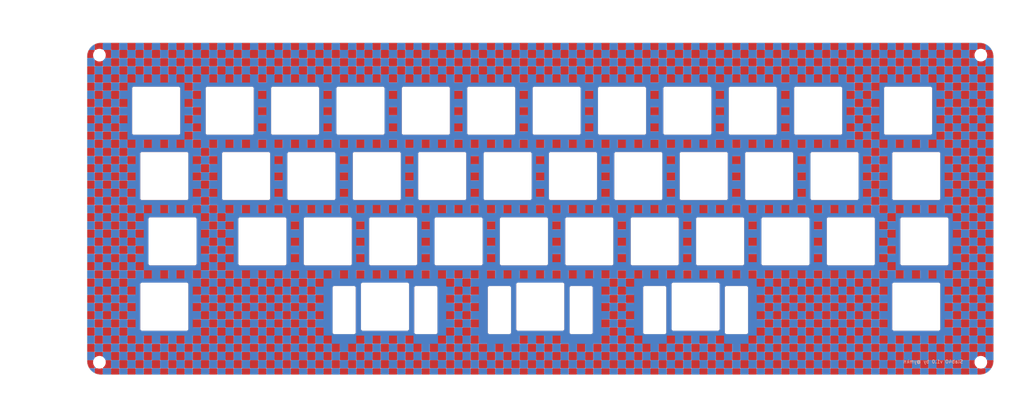
<source format=kicad_pcb>
(kicad_pcb (version 20221018) (generator pcbnew)
  (title_block (title "Slab40 SwitchPlate") (date "2024-09-04") (rev "v1.0") (company "@ymkn"))
  (layers (0 "F.Cu" signal) (31 "B.Cu" signal) (34 "B.Paste" user) (35 "F.Paste" user) (36 "B.SilkS" user "B.Silkscreen") (37 "F.SilkS" user "F.Silkscreen") (38 "B.Mask" user) (39 "F.Mask" user) (44 "Edge.Cuts" user))
  (net 0 "")
  (footprint "MountingHole:MountingHole_3.2mm_M3" (layer "F.Cu") (at 347.425 130.525)
    (fp_text reference "REF**" hide)
    (fp_text value "MountingHole_3.2mm_M3")
    (pad "" np_thru_hole circle (at 0 0) (size 3.2 3.2) (drill 3.2) (layers "F&B.Cu" "*.Mask"))
  )
  (footprint "MountingHole:MountingHole_3.2mm_M3" (layer "F.Cu") (at 347.425 40.925)
    (fp_text reference "REF**" hide)
    (fp_text value "MountingHole_3.2mm_M3")
    (pad "" np_thru_hole circle (at 0 0) (size 3.2 3.2) (drill 3.2) (layers "F&B.Cu" "*.Mask"))
  )
  (footprint "MountingHole:MountingHole_3.2mm_M3" (layer "F.Cu") (at 90.625 40.925)
    (fp_text reference "REF**" hide)
    (fp_text value "MountingHole_3.2mm_M3")
    (pad "" np_thru_hole circle (at 0 0) (size 3.2 3.2) (drill 3.2) (layers "*.Cu" "*.Mask"))
  )
  (footprint "MountingHole:MountingHole_3.2mm_M3" (layer "F.Cu") (at 90.625 130.525)
    (fp_text reference "REF**" hide)
    (fp_text value "MountingHole_3.2mm_M3")
    (pad "" np_thru_hole circle (at 0 0) (size 3.2 3.2) (drill 3.2) (layers "F&B.Cu" "*.Mask"))
  )
  (footprint "PCM_marbastlib-xp-plate-mx:Plate-M_MX_1u" (layer "B.Cu") (at 214.3125 95.25 180)
    (fp_text reference "SW20" hide)
    (fp_text value "SW_Push")
    (fp_line (start -7 6.5) (end -7 -6.5) (stroke (width 0.05)) (layer "Edge.Cuts"))
    (fp_line (start -6.5 -7) (end 6.5 -7) (stroke (width 0.05)) (layer "Edge.Cuts"))
    (fp_line (start 6.5 7) (end -6.5 7) (stroke (width 0.05)) (layer "Edge.Cuts"))
    (fp_line (start 7 -6.5) (end 7 6.5) (stroke (width 0.05)) (layer "Edge.Cuts"))
    (fp_arc (start -6.997236 -6.498884) (mid -6.850789 -6.852437) (end -6.497236 -6.998884) (stroke (width 0.05)) (layer "Edge.Cuts"))
    (fp_arc (start -6.5 7) (mid -6.853553 6.853553) (end -7 6.5) (stroke (width 0.05)) (layer "Edge.Cuts"))
    (fp_arc (start 6.5 -7) (mid 6.853553 -6.853553) (end 7 -6.5) (stroke (width 0.05)) (layer "Edge.Cuts"))
    (fp_arc (start 7 6.5) (mid 6.853553 6.853553) (end 6.5 7) (stroke (width 0.05)) (layer "Edge.Cuts"))
  )
  (footprint "PCM_marbastlib-xp-plate-mx:Plate-M_MX_2u" (layer "B.Cu") (at 264.31875 114.3 180)
    (fp_text reference "SW31" hide)
    (fp_text value "SW_Push")
    (fp_line (start -15.28125 5.499999) (end -15.28125 -7.500001) (stroke (width 0.05)) (layer "Edge.Cuts"))
    (fp_line (start -14.78125 -8.000001) (end -9.03125 -8.000001) (stroke (width 0.05)) (layer "Edge.Cuts"))
    (fp_line (start -14.78125 5.999999) (end -9.03125 5.999999) (stroke (width 0.05)) (layer "Edge.Cuts"))
    (fp_line (start -8.53125 5.499999) (end -8.53125 -7.500001) (stroke (width 0.05)) (layer "Edge.Cuts"))
    (fp_line (start -7 6.5) (end -7 -6.5) (stroke (width 0.05)) (layer "Edge.Cuts"))
    (fp_line (start -6.5 -7) (end 6.5 -7) (stroke (width 0.05)) (layer "Edge.Cuts"))
    (fp_line (start 6.5 7) (end -6.5 7) (stroke (width 0.05)) (layer "Edge.Cuts"))
    (fp_line (start 7 -6.5) (end 7 6.5) (stroke (width 0.05)) (layer "Edge.Cuts"))
    (fp_line (start 8.53125 5.499999) (end 8.53125 -7.500001) (stroke (width 0.05)) (layer "Edge.Cuts"))
    (fp_line (start 9.03125 -8.000001) (end 14.78125 -8.000001) (stroke (width 0.05)) (layer "Edge.Cuts"))
    (fp_line (start 9.03125 5.999999) (end 14.780039 5.999999) (stroke (width 0.05)) (layer "Edge.Cuts"))
    (fp_line (start 15.280039 5.499999) (end 15.28125 -7.500001) (stroke (width 0.05)) (layer "Edge.Cuts"))
    (fp_arc (start -15.28125 -7.500001) (mid -15.134803 -7.853554) (end -14.78125 -8.000001) (stroke (width 0.05)) (layer "Edge.Cuts"))
    (fp_arc (start -14.78125 5.999999) (mid -15.134803 5.853552) (end -15.28125 5.499999) (stroke (width 0.05)) (layer "Edge.Cuts"))
    (fp_arc (start -9.03125 -8.000001) (mid -8.677697 -7.853554) (end -8.53125 -7.500001) (stroke (width 0.05)) (layer "Edge.Cuts"))
    (fp_arc (start -8.53125 5.499999) (mid -8.677697 5.853552) (end -9.03125 5.999999) (stroke (width 0.05)) (layer "Edge.Cuts"))
    (fp_arc (start -6.997236 -6.498884) (mid -6.850789 -6.852437) (end -6.497236 -6.998884) (stroke (width 0.05)) (layer "Edge.Cuts"))
    (fp_arc (start -6.5 7) (mid -6.853553 6.853553) (end -7 6.5) (stroke (width 0.05)) (layer "Edge.Cuts"))
    (fp_arc (start 6.5 -7) (mid 6.853553 -6.853553) (end 7 -6.5) (stroke (width 0.05)) (layer "Edge.Cuts"))
    (fp_arc (start 7 6.5) (mid 6.853553 6.853553) (end 6.5 7) (stroke (width 0.05)) (layer "Edge.Cuts"))
    (fp_arc (start 8.53125 -7.500001) (mid 8.677694 -7.853571) (end 9.03125 -8.000001) (stroke (width 0.05)) (layer "Edge.Cuts"))
    (fp_arc (start 9.03125 5.999999) (mid 8.677729 5.853535) (end 8.53125 5.499999) (stroke (width 0.05)) (layer "Edge.Cuts"))
    (fp_arc (start 14.78125 -8.000001) (mid 15.134771 -7.853537) (end 15.28125 -7.500001) (stroke (width 0.05)) (layer "Edge.Cuts"))
    (fp_arc (start 15.280039 5.499999) (mid 15.133595 5.853567) (end 14.780039 5.999999) (stroke (width 0.05)) (layer "Edge.Cuts"))
  )
  (footprint "PCM_marbastlib-xp-plate-mx:Plate-M_MX_1u" (layer "B.Cu") (at 128.5875 57.15 180)
    (fp_text reference "SW5" hide)
    (fp_text value "SW_Push")
    (fp_line (start -7 6.5) (end -7 -6.5) (stroke (width 0.05)) (layer "Edge.Cuts"))
    (fp_line (start -6.5 -7) (end 6.5 -7) (stroke (width 0.05)) (layer "Edge.Cuts"))
    (fp_line (start 6.5 7) (end -6.5 7) (stroke (width 0.05)) (layer "Edge.Cuts"))
    (fp_line (start 7 -6.5) (end 7 6.5) (stroke (width 0.05)) (layer "Edge.Cuts"))
    (fp_arc (start -6.997236 -6.498884) (mid -6.850789 -6.852437) (end -6.497236 -6.998884) (stroke (width 0.05)) (layer "Edge.Cuts"))
    (fp_arc (start -6.5 7) (mid -6.853553 6.853553) (end -7 6.5) (stroke (width 0.05)) (layer "Edge.Cuts"))
    (fp_arc (start 6.5 -7) (mid 6.853553 -6.853553) (end 7 -6.5) (stroke (width 0.05)) (layer "Edge.Cuts"))
    (fp_arc (start 7 6.5) (mid 6.853553 6.853553) (end 6.5 7) (stroke (width 0.05)) (layer "Edge.Cuts"))
  )
  (footprint "PCM_marbastlib-xp-plate-mx:Plate-M_MX_1.5u" (layer "B.Cu") (at 328.6125 114.3 180)
    (fp_text reference "SW41" hide)
    (fp_text value "SW_Push")
    (fp_line (start -7 6.5) (end -7 -6.5) (stroke (width 0.05)) (layer "Edge.Cuts"))
    (fp_line (start -6.5 -7) (end 6.5 -7) (stroke (width 0.05)) (layer "Edge.Cuts"))
    (fp_line (start 6.5 7) (end -6.5 7) (stroke (width 0.05)) (layer "Edge.Cuts"))
    (fp_line (start 7 -6.5) (end 7 6.5) (stroke (width 0.05)) (layer "Edge.Cuts"))
    (fp_arc (start -6.997236 -6.498884) (mid -6.850789 -6.852437) (end -6.497236 -6.998884) (stroke (width 0.05)) (layer "Edge.Cuts"))
    (fp_arc (start -6.5 7) (mid -6.853553 6.853553) (end -7 6.5) (stroke (width 0.05)) (layer "Edge.Cuts"))
    (fp_arc (start 6.5 -7) (mid 6.853553 -6.853553) (end 7 -6.5) (stroke (width 0.05)) (layer "Edge.Cuts"))
    (fp_arc (start 7 6.5) (mid 6.853553 6.853553) (end 6.5 7) (stroke (width 0.05)) (layer "Edge.Cuts"))
  )
  (footprint "PCM_marbastlib-xp-plate-mx:Plate-M_MX_1u" (layer "B.Cu") (at 147.6375 57.15 180)
    (fp_text reference "SW8" hide)
    (fp_text value "SW_Push")
    (fp_line (start -7 6.5) (end -7 -6.5) (stroke (width 0.05)) (layer "Edge.Cuts"))
    (fp_line (start -6.5 -7) (end 6.5 -7) (stroke (width 0.05)) (layer "Edge.Cuts"))
    (fp_line (start 6.5 7) (end -6.5 7) (stroke (width 0.05)) (layer "Edge.Cuts"))
    (fp_line (start 7 -6.5) (end 7 6.5) (stroke (width 0.05)) (layer "Edge.Cuts"))
    (fp_arc (start -6.997236 -6.498884) (mid -6.850789 -6.852437) (end -6.497236 -6.998884) (stroke (width 0.05)) (layer "Edge.Cuts"))
    (fp_arc (start -6.5 7) (mid -6.853553 6.853553) (end -7 6.5) (stroke (width 0.05)) (layer "Edge.Cuts"))
    (fp_arc (start 6.5 -7) (mid 6.853553 -6.853553) (end 7 -6.5) (stroke (width 0.05)) (layer "Edge.Cuts"))
    (fp_arc (start 7 6.5) (mid 6.853553 6.853553) (end 6.5 7) (stroke (width 0.05)) (layer "Edge.Cuts"))
  )
  (footprint "PCM_marbastlib-xp-plate-mx:Plate-M_MX_1u" (layer "B.Cu") (at 285.75 76.2 180)
    (fp_text reference "SW33" hide)
    (fp_text value "SW_Push")
    (fp_line (start -7 6.5) (end -7 -6.5) (stroke (width 0.05)) (layer "Edge.Cuts"))
    (fp_line (start -6.5 -7) (end 6.5 -7) (stroke (width 0.05)) (layer "Edge.Cuts"))
    (fp_line (start 6.5 7) (end -6.5 7) (stroke (width 0.05)) (layer "Edge.Cuts"))
    (fp_line (start 7 -6.5) (end 7 6.5) (stroke (width 0.05)) (layer "Edge.Cuts"))
    (fp_arc (start -6.997236 -6.498884) (mid -6.850789 -6.852437) (end -6.497236 -6.998884) (stroke (width 0.05)) (layer "Edge.Cuts"))
    (fp_arc (start -6.5 7) (mid -6.853553 6.853553) (end -7 6.5) (stroke (width 0.05)) (layer "Edge.Cuts"))
    (fp_arc (start 6.5 -7) (mid 6.853553 -6.853553) (end 7 -6.5) (stroke (width 0.05)) (layer "Edge.Cuts"))
    (fp_arc (start 7 6.5) (mid 6.853553 6.853553) (end 6.5 7) (stroke (width 0.05)) (layer "Edge.Cuts"))
  )
  (footprint "PCM_marbastlib-xp-plate-mx:Plate-M_MX_1u" (layer "B.Cu") (at 290.5125 95.25 180)
    (fp_text reference "SW34" hide)
    (fp_text value "SW_Push")
    (fp_line (start -7 6.5) (end -7 -6.5) (stroke (width 0.05)) (layer "Edge.Cuts"))
    (fp_line (start -6.5 -7) (end 6.5 -7) (stroke (width 0.05)) (layer "Edge.Cuts"))
    (fp_line (start 6.5 7) (end -6.5 7) (stroke (width 0.05)) (layer "Edge.Cuts"))
    (fp_line (start 7 -6.5) (end 7 6.5) (stroke (width 0.05)) (layer "Edge.Cuts"))
    (fp_arc (start -6.997236 -6.498884) (mid -6.850789 -6.852437) (end -6.497236 -6.998884) (stroke (width 0.05)) (layer "Edge.Cuts"))
    (fp_arc (start -6.5 7) (mid -6.853553 6.853553) (end -7 6.5) (stroke (width 0.05)) (layer "Edge.Cuts"))
    (fp_arc (start 6.5 -7) (mid 6.853553 -6.853553) (end 7 -6.5) (stroke (width 0.05)) (layer "Edge.Cuts"))
    (fp_arc (start 7 6.5) (mid 6.853553 6.853553) (end 6.5 7) (stroke (width 0.05)) (layer "Edge.Cuts"))
  )
  (footprint "PCM_marbastlib-xp-plate-mx:Plate-M_MX_1u" (layer "B.Cu") (at 304.8 76.2 180)
    (fp_text reference "SW33" hide)
    (fp_text value "SW_Push")
    (fp_line (start -7 6.5) (end -7 -6.5) (stroke (width 0.05)) (layer "Edge.Cuts"))
    (fp_line (start -6.5 -7) (end 6.5 -7) (stroke (width 0.05)) (layer "Edge.Cuts"))
    (fp_line (start 6.5 7) (end -6.5 7) (stroke (width 0.05)) (layer "Edge.Cuts"))
    (fp_line (start 7 -6.5) (end 7 6.5) (stroke (width 0.05)) (layer "Edge.Cuts"))
    (fp_arc (start -6.997236 -6.498884) (mid -6.850789 -6.852437) (end -6.497236 -6.998884) (stroke (width 0.05)) (layer "Edge.Cuts"))
    (fp_arc (start -6.5 7) (mid -6.853553 6.853553) (end -7 6.5) (stroke (width 0.05)) (layer "Edge.Cuts"))
    (fp_arc (start 6.5 -7) (mid 6.853553 -6.853553) (end 7 -6.5) (stroke (width 0.05)) (layer "Edge.Cuts"))
    (fp_arc (start 7 6.5) (mid 6.853553 6.853553) (end 6.5 7) (stroke (width 0.05)) (layer "Edge.Cuts"))
  )
  (footprint "PCM_marbastlib-xp-plate-mx:Plate-M_MX_1u" (layer "B.Cu") (at 271.4625 95.25 180)
    (fp_text reference "SW30" hide)
    (fp_text value "SW_Push")
    (fp_line (start -7 6.5) (end -7 -6.5) (stroke (width 0.05)) (layer "Edge.Cuts"))
    (fp_line (start -6.5 -7) (end 6.5 -7) (stroke (width 0.05)) (layer "Edge.Cuts"))
    (fp_line (start 6.5 7) (end -6.5 7) (stroke (width 0.05)) (layer "Edge.Cuts"))
    (fp_line (start 7 -6.5) (end 7 6.5) (stroke (width 0.05)) (layer "Edge.Cuts"))
    (fp_arc (start -6.997236 -6.498884) (mid -6.850789 -6.852437) (end -6.497236 -6.998884) (stroke (width 0.05)) (layer "Edge.Cuts"))
    (fp_arc (start -6.5 7) (mid -6.853553 6.853553) (end -7 6.5) (stroke (width 0.05)) (layer "Edge.Cuts"))
    (fp_arc (start 6.5 -7) (mid 6.853553 -6.853553) (end 7 -6.5) (stroke (width 0.05)) (layer "Edge.Cuts"))
    (fp_arc (start 7 6.5) (mid 6.853553 6.853553) (end 6.5 7) (stroke (width 0.05)) (layer "Edge.Cuts"))
  )
  (footprint "PCM_marbastlib-xp-plate-mx:Plate-M_MX_1u" (layer "B.Cu") (at 309.5625 95.25 180)
    (fp_text reference "SW37" hide)
    (fp_text value "SW_Push")
    (fp_line (start -7 6.5) (end -7 -6.5) (stroke (width 0.05)) (layer "Edge.Cuts"))
    (fp_line (start -6.5 -7) (end 6.5 -7) (stroke (width 0.05)) (layer "Edge.Cuts"))
    (fp_line (start 6.5 7) (end -6.5 7) (stroke (width 0.05)) (layer "Edge.Cuts"))
    (fp_line (start 7 -6.5) (end 7 6.5) (stroke (width 0.05)) (layer "Edge.Cuts"))
    (fp_arc (start -6.997236 -6.498884) (mid -6.850789 -6.852437) (end -6.497236 -6.998884) (stroke (width 0.05)) (layer "Edge.Cuts"))
    (fp_arc (start -6.5 7) (mid -6.853553 6.853553) (end -7 6.5) (stroke (width 0.05)) (layer "Edge.Cuts"))
    (fp_arc (start 6.5 -7) (mid 6.853553 -6.853553) (end 7 -6.5) (stroke (width 0.05)) (layer "Edge.Cuts"))
    (fp_arc (start 7 6.5) (mid 6.853553 6.853553) (end 6.5 7) (stroke (width 0.05)) (layer "Edge.Cuts"))
  )
  (footprint "PCM_marbastlib-xp-plate-mx:Plate-M_MX_2u" (layer "B.Cu") (at 173.83125 114.3 180)
    (fp_text reference "SW14" hide)
    (fp_text value "SW_Push")
    (fp_line (start -15.28125 5.499999) (end -15.28125 -7.500001) (stroke (width 0.05)) (layer "Edge.Cuts"))
    (fp_line (start -14.78125 -8.000001) (end -9.03125 -8.000001) (stroke (width 0.05)) (layer "Edge.Cuts"))
    (fp_line (start -14.78125 5.999999) (end -9.03125 5.999999) (stroke (width 0.05)) (layer "Edge.Cuts"))
    (fp_line (start -8.53125 5.499999) (end -8.53125 -7.500001) (stroke (width 0.05)) (layer "Edge.Cuts"))
    (fp_line (start -7 6.5) (end -7 -6.5) (stroke (width 0.05)) (layer "Edge.Cuts"))
    (fp_line (start -6.5 -7) (end 6.5 -7) (stroke (width 0.05)) (layer "Edge.Cuts"))
    (fp_line (start 6.5 7) (end -6.5 7) (stroke (width 0.05)) (layer "Edge.Cuts"))
    (fp_line (start 7 -6.5) (end 7 6.5) (stroke (width 0.05)) (layer "Edge.Cuts"))
    (fp_line (start 8.53125 5.499999) (end 8.53125 -7.500001) (stroke (width 0.05)) (layer "Edge.Cuts"))
    (fp_line (start 9.03125 -8.000001) (end 14.78125 -8.000001) (stroke (width 0.05)) (layer "Edge.Cuts"))
    (fp_line (start 9.03125 5.999999) (end 14.780039 5.999999) (stroke (width 0.05)) (layer "Edge.Cuts"))
    (fp_line (start 15.280039 5.499999) (end 15.28125 -7.500001) (stroke (width 0.05)) (layer "Edge.Cuts"))
    (fp_arc (start -15.28125 -7.500001) (mid -15.134803 -7.853554) (end -14.78125 -8.000001) (stroke (width 0.05)) (layer "Edge.Cuts"))
    (fp_arc (start -14.78125 5.999999) (mid -15.134803 5.853552) (end -15.28125 5.499999) (stroke (width 0.05)) (layer "Edge.Cuts"))
    (fp_arc (start -9.03125 -8.000001) (mid -8.677697 -7.853554) (end -8.53125 -7.500001) (stroke (width 0.05)) (layer "Edge.Cuts"))
    (fp_arc (start -8.53125 5.499999) (mid -8.677697 5.853552) (end -9.03125 5.999999) (stroke (width 0.05)) (layer "Edge.Cuts"))
    (fp_arc (start -6.997236 -6.498884) (mid -6.850789 -6.852437) (end -6.497236 -6.998884) (stroke (width 0.05)) (layer "Edge.Cuts"))
    (fp_arc (start -6.5 7) (mid -6.853553 6.853553) (end -7 6.5) (stroke (width 0.05)) (layer "Edge.Cuts"))
    (fp_arc (start 6.5 -7) (mid 6.853553 -6.853553) (end 7 -6.5) (stroke (width 0.05)) (layer "Edge.Cuts"))
    (fp_arc (start 7 6.5) (mid 6.853553 6.853553) (end 6.5 7) (stroke (width 0.05)) (layer "Edge.Cuts"))
    (fp_arc (start 8.53125 -7.500001) (mid 8.677694 -7.853571) (end 9.03125 -8.000001) (stroke (width 0.05)) (layer "Edge.Cuts"))
    (fp_arc (start 9.03125 5.999999) (mid 8.677729 5.853535) (end 8.53125 5.499999) (stroke (width 0.05)) (layer "Edge.Cuts"))
    (fp_arc (start 14.78125 -8.000001) (mid 15.134771 -7.853537) (end 15.28125 -7.500001) (stroke (width 0.05)) (layer "Edge.Cuts"))
    (fp_arc (start 15.280039 5.499999) (mid 15.133595 5.853567) (end 14.780039 5.999999) (stroke (width 0.05)) (layer "Edge.Cuts"))
  )
  (footprint "PCM_marbastlib-xp-plate-mx:Plate-M_MX_1.5u" (layer "B.Cu") (at 328.6125 76.2 180)
    (fp_text reference "SW39" hide)
    (fp_text value "SW_Push")
    (fp_line (start -7 6.5) (end -7 -6.5) (stroke (width 0.05)) (layer "Edge.Cuts"))
    (fp_line (start -6.5 -7) (end 6.5 -7) (stroke (width 0.05)) (layer "Edge.Cuts"))
    (fp_line (start 6.5 7) (end -6.5 7) (stroke (width 0.05)) (layer "Edge.Cuts"))
    (fp_line (start 7 -6.5) (end 7 6.5) (stroke (width 0.05)) (layer "Edge.Cuts"))
    (fp_arc (start -6.997236 -6.498884) (mid -6.850789 -6.852437) (end -6.497236 -6.998884) (stroke (width 0.05)) (layer "Edge.Cuts"))
    (fp_arc (start -6.5 7) (mid -6.853553 6.853553) (end -7 6.5) (stroke (width 0.05)) (layer "Edge.Cuts"))
    (fp_arc (start 6.5 -7) (mid 6.853553 -6.853553) (end 7 -6.5) (stroke (width 0.05)) (layer "Edge.Cuts"))
    (fp_arc (start 7 6.5) (mid 6.853553 6.853553) (end 6.5 7) (stroke (width 0.05)) (layer "Edge.Cuts"))
  )
  (footprint "PCM_marbastlib-xp-plate-mx:Plate-M_MX_1.75u" (layer "B.Cu") (at 326.23125 57.15 180)
    (fp_text reference "SW38" hide)
    (fp_text value "SW_Push")
    (fp_line (start -7 6.5) (end -7 -6.5) (stroke (width 0.05)) (layer "Edge.Cuts"))
    (fp_line (start -6.5 -7) (end 6.5 -7) (stroke (width 0.05)) (layer "Edge.Cuts"))
    (fp_line (start 6.5 7) (end -6.5 7) (stroke (width 0.05)) (layer "Edge.Cuts"))
    (fp_line (start 7 -6.5) (end 7 6.5) (stroke (width 0.05)) (layer "Edge.Cuts"))
    (fp_arc (start -6.997236 -6.498884) (mid -6.850789 -6.852437) (end -6.497236 -6.998884) (stroke (width 0.05)) (layer "Edge.Cuts"))
    (fp_arc (start -6.5 7) (mid -6.853553 6.853553) (end -7 6.5) (stroke (width 0.05)) (layer "Edge.Cuts"))
    (fp_arc (start 6.5 -7) (mid 6.853553 -6.853553) (end 7 -6.5) (stroke (width 0.05)) (layer "Edge.Cuts"))
    (fp_arc (start 7 6.5) (mid 6.853553 6.853553) (end 6.5 7) (stroke (width 0.05)) (layer "Edge.Cuts"))
  )
  (footprint "PCM_marbastlib-xp-plate-mx:Plate-M_MX_1u" (layer "B.Cu") (at 152.4 76.2 180)
    (fp_text reference "SW9" hide)
    (fp_text value "SW_Push")
    (fp_line (start -7 6.5) (end -7 -6.5) (stroke (width 0.05)) (layer "Edge.Cuts"))
    (fp_line (start -6.5 -7) (end 6.5 -7) (stroke (width 0.05)) (layer "Edge.Cuts"))
    (fp_line (start 6.5 7) (end -6.5 7) (stroke (width 0.05)) (layer "Edge.Cuts"))
    (fp_line (start 7 -6.5) (end 7 6.5) (stroke (width 0.05)) (layer "Edge.Cuts"))
    (fp_arc (start -6.997236 -6.498884) (mid -6.850789 -6.852437) (end -6.497236 -6.998884) (stroke (width 0.05)) (layer "Edge.Cuts"))
    (fp_arc (start -6.5 7) (mid -6.853553 6.853553) (end -7 6.5) (stroke (width 0.05)) (layer "Edge.Cuts"))
    (fp_arc (start 6.5 -7) (mid 6.853553 -6.853553) (end 7 -6.5) (stroke (width 0.05)) (layer "Edge.Cuts"))
    (fp_arc (start 7 6.5) (mid 6.853553 6.853553) (end 6.5 7) (stroke (width 0.05)) (layer "Edge.Cuts"))
  )
  (footprint "PCM_marbastlib-xp-plate-mx:Plate-M_MX_1.25u" (layer "B.Cu") (at 330.99375 95.25 180)
    (fp_text reference "SW40" hide)
    (fp_text value "SW_Push")
    (fp_line (start -7 6.5) (end -7 -6.5) (stroke (width 0.05)) (layer "Edge.Cuts"))
    (fp_line (start -6.5 -7) (end 6.5 -7) (stroke (width 0.05)) (layer "Edge.Cuts"))
    (fp_line (start 6.5 7) (end -6.5 7) (stroke (width 0.05)) (layer "Edge.Cuts"))
    (fp_line (start 7 -6.5) (end 7 6.5) (stroke (width 0.05)) (layer "Edge.Cuts"))
    (fp_arc (start -6.997236 -6.498884) (mid -6.850789 -6.852437) (end -6.497236 -6.998884) (stroke (width 0.05)) (layer "Edge.Cuts"))
    (fp_arc (start -6.5 7) (mid -6.853553 6.853553) (end -7 6.5) (stroke (width 0.05)) (layer "Edge.Cuts"))
    (fp_arc (start 6.5 -7) (mid 6.853553 -6.853553) (end 7 -6.5) (stroke (width 0.05)) (layer "Edge.Cuts"))
    (fp_arc (start 7 6.5) (mid 6.853553 6.853553) (end 6.5 7) (stroke (width 0.05)) (layer "Edge.Cuts"))
  )
  (footprint "PCM_marbastlib-xp-plate-mx:Plate-M_MX_1u" (layer "B.Cu") (at 171.45 76.2 180)
    (fp_text reference "SW12" hide)
    (fp_text value "SW_Push")
    (fp_line (start -7 6.5) (end -7 -6.5) (stroke (width 0.05)) (layer "Edge.Cuts"))
    (fp_line (start -6.5 -7) (end 6.5 -7) (stroke (width 0.05)) (layer "Edge.Cuts"))
    (fp_line (start 6.5 7) (end -6.5 7) (stroke (width 0.05)) (layer "Edge.Cuts"))
    (fp_line (start 7 -6.5) (end 7 6.5) (stroke (width 0.05)) (layer "Edge.Cuts"))
    (fp_arc (start -6.997236 -6.498884) (mid -6.850789 -6.852437) (end -6.497236 -6.998884) (stroke (width 0.05)) (layer "Edge.Cuts"))
    (fp_arc (start -6.5 7) (mid -6.853553 6.853553) (end -7 6.5) (stroke (width 0.05)) (layer "Edge.Cuts"))
    (fp_arc (start 6.5 -7) (mid 6.853553 -6.853553) (end 7 -6.5) (stroke (width 0.05)) (layer "Edge.Cuts"))
    (fp_arc (start 7 6.5) (mid 6.853553 6.853553) (end 6.5 7) (stroke (width 0.05)) (layer "Edge.Cuts"))
  )
  (footprint "PCM_marbastlib-xp-plate-mx:Plate-M_MX_1u" (layer "B.Cu") (at 228.6 76.2 180)
    (fp_text reference "SW23" hide)
    (fp_text value "SW_Push")
    (fp_line (start -7 6.5) (end -7 -6.5) (stroke (width 0.05)) (layer "Edge.Cuts"))
    (fp_line (start -6.5 -7) (end 6.5 -7) (stroke (width 0.05)) (layer "Edge.Cuts"))
    (fp_line (start 6.5 7) (end -6.5 7) (stroke (width 0.05)) (layer "Edge.Cuts"))
    (fp_line (start 7 -6.5) (end 7 6.5) (stroke (width 0.05)) (layer "Edge.Cuts"))
    (fp_arc (start -6.997236 -6.498884) (mid -6.850789 -6.852437) (end -6.497236 -6.998884) (stroke (width 0.05)) (layer "Edge.Cuts"))
    (fp_arc (start -6.5 7) (mid -6.853553 6.853553) (end -7 6.5) (stroke (width 0.05)) (layer "Edge.Cuts"))
    (fp_arc (start 6.5 -7) (mid 6.853553 -6.853553) (end 7 -6.5) (stroke (width 0.05)) (layer "Edge.Cuts"))
    (fp_arc (start 7 6.5) (mid 6.853553 6.853553) (end 6.5 7) (stroke (width 0.05)) (layer "Edge.Cuts"))
  )
  (footprint "PCM_marbastlib-xp-plate-mx:Plate-M_MX_1u" (layer "B.Cu") (at 190.5 76.2 180)
    (fp_text reference "SW16" hide)
    (fp_text value "SW_Push")
    (fp_line (start -7 6.5) (end -7 -6.5) (stroke (width 0.05)) (layer "Edge.Cuts"))
    (fp_line (start -6.5 -7) (end 6.5 -7) (stroke (width 0.05)) (layer "Edge.Cuts"))
    (fp_line (start 6.5 7) (end -6.5 7) (stroke (width 0.05)) (layer "Edge.Cuts"))
    (fp_line (start 7 -6.5) (end 7 6.5) (stroke (width 0.05)) (layer "Edge.Cuts"))
    (fp_arc (start -6.997236 -6.498884) (mid -6.850789 -6.852437) (end -6.497236 -6.998884) (stroke (width 0.05)) (layer "Edge.Cuts"))
    (fp_arc (start -6.5 7) (mid -6.853553 6.853553) (end -7 6.5) (stroke (width 0.05)) (layer "Edge.Cuts"))
    (fp_arc (start 6.5 -7) (mid 6.853553 -6.853553) (end 7 -6.5) (stroke (width 0.05)) (layer "Edge.Cuts"))
    (fp_arc (start 7 6.5) (mid 6.853553 6.853553) (end 6.5 7) (stroke (width 0.05)) (layer "Edge.Cuts"))
  )
  (footprint "PCM_marbastlib-xp-plate-mx:Plate-M_MX_1u" (layer "B.Cu") (at 261.9375 57.15 180)
    (fp_text reference "SW28" hide)
    (fp_text value "SW_Push")
    (fp_line (start -7 6.5) (end -7 -6.5) (stroke (width 0.05)) (layer "Edge.Cuts"))
    (fp_line (start -6.5 -7) (end 6.5 -7) (stroke (width 0.05)) (layer "Edge.Cuts"))
    (fp_line (start 6.5 7) (end -6.5 7) (stroke (width 0.05)) (layer "Edge.Cuts"))
    (fp_line (start 7 -6.5) (end 7 6.5) (stroke (width 0.05)) (layer "Edge.Cuts"))
    (fp_arc (start -6.997236 -6.498884) (mid -6.850789 -6.852437) (end -6.497236 -6.998884) (stroke (width 0.05)) (layer "Edge.Cuts"))
    (fp_arc (start -6.5 7) (mid -6.853553 6.853553) (end -7 6.5) (stroke (width 0.05)) (layer "Edge.Cuts"))
    (fp_arc (start 6.5 -7) (mid 6.853553 -6.853553) (end 7 -6.5) (stroke (width 0.05)) (layer "Edge.Cuts"))
    (fp_arc (start 7 6.5) (mid 6.853553 6.853553) (end 6.5 7) (stroke (width 0.05)) (layer "Edge.Cuts"))
  )
  (footprint "PCM_marbastlib-xp-plate-mx:Plate-M_MX_1u" (layer "B.Cu") (at 252.4125 95.25 180)
    (fp_text reference "SW27" hide)
    (fp_text value "SW_Push")
    (fp_line (start -7 6.5) (end -7 -6.5) (stroke (width 0.05)) (layer "Edge.Cuts"))
    (fp_line (start -6.5 -7) (end 6.5 -7) (stroke (width 0.05)) (layer "Edge.Cuts"))
    (fp_line (start 6.5 7) (end -6.5 7) (stroke (width 0.05)) (layer "Edge.Cuts"))
    (fp_line (start 7 -6.5) (end 7 6.5) (stroke (width 0.05)) (layer "Edge.Cuts"))
    (fp_arc (start -6.997236 -6.498884) (mid -6.850789 -6.852437) (end -6.497236 -6.998884) (stroke (width 0.05)) (layer "Edge.Cuts"))
    (fp_arc (start -6.5 7) (mid -6.853553 6.853553) (end -7 6.5) (stroke (width 0.05)) (layer "Edge.Cuts"))
    (fp_arc (start 6.5 -7) (mid 6.853553 -6.853553) (end 7 -6.5) (stroke (width 0.05)) (layer "Edge.Cuts"))
    (fp_arc (start 7 6.5) (mid 6.853553 6.853553) (end 6.5 7) (stroke (width 0.05)) (layer "Edge.Cuts"))
  )
  (footprint "PCM_marbastlib-xp-plate-mx:Plate-M_MX_1u" (layer "B.Cu") (at 157.1625 95.25 180)
    (fp_text reference "SW10" hide)
    (fp_text value "SW_Push")
    (fp_line (start -7 6.5) (end -7 -6.5) (stroke (width 0.05)) (layer "Edge.Cuts"))
    (fp_line (start -6.5 -7) (end 6.5 -7) (stroke (width 0.05)) (layer "Edge.Cuts"))
    (fp_line (start 6.5 7) (end -6.5 7) (stroke (width 0.05)) (layer "Edge.Cuts"))
    (fp_line (start 7 -6.5) (end 7 6.5) (stroke (width 0.05)) (layer "Edge.Cuts"))
    (fp_arc (start -6.997236 -6.498884) (mid -6.850789 -6.852437) (end -6.497236 -6.998884) (stroke (width 0.05)) (layer "Edge.Cuts"))
    (fp_arc (start -6.5 7) (mid -6.853553 6.853553) (end -7 6.5) (stroke (width 0.05)) (layer "Edge.Cuts"))
    (fp_arc (start 6.5 -7) (mid 6.853553 -6.853553) (end 7 -6.5) (stroke (width 0.05)) (layer "Edge.Cuts"))
    (fp_arc (start 7 6.5) (mid 6.853553 6.853553) (end 6.5 7) (stroke (width 0.05)) (layer "Edge.Cuts"))
  )
  (footprint "PCM_marbastlib-xp-plate-mx:Plate-M_MX_1u" (layer "B.Cu") (at 242.8875 57.15 180)
    (fp_text reference "SW25" hide)
    (fp_text value "SW_Push")
    (fp_line (start -7 6.5) (end -7 -6.5) (stroke (width 0.05)) (layer "Edge.Cuts"))
    (fp_line (start -6.5 -7) (end 6.5 -7) (stroke (width 0.05)) (layer "Edge.Cuts"))
    (fp_line (start 6.5 7) (end -6.5 7) (stroke (width 0.05)) (layer "Edge.Cuts"))
    (fp_line (start 7 -6.5) (end 7 6.5) (stroke (width 0.05)) (layer "Edge.Cuts"))
    (fp_arc (start -6.997236 -6.498884) (mid -6.850789 -6.852437) (end -6.497236 -6.998884) (stroke (width 0.05)) (layer "Edge.Cuts"))
    (fp_arc (start -6.5 7) (mid -6.853553 6.853553) (end -7 6.5) (stroke (width 0.05)) (layer "Edge.Cuts"))
    (fp_arc (start 6.5 -7) (mid 6.853553 -6.853553) (end 7 -6.5) (stroke (width 0.05)) (layer "Edge.Cuts"))
    (fp_arc (start 7 6.5) (mid 6.853553 6.853553) (end 6.5 7) (stroke (width 0.05)) (layer "Edge.Cuts"))
  )
  (footprint "PCM_marbastlib-xp-plate-mx:Plate-M_MX_1u" (layer "B.Cu") (at 195.2625 95.25 180)
    (fp_text reference "SW17" hide)
    (fp_text value "SW_Push")
    (fp_line (start -7 6.5) (end -7 -6.5) (stroke (width 0.05)) (layer "Edge.Cuts"))
    (fp_line (start -6.5 -7) (end 6.5 -7) (stroke (width 0.05)) (layer "Edge.Cuts"))
    (fp_line (start 6.5 7) (end -6.5 7) (stroke (width 0.05)) (layer "Edge.Cuts"))
    (fp_line (start 7 -6.5) (end 7 6.5) (stroke (width 0.05)) (layer "Edge.Cuts"))
    (fp_arc (start -6.997236 -6.498884) (mid -6.850789 -6.852437) (end -6.497236 -6.998884) (stroke (width 0.05)) (layer "Edge.Cuts"))
    (fp_arc (start -6.5 7) (mid -6.853553 6.853553) (end -7 6.5) (stroke (width 0.05)) (layer "Edge.Cuts"))
    (fp_arc (start 6.5 -7) (mid 6.853553 -6.853553) (end 7 -6.5) (stroke (width 0.05)) (layer "Edge.Cuts"))
    (fp_arc (start 7 6.5) (mid 6.853553 6.853553) (end 6.5 7) (stroke (width 0.05)) (layer "Edge.Cuts"))
  )
  (footprint "PCM_marbastlib-xp-plate-mx:Plate-M_MX_1.25u" (layer "B.Cu") (at 107.15625 57.15 180)
    (fp_text reference "SW1" hide)
    (fp_text value "SW_Push")
    (fp_line (start -7 6.5) (end -7 -6.5) (stroke (width 0.05)) (layer "Edge.Cuts"))
    (fp_line (start -6.5 -7) (end 6.5 -7) (stroke (width 0.05)) (layer "Edge.Cuts"))
    (fp_line (start 6.5 7) (end -6.5 7) (stroke (width 0.05)) (layer "Edge.Cuts"))
    (fp_line (start 7 -6.5) (end 7 6.5) (stroke (width 0.05)) (layer "Edge.Cuts"))
    (fp_arc (start -6.997236 -6.498884) (mid -6.850789 -6.852437) (end -6.497236 -6.998884) (stroke (width 0.05)) (layer "Edge.Cuts"))
    (fp_arc (start -6.5 7) (mid -6.853553 6.853553) (end -7 6.5) (stroke (width 0.05)) (layer "Edge.Cuts"))
    (fp_arc (start 6.5 -7) (mid 6.853553 -6.853553) (end 7 -6.5) (stroke (width 0.05)) (layer "Edge.Cuts"))
    (fp_arc (start 7 6.5) (mid 6.853553 6.853553) (end 6.5 7) (stroke (width 0.05)) (layer "Edge.Cuts"))
  )
  (footprint "PCM_marbastlib-xp-plate-mx:Plate-M_MX_1u" (layer "B.Cu") (at 176.2125 95.25 180)
    (fp_text reference "SW13" hide)
    (fp_text value "SW_Push")
    (fp_line (start -7 6.5) (end -7 -6.5) (stroke (width 0.05)) (layer "Edge.Cuts"))
    (fp_line (start -6.5 -7) (end 6.5 -7) (stroke (width 0.05)) (layer "Edge.Cuts"))
    (fp_line (start 6.5 7) (end -6.5 7) (stroke (width 0.05)) (layer "Edge.Cuts"))
    (fp_line (start 7 -6.5) (end 7 6.5) (stroke (width 0.05)) (layer "Edge.Cuts"))
    (fp_arc (start -6.997236 -6.498884) (mid -6.850789 -6.852437) (end -6.497236 -6.998884) (stroke (width 0.05)) (layer "Edge.Cuts"))
    (fp_arc (start -6.5 7) (mid -6.853553 6.853553) (end -7 6.5) (stroke (width 0.05)) (layer "Edge.Cuts"))
    (fp_arc (start 6.5 -7) (mid 6.853553 -6.853553) (end 7 -6.5) (stroke (width 0.05)) (layer "Edge.Cuts"))
    (fp_arc (start 7 6.5) (mid 6.853553 6.853553) (end 6.5 7) (stroke (width 0.05)) (layer "Edge.Cuts"))
  )
  (footprint "PCM_marbastlib-xp-plate-mx:Plate-M_MX_1u" (layer "B.Cu") (at 185.7375 57.15 180)
    (fp_text reference "SW15" hide)
    (fp_text value "SW_Push")
    (fp_line (start -7 6.5) (end -7 -6.5) (stroke (width 0.05)) (layer "Edge.Cuts"))
    (fp_line (start -6.5 -7) (end 6.5 -7) (stroke (width 0.05)) (layer "Edge.Cuts"))
    (fp_line (start 6.5 7) (end -6.5 7) (stroke (width 0.05)) (layer "Edge.Cuts"))
    (fp_line (start 7 -6.5) (end 7 6.5) (stroke (width 0.05)) (layer "Edge.Cuts"))
    (fp_arc (start -6.997236 -6.498884) (mid -6.850789 -6.852437) (end -6.497236 -6.998884) (stroke (width 0.05)) (layer "Edge.Cuts"))
    (fp_arc (start -6.5 7) (mid -6.853553 6.853553) (end -7 6.5) (stroke (width 0.05)) (layer "Edge.Cuts"))
    (fp_arc (start 6.5 -7) (mid 6.853553 -6.853553) (end 7 -6.5) (stroke (width 0.05)) (layer "Edge.Cuts"))
    (fp_arc (start 7 6.5) (mid 6.853553 6.853553) (end 6.5 7) (stroke (width 0.05)) (layer "Edge.Cuts"))
  )
  (footprint "PCM_marbastlib-xp-plate-mx:Plate-M_MX_1u" (layer "B.Cu") (at 300.0375 57.15 180)
    (fp_text reference "SW35" hide)
    (fp_text value "SW_Push")
    (fp_line (start -7 6.5) (end -7 -6.5) (stroke (width 0.05)) (layer "Edge.Cuts"))
    (fp_line (start -6.5 -7) (end 6.5 -7) (stroke (width 0.05)) (layer "Edge.Cuts"))
    (fp_line (start 6.5 7) (end -6.5 7) (stroke (width 0.05)) (layer "Edge.Cuts"))
    (fp_line (start 7 -6.5) (end 7 6.5) (stroke (width 0.05)) (layer "Edge.Cuts"))
    (fp_arc (start -6.997236 -6.498884) (mid -6.850789 -6.852437) (end -6.497236 -6.998884) (stroke (width 0.05)) (layer "Edge.Cuts"))
    (fp_arc (start -6.5 7) (mid -6.853553 6.853553) (end -7 6.5) (stroke (width 0.05)) (layer "Edge.Cuts"))
    (fp_arc (start 6.5 -7) (mid 6.853553 -6.853553) (end 7 -6.5) (stroke (width 0.05)) (layer "Edge.Cuts"))
    (fp_arc (start 7 6.5) (mid 6.853553 6.853553) (end 6.5 7) (stroke (width 0.05)) (layer "Edge.Cuts"))
  )
  (footprint "PCM_marbastlib-xp-plate-mx:Plate-M_MX_1u" (layer "B.Cu") (at 280.9875 57.15 180)
    (fp_text reference "SW32" hide)
    (fp_text value "SW_Push")
    (fp_line (start -7 6.5) (end -7 -6.5) (stroke (width 0.05)) (layer "Edge.Cuts"))
    (fp_line (start -6.5 -7) (end 6.5 -7) (stroke (width 0.05)) (layer "Edge.Cuts"))
    (fp_line (start 6.5 7) (end -6.5 7) (stroke (width 0.05)) (layer "Edge.Cuts"))
    (fp_line (start 7 -6.5) (end 7 6.5) (stroke (width 0.05)) (layer "Edge.Cuts"))
    (fp_arc (start -6.997236 -6.498884) (mid -6.850789 -6.852437) (end -6.497236 -6.998884) (stroke (width 0.05)) (layer "Edge.Cuts"))
    (fp_arc (start -6.5 7) (mid -6.853553 6.853553) (end -7 6.5) (stroke (width 0.05)) (layer "Edge.Cuts"))
    (fp_arc (start 6.5 -7) (mid 6.853553 -6.853553) (end 7 -6.5) (stroke (width 0.05)) (layer "Edge.Cuts"))
    (fp_arc (start 7 6.5) (mid 6.853553 6.853553) (end 6.5 7) (stroke (width 0.05)) (layer "Edge.Cuts"))
  )
  (footprint "PCM_marbastlib-xp-plate-mx:Plate-M_MX_1u" (layer "B.Cu") (at 223.8375 57.15 180)
    (fp_text reference "SW22" hide)
    (fp_text value "SW_Push")
    (fp_line (start -7 6.5) (end -7 -6.5) (stroke (width 0.05)) (layer "Edge.Cuts"))
    (fp_line (start -6.5 -7) (end 6.5 -7) (stroke (width 0.05)) (layer "Edge.Cuts"))
    (fp_line (start 6.5 7) (end -6.5 7) (stroke (width 0.05)) (layer "Edge.Cuts"))
    (fp_line (start 7 -6.5) (end 7 6.5) (stroke (width 0.05)) (layer "Edge.Cuts"))
    (fp_arc (start -6.997236 -6.498884) (mid -6.850789 -6.852437) (end -6.497236 -6.998884) (stroke (width 0.05)) (layer "Edge.Cuts"))
    (fp_arc (start -6.5 7) (mid -6.853553 6.853553) (end -7 6.5) (stroke (width 0.05)) (layer "Edge.Cuts"))
    (fp_arc (start 6.5 -7) (mid 6.853553 -6.853553) (end 7 -6.5) (stroke (width 0.05)) (layer "Edge.Cuts"))
    (fp_arc (start 7 6.5) (mid 6.853553 6.853553) (end 6.5 7) (stroke (width 0.05)) (layer "Edge.Cuts"))
  )
  (footprint "PCM_marbastlib-xp-plate-mx:Plate-M_MX_1u" (layer "B.Cu") (at 166.6875 57.15 180)
    (fp_text reference "SW11" hide)
    (fp_text value "SW_Push")
    (fp_line (start -7 6.5) (end -7 -6.5) (stroke (width 0.05)) (layer "Edge.Cuts"))
    (fp_line (start -6.5 -7) (end 6.5 -7) (stroke (width 0.05)) (layer "Edge.Cuts"))
    (fp_line (start 6.5 7) (end -6.5 7) (stroke (width 0.05)) (layer "Edge.Cuts"))
    (fp_line (start 7 -6.5) (end 7 6.5) (stroke (width 0.05)) (layer "Edge.Cuts"))
    (fp_arc (start -6.997236 -6.498884) (mid -6.850789 -6.852437) (end -6.497236 -6.998884) (stroke (width 0.05)) (layer "Edge.Cuts"))
    (fp_arc (start -6.5 7) (mid -6.853553 6.853553) (end -7 6.5) (stroke (width 0.05)) (layer "Edge.Cuts"))
    (fp_arc (start 6.5 -7) (mid 6.853553 -6.853553) (end 7 -6.5) (stroke (width 0.05)) (layer "Edge.Cuts"))
    (fp_arc (start 7 6.5) (mid 6.853553 6.853553) (end 6.5 7) (stroke (width 0.05)) (layer "Edge.Cuts"))
  )
  (footprint "PCM_marbastlib-xp-plate-mx:Plate-M_MX_1u" (layer "B.Cu") (at 209.55 76.2 180)
    (fp_text reference "SW19" hide)
    (fp_text value "SW_Push")
    (fp_line (start -7 6.5) (end -7 -6.5) (stroke (width 0.05)) (layer "Edge.Cuts"))
    (fp_line (start -6.5 -7) (end 6.5 -7) (stroke (width 0.05)) (layer "Edge.Cuts"))
    (fp_line (start 6.5 7) (end -6.5 7) (stroke (width 0.05)) (layer "Edge.Cuts"))
    (fp_line (start 7 -6.5) (end 7 6.5) (stroke (width 0.05)) (layer "Edge.Cuts"))
    (fp_arc (start -6.997236 -6.498884) (mid -6.850789 -6.852437) (end -6.497236 -6.998884) (stroke (width 0.05)) (layer "Edge.Cuts"))
    (fp_arc (start -6.5 7) (mid -6.853553 6.853553) (end -7 6.5) (stroke (width 0.05)) (layer "Edge.Cuts"))
    (fp_arc (start 6.5 -7) (mid 6.853553 -6.853553) (end 7 -6.5) (stroke (width 0.05)) (layer "Edge.Cuts"))
    (fp_arc (start 7 6.5) (mid 6.853553 6.853553) (end 6.5 7) (stroke (width 0.05)) (layer "Edge.Cuts"))
  )
  (footprint "PCM_marbastlib-xp-plate-mx:Plate-M_MX_1u" (layer "B.Cu") (at 266.7 76.2 180)
    (fp_text reference "SW29" hide)
    (fp_text value "SW_Push")
    (fp_line (start -7 6.5) (end -7 -6.5) (stroke (width 0.05)) (layer "Edge.Cuts"))
    (fp_line (start -6.5 -7) (end 6.5 -7) (stroke (width 0.05)) (layer "Edge.Cuts"))
    (fp_line (start 6.5 7) (end -6.5 7) (stroke (width 0.05)) (layer "Edge.Cuts"))
    (fp_line (start 7 -6.5) (end 7 6.5) (stroke (width 0.05)) (layer "Edge.Cuts"))
    (fp_arc (start -6.997236 -6.498884) (mid -6.850789 -6.852437) (end -6.497236 -6.998884) (stroke (width 0.05)) (layer "Edge.Cuts"))
    (fp_arc (start -6.5 7) (mid -6.853553 6.853553) (end -7 6.5) (stroke (width 0.05)) (layer "Edge.Cuts"))
    (fp_arc (start 6.5 -7) (mid 6.853553 -6.853553) (end 7 -6.5) (stroke (width 0.05)) (layer "Edge.Cuts"))
    (fp_arc (start 7 6.5) (mid 6.853553 6.853553) (end 6.5 7) (stroke (width 0.05)) (layer "Edge.Cuts"))
  )
  (footprint "PCM_marbastlib-xp-plate-mx:Plate-M_MX_1.5u" (layer "B.Cu") (at 109.5375 76.2 180)
    (fp_text reference "SW2" hide)
    (fp_text value "SW_Push")
    (fp_line (start -7 6.5) (end -7 -6.5) (stroke (width 0.05)) (layer "Edge.Cuts"))
    (fp_line (start -6.5 -7) (end 6.5 -7) (stroke (width 0.05)) (layer "Edge.Cuts"))
    (fp_line (start 6.5 7) (end -6.5 7) (stroke (width 0.05)) (layer "Edge.Cuts"))
    (fp_line (start 7 -6.5) (end 7 6.5) (stroke (width 0.05)) (layer "Edge.Cuts"))
    (fp_arc (start -6.997236 -6.498884) (mid -6.850789 -6.852437) (end -6.497236 -6.998884) (stroke (width 0.05)) (layer "Edge.Cuts"))
    (fp_arc (start -6.5 7) (mid -6.853553 6.853553) (end -7 6.5) (stroke (width 0.05)) (layer "Edge.Cuts"))
    (fp_arc (start 6.5 -7) (mid 6.853553 -6.853553) (end 7 -6.5) (stroke (width 0.05)) (layer "Edge.Cuts"))
    (fp_arc (start 7 6.5) (mid 6.853553 6.853553) (end 6.5 7) (stroke (width 0.05)) (layer "Edge.Cuts"))
  )
  (footprint "PCM_marbastlib-xp-plate-mx:Plate-M_MX_2.75u" (layer "B.Cu") (at 219.075 114.3 180)
    (fp_text reference "SW21" hide)
    (fp_text value "SW_Push")
    (fp_line (start -15.28125 5.499999) (end -15.28125 -7.500001) (stroke (width 0.05)) (layer "Edge.Cuts"))
    (fp_line (start -14.78125 -8.000001) (end -9.03125 -8.000001) (stroke (width 0.05)) (layer "Edge.Cuts"))
    (fp_line (start -14.78125 5.999999) (end -9.03125 5.999999) (stroke (width 0.05)) (layer "Edge.Cuts"))
    (fp_line (start -8.53125 5.499999) (end -8.53125 -7.500001) (stroke (width 0.05)) (layer "Edge.Cuts"))
    (fp_line (start -7 6.5) (end -7 -6.5) (stroke (width 0.05)) (layer "Edge.Cuts"))
    (fp_line (start -6.5 -7) (end 6.5 -7) (stroke (width 0.05)) (layer "Edge.Cuts"))
    (fp_line (start 6.5 7) (end -6.5 7) (stroke (width 0.05)) (layer "Edge.Cuts"))
    (fp_line (start 7 -6.5) (end 7 6.5) (stroke (width 0.05)) (layer "Edge.Cuts"))
    (fp_line (start 8.53125 5.499999) (end 8.53125 -7.500001) (stroke (width 0.05)) (layer "Edge.Cuts"))
    (fp_line (start 9.03125 -8.000001) (end 14.78125 -8.000001) (stroke (width 0.05)) (layer "Edge.Cuts"))
    (fp_line (start 9.03125 5.999999) (end 14.780039 5.999999) (stroke (width 0.05)) (layer "Edge.Cuts"))
    (fp_line (start 15.280039 5.499999) (end 15.28125 -7.500001) (stroke (width 0.05)) (layer "Edge.Cuts"))
    (fp_arc (start -15.28125 -7.500001) (mid -15.134803 -7.853554) (end -14.78125 -8.000001) (stroke (width 0.05)) (layer "Edge.Cuts"))
    (fp_arc (start -14.78125 5.999999) (mid -15.134803 5.853552) (end -15.28125 5.499999) (stroke (width 0.05)) (layer "Edge.Cuts"))
    (fp_arc (start -9.03125 -8.000001) (mid -8.677697 -7.853554) (end -8.53125 -7.500001) (stroke (width 0.05)) (layer "Edge.Cuts"))
    (fp_arc (start -8.53125 5.499999) (mid -8.677697 5.853552) (end -9.03125 5.999999) (stroke (width 0.05)) (layer "Edge.Cuts"))
    (fp_arc (start -6.997236 -6.498884) (mid -6.850789 -6.852437) (end -6.497236 -6.998884) (stroke (width 0.05)) (layer "Edge.Cuts"))
    (fp_arc (start -6.5 7) (mid -6.853553 6.853553) (end -7 6.5) (stroke (width 0.05)) (layer "Edge.Cuts"))
    (fp_arc (start 6.5 -7) (mid 6.853553 -6.853553) (end 7 -6.5) (stroke (width 0.05)) (layer "Edge.Cuts"))
    (fp_arc (start 7 6.5) (mid 6.853553 6.853553) (end 6.5 7) (stroke (width 0.05)) (layer "Edge.Cuts"))
    (fp_arc (start 8.53125 -7.500001) (mid 8.677694 -7.853571) (end 9.03125 -8.000001) (stroke (width 0.05)) (layer "Edge.Cuts"))
    (fp_arc (start 9.03125 5.999999) (mid 8.677729 5.853535) (end 8.53125 5.499999) (stroke (width 0.05)) (layer "Edge.Cuts"))
    (fp_arc (start 14.78125 -8.000001) (mid 15.134771 -7.853537) (end 15.28125 -7.500001) (stroke (width 0.05)) (layer "Edge.Cuts"))
    (fp_arc (start 15.280039 5.499999) (mid 15.133595 5.853567) (end 14.780039 5.999999) (stroke (width 0.05)) (layer "Edge.Cuts"))
  )
  (footprint "PCM_marbastlib-xp-plate-mx:Plate-M_MX_1u" (layer "B.Cu") (at 138.1125 95.25 180)
    (fp_text reference "SW7" hide)
    (fp_text value "SW_Push")
    (fp_line (start -7 6.5) (end -7 -6.5) (stroke (width 0.05)) (layer "Edge.Cuts"))
    (fp_line (start -6.5 -7) (end 6.5 -7) (stroke (width 0.05)) (layer "Edge.Cuts"))
    (fp_line (start 6.5 7) (end -6.5 7) (stroke (width 0.05)) (layer "Edge.Cuts"))
    (fp_line (start 7 -6.5) (end 7 6.5) (stroke (width 0.05)) (layer "Edge.Cuts"))
    (fp_arc (start -6.997236 -6.498884) (mid -6.850789 -6.852437) (end -6.497236 -6.998884) (stroke (width 0.05)) (layer "Edge.Cuts"))
    (fp_arc (start -6.5 7) (mid -6.853553 6.853553) (end -7 6.5) (stroke (width 0.05)) (layer "Edge.Cuts"))
    (fp_arc (start 6.5 -7) (mid 6.853553 -6.853553) (end 7 -6.5) (stroke (width 0.05)) (layer "Edge.Cuts"))
    (fp_arc (start 7 6.5) (mid 6.853553 6.853553) (end 6.5 7) (stroke (width 0.05)) (layer "Edge.Cuts"))
  )
  (footprint "PCM_marbastlib-xp-plate-mx:Plate-M_MX_1u" (layer "B.Cu") (at 204.7875 57.15 180)
    (fp_text reference "SW18" hide)
    (fp_text value "SW_Push")
    (fp_line (start -7 6.5) (end -7 -6.5) (stroke (width 0.05)) (layer "Edge.Cuts"))
    (fp_line (start -6.5 -7) (end 6.5 -7) (stroke (width 0.05)) (layer "Edge.Cuts"))
    (fp_line (start 6.5 7) (end -6.5 7) (stroke (width 0.05)) (layer "Edge.Cuts"))
    (fp_line (start 7 -6.5) (end 7 6.5) (stroke (width 0.05)) (layer "Edge.Cuts"))
    (fp_arc (start -6.997236 -6.498884) (mid -6.850789 -6.852437) (end -6.497236 -6.998884) (stroke (width 0.05)) (layer "Edge.Cuts"))
    (fp_arc (start -6.5 7) (mid -6.853553 6.853553) (end -7 6.5) (stroke (width 0.05)) (layer "Edge.Cuts"))
    (fp_arc (start 6.5 -7) (mid 6.853553 -6.853553) (end 7 -6.5) (stroke (width 0.05)) (layer "Edge.Cuts"))
    (fp_arc (start 7 6.5) (mid 6.853553 6.853553) (end 6.5 7) (stroke (width 0.05)) (layer "Edge.Cuts"))
  )
  (footprint "PCM_marbastlib-xp-plate-mx:Plate-M_MX_1u" (layer "B.Cu") (at 133.35 76.2 180)
    (fp_text reference "SW6" hide)
    (fp_text value "SW_Push")
    (fp_line (start -7 6.5) (end -7 -6.5) (stroke (width 0.05)) (layer "Edge.Cuts"))
    (fp_line (start -6.5 -7) (end 6.5 -7) (stroke (width 0.05)) (layer "Edge.Cuts"))
    (fp_line (start 6.5 7) (end -6.5 7) (stroke (width 0.05)) (layer "Edge.Cuts"))
    (fp_line (start 7 -6.5) (end 7 6.5) (stroke (width 0.05)) (layer "Edge.Cuts"))
    (fp_arc (start -6.997236 -6.498884) (mid -6.850789 -6.852437) (end -6.497236 -6.998884) (stroke (width 0.05)) (layer "Edge.Cuts"))
    (fp_arc (start -6.5 7) (mid -6.853553 6.853553) (end -7 6.5) (stroke (width 0.05)) (layer "Edge.Cuts"))
    (fp_arc (start 6.5 -7) (mid 6.853553 -6.853553) (end 7 -6.5) (stroke (width 0.05)) (layer "Edge.Cuts"))
    (fp_arc (start 7 6.5) (mid 6.853553 6.853553) (end 6.5 7) (stroke (width 0.05)) (layer "Edge.Cuts"))
  )
  (footprint "PCM_marbastlib-xp-plate-mx:Plate-M_MX_1u" (layer "B.Cu") (at 247.65 76.2 180)
    (fp_text reference "SW26" hide)
    (fp_text value "SW_Push")
    (fp_line (start -7 6.5) (end -7 -6.5) (stroke (width 0.05)) (layer "Edge.Cuts"))
    (fp_line (start -6.5 -7) (end 6.5 -7) (stroke (width 0.05)) (layer "Edge.Cuts"))
    (fp_line (start 6.5 7) (end -6.5 7) (stroke (width 0.05)) (layer "Edge.Cuts"))
    (fp_line (start 7 -6.5) (end 7 6.5) (stroke (width 0.05)) (layer "Edge.Cuts"))
    (fp_arc (start -6.997236 -6.498884) (mid -6.850789 -6.852437) (end -6.497236 -6.998884) (stroke (width 0.05)) (layer "Edge.Cuts"))
    (fp_arc (start -6.5 7) (mid -6.853553 6.853553) (end -7 6.5) (stroke (width 0.05)) (layer "Edge.Cuts"))
    (fp_arc (start 6.5 -7) (mid 6.853553 -6.853553) (end 7 -6.5) (stroke (width 0.05)) (layer "Edge.Cuts"))
    (fp_arc (start 7 6.5) (mid 6.853553 6.853553) (end 6.5 7) (stroke (width 0.05)) (layer "Edge.Cuts"))
  )
  (footprint "PCM_marbastlib-xp-plate-mx:Plate-M_MX_1.5u" (layer "B.Cu") (at 109.5375 114.3 180)
    (fp_text reference "SW4" hide)
    (fp_text value "SW_Push")
    (fp_line (start -7 6.5) (end -7 -6.5) (stroke (width 0.05)) (layer "Edge.Cuts"))
    (fp_line (start -6.5 -7) (end 6.5 -7) (stroke (width 0.05)) (layer "Edge.Cuts"))
    (fp_line (start 6.5 7) (end -6.5 7) (stroke (width 0.05)) (layer "Edge.Cuts"))
    (fp_line (start 7 -6.5) (end 7 6.5) (stroke (width 0.05)) (layer "Edge.Cuts"))
    (fp_arc (start -6.997236 -6.498884) (mid -6.850789 -6.852437) (end -6.497236 -6.998884) (stroke (width 0.05)) (layer "Edge.Cuts"))
    (fp_arc (start -6.5 7) (mid -6.853553 6.853553) (end -7 6.5) (stroke (width 0.05)) (layer "Edge.Cuts"))
    (fp_arc (start 6.5 -7) (mid 6.853553 -6.853553) (end 7 -6.5) (stroke (width 0.05)) (layer "Edge.Cuts"))
    (fp_arc (start 7 6.5) (mid 6.853553 6.853553) (end 6.5 7) (stroke (width 0.05)) (layer "Edge.Cuts"))
  )
  (footprint "PCM_marbastlib-xp-plate-mx:Plate-M_MX_1u" (layer "B.Cu") (at 233.3625 95.25 180)
    (fp_text reference "SW24" hide)
    (fp_text value "SW_Push")
    (fp_line (start -7 6.5) (end -7 -6.5) (stroke (width 0.05)) (layer "Edge.Cuts"))
    (fp_line (start -6.5 -7) (end 6.5 -7) (stroke (width 0.05)) (layer "Edge.Cuts"))
    (fp_line (start 6.5 7) (end -6.5 7) (stroke (width 0.05)) (layer "Edge.Cuts"))
    (fp_line (start 7 -6.5) (end 7 6.5) (stroke (width 0.05)) (layer "Edge.Cuts"))
    (fp_arc (start -6.997236 -6.498884) (mid -6.850789 -6.852437) (end -6.497236 -6.998884) (stroke (width 0.05)) (layer "Edge.Cuts"))
    (fp_arc (start -6.5 7) (mid -6.853553 6.853553) (end -7 6.5) (stroke (width 0.05)) (layer "Edge.Cuts"))
    (fp_arc (start 6.5 -7) (mid 6.853553 -6.853553) (end 7 -6.5) (stroke (width 0.05)) (layer "Edge.Cuts"))
    (fp_arc (start 7 6.5) (mid 6.853553 6.853553) (end 6.5 7) (stroke (width 0.05)) (layer "Edge.Cuts"))
  )
  (footprint "PCM_marbastlib-xp-plate-mx:Plate-M_MX_1.75u" (layer "B.Cu") (at 111.91875 95.25 180)
    (fp_text reference "SW3" hide)
    (fp_text value "SW_Push")
    (fp_line (start -7 6.5) (end -7 -6.5) (stroke (width 0.05)) (layer "Edge.Cuts"))
    (fp_line (start -6.5 -7) (end 6.5 -7) (stroke (width 0.05)) (layer "Edge.Cuts"))
    (fp_line (start 6.5 7) (end -6.5 7) (stroke (width 0.05)) (layer "Edge.Cuts"))
    (fp_line (start 7 -6.5) (end 7 6.5) (stroke (width 0.05)) (layer "Edge.Cuts"))
    (fp_arc (start -6.997236 -6.498884) (mid -6.850789 -6.852437) (end -6.497236 -6.998884) (stroke (width 0.05)) (layer "Edge.Cuts"))
    (fp_arc (start -6.5 7) (mid -6.853553 6.853553) (end -7 6.5) (stroke (width 0.05)) (layer "Edge.Cuts"))
    (fp_arc (start 6.5 -7) (mid 6.853553 -6.853553) (end 7 -6.5) (stroke (width 0.05)) (layer "Edge.Cuts"))
    (fp_arc (start 7 6.5) (mid 6.853553 6.853553) (end 6.5 7) (stroke (width 0.05)) (layer "Edge.Cuts"))
  )
  (gr_line (start 347.125 134.125) (end 91.025 134.125) (stroke (width 0.1)) (layer "Edge.Cuts"))
  (gr_line (start 351.125 41.325) (end 351.125 130.125) (stroke (width 0.1)) (layer "Edge.Cuts"))
  (gr_line (start 91.025 37.325) (end 347.125 37.325) (stroke (width 0.1)) (layer "Edge.Cuts"))
  (gr_arc (start 351.125 130.125) (mid 349.953427 132.953427) (end 347.125 134.125) (stroke (width 0.1)) (layer "Edge.Cuts"))
  (gr_line (start 87.025 130.125) (end 87.025 41.325) (stroke (width 0.1)) (layer "Edge.Cuts"))
  (gr_arc (start 87.025 41.325) (mid 88.196573 38.496573) (end 91.025 37.325) (stroke (width 0.1)) (layer "Edge.Cuts"))
  (gr_arc (start 91.025 134.125) (mid 88.196573 132.953427) (end 87.025 130.125) (stroke (width 0.1)) (layer "Edge.Cuts"))
  (gr_arc (start 347.125 37.325) (mid 349.953427 38.496573) (end 351.125 41.325) (stroke (width 0.1)) (layer "Edge.Cuts"))
  (gr_text "Slab40 v1.0 by @ymkn" (at 342.35 130.925) (layer "B.SilkS") (effects (font (size 1 1)) (justify left bottom mirror)))
  (zone (net 0) (net_name "") (layer "F.Cu") (connect_pads (clearance 0)) (min_thickness 0.25)
    (keepout (tracks allowed) (vias allowed) (pads allowed) (copperpour not_allowed) (footprints allowed))
    (fill (thermal_gap 0.5) (thermal_bridge_width 0.5))
    (polygon (pts (xy 134.49375 37.025) (xy 136.875 37.025) (xy 136.875 39.40625) (xy 134.49375 39.40625)))
  )
  (zone (net 0) (net_name "") (layer "F.Cu") (connect_pads (clearance 0)) (min_thickness 0.25)
    (keepout (tracks allowed) (vias allowed) (pads allowed) (copperpour not_allowed) (footprints allowed))
    (fill (thermal_gap 0.5) (thermal_bridge_width 0.5))
    (polygon (pts (xy 334.51875 84.65) (xy 336.9 84.65) (xy 336.9 87.03125) (xy 334.51875 87.03125)))
  )
  (zone (net 0) (net_name "") (layer "F.Cu") (connect_pads (clearance 0)) (min_thickness 0.25)
    (keepout (tracks allowed) (vias allowed) (pads allowed) (copperpour not_allowed) (footprints allowed))
    (fill (thermal_gap 0.5) (thermal_bridge_width 0.5))
    (polygon (pts (xy 179.7375 82.26875) (xy 182.11875 82.26875) (xy 182.11875 84.65) (xy 179.7375 84.65)))
  )
  (zone (net 0) (net_name "") (layer "F.Cu") (connect_pads (clearance 0)) (min_thickness 0.25)
    (keepout (tracks allowed) (vias allowed) (pads allowed) (copperpour not_allowed) (footprints allowed))
    (fill (thermal_gap 0.5) (thermal_bridge_width 0.5))
    (polygon (pts (xy 163.06875 37.025) (xy 165.45 37.025) (xy 165.45 39.40625) (xy 163.06875 39.40625)))
  )
  (zone (net 0) (net_name "") (layer "F.Cu") (connect_pads (clearance 0)) (min_thickness 0.25)
    (keepout (tracks allowed) (vias allowed) (pads allowed) (copperpour not_allowed) (footprints allowed))
    (fill (thermal_gap 0.5) (thermal_bridge_width 0.5))
    (polygon (pts (xy 146.4 120.36875) (xy 148.78125 120.36875) (xy 148.78125 122.75) (xy 146.4 122.75)))
  )
  (zone (net 0) (net_name "") (layer "F.Cu") (connect_pads (clearance 0)) (min_thickness 0.25)
    (keepout (tracks allowed) (vias allowed) (pads allowed) (copperpour not_allowed) (footprints allowed))
    (fill (thermal_gap 0.5) (thermal_bridge_width 0.5))
    (polygon (pts (xy 298.8 129.89375) (xy 301.18125 129.89375) (xy 301.18125 132.275) (xy 298.8 132.275)))
  )
  (zone (net 0) (net_name "") (layer "F.Cu") (connect_pads (clearance 0)) (min_thickness 0.25)
    (keepout (tracks allowed) (vias allowed) (pads allowed) (copperpour not_allowed) (footprints allowed))
    (fill (thermal_gap 0.5) (thermal_bridge_width 0.5))
    (polygon (pts (xy 298.8 44.16875) (xy 301.18125 44.16875) (xy 301.18125 46.55) (xy 298.8 46.55)))
  )
  (zone (net 0) (net_name "") (layer "F.Cu") (connect_pads (clearance 0)) (min_thickness 0.25)
    (keepout (tracks allowed) (vias allowed) (pads allowed) (copperpour not_allowed) (footprints allowed))
    (fill (thermal_gap 0.5) (thermal_bridge_width 0.5))
    (polygon (pts (xy 134.495 132.27375) (xy 136.87625 132.27375) (xy 136.87625 134.655) (xy 134.495 134.655)))
  )
  (zone (net 0) (net_name "") (layer "F.Cu") (connect_pads (clearance 0)) (min_thickness 0.25)
    (keepout (tracks allowed) (vias allowed) (pads allowed) (copperpour not_allowed) (footprints allowed))
    (fill (thermal_gap 0.5) (thermal_bridge_width 0.5))
    (polygon (pts (xy 208.3125 129.89375) (xy 210.69375 129.89375) (xy 210.69375 132.275) (xy 208.3125 132.275)))
  )
  (zone (net 0) (net_name "") (layer "F.Cu") (connect_pads (clearance 0)) (min_thickness 0.25)
    (keepout (tracks allowed) (vias allowed) (pads allowed) (copperpour not_allowed) (footprints allowed))
    (fill (thermal_gap 0.5) (thermal_bridge_width 0.5))
    (polygon (pts (xy 324.99375 84.65) (xy 327.375 84.65) (xy 327.375 87.03125) (xy 324.99375 87.03125)))
  )
  (zone (net 0) (net_name "") (layer "F.Cu") (connect_pads (clearance 0)) (min_thickness 0.25)
    (keepout (tracks allowed) (vias allowed) (pads allowed) (copperpour not_allowed) (footprints allowed))
    (fill (thermal_gap 0.5) (thermal_bridge_width 0.5))
    (polygon (pts (xy 291.65625 117.9875) (xy 294.0375 117.9875) (xy 294.0375 120.36875) (xy 291.65625 120.36875)))
  )
  (zone (net 0) (net_name "") (layer "F.Cu") (connect_pads (clearance 0)) (min_thickness 0.25)
    (keepout (tracks allowed) (vias allowed) (pads allowed) (copperpour not_allowed) (footprints allowed))
    (fill (thermal_gap 0.5) (thermal_bridge_width 0.5))
    (polygon (pts (xy 213.075 125.13125) (xy 215.45625 125.13125) (xy 215.45625 127.5125) (xy 213.075 127.5125)))
  )
  (zone (net 0) (net_name "") (layer "F.Cu") (connect_pads (clearance 0)) (min_thickness 0.25)
    (keepout (tracks allowed) (vias allowed) (pads allowed) (copperpour not_allowed) (footprints allowed))
    (fill (thermal_gap 0.5) (thermal_bridge_width 0.5))
    (polygon (pts (xy 89.25 82.26875) (xy 91.63125 82.26875) (xy 91.63125 84.65) (xy 89.25 84.65)))
  )
  (zone (net 0) (net_name "") (layer "F.Cu") (connect_pads (clearance 0)) (min_thickness 0.25)
    (keepout (tracks allowed) (vias allowed) (pads allowed) (copperpour not_allowed) (footprints allowed))
    (fill (thermal_gap 0.5) (thermal_bridge_width 0.5))
    (polygon (pts (xy 229.74375 127.5125) (xy 232.125 127.5125) (xy 232.125 129.89375) (xy 229.74375 129.89375)))
  )
  (zone (net 0) (net_name "") (layer "F.Cu") (connect_pads (clearance 0)) (min_thickness 0.25)
    (keepout (tracks allowed) (vias allowed) (pads allowed) (copperpour not_allowed) (footprints allowed))
    (fill (thermal_gap 0.5) (thermal_bridge_width 0.5))
    (polygon (pts (xy 144.01875 103.7) (xy 146.4 103.7) (xy 146.4 106.08125) (xy 144.01875 106.08125)))
  )
  (zone (net 0) (net_name "") (layer "F.Cu") (connect_pads (clearance 0)) (min_thickness 0.25)
    (keepout (tracks allowed) (vias allowed) (pads allowed) (copperpour not_allowed) (footprints allowed))
    (fill (thermal_gap 0.5) (thermal_bridge_width 0.5))
    (polygon (pts (xy 317.85 44.16875) (xy 320.23125 44.16875) (xy 320.23125 46.55) (xy 317.85 46.55)))
  )
  (zone (net 0) (net_name "") (layer "F.Cu") (connect_pads (clearance 0)) (min_thickness 0.25)
    (keepout (tracks allowed) (vias allowed) (pads allowed) (copperpour not_allowed) (footprints allowed))
    (fill (thermal_gap 0.5) (thermal_bridge_width 0.5))
    (polygon (pts (xy 203.55 91.79375) (xy 205.93125 91.79375) (xy 205.93125 94.175) (xy 203.55 94.175)))
  )
  (zone (net 0) (net_name "") (layer "F.Cu") (connect_pads (clearance 0)) (min_thickness 0.25)
    (keepout (tracks allowed) (vias allowed) (pads allowed) (copperpour not_allowed) (footprints allowed))
    (fill (thermal_gap 0.5) (thermal_bridge_width 0.5))
    (polygon (pts (xy 144.01875 113.225) (xy 146.4 113.225) (xy 146.4 115.60625) (xy 144.01875 115.60625)))
  )
  (zone (net 0) (net_name "") (layer "F.Cu") (connect_pads (clearance 0)) (min_thickness 0.25)
    (keepout (tracks allowed) (vias allowed) (pads allowed) (copperpour not_allowed) (footprints allowed))
    (fill (thermal_gap 0.5) (thermal_bridge_width 0.5))
    (polygon (pts (xy 241.65 115.60625) (xy 244.03125 115.60625) (xy 244.03125 117.9875) (xy 241.65 117.9875)))
  )
  (zone (net 0) (net_name "") (layer "F.Cu") (connect_pads (clearance 0)) (min_thickness 0.25)
    (keepout (tracks allowed) (vias allowed) (pads allowed) (copperpour not_allowed) (footprints allowed))
    (fill (thermal_gap 0.5) (thermal_bridge_width 0.5))
    (polygon (pts (xy 139.25625 103.7) (xy 141.6375 103.7) (xy 141.6375 106.08125) (xy 139.25625 106.08125)))
  )
  (zone (net 0) (net_name "") (layer "F.Cu") (connect_pads (clearance 0)) (min_thickness 0.25)
    (keepout (tracks allowed) (vias allowed) (pads allowed) (copperpour not_allowed) (footprints allowed))
    (fill (thermal_gap 0.5) (thermal_bridge_width 0.5))
    (polygon (pts (xy 98.775 96.55625) (xy 101.15625 96.55625) (xy 101.15625 98.9375) (xy 98.775 98.9375)))
  )
  (zone (net 0) (net_name "") (layer "F.Cu") (connect_pads (clearance 0)) (min_thickness 0.25)
    (keepout (tracks allowed) (vias allowed) (pads allowed) (copperpour not_allowed) (footprints allowed))
    (fill (thermal_gap 0.5) (thermal_bridge_width 0.5))
    (polygon (pts (xy 348.80625 46.55) (xy 351.1875 46.55) (xy 351.1875 48.93125) (xy 348.80625 48.93125)))
  )
  (zone (net 0) (net_name "") (layer "F.Cu") (connect_pads (clearance 0)) (min_thickness 0.25)
    (keepout (tracks allowed) (vias allowed) (pads allowed) (copperpour not_allowed) (footprints allowed))
    (fill (thermal_gap 0.5) (thermal_bridge_width 0.5))
    (polygon (pts (xy 232.125 39.40625) (xy 234.50625 39.40625) (xy 234.50625 41.7875) (xy 232.125 41.7875)))
  )
  (zone (net 0) (net_name "") (layer "F.Cu") (connect_pads (clearance 0)) (min_thickness 0.25)
    (keepout (tracks allowed) (vias allowed) (pads allowed) (copperpour not_allowed) (footprints allowed))
    (fill (thermal_gap 0.5) (thermal_bridge_width 0.5))
    (polygon (pts (xy 141.6375 115.60625) (xy 144.01875 115.60625) (xy 144.01875 117.9875) (xy 141.6375 117.9875)))
  )
  (zone (net 0) (net_name "") (layer "F.Cu") (connect_pads (clearance 0)) (min_thickness 0.25)
    (keepout (tracks allowed) (vias allowed) (pads allowed) (copperpour not_allowed) (footprints allowed))
    (fill (thermal_gap 0.5) (thermal_bridge_width 0.5))
    (polygon (pts (xy 94.0125 39.40625) (xy 96.39375 39.40625) (xy 96.39375 41.7875) (xy 94.0125 41.7875)))
  )
  (zone (net 0) (net_name "") (layer "F.Cu") (connect_pads (clearance 0)) (min_thickness 0.25)
    (keepout (tracks allowed) (vias allowed) (pads allowed) (copperpour not_allowed) (footprints allowed))
    (fill (thermal_gap 0.5) (thermal_bridge_width 0.5))
    (polygon (pts (xy 260.7 39.40625) (xy 263.08125 39.40625) (xy 263.08125 41.7875) (xy 260.7 41.7875)))
  )
  (zone (net 0) (net_name "") (layer "F.Cu") (connect_pads (clearance 0)) (min_thickness 0.25)
    (keepout (tracks allowed) (vias allowed) (pads allowed) (copperpour not_allowed) (footprints allowed))
    (fill (thermal_gap 0.5) (thermal_bridge_width 0.5))
    (polygon (pts (xy 291.65625 84.65) (xy 294.0375 84.65) (xy 294.0375 87.03125) (xy 291.65625 87.03125)))
  )
  (zone (net 0) (net_name "") (layer "F.Cu") (connect_pads (clearance 0)) (min_thickness 0.25)
    (keepout (tracks allowed) (vias allowed) (pads allowed) (copperpour not_allowed) (footprints allowed))
    (fill (thermal_gap 0.5) (thermal_bridge_width 0.5))
    (polygon (pts (xy 172.59375 37.025) (xy 174.975 37.025) (xy 174.975 39.40625) (xy 172.59375 39.40625)))
  )
  (zone (net 0) (net_name "") (layer "F.Cu") (connect_pads (clearance 0)) (min_thickness 0.25)
    (keepout (tracks allowed) (vias allowed) (pads allowed) (copperpour not_allowed) (footprints allowed))
    (fill (thermal_gap 0.5) (thermal_bridge_width 0.5))
    (polygon (pts (xy 344.04375 127.5125) (xy 346.425 127.5125) (xy 346.425 129.89375) (xy 344.04375 129.89375)))
  )
  (zone (net 0) (net_name "") (layer "F.Cu") (connect_pads (clearance 0)) (min_thickness 0.25)
    (keepout (tracks allowed) (vias allowed) (pads allowed) (copperpour not_allowed) (footprints allowed))
    (fill (thermal_gap 0.5) (thermal_bridge_width 0.5))
    (polygon (pts (xy 253.55625 127.5125) (xy 255.9375 127.5125) (xy 255.9375 129.89375) (xy 253.55625 129.89375)))
  )
  (zone (net 0) (net_name "") (layer "F.Cu") (connect_pads (clearance 0)) (min_thickness 0.25)
    (keepout (tracks allowed) (vias allowed) (pads allowed) (copperpour not_allowed) (footprints allowed))
    (fill (thermal_gap 0.5) (thermal_bridge_width 0.5))
    (polygon (pts (xy 284.5125 120.36875) (xy 286.89375 120.36875) (xy 286.89375 122.75) (xy 284.5125 122.75)))
  )
  (zone (net 0) (net_name "") (layer "F.Cu") (connect_pads (clearance 0)) (min_thickness 0.25)
    (keepout (tracks allowed) (vias allowed) (pads allowed) (copperpour not_allowed) (footprints allowed))
    (fill (thermal_gap 0.5) (thermal_bridge_width 0.5))
    (polygon (pts (xy 344.04375 37.025) (xy 346.425 37.025) (xy 346.425 39.40625) (xy 344.04375 39.40625)))
  )
  (zone (net 0) (net_name "") (layer "F.Cu") (connect_pads (clearance 0)) (min_thickness 0.25)
    (keepout (tracks allowed) (vias allowed) (pads allowed) (copperpour not_allowed) (footprints allowed))
    (fill (thermal_gap 0.5) (thermal_bridge_width 0.5))
    (polygon (pts (xy 294.0375 129.89375) (xy 296.41875 129.89375) (xy 296.41875 132.275) (xy 294.0375 132.275)))
  )
  (zone (net 0) (net_name "") (layer "F.Cu") (connect_pads (clearance 0)) (min_thickness 0.25)
    (keepout (tracks allowed) (vias allowed) (pads allowed) (copperpour not_allowed) (footprints allowed))
    (fill (thermal_gap 0.5) (thermal_bridge_width 0.5))
    (polygon (pts (xy 213.075 53.69375) (xy 215.45625 53.69375) (xy 215.45625 56.075) (xy 213.075 56.075)))
  )
  (zone (net 0) (net_name "") (layer "F.Cu") (connect_pads (clearance 0)) (min_thickness 0.25)
    (keepout (tracks allowed) (vias allowed) (pads allowed) (copperpour not_allowed) (footprints allowed))
    (fill (thermal_gap 0.5) (thermal_bridge_width 0.5))
    (polygon (pts (xy 315.46875 103.7) (xy 317.85 103.7) (xy 317.85 106.08125) (xy 315.46875 106.08125)))
  )
  (zone (net 0) (net_name "") (layer "F.Cu") (connect_pads (clearance 0)) (min_thickness 0.25)
    (keepout (tracks allowed) (vias allowed) (pads allowed) (copperpour not_allowed) (footprints allowed))
    (fill (thermal_gap 0.5) (thermal_bridge_width 0.5))
    (polygon (pts (xy 122.5875 101.31875) (xy 124.96875 101.31875) (xy 124.96875 103.7) (xy 122.5875 103.7)))
  )
  (zone (net 0) (net_name "") (layer "F.Cu") (connect_pads (clearance 0)) (min_thickness 0.25)
    (keepout (tracks allowed) (vias allowed) (pads allowed) (copperpour not_allowed) (footprints allowed))
    (fill (thermal_gap 0.5) (thermal_bridge_width 0.5))
    (polygon (pts (xy 117.825 120.36875) (xy 120.20625 120.36875) (xy 120.20625 122.75) (xy 117.825 122.75)))
  )
  (zone (net 0) (net_name "") (layer "F.Cu") (connect_pads (clearance 0)) (min_thickness 0.25)
    (keepout (tracks allowed) (vias allowed) (pads allowed) (copperpour not_allowed) (footprints allowed))
    (fill (thermal_gap 0.5) (thermal_bridge_width 0.5))
    (polygon (pts (xy 289.275 48.93125) (xy 291.65625 48.93125) (xy 291.65625 51.3125) (xy 289.275 51.3125)))
  )
  (zone (net 0) (net_name "") (layer "F.Cu") (connect_pads (clearance 0)) (min_thickness 0.25)
    (keepout (tracks allowed) (vias allowed) (pads allowed) (copperpour not_allowed) (footprints allowed))
    (fill (thermal_gap 0.5) (thermal_bridge_width 0.5))
    (polygon (pts (xy 296.41875 103.7) (xy 298.8 103.7) (xy 298.8 106.08125) (xy 296.41875 106.08125)))
  )
  (zone (net 0) (net_name "") (layer "F.Cu") (connect_pads (clearance 0)) (min_thickness 0.25)
    (keepout (tracks allowed) (vias allowed) (pads allowed) (copperpour not_allowed) (footprints allowed))
    (fill (thermal_gap 0.5) (thermal_bridge_width 0.5))
    (polygon (pts (xy 174.975 129.89375) (xy 177.35625 129.89375) (xy 177.35625 132.275) (xy 174.975 132.275)))
  )
  (zone (net 0) (net_name "") (layer "F.Cu") (connect_pads (clearance 0)) (min_thickness 0.25)
    (keepout (tracks allowed) (vias allowed) (pads allowed) (copperpour not_allowed) (footprints allowed))
    (fill (thermal_gap 0.5) (thermal_bridge_width 0.5))
    (polygon (pts (xy 86.86875 127.5125) (xy 89.25 127.5125) (xy 89.25 129.89375) (xy 86.86875 129.89375)))
  )
  (zone (net 0) (net_name "") (layer "F.Cu") (connect_pads (clearance 0)) (min_thickness 0.25)
    (keepout (tracks allowed) (vias allowed) (pads allowed) (copperpour not_allowed) (footprints allowed))
    (fill (thermal_gap 0.5) (thermal_bridge_width 0.5))
    (polygon (pts (xy 86.86875 94.175) (xy 89.25 94.175) (xy 89.25 96.55625) (xy 86.86875 96.55625)))
  )
  (zone (net 0) (net_name "") (layer "F.Cu") (connect_pads (clearance 0)) (min_thickness 0.25)
    (keepout (tracks allowed) (vias allowed) (pads allowed) (copperpour not_allowed) (footprints allowed))
    (fill (thermal_gap 0.5) (thermal_bridge_width 0.5))
    (polygon (pts (xy 124.96875 89.4125) (xy 127.35 89.4125) (xy 127.35 91.79375) (xy 124.96875 91.79375)))
  )
  (zone (net 0) (net_name "") (layer "F.Cu") (connect_pads (clearance 0)) (min_thickness 0.25)
    (keepout (tracks allowed) (vias allowed) (pads allowed) (copperpour not_allowed) (footprints allowed))
    (fill (thermal_gap 0.5) (thermal_bridge_width 0.5))
    (polygon (pts (xy 136.875 129.89375) (xy 139.25625 129.89375) (xy 139.25625 132.275) (xy 136.875 132.275)))
  )
  (zone (net 0) (net_name "") (layer "F.Cu") (connect_pads (clearance 0)) (min_thickness 0.25)
    (keepout (tracks allowed) (vias allowed) (pads allowed) (copperpour not_allowed) (footprints allowed))
    (fill (thermal_gap 0.5) (thermal_bridge_width 0.5))
    (polygon (pts (xy 196.40625 37.025) (xy 198.7875 37.025) (xy 198.7875 39.40625) (xy 196.40625 39.40625)))
  )
  (zone (net 0) (net_name "") (layer "F.Cu") (connect_pads (clearance 0)) (min_thickness 0.25)
    (keepout (tracks allowed) (vias allowed) (pads allowed) (copperpour not_allowed) (footprints allowed))
    (fill (thermal_gap 0.5) (thermal_bridge_width 0.5))
    (polygon (pts (xy 117.825 106.08125) (xy 120.20625 106.08125) (xy 120.20625 108.4625) (xy 117.825 108.4625)))
  )
  (zone (net 0) (net_name "") (layer "F.Cu") (connect_pads (clearance 0)) (min_thickness 0.25)
    (keepout (tracks allowed) (vias allowed) (pads allowed) (copperpour not_allowed) (footprints allowed))
    (fill (thermal_gap 0.5) (thermal_bridge_width 0.5))
    (polygon (pts (xy 182.11875 103.7) (xy 184.5 103.7) (xy 184.5 106.08125) (xy 182.11875 106.08125)))
  )
  (zone (net 0) (net_name "") (layer "F.Cu") (connect_pads (clearance 0)) (min_thickness 0.25)
    (keepout (tracks allowed) (vias allowed) (pads allowed) (copperpour not_allowed) (footprints allowed))
    (fill (thermal_gap 0.5) (thermal_bridge_width 0.5))
    (polygon (pts (xy 329.7575 132.27375) (xy 332.13875 132.27375) (xy 332.13875 134.655) (xy 329.7575 134.655)))
  )
  (zone (net 0) (net_name "") (layer "F.Cu") (connect_pads (clearance 0)) (min_thickness 0.25)
    (keepout (tracks allowed) (vias allowed) (pads allowed) (copperpour not_allowed) (footprints allowed))
    (fill (thermal_gap 0.5) (thermal_bridge_width 0.5))
    (polygon (pts (xy 144.01875 84.65) (xy 146.4 84.65) (xy 146.4 87.03125) (xy 144.01875 87.03125)))
  )
  (zone (net 0) (net_name "") (layer "F.Cu") (connect_pads (clearance 0)) (min_thickness 0.25)
    (keepout (tracks allowed) (vias allowed) (pads allowed) (copperpour not_allowed) (footprints allowed))
    (fill (thermal_gap 0.5) (thermal_bridge_width 0.5))
    (polygon (pts (xy 120.20625 75.125) (xy 122.5875 75.125) (xy 122.5875 77.50625) (xy 120.20625 77.50625)))
  )
  (zone (net 0) (net_name "") (layer "F.Cu") (connect_pads (clearance 0)) (min_thickness 0.25)
    (keepout (tracks allowed) (vias allowed) (pads allowed) (copperpour not_allowed) (footprints allowed))
    (fill (thermal_gap 0.5) (thermal_bridge_width 0.5))
    (polygon (pts (xy 327.375 44.16875) (xy 329.75625 44.16875) (xy 329.75625 46.55) (xy 327.375 46.55)))
  )
  (zone (net 0) (net_name "") (layer "F.Cu") (connect_pads (clearance 0)) (min_thickness 0.25)
    (keepout (tracks allowed) (vias allowed) (pads allowed) (copperpour not_allowed) (footprints allowed))
    (fill (thermal_gap 0.5) (thermal_bridge_width 0.5))
    (polygon (pts (xy 241.65 39.40625) (xy 244.03125 39.40625) (xy 244.03125 41.7875) (xy 241.65 41.7875)))
  )
  (zone (net 0) (net_name "") (layer "F.Cu") (connect_pads (clearance 0)) (min_thickness 0.25)
    (keepout (tracks allowed) (vias allowed) (pads allowed) (copperpour not_allowed) (footprints allowed))
    (fill (thermal_gap 0.5) (thermal_bridge_width 0.5))
    (polygon (pts (xy 346.425 101.31875) (xy 348.80625 101.31875) (xy 348.80625 103.7) (xy 346.425 103.7)))
  )
  (zone (net 0) (net_name "") (layer "F.Cu") (connect_pads (clearance 0)) (min_thickness 0.25)
    (keepout (tracks allowed) (vias allowed) (pads allowed) (copperpour not_allowed) (footprints allowed))
    (fill (thermal_gap 0.5) (thermal_bridge_width 0.5))
    (polygon (pts (xy 236.8875 115.60625) (xy 239.26875 115.60625) (xy 239.26875 117.9875) (xy 236.8875 117.9875)))
  )
  (zone (net 0) (net_name "") (layer "F.Cu") (connect_pads (clearance 0)) (min_thickness 0.25)
    (keepout (tracks allowed) (vias allowed) (pads allowed) (copperpour not_allowed) (footprints allowed))
    (fill (thermal_gap 0.5) (thermal_bridge_width 0.5))
    (polygon (pts (xy 151.1625 115.60625) (xy 153.54375 115.60625) (xy 153.54375 117.9875) (xy 151.1625 117.9875)))
  )
  (zone (net 0) (net_name "") (layer "F.Cu") (connect_pads (clearance 0)) (min_thickness 0.25)
    (keepout (tracks allowed) (vias allowed) (pads allowed) (copperpour not_allowed) (footprints allowed))
    (fill (thermal_gap 0.5) (thermal_bridge_width 0.5))
    (polygon (pts (xy 310.70625 37.025) (xy 313.0875 37.025) (xy 313.0875 39.40625) (xy 310.70625 39.40625)))
  )
  (zone (net 0) (net_name "") (layer "F.Cu") (connect_pads (clearance 0)) (min_thickness 0.25)
    (keepout (tracks allowed) (vias allowed) (pads allowed) (copperpour not_allowed) (footprints allowed))
    (fill (thermal_gap 0.5) (thermal_bridge_width 0.5))
    (polygon (pts (xy 270.225 58.45625) (xy 272.60625 58.45625) (xy 272.60625 60.8375) (xy 270.225 60.8375)))
  )
  (zone (net 0) (net_name "") (layer "F.Cu") (connect_pads (clearance 0)) (min_thickness 0.25)
    (keepout (tracks allowed) (vias allowed) (pads allowed) (copperpour not_allowed) (footprints allowed))
    (fill (thermal_gap 0.5) (thermal_bridge_width 0.5))
    (polygon (pts (xy 229.74375 65.6) (xy 232.125 65.6) (xy 232.125 67.98125) (xy 229.74375 67.98125)))
  )
  (zone (net 0) (net_name "") (layer "F.Cu") (connect_pads (clearance 0)) (min_thickness 0.25)
    (keepout (tracks allowed) (vias allowed) (pads allowed) (copperpour not_allowed) (footprints allowed))
    (fill (thermal_gap 0.5) (thermal_bridge_width 0.5))
    (polygon (pts (xy 134.49375 46.55) (xy 136.875 46.55) (xy 136.875 48.93125) (xy 134.49375 48.93125)))
  )
  (zone (net 0) (net_name "") (layer "F.Cu") (connect_pads (clearance 0)) (min_thickness 0.25)
    (keepout (tracks allowed) (vias allowed) (pads allowed) (copperpour not_allowed) (footprints allowed))
    (fill (thermal_gap 0.5) (thermal_bridge_width 0.5))
    (polygon (pts (xy 282.13125 84.65) (xy 284.5125 84.65) (xy 284.5125 87.03125) (xy 282.13125 87.03125)))
  )
  (zone (net 0) (net_name "") (layer "F.Cu") (connect_pads (clearance 0)) (min_thickness 0.25)
    (keepout (tracks allowed) (vias allowed) (pads allowed) (copperpour not_allowed) (footprints allowed))
    (fill (thermal_gap 0.5) (thermal_bridge_width 0.5))
    (polygon (pts (xy 172.59375 103.7) (xy 174.975 103.7) (xy 174.975 106.08125) (xy 172.59375 106.08125)))
  )
  (zone (net 0) (net_name "") (layer "F.Cu") (connect_pads (clearance 0)) (min_thickness 0.25)
    (keepout (tracks allowed) (vias allowed) (pads allowed) (copperpour not_allowed) (footprints allowed))
    (fill (thermal_gap 0.5) (thermal_bridge_width 0.5))
    (polygon (pts (xy 115.44375 122.75) (xy 117.825 122.75) (xy 117.825 125.13125) (xy 115.44375 125.13125)))
  )
  (zone (net 0) (net_name "") (layer "F.Cu") (connect_pads (clearance 0)) (min_thickness 0.25)
    (keepout (tracks allowed) (vias allowed) (pads allowed) (copperpour not_allowed) (footprints allowed))
    (fill (thermal_gap 0.5) (thermal_bridge_width 0.5))
    (polygon (pts (xy 215.45625 122.75) (xy 217.8375 122.75) (xy 217.8375 125.13125) (xy 215.45625 125.13125)))
  )
  (zone (net 0) (net_name "") (layer "F.Cu") (connect_pads (clearance 0)) (min_thickness 0.25)
    (keepout (tracks allowed) (vias allowed) (pads allowed) (copperpour not_allowed) (footprints allowed))
    (fill (thermal_gap 0.5) (thermal_bridge_width 0.5))
    (polygon (pts (xy 236.8875 67.98125) (xy 239.26875 67.98125) (xy 239.26875 70.3625) (xy 236.8875 70.3625)))
  )
  (zone (net 0) (net_name "") (layer "F.Cu") (connect_pads (clearance 0)) (min_thickness 0.25)
    (keepout (tracks allowed) (vias allowed) (pads allowed) (copperpour not_allowed) (footprints allowed))
    (fill (thermal_gap 0.5) (thermal_bridge_width 0.5))
    (polygon (pts (xy 239.26875 41.7875) (xy 241.65 41.7875) (xy 241.65 44.16875) (xy 239.26875 44.16875)))
  )
  (zone (net 0) (net_name "") (layer "F.Cu") (connect_pads (clearance 0)) (min_thickness 0.25)
    (keepout (tracks allowed) (vias allowed) (pads allowed) (copperpour not_allowed) (footprints allowed))
    (fill (thermal_gap 0.5) (thermal_bridge_width 0.5))
    (polygon (pts (xy 294.0375 120.36875) (xy 296.41875 120.36875) (xy 296.41875 122.75) (xy 294.0375 122.75)))
  )
  (zone (net 0) (net_name "") (layer "F.Cu") (connect_pads (clearance 0)) (min_thickness 0.25)
    (keepout (tracks allowed) (vias allowed) (pads allowed) (copperpour not_allowed) (footprints allowed))
    (fill (thermal_gap 0.5) (thermal_bridge_width 0.5))
    (polygon (pts (xy 296.41875 46.55) (xy 298.8 46.55) (xy 298.8 48.93125) (xy 296.41875 48.93125)))
  )
  (zone (net 0) (net_name "") (layer "F.Cu") (connect_pads (clearance 0)) (min_thickness 0.25)
    (keepout (tracks allowed) (vias allowed) (pads allowed) (copperpour not_allowed) (footprints allowed))
    (fill (thermal_gap 0.5) (thermal_bridge_width 0.5))
    (polygon (pts (xy 236.8875 82.26875) (xy 239.26875 82.26875) (xy 239.26875 84.65) (xy 236.8875 84.65)))
  )
  (zone (net 0) (net_name "") (layer "F.Cu") (connect_pads (clearance 0)) (min_thickness 0.25)
    (keepout (tracks allowed) (vias allowed) (pads allowed) (copperpour not_allowed) (footprints allowed))
    (fill (thermal_gap 0.5) (thermal_bridge_width 0.5))
    (polygon (pts (xy 86.86875 65.6) (xy 89.25 65.6) (xy 89.25 67.98125) (xy 86.86875 67.98125)))
  )
  (zone (net 0) (net_name "") (layer "F.Cu") (connect_pads (clearance 0)) (min_thickness 0.25)
    (keepout (tracks allowed) (vias allowed) (pads allowed) (copperpour not_allowed) (footprints allowed))
    (fill (thermal_gap 0.5) (thermal_bridge_width 0.5))
    (polygon (pts (xy 127.35 106.08125) (xy 129.73125 106.08125) (xy 129.73125 108.4625) (xy 127.35 108.4625)))
  )
  (zone (net 0) (net_name "") (layer "F.Cu") (connect_pads (clearance 0)) (min_thickness 0.25)
    (keepout (tracks allowed) (vias allowed) (pads allowed) (copperpour not_allowed) (footprints allowed))
    (fill (thermal_gap 0.5) (thermal_bridge_width 0.5))
    (polygon (pts (xy 105.91875 103.7) (xy 108.3 103.7) (xy 108.3 106.08125) (xy 105.91875 106.08125)))
  )
  (zone (net 0) (net_name "") (layer "F.Cu") (connect_pads (clearance 0)) (min_thickness 0.25)
    (keepout (tracks allowed) (vias allowed) (pads allowed) (copperpour not_allowed) (footprints allowed))
    (fill (thermal_gap 0.5) (thermal_bridge_width 0.5))
    (polygon (pts (xy 167.83125 65.6) (xy 170.2125 65.6) (xy 170.2125 67.98125) (xy 167.83125 67.98125)))
  )
  (zone (net 0) (net_name "") (layer "F.Cu") (connect_pads (clearance 0)) (min_thickness 0.25)
    (keepout (tracks allowed) (vias allowed) (pads allowed) (copperpour not_allowed) (footprints allowed))
    (fill (thermal_gap 0.5) (thermal_bridge_width 0.5))
    (polygon (pts (xy 351.1875 44.16875) (xy 353.56875 44.16875) (xy 353.56875 46.55) (xy 351.1875 46.55)))
  )
  (zone (net 0) (net_name "") (layer "F.Cu") (connect_pads (clearance 0)) (min_thickness 0.25)
    (keepout (tracks allowed) (vias allowed) (pads allowed) (copperpour not_allowed) (footprints allowed))
    (fill (thermal_gap 0.5) (thermal_bridge_width 0.5))
    (polygon (pts (xy 286.89375 113.225) (xy 289.275 113.225) (xy 289.275 115.60625) (xy 286.89375 115.60625)))
  )
  (zone (net 0) (net_name "") (layer "F.Cu") (connect_pads (clearance 0)) (min_thickness 0.25)
    (keepout (tracks allowed) (vias allowed) (pads allowed) (copperpour not_allowed) (footprints allowed))
    (fill (thermal_gap 0.5) (thermal_bridge_width 0.5))
    (polygon (pts (xy 89.25 87.03125) (xy 91.63125 87.03125) (xy 91.63125 89.4125) (xy 89.25 89.4125)))
  )
  (zone (net 0) (net_name "") (layer "F.Cu") (connect_pads (clearance 0)) (min_thickness 0.25)
    (keepout (tracks allowed) (vias allowed) (pads allowed) (copperpour not_allowed) (footprints allowed))
    (fill (thermal_gap 0.5) (thermal_bridge_width 0.5))
    (polygon (pts (xy 220.21875 41.7875) (xy 222.6 41.7875) (xy 222.6 44.16875) (xy 220.21875 44.16875)))
  )
  (zone (net 0) (net_name "") (layer "F.Cu") (connect_pads (clearance 0)) (min_thickness 0.25)
    (keepout (tracks allowed) (vias allowed) (pads allowed) (copperpour not_allowed) (footprints allowed))
    (fill (thermal_gap 0.5) (thermal_bridge_width 0.5))
    (polygon (pts (xy 139.25625 117.9875) (xy 141.6375 117.9875) (xy 141.6375 120.36875) (xy 139.25625 120.36875)))
  )
  (zone (net 0) (net_name "") (layer "F.Cu") (connect_pads (clearance 0)) (min_thickness 0.25)
    (keepout (tracks allowed) (vias allowed) (pads allowed) (copperpour not_allowed) (footprints allowed))
    (fill (thermal_gap 0.5) (thermal_bridge_width 0.5))
    (polygon (pts (xy 310.70625 103.7) (xy 313.0875 103.7) (xy 313.0875 106.08125) (xy 310.70625 106.08125)))
  )
  (zone (net 0) (net_name "") (layer "F.Cu") (connect_pads (clearance 0)) (min_thickness 0.25)
    (keepout (tracks allowed) (vias allowed) (pads allowed) (copperpour not_allowed) (footprints allowed))
    (fill (thermal_gap 0.5) (thermal_bridge_width 0.5))
    (polygon (pts (xy 301.18125 127.5125) (xy 303.5625 127.5125) (xy 303.5625 129.89375) (xy 301.18125 129.89375)))
  )
  (zone (net 0) (net_name "") (layer "F.Cu") (connect_pads (clearance 0)) (min_thickness 0.25)
    (keepout (tracks allowed) (vias allowed) (pads allowed) (copperpour not_allowed) (footprints allowed))
    (fill (thermal_gap 0.5) (thermal_bridge_width 0.5))
    (polygon (pts (xy 308.325 44.16875) (xy 310.70625 44.16875) (xy 310.70625 46.55) (xy 308.325 46.55)))
  )
  (zone (net 0) (net_name "") (layer "F.Cu") (connect_pads (clearance 0)) (min_thickness 0.25)
    (keepout (tracks allowed) (vias allowed) (pads allowed) (copperpour not_allowed) (footprints allowed))
    (fill (thermal_gap 0.5) (thermal_bridge_width 0.5))
    (polygon (pts (xy 274.9875 44.16875) (xy 277.36875 44.16875) (xy 277.36875 46.55) (xy 274.9875 46.55)))
  )
  (zone (net 0) (net_name "") (layer "F.Cu") (connect_pads (clearance 0)) (min_thickness 0.25)
    (keepout (tracks allowed) (vias allowed) (pads allowed) (copperpour not_allowed) (footprints allowed))
    (fill (thermal_gap 0.5) (thermal_bridge_width 0.5))
    (polygon (pts (xy 186.88125 37.025) (xy 189.2625 37.025) (xy 189.2625 39.40625) (xy 186.88125 39.40625)))
  )
  (zone (net 0) (net_name "") (layer "F.Cu") (connect_pads (clearance 0)) (min_thickness 0.25)
    (keepout (tracks allowed) (vias allowed) (pads allowed) (copperpour not_allowed) (footprints allowed))
    (fill (thermal_gap 0.5) (thermal_bridge_width 0.5))
    (polygon (pts (xy 348.80625 127.5125) (xy 351.1875 127.5125) (xy 351.1875 129.89375) (xy 348.80625 129.89375)))
  )
  (zone (net 0) (net_name "") (layer "F.Cu") (connect_pads (clearance 0)) (min_thickness 0.25)
    (keepout (tracks allowed) (vias allowed) (pads allowed) (copperpour not_allowed) (footprints allowed))
    (fill (thermal_gap 0.5) (thermal_bridge_width 0.5))
    (polygon (pts (xy 324.99375 37.025) (xy 327.375 37.025) (xy 327.375 39.40625) (xy 324.99375 39.40625)))
  )
  (zone (net 0) (net_name "") (layer "F.Cu") (connect_pads (clearance 0)) (min_thickness 0.25)
    (keepout (tracks allowed) (vias allowed) (pads allowed) (copperpour not_allowed) (footprints allowed))
    (fill (thermal_gap 0.5) (thermal_bridge_width 0.5))
    (polygon (pts (xy 344.04375 108.4625) (xy 346.425 108.4625) (xy 346.425 110.84375) (xy 344.04375 110.84375)))
  )
  (zone (net 0) (net_name "") (layer "F.Cu") (connect_pads (clearance 0)) (min_thickness 0.25)
    (keepout (tracks allowed) (vias allowed) (pads allowed) (copperpour not_allowed) (footprints allowed))
    (fill (thermal_gap 0.5) (thermal_bridge_width 0.5))
    (polygon (pts (xy 327.375 39.40625) (xy 329.75625 39.40625) (xy 329.75625 41.7875) (xy 327.375 41.7875)))
  )
  (zone (net 0) (net_name "") (layer "F.Cu") (connect_pads (clearance 0)) (min_thickness 0.25)
    (keepout (tracks allowed) (vias allowed) (pads allowed) (copperpour not_allowed) (footprints allowed))
    (fill (thermal_gap 0.5) (thermal_bridge_width 0.5))
    (polygon (pts (xy 217.8375 125.13125) (xy 220.21875 125.13125) (xy 220.21875 127.5125) (xy 217.8375 127.5125)))
  )
  (zone (net 0) (net_name "") (layer "F.Cu") (connect_pads (clearance 0)) (min_thickness 0.25)
    (keepout (tracks allowed) (vias allowed) (pads allowed) (copperpour not_allowed) (footprints allowed))
    (fill (thermal_gap 0.5) (thermal_bridge_width 0.5))
    (polygon (pts (xy 182.11875 127.5125) (xy 184.5 127.5125) (xy 184.5 129.89375) (xy 182.11875 129.89375)))
  )
  (zone (net 0) (net_name "") (layer "F.Cu") (connect_pads (clearance 0)) (min_thickness 0.25)
    (keepout (tracks allowed) (vias allowed) (pads allowed) (copperpour not_allowed) (footprints allowed))
    (fill (thermal_gap 0.5) (thermal_bridge_width 0.5))
    (polygon (pts (xy 86.86875 41.7875) (xy 89.25 41.7875) (xy 89.25 44.16875) (xy 86.86875 44.16875)))
  )
  (zone (net 0) (net_name "") (layer "F.Cu") (connect_pads (clearance 0)) (min_thickness 0.25)
    (keepout (tracks allowed) (vias allowed) (pads allowed) (copperpour not_allowed) (footprints allowed))
    (fill (thermal_gap 0.5) (thermal_bridge_width 0.5))
    (polygon (pts (xy 132.1125 110.84375) (xy 134.49375 110.84375) (xy 134.49375 113.225) (xy 132.1125 113.225)))
  )
  (zone (net 0) (net_name "") (layer "F.Cu") (connect_pads (clearance 0)) (min_thickness 0.25)
    (keepout (tracks allowed) (vias allowed) (pads allowed) (copperpour not_allowed) (footprints allowed))
    (fill (thermal_gap 0.5) (thermal_bridge_width 0.5))
    (polygon (pts (xy 277.36875 103.7) (xy 279.75 103.7) (xy 279.75 106.08125) (xy 277.36875 106.08125)))
  )
  (zone (net 0) (net_name "") (layer "F.Cu") (connect_pads (clearance 0)) (min_thickness 0.25)
    (keepout (tracks allowed) (vias allowed) (pads allowed) (copperpour not_allowed) (footprints allowed))
    (fill (thermal_gap 0.5) (thermal_bridge_width 0.5))
    (polygon (pts (xy 260.7 87.03125) (xy 263.08125 87.03125) (xy 263.08125 89.4125) (xy 260.7 89.4125)))
  )
  (zone (net 0) (net_name "") (layer "F.Cu") (connect_pads (clearance 0)) (min_thickness 0.25)
    (keepout (tracks allowed) (vias allowed) (pads allowed) (copperpour not_allowed) (footprints allowed))
    (fill (thermal_gap 0.5) (thermal_bridge_width 0.5))
    (polygon (pts (xy 91.63125 46.55) (xy 94.0125 46.55) (xy 94.0125 48.93125) (xy 91.63125 48.93125)))
  )
  (zone (net 0) (net_name "") (layer "F.Cu") (connect_pads (clearance 0)) (min_thickness 0.25)
    (keepout (tracks allowed) (vias allowed) (pads allowed) (copperpour not_allowed) (footprints allowed))
    (fill (thermal_gap 0.5) (thermal_bridge_width 0.5))
    (polygon (pts (xy 105.91875 37.025) (xy 108.3 37.025) (xy 108.3 39.40625) (xy 105.91875 39.40625)))
  )
  (zone (net 0) (net_name "") (layer "F.Cu") (connect_pads (clearance 0)) (min_thickness 0.25)
    (keepout (tracks allowed) (vias allowed) (pads allowed) (copperpour not_allowed) (footprints allowed))
    (fill (thermal_gap 0.5) (thermal_bridge_width 0.5))
    (polygon (pts (xy 277.36875 46.55) (xy 279.75 46.55) (xy 279.75 48.93125) (xy 277.36875 48.93125)))
  )
  (zone (net 0) (net_name "") (layer "F.Cu") (connect_pads (clearance 0)) (min_thickness 0.25)
    (keepout (tracks allowed) (vias allowed) (pads allowed) (copperpour not_allowed) (footprints allowed))
    (fill (thermal_gap 0.5) (thermal_bridge_width 0.5))
    (polygon (pts (xy 196.40625 84.65) (xy 198.7875 84.65) (xy 198.7875 87.03125) (xy 196.40625 87.03125)))
  )
  (zone (net 0) (net_name "") (layer "F.Cu") (connect_pads (clearance 0)) (min_thickness 0.25)
    (keepout (tracks allowed) (vias allowed) (pads allowed) (copperpour not_allowed) (footprints allowed))
    (fill (thermal_gap 0.5) (thermal_bridge_width 0.5))
    (polygon (pts (xy 339.28125 46.55) (xy 341.6625 46.55) (xy 341.6625 48.93125) (xy 339.28125 48.93125)))
  )
  (zone (net 0) (net_name "") (layer "F.Cu") (connect_pads (clearance 0)) (min_thickness 0.25)
    (keepout (tracks allowed) (vias allowed) (pads allowed) (copperpour not_allowed) (footprints allowed))
    (fill (thermal_gap 0.5) (thermal_bridge_width 0.5))
    (polygon (pts (xy 186.88125 41.7875) (xy 189.2625 41.7875) (xy 189.2625 44.16875) (xy 186.88125 44.16875)))
  )
  (zone (net 0) (net_name "") (layer "F.Cu") (connect_pads (clearance 0)) (min_thickness 0.25)
    (keepout (tracks allowed) (vias allowed) (pads allowed) (copperpour not_allowed) (footprints allowed))
    (fill (thermal_gap 0.5) (thermal_bridge_width 0.5))
    (polygon (pts (xy 129.73125 46.55) (xy 132.1125 46.55) (xy 132.1125 48.93125) (xy 129.73125 48.93125)))
  )
  (zone (net 0) (net_name "") (layer "F.Cu") (connect_pads (clearance 0)) (min_thickness 0.25)
    (keepout (tracks allowed) (vias allowed) (pads allowed) (copperpour not_allowed) (footprints allowed))
    (fill (thermal_gap 0.5) (thermal_bridge_width 0.5))
    (polygon (pts (xy 260.7 44.16875) (xy 263.08125 44.16875) (xy 263.08125 46.55) (xy 260.7 46.55)))
  )
  (zone (net 0) (net_name "") (layer "F.Cu") (connect_pads (clearance 0)) (min_thickness 0.25)
    (keepout (tracks allowed) (vias allowed) (pads allowed) (copperpour not_allowed) (footprints allowed))
    (fill (thermal_gap 0.5) (thermal_bridge_width 0.5))
    (polygon (pts (xy 153.54375 127.5125) (xy 155.925 127.5125) (xy 155.925 129.89375) (xy 153.54375 129.89375)))
  )
  (zone (net 0) (net_name "") (layer "F.Cu") (connect_pads (clearance 0)) (min_thickness 0.25)
    (keepout (tracks allowed) (vias allowed) (pads allowed) (copperpour not_allowed) (footprints allowed))
    (fill (thermal_gap 0.5) (thermal_bridge_width 0.5))
    (polygon (pts (xy 129.7325 132.27375) (xy 132.11375 132.27375) (xy 132.11375 134.655) (xy 129.7325 134.655)))
  )
  (zone (net 0) (net_name "") (layer "F.Cu") (connect_pads (clearance 0)) (min_thickness 0.25)
    (keepout (tracks allowed) (vias allowed) (pads allowed) (copperpour not_allowed) (footprints allowed))
    (fill (thermal_gap 0.5) (thermal_bridge_width 0.5))
    (polygon (pts (xy 105.92 132.27375) (xy 108.30125 132.27375) (xy 108.30125 134.655) (xy 105.92 134.655)))
  )
  (zone (net 0) (net_name "") (layer "F.Cu") (connect_pads (clearance 0)) (min_thickness 0.25)
    (keepout (tracks allowed) (vias allowed) (pads allowed) (copperpour not_allowed) (footprints allowed))
    (fill (thermal_gap 0.5) (thermal_bridge_width 0.5))
    (polygon (pts (xy 148.78125 127.5125) (xy 151.1625 127.5125) (xy 151.1625 129.89375) (xy 148.78125 129.89375)))
  )
  (zone (net 0) (net_name "") (layer "F.Cu") (connect_pads (clearance 0)) (min_thickness 0.25)
    (keepout (tracks allowed) (vias allowed) (pads allowed) (copperpour not_allowed) (footprints allowed))
    (fill (thermal_gap 0.5) (thermal_bridge_width 0.5))
    (polygon (pts (xy 267.84375 65.6) (xy 270.225 65.6) (xy 270.225 67.98125) (xy 267.84375 67.98125)))
  )
  (zone (net 0) (net_name "") (layer "F.Cu") (connect_pads (clearance 0)) (min_thickness 0.25)
    (keepout (tracks allowed) (vias allowed) (pads allowed) (copperpour not_allowed) (footprints allowed))
    (fill (thermal_gap 0.5) (thermal_bridge_width 0.5))
    (polygon (pts (xy 305.94375 117.9875) (xy 308.325 117.9875) (xy 308.325 120.36875) (xy 305.94375 120.36875)))
  )
  (zone (net 0) (net_name "") (layer "F.Cu") (connect_pads (clearance 0)) (min_thickness 0.25)
    (keepout (tracks allowed) (vias allowed) (pads allowed) (copperpour not_allowed) (footprints allowed))
    (fill (thermal_gap 0.5) (thermal_bridge_width 0.5))
    (polygon (pts (xy 163.06875 84.65) (xy 165.45 84.65) (xy 165.45 87.03125) (xy 163.06875 87.03125)))
  )
  (zone (net 0) (net_name "") (layer "F.Cu") (connect_pads (clearance 0)) (min_thickness 0.25)
    (keepout (tracks allowed) (vias allowed) (pads allowed) (copperpour not_allowed) (footprints allowed))
    (fill (thermal_gap 0.5) (thermal_bridge_width 0.5))
    (polygon (pts (xy 94.0125 96.55625) (xy 96.39375 96.55625) (xy 96.39375 98.9375) (xy 94.0125 98.9375)))
  )
  (zone (net 0) (net_name "") (layer "F.Cu") (connect_pads (clearance 0)) (min_thickness 0.25)
    (keepout (tracks allowed) (vias allowed) (pads allowed) (copperpour not_allowed) (footprints allowed))
    (fill (thermal_gap 0.5) (thermal_bridge_width 0.5))
    (polygon (pts (xy 153.54375 84.65) (xy 155.925 84.65) (xy 155.925 87.03125) (xy 153.54375 87.03125)))
  )
  (zone (net 0) (net_name "") (layer "F.Cu") (connect_pads (clearance 0)) (min_thickness 0.25)
    (keepout (tracks allowed) (vias allowed) (pads allowed) (copperpour not_allowed) (footprints allowed))
    (fill (thermal_gap 0.5) (thermal_bridge_width 0.5))
    (polygon (pts (xy 208.3125 125.13125) (xy 210.69375 125.13125) (xy 210.69375 127.5125) (xy 208.3125 127.5125)))
  )
  (zone (net 0) (net_name "") (layer "F.Cu") (connect_pads (clearance 0)) (min_thickness 0.25)
    (keepout (tracks allowed) (vias allowed) (pads allowed) (copperpour not_allowed) (footprints allowed))
    (fill (thermal_gap 0.5) (thermal_bridge_width 0.5))
    (polygon (pts (xy 91.63125 113.225) (xy 94.0125 113.225) (xy 94.0125 115.60625) (xy 91.63125 115.60625)))
  )
  (zone (net 0) (net_name "") (layer "F.Cu") (connect_pads (clearance 0)) (min_thickness 0.25)
    (keepout (tracks allowed) (vias allowed) (pads allowed) (copperpour not_allowed) (footprints allowed))
    (fill (thermal_gap 0.5) (thermal_bridge_width 0.5))
    (polygon (pts (xy 98.775 125.13125) (xy 101.15625 125.13125) (xy 101.15625 127.5125) (xy 98.775 127.5125)))
  )
  (zone (net 0) (net_name "") (layer "F.Cu") (connect_pads (clearance 0)) (min_thickness 0.25)
    (keepout (tracks allowed) (vias allowed) (pads allowed) (copperpour not_allowed) (footprints allowed))
    (fill (thermal_gap 0.5) (thermal_bridge_width 0.5))
    (polygon (pts (xy 167.83125 103.7) (xy 170.2125 103.7) (xy 170.2125 106.08125) (xy 167.83125 106.08125)))
  )
  (zone (net 0) (net_name "") (layer "F.Cu") (connect_pads (clearance 0)) (min_thickness 0.25)
    (keepout (tracks allowed) (vias allowed) (pads allowed) (copperpour not_allowed) (footprints allowed))
    (fill (thermal_gap 0.5) (thermal_bridge_width 0.5))
    (polygon (pts (xy 194.025 39.40625) (xy 196.40625 39.40625) (xy 196.40625 41.7875) (xy 194.025 41.7875)))
  )
  (zone (net 0) (net_name "") (layer "F.Cu") (connect_pads (clearance 0)) (min_thickness 0.25)
    (keepout (tracks allowed) (vias allowed) (pads allowed) (copperpour not_allowed) (footprints allowed))
    (fill (thermal_gap 0.5) (thermal_bridge_width 0.5))
    (polygon (pts (xy 132.1125 106.08125) (xy 134.49375 106.08125) (xy 134.49375 108.4625) (xy 132.1125 108.4625)))
  )
  (zone (net 0) (net_name "") (layer "F.Cu") (connect_pads (clearance 0)) (min_thickness 0.25)
    (keepout (tracks allowed) (vias allowed) (pads allowed) (copperpour not_allowed) (footprints allowed))
    (fill (thermal_gap 0.5) (thermal_bridge_width 0.5))
    (polygon (pts (xy 115.44375 41.7875) (xy 117.825 41.7875) (xy 117.825 44.16875) (xy 115.44375 44.16875)))
  )
  (zone (net 0) (net_name "") (layer "F.Cu") (connect_pads (clearance 0)) (min_thickness 0.25)
    (keepout (tracks allowed) (vias allowed) (pads allowed) (copperpour not_allowed) (footprints allowed))
    (fill (thermal_gap 0.5) (thermal_bridge_width 0.5))
    (polygon (pts (xy 170.2125 39.40625) (xy 172.59375 39.40625) (xy 172.59375 41.7875) (xy 170.2125 41.7875)))
  )
  (zone (net 0) (net_name "") (layer "F.Cu") (connect_pads (clearance 0)) (min_thickness 0.25)
    (keepout (tracks allowed) (vias allowed) (pads allowed) (copperpour not_allowed) (footprints allowed))
    (fill (thermal_gap 0.5) (thermal_bridge_width 0.5))
    (polygon (pts (xy 179.7375 67.98125) (xy 182.11875 67.98125) (xy 182.11875 70.3625) (xy 179.7375 70.3625)))
  )
  (zone (net 0) (net_name "") (layer "F.Cu") (connect_pads (clearance 0)) (min_thickness 0.25)
    (keepout (tracks allowed) (vias allowed) (pads allowed) (copperpour not_allowed) (footprints allowed))
    (fill (thermal_gap 0.5) (thermal_bridge_width 0.5))
    (polygon (pts (xy 215.45625 46.55) (xy 217.8375 46.55) (xy 217.8375 48.93125) (xy 215.45625 48.93125)))
  )
  (zone (net 0) (net_name "") (layer "F.Cu") (connect_pads (clearance 0)) (min_thickness 0.25)
    (keepout (tracks allowed) (vias allowed) (pads allowed) (copperpour not_allowed) (footprints allowed))
    (fill (thermal_gap 0.5) (thermal_bridge_width 0.5))
    (polygon (pts (xy 146.4 129.89375) (xy 148.78125 129.89375) (xy 148.78125 132.275) (xy 146.4 132.275)))
  )
  (zone (net 0) (net_name "") (layer "F.Cu") (connect_pads (clearance 0)) (min_thickness 0.25)
    (keepout (tracks allowed) (vias allowed) (pads allowed) (copperpour not_allowed) (footprints allowed))
    (fill (thermal_gap 0.5) (thermal_bridge_width 0.5))
    (polygon (pts (xy 160.6875 44.16875) (xy 163.06875 44.16875) (xy 163.06875 46.55) (xy 160.6875 46.55)))
  )
  (zone (net 0) (net_name "") (layer "F.Cu") (connect_pads (clearance 0)) (min_thickness 0.25)
    (keepout (tracks allowed) (vias allowed) (pads allowed) (copperpour not_allowed) (footprints allowed))
    (fill (thermal_gap 0.5) (thermal_bridge_width 0.5))
    (polygon (pts (xy 96.39375 46.55) (xy 98.775 46.55) (xy 98.775 48.93125) (xy 96.39375 48.93125)))
  )
  (zone (net 0) (net_name "") (layer "F.Cu") (connect_pads (clearance 0)) (min_thickness 0.25)
    (keepout (tracks allowed) (vias allowed) (pads allowed) (copperpour not_allowed) (footprints allowed))
    (fill (thermal_gap 0.5) (thermal_bridge_width 0.5))
    (polygon (pts (xy 151.1625 129.89375) (xy 153.54375 129.89375) (xy 153.54375 132.275) (xy 151.1625 132.275)))
  )
  (zone (net 0) (net_name "") (layer "F.Cu") (connect_pads (clearance 0)) (min_thickness 0.25)
    (keepout (tracks allowed) (vias allowed) (pads allowed) (copperpour not_allowed) (footprints allowed))
    (fill (thermal_gap 0.5) (thermal_bridge_width 0.5))
    (polygon (pts (xy 86.86875 46.55) (xy 89.25 46.55) (xy 89.25 48.93125) (xy 86.86875 48.93125)))
  )
  (zone (net 0) (net_name "") (layer "F.Cu") (connect_pads (clearance 0)) (min_thickness 0.25)
    (keepout (tracks allowed) (vias allowed) (pads allowed) (copperpour not_allowed) (footprints allowed))
    (fill (thermal_gap 0.5) (thermal_bridge_width 0.5))
    (polygon (pts (xy 194.025 58.45625) (xy 196.40625 58.45625) (xy 196.40625 60.8375) (xy 194.025 60.8375)))
  )
  (zone (net 0) (net_name "") (layer "F.Cu") (connect_pads (clearance 0)) (min_thickness 0.25)
    (keepout (tracks allowed) (vias allowed) (pads allowed) (copperpour not_allowed) (footprints allowed))
    (fill (thermal_gap 0.5) (thermal_bridge_width 0.5))
    (polygon (pts (xy 198.7875 120.36875) (xy 201.16875 120.36875) (xy 201.16875 122.75) (xy 198.7875 122.75)))
  )
  (zone (net 0) (net_name "") (layer "F.Cu") (connect_pads (clearance 0)) (min_thickness 0.25)
    (keepout (tracks allowed) (vias allowed) (pads allowed) (copperpour not_allowed) (footprints allowed))
    (fill (thermal_gap 0.5) (thermal_bridge_width 0.5))
    (polygon (pts (xy 336.9 58.45625) (xy 339.28125 58.45625) (xy 339.28125 60.8375) (xy 336.9 60.8375)))
  )
  (zone (net 0) (net_name "") (layer "F.Cu") (connect_pads (clearance 0)) (min_thickness 0.25)
    (keepout (tracks allowed) (vias allowed) (pads allowed) (copperpour not_allowed) (footprints allowed))
    (fill (thermal_gap 0.5) (thermal_bridge_width 0.5))
    (polygon (pts (xy 189.2625 125.13125) (xy 191.64375 125.13125) (xy 191.64375 127.5125) (xy 189.2625 127.5125)))
  )
  (zone (net 0) (net_name "") (layer "F.Cu") (connect_pads (clearance 0)) (min_thickness 0.25)
    (keepout (tracks allowed) (vias allowed) (pads allowed) (copperpour not_allowed) (footprints allowed))
    (fill (thermal_gap 0.5) (thermal_bridge_width 0.5))
    (polygon (pts (xy 317.85 82.26875) (xy 320.23125 82.26875) (xy 320.23125 84.65) (xy 317.85 84.65)))
  )
  (zone (net 0) (net_name "") (layer "F.Cu") (connect_pads (clearance 0)) (min_thickness 0.25)
    (keepout (tracks allowed) (vias allowed) (pads allowed) (copperpour not_allowed) (footprints allowed))
    (fill (thermal_gap 0.5) (thermal_bridge_width 0.5))
    (polygon (pts (xy 120.20625 84.65) (xy 122.5875 84.65) (xy 122.5875 87.03125) (xy 120.20625 87.03125)))
  )
  (zone (net 0) (net_name "") (layer "F.Cu") (connect_pads (clearance 0)) (min_thickness 0.25)
    (keepout (tracks allowed) (vias allowed) (pads allowed) (copperpour not_allowed) (footprints allowed))
    (fill (thermal_gap 0.5) (thermal_bridge_width 0.5))
    (polygon (pts (xy 298.8 87.03125) (xy 301.18125 87.03125) (xy 301.18125 89.4125) (xy 298.8 89.4125)))
  )
  (zone (net 0) (net_name "") (layer "F.Cu") (connect_pads (clearance 0)) (min_thickness 0.25)
    (keepout (tracks allowed) (vias allowed) (pads allowed) (copperpour not_allowed) (footprints allowed))
    (fill (thermal_gap 0.5) (thermal_bridge_width 0.5))
    (polygon (pts (xy 279.75 39.40625) (xy 282.13125 39.40625) (xy 282.13125 41.7875) (xy 279.75 41.7875)))
  )
  (zone (net 0) (net_name "") (layer "F.Cu") (connect_pads (clearance 0)) (min_thickness 0.25)
    (keepout (tracks allowed) (vias allowed) (pads allowed) (copperpour not_allowed) (footprints allowed))
    (fill (thermal_gap 0.5) (thermal_bridge_width 0.5))
    (polygon (pts (xy 146.4 106.08125) (xy 148.78125 106.08125) (xy 148.78125 108.4625) (xy 146.4 108.4625)))
  )
  (zone (net 0) (net_name "") (layer "F.Cu") (connect_pads (clearance 0)) (min_thickness 0.25)
    (keepout (tracks allowed) (vias allowed) (pads allowed) (copperpour not_allowed) (footprints allowed))
    (fill (thermal_gap 0.5) (thermal_bridge_width 0.5))
    (polygon (pts (xy 167.83125 84.65) (xy 170.2125 84.65) (xy 170.2125 87.03125) (xy 167.83125 87.03125)))
  )
  (zone (net 0) (net_name "") (layer "F.Cu") (connect_pads (clearance 0)) (min_thickness 0.25)
    (keepout (tracks allowed) (vias allowed) (pads allowed) (copperpour not_allowed) (footprints allowed))
    (fill (thermal_gap 0.5) (thermal_bridge_width 0.5))
    (polygon (pts (xy 86.86875 117.9875) (xy 89.25 117.9875) (xy 89.25 120.36875) (xy 86.86875 120.36875)))
  )
  (zone (net 0) (net_name "") (layer "F.Cu") (connect_pads (clearance 0)) (min_thickness 0.25)
    (keepout (tracks allowed) (vias allowed) (pads allowed) (copperpour not_allowed) (footprints allowed))
    (fill (thermal_gap 0.5) (thermal_bridge_width 0.5))
    (polygon (pts (xy 179.7375 77.50625) (xy 182.11875 77.50625) (xy 182.11875 79.8875) (xy 179.7375 79.8875)))
  )
  (zone (net 0) (net_name "") (layer "F.Cu") (connect_pads (clearance 0)) (min_thickness 0.25)
    (keepout (tracks allowed) (vias allowed) (pads allowed) (copperpour not_allowed) (footprints allowed))
    (fill (thermal_gap 0.5) (thermal_bridge_width 0.5))
    (polygon (pts (xy 310.70625 122.75) (xy 313.0875 122.75) (xy 313.0875 125.13125) (xy 310.70625 125.13125)))
  )
  (zone (net 0) (net_name "") (layer "F.Cu") (connect_pads (clearance 0)) (min_thickness 0.25)
    (keepout (tracks allowed) (vias allowed) (pads allowed) (copperpour not_allowed) (footprints allowed))
    (fill (thermal_gap 0.5) (thermal_bridge_width 0.5))
    (polygon (pts (xy 282.13125 122.75) (xy 284.5125 122.75) (xy 284.5125 125.13125) (xy 282.13125 125.13125)))
  )
  (zone (net 0) (net_name "") (layer "F.Cu") (connect_pads (clearance 0)) (min_thickness 0.25)
    (keepout (tracks allowed) (vias allowed) (pads allowed) (copperpour not_allowed) (footprints allowed))
    (fill (thermal_gap 0.5) (thermal_bridge_width 0.5))
    (polygon (pts (xy 348.80625 98.9375) (xy 351.1875 98.9375) (xy 351.1875 101.31875) (xy 348.80625 101.31875)))
  )
  (zone (net 0) (net_name "") (layer "F.Cu") (connect_pads (clearance 0)) (min_thickness 0.25)
    (keepout (tracks allowed) (vias allowed) (pads allowed) (copperpour not_allowed) (footprints allowed))
    (fill (thermal_gap 0.5) (thermal_bridge_width 0.5))
    (polygon (pts (xy 346.425 72.74375) (xy 348.80625 72.74375) (xy 348.80625 75.125) (xy 346.425 75.125)))
  )
  (zone (net 0) (net_name "") (layer "F.Cu") (connect_pads (clearance 0)) (min_thickness 0.25)
    (keepout (tracks allowed) (vias allowed) (pads allowed) (copperpour not_allowed) (footprints allowed))
    (fill (thermal_gap 0.5) (thermal_bridge_width 0.5))
    (polygon (pts (xy 153.54375 122.75) (xy 155.925 122.75) (xy 155.925 125.13125) (xy 153.54375 125.13125)))
  )
  (zone (net 0) (net_name "") (layer "F.Cu") (connect_pads (clearance 0)) (min_thickness 0.25)
    (keepout (tracks allowed) (vias allowed) (pads allowed) (copperpour not_allowed) (footprints allowed))
    (fill (thermal_gap 0.5) (thermal_bridge_width 0.5))
    (polygon (pts (xy 153.54375 108.4625) (xy 155.925 108.4625) (xy 155.925 110.84375) (xy 153.54375 110.84375)))
  )
  (zone (net 0) (net_name "") (layer "F.Cu") (connect_pads (clearance 0)) (min_thickness 0.25)
    (keepout (tracks allowed) (vias allowed) (pads allowed) (copperpour not_allowed) (footprints allowed))
    (fill (thermal_gap 0.5) (thermal_bridge_width 0.5))
    (polygon (pts (xy 151.1625 106.08125) (xy 153.54375 106.08125) (xy 153.54375 108.4625) (xy 151.1625 108.4625)))
  )
  (zone (net 0) (net_name "") (layer "F.Cu") (connect_pads (clearance 0)) (min_thickness 0.25)
    (keepout (tracks allowed) (vias allowed) (pads allowed) (copperpour not_allowed) (footprints allowed))
    (fill (thermal_gap 0.5) (thermal_bridge_width 0.5))
    (polygon (pts (xy 301.18125 113.225) (xy 303.5625 113.225) (xy 303.5625 115.60625) (xy 301.18125 115.60625)))
  )
  (zone (net 0) (net_name "") (layer "F.Cu") (connect_pads (clearance 0)) (min_thickness 0.25)
    (keepout (tracks allowed) (vias allowed) (pads allowed) (copperpour not_allowed) (footprints allowed))
    (fill (thermal_gap 0.5) (thermal_bridge_width 0.5))
    (polygon (pts (xy 160.6875 125.13125) (xy 163.06875 125.13125) (xy 163.06875 127.5125) (xy 160.6875 127.5125)))
  )
  (zone (net 0) (net_name "") (layer "F.Cu") (connect_pads (clearance 0)) (min_thickness 0.25)
    (keepout (tracks allowed) (vias allowed) (pads allowed) (copperpour not_allowed) (footprints allowed))
    (fill (thermal_gap 0.5) (thermal_bridge_width 0.5))
    (polygon (pts (xy 329.75625 84.65) (xy 332.1375 84.65) (xy 332.1375 87.03125) (xy 329.75625 87.03125)))
  )
  (zone (net 0) (net_name "") (layer "F.Cu") (connect_pads (clearance 0)) (min_thickness 0.25)
    (keepout (tracks allowed) (vias allowed) (pads allowed) (copperpour not_allowed) (footprints allowed))
    (fill (thermal_gap 0.5) (thermal_bridge_width 0.5))
    (polygon (pts (xy 222.6 87.03125) (xy 224.98125 87.03125) (xy 224.98125 89.4125) (xy 222.6 89.4125)))
  )
  (zone (net 0) (net_name "") (layer "F.Cu") (connect_pads (clearance 0)) (min_thickness 0.25)
    (keepout (tracks allowed) (vias allowed) (pads allowed) (copperpour not_allowed) (footprints allowed))
    (fill (thermal_gap 0.5) (thermal_bridge_width 0.5))
    (polygon (pts (xy 167.83125 122.75) (xy 170.2125 122.75) (xy 170.2125 125.13125) (xy 167.83125 125.13125)))
  )
  (zone (net 0) (net_name "") (layer "F.Cu") (connect_pads (clearance 0)) (min_thickness 0.25)
    (keepout (tracks allowed) (vias allowed) (pads allowed) (copperpour not_allowed) (footprints allowed))
    (fill (thermal_gap 0.5) (thermal_bridge_width 0.5))
    (polygon (pts (xy 224.98125 122.75) (xy 227.3625 122.75) (xy 227.3625 125.13125) (xy 224.98125 125.13125)))
  )
  (zone (net 0) (net_name "") (layer "F.Cu") (connect_pads (clearance 0)) (min_thickness 0.25)
    (keepout (tracks allowed) (vias allowed) (pads allowed) (copperpour not_allowed) (footprints allowed))
    (fill (thermal_gap 0.5) (thermal_bridge_width 0.5))
    (polygon (pts (xy 148.78125 122.75) (xy 151.1625 122.75) (xy 151.1625 125.13125) (xy 148.78125 125.13125)))
  )
  (zone (net 0) (net_name "") (layer "F.Cu") (connect_pads (clearance 0)) (min_thickness 0.25)
    (keepout (tracks allowed) (vias allowed) (pads allowed) (copperpour not_allowed) (footprints allowed))
    (fill (thermal_gap 0.5) (thermal_bridge_width 0.5))
    (polygon (pts (xy 155.925 125.13125) (xy 158.30625 125.13125) (xy 158.30625 127.5125) (xy 155.925 127.5125)))
  )
  (zone (net 0) (net_name "") (layer "F.Cu") (connect_pads (clearance 0)) (min_thickness 0.25)
    (keepout (tracks allowed) (vias allowed) (pads allowed) (copperpour not_allowed) (footprints allowed))
    (fill (thermal_gap 0.5) (thermal_bridge_width 0.5))
    (polygon (pts (xy 98.775 106.08125) (xy 101.15625 106.08125) (xy 101.15625 108.4625) (xy 98.775 108.4625)))
  )
  (zone (net 0) (net_name "") (layer "F.Cu") (connect_pads (clearance 0)) (min_thickness 0.25)
    (keepout (tracks allowed) (vias allowed) (pads allowed) (copperpour not_allowed) (footprints allowed))
    (fill (thermal_gap 0.5) (thermal_bridge_width 0.5))
    (polygon (pts (xy 177.3575 132.27375) (xy 179.73875 132.27375) (xy 179.73875 134.655) (xy 177.3575 134.655)))
  )
  (zone (net 0) (net_name "") (layer "F.Cu") (connect_pads (clearance 0)) (min_thickness 0.25)
    (keepout (tracks allowed) (vias allowed) (pads allowed) (copperpour not_allowed) (footprints allowed))
    (fill (thermal_gap 0.5) (thermal_bridge_width 0.5))
    (polygon (pts (xy 124.97 132.27375) (xy 127.35125 132.27375) (xy 127.35125 134.655) (xy 124.97 134.655)))
  )
  (zone (net 0) (net_name "") (layer "F.Cu") (connect_pads (clearance 0)) (min_thickness 0.25)
    (keepout (tracks allowed) (vias allowed) (pads allowed) (copperpour not_allowed) (footprints allowed))
    (fill (thermal_gap 0.5) (thermal_bridge_width 0.5))
    (polygon (pts (xy 198.7875 110.84375) (xy 201.16875 110.84375) (xy 201.16875 113.225) (xy 198.7875 113.225)))
  )
  (zone (net 0) (net_name "") (layer "F.Cu") (connect_pads (clearance 0)) (min_thickness 0.25)
    (keepout (tracks allowed) (vias allowed) (pads allowed) (copperpour not_allowed) (footprints allowed))
    (fill (thermal_gap 0.5) (thermal_bridge_width 0.5))
    (polygon (pts (xy 86.86875 108.4625) (xy 89.25 108.4625) (xy 89.25 110.84375) (xy 86.86875 110.84375)))
  )
  (zone (net 0) (net_name "") (layer "F.Cu") (connect_pads (clearance 0)) (min_thickness 0.25)
    (keepout (tracks allowed) (vias allowed) (pads allowed) (copperpour not_allowed) (footprints allowed))
    (fill (thermal_gap 0.5) (thermal_bridge_width 0.5))
    (polygon (pts (xy 346.425 39.40625) (xy 348.80625 39.40625) (xy 348.80625 41.7875) (xy 346.425 41.7875)))
  )
  (zone (net 0) (net_name "") (layer "F.Cu") (connect_pads (clearance 0)) (min_thickness 0.25)
    (keepout (tracks allowed) (vias allowed) (pads allowed) (copperpour not_allowed) (footprints allowed))
    (fill (thermal_gap 0.5) (thermal_bridge_width 0.5))
    (polygon (pts (xy 303.5625 129.89375) (xy 305.94375 129.89375) (xy 305.94375 132.275) (xy 303.5625 132.275)))
  )
  (zone (net 0) (net_name "") (layer "F.Cu") (connect_pads (clearance 0)) (min_thickness 0.25)
    (keepout (tracks allowed) (vias allowed) (pads allowed) (copperpour not_allowed) (footprints allowed))
    (fill (thermal_gap 0.5) (thermal_bridge_width 0.5))
    (polygon (pts (xy 179.7375 44.16875) (xy 182.11875 44.16875) (xy 182.11875 46.55) (xy 179.7375 46.55)))
  )
  (zone (net 0) (net_name "") (layer "F.Cu") (connect_pads (clearance 0)) (min_thickness 0.25)
    (keepout (tracks allowed) (vias allowed) (pads allowed) (copperpour not_allowed) (footprints allowed))
    (fill (thermal_gap 0.5) (thermal_bridge_width 0.5))
    (polygon (pts (xy 122.5875 82.26875) (xy 124.96875 82.26875) (xy 124.96875 84.65) (xy 122.5875 84.65)))
  )
  (zone (net 0) (net_name "") (layer "F.Cu") (connect_pads (clearance 0)) (min_thickness 0.25)
    (keepout (tracks allowed) (vias allowed) (pads allowed) (copperpour not_allowed) (footprints allowed))
    (fill (thermal_gap 0.5) (thermal_bridge_width 0.5))
    (polygon (pts (xy 267.84375 127.5125) (xy 270.225 127.5125) (xy 270.225 129.89375) (xy 267.84375 129.89375)))
  )
  (zone (net 0) (net_name "") (layer "F.Cu") (connect_pads (clearance 0)) (min_thickness 0.25)
    (keepout (tracks allowed) (vias allowed) (pads allowed) (copperpour not_allowed) (footprints allowed))
    (fill (thermal_gap 0.5) (thermal_bridge_width 0.5))
    (polygon (pts (xy 89.25 106.08125) (xy 91.63125 106.08125) (xy 91.63125 108.4625) (xy 89.25 108.4625)))
  )
  (zone (net 0) (net_name "") (layer "F.Cu") (connect_pads (clearance 0)) (min_thickness 0.25)
    (keepout (tracks allowed) (vias allowed) (pads allowed) (copperpour not_allowed) (footprints allowed))
    (fill (thermal_gap 0.5) (thermal_bridge_width 0.5))
    (polygon (pts (xy 141.6375 77.50625) (xy 144.01875 77.50625) (xy 144.01875 79.8875) (xy 141.6375 79.8875)))
  )
  (zone (net 0) (net_name "") (layer "F.Cu") (connect_pads (clearance 0)) (min_thickness 0.25)
    (keepout (tracks allowed) (vias allowed) (pads allowed) (copperpour not_allowed) (footprints allowed))
    (fill (thermal_gap 0.5) (thermal_bridge_width 0.5))
    (polygon (pts (xy 267.84375 46.55) (xy 270.225 46.55) (xy 270.225 48.93125) (xy 267.84375 48.93125)))
  )
  (zone (net 0) (net_name "") (layer "F.Cu") (connect_pads (clearance 0)) (min_thickness 0.25)
    (keepout (tracks allowed) (vias allowed) (pads allowed) (copperpour not_allowed) (footprints allowed))
    (fill (thermal_gap 0.5) (thermal_bridge_width 0.5))
    (polygon (pts (xy 124.96875 127.5125) (xy 127.35 127.5125) (xy 127.35 129.89375) (xy 124.96875 129.89375)))
  )
  (zone (net 0) (net_name "") (layer "F.Cu") (connect_pads (clearance 0)) (min_thickness 0.25)
    (keepout (tracks allowed) (vias allowed) (pads allowed) (copperpour not_allowed) (footprints allowed))
    (fill (thermal_gap 0.5) (thermal_bridge_width 0.5))
    (polygon (pts (xy 98.775 77.50625) (xy 101.15625 77.50625) (xy 101.15625 79.8875) (xy 98.775 79.8875)))
  )
  (zone (net 0) (net_name "") (layer "F.Cu") (connect_pads (clearance 0)) (min_thickness 0.25)
    (keepout (tracks allowed) (vias allowed) (pads allowed) (copperpour not_allowed) (footprints allowed))
    (fill (thermal_gap 0.5) (thermal_bridge_width 0.5))
    (polygon (pts (xy 96.39375 75.125) (xy 98.775 75.125) (xy 98.775 77.50625) (xy 96.39375 77.50625)))
  )
  (zone (net 0) (net_name "") (layer "F.Cu") (connect_pads (clearance 0)) (min_thickness 0.25)
    (keepout (tracks allowed) (vias allowed) (pads allowed) (copperpour not_allowed) (footprints allowed))
    (fill (thermal_gap 0.5) (thermal_bridge_width 0.5))
    (polygon (pts (xy 291.65625 122.75) (xy 294.0375 122.75) (xy 294.0375 125.13125) (xy 291.65625 125.13125)))
  )
  (zone (net 0) (net_name "") (layer "F.Cu") (connect_pads (clearance 0)) (min_thickness 0.25)
    (keepout (tracks allowed) (vias allowed) (pads allowed) (copperpour not_allowed) (footprints allowed))
    (fill (thermal_gap 0.5) (thermal_bridge_width 0.5))
    (polygon (pts (xy 127.35 91.79375) (xy 129.73125 91.79375) (xy 129.73125 94.175) (xy 127.35 94.175)))
  )
  (zone (net 0) (net_name "") (layer "F.Cu") (connect_pads (clearance 0)) (min_thickness 0.25)
    (keepout (tracks allowed) (vias allowed) (pads allowed) (copperpour not_allowed) (footprints allowed))
    (fill (thermal_gap 0.5) (thermal_bridge_width 0.5))
    (polygon (pts (xy 308.325 106.08125) (xy 310.70625 106.08125) (xy 310.70625 108.4625) (xy 308.325 108.4625)))
  )
  (zone (net 0) (net_name "") (layer "F.Cu") (connect_pads (clearance 0)) (min_thickness 0.25)
    (keepout (tracks allowed) (vias allowed) (pads allowed) (copperpour not_allowed) (footprints allowed))
    (fill (thermal_gap 0.5) (thermal_bridge_width 0.5))
    (polygon (pts (xy 294.0375 110.84375) (xy 296.41875 110.84375) (xy 296.41875 113.225) (xy 294.0375 113.225)))
  )
  (zone (net 0) (net_name "") (layer "F.Cu") (connect_pads (clearance 0)) (min_thickness 0.25)
    (keepout (tracks allowed) (vias allowed) (pads allowed) (copperpour not_allowed) (footprints allowed))
    (fill (thermal_gap 0.5) (thermal_bridge_width 0.5))
    (polygon (pts (xy 158.30625 37.025) (xy 160.6875 37.025) (xy 160.6875 39.40625) (xy 158.30625 39.40625)))
  )
  (zone (net 0) (net_name "") (layer "F.Cu") (connect_pads (clearance 0)) (min_thickness 0.25)
    (keepout (tracks allowed) (vias allowed) (pads allowed) (copperpour not_allowed) (footprints allowed))
    (fill (thermal_gap 0.5) (thermal_bridge_width 0.5))
    (polygon (pts (xy 291.65625 103.7) (xy 294.0375 103.7) (xy 294.0375 106.08125) (xy 291.65625 106.08125)))
  )
  (zone (net 0) (net_name "") (layer "F.Cu") (connect_pads (clearance 0)) (min_thickness 0.25)
    (keepout (tracks allowed) (vias allowed) (pads allowed) (copperpour not_allowed) (footprints allowed))
    (fill (thermal_gap 0.5) (thermal_bridge_width 0.5))
    (polygon (pts (xy 103.5375 129.89375) (xy 105.91875 129.89375) (xy 105.91875 132.275) (xy 103.5375 132.275)))
  )
  (zone (net 0) (net_name "") (layer "F.Cu") (connect_pads (clearance 0)) (min_thickness 0.25)
    (keepout (tracks allowed) (vias allowed) (pads allowed) (copperpour not_allowed) (footprints allowed))
    (fill (thermal_gap 0.5) (thermal_bridge_width 0.5))
    (polygon (pts (xy 203.55 44.16875) (xy 205.93125 44.16875) (xy 205.93125 46.55) (xy 203.55 46.55)))
  )
  (zone (net 0) (net_name "") (layer "F.Cu") (connect_pads (clearance 0)) (min_thickness 0.25)
    (keepout (tracks allowed) (vias allowed) (pads allowed) (copperpour not_allowed) (footprints allowed))
    (fill (thermal_gap 0.5) (thermal_bridge_width 0.5))
    (polygon (pts (xy 315.46875 46.55) (xy 317.85 46.55) (xy 317.85 48.93125) (xy 315.46875 48.93125)))
  )
  (zone (net 0) (net_name "") (layer "F.Cu") (connect_pads (clearance 0)) (min_thickness 0.25)
    (keepout (tracks allowed) (vias allowed) (pads allowed) (copperpour not_allowed) (footprints allowed))
    (fill (thermal_gap 0.5) (thermal_bridge_width 0.5))
    (polygon (pts (xy 174.975 44.16875) (xy 177.35625 44.16875) (xy 177.35625 46.55) (xy 174.975 46.55)))
  )
  (zone (net 0) (net_name "") (layer "F.Cu") (connect_pads (clearance 0)) (min_thickness 0.25)
    (keepout (tracks allowed) (vias allowed) (pads allowed) (copperpour not_allowed) (footprints allowed))
    (fill (thermal_gap 0.5) (thermal_bridge_width 0.5))
    (polygon (pts (xy 241.65 120.36875) (xy 244.03125 120.36875) (xy 244.03125 122.75) (xy 241.65 122.75)))
  )
  (zone (net 0) (net_name "") (layer "F.Cu") (connect_pads (clearance 0)) (min_thickness 0.25)
    (keepout (tracks allowed) (vias allowed) (pads allowed) (copperpour not_allowed) (footprints allowed))
    (fill (thermal_gap 0.5) (thermal_bridge_width 0.5))
    (polygon (pts (xy 336.9 120.36875) (xy 339.28125 120.36875) (xy 339.28125 122.75) (xy 336.9 122.75)))
  )
  (zone (net 0) (net_name "") (layer "F.Cu") (connect_pads (clearance 0)) (min_thickness 0.25)
    (keepout (tracks allowed) (vias allowed) (pads allowed) (copperpour not_allowed) (footprints allowed))
    (fill (thermal_gap 0.5) (thermal_bridge_width 0.5))
    (polygon (pts (xy 282.1325 132.27375) (xy 284.51375 132.27375) (xy 284.51375 134.655) (xy 282.1325 134.655)))
  )
  (zone (net 0) (net_name "") (layer "F.Cu") (connect_pads (clearance 0)) (min_thickness 0.25)
    (keepout (tracks allowed) (vias allowed) (pads allowed) (copperpour not_allowed) (footprints allowed))
    (fill (thermal_gap 0.5) (thermal_bridge_width 0.5))
    (polygon (pts (xy 160.6875 129.89375) (xy 163.06875 129.89375) (xy 163.06875 132.275) (xy 160.6875 132.275)))
  )
  (zone (net 0) (net_name "") (layer "F.Cu") (connect_pads (clearance 0)) (min_thickness 0.25)
    (keepout (tracks allowed) (vias allowed) (pads allowed) (copperpour not_allowed) (footprints allowed))
    (fill (thermal_gap 0.5) (thermal_bridge_width 0.5))
    (polygon (pts (xy 329.75625 127.5125) (xy 332.1375 127.5125) (xy 332.1375 129.89375) (xy 329.75625 129.89375)))
  )
  (zone (net 0) (net_name "") (layer "F.Cu") (connect_pads (clearance 0)) (min_thickness 0.25)
    (keepout (tracks allowed) (vias allowed) (pads allowed) (copperpour not_allowed) (footprints allowed))
    (fill (thermal_gap 0.5) (thermal_bridge_width 0.5))
    (polygon (pts (xy 270.225 129.89375) (xy 272.60625 129.89375) (xy 272.60625 132.275) (xy 270.225 132.275)))
  )
  (zone (net 0) (net_name "") (layer "F.Cu") (connect_pads (clearance 0)) (min_thickness 0.25)
    (keepout (tracks allowed) (vias allowed) (pads allowed) (copperpour not_allowed) (footprints allowed))
    (fill (thermal_gap 0.5) (thermal_bridge_width 0.5))
    (polygon (pts (xy 201.16875 122.75) (xy 203.55 122.75) (xy 203.55 125.13125) (xy 201.16875 125.13125)))
  )
  (zone (net 0) (net_name "") (layer "F.Cu") (connect_pads (clearance 0)) (min_thickness 0.25)
    (keepout (tracks allowed) (vias allowed) (pads allowed) (copperpour not_allowed) (footprints allowed))
    (fill (thermal_gap 0.5) (thermal_bridge_width 0.5))
    (polygon (pts (xy 317.85 125.13125) (xy 320.23125 125.13125) (xy 320.23125 127.5125) (xy 317.85 127.5125)))
  )
  (zone (net 0) (net_name "") (layer "F.Cu") (connect_pads (clearance 0)) (min_thickness 0.25)
    (keepout (tracks allowed) (vias allowed) (pads allowed) (copperpour not_allowed) (footprints allowed))
    (fill (thermal_gap 0.5) (thermal_bridge_width 0.5))
    (polygon (pts (xy 213.075 39.40625) (xy 215.45625 39.40625) (xy 215.45625 41.7875) (xy 213.075 41.7875)))
  )
  (zone (net 0) (net_name "") (layer "F.Cu") (connect_pads (clearance 0)) (min_thickness 0.25)
    (keepout (tracks allowed) (vias allowed) (pads allowed) (copperpour not_allowed) (footprints allowed))
    (fill (thermal_gap 0.5) (thermal_bridge_width 0.5))
    (polygon (pts (xy 341.6625 115.60625) (xy 344.04375 115.60625) (xy 344.04375 117.9875) (xy 341.6625 117.9875)))
  )
  (zone (net 0) (net_name "") (layer "F.Cu") (connect_pads (clearance 0)) (min_thickness 0.25)
    (keepout (tracks allowed) (vias allowed) (pads allowed) (copperpour not_allowed) (footprints allowed))
    (fill (thermal_gap 0.5) (thermal_bridge_width 0.5))
    (polygon (pts (xy 165.45 39.40625) (xy 167.83125 39.40625) (xy 167.83125 41.7875) (xy 165.45 41.7875)))
  )
  (zone (net 0) (net_name "") (layer "F.Cu") (connect_pads (clearance 0)) (min_thickness 0.25)
    (keepout (tracks allowed) (vias allowed) (pads allowed) (copperpour not_allowed) (footprints allowed))
    (fill (thermal_gap 0.5) (thermal_bridge_width 0.5))
    (polygon (pts (xy 232.125 44.16875) (xy 234.50625 44.16875) (xy 234.50625 46.55) (xy 232.125 46.55)))
  )
  (zone (net 0) (net_name "") (layer "F.Cu") (connect_pads (clearance 0)) (min_thickness 0.25)
    (keepout (tracks allowed) (vias allowed) (pads allowed) (copperpour not_allowed) (footprints allowed))
    (fill (thermal_gap 0.5) (thermal_bridge_width 0.5))
    (polygon (pts (xy 96.39375 103.7) (xy 98.775 103.7) (xy 98.775 106.08125) (xy 96.39375 106.08125)))
  )
  (zone (net 0) (net_name "") (layer "F.Cu") (connect_pads (clearance 0)) (min_thickness 0.25)
    (keepout (tracks allowed) (vias allowed) (pads allowed) (copperpour not_allowed) (footprints allowed))
    (fill (thermal_gap 0.5) (thermal_bridge_width 0.5))
    (polygon (pts (xy 244.03125 122.75) (xy 246.4125 122.75) (xy 246.4125 125.13125) (xy 244.03125 125.13125)))
  )
  (zone (net 0) (net_name "") (layer "F.Cu") (connect_pads (clearance 0)) (min_thickness 0.25)
    (keepout (tracks allowed) (vias allowed) (pads allowed) (copperpour not_allowed) (footprints allowed))
    (fill (thermal_gap 0.5) (thermal_bridge_width 0.5))
    (polygon (pts (xy 89.25 53.69375) (xy 91.63125 53.69375) (xy 91.63125 56.075) (xy 89.25 56.075)))
  )
  (zone (net 0) (net_name "") (layer "F.Cu") (connect_pads (clearance 0)) (min_thickness 0.25)
    (keepout (tracks allowed) (vias allowed) (pads allowed) (copperpour not_allowed) (footprints allowed))
    (fill (thermal_gap 0.5) (thermal_bridge_width 0.5))
    (polygon (pts (xy 244.03125 84.65) (xy 246.4125 84.65) (xy 246.4125 87.03125) (xy 244.03125 87.03125)))
  )
  (zone (net 0) (net_name "") (layer "F.Cu") (connect_pads (clearance 0)) (min_thickness 0.25)
    (keepout (tracks allowed) (vias allowed) (pads allowed) (copperpour not_allowed) (footprints allowed))
    (fill (thermal_gap 0.5) (thermal_bridge_width 0.5))
    (polygon (pts (xy 110.68125 84.65) (xy 113.0625 84.65) (xy 113.0625 87.03125) (xy 110.68125 87.03125)))
  )
  (zone (net 0) (net_name "") (layer "F.Cu") (connect_pads (clearance 0)) (min_thickness 0.25)
    (keepout (tracks allowed) (vias allowed) (pads allowed) (copperpour not_allowed) (footprints allowed))
    (fill (thermal_gap 0.5) (thermal_bridge_width 0.5))
    (polygon (pts (xy 258.31875 127.5125) (xy 260.7 127.5125) (xy 260.7 129.89375) (xy 258.31875 129.89375)))
  )
  (zone (net 0) (net_name "") (layer "F.Cu") (connect_pads (clearance 0)) (min_thickness 0.25)
    (keepout (tracks allowed) (vias allowed) (pads allowed) (copperpour not_allowed) (footprints allowed))
    (fill (thermal_gap 0.5) (thermal_bridge_width 0.5))
    (polygon (pts (xy 134.49375 108.4625) (xy 136.875 108.4625) (xy 136.875 110.84375) (xy 134.49375 110.84375)))
  )
  (zone (net 0) (net_name "") (layer "F.Cu") (connect_pads (clearance 0)) (min_thickness 0.25)
    (keepout (tracks allowed) (vias allowed) (pads allowed) (copperpour not_allowed) (footprints allowed))
    (fill (thermal_gap 0.5) (thermal_bridge_width 0.5))
    (polygon (pts (xy 270.225 44.16875) (xy 272.60625 44.16875) (xy 272.60625 46.55) (xy 270.225 46.55)))
  )
  (zone (net 0) (net_name "") (layer "F.Cu") (connect_pads (clearance 0)) (min_thickness 0.25)
    (keepout (tracks allowed) (vias allowed) (pads allowed) (copperpour not_allowed) (footprints allowed))
    (fill (thermal_gap 0.5) (thermal_bridge_width 0.5))
    (polygon (pts (xy 253.55625 103.7) (xy 255.9375 103.7) (xy 255.9375 106.08125) (xy 253.55625 106.08125)))
  )
  (zone (net 0) (net_name "") (layer "F.Cu") (connect_pads (clearance 0)) (min_thickness 0.25)
    (keepout (tracks allowed) (vias allowed) (pads allowed) (copperpour not_allowed) (footprints allowed))
    (fill (thermal_gap 0.5) (thermal_bridge_width 0.5))
    (polygon (pts (xy 308.325 125.13125) (xy 310.70625 125.13125) (xy 310.70625 127.5125) (xy 308.325 127.5125)))
  )
  (zone (net 0) (net_name "") (layer "F.Cu") (connect_pads (clearance 0)) (min_thickness 0.25)
    (keepout (tracks allowed) (vias allowed) (pads allowed) (copperpour not_allowed) (footprints allowed))
    (fill (thermal_gap 0.5) (thermal_bridge_width 0.5))
    (polygon (pts (xy 244.03125 113.225) (xy 246.4125 113.225) (xy 246.4125 115.60625) (xy 244.03125 115.60625)))
  )
  (zone (net 0) (net_name "") (layer "F.Cu") (connect_pads (clearance 0)) (min_thickness 0.25)
    (keepout (tracks allowed) (vias allowed) (pads allowed) (copperpour not_allowed) (footprints allowed))
    (fill (thermal_gap 0.5) (thermal_bridge_width 0.5))
    (polygon (pts (xy 198.7875 115.60625) (xy 201.16875 115.60625) (xy 201.16875 117.9875) (xy 198.7875 117.9875)))
  )
  (zone (net 0) (net_name "") (layer "F.Cu") (connect_pads (clearance 0)) (min_thickness 0.25)
    (keepout (tracks allowed) (vias allowed) (pads allowed) (copperpour not_allowed) (footprints allowed))
    (fill (thermal_gap 0.5) (thermal_bridge_width 0.5))
    (polygon (pts (xy 132.1125 115.60625) (xy 134.49375 115.60625) (xy 134.49375 117.9875) (xy 132.1125 117.9875)))
  )
  (zone (net 0) (net_name "") (layer "F.Cu") (connect_pads (clearance 0)) (min_thickness 0.25)
    (keepout (tracks allowed) (vias allowed) (pads allowed) (copperpour not_allowed) (footprints allowed))
    (fill (thermal_gap 0.5) (thermal_bridge_width 0.5))
    (polygon (pts (xy 117.825 77.50625) (xy 120.20625 77.50625) (xy 120.20625 79.8875) (xy 117.825 79.8875)))
  )
  (zone (net 0) (net_name "") (layer "F.Cu") (connect_pads (clearance 0)) (min_thickness 0.25)
    (keepout (tracks allowed) (vias allowed) (pads allowed) (copperpour not_allowed) (footprints allowed))
    (fill (thermal_gap 0.5) (thermal_bridge_width 0.5))
    (polygon (pts (xy 303.5625 39.40625) (xy 305.94375 39.40625) (xy 305.94375 41.7875) (xy 303.5625 41.7875)))
  )
  (zone (net 0) (net_name "") (layer "F.Cu") (connect_pads (clearance 0)) (min_thickness 0.25)
    (keepout (tracks allowed) (vias allowed) (pads allowed) (copperpour not_allowed) (footprints allowed))
    (fill (thermal_gap 0.5) (thermal_bridge_width 0.5))
    (polygon (pts (xy 313.0875 106.08125) (xy 315.46875 106.08125) (xy 315.46875 108.4625) (xy 313.0875 108.4625)))
  )
  (zone (net 0) (net_name "") (layer "F.Cu") (connect_pads (clearance 0)) (min_thickness 0.25)
    (keepout (tracks allowed) (vias allowed) (pads allowed) (copperpour not_allowed) (footprints allowed))
    (fill (thermal_gap 0.5) (thermal_bridge_width 0.5))
    (polygon (pts (xy 224.98125 37.025) (xy 227.3625 37.025) (xy 227.3625 39.40625) (xy 224.98125 39.40625)))
  )
  (zone (net 0) (net_name "") (layer "F.Cu") (connect_pads (clearance 0)) (min_thickness 0.25)
    (keepout (tracks allowed) (vias allowed) (pads allowed) (copperpour not_allowed) (footprints allowed))
    (fill (thermal_gap 0.5) (thermal_bridge_width 0.5))
    (polygon (pts (xy 346.425 44.16875) (xy 348.80625 44.16875) (xy 348.80625 46.55) (xy 346.425 46.55)))
  )
  (zone (net 0) (net_name "") (layer "F.Cu") (connect_pads (clearance 0)) (min_thickness 0.25)
    (keepout (tracks allowed) (vias allowed) (pads allowed) (copperpour not_allowed) (footprints allowed))
    (fill (thermal_gap 0.5) (thermal_bridge_width 0.5))
    (polygon (pts (xy 108.3 125.13125) (xy 110.68125 125.13125) (xy 110.68125 127.5125) (xy 108.3 127.5125)))
  )
  (zone (net 0) (net_name "") (layer "F.Cu") (connect_pads (clearance 0)) (min_thickness 0.25)
    (keepout (tracks allowed) (vias allowed) (pads allowed) (copperpour not_allowed) (footprints allowed))
    (fill (thermal_gap 0.5) (thermal_bridge_width 0.5))
    (polygon (pts (xy 189.2625 129.89375) (xy 191.64375 129.89375) (xy 191.64375 132.275) (xy 189.2625 132.275)))
  )
  (zone (net 0) (net_name "") (layer "F.Cu") (connect_pads (clearance 0)) (min_thickness 0.25)
    (keepout (tracks allowed) (vias allowed) (pads allowed) (copperpour not_allowed) (footprints allowed))
    (fill (thermal_gap 0.5) (thermal_bridge_width 0.5))
    (polygon (pts (xy 213.075 129.89375) (xy 215.45625 129.89375) (xy 215.45625 132.275) (xy 213.075 132.275)))
  )
  (zone (net 0) (net_name "") (layer "F.Cu") (connect_pads (clearance 0)) (min_thickness 0.25)
    (keepout (tracks allowed) (vias allowed) (pads allowed) (copperpour not_allowed) (footprints allowed))
    (fill (thermal_gap 0.5) (thermal_bridge_width 0.5))
    (polygon (pts (xy 96.39375 84.65) (xy 98.775 84.65) (xy 98.775 87.03125) (xy 96.39375 87.03125)))
  )
  (zone (net 0) (net_name "") (layer "F.Cu") (connect_pads (clearance 0)) (min_thickness 0.25)
    (keepout (tracks allowed) (vias allowed) (pads allowed) (copperpour not_allowed) (footprints allowed))
    (fill (thermal_gap 0.5) (thermal_bridge_width 0.5))
    (polygon (pts (xy 160.6875 39.40625) (xy 163.06875 39.40625) (xy 163.06875 41.7875) (xy 160.6875 41.7875)))
  )
  (zone (net 0) (net_name "") (layer "F.Cu") (connect_pads (clearance 0)) (min_thickness 0.25)
    (keepout (tracks allowed) (vias allowed) (pads allowed) (copperpour not_allowed) (footprints allowed))
    (fill (thermal_gap 0.5) (thermal_bridge_width 0.5))
    (polygon (pts (xy 317.85 72.74375) (xy 320.23125 72.74375) (xy 320.23125 75.125) (xy 317.85 75.125)))
  )
  (zone (net 0) (net_name "") (layer "F.Cu") (connect_pads (clearance 0)) (min_thickness 0.25)
    (keepout (tracks allowed) (vias allowed) (pads allowed) (copperpour not_allowed) (footprints allowed))
    (fill (thermal_gap 0.5) (thermal_bridge_width 0.5))
    (polygon (pts (xy 196.40625 117.9875) (xy 198.7875 117.9875) (xy 198.7875 120.36875) (xy 196.40625 120.36875)))
  )
  (zone (net 0) (net_name "") (layer "F.Cu") (connect_pads (clearance 0)) (min_thickness 0.25)
    (keepout (tracks allowed) (vias allowed) (pads allowed) (copperpour not_allowed) (footprints allowed))
    (fill (thermal_gap 0.5) (thermal_bridge_width 0.5))
    (polygon (pts (xy 329.75625 103.7) (xy 332.1375 103.7) (xy 332.1375 106.08125) (xy 329.75625 106.08125)))
  )
  (zone (net 0) (net_name "") (layer "F.Cu") (connect_pads (clearance 0)) (min_thickness 0.25)
    (keepout (tracks allowed) (vias allowed) (pads allowed) (copperpour not_allowed) (footprints allowed))
    (fill (thermal_gap 0.5) (thermal_bridge_width 0.5))
    (polygon (pts (xy 141.6375 39.40625) (xy 144.01875 39.40625) (xy 144.01875 41.7875) (xy 141.6375 41.7875)))
  )
  (zone (net 0) (net_name "") (layer "F.Cu") (connect_pads (clearance 0)) (min_thickness 0.25)
    (keepout (tracks allowed) (vias allowed) (pads allowed) (copperpour not_allowed) (footprints allowed))
    (fill (thermal_gap 0.5) (thermal_bridge_width 0.5))
    (polygon (pts (xy 144.01875 65.6) (xy 146.4 65.6) (xy 146.4 67.98125) (xy 144.01875 67.98125)))
  )
  (zone (net 0) (net_name "") (layer "F.Cu") (connect_pads (clearance 0)) (min_thickness 0.25)
    (keepout (tracks allowed) (vias allowed) (pads allowed) (copperpour not_allowed) (footprints allowed))
    (fill (thermal_gap 0.5) (thermal_bridge_width 0.5))
    (polygon (pts (xy 163.06875 65.6) (xy 165.45 65.6) (xy 165.45 67.98125) (xy 163.06875 67.98125)))
  )
  (zone (net 0) (net_name "") (layer "F.Cu") (connect_pads (clearance 0)) (min_thickness 0.25)
    (keepout (tracks allowed) (vias allowed) (pads allowed) (copperpour not_allowed) (footprints allowed))
    (fill (thermal_gap 0.5) (thermal_bridge_width 0.5))
    (polygon (pts (xy 317.85 101.31875) (xy 320.23125 101.31875) (xy 320.23125 103.7) (xy 317.85 103.7)))
  )
  (zone (net 0) (net_name "") (layer "F.Cu") (connect_pads (clearance 0)) (min_thickness 0.25)
    (keepout (tracks allowed) (vias allowed) (pads allowed) (copperpour not_allowed) (footprints allowed))
    (fill (thermal_gap 0.5) (thermal_bridge_width 0.5))
    (polygon (pts (xy 141.6375 106.08125) (xy 144.01875 106.08125) (xy 144.01875 108.4625) (xy 141.6375 108.4625)))
  )
  (zone (net 0) (net_name "") (layer "F.Cu") (connect_pads (clearance 0)) (min_thickness 0.25)
    (keepout (tracks allowed) (vias allowed) (pads allowed) (copperpour not_allowed) (footprints allowed))
    (fill (thermal_gap 0.5) (thermal_bridge_width 0.5))
    (polygon (pts (xy 110.68125 46.55) (xy 113.0625 46.55) (xy 113.0625 48.93125) (xy 110.68125 48.93125)))
  )
  (zone (net 0) (net_name "") (layer "F.Cu") (connect_pads (clearance 0)) (min_thickness 0.25)
    (keepout (tracks allowed) (vias allowed) (pads allowed) (copperpour not_allowed) (footprints allowed))
    (fill (thermal_gap 0.5) (thermal_bridge_width 0.5))
    (polygon (pts (xy 105.91875 127.5125) (xy 108.3 127.5125) (xy 108.3 129.89375) (xy 105.91875 129.89375)))
  )
  (zone (net 0) (net_name "") (layer "F.Cu") (connect_pads (clearance 0)) (min_thickness 0.25)
    (keepout (tracks allowed) (vias allowed) (pads allowed) (copperpour not_allowed) (footprints allowed))
    (fill (thermal_gap 0.5) (thermal_bridge_width 0.5))
    (polygon (pts (xy 139.25625 46.55) (xy 141.6375 46.55) (xy 141.6375 48.93125) (xy 139.25625 48.93125)))
  )
  (zone (net 0) (net_name "") (layer "F.Cu") (connect_pads (clearance 0)) (min_thickness 0.25)
    (keepout (tracks allowed) (vias allowed) (pads allowed) (copperpour not_allowed) (footprints allowed))
    (fill (thermal_gap 0.5) (thermal_bridge_width 0.5))
    (polygon (pts (xy 148.78125 65.6) (xy 151.1625 65.6) (xy 151.1625 67.98125) (xy 148.78125 67.98125)))
  )
  (zone (net 0) (net_name "") (layer "F.Cu") (connect_pads (clearance 0)) (min_thickness 0.25)
    (keepout (tracks allowed) (vias allowed) (pads allowed) (copperpour not_allowed) (footprints allowed))
    (fill (thermal_gap 0.5) (thermal_bridge_width 0.5))
    (polygon (pts (xy 191.64375 37.025) (xy 194.025 37.025) (xy 194.025 39.40625) (xy 191.64375 39.40625)))
  )
  (zone (net 0) (net_name "") (layer "F.Cu") (connect_pads (clearance 0)) (min_thickness 0.25)
    (keepout (tracks allowed) (vias allowed) (pads allowed) (copperpour not_allowed) (footprints allowed))
    (fill (thermal_gap 0.5) (thermal_bridge_width 0.5))
    (polygon (pts (xy 89.25 44.16875) (xy 91.63125 44.16875) (xy 91.63125 46.55) (xy 89.25 46.55)))
  )
  (zone (net 0) (net_name "") (layer "F.Cu") (connect_pads (clearance 0)) (min_thickness 0.25)
    (keepout (tracks allowed) (vias allowed) (pads allowed) (copperpour not_allowed) (footprints allowed))
    (fill (thermal_gap 0.5) (thermal_bridge_width 0.5))
    (polygon (pts (xy 96.39375 70.3625) (xy 98.775 70.3625) (xy 98.775 72.74375) (xy 96.39375 72.74375)))
  )
  (zone (net 0) (net_name "") (layer "F.Cu") (connect_pads (clearance 0)) (min_thickness 0.25)
    (keepout (tracks allowed) (vias allowed) (pads allowed) (copperpour not_allowed) (footprints allowed))
    (fill (thermal_gap 0.5) (thermal_bridge_width 0.5))
    (polygon (pts (xy 284.5125 129.89375) (xy 286.89375 129.89375) (xy 286.89375 132.275) (xy 284.5125 132.275)))
  )
  (zone (net 0) (net_name "") (layer "F.Cu") (connect_pads (clearance 0)) (min_thickness 0.25)
    (keepout (tracks allowed) (vias allowed) (pads allowed) (copperpour not_allowed) (footprints allowed))
    (fill (thermal_gap 0.5) (thermal_bridge_width 0.5))
    (polygon (pts (xy 110.68125 65.6) (xy 113.0625 65.6) (xy 113.0625 67.98125) (xy 110.68125 67.98125)))
  )
  (zone (net 0) (net_name "") (layer "F.Cu") (connect_pads (clearance 0)) (min_thickness 0.25)
    (keepout (tracks allowed) (vias allowed) (pads allowed) (copperpour not_allowed) (footprints allowed))
    (fill (thermal_gap 0.5) (thermal_bridge_width 0.5))
    (polygon (pts (xy 144.01875 117.9875) (xy 146.4 117.9875) (xy 146.4 120.36875) (xy 144.01875 120.36875)))
  )
  (zone (net 0) (net_name "") (layer "F.Cu") (connect_pads (clearance 0)) (min_thickness 0.25)
    (keepout (tracks allowed) (vias allowed) (pads allowed) (copperpour not_allowed) (footprints allowed))
    (fill (thermal_gap 0.5) (thermal_bridge_width 0.5))
    (polygon (pts (xy 244.03125 103.7) (xy 246.4125 103.7) (xy 246.4125 106.08125) (xy 244.03125 106.08125)))
  )
  (zone (net 0) (net_name "") (layer "F.Cu") (connect_pads (clearance 0)) (min_thickness 0.25)
    (keepout (tracks allowed) (vias allowed) (pads allowed) (copperpour not_allowed) (footprints allowed))
    (fill (thermal_gap 0.5) (thermal_bridge_width 0.5))
    (polygon (pts (xy 139.25625 113.225) (xy 141.6375 113.225) (xy 141.6375 115.60625) (xy 139.25625 115.60625)))
  )
  (zone (net 0) (net_name "") (layer "F.Cu") (connect_pads (clearance 0)) (min_thickness 0.25)
    (keepout (tracks allowed) (vias allowed) (pads allowed) (copperpour not_allowed) (footprints allowed))
    (fill (thermal_gap 0.5) (thermal_bridge_width 0.5))
    (polygon (pts (xy 184.5 87.03125) (xy 186.88125 87.03125) (xy 186.88125 89.4125) (xy 184.5 89.4125)))
  )
  (zone (net 0) (net_name "") (layer "F.Cu") (connect_pads (clearance 0)) (min_thickness 0.25)
    (keepout (tracks allowed) (vias allowed) (pads allowed) (copperpour not_allowed) (footprints allowed))
    (fill (thermal_gap 0.5) (thermal_bridge_width 0.5))
    (polygon (pts (xy 334.51875 103.7) (xy 336.9 103.7) (xy 336.9 106.08125) (xy 334.51875 106.08125)))
  )
  (zone (net 0) (net_name "") (layer "F.Cu") (connect_pads (clearance 0)) (min_thickness 0.25)
    (keepout (tracks allowed) (vias allowed) (pads allowed) (copperpour not_allowed) (footprints allowed))
    (fill (thermal_gap 0.5) (thermal_bridge_width 0.5))
    (polygon (pts (xy 351.1875 53.69375) (xy 353.56875 53.69375) (xy 353.56875 56.075) (xy 351.1875 56.075)))
  )
  (zone (net 0) (net_name "") (layer "F.Cu") (connect_pads (clearance 0)) (min_thickness 0.25)
    (keepout (tracks allowed) (vias allowed) (pads allowed) (copperpour not_allowed) (footprints allowed))
    (fill (thermal_gap 0.5) (thermal_bridge_width 0.5))
    (polygon (pts (xy 265.4625 129.89375) (xy 267.84375 129.89375) (xy 267.84375 132.275) (xy 265.4625 132.275)))
  )
  (zone (net 0) (net_name "") (layer "F.Cu") (connect_pads (clearance 0)) (min_thickness 0.25)
    (keepout (tracks allowed) (vias allowed) (pads allowed) (copperpour not_allowed) (footprints allowed))
    (fill (thermal_gap 0.5) (thermal_bridge_width 0.5))
    (polygon (pts (xy 177.35625 37.025) (xy 179.7375 37.025) (xy 179.7375 39.40625) (xy 177.35625 39.40625)))
  )
  (zone (net 0) (net_name "") (layer "F.Cu") (connect_pads (clearance 0)) (min_thickness 0.25)
    (keepout (tracks allowed) (vias allowed) (pads allowed) (copperpour not_allowed) (footprints allowed))
    (fill (thermal_gap 0.5) (thermal_bridge_width 0.5))
    (polygon (pts (xy 91.63125 51.3125) (xy 94.0125 51.3125) (xy 94.0125 53.69375) (xy 91.63125 53.69375)))
  )
  (zone (net 0) (net_name "") (layer "F.Cu") (connect_pads (clearance 0)) (min_thickness 0.25)
    (keepout (tracks allowed) (vias allowed) (pads allowed) (copperpour not_allowed) (footprints allowed))
    (fill (thermal_gap 0.5) (thermal_bridge_width 0.5))
    (polygon (pts (xy 296.41875 113.225) (xy 298.8 113.225) (xy 298.8 115.60625) (xy 296.41875 115.60625)))
  )
  (zone (net 0) (net_name "") (layer "F.Cu") (connect_pads (clearance 0)) (min_thickness 0.25)
    (keepout (tracks allowed) (vias allowed) (pads allowed) (copperpour not_allowed) (footprints allowed))
    (fill (thermal_gap 0.5) (thermal_bridge_width 0.5))
    (polygon (pts (xy 89.25 48.93125) (xy 91.63125 48.93125) (xy 91.63125 51.3125) (xy 89.25 51.3125)))
  )
  (zone (net 0) (net_name "") (layer "F.Cu") (connect_pads (clearance 0)) (min_thickness 0.25)
    (keepout (tracks allowed) (vias allowed) (pads allowed) (copperpour not_allowed) (footprints allowed))
    (fill (thermal_gap 0.5) (thermal_bridge_width 0.5))
    (polygon (pts (xy 113.0625 125.13125) (xy 115.44375 125.13125) (xy 115.44375 127.5125) (xy 113.0625 127.5125)))
  )
  (zone (net 0) (net_name "") (layer "F.Cu") (connect_pads (clearance 0)) (min_thickness 0.25)
    (keepout (tracks allowed) (vias allowed) (pads allowed) (copperpour not_allowed) (footprints allowed))
    (fill (thermal_gap 0.5) (thermal_bridge_width 0.5))
    (polygon (pts (xy 286.89375 46.55) (xy 289.275 46.55) (xy 289.275 48.93125) (xy 286.89375 48.93125)))
  )
  (zone (net 0) (net_name "") (layer "F.Cu") (connect_pads (clearance 0)) (min_thickness 0.25)
    (keepout (tracks allowed) (vias allowed) (pads allowed) (copperpour not_allowed) (footprints allowed))
    (fill (thermal_gap 0.5) (thermal_bridge_width 0.5))
    (polygon (pts (xy 274.9875 77.50625) (xy 277.36875 77.50625) (xy 277.36875 79.8875) (xy 274.9875 79.8875)))
  )
  (zone (net 0) (net_name "") (layer "F.Cu") (connect_pads (clearance 0)) (min_thickness 0.25)
    (keepout (tracks allowed) (vias allowed) (pads allowed) (copperpour not_allowed) (footprints allowed))
    (fill (thermal_gap 0.5) (thermal_bridge_width 0.5))
    (polygon (pts (xy 332.1375 125.13125) (xy 334.51875 125.13125) (xy 334.51875 127.5125) (xy 332.1375 127.5125)))
  )
  (zone (net 0) (net_name "") (layer "F.Cu") (connect_pads (clearance 0)) (min_thickness 0.25)
    (keepout (tracks allowed) (vias allowed) (pads allowed) (copperpour not_allowed) (footprints allowed))
    (fill (thermal_gap 0.5) (thermal_bridge_width 0.5))
    (polygon (pts (xy 341.6625 67.98125) (xy 344.04375 67.98125) (xy 344.04375 70.3625) (xy 341.6625 70.3625)))
  )
  (zone (net 0) (net_name "") (layer "F.Cu") (connect_pads (clearance 0)) (min_thickness 0.25)
    (keepout (tracks allowed) (vias allowed) (pads allowed) (copperpour not_allowed) (footprints allowed))
    (fill (thermal_gap 0.5) (thermal_bridge_width 0.5))
    (polygon (pts (xy 291.65625 46.55) (xy 294.0375 46.55) (xy 294.0375 48.93125) (xy 291.65625 48.93125)))
  )
  (zone (net 0) (net_name "") (layer "F.Cu") (connect_pads (clearance 0)) (min_thickness 0.25)
    (keepout (tracks allowed) (vias allowed) (pads allowed) (copperpour not_allowed) (footprints allowed))
    (fill (thermal_gap 0.5) (thermal_bridge_width 0.5))
    (polygon (pts (xy 91.63125 84.65) (xy 94.0125 84.65) (xy 94.0125 87.03125) (xy 91.63125 87.03125)))
  )
  (zone (net 0) (net_name "") (layer "F.Cu") (connect_pads (clearance 0)) (min_thickness 0.25)
    (keepout (tracks allowed) (vias allowed) (pads allowed) (copperpour not_allowed) (footprints allowed))
    (fill (thermal_gap 0.5) (thermal_bridge_width 0.5))
    (polygon (pts (xy 124.96875 122.75) (xy 127.35 122.75) (xy 127.35 125.13125) (xy 124.96875 125.13125)))
  )
  (zone (net 0) (net_name "") (layer "F.Cu") (connect_pads (clearance 0)) (min_thickness 0.25)
    (keepout (tracks allowed) (vias allowed) (pads allowed) (copperpour not_allowed) (footprints allowed))
    (fill (thermal_gap 0.5) (thermal_bridge_width 0.5))
    (polygon (pts (xy 110.68125 122.75) (xy 113.0625 122.75) (xy 113.0625 125.13125) (xy 110.68125 125.13125)))
  )
  (zone (net 0) (net_name "") (layer "F.Cu") (connect_pads (clearance 0)) (min_thickness 0.25)
    (keepout (tracks allowed) (vias allowed) (pads allowed) (copperpour not_allowed) (footprints allowed))
    (fill (thermal_gap 0.5) (thermal_bridge_width 0.5))
    (polygon (pts (xy 186.88125 127.5125) (xy 189.2625 127.5125) (xy 189.2625 129.89375) (xy 186.88125 129.89375)))
  )
  (zone (net 0) (net_name "") (layer "F.Cu") (connect_pads (clearance 0)) (min_thickness 0.25)
    (keepout (tracks allowed) (vias allowed) (pads allowed) (copperpour not_allowed) (footprints allowed))
    (fill (thermal_gap 0.5) (thermal_bridge_width 0.5))
    (polygon (pts (xy 289.275 115.60625) (xy 291.65625 115.60625) (xy 291.65625 117.9875) (xy 289.275 117.9875)))
  )
  (zone (net 0) (net_name "") (layer "F.Cu") (connect_pads (clearance 0)) (min_thickness 0.25)
    (keepout (tracks allowed) (vias allowed) (pads allowed) (copperpour not_allowed) (footprints allowed))
    (fill (thermal_gap 0.5) (thermal_bridge_width 0.5))
    (polygon (pts (xy 296.41875 37.025) (xy 298.8 37.025) (xy 298.8 39.40625) (xy 296.41875 39.40625)))
  )
  (zone (net 0) (net_name "") (layer "F.Cu") (connect_pads (clearance 0)) (min_thickness 0.25)
    (keepout (tracks allowed) (vias allowed) (pads allowed) (copperpour not_allowed) (footprints allowed))
    (fill (thermal_gap 0.5) (thermal_bridge_width 0.5))
    (polygon (pts (xy 196.40625 108.4625) (xy 198.7875 108.4625) (xy 198.7875 110.84375) (xy 196.40625 110.84375)))
  )
  (zone (net 0) (net_name "") (layer "F.Cu") (connect_pads (clearance 0)) (min_thickness 0.25)
    (keepout (tracks allowed) (vias allowed) (pads allowed) (copperpour not_allowed) (footprints allowed))
    (fill (thermal_gap 0.5) (thermal_bridge_width 0.5))
    (polygon (pts (xy 108.3 129.89375) (xy 110.68125 129.89375) (xy 110.68125 132.275) (xy 108.3 132.275)))
  )
  (zone (net 0) (net_name "") (layer "F.Cu") (connect_pads (clearance 0)) (min_thickness 0.25)
    (keepout (tracks allowed) (vias allowed) (pads allowed) (copperpour not_allowed) (footprints allowed))
    (fill (thermal_gap 0.5) (thermal_bridge_width 0.5))
    (polygon (pts (xy 348.80625 60.8375) (xy 351.1875 60.8375) (xy 351.1875 63.21875) (xy 348.80625 63.21875)))
  )
  (zone (net 0) (net_name "") (layer "F.Cu") (connect_pads (clearance 0)) (min_thickness 0.25)
    (keepout (tracks allowed) (vias allowed) (pads allowed) (copperpour not_allowed) (footprints allowed))
    (fill (thermal_gap 0.5) (thermal_bridge_width 0.5))
    (polygon (pts (xy 122.5875 77.50625) (xy 124.96875 77.50625) (xy 124.96875 79.8875) (xy 122.5875 79.8875)))
  )
  (zone (net 0) (net_name "") (layer "F.Cu") (connect_pads (clearance 0)) (min_thickness 0.25)
    (keepout (tracks allowed) (vias allowed) (pads allowed) (copperpour not_allowed) (footprints allowed))
    (fill (thermal_gap 0.5) (thermal_bridge_width 0.5))
    (polygon (pts (xy 336.9 39.40625) (xy 339.28125 39.40625) (xy 339.28125 41.7875) (xy 336.9 41.7875)))
  )
  (zone (net 0) (net_name "") (layer "F.Cu") (connect_pads (clearance 0)) (min_thickness 0.25)
    (keepout (tracks allowed) (vias allowed) (pads allowed) (copperpour not_allowed) (footprints allowed))
    (fill (thermal_gap 0.5) (thermal_bridge_width 0.5))
    (polygon (pts (xy 224.98125 46.55) (xy 227.3625 46.55) (xy 227.3625 48.93125) (xy 224.98125 48.93125)))
  )
  (zone (net 0) (net_name "") (layer "F.Cu") (connect_pads (clearance 0)) (min_thickness 0.25)
    (keepout (tracks allowed) (vias allowed) (pads allowed) (copperpour not_allowed) (footprints allowed))
    (fill (thermal_gap 0.5) (thermal_bridge_width 0.5))
    (polygon (pts (xy 253.55625 41.7875) (xy 255.9375 41.7875) (xy 255.9375 44.16875) (xy 253.55625 44.16875)))
  )
  (zone (net 0) (net_name "") (layer "F.Cu") (connect_pads (clearance 0)) (min_thickness 0.25)
    (keepout (tracks allowed) (vias allowed) (pads allowed) (copperpour not_allowed) (footprints allowed))
    (fill (thermal_gap 0.5) (thermal_bridge_width 0.5))
    (polygon (pts (xy 217.8375 39.40625) (xy 220.21875 39.40625) (xy 220.21875 41.7875) (xy 217.8375 41.7875)))
  )
  (zone (net 0) (net_name "") (layer "F.Cu") (connect_pads (clearance 0)) (min_thickness 0.25)
    (keepout (tracks allowed) (vias allowed) (pads allowed) (copperpour not_allowed) (footprints allowed))
    (fill (thermal_gap 0.5) (thermal_bridge_width 0.5))
    (polygon (pts (xy 213.075 63.21875) (xy 215.45625 63.21875) (xy 215.45625 65.6) (xy 213.075 65.6)))
  )
  (zone (net 0) (net_name "") (layer "F.Cu") (connect_pads (clearance 0)) (min_thickness 0.25)
    (keepout (tracks allowed) (vias allowed) (pads allowed) (copperpour not_allowed) (footprints allowed))
    (fill (thermal_gap 0.5) (thermal_bridge_width 0.5))
    (polygon (pts (xy 194.025 44.16875) (xy 196.40625 44.16875) (xy 196.40625 46.55) (xy 194.025 46.55)))
  )
  (zone (net 0) (net_name "") (layer "F.Cu") (connect_pads (clearance 0)) (min_thickness 0.25)
    (keepout (tracks allowed) (vias allowed) (pads allowed) (copperpour not_allowed) (footprints allowed))
    (fill (thermal_gap 0.5) (thermal_bridge_width 0.5))
    (polygon (pts (xy 91.63125 75.125) (xy 94.0125 75.125) (xy 94.0125 77.50625) (xy 91.63125 77.50625)))
  )
  (zone (net 0) (net_name "") (layer "F.Cu") (connect_pads (clearance 0)) (min_thickness 0.25)
    (keepout (tracks allowed) (vias allowed) (pads allowed) (copperpour not_allowed) (footprints allowed))
    (fill (thermal_gap 0.5) (thermal_bridge_width 0.5))
    (polygon (pts (xy 136.875 106.08125) (xy 139.25625 106.08125) (xy 139.25625 108.4625) (xy 136.875 108.4625)))
  )
  (zone (net 0) (net_name "") (layer "F.Cu") (connect_pads (clearance 0)) (min_thickness 0.25)
    (keepout (tracks allowed) (vias allowed) (pads allowed) (copperpour not_allowed) (footprints allowed))
    (fill (thermal_gap 0.5) (thermal_bridge_width 0.5))
    (polygon (pts (xy 117.825 39.40625) (xy 120.20625 39.40625) (xy 120.20625 41.7875) (xy 117.825 41.7875)))
  )
  (zone (net 0) (net_name "") (layer "F.Cu") (connect_pads (clearance 0)) (min_thickness 0.25)
    (keepout (tracks allowed) (vias allowed) (pads allowed) (copperpour not_allowed) (footprints allowed))
    (fill (thermal_gap 0.5) (thermal_bridge_width 0.5))
    (polygon (pts (xy 341.6625 120.36875) (xy 344.04375 120.36875) (xy 344.04375 122.75) (xy 341.6625 122.75)))
  )
  (zone (net 0) (net_name "") (layer "F.Cu") (connect_pads (clearance 0)) (min_thickness 0.25)
    (keepout (tracks allowed) (vias allowed) (pads allowed) (copperpour not_allowed) (footprints allowed))
    (fill (thermal_gap 0.5) (thermal_bridge_width 0.5))
    (polygon (pts (xy 346.425 110.84375) (xy 348.80625 110.84375) (xy 348.80625 113.225) (xy 346.425 113.225)))
  )
  (zone (net 0) (net_name "") (layer "F.Cu") (connect_pads (clearance 0)) (min_thickness 0.25)
    (keepout (tracks allowed) (vias allowed) (pads allowed) (copperpour not_allowed) (footprints allowed))
    (fill (thermal_gap 0.5) (thermal_bridge_width 0.5))
    (polygon (pts (xy 344.04375 75.125) (xy 346.425 75.125) (xy 346.425 77.50625) (xy 344.04375 77.50625)))
  )
  (zone (net 0) (net_name "") (layer "F.Cu") (connect_pads (clearance 0)) (min_thickness 0.25)
    (keepout (tracks allowed) (vias allowed) (pads allowed) (copperpour not_allowed) (footprints allowed))
    (fill (thermal_gap 0.5) (thermal_bridge_width 0.5))
    (polygon (pts (xy 310.7075 132.27375) (xy 313.08875 132.27375) (xy 313.08875 134.655) (xy 310.7075 134.655)))
  )
  (zone (net 0) (net_name "") (layer "F.Cu") (connect_pads (clearance 0.15)) (min_thickness 0.25) (fill yes (thermal_gap 0.5) (thermal_bridge_width 0.5) (island_removal_mode 1) (island_area_min 10))
    (polygon (pts (xy 86.15 36.625) (xy 86.15 135.625) (xy 353.65 135.625) (xy 353.65 36.625)))
  )
  (zone (net 0) (net_name "") (layer "F.Cu") (connect_pads (clearance 0)) (min_thickness 0.25)
    (keepout (tracks allowed) (vias allowed) (pads allowed) (copperpour not_allowed) (footprints allowed))
    (fill (thermal_gap 0.5) (thermal_bridge_width 0.5))
    (polygon (pts (xy 210.69375 122.75) (xy 213.075 122.75) (xy 213.075 125.13125) (xy 210.69375 125.13125)))
  )
  (zone (net 0) (net_name "") (layer "F.Cu") (connect_pads (clearance 0)) (min_thickness 0.25)
    (keepout (tracks allowed) (vias allowed) (pads allowed) (copperpour not_allowed) (footprints allowed))
    (fill (thermal_gap 0.5) (thermal_bridge_width 0.5))
    (polygon (pts (xy 260.7 129.89375) (xy 263.08125 129.89375) (xy 263.08125 132.275) (xy 260.7 132.275)))
  )
  (zone (net 0) (net_name "") (layer "F.Cu") (connect_pads (clearance 0)) (min_thickness 0.25)
    (keepout (tracks allowed) (vias allowed) (pads allowed) (copperpour not_allowed) (footprints allowed))
    (fill (thermal_gap 0.5) (thermal_bridge_width 0.5))
    (polygon (pts (xy 263.08125 127.5125) (xy 265.4625 127.5125) (xy 265.4625 129.89375) (xy 263.08125 129.89375)))
  )
  (zone (net 0) (net_name "") (layer "F.Cu") (connect_pads (clearance 0)) (min_thickness 0.25)
    (keepout (tracks allowed) (vias allowed) (pads allowed) (copperpour not_allowed) (footprints allowed))
    (fill (thermal_gap 0.5) (thermal_bridge_width 0.5))
    (polygon (pts (xy 348.80625 51.3125) (xy 351.1875 51.3125) (xy 351.1875 53.69375) (xy 348.80625 53.69375)))
  )
  (zone (net 0) (net_name "") (layer "F.Cu") (connect_pads (clearance 0)) (min_thickness 0.25)
    (keepout (tracks allowed) (vias allowed) (pads allowed) (copperpour not_allowed) (footprints allowed))
    (fill (thermal_gap 0.5) (thermal_bridge_width 0.5))
    (polygon (pts (xy 122.5875 39.40625) (xy 124.96875 39.40625) (xy 124.96875 41.7875) (xy 122.5875 41.7875)))
  )
  (zone (net 0) (net_name "") (layer "F.Cu") (connect_pads (clearance 0)) (min_thickness 0.25)
    (keepout (tracks allowed) (vias allowed) (pads allowed) (copperpour not_allowed) (footprints allowed))
    (fill (thermal_gap 0.5) (thermal_bridge_width 0.5))
    (polygon (pts (xy 101.15625 65.6) (xy 103.5375 65.6) (xy 103.5375 67.98125) (xy 101.15625 67.98125)))
  )
  (zone (net 0) (net_name "") (layer "F.Cu") (connect_pads (clearance 0)) (min_thickness 0.25)
    (keepout (tracks allowed) (vias allowed) (pads allowed) (copperpour not_allowed) (footprints allowed))
    (fill (thermal_gap 0.5) (thermal_bridge_width 0.5))
    (polygon (pts (xy 94.0125 77.50625) (xy 96.39375 77.50625) (xy 96.39375 79.8875) (xy 94.0125 79.8875)))
  )
  (zone (net 0) (net_name "") (layer "F.Cu") (connect_pads (clearance 0)) (min_thickness 0.25)
    (keepout (tracks allowed) (vias allowed) (pads allowed) (copperpour not_allowed) (footprints allowed))
    (fill (thermal_gap 0.5) (thermal_bridge_width 0.5))
    (polygon (pts (xy 296.41875 84.65) (xy 298.8 84.65) (xy 298.8 87.03125) (xy 296.41875 87.03125)))
  )
  (zone (net 0) (net_name "") (layer "F.Cu") (connect_pads (clearance 0)) (min_thickness 0.25)
    (keepout (tracks allowed) (vias allowed) (pads allowed) (copperpour not_allowed) (footprints allowed))
    (fill (thermal_gap 0.5) (thermal_bridge_width 0.5))
    (polygon (pts (xy 324.99375 127.5125) (xy 327.375 127.5125) (xy 327.375 129.89375) (xy 324.99375 129.89375)))
  )
  (zone (net 0) (net_name "") (layer "F.Cu") (connect_pads (clearance 0)) (min_thickness 0.25)
    (keepout (tracks allowed) (vias allowed) (pads allowed) (copperpour not_allowed) (footprints allowed))
    (fill (thermal_gap 0.5) (thermal_bridge_width 0.5))
    (polygon (pts (xy 236.8875 106.08125) (xy 239.26875 106.08125) (xy 239.26875 108.4625) (xy 236.8875 108.4625)))
  )
  (zone (net 0) (net_name "") (layer "F.Cu") (connect_pads (clearance 0)) (min_thickness 0.25)
    (keepout (tracks allowed) (vias allowed) (pads allowed) (copperpour not_allowed) (footprints allowed))
    (fill (thermal_gap 0.5) (thermal_bridge_width 0.5))
    (polygon (pts (xy 194.025 48.93125) (xy 196.40625 48.93125) (xy 196.40625 51.3125) (xy 194.025 51.3125)))
  )
  (zone (net 0) (net_name "") (layer "F.Cu") (connect_pads (clearance 0)) (min_thickness 0.25)
    (keepout (tracks allowed) (vias allowed) (pads allowed) (copperpour not_allowed) (footprints allowed))
    (fill (thermal_gap 0.5) (thermal_bridge_width 0.5))
    (polygon (pts (xy 129.73125 103.7) (xy 132.1125 103.7) (xy 132.1125 106.08125) (xy 129.73125 106.08125)))
  )
  (zone (net 0) (net_name "") (layer "F.Cu") (connect_pads (clearance 0)) (min_thickness 0.25)
    (keepout (tracks allowed) (vias allowed) (pads allowed) (copperpour not_allowed) (footprints allowed))
    (fill (thermal_gap 0.5) (thermal_bridge_width 0.5))
    (polygon (pts (xy 291.65625 37.025) (xy 294.0375 37.025) (xy 294.0375 39.40625) (xy 291.65625 39.40625)))
  )
  (zone (net 0) (net_name "") (layer "F.Cu") (connect_pads (clearance 0)) (min_thickness 0.25)
    (keepout (tracks allowed) (vias allowed) (pads allowed) (copperpour not_allowed) (footprints allowed))
    (fill (thermal_gap 0.5) (thermal_bridge_width 0.5))
    (polygon (pts (xy 339.28125 60.8375) (xy 341.6625 60.8375) (xy 341.6625 63.21875) (xy 339.28125 63.21875)))
  )
  (zone (net 0) (net_name "") (layer "F.Cu") (connect_pads (clearance 0)) (min_thickness 0.25)
    (keepout (tracks allowed) (vias allowed) (pads allowed) (copperpour not_allowed) (footprints allowed))
    (fill (thermal_gap 0.5) (thermal_bridge_width 0.5))
    (polygon (pts (xy 153.54375 103.7) (xy 155.925 103.7) (xy 155.925 106.08125) (xy 153.54375 106.08125)))
  )
  (zone (net 0) (net_name "") (layer "F.Cu") (connect_pads (clearance 0)) (min_thickness 0.25)
    (keepout (tracks allowed) (vias allowed) (pads allowed) (copperpour not_allowed) (footprints allowed))
    (fill (thermal_gap 0.5) (thermal_bridge_width 0.5))
    (polygon (pts (xy 184.5 44.16875) (xy 186.88125 44.16875) (xy 186.88125 46.55) (xy 184.5 46.55)))
  )
  (zone (net 0) (net_name "") (layer "F.Cu") (connect_pads (clearance 0)) (min_thickness 0.25)
    (keepout (tracks allowed) (vias allowed) (pads allowed) (copperpour not_allowed) (footprints allowed))
    (fill (thermal_gap 0.5) (thermal_bridge_width 0.5))
    (polygon (pts (xy 320.2325 132.27375) (xy 322.61375 132.27375) (xy 322.61375 134.655) (xy 320.2325 134.655)))
  )
  (zone (net 0) (net_name "") (layer "F.Cu") (connect_pads (clearance 0)) (min_thickness 0.25)
    (keepout (tracks allowed) (vias allowed) (pads allowed) (copperpour not_allowed) (footprints allowed))
    (fill (thermal_gap 0.5) (thermal_bridge_width 0.5))
    (polygon (pts (xy 301.18125 108.4625) (xy 303.5625 108.4625) (xy 303.5625 110.84375) (xy 301.18125 110.84375)))
  )
  (zone (net 0) (net_name "") (layer "F.Cu") (connect_pads (clearance 0)) (min_thickness 0.25)
    (keepout (tracks allowed) (vias allowed) (pads allowed) (copperpour not_allowed) (footprints allowed))
    (fill (thermal_gap 0.5) (thermal_bridge_width 0.5))
    (polygon (pts (xy 203.55 39.40625) (xy 205.93125 39.40625) (xy 205.93125 41.7875) (xy 203.55 41.7875)))
  )
  (zone (net 0) (net_name "") (layer "F.Cu") (connect_pads (clearance 0)) (min_thickness 0.25)
    (keepout (tracks allowed) (vias allowed) (pads allowed) (copperpour not_allowed) (footprints allowed))
    (fill (thermal_gap 0.5) (thermal_bridge_width 0.5))
    (polygon (pts (xy 339.28125 117.9875) (xy 341.6625 117.9875) (xy 341.6625 120.36875) (xy 339.28125 120.36875)))
  )
  (zone (net 0) (net_name "") (layer "F.Cu") (connect_pads (clearance 0)) (min_thickness 0.25)
    (keepout (tracks allowed) (vias allowed) (pads allowed) (copperpour not_allowed) (footprints allowed))
    (fill (thermal_gap 0.5) (thermal_bridge_width 0.5))
    (polygon (pts (xy 134.49375 117.9875) (xy 136.875 117.9875) (xy 136.875 120.36875) (xy 134.49375 120.36875)))
  )
  (zone (net 0) (net_name "") (layer "F.Cu") (connect_pads (clearance 0)) (min_thickness 0.25)
    (keepout (tracks allowed) (vias allowed) (pads allowed) (copperpour not_allowed) (footprints allowed))
    (fill (thermal_gap 0.5) (thermal_bridge_width 0.5))
    (polygon (pts (xy 346.425 58.45625) (xy 348.80625 58.45625) (xy 348.80625 60.8375) (xy 346.425 60.8375)))
  )
  (zone (net 0) (net_name "") (layer "F.Cu") (connect_pads (clearance 0)) (min_thickness 0.25)
    (keepout (tracks allowed) (vias allowed) (pads allowed) (copperpour not_allowed) (footprints allowed))
    (fill (thermal_gap 0.5) (thermal_bridge_width 0.5))
    (polygon (pts (xy 141.6375 67.98125) (xy 144.01875 67.98125) (xy 144.01875 70.3625) (xy 141.6375 70.3625)))
  )
  (zone (net 0) (net_name "") (layer "F.Cu") (connect_pads (clearance 0)) (min_thickness 0.25)
    (keepout (tracks allowed) (vias allowed) (pads allowed) (copperpour not_allowed) (footprints allowed))
    (fill (thermal_gap 0.5) (thermal_bridge_width 0.5))
    (polygon (pts (xy 313.0875 129.89375) (xy 315.46875 129.89375) (xy 315.46875 132.275) (xy 313.0875 132.275)))
  )
  (zone (net 0) (net_name "") (layer "F.Cu") (connect_pads (clearance 0)) (min_thickness 0.25)
    (keepout (tracks allowed) (vias allowed) (pads allowed) (copperpour not_allowed) (footprints allowed))
    (fill (thermal_gap 0.5) (thermal_bridge_width 0.5))
    (polygon (pts (xy 203.55 96.55625) (xy 205.93125 96.55625) (xy 205.93125 98.9375) (xy 203.55 98.9375)))
  )
  (zone (net 0) (net_name "") (layer "F.Cu") (connect_pads (clearance 0)) (min_thickness 0.25)
    (keepout (tracks allowed) (vias allowed) (pads allowed) (copperpour not_allowed) (footprints allowed))
    (fill (thermal_gap 0.5) (thermal_bridge_width 0.5))
    (polygon (pts (xy 294.0375 77.50625) (xy 296.41875 77.50625) (xy 296.41875 79.8875) (xy 294.0375 79.8875)))
  )
  (zone (net 0) (net_name "") (layer "F.Cu") (connect_pads (clearance 0)) (min_thickness 0.25)
    (keepout (tracks allowed) (vias allowed) (pads allowed) (copperpour not_allowed) (footprints allowed))
    (fill (thermal_gap 0.5) (thermal_bridge_width 0.5))
    (polygon (pts (xy 346.425 77.50625) (xy 348.80625 77.50625) (xy 348.80625 79.8875) (xy 346.425 79.8875)))
  )
  (zone (net 0) (net_name "") (layer "F.Cu") (connect_pads (clearance 0)) (min_thickness 0.25)
    (keepout (tracks allowed) (vias allowed) (pads allowed) (copperpour not_allowed) (footprints allowed))
    (fill (thermal_gap 0.5) (thermal_bridge_width 0.5))
    (polygon (pts (xy 298.8 39.40625) (xy 301.18125 39.40625) (xy 301.18125 41.7875) (xy 298.8 41.7875)))
  )
  (zone (net 0) (net_name "") (layer "F.Cu") (connect_pads (clearance 0)) (min_thickness 0.25)
    (keepout (tracks allowed) (vias allowed) (pads allowed) (copperpour not_allowed) (footprints allowed))
    (fill (thermal_gap 0.5) (thermal_bridge_width 0.5))
    (polygon (pts (xy 139.25625 84.65) (xy 141.6375 84.65) (xy 141.6375 87.03125) (xy 139.25625 87.03125)))
  )
  (zone (net 0) (net_name "") (layer "F.Cu") (connect_pads (clearance 0)) (min_thickness 0.25)
    (keepout (tracks allowed) (vias allowed) (pads allowed) (copperpour not_allowed) (footprints allowed))
    (fill (thermal_gap 0.5) (thermal_bridge_width 0.5))
    (polygon (pts (xy 194.025 129.89375) (xy 196.40625 129.89375) (xy 196.40625 132.275) (xy 194.025 132.275)))
  )
  (zone (net 0) (net_name "") (layer "F.Cu") (connect_pads (clearance 0)) (min_thickness 0.25)
    (keepout (tracks allowed) (vias allowed) (pads allowed) (copperpour not_allowed) (footprints allowed))
    (fill (thermal_gap 0.5) (thermal_bridge_width 0.5))
    (polygon (pts (xy 244.03125 127.5125) (xy 246.4125 127.5125) (xy 246.4125 129.89375) (xy 244.03125 129.89375)))
  )
  (zone (net 0) (net_name "") (layer "F.Cu") (connect_pads (clearance 0)) (min_thickness 0.25)
    (keepout (tracks allowed) (vias allowed) (pads allowed) (copperpour not_allowed) (footprints allowed))
    (fill (thermal_gap 0.5) (thermal_bridge_width 0.5))
    (polygon (pts (xy 179.7375 39.40625) (xy 182.11875 39.40625) (xy 182.11875 41.7875) (xy 179.7375 41.7875)))
  )
  (zone (net 0) (net_name "") (layer "F.Cu") (connect_pads (clearance 0)) (min_thickness 0.25)
    (keepout (tracks allowed) (vias allowed) (pads allowed) (copperpour not_allowed) (footprints allowed))
    (fill (thermal_gap 0.5) (thermal_bridge_width 0.5))
    (polygon (pts (xy 246.4125 44.16875) (xy 248.79375 44.16875) (xy 248.79375 46.55) (xy 246.4125 46.55)))
  )
  (zone (net 0) (net_name "") (layer "F.Cu") (connect_pads (clearance 0)) (min_thickness 0.25)
    (keepout (tracks allowed) (vias allowed) (pads allowed) (copperpour not_allowed) (footprints allowed))
    (fill (thermal_gap 0.5) (thermal_bridge_width 0.5))
    (polygon (pts (xy 294.0375 72.74375) (xy 296.41875 72.74375) (xy 296.41875 75.125) (xy 294.0375 75.125)))
  )
  (zone (net 0) (net_name "") (layer "F.Cu") (connect_pads (clearance 0)) (min_thickness 0.25)
    (keepout (tracks allowed) (vias allowed) (pads allowed) (copperpour not_allowed) (footprints allowed))
    (fill (thermal_gap 0.5) (thermal_bridge_width 0.5))
    (polygon (pts (xy 279.75 91.79375) (xy 282.13125 91.79375) (xy 282.13125 94.175) (xy 279.75 94.175)))
  )
  (zone (net 0) (net_name "") (layer "F.Cu") (connect_pads (clearance 0)) (min_thickness 0.25)
    (keepout (tracks allowed) (vias allowed) (pads allowed) (copperpour not_allowed) (footprints allowed))
    (fill (thermal_gap 0.5) (thermal_bridge_width 0.5))
    (polygon (pts (xy 132.1125 125.13125) (xy 134.49375 125.13125) (xy 134.49375 127.5125) (xy 132.1125 127.5125)))
  )
  (zone (net 0) (net_name "") (layer "F.Cu") (connect_pads (clearance 0)) (min_thickness 0.25)
    (keepout (tracks allowed) (vias allowed) (pads allowed) (copperpour not_allowed) (footprints allowed))
    (fill (thermal_gap 0.5) (thermal_bridge_width 0.5))
    (polygon (pts (xy 196.40625 46.55) (xy 198.7875 46.55) (xy 198.7875 48.93125) (xy 196.40625 48.93125)))
  )
  (zone (net 0) (net_name "") (layer "F.Cu") (connect_pads (clearance 0)) (min_thickness 0.25)
    (keepout (tracks allowed) (vias allowed) (pads allowed) (copperpour not_allowed) (footprints allowed))
    (fill (thermal_gap 0.5) (thermal_bridge_width 0.5))
    (polygon (pts (xy 344.04375 51.3125) (xy 346.425 51.3125) (xy 346.425 53.69375) (xy 344.04375 53.69375)))
  )
  (zone (net 0) (net_name "") (layer "F.Cu") (connect_pads (clearance 0)) (min_thickness 0.25)
    (keepout (tracks allowed) (vias allowed) (pads allowed) (copperpour not_allowed) (footprints allowed))
    (fill (thermal_gap 0.5) (thermal_bridge_width 0.5))
    (polygon (pts (xy 248.79375 37.025) (xy 251.175 37.025) (xy 251.175 39.40625) (xy 248.79375 39.40625)))
  )
  (zone (net 0) (net_name "") (layer "F.Cu") (connect_pads (clearance 0)) (min_thickness 0.25)
    (keepout (tracks allowed) (vias allowed) (pads allowed) (copperpour not_allowed) (footprints allowed))
    (fill (thermal_gap 0.5) (thermal_bridge_width 0.5))
    (polygon (pts (xy 344.04375 113.225) (xy 346.425 113.225) (xy 346.425 115.60625) (xy 344.04375 115.60625)))
  )
  (zone (net 0) (net_name "") (layer "F.Cu") (connect_pads (clearance 0)) (min_thickness 0.25)
    (keepout (tracks allowed) (vias allowed) (pads allowed) (copperpour not_allowed) (footprints allowed))
    (fill (thermal_gap 0.5) (thermal_bridge_width 0.5))
    (polygon (pts (xy 313.0875 48.93125) (xy 315.46875 48.93125) (xy 315.46875 51.3125) (xy 313.0875 51.3125)))
  )
  (zone (net 0) (net_name "") (layer "F.Cu") (connect_pads (clearance 0)) (min_thickness 0.25)
    (keepout (tracks allowed) (vias allowed) (pads allowed) (copperpour not_allowed) (footprints allowed))
    (fill (thermal_gap 0.5) (thermal_bridge_width 0.5))
    (polygon (pts (xy 91.63125 60.8375) (xy 94.0125 60.8375) (xy 94.0125 63.21875) (xy 91.63125 63.21875)))
  )
  (zone (net 0) (net_name "") (layer "F.Cu") (connect_pads (clearance 0)) (min_thickness 0.25)
    (keepout (tracks allowed) (vias allowed) (pads allowed) (copperpour not_allowed) (footprints allowed))
    (fill (thermal_gap 0.5) (thermal_bridge_width 0.5))
    (polygon (pts (xy 313.0875 39.40625) (xy 315.46875 39.40625) (xy 315.46875 41.7875) (xy 313.0875 41.7875)))
  )
  (zone (net 0) (net_name "") (layer "F.Cu") (connect_pads (clearance 0)) (min_thickness 0.25)
    (keepout (tracks allowed) (vias allowed) (pads allowed) (copperpour not_allowed) (footprints allowed))
    (fill (thermal_gap 0.5) (thermal_bridge_width 0.5))
    (polygon (pts (xy 272.60625 127.5125) (xy 274.9875 127.5125) (xy 274.9875 129.89375) (xy 272.60625 129.89375)))
  )
  (zone (net 0) (net_name "") (layer "F.Cu") (connect_pads (clearance 0)) (min_thickness 0.25)
    (keepout (tracks allowed) (vias allowed) (pads allowed) (copperpour not_allowed) (footprints allowed))
    (fill (thermal_gap 0.5) (thermal_bridge_width 0.5))
    (polygon (pts (xy 201.16875 37.025) (xy 203.55 37.025) (xy 203.55 39.40625) (xy 201.16875 39.40625)))
  )
  (zone (net 0) (net_name "") (layer "F.Cu") (connect_pads (clearance 0)) (min_thickness 0.25)
    (keepout (tracks allowed) (vias allowed) (pads allowed) (copperpour not_allowed) (footprints allowed))
    (fill (thermal_gap 0.5) (thermal_bridge_width 0.5))
    (polygon (pts (xy 198.7875 125.13125) (xy 201.16875 125.13125) (xy 201.16875 127.5125) (xy 198.7875 127.5125)))
  )
  (zone (net 0) (net_name "") (layer "F.Cu") (connect_pads (clearance 0)) (min_thickness 0.25)
    (keepout (tracks allowed) (vias allowed) (pads allowed) (copperpour not_allowed) (footprints allowed))
    (fill (thermal_gap 0.5) (thermal_bridge_width 0.5))
    (polygon (pts (xy 291.65625 65.6) (xy 294.0375 65.6) (xy 294.0375 67.98125) (xy 291.65625 67.98125)))
  )
  (zone (net 0) (net_name "") (layer "F.Cu") (connect_pads (clearance 0)) (min_thickness 0.25)
    (keepout (tracks allowed) (vias allowed) (pads allowed) (copperpour not_allowed) (footprints allowed))
    (fill (thermal_gap 0.5) (thermal_bridge_width 0.5))
    (polygon (pts (xy 348.80625 79.8875) (xy 351.1875 79.8875) (xy 351.1875 82.26875) (xy 348.80625 82.26875)))
  )
  (zone (net 0) (net_name "") (layer "F.Cu") (connect_pads (clearance 0)) (min_thickness 0.25)
    (keepout (tracks allowed) (vias allowed) (pads allowed) (copperpour not_allowed) (footprints allowed))
    (fill (thermal_gap 0.5) (thermal_bridge_width 0.5))
    (polygon (pts (xy 146.4 87.03125) (xy 148.78125 87.03125) (xy 148.78125 89.4125) (xy 146.4 89.4125)))
  )
  (zone (net 0) (net_name "") (layer "F.Cu") (connect_pads (clearance 0)) (min_thickness 0.25)
    (keepout (tracks allowed) (vias allowed) (pads allowed) (copperpour not_allowed) (footprints allowed))
    (fill (thermal_gap 0.5) (thermal_bridge_width 0.5))
    (polygon (pts (xy 346.425 120.36875) (xy 348.80625 120.36875) (xy 348.80625 122.75) (xy 346.425 122.75)))
  )
  (zone (net 0) (net_name "") (layer "F.Cu") (connect_pads (clearance 0)) (min_thickness 0.25)
    (keepout (tracks allowed) (vias allowed) (pads allowed) (copperpour not_allowed) (footprints allowed))
    (fill (thermal_gap 0.5) (thermal_bridge_width 0.5))
    (polygon (pts (xy 117.825 44.16875) (xy 120.20625 44.16875) (xy 120.20625 46.55) (xy 117.825 46.55)))
  )
  (zone (net 0) (net_name "") (layer "F.Cu") (connect_pads (clearance 0)) (min_thickness 0.25)
    (keepout (tracks allowed) (vias allowed) (pads allowed) (copperpour not_allowed) (footprints allowed))
    (fill (thermal_gap 0.5) (thermal_bridge_width 0.5))
    (polygon (pts (xy 127.35 44.16875) (xy 129.73125 44.16875) (xy 129.73125 46.55) (xy 127.35 46.55)))
  )
  (zone (net 0) (net_name "") (layer "F.Cu") (connect_pads (clearance 0)) (min_thickness 0.25)
    (keepout (tracks allowed) (vias allowed) (pads allowed) (copperpour not_allowed) (footprints allowed))
    (fill (thermal_gap 0.5) (thermal_bridge_width 0.5))
    (polygon (pts (xy 336.9 53.69375) (xy 339.28125 53.69375) (xy 339.28125 56.075) (xy 336.9 56.075)))
  )
  (zone (net 0) (net_name "") (layer "F.Cu") (connect_pads (clearance 0)) (min_thickness 0.25)
    (keepout (tracks allowed) (vias allowed) (pads allowed) (copperpour not_allowed) (footprints allowed))
    (fill (thermal_gap 0.5) (thermal_bridge_width 0.5))
    (polygon (pts (xy 286.89375 117.9875) (xy 289.275 117.9875) (xy 289.275 120.36875) (xy 286.89375 120.36875)))
  )
  (zone (net 0) (net_name "") (layer "F.Cu") (connect_pads (clearance 0)) (min_thickness 0.25)
    (keepout (tracks allowed) (vias allowed) (pads allowed) (copperpour not_allowed) (footprints allowed))
    (fill (thermal_gap 0.5) (thermal_bridge_width 0.5))
    (polygon (pts (xy 324.99375 41.7875) (xy 327.375 41.7875) (xy 327.375 44.16875) (xy 324.99375 44.16875)))
  )
  (zone (net 0) (net_name "") (layer "F.Cu") (connect_pads (clearance 0)) (min_thickness 0.25)
    (keepout (tracks allowed) (vias allowed) (pads allowed) (copperpour not_allowed) (footprints allowed))
    (fill (thermal_gap 0.5) (thermal_bridge_width 0.5))
    (polygon (pts (xy 274.9875 67.98125) (xy 277.36875 67.98125) (xy 277.36875 70.3625) (xy 274.9875 70.3625)))
  )
  (zone (net 0) (net_name "") (layer "F.Cu") (connect_pads (clearance 0)) (min_thickness 0.25)
    (keepout (tracks allowed) (vias allowed) (pads allowed) (copperpour not_allowed) (footprints allowed))
    (fill (thermal_gap 0.5) (thermal_bridge_width 0.5))
    (polygon (pts (xy 258.32 132.27375) (xy 260.70125 132.27375) (xy 260.70125 134.655) (xy 258.32 134.655)))
  )
  (zone (net 0) (net_name "") (layer "F.Cu") (connect_pads (clearance 0)) (min_thickness 0.25)
    (keepout (tracks allowed) (vias allowed) (pads allowed) (copperpour not_allowed) (footprints allowed))
    (fill (thermal_gap 0.5) (thermal_bridge_width 0.5))
    (polygon (pts (xy 329.75625 65.6) (xy 332.1375 65.6) (xy 332.1375 67.98125) (xy 329.75625 67.98125)))
  )
  (zone (net 0) (net_name "") (layer "F.Cu") (connect_pads (clearance 0)) (min_thickness 0.25)
    (keepout (tracks allowed) (vias allowed) (pads allowed) (copperpour not_allowed) (footprints allowed))
    (fill (thermal_gap 0.5) (thermal_bridge_width 0.5))
    (polygon (pts (xy 220.21875 46.55) (xy 222.6 46.55) (xy 222.6 48.93125) (xy 220.21875 48.93125)))
  )
  (zone (net 0) (net_name "") (layer "F.Cu") (connect_pads (clearance 0)) (min_thickness 0.25)
    (keepout (tracks allowed) (vias allowed) (pads allowed) (copperpour not_allowed) (footprints allowed))
    (fill (thermal_gap 0.5) (thermal_bridge_width 0.5))
    (polygon (pts (xy 239.26875 103.7) (xy 241.65 103.7) (xy 241.65 106.08125) (xy 239.26875 106.08125)))
  )
  (zone (net 0) (net_name "") (layer "F.Cu") (connect_pads (clearance 0)) (min_thickness 0.25)
    (keepout (tracks allowed) (vias allowed) (pads allowed) (copperpour not_allowed) (footprints allowed))
    (fill (thermal_gap 0.5) (thermal_bridge_width 0.5))
    (polygon (pts (xy 305.94375 108.4625) (xy 308.325 108.4625) (xy 308.325 110.84375) (xy 305.94375 110.84375)))
  )
  (zone (net 0) (net_name "") (layer "F.Cu") (connect_pads (clearance 0)) (min_thickness 0.25)
    (keepout (tracks allowed) (vias allowed) (pads allowed) (copperpour not_allowed) (footprints allowed))
    (fill (thermal_gap 0.5) (thermal_bridge_width 0.5))
    (polygon (pts (xy 258.31875 41.7875) (xy 260.7 41.7875) (xy 260.7 44.16875) (xy 258.31875 44.16875)))
  )
  (zone (net 0) (net_name "") (layer "F.Cu") (connect_pads (clearance 0)) (min_thickness 0.25)
    (keepout (tracks allowed) (vias allowed) (pads allowed) (copperpour not_allowed) (footprints allowed))
    (fill (thermal_gap 0.5) (thermal_bridge_width 0.5))
    (polygon (pts (xy 344.04375 94.175) (xy 346.425 94.175) (xy 346.425 96.55625) (xy 344.04375 96.55625)))
  )
  (zone (net 0) (net_name "") (layer "F.Cu") (connect_pads (clearance 0)) (min_thickness 0.25)
    (keepout (tracks allowed) (vias allowed) (pads allowed) (copperpour not_allowed) (footprints allowed))
    (fill (thermal_gap 0.5) (thermal_bridge_width 0.5))
    (polygon (pts (xy 203.55 87.03125) (xy 205.93125 87.03125) (xy 205.93125 89.4125) (xy 203.55 89.4125)))
  )
  (zone (net 0) (net_name "") (layer "F.Cu") (connect_pads (clearance 0)) (min_thickness 0.25)
    (keepout (tracks allowed) (vias allowed) (pads allowed) (copperpour not_allowed) (footprints allowed))
    (fill (thermal_gap 0.5) (thermal_bridge_width 0.5))
    (polygon (pts (xy 346.425 48.93125) (xy 348.80625 48.93125) (xy 348.80625 51.3125) (xy 346.425 51.3125)))
  )
  (zone (net 0) (net_name "") (layer "F.Cu") (connect_pads (clearance 0)) (min_thickness 0.25)
    (keepout (tracks allowed) (vias allowed) (pads allowed) (copperpour not_allowed) (footprints allowed))
    (fill (thermal_gap 0.5) (thermal_bridge_width 0.5))
    (polygon (pts (xy 317.85 77.50625) (xy 320.23125 77.50625) (xy 320.23125 79.8875) (xy 317.85 79.8875)))
  )
  (zone (net 0) (net_name "") (layer "F.Cu") (connect_pads (clearance 0)) (min_thickness 0.25)
    (keepout (tracks allowed) (vias allowed) (pads allowed) (copperpour not_allowed) (footprints allowed))
    (fill (thermal_gap 0.5) (thermal_bridge_width 0.5))
    (polygon (pts (xy 344.04375 56.075) (xy 346.425 56.075) (xy 346.425 58.45625) (xy 344.04375 58.45625)))
  )
  (zone (net 0) (net_name "") (layer "F.Cu") (connect_pads (clearance 0)) (min_thickness 0.25)
    (keepout (tracks allowed) (vias allowed) (pads allowed) (copperpour not_allowed) (footprints allowed))
    (fill (thermal_gap 0.5) (thermal_bridge_width 0.5))
    (polygon (pts (xy 151.1625 110.84375) (xy 153.54375 110.84375) (xy 153.54375 113.225) (xy 151.1625 113.225)))
  )
  (zone (net 0) (net_name "") (layer "F.Cu") (connect_pads (clearance 0)) (min_thickness 0.25)
    (keepout (tracks allowed) (vias allowed) (pads allowed) (copperpour not_allowed) (footprints allowed))
    (fill (thermal_gap 0.5) (thermal_bridge_width 0.5))
    (polygon (pts (xy 94.0125 120.36875) (xy 96.39375 120.36875) (xy 96.39375 122.75) (xy 94.0125 122.75)))
  )
  (zone (net 0) (net_name "") (layer "F.Cu") (connect_pads (clearance 0)) (min_thickness 0.25)
    (keepout (tracks allowed) (vias allowed) (pads allowed) (copperpour not_allowed) (footprints allowed))
    (fill (thermal_gap 0.5) (thermal_bridge_width 0.5))
    (polygon (pts (xy 201.16875 41.7875) (xy 203.55 41.7875) (xy 203.55 44.16875) (xy 201.16875 44.16875)))
  )
  (zone (net 0) (net_name "") (layer "F.Cu") (connect_pads (clearance 0)) (min_thickness 0.25)
    (keepout (tracks allowed) (vias allowed) (pads allowed) (copperpour not_allowed) (footprints allowed))
    (fill (thermal_gap 0.5) (thermal_bridge_width 0.5))
    (polygon (pts (xy 317.85 106.08125) (xy 320.23125 106.08125) (xy 320.23125 108.4625) (xy 317.85 108.4625)))
  )
  (zone (net 0) (net_name "") (layer "F.Cu") (connect_pads (clearance 0)) (min_thickness 0.25)
    (keepout (tracks allowed) (vias allowed) (pads allowed) (copperpour not_allowed) (footprints allowed))
    (fill (thermal_gap 0.5) (thermal_bridge_width 0.5))
    (polygon (pts (xy 339.28125 84.65) (xy 341.6625 84.65) (xy 341.6625 87.03125) (xy 339.28125 87.03125)))
  )
  (zone (net 0) (net_name "") (layer "F.Cu") (connect_pads (clearance 0)) (min_thickness 0.25)
    (keepout (tracks allowed) (vias allowed) (pads allowed) (copperpour not_allowed) (footprints allowed))
    (fill (thermal_gap 0.5) (thermal_bridge_width 0.5))
    (polygon (pts (xy 146.4 44.16875) (xy 148.78125 44.16875) (xy 148.78125 46.55) (xy 146.4 46.55)))
  )
  (zone (net 0) (net_name "") (layer "F.Cu") (connect_pads (clearance 0)) (min_thickness 0.25)
    (keepout (tracks allowed) (vias allowed) (pads allowed) (copperpour not_allowed) (footprints allowed))
    (fill (thermal_gap 0.5) (thermal_bridge_width 0.5))
    (polygon (pts (xy 351.1875 110.84375) (xy 353.56875 110.84375) (xy 353.56875 113.225) (xy 351.1875 113.225)))
  )
  (zone (net 0) (net_name "") (layer "F.Cu") (connect_pads (clearance 0)) (min_thickness 0.25)
    (keepout (tracks allowed) (vias allowed) (pads allowed) (copperpour not_allowed) (footprints allowed))
    (fill (thermal_gap 0.5) (thermal_bridge_width 0.5))
    (polygon (pts (xy 282.13125 65.6) (xy 284.5125 65.6) (xy 284.5125 67.98125) (xy 282.13125 67.98125)))
  )
  (zone (net 0) (net_name "") (layer "F.Cu") (connect_pads (clearance 0)) (min_thickness 0.25)
    (keepout (tracks allowed) (vias allowed) (pads allowed) (copperpour not_allowed) (footprints allowed))
    (fill (thermal_gap 0.5) (thermal_bridge_width 0.5))
    (polygon (pts (xy 191.645 132.27375) (xy 194.02625 132.27375) (xy 194.02625 134.655) (xy 191.645 134.655)))
  )
  (zone (net 0) (net_name "") (layer "F.Cu") (connect_pads (clearance 0)) (min_thickness 0.25)
    (keepout (tracks allowed) (vias allowed) (pads allowed) (copperpour not_allowed) (footprints allowed))
    (fill (thermal_gap 0.5) (thermal_bridge_width 0.5))
    (polygon (pts (xy 255.9375 82.26875) (xy 258.31875 82.26875) (xy 258.31875 84.65) (xy 255.9375 84.65)))
  )
  (zone (net 0) (net_name "") (layer "F.Cu") (connect_pads (clearance 0)) (min_thickness 0.25)
    (keepout (tracks allowed) (vias allowed) (pads allowed) (copperpour not_allowed) (footprints allowed))
    (fill (thermal_gap 0.5) (thermal_bridge_width 0.5))
    (polygon (pts (xy 127.35 96.55625) (xy 129.73125 96.55625) (xy 129.73125 98.9375) (xy 127.35 98.9375)))
  )
  (zone (net 0) (net_name "") (layer "F.Cu") (connect_pads (clearance 0)) (min_thickness 0.25)
    (keepout (tracks allowed) (vias allowed) (pads allowed) (copperpour not_allowed) (footprints allowed))
    (fill (thermal_gap 0.5) (thermal_bridge_width 0.5))
    (polygon (pts (xy 279.75 44.16875) (xy 282.13125 44.16875) (xy 282.13125 46.55) (xy 279.75 46.55)))
  )
  (zone (net 0) (net_name "") (layer "F.Cu") (connect_pads (clearance 0)) (min_thickness 0.25)
    (keepout (tracks allowed) (vias allowed) (pads allowed) (copperpour not_allowed) (footprints allowed))
    (fill (thermal_gap 0.5) (thermal_bridge_width 0.5))
    (polygon (pts (xy 136.875 125.13125) (xy 139.25625 125.13125) (xy 139.25625 127.5125) (xy 136.875 127.5125)))
  )
  (zone (net 0) (net_name "") (layer "F.Cu") (connect_pads (clearance 0)) (min_thickness 0.25)
    (keepout (tracks allowed) (vias allowed) (pads allowed) (copperpour not_allowed) (footprints allowed))
    (fill (thermal_gap 0.5) (thermal_bridge_width 0.5))
    (polygon (pts (xy 186.88125 46.55) (xy 189.2625 46.55) (xy 189.2625 48.93125) (xy 186.88125 48.93125)))
  )
  (zone (net 0) (net_name "") (layer "F.Cu") (connect_pads (clearance 0)) (min_thickness 0.25)
    (keepout (tracks allowed) (vias allowed) (pads allowed) (copperpour not_allowed) (footprints allowed))
    (fill (thermal_gap 0.5) (thermal_bridge_width 0.5))
    (polygon (pts (xy 198.7875 39.40625) (xy 201.16875 39.40625) (xy 201.16875 41.7875) (xy 198.7875 41.7875)))
  )
  (zone (net 0) (net_name "") (layer "F.Cu") (connect_pads (clearance 0)) (min_thickness 0.25)
    (keepout (tracks allowed) (vias allowed) (pads allowed) (copperpour not_allowed) (footprints allowed))
    (fill (thermal_gap 0.5) (thermal_bridge_width 0.5))
    (polygon (pts (xy 234.50625 37.025) (xy 236.8875 37.025) (xy 236.8875 39.40625) (xy 234.50625 39.40625)))
  )
  (zone (net 0) (net_name "") (layer "F.Cu") (connect_pads (clearance 0)) (min_thickness 0.25)
    (keepout (tracks allowed) (vias allowed) (pads allowed) (copperpour not_allowed) (footprints allowed))
    (fill (thermal_gap 0.5) (thermal_bridge_width 0.5))
    (polygon (pts (xy 277.37 132.27375) (xy 279.75125 132.27375) (xy 279.75125 134.655) (xy 277.37 134.655)))
  )
  (zone (net 0) (net_name "") (layer "F.Cu") (connect_pads (clearance 0)) (min_thickness 0.25)
    (keepout (tracks allowed) (vias allowed) (pads allowed) (copperpour not_allowed) (footprints allowed))
    (fill (thermal_gap 0.5) (thermal_bridge_width 0.5))
    (polygon (pts (xy 241.65 129.89375) (xy 244.03125 129.89375) (xy 244.03125 132.275) (xy 241.65 132.275)))
  )
  (zone (net 0) (net_name "") (layer "F.Cu") (connect_pads (clearance 0)) (min_thickness 0.25)
    (keepout (tracks allowed) (vias allowed) (pads allowed) (copperpour not_allowed) (footprints allowed))
    (fill (thermal_gap 0.5) (thermal_bridge_width 0.5))
    (polygon (pts (xy 270.225 39.40625) (xy 272.60625 39.40625) (xy 272.60625 41.7875) (xy 270.225 41.7875)))
  )
  (zone (net 0) (net_name "") (layer "F.Cu") (connect_pads (clearance 0)) (min_thickness 0.25)
    (keepout (tracks allowed) (vias allowed) (pads allowed) (copperpour not_allowed) (footprints allowed))
    (fill (thermal_gap 0.5) (thermal_bridge_width 0.5))
    (polygon (pts (xy 141.6375 110.84375) (xy 144.01875 110.84375) (xy 144.01875 113.225) (xy 141.6375 113.225)))
  )
  (zone (net 0) (net_name "") (layer "F.Cu") (connect_pads (clearance 0)) (min_thickness 0.25)
    (keepout (tracks allowed) (vias allowed) (pads allowed) (copperpour not_allowed) (footprints allowed))
    (fill (thermal_gap 0.5) (thermal_bridge_width 0.5))
    (polygon (pts (xy 110.68125 41.7875) (xy 113.0625 41.7875) (xy 113.0625 44.16875) (xy 110.68125 44.16875)))
  )
  (zone (net 0) (net_name "") (layer "F.Cu") (connect_pads (clearance 0)) (min_thickness 0.25)
    (keepout (tracks allowed) (vias allowed) (pads allowed) (copperpour not_allowed) (footprints allowed))
    (fill (thermal_gap 0.5) (thermal_bridge_width 0.5))
    (polygon (pts (xy 144.01875 41.7875) (xy 146.4 41.7875) (xy 146.4 44.16875) (xy 144.01875 44.16875)))
  )
  (zone (net 0) (net_name "") (layer "F.Cu") (connect_pads (clearance 0)) (min_thickness 0.25)
    (keepout (tracks allowed) (vias allowed) (pads allowed) (copperpour not_allowed) (footprints allowed))
    (fill (thermal_gap 0.5) (thermal_bridge_width 0.5))
    (polygon (pts (xy 146.4 125.13125) (xy 148.78125 125.13125) (xy 148.78125 127.5125) (xy 146.4 127.5125)))
  )
  (zone (net 0) (net_name "") (layer "F.Cu") (connect_pads (clearance 0)) (min_thickness 0.25)
    (keepout (tracks allowed) (vias allowed) (pads allowed) (copperpour not_allowed) (footprints allowed))
    (fill (thermal_gap 0.5) (thermal_bridge_width 0.5))
    (polygon (pts (xy 163.06875 103.7) (xy 165.45 103.7) (xy 165.45 106.08125) (xy 163.06875 106.08125)))
  )
  (zone (net 0) (net_name "") (layer "F.Cu") (connect_pads (clearance 0)) (min_thickness 0.25)
    (keepout (tracks allowed) (vias allowed) (pads allowed) (copperpour not_allowed) (footprints allowed))
    (fill (thermal_gap 0.5) (thermal_bridge_width 0.5))
    (polygon (pts (xy 139.25625 65.6) (xy 141.6375 65.6) (xy 141.6375 67.98125) (xy 139.25625 67.98125)))
  )
  (zone (net 0) (net_name "") (layer "F.Cu") (connect_pads (clearance 0)) (min_thickness 0.25)
    (keepout (tracks allowed) (vias allowed) (pads allowed) (copperpour not_allowed) (footprints allowed))
    (fill (thermal_gap 0.5) (thermal_bridge_width 0.5))
    (polygon (pts (xy 320.23125 84.65) (xy 322.6125 84.65) (xy 322.6125 87.03125) (xy 320.23125 87.03125)))
  )
  (zone (net 0) (net_name "") (layer "F.Cu") (connect_pads (clearance 0)) (min_thickness 0.25)
    (keepout (tracks allowed) (vias allowed) (pads allowed) (copperpour not_allowed) (footprints allowed))
    (fill (thermal_gap 0.5) (thermal_bridge_width 0.5))
    (polygon (pts (xy 198.7875 44.16875) (xy 201.16875 44.16875) (xy 201.16875 46.55) (xy 198.7875 46.55)))
  )
  (zone (net 0) (net_name "") (layer "F.Cu") (connect_pads (clearance 0)) (min_thickness 0.25)
    (keepout (tracks allowed) (vias allowed) (pads allowed) (copperpour not_allowed) (footprints allowed))
    (fill (thermal_gap 0.5) (thermal_bridge_width 0.5))
    (polygon (pts (xy 134.49375 103.7) (xy 136.875 103.7) (xy 136.875 106.08125) (xy 134.49375 106.08125)))
  )
  (zone (net 0) (net_name "") (layer "F.Cu") (connect_pads (clearance 0)) (min_thickness 0.25)
    (keepout (tracks allowed) (vias allowed) (pads allowed) (copperpour not_allowed) (footprints allowed))
    (fill (thermal_gap 0.5) (thermal_bridge_width 0.5))
    (polygon (pts (xy 289.275 53.69375) (xy 291.65625 53.69375) (xy 291.65625 56.075) (xy 289.275 56.075)))
  )
  (zone (net 0) (net_name "") (layer "F.Cu") (connect_pads (clearance 0)) (min_thickness 0.25)
    (keepout (tracks allowed) (vias allowed) (pads allowed) (copperpour not_allowed) (footprints allowed))
    (fill (thermal_gap 0.5) (thermal_bridge_width 0.5))
    (polygon (pts (xy 346.425 87.03125) (xy 348.80625 87.03125) (xy 348.80625 89.4125) (xy 346.425 89.4125)))
  )
  (zone (net 0) (net_name "") (layer "F.Cu") (connect_pads (clearance 0)) (min_thickness 0.25)
    (keepout (tracks allowed) (vias allowed) (pads allowed) (copperpour not_allowed) (footprints allowed))
    (fill (thermal_gap 0.5) (thermal_bridge_width 0.5))
    (polygon (pts (xy 155.925 63.21875) (xy 158.30625 63.21875) (xy 158.30625 65.6) (xy 155.925 65.6)))
  )
  (zone (net 0) (net_name "") (layer "F.Cu") (connect_pads (clearance 0)) (min_thickness 0.25)
    (keepout (tracks allowed) (vias allowed) (pads allowed) (copperpour not_allowed) (footprints allowed))
    (fill (thermal_gap 0.5) (thermal_bridge_width 0.5))
    (polygon (pts (xy 341.6625 96.55625) (xy 344.04375 96.55625) (xy 344.04375 98.9375) (xy 341.6625 98.9375)))
  )
  (zone (net 0) (net_name "") (layer "F.Cu") (connect_pads (clearance 0)) (min_thickness 0.25)
    (keepout (tracks allowed) (vias allowed) (pads allowed) (copperpour not_allowed) (footprints allowed))
    (fill (thermal_gap 0.5) (thermal_bridge_width 0.5))
    (polygon (pts (xy 305.94375 46.55) (xy 308.325 46.55) (xy 308.325 48.93125) (xy 305.94375 48.93125)))
  )
  (zone (net 0) (net_name "") (layer "F.Cu") (connect_pads (clearance 0)) (min_thickness 0.25)
    (keepout (tracks allowed) (vias allowed) (pads allowed) (copperpour not_allowed) (footprints allowed))
    (fill (thermal_gap 0.5) (thermal_bridge_width 0.5))
    (polygon (pts (xy 305.94375 41.7875) (xy 308.325 41.7875) (xy 308.325 44.16875) (xy 305.94375 44.16875)))
  )
  (zone (net 0) (net_name "") (layer "F.Cu") (connect_pads (clearance 0)) (min_thickness 0.25)
    (keepout (tracks allowed) (vias allowed) (pads allowed) (copperpour not_allowed) (footprints allowed))
    (fill (thermal_gap 0.5) (thermal_bridge_width 0.5))
    (polygon (pts (xy 217.8375 82.26875) (xy 220.21875 82.26875) (xy 220.21875 84.65) (xy 217.8375 84.65)))
  )
  (zone (net 0) (net_name "") (layer "F.Cu") (connect_pads (clearance 0)) (min_thickness 0.25)
    (keepout (tracks allowed) (vias allowed) (pads allowed) (copperpour not_allowed) (footprints allowed))
    (fill (thermal_gap 0.5) (thermal_bridge_width 0.5))
    (polygon (pts (xy 148.78125 117.9875) (xy 151.1625 117.9875) (xy 151.1625 120.36875) (xy 148.78125 120.36875)))
  )
  (zone (net 0) (net_name "") (layer "F.Cu") (connect_pads (clearance 0)) (min_thickness 0.25)
    (keepout (tracks allowed) (vias allowed) (pads allowed) (copperpour not_allowed) (footprints allowed))
    (fill (thermal_gap 0.5) (thermal_bridge_width 0.5))
    (polygon (pts (xy 172.59375 46.55) (xy 174.975 46.55) (xy 174.975 48.93125) (xy 172.59375 48.93125)))
  )
  (zone (net 0) (net_name "") (layer "F.Cu") (connect_pads (clearance 0)) (min_thickness 0.25)
    (keepout (tracks allowed) (vias allowed) (pads allowed) (copperpour not_allowed) (footprints allowed))
    (fill (thermal_gap 0.5) (thermal_bridge_width 0.5))
    (polygon (pts (xy 294.0375 82.26875) (xy 296.41875 82.26875) (xy 296.41875 84.65) (xy 294.0375 84.65)))
  )
  (zone (net 0) (net_name "") (layer "F.Cu") (connect_pads (clearance 0)) (min_thickness 0.25)
    (keepout (tracks allowed) (vias allowed) (pads allowed) (copperpour not_allowed) (footprints allowed))
    (fill (thermal_gap 0.5) (thermal_bridge_width 0.5))
    (polygon (pts (xy 346.425 53.69375) (xy 348.80625 53.69375) (xy 348.80625 56.075) (xy 346.425 56.075)))
  )
  (zone (net 0) (net_name "") (layer "F.Cu") (connect_pads (clearance 0)) (min_thickness 0.25)
    (keepout (tracks allowed) (vias allowed) (pads allowed) (copperpour not_allowed) (footprints allowed))
    (fill (thermal_gap 0.5) (thermal_bridge_width 0.5))
    (polygon (pts (xy 117.825 72.74375) (xy 120.20625 72.74375) (xy 120.20625 75.125) (xy 117.825 75.125)))
  )
  (zone (net 0) (net_name "") (layer "F.Cu") (connect_pads (clearance 0)) (min_thickness 0.25)
    (keepout (tracks allowed) (vias allowed) (pads allowed) (copperpour not_allowed) (footprints allowed))
    (fill (thermal_gap 0.5) (thermal_bridge_width 0.5))
    (polygon (pts (xy 120.20625 70.3625) (xy 122.5875 70.3625) (xy 122.5875 72.74375) (xy 120.20625 72.74375)))
  )
  (zone (net 0) (net_name "") (layer "F.Cu") (connect_pads (clearance 0)) (min_thickness 0.25)
    (keepout (tracks allowed) (vias allowed) (pads allowed) (copperpour not_allowed) (footprints allowed))
    (fill (thermal_gap 0.5) (thermal_bridge_width 0.5))
    (polygon (pts (xy 310.70625 60.8375) (xy 313.0875 60.8375) (xy 313.0875 63.21875) (xy 310.70625 63.21875)))
  )
  (zone (net 0) (net_name "") (layer "F.Cu") (connect_pads (clearance 0)) (min_thickness 0.25)
    (keepout (tracks allowed) (vias allowed) (pads allowed) (copperpour not_allowed) (footprints allowed))
    (fill (thermal_gap 0.5) (thermal_bridge_width 0.5))
    (polygon (pts (xy 315.46875 65.6) (xy 317.85 65.6) (xy 317.85 67.98125) (xy 315.46875 67.98125)))
  )
  (zone (net 0) (net_name "") (layer "F.Cu") (connect_pads (clearance 0)) (min_thickness 0.25)
    (keepout (tracks allowed) (vias allowed) (pads allowed) (copperpour not_allowed) (footprints allowed))
    (fill (thermal_gap 0.5) (thermal_bridge_width 0.5))
    (polygon (pts (xy 317.85 110.84375) (xy 320.23125 110.84375) (xy 320.23125 113.225) (xy 317.85 113.225)))
  )
  (zone (net 0) (net_name "") (layer "F.Cu") (connect_pads (clearance 0)) (min_thickness 0.25)
    (keepout (tracks allowed) (vias allowed) (pads allowed) (copperpour not_allowed) (footprints allowed))
    (fill (thermal_gap 0.5) (thermal_bridge_width 0.5))
    (polygon (pts (xy 182.11875 46.55) (xy 184.5 46.55) (xy 184.5 48.93125) (xy 182.11875 48.93125)))
  )
  (zone (net 0) (net_name "") (layer "F.Cu") (connect_pads (clearance 0)) (min_thickness 0.25)
    (keepout (tracks allowed) (vias allowed) (pads allowed) (copperpour not_allowed) (footprints allowed))
    (fill (thermal_gap 0.5) (thermal_bridge_width 0.5))
    (polygon (pts (xy 194.025 125.13125) (xy 196.40625 125.13125) (xy 196.40625 127.5125) (xy 194.025 127.5125)))
  )
  (zone (net 0) (net_name "") (layer "F.Cu") (connect_pads (clearance 0)) (min_thickness 0.25)
    (keepout (tracks allowed) (vias allowed) (pads allowed) (copperpour not_allowed) (footprints allowed))
    (fill (thermal_gap 0.5) (thermal_bridge_width 0.5))
    (polygon (pts (xy 270.225 63.21875) (xy 272.60625 63.21875) (xy 272.60625 65.6) (xy 270.225 65.6)))
  )
  (zone (net 0) (net_name "") (layer "F.Cu") (connect_pads (clearance 0)) (min_thickness 0.25)
    (keepout (tracks allowed) (vias allowed) (pads allowed) (copperpour not_allowed) (footprints allowed))
    (fill (thermal_gap 0.5) (thermal_bridge_width 0.5))
    (polygon (pts (xy 301.18125 103.7) (xy 303.5625 103.7) (xy 303.5625 106.08125) (xy 301.18125 106.08125)))
  )
  (zone (net 0) (net_name "") (layer "F.Cu") (connect_pads (clearance 0)) (min_thickness 0.25)
    (keepout (tracks allowed) (vias allowed) (pads allowed) (copperpour not_allowed) (footprints allowed))
    (fill (thermal_gap 0.5) (thermal_bridge_width 0.5))
    (polygon (pts (xy 308.325 115.60625) (xy 310.70625 115.60625) (xy 310.70625 117.9875) (xy 308.325 117.9875)))
  )
  (zone (net 0) (net_name "") (layer "F.Cu") (connect_pads (clearance 0)) (min_thickness 0.25)
    (keepout (tracks allowed) (vias allowed) (pads allowed) (copperpour not_allowed) (footprints allowed))
    (fill (thermal_gap 0.5) (thermal_bridge_width 0.5))
    (polygon (pts (xy 282.13125 41.7875) (xy 284.5125 41.7875) (xy 284.5125 44.16875) (xy 282.13125 44.16875)))
  )
  (zone (net 0) (net_name "") (layer "F.Cu") (connect_pads (clearance 0)) (min_thickness 0.25)
    (keepout (tracks allowed) (vias allowed) (pads allowed) (copperpour not_allowed) (footprints allowed))
    (fill (thermal_gap 0.5) (thermal_bridge_width 0.5))
    (polygon (pts (xy 296.41875 108.4625) (xy 298.8 108.4625) (xy 298.8 110.84375) (xy 296.41875 110.84375)))
  )
  (zone (net 0) (net_name "") (layer "F.Cu") (connect_pads (clearance 0)) (min_thickness 0.25)
    (keepout (tracks allowed) (vias allowed) (pads allowed) (copperpour not_allowed) (footprints allowed))
    (fill (thermal_gap 0.5) (thermal_bridge_width 0.5))
    (polygon (pts (xy 144.01875 122.75) (xy 146.4 122.75) (xy 146.4 125.13125) (xy 144.01875 125.13125)))
  )
  (zone (net 0) (net_name "") (layer "F.Cu") (connect_pads (clearance 0)) (min_thickness 0.25)
    (keepout (tracks allowed) (vias allowed) (pads allowed) (copperpour not_allowed) (footprints allowed))
    (fill (thermal_gap 0.5) (thermal_bridge_width 0.5))
    (polygon (pts (xy 298.8 106.08125) (xy 301.18125 106.08125) (xy 301.18125 108.4625) (xy 298.8 108.4625)))
  )
  (zone (net 0) (net_name "") (layer "F.Cu") (connect_pads (clearance 0)) (min_thickness 0.25)
    (keepout (tracks allowed) (vias allowed) (pads allowed) (copperpour not_allowed) (footprints allowed))
    (fill (thermal_gap 0.5) (thermal_bridge_width 0.5))
    (polygon (pts (xy 122.5875 120.36875) (xy 124.96875 120.36875) (xy 124.96875 122.75) (xy 122.5875 122.75)))
  )
  (zone (net 0) (net_name "") (layer "F.Cu") (connect_pads (clearance 0)) (min_thickness 0.25)
    (keepout (tracks allowed) (vias allowed) (pads allowed) (copperpour not_allowed) (footprints allowed))
    (fill (thermal_gap 0.5) (thermal_bridge_width 0.5))
    (polygon (pts (xy 136.875 110.84375) (xy 139.25625 110.84375) (xy 139.25625 113.225) (xy 136.875 113.225)))
  )
  (zone (net 0) (net_name "") (layer "F.Cu") (connect_pads (clearance 0)) (min_thickness 0.25)
    (keepout (tracks allowed) (vias allowed) (pads allowed) (copperpour not_allowed) (footprints allowed))
    (fill (thermal_gap 0.5) (thermal_bridge_width 0.5))
    (polygon (pts (xy 151.1625 125.13125) (xy 153.54375 125.13125) (xy 153.54375 127.5125) (xy 151.1625 127.5125)))
  )
  (zone (net 0) (net_name "") (layer "F.Cu") (connect_pads (clearance 0)) (min_thickness 0.25)
    (keepout (tracks allowed) (vias allowed) (pads allowed) (copperpour not_allowed) (footprints allowed))
    (fill (thermal_gap 0.5) (thermal_bridge_width 0.5))
    (polygon (pts (xy 89.25 115.60625) (xy 91.63125 115.60625) (xy 91.63125 117.9875) (xy 89.25 117.9875)))
  )
  (zone (net 0) (net_name "") (layer "F.Cu") (connect_pads (clearance 0)) (min_thickness 0.25)
    (keepout (tracks allowed) (vias allowed) (pads allowed) (copperpour not_allowed) (footprints allowed))
    (fill (thermal_gap 0.5) (thermal_bridge_width 0.5))
    (polygon (pts (xy 303.5625 106.08125) (xy 305.94375 106.08125) (xy 305.94375 108.4625) (xy 303.5625 108.4625)))
  )
  (zone (net 0) (net_name "") (layer "F.Cu") (connect_pads (clearance 0)) (min_thickness 0.25)
    (keepout (tracks allowed) (vias allowed) (pads allowed) (copperpour not_allowed) (footprints allowed))
    (fill (thermal_gap 0.5) (thermal_bridge_width 0.5))
    (polygon (pts (xy 315.46875 56.075) (xy 317.85 56.075) (xy 317.85 58.45625) (xy 315.46875 58.45625)))
  )
  (zone (net 0) (net_name "") (layer "F.Cu") (connect_pads (clearance 0)) (min_thickness 0.25)
    (keepout (tracks allowed) (vias allowed) (pads allowed) (copperpour not_allowed) (footprints allowed))
    (fill (thermal_gap 0.5) (thermal_bridge_width 0.5))
    (polygon (pts (xy 184.5 101.31875) (xy 186.88125 101.31875) (xy 186.88125 103.7) (xy 184.5 103.7)))
  )
  (zone (net 0) (net_name "") (layer "F.Cu") (connect_pads (clearance 0)) (min_thickness 0.25)
    (keepout (tracks allowed) (vias allowed) (pads allowed) (copperpour not_allowed) (footprints allowed))
    (fill (thermal_gap 0.5) (thermal_bridge_width 0.5))
    (polygon (pts (xy 317.85 120.36875) (xy 320.23125 120.36875) (xy 320.23125 122.75) (xy 317.85 122.75)))
  )
  (zone (net 0) (net_name "") (layer "F.Cu") (connect_pads (clearance 0)) (min_thickness 0.25)
    (keepout (tracks allowed) (vias allowed) (pads allowed) (copperpour not_allowed) (footprints allowed))
    (fill (thermal_gap 0.5) (thermal_bridge_width 0.5))
    (polygon (pts (xy 184.5 129.89375) (xy 186.88125 129.89375) (xy 186.88125 132.275) (xy 184.5 132.275)))
  )
  (zone (net 0) (net_name "") (layer "F.Cu") (connect_pads (clearance 0)) (min_thickness 0.25)
    (keepout (tracks allowed) (vias allowed) (pads allowed) (copperpour not_allowed) (footprints allowed))
    (fill (thermal_gap 0.5) (thermal_bridge_width 0.5))
    (polygon (pts (xy 141.6375 120.36875) (xy 144.01875 120.36875) (xy 144.01875 122.75) (xy 141.6375 122.75)))
  )
  (zone (net 0) (net_name "") (layer "F.Cu") (connect_pads (clearance 0)) (min_thickness 0.25)
    (keepout (tracks allowed) (vias allowed) (pads allowed) (copperpour not_allowed) (footprints allowed))
    (fill (thermal_gap 0.5) (thermal_bridge_width 0.5))
    (polygon (pts (xy 158.30625 65.6) (xy 160.6875 65.6) (xy 160.6875 67.98125) (xy 158.30625 67.98125)))
  )
  (zone (net 0) (net_name "") (layer "F.Cu") (connect_pads (clearance 0)) (min_thickness 0.25)
    (keepout (tracks allowed) (vias allowed) (pads allowed) (copperpour not_allowed) (footprints allowed))
    (fill (thermal_gap 0.5) (thermal_bridge_width 0.5))
    (polygon (pts (xy 351.1875 120.36875) (xy 353.56875 120.36875) (xy 353.56875 122.75) (xy 351.1875 122.75)))
  )
  (zone (net 0) (net_name "") (layer "F.Cu") (connect_pads (clearance 0)) (min_thickness 0.25)
    (keepout (tracks allowed) (vias allowed) (pads allowed) (copperpour not_allowed) (footprints allowed))
    (fill (thermal_gap 0.5) (thermal_bridge_width 0.5))
    (polygon (pts (xy 198.7875 82.26875) (xy 201.16875 82.26875) (xy 201.16875 84.65) (xy 198.7875 84.65)))
  )
  (zone (net 0) (net_name "") (layer "F.Cu") (connect_pads (clearance 0)) (min_thickness 0.25)
    (keepout (tracks allowed) (vias allowed) (pads allowed) (copperpour not_allowed) (footprints allowed))
    (fill (thermal_gap 0.5) (thermal_bridge_width 0.5))
    (polygon (pts (xy 141.6375 72.74375) (xy 144.01875 72.74375) (xy 144.01875 75.125) (xy 141.6375 75.125)))
  )
  (zone (net 0) (net_name "") (layer "F.Cu") (connect_pads (clearance 0)) (min_thickness 0.25)
    (keepout (tracks allowed) (vias allowed) (pads allowed) (copperpour not_allowed) (footprints allowed))
    (fill (thermal_gap 0.5) (thermal_bridge_width 0.5))
    (polygon (pts (xy 284.5125 125.13125) (xy 286.89375 125.13125) (xy 286.89375 127.5125) (xy 284.5125 127.5125)))
  )
  (zone (net 0) (net_name "") (layer "F.Cu") (connect_pads (clearance 0)) (min_thickness 0.25)
    (keepout (tracks allowed) (vias allowed) (pads allowed) (copperpour not_allowed) (footprints allowed))
    (fill (thermal_gap 0.5) (thermal_bridge_width 0.5))
    (polygon (pts (xy 315.46875 75.125) (xy 317.85 75.125) (xy 317.85 77.50625) (xy 315.46875 77.50625)))
  )
  (zone (net 0) (net_name "") (layer "F.Cu") (connect_pads (clearance 0)) (min_thickness 0.25)
    (keepout (tracks allowed) (vias allowed) (pads allowed) (copperpour not_allowed) (footprints allowed))
    (fill (thermal_gap 0.5) (thermal_bridge_width 0.5))
    (polygon (pts (xy 315.46875 60.8375) (xy 317.85 60.8375) (xy 317.85 63.21875) (xy 315.46875 63.21875)))
  )
  (zone (net 0) (net_name "") (layer "F.Cu") (connect_pads (clearance 0)) (min_thickness 0.25)
    (keepout (tracks allowed) (vias allowed) (pads allowed) (copperpour not_allowed) (footprints allowed))
    (fill (thermal_gap 0.5) (thermal_bridge_width 0.5))
    (polygon (pts (xy 94.0125 87.03125) (xy 96.39375 87.03125) (xy 96.39375 89.4125) (xy 94.0125 89.4125)))
  )
  (zone (net 0) (net_name "") (layer "F.Cu") (connect_pads (clearance 0)) (min_thickness 0.25)
    (keepout (tracks allowed) (vias allowed) (pads allowed) (copperpour not_allowed) (footprints allowed))
    (fill (thermal_gap 0.5) (thermal_bridge_width 0.5))
    (polygon (pts (xy 117.825 129.89375) (xy 120.20625 129.89375) (xy 120.20625 132.275) (xy 117.825 132.275)))
  )
  (zone (net 0) (net_name "") (layer "F.Cu") (connect_pads (clearance 0)) (min_thickness 0.25)
    (keepout (tracks allowed) (vias allowed) (pads allowed) (copperpour not_allowed) (footprints allowed))
    (fill (thermal_gap 0.5) (thermal_bridge_width 0.5))
    (polygon (pts (xy 258.31875 84.65) (xy 260.7 84.65) (xy 260.7 87.03125) (xy 258.31875 87.03125)))
  )
  (zone (net 0) (net_name "") (layer "F.Cu") (connect_pads (clearance 0)) (min_thickness 0.25)
    (keepout (tracks allowed) (vias allowed) (pads allowed) (copperpour not_allowed) (footprints allowed))
    (fill (thermal_gap 0.5) (thermal_bridge_width 0.5))
    (polygon (pts (xy 124.96875 94.175) (xy 127.35 94.175) (xy 127.35 96.55625) (xy 124.96875 96.55625)))
  )
  (zone (net 0) (net_name "") (layer "F.Cu") (connect_pads (clearance 0)) (min_thickness 0.25)
    (keepout (tracks allowed) (vias allowed) (pads allowed) (copperpour not_allowed) (footprints allowed))
    (fill (thermal_gap 0.5) (thermal_bridge_width 0.5))
    (polygon (pts (xy 251.175 125.13125) (xy 253.55625 125.13125) (xy 253.55625 127.5125) (xy 251.175 127.5125)))
  )
  (zone (net 0) (net_name "") (layer "F.Cu") (connect_pads (clearance 0)) (min_thickness 0.25)
    (keepout (tracks allowed) (vias allowed) (pads allowed) (copperpour not_allowed) (footprints allowed))
    (fill (thermal_gap 0.5) (thermal_bridge_width 0.5))
    (polygon (pts (xy 89.25 96.55625) (xy 91.63125 96.55625) (xy 91.63125 98.9375) (xy 89.25 98.9375)))
  )
  (zone (net 0) (net_name "") (layer "F.Cu") (connect_pads (clearance 0)) (min_thickness 0.25)
    (keepout (tracks allowed) (vias allowed) (pads allowed) (copperpour not_allowed) (footprints allowed))
    (fill (thermal_gap 0.5) (thermal_bridge_width 0.5))
    (polygon (pts (xy 348.80625 84.65) (xy 351.1875 84.65) (xy 351.1875 87.03125) (xy 348.80625 87.03125)))
  )
  (zone (net 0) (net_name "") (layer "F.Cu") (connect_pads (clearance 0)) (min_thickness 0.25)
    (keepout (tracks allowed) (vias allowed) (pads allowed) (copperpour not_allowed) (footprints allowed))
    (fill (thermal_gap 0.5) (thermal_bridge_width 0.5))
    (polygon (pts (xy 277.36875 41.7875) (xy 279.75 41.7875) (xy 279.75 44.16875) (xy 277.36875 44.16875)))
  )
  (zone (net 0) (net_name "") (layer "F.Cu") (connect_pads (clearance 0)) (min_thickness 0.25)
    (keepout (tracks allowed) (vias allowed) (pads allowed) (copperpour not_allowed) (footprints allowed))
    (fill (thermal_gap 0.5) (thermal_bridge_width 0.5))
    (polygon (pts (xy 344.04375 122.75) (xy 346.425 122.75) (xy 346.425 125.13125) (xy 344.04375 125.13125)))
  )
  (zone (net 0) (net_name "") (layer "F.Cu") (connect_pads (clearance 0)) (min_thickness 0.25)
    (keepout (tracks allowed) (vias allowed) (pads allowed) (copperpour not_allowed) (footprints allowed))
    (fill (thermal_gap 0.5) (thermal_bridge_width 0.5))
    (polygon (pts (xy 232.125 48.93125) (xy 234.50625 48.93125) (xy 234.50625 51.3125) (xy 232.125 51.3125)))
  )
  (zone (net 0) (net_name "") (layer "F.Cu") (connect_pads (clearance 0)) (min_thickness 0.25)
    (keepout (tracks allowed) (vias allowed) (pads allowed) (copperpour not_allowed) (footprints allowed))
    (fill (thermal_gap 0.5) (thermal_bridge_width 0.5))
    (polygon (pts (xy 282.13125 113.225) (xy 284.5125 113.225) (xy 284.5125 115.60625) (xy 282.13125 115.60625)))
  )
  (zone (net 0) (net_name "") (layer "F.Cu") (connect_pads (clearance 0)) (min_thickness 0.25)
    (keepout (tracks allowed) (vias allowed) (pads allowed) (copperpour not_allowed) (footprints allowed))
    (fill (thermal_gap 0.5) (thermal_bridge_width 0.5))
    (polygon (pts (xy 208.3125 44.16875) (xy 210.69375 44.16875) (xy 210.69375 46.55) (xy 208.3125 46.55)))
  )
  (zone (net 0) (net_name "") (layer "F.Cu") (connect_pads (clearance 0)) (min_thickness 0.25)
    (keepout (tracks allowed) (vias allowed) (pads allowed) (copperpour not_allowed) (footprints allowed))
    (fill (thermal_gap 0.5) (thermal_bridge_width 0.5))
    (polygon (pts (xy 336.9 82.26875) (xy 339.28125 82.26875) (xy 339.28125 84.65) (xy 336.9 84.65)))
  )
  (zone (net 0) (net_name "") (layer "F.Cu") (connect_pads (clearance 0)) (min_thickness 0.25)
    (keepout (tracks allowed) (vias allowed) (pads allowed) (copperpour not_allowed) (footprints allowed))
    (fill (thermal_gap 0.5) (thermal_bridge_width 0.5))
    (polygon (pts (xy 277.36875 37.025) (xy 279.75 37.025) (xy 279.75 39.40625) (xy 277.36875 39.40625)))
  )
  (zone (net 0) (net_name "") (layer "F.Cu") (connect_pads (clearance 0)) (min_thickness 0.25)
    (keepout (tracks allowed) (vias allowed) (pads allowed) (copperpour not_allowed) (footprints allowed))
    (fill (thermal_gap 0.5) (thermal_bridge_width 0.5))
    (polygon (pts (xy 334.52 132.27375) (xy 336.90125 132.27375) (xy 336.90125 134.655) (xy 334.52 134.655)))
  )
  (zone (net 0) (net_name "") (layer "F.Cu") (connect_pads (clearance 0)) (min_thickness 0.25)
    (keepout (tracks allowed) (vias allowed) (pads allowed) (copperpour not_allowed) (footprints allowed))
    (fill (thermal_gap 0.5) (thermal_bridge_width 0.5))
    (polygon (pts (xy 296.41875 65.6) (xy 298.8 65.6) (xy 298.8 67.98125) (xy 296.41875 67.98125)))
  )
  (zone (net 0) (net_name "") (layer "F.Cu") (connect_pads (clearance 0)) (min_thickness 0.25)
    (keepout (tracks allowed) (vias allowed) (pads allowed) (copperpour not_allowed) (footprints allowed))
    (fill (thermal_gap 0.5) (thermal_bridge_width 0.5))
    (polygon (pts (xy 117.825 82.26875) (xy 120.20625 82.26875) (xy 120.20625 84.65) (xy 117.825 84.65)))
  )
  (zone (net 0) (net_name "") (layer "F.Cu") (connect_pads (clearance 0)) (min_thickness 0.25)
    (keepout (tracks allowed) (vias allowed) (pads allowed) (copperpour not_allowed) (footprints allowed))
    (fill (thermal_gap 0.5) (thermal_bridge_width 0.5))
    (polygon (pts (xy 255.9375 125.13125) (xy 258.31875 125.13125) (xy 258.31875 127.5125) (xy 255.9375 127.5125)))
  )
  (zone (net 0) (net_name "") (layer "F.Cu") (connect_pads (clearance 0)) (min_thickness 0.25)
    (keepout (tracks allowed) (vias allowed) (pads allowed) (copperpour not_allowed) (footprints allowed))
    (fill (thermal_gap 0.5) (thermal_bridge_width 0.5))
    (polygon (pts (xy 341.6625 91.79375) (xy 344.04375 91.79375) (xy 344.04375 94.175) (xy 341.6625 94.175)))
  )
  (zone (net 0) (net_name "") (layer "F.Cu") (connect_pads (clearance 0)) (min_thickness 0.25)
    (keepout (tracks allowed) (vias allowed) (pads allowed) (copperpour not_allowed) (footprints allowed))
    (fill (thermal_gap 0.5) (thermal_bridge_width 0.5))
    (polygon (pts (xy 241.65 87.03125) (xy 244.03125 87.03125) (xy 244.03125 89.4125) (xy 241.65 89.4125)))
  )
  (zone (net 0) (net_name "") (layer "F.Cu") (connect_pads (clearance 0)) (min_thickness 0.25)
    (keepout (tracks allowed) (vias allowed) (pads allowed) (copperpour not_allowed) (footprints allowed))
    (fill (thermal_gap 0.5) (thermal_bridge_width 0.5))
    (polygon (pts (xy 334.51875 60.8375) (xy 336.9 60.8375) (xy 336.9 63.21875) (xy 334.51875 63.21875)))
  )
  (zone (net 0) (net_name "") (layer "F.Cu") (connect_pads (clearance 0)) (min_thickness 0.25)
    (keepout (tracks allowed) (vias allowed) (pads allowed) (copperpour not_allowed) (footprints allowed))
    (fill (thermal_gap 0.5) (thermal_bridge_width 0.5))
    (polygon (pts (xy 344.04375 103.7) (xy 346.425 103.7) (xy 346.425 106.08125) (xy 344.04375 106.08125)))
  )
  (zone (net 0) (net_name "") (layer "F.Cu") (connect_pads (clearance 0)) (min_thickness 0.25)
    (keepout (tracks allowed) (vias allowed) (pads allowed) (copperpour not_allowed) (footprints allowed))
    (fill (thermal_gap 0.5) (thermal_bridge_width 0.5))
    (polygon (pts (xy 220.22 132.27375) (xy 222.60125 132.27375) (xy 222.60125 134.655) (xy 220.22 134.655)))
  )
  (zone (net 0) (net_name "") (layer "F.Cu") (connect_pads (clearance 0)) (min_thickness 0.25)
    (keepout (tracks allowed) (vias allowed) (pads allowed) (copperpour not_allowed) (footprints allowed))
    (fill (thermal_gap 0.5) (thermal_bridge_width 0.5))
    (polygon (pts (xy 94.0125 110.84375) (xy 96.39375 110.84375) (xy 96.39375 113.225) (xy 94.0125 113.225)))
  )
  (zone (net 0) (net_name "") (layer "F.Cu") (connect_pads (clearance 0)) (min_thickness 0.25)
    (keepout (tracks allowed) (vias allowed) (pads allowed) (copperpour not_allowed) (footprints allowed))
    (fill (thermal_gap 0.5) (thermal_bridge_width 0.5))
    (polygon (pts (xy 115.44375 60.8375) (xy 117.825 60.8375) (xy 117.825 63.21875) (xy 115.44375 63.21875)))
  )
  (zone (net 0) (net_name "") (layer "F.Cu") (connect_pads (clearance 0)) (min_thickness 0.25)
    (keepout (tracks allowed) (vias allowed) (pads allowed) (copperpour not_allowed) (footprints allowed))
    (fill (thermal_gap 0.5) (thermal_bridge_width 0.5))
    (polygon (pts (xy 258.31875 122.75) (xy 260.7 122.75) (xy 260.7 125.13125) (xy 258.31875 125.13125)))
  )
  (zone (net 0) (net_name "") (layer "F.Cu") (connect_pads (clearance 0)) (min_thickness 0.25)
    (keepout (tracks allowed) (vias allowed) (pads allowed) (copperpour not_allowed) (footprints allowed))
    (fill (thermal_gap 0.5) (thermal_bridge_width 0.5))
    (polygon (pts (xy 313.0875 115.60625) (xy 315.46875 115.60625) (xy 315.46875 117.9875) (xy 313.0875 117.9875)))
  )
  (zone (net 0) (net_name "") (layer "F.Cu") (connect_pads (clearance 0)) (min_thickness 0.25)
    (keepout (tracks allowed) (vias allowed) (pads allowed) (copperpour not_allowed) (footprints allowed))
    (fill (thermal_gap 0.5) (thermal_bridge_width 0.5))
    (polygon (pts (xy 270.225 125.13125) (xy 272.60625 125.13125) (xy 272.60625 127.5125) (xy 270.225 127.5125)))
  )
  (zone (net 0) (net_name "") (layer "F.Cu") (connect_pads (clearance 0)) (min_thickness 0.25)
    (keepout (tracks allowed) (vias allowed) (pads allowed) (copperpour not_allowed) (footprints allowed))
    (fill (thermal_gap 0.5) (thermal_bridge_width 0.5))
    (polygon (pts (xy 258.31875 46.55) (xy 260.7 46.55) (xy 260.7 48.93125) (xy 258.31875 48.93125)))
  )
  (zone (net 0) (net_name "") (layer "F.Cu") (connect_pads (clearance 0)) (min_thickness 0.25)
    (keepout (tracks allowed) (vias allowed) (pads allowed) (copperpour not_allowed) (footprints allowed))
    (fill (thermal_gap 0.5) (thermal_bridge_width 0.5))
    (polygon (pts (xy 158.30625 84.65) (xy 160.6875 84.65) (xy 160.6875 87.03125) (xy 158.30625 87.03125)))
  )
  (zone (net 0) (net_name "") (layer "F.Cu") (connect_pads (clearance 0)) (min_thickness 0.25)
    (keepout (tracks allowed) (vias allowed) (pads allowed) (copperpour not_allowed) (footprints allowed))
    (fill (thermal_gap 0.5) (thermal_bridge_width 0.5))
    (polygon (pts (xy 246.4125 129.89375) (xy 248.79375 129.89375) (xy 248.79375 132.275) (xy 246.4125 132.275)))
  )
  (zone (net 0) (net_name "") (layer "F.Cu") (connect_pads (clearance 0)) (min_thickness 0.25)
    (keepout (tracks allowed) (vias allowed) (pads allowed) (copperpour not_allowed) (footprints allowed))
    (fill (thermal_gap 0.5) (thermal_bridge_width 0.5))
    (polygon (pts (xy 94.0125 67.98125) (xy 96.39375 67.98125) (xy 96.39375 70.3625) (xy 94.0125 70.3625)))
  )
  (zone (net 0) (net_name "") (layer "F.Cu") (connect_pads (clearance 0)) (min_thickness 0.25)
    (keepout (tracks allowed) (vias allowed) (pads allowed) (copperpour not_allowed) (footprints allowed))
    (fill (thermal_gap 0.5) (thermal_bridge_width 0.5))
    (polygon (pts (xy 315.46875 79.8875) (xy 317.85 79.8875) (xy 317.85 82.26875) (xy 315.46875 82.26875)))
  )
  (zone (net 0) (net_name "") (layer "F.Cu") (connect_pads (clearance 0)) (min_thickness 0.25)
    (keepout (tracks allowed) (vias allowed) (pads allowed) (copperpour not_allowed) (footprints allowed))
    (fill (thermal_gap 0.5) (thermal_bridge_width 0.5))
    (polygon (pts (xy 141.6375 129.89375) (xy 144.01875 129.89375) (xy 144.01875 132.275) (xy 141.6375 132.275)))
  )
  (zone (net 0) (net_name "") (layer "F.Cu") (connect_pads (clearance 0)) (min_thickness 0.25)
    (keepout (tracks allowed) (vias allowed) (pads allowed) (copperpour not_allowed) (footprints allowed))
    (fill (thermal_gap 0.5) (thermal_bridge_width 0.5))
    (polygon (pts (xy 144.01875 127.5125) (xy 146.4 127.5125) (xy 146.4 129.89375) (xy 144.01875 129.89375)))
  )
  (zone (net 0) (net_name "") (layer "F.Cu") (connect_pads (clearance 0)) (min_thickness 0.25)
    (keepout (tracks allowed) (vias allowed) (pads allowed) (copperpour not_allowed) (footprints allowed))
    (fill (thermal_gap 0.5) (thermal_bridge_width 0.5))
    (polygon (pts (xy 336.9 125.13125) (xy 339.28125 125.13125) (xy 339.28125 127.5125) (xy 336.9 127.5125)))
  )
  (zone (net 0) (net_name "") (layer "F.Cu") (connect_pads (clearance 0)) (min_thickness 0.25)
    (keepout (tracks allowed) (vias allowed) (pads allowed) (copperpour not_allowed) (footprints allowed))
    (fill (thermal_gap 0.5) (thermal_bridge_width 0.5))
    (polygon (pts (xy 229.74375 103.7) (xy 232.125 103.7) (xy 232.125 106.08125) (xy 229.74375 106.08125)))
  )
  (zone (net 0) (net_name "") (layer "F.Cu") (connect_pads (clearance 0)) (min_thickness 0.25)
    (keepout (tracks allowed) (vias allowed) (pads allowed) (copperpour not_allowed) (footprints allowed))
    (fill (thermal_gap 0.5) (thermal_bridge_width 0.5))
    (polygon (pts (xy 310.70625 65.6) (xy 313.0875 65.6) (xy 313.0875 67.98125) (xy 310.70625 67.98125)))
  )
  (zone (net 0) (net_name "") (layer "F.Cu") (connect_pads (clearance 0)) (min_thickness 0.25)
    (keepout (tracks allowed) (vias allowed) (pads allowed) (copperpour not_allowed) (footprints allowed))
    (fill (thermal_gap 0.5) (thermal_bridge_width 0.5))
    (polygon (pts (xy 320.23125 122.75) (xy 322.6125 122.75) (xy 322.6125 125.13125) (xy 320.23125 125.13125)))
  )
  (zone (net 0) (net_name "") (layer "F.Cu") (connect_pads (clearance 0)) (min_thickness 0.25)
    (keepout (tracks allowed) (vias allowed) (pads allowed) (copperpour not_allowed) (footprints allowed))
    (fill (thermal_gap 0.5) (thermal_bridge_width 0.5))
    (polygon (pts (xy 122.5875 115.60625) (xy 124.96875 115.60625) (xy 124.96875 117.9875) (xy 122.5875 117.9875)))
  )
  (zone (net 0) (net_name "") (layer "F.Cu") (connect_pads (clearance 0)) (min_thickness 0.25)
    (keepout (tracks allowed) (vias allowed) (pads allowed) (copperpour not_allowed) (footprints allowed))
    (fill (thermal_gap 0.5) (thermal_bridge_width 0.5))
    (polygon (pts (xy 98.775 101.31875) (xy 101.15625 101.31875) (xy 101.15625 103.7) (xy 98.775 103.7)))
  )
  (zone (net 0) (net_name "") (layer "F.Cu") (connect_pads (clearance 0)) (min_thickness 0.25)
    (keepout (tracks allowed) (vias allowed) (pads allowed) (copperpour not_allowed) (footprints allowed))
    (fill (thermal_gap 0.5) (thermal_bridge_width 0.5))
    (polygon (pts (xy 255.9375 72.74375) (xy 258.31875 72.74375) (xy 258.31875 75.125) (xy 255.9375 75.125)))
  )
  (zone (net 0) (net_name "") (layer "F.Cu") (connect_pads (clearance 0)) (min_thickness 0.25)
    (keepout (tracks allowed) (vias allowed) (pads allowed) (copperpour not_allowed) (footprints allowed))
    (fill (thermal_gap 0.5) (thermal_bridge_width 0.5))
    (polygon (pts (xy 339.28125 89.4125) (xy 341.6625 89.4125) (xy 341.6625 91.79375) (xy 339.28125 91.79375)))
  )
  (zone (net 0) (net_name "") (layer "F.Cu") (connect_pads (clearance 0)) (min_thickness 0.25)
    (keepout (tracks allowed) (vias allowed) (pads allowed) (copperpour not_allowed) (footprints allowed))
    (fill (thermal_gap 0.5) (thermal_bridge_width 0.5))
    (polygon (pts (xy 274.9875 129.89375) (xy 277.36875 129.89375) (xy 277.36875 132.275) (xy 274.9875 132.275)))
  )
  (zone (net 0) (net_name "") (layer "F.Cu") (connect_pads (clearance 0)) (min_thickness 0.25)
    (keepout (tracks allowed) (vias allowed) (pads allowed) (copperpour not_allowed) (footprints allowed))
    (fill (thermal_gap 0.5) (thermal_bridge_width 0.5))
    (polygon (pts (xy 134.49375 113.225) (xy 136.875 113.225) (xy 136.875 115.60625) (xy 134.49375 115.60625)))
  )
  (zone (net 0) (net_name "") (layer "F.Cu") (connect_pads (clearance 0)) (min_thickness 0.25)
    (keepout (tracks allowed) (vias allowed) (pads allowed) (copperpour not_allowed) (footprints allowed))
    (fill (thermal_gap 0.5) (thermal_bridge_width 0.5))
    (polygon (pts (xy 136.875 63.21875) (xy 139.25625 63.21875) (xy 139.25625 65.6) (xy 136.875 65.6)))
  )
  (zone (net 0) (net_name "") (layer "F.Cu") (connect_pads (clearance 0)) (min_thickness 0.25)
    (keepout (tracks allowed) (vias allowed) (pads allowed) (copperpour not_allowed) (footprints allowed))
    (fill (thermal_gap 0.5) (thermal_bridge_width 0.5))
    (polygon (pts (xy 301.18125 46.55) (xy 303.5625 46.55) (xy 303.5625 48.93125) (xy 301.18125 48.93125)))
  )
  (zone (net 0) (net_name "") (layer "F.Cu") (connect_pads (clearance 0)) (min_thickness 0.25)
    (keepout (tracks allowed) (vias allowed) (pads allowed) (copperpour not_allowed) (footprints allowed))
    (fill (thermal_gap 0.5) (thermal_bridge_width 0.5))
    (polygon (pts (xy 315.46875 113.225) (xy 317.85 113.225) (xy 317.85 115.60625) (xy 315.46875 115.60625)))
  )
  (zone (net 0) (net_name "") (layer "F.Cu") (connect_pads (clearance 0)) (min_thickness 0.25)
    (keepout (tracks allowed) (vias allowed) (pads allowed) (copperpour not_allowed) (footprints allowed))
    (fill (thermal_gap 0.5) (thermal_bridge_width 0.5))
    (polygon (pts (xy 91.63125 122.75) (xy 94.0125 122.75) (xy 94.0125 125.13125) (xy 91.63125 125.13125)))
  )
  (zone (net 0) (net_name "") (layer "F.Cu") (connect_pads (clearance 0)) (min_thickness 0.25)
    (keepout (tracks allowed) (vias allowed) (pads allowed) (copperpour not_allowed) (footprints allowed))
    (fill (thermal_gap 0.5) (thermal_bridge_width 0.5))
    (polygon (pts (xy 305.94375 127.5125) (xy 308.325 127.5125) (xy 308.325 129.89375) (xy 305.94375 129.89375)))
  )
  (zone (net 0) (net_name "") (layer "F.Cu") (connect_pads (clearance 0)) (min_thickness 0.25)
    (keepout (tracks allowed) (vias allowed) (pads allowed) (copperpour not_allowed) (footprints allowed))
    (fill (thermal_gap 0.5) (thermal_bridge_width 0.5))
    (polygon (pts (xy 148.78125 37.025) (xy 151.1625 37.025) (xy 151.1625 39.40625) (xy 148.78125 39.40625)))
  )
  (zone (net 0) (net_name "") (layer "F.Cu") (connect_pads (clearance 0)) (min_thickness 0.25)
    (keepout (tracks allowed) (vias allowed) (pads allowed) (copperpour not_allowed) (footprints allowed))
    (fill (thermal_gap 0.5) (thermal_bridge_width 0.5))
    (polygon (pts (xy 239.27 132.27375) (xy 241.65125 132.27375) (xy 241.65125 134.655) (xy 239.27 134.655)))
  )
  (zone (net 0) (net_name "") (layer "F.Cu") (connect_pads (clearance 0)) (min_thickness 0.25)
    (keepout (tracks allowed) (vias allowed) (pads allowed) (copperpour not_allowed) (footprints allowed))
    (fill (thermal_gap 0.5) (thermal_bridge_width 0.5))
    (polygon (pts (xy 310.70625 113.225) (xy 313.0875 113.225) (xy 313.0875 115.60625) (xy 310.70625 115.60625)))
  )
  (zone (net 0) (net_name "") (layer "F.Cu") (connect_pads (clearance 0)) (min_thickness 0.25)
    (keepout (tracks allowed) (vias allowed) (pads allowed) (copperpour not_allowed) (footprints allowed))
    (fill (thermal_gap 0.5) (thermal_bridge_width 0.5))
    (polygon (pts (xy 236.8875 125.13125) (xy 239.26875 125.13125) (xy 239.26875 127.5125) (xy 236.8875 127.5125)))
  )
  (zone (net 0) (net_name "") (layer "F.Cu") (connect_pads (clearance 0)) (min_thickness 0.25)
    (keepout (tracks allowed) (vias allowed) (pads allowed) (copperpour not_allowed) (footprints allowed))
    (fill (thermal_gap 0.5) (thermal_bridge_width 0.5))
    (polygon (pts (xy 344.04375 41.7875) (xy 346.425 41.7875) (xy 346.425 44.16875) (xy 344.04375 44.16875)))
  )
  (zone (net 0) (net_name "") (layer "F.Cu") (connect_pads (clearance 0)) (min_thickness 0.25)
    (keepout (tracks allowed) (vias allowed) (pads allowed) (copperpour not_allowed) (footprints allowed))
    (fill (thermal_gap 0.5) (thermal_bridge_width 0.5))
    (polygon (pts (xy 132.1125 39.40625) (xy 134.49375 39.40625) (xy 134.49375 41.7875) (xy 132.1125 41.7875)))
  )
  (zone (net 0) (net_name "") (layer "F.Cu") (connect_pads (clearance 0)) (min_thickness 0.25)
    (keepout (tracks allowed) (vias allowed) (pads allowed) (copperpour not_allowed) (footprints allowed))
    (fill (thermal_gap 0.5) (thermal_bridge_width 0.5))
    (polygon (pts (xy 205.93125 127.5125) (xy 208.3125 127.5125) (xy 208.3125 129.89375) (xy 205.93125 129.89375)))
  )
  (zone (net 0) (net_name "") (layer "F.Cu") (connect_pads (clearance 0)) (min_thickness 0.25)
    (keepout (tracks allowed) (vias allowed) (pads allowed) (copperpour not_allowed) (footprints allowed))
    (fill (thermal_gap 0.5) (thermal_bridge_width 0.5))
    (polygon (pts (xy 215.45625 103.7) (xy 217.8375 103.7) (xy 217.8375 106.08125) (xy 215.45625 106.08125)))
  )
  (zone (net 0) (net_name "") (layer "F.Cu") (connect_pads (clearance 0)) (min_thickness 0.25)
    (keepout (tracks allowed) (vias allowed) (pads allowed) (copperpour not_allowed) (footprints allowed))
    (fill (thermal_gap 0.5) (thermal_bridge_width 0.5))
    (polygon (pts (xy 174.975 58.45625) (xy 177.35625 58.45625) (xy 177.35625 60.8375) (xy 174.975 60.8375)))
  )
  (zone (net 0) (net_name "") (layer "F.Cu") (connect_pads (clearance 0)) (min_thickness 0.25)
    (keepout (tracks allowed) (vias allowed) (pads allowed) (copperpour not_allowed) (footprints allowed))
    (fill (thermal_gap 0.5) (thermal_bridge_width 0.5))
    (polygon (pts (xy 253.55625 84.65) (xy 255.9375 84.65) (xy 255.9375 87.03125) (xy 253.55625 87.03125)))
  )
  (zone (net 0) (net_name "") (layer "F.Cu") (connect_pads (clearance 0)) (min_thickness 0.25)
    (keepout (tracks allowed) (vias allowed) (pads allowed) (copperpour not_allowed) (footprints allowed))
    (fill (thermal_gap 0.5) (thermal_bridge_width 0.5))
    (polygon (pts (xy 286.89375 122.75) (xy 289.275 122.75) (xy 289.275 125.13125) (xy 286.89375 125.13125)))
  )
  (zone (net 0) (net_name "") (layer "F.Cu") (connect_pads (clearance 0)) (min_thickness 0.25)
    (keepout (tracks allowed) (vias allowed) (pads allowed) (copperpour not_allowed) (footprints allowed))
    (fill (thermal_gap 0.5) (thermal_bridge_width 0.5))
    (polygon (pts (xy 289.275 125.13125) (xy 291.65625 125.13125) (xy 291.65625 127.5125) (xy 289.275 127.5125)))
  )
  (zone (net 0) (net_name "") (layer "F.Cu") (connect_pads (clearance 0)) (min_thickness 0.25)
    (keepout (tracks allowed) (vias allowed) (pads allowed) (copperpour not_allowed) (footprints allowed))
    (fill (thermal_gap 0.5) (thermal_bridge_width 0.5))
    (polygon (pts (xy 336.9 63.21875) (xy 339.28125 63.21875) (xy 339.28125 65.6) (xy 336.9 65.6)))
  )
  (zone (net 0) (net_name "") (layer "F.Cu") (connect_pads (clearance 0)) (min_thickness 0.25)
    (keepout (tracks allowed) (vias allowed) (pads allowed) (copperpour not_allowed) (footprints allowed))
    (fill (thermal_gap 0.5) (thermal_bridge_width 0.5))
    (polygon (pts (xy 351.1875 72.74375) (xy 353.56875 72.74375) (xy 353.56875 75.125) (xy 351.1875 75.125)))
  )
  (zone (net 0) (net_name "") (layer "F.Cu") (connect_pads (clearance 0)) (min_thickness 0.25)
    (keepout (tracks allowed) (vias allowed) (pads allowed) (copperpour not_allowed) (footprints allowed))
    (fill (thermal_gap 0.5) (thermal_bridge_width 0.5))
    (polygon (pts (xy 267.845 132.27375) (xy 270.22625 132.27375) (xy 270.22625 134.655) (xy 267.845 134.655)))
  )
  (zone (net 0) (net_name "") (layer "F.Cu") (connect_pads (clearance 0)) (min_thickness 0.25)
    (keepout (tracks allowed) (vias allowed) (pads allowed) (copperpour not_allowed) (footprints allowed))
    (fill (thermal_gap 0.5) (thermal_bridge_width 0.5))
    (polygon (pts (xy 272.60625 41.7875) (xy 274.9875 41.7875) (xy 274.9875 44.16875) (xy 272.60625 44.16875)))
  )
  (zone (net 0) (net_name "") (layer "F.Cu") (connect_pads (clearance 0)) (min_thickness 0.25)
    (keepout (tracks allowed) (vias allowed) (pads allowed) (copperpour not_allowed) (footprints allowed))
    (fill (thermal_gap 0.5) (thermal_bridge_width 0.5))
    (polygon (pts (xy 305.94375 65.6) (xy 308.325 65.6) (xy 308.325 67.98125) (xy 305.94375 67.98125)))
  )
  (zone (net 0) (net_name "") (layer "F.Cu") (connect_pads (clearance 0)) (min_thickness 0.25)
    (keepout (tracks allowed) (vias allowed) (pads allowed) (copperpour not_allowed) (footprints allowed))
    (fill (thermal_gap 0.5) (thermal_bridge_width 0.5))
    (polygon (pts (xy 248.79375 41.7875) (xy 251.175 41.7875) (xy 251.175 44.16875) (xy 248.79375 44.16875)))
  )
  (zone (net 0) (net_name "") (layer "F.Cu") (connect_pads (clearance 0)) (min_thickness 0.25)
    (keepout (tracks allowed) (vias allowed) (pads allowed) (copperpour not_allowed) (footprints allowed))
    (fill (thermal_gap 0.5) (thermal_bridge_width 0.5))
    (polygon (pts (xy 317.85 115.60625) (xy 320.23125 115.60625) (xy 320.23125 117.9875) (xy 317.85 117.9875)))
  )
  (zone (net 0) (net_name "") (layer "F.Cu") (connect_pads (clearance 0)) (min_thickness 0.25)
    (keepout (tracks allowed) (vias allowed) (pads allowed) (copperpour not_allowed) (footprints allowed))
    (fill (thermal_gap 0.5) (thermal_bridge_width 0.5))
    (polygon (pts (xy 348.80625 103.7) (xy 351.1875 103.7) (xy 351.1875 106.08125) (xy 348.80625 106.08125)))
  )
  (zone (net 0) (net_name "") (layer "F.Cu") (connect_pads (clearance 0)) (min_thickness 0.25)
    (keepout (tracks allowed) (vias allowed) (pads allowed) (copperpour not_allowed) (footprints allowed))
    (fill (thermal_gap 0.5) (thermal_bridge_width 0.5))
    (polygon (pts (xy 227.3625 125.13125) (xy 229.74375 125.13125) (xy 229.74375 127.5125) (xy 227.3625 127.5125)))
  )
  (zone (net 0) (net_name "") (layer "F.Cu") (connect_pads (clearance 0)) (min_thickness 0.25)
    (keepout (tracks allowed) (vias allowed) (pads allowed) (copperpour not_allowed) (footprints allowed))
    (fill (thermal_gap 0.5) (thermal_bridge_width 0.5))
    (polygon (pts (xy 101.15625 89.4125) (xy 103.5375 89.4125) (xy 103.5375 91.79375) (xy 101.15625 91.79375)))
  )
  (zone (net 0) (net_name "") (layer "F.Cu") (connect_pads (clearance 0)) (min_thickness 0.25)
    (keepout (tracks allowed) (vias allowed) (pads allowed) (copperpour not_allowed) (footprints allowed))
    (fill (thermal_gap 0.5) (thermal_bridge_width 0.5))
    (polygon (pts (xy 339.28125 103.7) (xy 341.6625 103.7) (xy 341.6625 106.08125) (xy 339.28125 106.08125)))
  )
  (zone (net 0) (net_name "") (layer "F.Cu") (connect_pads (clearance 0)) (min_thickness 0.25)
    (keepout (tracks allowed) (vias allowed) (pads allowed) (copperpour not_allowed) (footprints allowed))
    (fill (thermal_gap 0.5) (thermal_bridge_width 0.5))
    (polygon (pts (xy 91.63125 65.6) (xy 94.0125 65.6) (xy 94.0125 67.98125) (xy 91.63125 67.98125)))
  )
  (zone (net 0) (net_name "") (layer "F.Cu") (connect_pads (clearance 0)) (min_thickness 0.25)
    (keepout (tracks allowed) (vias allowed) (pads allowed) (copperpour not_allowed) (footprints allowed))
    (fill (thermal_gap 0.5) (thermal_bridge_width 0.5))
    (polygon (pts (xy 186.88125 103.7) (xy 189.2625 103.7) (xy 189.2625 106.08125) (xy 186.88125 106.08125)))
  )
  (zone (net 0) (net_name "") (layer "F.Cu") (connect_pads (clearance 0)) (min_thickness 0.25)
    (keepout (tracks allowed) (vias allowed) (pads allowed) (copperpour not_allowed) (footprints allowed))
    (fill (thermal_gap 0.5) (thermal_bridge_width 0.5))
    (polygon (pts (xy 165.45 96.55625) (xy 167.83125 96.55625) (xy 167.83125 98.9375) (xy 165.45 98.9375)))
  )
  (zone (net 0) (net_name "") (layer "F.Cu") (connect_pads (clearance 0)) (min_thickness 0.25)
    (keepout (tracks allowed) (vias allowed) (pads allowed) (copperpour not_allowed) (footprints allowed))
    (fill (thermal_gap 0.5) (thermal_bridge_width 0.5))
    (polygon (pts (xy 284.5125 115.60625) (xy 286.89375 115.60625) (xy 286.89375 117.9875) (xy 284.5125 117.9875)))
  )
  (zone (net 0) (net_name "") (layer "F.Cu") (connect_pads (clearance 0)) (min_thickness 0.25)
    (keepout (tracks allowed) (vias allowed) (pads allowed) (copperpour not_allowed) (footprints allowed))
    (fill (thermal_gap 0.5) (thermal_bridge_width 0.5))
    (polygon (pts (xy 98.775 72.74375) (xy 101.15625 72.74375) (xy 101.15625 75.125) (xy 98.775 75.125)))
  )
  (zone (net 0) (net_name "") (layer "F.Cu") (connect_pads (clearance 0)) (min_thickness 0.25)
    (keepout (tracks allowed) (vias allowed) (pads allowed) (copperpour not_allowed) (footprints allowed))
    (fill (thermal_gap 0.5) (thermal_bridge_width 0.5))
    (polygon (pts (xy 239.26875 108.4625) (xy 241.65 108.4625) (xy 241.65 110.84375) (xy 239.26875 110.84375)))
  )
  (zone (net 0) (net_name "") (layer "F.Cu") (connect_pads (clearance 0)) (min_thickness 0.25)
    (keepout (tracks allowed) (vias allowed) (pads allowed) (copperpour not_allowed) (footprints allowed))
    (fill (thermal_gap 0.5) (thermal_bridge_width 0.5))
    (polygon (pts (xy 232.125 125.13125) (xy 234.50625 125.13125) (xy 234.50625 127.5125) (xy 232.125 127.5125)))
  )
  (zone (net 0) (net_name "") (layer "F.Cu") (connect_pads (clearance 0)) (min_thickness 0.25)
    (keepout (tracks allowed) (vias allowed) (pads allowed) (copperpour not_allowed) (footprints allowed))
    (fill (thermal_gap 0.5) (thermal_bridge_width 0.5))
    (polygon (pts (xy 289.275 44.16875) (xy 291.65625 44.16875) (xy 291.65625 46.55) (xy 289.275 46.55)))
  )
  (zone (net 0) (net_name "") (layer "F.Cu") (connect_pads (clearance 0)) (min_thickness 0.25)
    (keepout (tracks allowed) (vias allowed) (pads allowed) (copperpour not_allowed) (footprints allowed))
    (fill (thermal_gap 0.5) (thermal_bridge_width 0.5))
    (polygon (pts (xy 101.15625 103.7) (xy 103.5375 103.7) (xy 103.5375 106.08125) (xy 101.15625 106.08125)))
  )
  (zone (net 0) (net_name "") (layer "F.Cu") (connect_pads (clearance 0)) (min_thickness 0.25)
    (keepout (tracks allowed) (vias allowed) (pads allowed) (copperpour not_allowed) (footprints allowed))
    (fill (thermal_gap 0.5) (thermal_bridge_width 0.5))
    (polygon (pts (xy 129.73125 108.4625) (xy 132.1125 108.4625) (xy 132.1125 110.84375) (xy 129.73125 110.84375)))
  )
  (zone (net 0) (net_name "") (layer "F.Cu") (connect_pads (clearance 0)) (min_thickness 0.25)
    (keepout (tracks allowed) (vias allowed) (pads allowed) (copperpour not_allowed) (footprints allowed))
    (fill (thermal_gap 0.5) (thermal_bridge_width 0.5))
    (polygon (pts (xy 324.99375 65.6) (xy 327.375 65.6) (xy 327.375 67.98125) (xy 324.99375 67.98125)))
  )
  (zone (net 0) (net_name "") (layer "F.Cu") (connect_pads (clearance 0)) (min_thickness 0.25)
    (keepout (tracks allowed) (vias allowed) (pads allowed) (copperpour not_allowed) (footprints allowed))
    (fill (thermal_gap 0.5) (thermal_bridge_width 0.5))
    (polygon (pts (xy 158.30625 127.5125) (xy 160.6875 127.5125) (xy 160.6875 129.89375) (xy 158.30625 129.89375)))
  )
  (zone (net 0) (net_name "") (layer "F.Cu") (connect_pads (clearance 0)) (min_thickness 0.25)
    (keepout (tracks allowed) (vias allowed) (pads allowed) (copperpour not_allowed) (footprints allowed))
    (fill (thermal_gap 0.5) (thermal_bridge_width 0.5))
    (polygon (pts (xy 184.5 91.79375) (xy 186.88125 91.79375) (xy 186.88125 94.175) (xy 184.5 94.175)))
  )
  (zone (net 0) (net_name "") (layer "F.Cu") (connect_pads (clearance 0)) (min_thickness 0.25)
    (keepout (tracks allowed) (vias allowed) (pads allowed) (copperpour not_allowed) (footprints allowed))
    (fill (thermal_gap 0.5) (thermal_bridge_width 0.5))
    (polygon (pts (xy 272.6075 132.27375) (xy 274.98875 132.27375) (xy 274.98875 134.655) (xy 272.6075 134.655)))
  )
  (zone (net 0) (net_name "") (layer "F.Cu") (connect_pads (clearance 0)) (min_thickness 0.25)
    (keepout (tracks allowed) (vias allowed) (pads allowed) (copperpour not_allowed) (footprints allowed))
    (fill (thermal_gap 0.5) (thermal_bridge_width 0.5))
    (polygon (pts (xy 310.70625 51.3125) (xy 313.0875 51.3125) (xy 313.0875 53.69375) (xy 310.70625 53.69375)))
  )
  (zone (net 0) (net_name "") (layer "F.Cu") (connect_pads (clearance 0)) (min_thickness 0.25)
    (keepout (tracks allowed) (vias allowed) (pads allowed) (copperpour not_allowed) (footprints allowed))
    (fill (thermal_gap 0.5) (thermal_bridge_width 0.5))
    (polygon (pts (xy 127.35 120.36875) (xy 129.73125 120.36875) (xy 129.73125 122.75) (xy 127.35 122.75)))
  )
  (zone (net 0) (net_name "") (layer "F.Cu") (connect_pads (clearance 0)) (min_thickness 0.25)
    (keepout (tracks allowed) (vias allowed) (pads allowed) (copperpour not_allowed) (footprints allowed))
    (fill (thermal_gap 0.5) (thermal_bridge_width 0.5))
    (polygon (pts (xy 205.93125 84.65) (xy 208.3125 84.65) (xy 208.3125 87.03125) (xy 205.93125 87.03125)))
  )
  (zone (net 0) (net_name "") (layer "F.Cu") (connect_pads (clearance 0)) (min_thickness 0.25)
    (keepout (tracks allowed) (vias allowed) (pads allowed) (copperpour not_allowed) (footprints allowed))
    (fill (thermal_gap 0.5) (thermal_bridge_width 0.5))
    (polygon (pts (xy 248.79375 65.6) (xy 251.175 65.6) (xy 251.175 67.98125) (xy 248.79375 67.98125)))
  )
  (zone (net 0) (net_name "") (layer "F.Cu") (connect_pads (clearance 0)) (min_thickness 0.25)
    (keepout (tracks allowed) (vias allowed) (pads allowed) (copperpour not_allowed) (footprints allowed))
    (fill (thermal_gap 0.5) (thermal_bridge_width 0.5))
    (polygon (pts (xy 298.8 125.13125) (xy 301.18125 125.13125) (xy 301.18125 127.5125) (xy 298.8 127.5125)))
  )
  (zone (net 0) (net_name "") (layer "F.Cu") (connect_pads (clearance 0)) (min_thickness 0.25)
    (keepout (tracks allowed) (vias allowed) (pads allowed) (copperpour not_allowed) (footprints allowed))
    (fill (thermal_gap 0.5) (thermal_bridge_width 0.5))
    (polygon (pts (xy 329.75625 122.75) (xy 332.1375 122.75) (xy 332.1375 125.13125) (xy 329.75625 125.13125)))
  )
  (zone (net 0) (net_name "") (layer "F.Cu") (connect_pads (clearance 0)) (min_thickness 0.25)
    (keepout (tracks allowed) (vias allowed) (pads allowed) (copperpour not_allowed) (footprints allowed))
    (fill (thermal_gap 0.5) (thermal_bridge_width 0.5))
    (polygon (pts (xy 129.73125 117.9875) (xy 132.1125 117.9875) (xy 132.1125 120.36875) (xy 129.73125 120.36875)))
  )
  (zone (net 0) (net_name "") (layer "F.Cu") (connect_pads (clearance 0)) (min_thickness 0.25)
    (keepout (tracks allowed) (vias allowed) (pads allowed) (copperpour not_allowed) (footprints allowed))
    (fill (thermal_gap 0.5) (thermal_bridge_width 0.5))
    (polygon (pts (xy 279.75 129.89375) (xy 282.13125 129.89375) (xy 282.13125 132.275) (xy 279.75 132.275)))
  )
  (zone (net 0) (net_name "") (layer "F.Cu") (connect_pads (clearance 0)) (min_thickness 0.25)
    (keepout (tracks allowed) (vias allowed) (pads allowed) (copperpour not_allowed) (footprints allowed))
    (fill (thermal_gap 0.5) (thermal_bridge_width 0.5))
    (polygon (pts (xy 315.46875 117.9875) (xy 317.85 117.9875) (xy 317.85 120.36875) (xy 315.46875 120.36875)))
  )
  (zone (net 0) (net_name "") (layer "F.Cu") (connect_pads (clearance 0)) (min_thickness 0.25)
    (keepout (tracks allowed) (vias allowed) (pads allowed) (copperpour not_allowed) (footprints allowed))
    (fill (thermal_gap 0.5) (thermal_bridge_width 0.5))
    (polygon (pts (xy 167.83125 41.7875) (xy 170.2125 41.7875) (xy 170.2125 44.16875) (xy 167.83125 44.16875)))
  )
  (zone (net 0) (net_name "") (layer "F.Cu") (connect_pads (clearance 0)) (min_thickness 0.25)
    (keepout (tracks allowed) (vias allowed) (pads allowed) (copperpour not_allowed) (footprints allowed))
    (fill (thermal_gap 0.5) (thermal_bridge_width 0.5))
    (polygon (pts (xy 144.01875 46.55) (xy 146.4 46.55) (xy 146.4 48.93125) (xy 144.01875 48.93125)))
  )
  (zone (net 0) (net_name "") (layer "F.Cu") (connect_pads (clearance 0)) (min_thickness 0.25)
    (keepout (tracks allowed) (vias allowed) (pads allowed) (copperpour not_allowed) (footprints allowed))
    (fill (thermal_gap 0.5) (thermal_bridge_width 0.5))
    (polygon (pts (xy 201.16875 103.7) (xy 203.55 103.7) (xy 203.55 106.08125) (xy 201.16875 106.08125)))
  )
  (zone (net 0) (net_name "") (layer "F.Cu") (connect_pads (clearance 0)) (min_thickness 0.25)
    (keepout (tracks allowed) (vias allowed) (pads allowed) (copperpour not_allowed) (footprints allowed))
    (fill (thermal_gap 0.5) (thermal_bridge_width 0.5))
    (polygon (pts (xy 165.45 125.13125) (xy 167.83125 125.13125) (xy 167.83125 127.5125) (xy 165.45 127.5125)))
  )
  (zone (net 0) (net_name "") (layer "F.Cu") (connect_pads (clearance 0)) (min_thickness 0.25)
    (keepout (tracks allowed) (vias allowed) (pads allowed) (copperpour not_allowed) (footprints allowed))
    (fill (thermal_gap 0.5) (thermal_bridge_width 0.5))
    (polygon (pts (xy 220.21875 37.025) (xy 222.6 37.025) (xy 222.6 39.40625) (xy 220.21875 39.40625)))
  )
  (zone (net 0) (net_name "") (layer "F.Cu") (connect_pads (clearance 0)) (min_thickness 0.25)
    (keepout (tracks allowed) (vias allowed) (pads allowed) (copperpour not_allowed) (footprints allowed))
    (fill (thermal_gap 0.5) (thermal_bridge_width 0.5))
    (polygon (pts (xy 196.40625 122.75) (xy 198.7875 122.75) (xy 198.7875 125.13125) (xy 196.40625 125.13125)))
  )
  (zone (net 0) (net_name "") (layer "F.Cu") (connect_pads (clearance 0)) (min_thickness 0.25)
    (keepout (tracks allowed) (vias allowed) (pads allowed) (copperpour not_allowed) (footprints allowed))
    (fill (thermal_gap 0.5) (thermal_bridge_width 0.5))
    (polygon (pts (xy 339.28125 108.4625) (xy 341.6625 108.4625) (xy 341.6625 110.84375) (xy 339.28125 110.84375)))
  )
  (zone (net 0) (net_name "") (layer "F.Cu") (connect_pads (clearance 0)) (min_thickness 0.25)
    (keepout (tracks allowed) (vias allowed) (pads allowed) (copperpour not_allowed) (footprints allowed))
    (fill (thermal_gap 0.5) (thermal_bridge_width 0.5))
    (polygon (pts (xy 179.7375 129.89375) (xy 182.11875 129.89375) (xy 182.11875 132.275) (xy 179.7375 132.275)))
  )
  (zone (net 0) (net_name "") (layer "F.Cu") (connect_pads (clearance 0)) (min_thickness 0.25)
    (keepout (tracks allowed) (vias allowed) (pads allowed) (copperpour not_allowed) (footprints allowed))
    (fill (thermal_gap 0.5) (thermal_bridge_width 0.5))
    (polygon (pts (xy 336.9 77.50625) (xy 339.28125 77.50625) (xy 339.28125 79.8875) (xy 336.9 79.8875)))
  )
  (zone (net 0) (net_name "") (layer "F.Cu") (connect_pads (clearance 0)) (min_thickness 0.25)
    (keepout (tracks allowed) (vias allowed) (pads allowed) (copperpour not_allowed) (footprints allowed))
    (fill (thermal_gap 0.5) (thermal_bridge_width 0.5))
    (polygon (pts (xy 151.1625 39.40625) (xy 153.54375 39.40625) (xy 153.54375 41.7875) (xy 151.1625 41.7875)))
  )
  (zone (net 0) (net_name "") (layer "F.Cu") (connect_pads (clearance 0)) (min_thickness 0.25)
    (keepout (tracks allowed) (vias allowed) (pads allowed) (copperpour not_allowed) (footprints allowed))
    (fill (thermal_gap 0.5) (thermal_bridge_width 0.5))
    (polygon (pts (xy 120.20625 113.225) (xy 122.5875 113.225) (xy 122.5875 115.60625) (xy 120.20625 115.60625)))
  )
  (zone (net 0) (net_name "") (layer "F.Cu") (connect_pads (clearance 0)) (min_thickness 0.25)
    (keepout (tracks allowed) (vias allowed) (pads allowed) (copperpour not_allowed) (footprints allowed))
    (fill (thermal_gap 0.5) (thermal_bridge_width 0.5))
    (polygon (pts (xy 263.08125 41.7875) (xy 265.4625 41.7875) (xy 265.4625 44.16875) (xy 263.08125 44.16875)))
  )
  (zone (net 0) (net_name "") (layer "F.Cu") (connect_pads (clearance 0)) (min_thickness 0.25)
    (keepout (tracks allowed) (vias allowed) (pads allowed) (copperpour not_allowed) (footprints allowed))
    (fill (thermal_gap 0.5) (thermal_bridge_width 0.5))
    (polygon (pts (xy 341.6625 63.21875) (xy 344.04375 63.21875) (xy 344.04375 65.6) (xy 341.6625 65.6)))
  )
  (zone (net 0) (net_name "") (layer "F.Cu") (connect_pads (clearance 0)) (min_thickness 0.25)
    (keepout (tracks allowed) (vias allowed) (pads allowed) (copperpour not_allowed) (footprints allowed))
    (fill (thermal_gap 0.5) (thermal_bridge_width 0.5))
    (polygon (pts (xy 222.6 129.89375) (xy 224.98125 129.89375) (xy 224.98125 132.275) (xy 222.6 132.275)))
  )
  (zone (net 0) (net_name "") (layer "F.Cu") (connect_pads (clearance 0)) (min_thickness 0.25)
    (keepout (tracks allowed) (vias allowed) (pads allowed) (copperpour not_allowed) (footprints allowed))
    (fill (thermal_gap 0.5) (thermal_bridge_width 0.5))
    (polygon (pts (xy 120.2075 132.27375) (xy 122.58875 132.27375) (xy 122.58875 134.655) (xy 120.2075 134.655)))
  )
  (zone (net 0) (net_name "") (layer "F.Cu") (connect_pads (clearance 0)) (min_thickness 0.25)
    (keepout (tracks allowed) (vias allowed) (pads allowed) (copperpour not_allowed) (footprints allowed))
    (fill (thermal_gap 0.5) (thermal_bridge_width 0.5))
    (polygon (pts (xy 177.35625 84.65) (xy 179.7375 84.65) (xy 179.7375 87.03125) (xy 177.35625 87.03125)))
  )
  (zone (net 0) (net_name "") (layer "F.Cu") (connect_pads (clearance 0)) (min_thickness 0.25)
    (keepout (tracks allowed) (vias allowed) (pads allowed) (copperpour not_allowed) (footprints allowed))
    (fill (thermal_gap 0.5) (thermal_bridge_width 0.5))
    (polygon (pts (xy 313.0875 53.69375) (xy 315.46875 53.69375) (xy 315.46875 56.075) (xy 313.0875 56.075)))
  )
  (zone (net 0) (net_name "") (layer "F.Cu") (connect_pads (clearance 0)) (min_thickness 0.25)
    (keepout (tracks allowed) (vias allowed) (pads allowed) (copperpour not_allowed) (footprints allowed))
    (fill (thermal_gap 0.5) (thermal_bridge_width 0.5))
    (polygon (pts (xy 351.1875 82.26875) (xy 353.56875 82.26875) (xy 353.56875 84.65) (xy 351.1875 84.65)))
  )
  (zone (net 0) (net_name "") (layer "F.Cu") (connect_pads (clearance 0)) (min_thickness 0.25)
    (keepout (tracks allowed) (vias allowed) (pads allowed) (copperpour not_allowed) (footprints allowed))
    (fill (thermal_gap 0.5) (thermal_bridge_width 0.5))
    (polygon (pts (xy 310.70625 46.55) (xy 313.0875 46.55) (xy 313.0875 48.93125) (xy 310.70625 48.93125)))
  )
  (zone (net 0) (net_name "") (layer "F.Cu") (connect_pads (clearance 0)) (min_thickness 0.25)
    (keepout (tracks allowed) (vias allowed) (pads allowed) (copperpour not_allowed) (footprints allowed))
    (fill (thermal_gap 0.5) (thermal_bridge_width 0.5))
    (polygon (pts (xy 115.44375 51.3125) (xy 117.825 51.3125) (xy 117.825 53.69375) (xy 115.44375 53.69375)))
  )
  (zone (net 0) (net_name "") (layer "F.Cu") (connect_pads (clearance 0)) (min_thickness 0.25)
    (keepout (tracks allowed) (vias allowed) (pads allowed) (copperpour not_allowed) (footprints allowed))
    (fill (thermal_gap 0.5) (thermal_bridge_width 0.5))
    (polygon (pts (xy 315.46875 51.3125) (xy 317.85 51.3125) (xy 317.85 53.69375) (xy 315.46875 53.69375)))
  )
  (zone (net 0) (net_name "") (layer "F.Cu") (connect_pads (clearance 0)) (min_thickness 0.25)
    (keepout (tracks allowed) (vias allowed) (pads allowed) (copperpour not_allowed) (footprints allowed))
    (fill (thermal_gap 0.5) (thermal_bridge_width 0.5))
    (polygon (pts (xy 236.8875 129.89375) (xy 239.26875 129.89375) (xy 239.26875 132.275) (xy 236.8875 132.275)))
  )
  (zone (net 0) (net_name "") (layer "F.Cu") (connect_pads (clearance 0)) (min_thickness 0.25)
    (keepout (tracks allowed) (vias allowed) (pads allowed) (copperpour not_allowed) (footprints allowed))
    (fill (thermal_gap 0.5) (thermal_bridge_width 0.5))
    (polygon (pts (xy 294.0375 44.16875) (xy 296.41875 44.16875) (xy 296.41875 46.55) (xy 294.0375 46.55)))
  )
  (zone (net 0) (net_name "") (layer "F.Cu") (connect_pads (clearance 0)) (min_thickness 0.25)
    (keepout (tracks allowed) (vias allowed) (pads allowed) (copperpour not_allowed) (footprints allowed))
    (fill (thermal_gap 0.5) (thermal_bridge_width 0.5))
    (polygon (pts (xy 341.6625 125.13125) (xy 344.04375 125.13125) (xy 344.04375 127.5125) (xy 341.6625 127.5125)))
  )
  (zone (net 0) (net_name "") (layer "F.Cu") (connect_pads (clearance 0)) (min_thickness 0.25)
    (keepout (tracks allowed) (vias allowed) (pads allowed) (copperpour not_allowed) (footprints allowed))
    (fill (thermal_gap 0.5) (thermal_bridge_width 0.5))
    (polygon (pts (xy 191.64375 103.7) (xy 194.025 103.7) (xy 194.025 106.08125) (xy 191.64375 106.08125)))
  )
  (zone (net 0) (net_name "") (layer "F.Cu") (connect_pads (clearance 0)) (min_thickness 0.25)
    (keepout (tracks allowed) (vias allowed) (pads allowed) (copperpour not_allowed) (footprints allowed))
    (fill (thermal_gap 0.5) (thermal_bridge_width 0.5))
    (polygon (pts (xy 144.02 132.27375) (xy 146.40125 132.27375) (xy 146.40125 134.655) (xy 144.02 134.655)))
  )
  (zone (net 0) (net_name "") (layer "F.Cu") (connect_pads (clearance 0)) (min_thickness 0.25)
    (keepout (tracks allowed) (vias allowed) (pads allowed) (copperpour not_allowed) (footprints allowed))
    (fill (thermal_gap 0.5) (thermal_bridge_width 0.5))
    (polygon (pts (xy 120.20625 46.55) (xy 122.5875 46.55) (xy 122.5875 48.93125) (xy 120.20625 48.93125)))
  )
  (zone (net 0) (net_name "") (layer "F.Cu") (connect_pads (clearance 0)) (min_thickness 0.25)
    (keepout (tracks allowed) (vias allowed) (pads allowed) (copperpour not_allowed) (footprints allowed))
    (fill (thermal_gap 0.5) (thermal_bridge_width 0.5))
    (polygon (pts (xy 222.6 44.16875) (xy 224.98125 44.16875) (xy 224.98125 46.55) (xy 222.6 46.55)))
  )
  (zone (net 0) (net_name "") (layer "F.Cu") (connect_pads (clearance 0)) (min_thickness 0.25)
    (keepout (tracks allowed) (vias allowed) (pads allowed) (copperpour not_allowed) (footprints allowed))
    (fill (thermal_gap 0.5) (thermal_bridge_width 0.5))
    (polygon (pts (xy 86.86875 79.8875) (xy 89.25 79.8875) (xy 89.25 82.26875) (xy 86.86875 82.26875)))
  )
  (zone (net 0) (net_name "") (layer "F.Cu") (connect_pads (clearance 0)) (min_thickness 0.25)
    (keepout (tracks allowed) (vias allowed) (pads allowed) (copperpour not_allowed) (footprints allowed))
    (fill (thermal_gap 0.5) (thermal_bridge_width 0.5))
    (polygon (pts (xy 313.0875 44.16875) (xy 315.46875 44.16875) (xy 315.46875 46.55) (xy 313.0875 46.55)))
  )
  (zone (net 0) (net_name "") (layer "F.Cu") (connect_pads (clearance 0)) (min_thickness 0.25)
    (keepout (tracks allowed) (vias allowed) (pads allowed) (copperpour not_allowed) (footprints allowed))
    (fill (thermal_gap 0.5) (thermal_bridge_width 0.5))
    (polygon (pts (xy 158.30625 41.7875) (xy 160.6875 41.7875) (xy 160.6875 44.16875) (xy 158.30625 44.16875)))
  )
  (zone (net 0) (net_name "") (layer "F.Cu") (connect_pads (clearance 0)) (min_thickness 0.25)
    (keepout (tracks allowed) (vias allowed) (pads allowed) (copperpour not_allowed) (footprints allowed))
    (fill (thermal_gap 0.5) (thermal_bridge_width 0.5))
    (polygon (pts (xy 348.80625 41.7875) (xy 351.1875 41.7875) (xy 351.1875 44.16875) (xy 348.80625 44.16875)))
  )
  (zone (net 0) (net_name "") (layer "F.Cu") (connect_pads (clearance 0)) (min_thickness 0.25)
    (keepout (tracks allowed) (vias allowed) (pads allowed) (copperpour not_allowed) (footprints allowed))
    (fill (thermal_gap 0.5) (thermal_bridge_width 0.5))
    (polygon (pts (xy 101.15625 122.75) (xy 103.5375 122.75) (xy 103.5375 125.13125) (xy 101.15625 125.13125)))
  )
  (zone (net 0) (net_name "") (layer "F.Cu") (connect_pads (clearance 0)) (min_thickness 0.25)
    (keepout (tracks allowed) (vias allowed) (pads allowed) (copperpour not_allowed) (footprints allowed))
    (fill (thermal_gap 0.5) (thermal_bridge_width 0.5))
    (polygon (pts (xy 122.5875 91.79375) (xy 124.96875 91.79375) (xy 124.96875 94.175) (xy 122.5875 94.175)))
  )
  (zone (net 0) (net_name "") (layer "F.Cu") (connect_pads (clearance 0)) (min_thickness 0.25)
    (keepout (tracks allowed) (vias allowed) (pads allowed) (copperpour not_allowed) (footprints allowed))
    (fill (thermal_gap 0.5) (thermal_bridge_width 0.5))
    (polygon (pts (xy 236.8875 77.50625) (xy 239.26875 77.50625) (xy 239.26875 79.8875) (xy 236.8875 79.8875)))
  )
  (zone (net 0) (net_name "") (layer "F.Cu") (connect_pads (clearance 0)) (min_thickness 0.25)
    (keepout (tracks allowed) (vias allowed) (pads allowed) (copperpour not_allowed) (footprints allowed))
    (fill (thermal_gap 0.5) (thermal_bridge_width 0.5))
    (polygon (pts (xy 317.85 129.89375) (xy 320.23125 129.89375) (xy 320.23125 132.275) (xy 317.85 132.275)))
  )
  (zone (net 0) (net_name "") (layer "F.Cu") (connect_pads (clearance 0)) (min_thickness 0.25)
    (keepout (tracks allowed) (vias allowed) (pads allowed) (copperpour not_allowed) (footprints allowed))
    (fill (thermal_gap 0.5) (thermal_bridge_width 0.5))
    (polygon (pts (xy 317.85 96.55625) (xy 320.23125 96.55625) (xy 320.23125 98.9375) (xy 317.85 98.9375)))
  )
  (zone (net 0) (net_name "") (layer "F.Cu") (connect_pads (clearance 0)) (min_thickness 0.25)
    (keepout (tracks allowed) (vias allowed) (pads allowed) (copperpour not_allowed) (footprints allowed))
    (fill (thermal_gap 0.5) (thermal_bridge_width 0.5))
    (polygon (pts (xy 322.6125 125.13125) (xy 324.99375 125.13125) (xy 324.99375 127.5125) (xy 322.6125 127.5125)))
  )
  (zone (net 0) (net_name "") (layer "F.Cu") (connect_pads (clearance 0)) (min_thickness 0.25)
    (keepout (tracks allowed) (vias allowed) (pads allowed) (copperpour not_allowed) (footprints allowed))
    (fill (thermal_gap 0.5) (thermal_bridge_width 0.5))
    (polygon (pts (xy 286.89375 37.025) (xy 289.275 37.025) (xy 289.275 39.40625) (xy 286.89375 39.40625)))
  )
  (zone (net 0) (net_name "") (layer "F.Cu") (connect_pads (clearance 0)) (min_thickness 0.25)
    (keepout (tracks allowed) (vias allowed) (pads allowed) (copperpour not_allowed) (footprints allowed))
    (fill (thermal_gap 0.5) (thermal_bridge_width 0.5))
    (polygon (pts (xy 96.39375 51.3125) (xy 98.775 51.3125) (xy 98.775 53.69375) (xy 96.39375 53.69375)))
  )
  (zone (net 0) (net_name "") (layer "F.Cu") (connect_pads (clearance 0)) (min_thickness 0.25)
    (keepout (tracks allowed) (vias allowed) (pads allowed) (copperpour not_allowed) (footprints allowed))
    (fill (thermal_gap 0.5) (thermal_bridge_width 0.5))
    (polygon (pts (xy 122.5875 87.03125) (xy 124.96875 87.03125) (xy 124.96875 89.4125) (xy 122.5875 89.4125)))
  )
  (zone (net 0) (net_name "") (layer "F.Cu") (connect_pads (clearance 0)) (min_thickness 0.25)
    (keepout (tracks allowed) (vias allowed) (pads allowed) (copperpour not_allowed) (footprints allowed))
    (fill (thermal_gap 0.5) (thermal_bridge_width 0.5))
    (polygon (pts (xy 344.04375 89.4125) (xy 346.425 89.4125) (xy 346.425 91.79375) (xy 344.04375 91.79375)))
  )
  (zone (net 0) (net_name "") (layer "F.Cu") (connect_pads (clearance 0)) (min_thickness 0.25)
    (keepout (tracks allowed) (vias allowed) (pads allowed) (copperpour not_allowed) (footprints allowed))
    (fill (thermal_gap 0.5) (thermal_bridge_width 0.5))
    (polygon (pts (xy 103.5375 125.13125) (xy 105.91875 125.13125) (xy 105.91875 127.5125) (xy 103.5375 127.5125)))
  )
  (zone (net 0) (net_name "") (layer "F.Cu") (connect_pads (clearance 0)) (min_thickness 0.25)
    (keepout (tracks allowed) (vias allowed) (pads allowed) (copperpour not_allowed) (footprints allowed))
    (fill (thermal_gap 0.5) (thermal_bridge_width 0.5))
    (polygon (pts (xy 224.9825 132.27375) (xy 227.36375 132.27375) (xy 227.36375 134.655) (xy 224.9825 134.655)))
  )
  (zone (net 0) (net_name "") (layer "F.Cu") (connect_pads (clearance 0)) (min_thickness 0.25)
    (keepout (tracks allowed) (vias allowed) (pads allowed) (copperpour not_allowed) (footprints allowed))
    (fill (thermal_gap 0.5) (thermal_bridge_width 0.5))
    (polygon (pts (xy 113.0625 39.40625) (xy 115.44375 39.40625) (xy 115.44375 41.7875) (xy 113.0625 41.7875)))
  )
  (zone (net 0) (net_name "") (layer "F.Cu") (connect_pads (clearance 0)) (min_thickness 0.25)
    (keepout (tracks allowed) (vias allowed) (pads allowed) (copperpour not_allowed) (footprints allowed))
    (fill (thermal_gap 0.5) (thermal_bridge_width 0.5))
    (polygon (pts (xy 227.3625 39.40625) (xy 229.74375 39.40625) (xy 229.74375 41.7875) (xy 227.3625 41.7875)))
  )
  (zone (net 0) (net_name "") (layer "F.Cu") (connect_pads (clearance 0)) (min_thickness 0.25)
    (keepout (tracks allowed) (vias allowed) (pads allowed) (copperpour not_allowed) (footprints allowed))
    (fill (thermal_gap 0.5) (thermal_bridge_width 0.5))
    (polygon (pts (xy 263.0825 132.27375) (xy 265.46375 132.27375) (xy 265.46375 134.655) (xy 263.0825 134.655)))
  )
  (zone (net 0) (net_name "") (layer "F.Cu") (connect_pads (clearance 0)) (min_thickness 0.25)
    (keepout (tracks allowed) (vias allowed) (pads allowed) (copperpour not_allowed) (footprints allowed))
    (fill (thermal_gap 0.5) (thermal_bridge_width 0.5))
    (polygon (pts (xy 89.25 77.50625) (xy 91.63125 77.50625) (xy 91.63125 79.8875) (xy 89.25 79.8875)))
  )
  (zone (net 0) (net_name "") (layer "F.Cu") (connect_pads (clearance 0)) (min_thickness 0.25)
    (keepout (tracks allowed) (vias allowed) (pads allowed) (copperpour not_allowed) (footprints allowed))
    (fill (thermal_gap 0.5) (thermal_bridge_width 0.5))
    (polygon (pts (xy 320.23125 98.9375) (xy 322.6125 98.9375) (xy 322.6125 101.31875) (xy 320.23125 101.31875)))
  )
  (zone (net 0) (net_name "") (layer "F.Cu") (connect_pads (clearance 0)) (min_thickness 0.25)
    (keepout (tracks allowed) (vias allowed) (pads allowed) (copperpour not_allowed) (footprints allowed))
    (fill (thermal_gap 0.5) (thermal_bridge_width 0.5))
    (polygon (pts (xy 220.21875 122.75) (xy 222.6 122.75) (xy 222.6 125.13125) (xy 220.21875 125.13125)))
  )
  (zone (net 0) (net_name "") (layer "F.Cu") (connect_pads (clearance 0)) (min_thickness 0.25)
    (keepout (tracks allowed) (vias allowed) (pads allowed) (copperpour not_allowed) (footprints allowed))
    (fill (thermal_gap 0.5) (thermal_bridge_width 0.5))
    (polygon (pts (xy 334.51875 37.025) (xy 336.9 37.025) (xy 336.9 39.40625) (xy 334.51875 39.40625)))
  )
  (zone (net 0) (net_name "") (layer "F.Cu") (connect_pads (clearance 0)) (min_thickness 0.25)
    (keepout (tracks allowed) (vias allowed) (pads allowed) (copperpour not_allowed) (footprints allowed))
    (fill (thermal_gap 0.5) (thermal_bridge_width 0.5))
    (polygon (pts (xy 248.79375 46.55) (xy 251.175 46.55) (xy 251.175 48.93125) (xy 248.79375 48.93125)))
  )
  (zone (net 0) (net_name "") (layer "F.Cu") (connect_pads (clearance 0)) (min_thickness 0.25)
    (keepout (tracks allowed) (vias allowed) (pads allowed) (copperpour not_allowed) (footprints allowed))
    (fill (thermal_gap 0.5) (thermal_bridge_width 0.5))
    (polygon (pts (xy 160.6875 82.26875) (xy 163.06875 82.26875) (xy 163.06875 84.65) (xy 160.6875 84.65)))
  )
  (zone (net 0) (net_name "") (layer "F.Cu") (connect_pads (clearance 0)) (min_thickness 0.25)
    (keepout (tracks allowed) (vias allowed) (pads allowed) (copperpour not_allowed) (footprints allowed))
    (fill (thermal_gap 0.5) (thermal_bridge_width 0.5))
    (polygon (pts (xy 227.3625 44.16875) (xy 229.74375 44.16875) (xy 229.74375 46.55) (xy 227.3625 46.55)))
  )
  (zone (net 0) (net_name "") (layer "F.Cu") (connect_pads (clearance 0)) (min_thickness 0.25)
    (keepout (tracks allowed) (vias allowed) (pads allowed) (copperpour not_allowed) (footprints allowed))
    (fill (thermal_gap 0.5) (thermal_bridge_width 0.5))
    (polygon (pts (xy 270.225 48.93125) (xy 272.60625 48.93125) (xy 272.60625 51.3125) (xy 270.225 51.3125)))
  )
  (zone (net 0) (net_name "") (layer "F.Cu") (connect_pads (clearance 0)) (min_thickness 0.25)
    (keepout (tracks allowed) (vias allowed) (pads allowed) (copperpour not_allowed) (footprints allowed))
    (fill (thermal_gap 0.5) (thermal_bridge_width 0.5))
    (polygon (pts (xy 134.49375 84.65) (xy 136.875 84.65) (xy 136.875 87.03125) (xy 134.49375 87.03125)))
  )
  (zone (net 0) (net_name "") (layer "F.Cu") (connect_pads (clearance 0)) (min_thickness 0.25)
    (keepout (tracks allowed) (vias allowed) (pads allowed) (copperpour not_allowed) (footprints allowed))
    (fill (thermal_gap 0.5) (thermal_bridge_width 0.5))
    (polygon (pts (xy 153.54375 37.025) (xy 155.925 37.025) (xy 155.925 39.40625) (xy 153.54375 39.40625)))
  )
  (zone (net 0) (net_name "") (layer "F.Cu") (connect_pads (clearance 0)) (min_thickness 0.25)
    (keepout (tracks allowed) (vias allowed) (pads allowed) (copperpour not_allowed) (footprints allowed))
    (fill (thermal_gap 0.5) (thermal_bridge_width 0.5))
    (polygon (pts (xy 339.28125 41.7875) (xy 341.6625 41.7875) (xy 341.6625 44.16875) (xy 339.28125 44.16875)))
  )
  (zone (net 0) (net_name "") (layer "F.Cu") (connect_pads (clearance 0)) (min_thickness 0.25)
    (keepout (tracks allowed) (vias allowed) (pads allowed) (copperpour not_allowed) (footprints allowed))
    (fill (thermal_gap 0.5) (thermal_bridge_width 0.5))
    (polygon (pts (xy 217.8375 77.50625) (xy 220.21875 77.50625) (xy 220.21875 79.8875) (xy 217.8375 79.8875)))
  )
  (zone (net 0) (net_name "") (layer "F.Cu") (connect_pads (clearance 0)) (min_thickness 0.25)
    (keepout (tracks allowed) (vias allowed) (pads allowed) (copperpour not_allowed) (footprints allowed))
    (fill (thermal_gap 0.5) (thermal_bridge_width 0.5))
    (polygon (pts (xy 272.60625 84.65) (xy 274.9875 84.65) (xy 274.9875 87.03125) (xy 272.60625 87.03125)))
  )
  (zone (net 0) (net_name "") (layer "F.Cu") (connect_pads (clearance 0)) (min_thickness 0.25)
    (keepout (tracks allowed) (vias allowed) (pads allowed) (copperpour not_allowed) (footprints allowed))
    (fill (thermal_gap 0.5) (thermal_bridge_width 0.5))
    (polygon (pts (xy 244.03125 117.9875) (xy 246.4125 117.9875) (xy 246.4125 120.36875) (xy 244.03125 120.36875)))
  )
  (zone (net 0) (net_name "") (layer "F.Cu") (connect_pads (clearance 0)) (min_thickness 0.25)
    (keepout (tracks allowed) (vias allowed) (pads allowed) (copperpour not_allowed) (footprints allowed))
    (fill (thermal_gap 0.5) (thermal_bridge_width 0.5))
    (polygon (pts (xy 296.41875 127.5125) (xy 298.8 127.5125) (xy 298.8 129.89375) (xy 296.41875 129.89375)))
  )
  (zone (net 0) (net_name "") (layer "F.Cu") (connect_pads (clearance 0)) (min_thickness 0.25)
    (keepout (tracks allowed) (vias allowed) (pads allowed) (copperpour not_allowed) (footprints allowed))
    (fill (thermal_gap 0.5) (thermal_bridge_width 0.5))
    (polygon (pts (xy 339.28125 51.3125) (xy 341.6625 51.3125) (xy 341.6625 53.69375) (xy 339.28125 53.69375)))
  )
  (zone (net 0) (net_name "") (layer "F.Cu") (connect_pads (clearance 0)) (min_thickness 0.25)
    (keepout (tracks allowed) (vias allowed) (pads allowed) (copperpour not_allowed) (footprints allowed))
    (fill (thermal_gap 0.5) (thermal_bridge_width 0.5))
    (polygon (pts (xy 91.63125 37.025) (xy 94.0125 37.025) (xy 94.0125 39.40625) (xy 91.63125 39.40625)))
  )
  (zone (net 0) (net_name "") (layer "F.Cu") (connect_pads (clearance 0)) (min_thickness 0.25)
    (keepout (tracks allowed) (vias allowed) (pads allowed) (copperpour not_allowed) (footprints allowed))
    (fill (thermal_gap 0.5) (thermal_bridge_width 0.5))
    (polygon (pts (xy 274.9875 39.40625) (xy 277.36875 39.40625) (xy 277.36875 41.7875) (xy 274.9875 41.7875)))
  )
  (zone (net 0) (net_name "") (layer "F.Cu") (connect_pads (clearance 0)) (min_thickness 0.25)
    (keepout (tracks allowed) (vias allowed) (pads allowed) (copperpour not_allowed) (footprints allowed))
    (fill (thermal_gap 0.5) (thermal_bridge_width 0.5))
    (polygon (pts (xy 96.39375 122.75) (xy 98.775 122.75) (xy 98.775 125.13125) (xy 96.39375 125.13125)))
  )
  (zone (net 0) (net_name "") (layer "F.Cu") (connect_pads (clearance 0)) (min_thickness 0.25)
    (keepout (tracks allowed) (vias allowed) (pads allowed) (copperpour not_allowed) (footprints allowed))
    (fill (thermal_gap 0.5) (thermal_bridge_width 0.5))
    (polygon (pts (xy 313.0875 125.13125) (xy 315.46875 125.13125) (xy 315.46875 127.5125) (xy 313.0875 127.5125)))
  )
  (zone (net 0) (net_name "") (layer "F.Cu") (connect_pads (clearance 0)) (min_thickness 0.25)
    (keepout (tracks allowed) (vias allowed) (pads allowed) (copperpour not_allowed) (footprints allowed))
    (fill (thermal_gap 0.5) (thermal_bridge_width 0.5))
    (polygon (pts (xy 251.175 53.69375) (xy 253.55625 53.69375) (xy 253.55625 56.075) (xy 251.175 56.075)))
  )
  (zone (net 0) (net_name "") (layer "F.Cu") (connect_pads (clearance 0)) (min_thickness 0.25)
    (keepout (tracks allowed) (vias allowed) (pads allowed) (copperpour not_allowed) (footprints allowed))
    (fill (thermal_gap 0.5) (thermal_bridge_width 0.5))
    (polygon (pts (xy 124.96875 37.025) (xy 127.35 37.025) (xy 127.35 39.40625) (xy 124.96875 39.40625)))
  )
  (zone (net 0) (net_name "") (layer "F.Cu") (connect_pads (clearance 0)) (min_thickness 0.25)
    (keepout (tracks allowed) (vias allowed) (pads allowed) (copperpour not_allowed) (footprints allowed))
    (fill (thermal_gap 0.5) (thermal_bridge_width 0.5))
    (polygon (pts (xy 167.83125 37.025) (xy 170.2125 37.025) (xy 170.2125 39.40625) (xy 167.83125 39.40625)))
  )
  (zone (net 0) (net_name "") (layer "F.Cu") (connect_pads (clearance 0)) (min_thickness 0.25)
    (keepout (tracks allowed) (vias allowed) (pads allowed) (copperpour not_allowed) (footprints allowed))
    (fill (thermal_gap 0.5) (thermal_bridge_width 0.5))
    (polygon (pts (xy 351.1875 91.79375) (xy 353.56875 91.79375) (xy 353.56875 94.175) (xy 351.1875 94.175)))
  )
  (zone (net 0) (net_name "") (layer "F.Cu") (connect_pads (clearance 0)) (min_thickness 0.25)
    (keepout (tracks allowed) (vias allowed) (pads allowed) (copperpour not_allowed) (footprints allowed))
    (fill (thermal_gap 0.5) (thermal_bridge_width 0.5))
    (polygon (pts (xy 189.2625 44.16875) (xy 191.64375 44.16875) (xy 191.64375 46.55) (xy 189.2625 46.55)))
  )
  (zone (net 0) (net_name "") (layer "F.Cu") (connect_pads (clearance 0)) (min_thickness 0.25)
    (keepout (tracks allowed) (vias allowed) (pads allowed) (copperpour not_allowed) (footprints allowed))
    (fill (thermal_gap 0.5) (thermal_bridge_width 0.5))
    (polygon (pts (xy 96.39375 108.4625) (xy 98.775 108.4625) (xy 98.775 110.84375) (xy 96.39375 110.84375)))
  )
  (zone (net 0) (net_name "") (layer "F.Cu") (connect_pads (clearance 0)) (min_thickness 0.25)
    (keepout (tracks allowed) (vias allowed) (pads allowed) (copperpour not_allowed) (footprints allowed))
    (fill (thermal_gap 0.5) (thermal_bridge_width 0.5))
    (polygon (pts (xy 120.20625 117.9875) (xy 122.5875 117.9875) (xy 122.5875 120.36875) (xy 120.20625 120.36875)))
  )
  (zone (net 0) (net_name "") (layer "F.Cu") (connect_pads (clearance 0)) (min_thickness 0.25)
    (keepout (tracks allowed) (vias allowed) (pads allowed) (copperpour not_allowed) (footprints allowed))
    (fill (thermal_gap 0.5) (thermal_bridge_width 0.5))
    (polygon (pts (xy 332.1375 39.40625) (xy 334.51875 39.40625) (xy 334.51875 41.7875) (xy 332.1375 41.7875)))
  )
  (zone (net 0) (net_name "") (layer "F.Cu") (connect_pads (clearance 0)) (min_thickness 0.25)
    (keepout (tracks allowed) (vias allowed) (pads allowed) (copperpour not_allowed) (footprints allowed))
    (fill (thermal_gap 0.5) (thermal_bridge_width 0.5))
    (polygon (pts (xy 215.45625 41.7875) (xy 217.8375 41.7875) (xy 217.8375 44.16875) (xy 215.45625 44.16875)))
  )
  (zone (net 0) (net_name "") (layer "F.Cu") (connect_pads (clearance 0)) (min_thickness 0.25)
    (keepout (tracks allowed) (vias allowed) (pads allowed) (copperpour not_allowed) (footprints allowed))
    (fill (thermal_gap 0.5) (thermal_bridge_width 0.5))
    (polygon (pts (xy 346.425 82.26875) (xy 348.80625 82.26875) (xy 348.80625 84.65) (xy 346.425 84.65)))
  )
  (zone (net 0) (net_name "") (layer "F.Cu") (connect_pads (clearance 0)) (min_thickness 0.25)
    (keepout (tracks allowed) (vias allowed) (pads allowed) (copperpour not_allowed) (footprints allowed))
    (fill (thermal_gap 0.5) (thermal_bridge_width 0.5))
    (polygon (pts (xy 174.975 125.13125) (xy 177.35625 125.13125) (xy 177.35625 127.5125) (xy 174.975 127.5125)))
  )
  (zone (net 0) (net_name "") (layer "F.Cu") (connect_pads (clearance 0)) (min_thickness 0.25)
    (keepout (tracks allowed) (vias allowed) (pads allowed) (copperpour not_allowed) (footprints allowed))
    (fill (thermal_gap 0.5) (thermal_bridge_width 0.5))
    (polygon (pts (xy 305.94375 122.75) (xy 308.325 122.75) (xy 308.325 125.13125) (xy 305.94375 125.13125)))
  )
  (zone (net 0) (net_name "") (layer "F.Cu") (connect_pads (clearance 0)) (min_thickness 0.25)
    (keepout (tracks allowed) (vias allowed) (pads allowed) (copperpour not_allowed) (footprints allowed))
    (fill (thermal_gap 0.5) (thermal_bridge_width 0.5))
    (polygon (pts (xy 289.275 39.40625) (xy 291.65625 39.40625) (xy 291.65625 41.7875) (xy 289.275 41.7875)))
  )
  (zone (net 0) (net_name "") (layer "F.Cu") (connect_pads (clearance 0)) (min_thickness 0.25)
    (keepout (tracks allowed) (vias allowed) (pads allowed) (copperpour not_allowed) (footprints allowed))
    (fill (thermal_gap 0.5) (thermal_bridge_width 0.5))
    (polygon (pts (xy 253.5575 132.27375) (xy 255.93875 132.27375) (xy 255.93875 134.655) (xy 253.5575 134.655)))
  )
  (zone (net 0) (net_name "") (layer "F.Cu") (connect_pads (clearance 0)) (min_thickness 0.25)
    (keepout (tracks allowed) (vias allowed) (pads allowed) (copperpour not_allowed) (footprints allowed))
    (fill (thermal_gap 0.5) (thermal_bridge_width 0.5))
    (polygon (pts (xy 263.08125 37.025) (xy 265.4625 37.025) (xy 265.4625 39.40625) (xy 263.08125 39.40625)))
  )
  (zone (net 0) (net_name "") (layer "F.Cu") (connect_pads (clearance 0)) (min_thickness 0.25)
    (keepout (tracks allowed) (vias allowed) (pads allowed) (copperpour not_allowed) (footprints allowed))
    (fill (thermal_gap 0.5) (thermal_bridge_width 0.5))
    (polygon (pts (xy 241.65 91.79375) (xy 244.03125 91.79375) (xy 244.03125 94.175) (xy 241.65 94.175)))
  )
  (zone (net 0) (net_name "") (layer "F.Cu") (connect_pads (clearance 0)) (min_thickness 0.25)
    (keepout (tracks allowed) (vias allowed) (pads allowed) (copperpour not_allowed) (footprints allowed))
    (fill (thermal_gap 0.5) (thermal_bridge_width 0.5))
    (polygon (pts (xy 215.45625 127.5125) (xy 217.8375 127.5125) (xy 217.8375 129.89375) (xy 215.45625 129.89375)))
  )
  (zone (net 0) (net_name "") (layer "F.Cu") (connect_pads (clearance 0)) (min_thickness 0.25)
    (keepout (tracks allowed) (vias allowed) (pads allowed) (copperpour not_allowed) (footprints allowed))
    (fill (thermal_gap 0.5) (thermal_bridge_width 0.5))
    (polygon (pts (xy 148.78125 41.7875) (xy 151.1625 41.7875) (xy 151.1625 44.16875) (xy 148.78125 44.16875)))
  )
  (zone (net 0) (net_name "") (layer "F.Cu") (connect_pads (clearance 0)) (min_thickness 0.25)
    (keepout (tracks allowed) (vias allowed) (pads allowed) (copperpour not_allowed) (footprints allowed))
    (fill (thermal_gap 0.5) (thermal_bridge_width 0.5))
    (polygon (pts (xy 220.21875 103.7) (xy 222.6 103.7) (xy 222.6 106.08125) (xy 220.21875 106.08125)))
  )
  (zone (net 0) (net_name "") (layer "F.Cu") (connect_pads (clearance 0)) (min_thickness 0.25)
    (keepout (tracks allowed) (vias allowed) (pads allowed) (copperpour not_allowed) (footprints allowed))
    (fill (thermal_gap 0.5) (thermal_bridge_width 0.5))
    (polygon (pts (xy 213.075 48.93125) (xy 215.45625 48.93125) (xy 215.45625 51.3125) (xy 213.075 51.3125)))
  )
  (zone (net 0) (net_name "") (layer "F.Cu") (connect_pads (clearance 0)) (min_thickness 0.25)
    (keepout (tracks allowed) (vias allowed) (pads allowed) (copperpour not_allowed) (footprints allowed))
    (fill (thermal_gap 0.5) (thermal_bridge_width 0.5))
    (polygon (pts (xy 341.6625 58.45625) (xy 344.04375 58.45625) (xy 344.04375 60.8375) (xy 341.6625 60.8375)))
  )
  (zone (net 0) (net_name "") (layer "F.Cu") (connect_pads (clearance 0)) (min_thickness 0.25)
    (keepout (tracks allowed) (vias allowed) (pads allowed) (copperpour not_allowed) (footprints allowed))
    (fill (thermal_gap 0.5) (thermal_bridge_width 0.5))
    (polygon (pts (xy 351.1875 58.45625) (xy 353.56875 58.45625) (xy 353.56875 60.8375) (xy 351.1875 60.8375)))
  )
  (zone (net 0) (net_name "") (layer "F.Cu") (connect_pads (clearance 0)) (min_thickness 0.25)
    (keepout (tracks allowed) (vias allowed) (pads allowed) (copperpour not_allowed) (footprints allowed))
    (fill (thermal_gap 0.5) (thermal_bridge_width 0.5))
    (polygon (pts (xy 282.13125 108.4625) (xy 284.5125 108.4625) (xy 284.5125 110.84375) (xy 282.13125 110.84375)))
  )
  (zone (net 0) (net_name "") (layer "F.Cu") (connect_pads (clearance 0)) (min_thickness 0.25)
    (keepout (tracks allowed) (vias allowed) (pads allowed) (copperpour not_allowed) (footprints allowed))
    (fill (thermal_gap 0.5) (thermal_bridge_width 0.5))
    (polygon (pts (xy 182.11875 37.025) (xy 184.5 37.025) (xy 184.5 39.40625) (xy 182.11875 39.40625)))
  )
  (zone (net 0) (net_name "") (layer "F.Cu") (connect_pads (clearance 0)) (min_thickness 0.25)
    (keepout (tracks allowed) (vias allowed) (pads allowed) (copperpour not_allowed) (footprints allowed))
    (fill (thermal_gap 0.5) (thermal_bridge_width 0.5))
    (polygon (pts (xy 186.88125 65.6) (xy 189.2625 65.6) (xy 189.2625 67.98125) (xy 186.88125 67.98125)))
  )
  (zone (net 0) (net_name "") (layer "F.Cu") (connect_pads (clearance 0)) (min_thickness 0.25)
    (keepout (tracks allowed) (vias allowed) (pads allowed) (copperpour not_allowed) (footprints allowed))
    (fill (thermal_gap 0.5) (thermal_bridge_width 0.5))
    (polygon (pts (xy 232.125 53.69375) (xy 234.50625 53.69375) (xy 234.50625 56.075) (xy 232.125 56.075)))
  )
  (zone (net 0) (net_name "") (layer "F.Cu") (connect_pads (clearance 0)) (min_thickness 0.25)
    (keepout (tracks allowed) (vias allowed) (pads allowed) (copperpour not_allowed) (footprints allowed))
    (fill (thermal_gap 0.5) (thermal_bridge_width 0.5))
    (polygon (pts (xy 315.47 132.27375) (xy 317.85125 132.27375) (xy 317.85125 134.655) (xy 315.47 134.655)))
  )
  (zone (net 0) (net_name "") (layer "F.Cu") (connect_pads (clearance 0)) (min_thickness 0.25)
    (keepout (tracks allowed) (vias allowed) (pads allowed) (copperpour not_allowed) (footprints allowed))
    (fill (thermal_gap 0.5) (thermal_bridge_width 0.5))
    (polygon (pts (xy 115.44375 65.6) (xy 117.825 65.6) (xy 117.825 67.98125) (xy 115.44375 67.98125)))
  )
  (zone (net 0) (net_name "") (layer "F.Cu") (connect_pads (clearance 0)) (min_thickness 0.25)
    (keepout (tracks allowed) (vias allowed) (pads allowed) (copperpour not_allowed) (footprints allowed))
    (fill (thermal_gap 0.5) (thermal_bridge_width 0.5))
    (polygon (pts (xy 310.70625 117.9875) (xy 313.0875 117.9875) (xy 313.0875 120.36875) (xy 310.70625 120.36875)))
  )
  (zone (net 0) (net_name "") (layer "F.Cu") (connect_pads (clearance 0)) (min_thickness 0.25)
    (keepout (tracks allowed) (vias allowed) (pads allowed) (copperpour not_allowed) (footprints allowed))
    (fill (thermal_gap 0.5) (thermal_bridge_width 0.5))
    (polygon (pts (xy 277.36875 84.65) (xy 279.75 84.65) (xy 279.75 87.03125) (xy 277.36875 87.03125)))
  )
  (zone (net 0) (net_name "") (layer "F.Cu") (connect_pads (clearance 0)) (min_thickness 0.25)
    (keepout (tracks allowed) (vias allowed) (pads allowed) (copperpour not_allowed) (footprints allowed))
    (fill (thermal_gap 0.5) (thermal_bridge_width 0.5))
    (polygon (pts (xy 148.78125 46.55) (xy 151.1625 46.55) (xy 151.1625 48.93125) (xy 148.78125 48.93125)))
  )
  (zone (net 0) (net_name "") (layer "F.Cu") (connect_pads (clearance 0)) (min_thickness 0.25)
    (keepout (tracks allowed) (vias allowed) (pads allowed) (copperpour not_allowed) (footprints allowed))
    (fill (thermal_gap 0.5) (thermal_bridge_width 0.5))
    (polygon (pts (xy 184.5 96.55625) (xy 186.88125 96.55625) (xy 186.88125 98.9375) (xy 184.5 98.9375)))
  )
  (zone (net 0) (net_name "") (layer "F.Cu") (connect_pads (clearance 0)) (min_thickness 0.25)
    (keepout (tracks allowed) (vias allowed) (pads allowed) (copperpour not_allowed) (footprints allowed))
    (fill (thermal_gap 0.5) (thermal_bridge_width 0.5))
    (polygon (pts (xy 120.20625 89.4125) (xy 122.5875 89.4125) (xy 122.5875 91.79375) (xy 120.20625 91.79375)))
  )
  (zone (net 0) (net_name "") (layer "F.Cu") (connect_pads (clearance 0)) (min_thickness 0.25)
    (keepout (tracks allowed) (vias allowed) (pads allowed) (copperpour not_allowed) (footprints allowed))
    (fill (thermal_gap 0.5) (thermal_bridge_width 0.5))
    (polygon (pts (xy 313.0875 77.50625) (xy 315.46875 77.50625) (xy 315.46875 79.8875) (xy 313.0875 79.8875)))
  )
  (zone (net 0) (net_name "") (layer "F.Cu") (connect_pads (clearance 0)) (min_thickness 0.25)
    (keepout (tracks allowed) (vias allowed) (pads allowed) (copperpour not_allowed) (footprints allowed))
    (fill (thermal_gap 0.5) (thermal_bridge_width 0.5))
    (polygon (pts (xy 234.50625 65.6) (xy 236.8875 65.6) (xy 236.8875 67.98125) (xy 234.50625 67.98125)))
  )
  (zone (net 0) (net_name "") (layer "F.Cu") (connect_pads (clearance 0)) (min_thickness 0.25)
    (keepout (tracks allowed) (vias allowed) (pads allowed) (copperpour not_allowed) (footprints allowed))
    (fill (thermal_gap 0.5) (thermal_bridge_width 0.5))
    (polygon (pts (xy 198.7875 129.89375) (xy 201.16875 129.89375) (xy 201.16875 132.275) (xy 198.7875 132.275)))
  )
  (zone (net 0) (net_name "") (layer "F.Cu") (connect_pads (clearance 0)) (min_thickness 0.25)
    (keepout (tracks allowed) (vias allowed) (pads allowed) (copperpour not_allowed) (footprints allowed))
    (fill (thermal_gap 0.5) (thermal_bridge_width 0.5))
    (polygon (pts (xy 272.60625 37.025) (xy 274.9875 37.025) (xy 274.9875 39.40625) (xy 272.60625 39.40625)))
  )
  (zone (net 0) (net_name "") (layer "F.Cu") (connect_pads (clearance 0)) (min_thickness 0.25)
    (keepout (tracks allowed) (vias allowed) (pads allowed) (copperpour not_allowed) (footprints allowed))
    (fill (thermal_gap 0.5) (thermal_bridge_width 0.5))
    (polygon (pts (xy 177.35625 127.5125) (xy 179.7375 127.5125) (xy 179.7375 129.89375) (xy 177.35625 129.89375)))
  )
  (zone (net 0) (net_name "") (layer "F.Cu") (connect_pads (clearance 0)) (min_thickness 0.25)
    (keepout (tracks allowed) (vias allowed) (pads allowed) (copperpour not_allowed) (footprints allowed))
    (fill (thermal_gap 0.5) (thermal_bridge_width 0.5))
    (polygon (pts (xy 194.025 53.69375) (xy 196.40625 53.69375) (xy 196.40625 56.075) (xy 194.025 56.075)))
  )
  (zone (net 0) (net_name "") (layer "F.Cu") (connect_pads (clearance 0)) (min_thickness 0.25)
    (keepout (tracks allowed) (vias allowed) (pads allowed) (copperpour not_allowed) (footprints allowed))
    (fill (thermal_gap 0.5) (thermal_bridge_width 0.5))
    (polygon (pts (xy 286.89375 65.6) (xy 289.275 65.6) (xy 289.275 67.98125) (xy 286.89375 67.98125)))
  )
  (zone (net 0) (net_name "") (layer "F.Cu") (connect_pads (clearance 0)) (min_thickness 0.25)
    (keepout (tracks allowed) (vias allowed) (pads allowed) (copperpour not_allowed) (footprints allowed))
    (fill (thermal_gap 0.5) (thermal_bridge_width 0.5))
    (polygon (pts (xy 122.5875 67.98125) (xy 124.96875 67.98125) (xy 124.96875 70.3625) (xy 122.5875 70.3625)))
  )
  (zone (net 0) (net_name "") (layer "F.Cu") (connect_pads (clearance 0)) (min_thickness 0.25)
    (keepout (tracks allowed) (vias allowed) (pads allowed) (copperpour not_allowed) (footprints allowed))
    (fill (thermal_gap 0.5) (thermal_bridge_width 0.5))
    (polygon (pts (xy 94.0125 106.08125) (xy 96.39375 106.08125) (xy 96.39375 108.4625) (xy 94.0125 108.4625)))
  )
  (zone (net 0) (net_name "") (layer "F.Cu") (connect_pads (clearance 0)) (min_thickness 0.25)
    (keepout (tracks allowed) (vias allowed) (pads allowed) (copperpour not_allowed) (footprints allowed))
    (fill (thermal_gap 0.5) (thermal_bridge_width 0.5))
    (polygon (pts (xy 217.8375 44.16875) (xy 220.21875 44.16875) (xy 220.21875 46.55) (xy 217.8375 46.55)))
  )
  (zone (net 0) (net_name "") (layer "F.Cu") (connect_pads (clearance 0)) (min_thickness 0.25)
    (keepout (tracks allowed) (vias allowed) (pads allowed) (copperpour not_allowed) (footprints allowed))
    (fill (thermal_gap 0.5) (thermal_bridge_width 0.5))
    (polygon (pts (xy 105.91875 122.75) (xy 108.3 122.75) (xy 108.3 125.13125) (xy 105.91875 125.13125)))
  )
  (zone (net 0) (net_name "") (layer "F.Cu") (connect_pads (clearance 0)) (min_thickness 0.25)
    (keepout (tracks allowed) (vias allowed) (pads allowed) (copperpour not_allowed) (footprints allowed))
    (fill (thermal_gap 0.5) (thermal_bridge_width 0.5))
    (polygon (pts (xy 313.0875 72.74375) (xy 315.46875 72.74375) (xy 315.46875 75.125) (xy 313.0875 75.125)))
  )
  (zone (net 0) (net_name "") (layer "F.Cu") (connect_pads (clearance 0)) (min_thickness 0.25)
    (keepout (tracks allowed) (vias allowed) (pads allowed) (copperpour not_allowed) (footprints allowed))
    (fill (thermal_gap 0.5) (thermal_bridge_width 0.5))
    (polygon (pts (xy 110.68125 37.025) (xy 113.0625 37.025) (xy 113.0625 39.40625) (xy 110.68125 39.40625)))
  )
  (zone (net 0) (net_name "") (layer "F.Cu") (connect_pads (clearance 0)) (min_thickness 0.25)
    (keepout (tracks allowed) (vias allowed) (pads allowed) (copperpour not_allowed) (footprints allowed))
    (fill (thermal_gap 0.5) (thermal_bridge_width 0.5))
    (polygon (pts (xy 215.45625 37.025) (xy 217.8375 37.025) (xy 217.8375 39.40625) (xy 215.45625 39.40625)))
  )
  (zone (net 0) (net_name "") (layer "F.Cu") (connect_pads (clearance 0)) (min_thickness 0.25)
    (keepout (tracks allowed) (vias allowed) (pads allowed) (copperpour not_allowed) (footprints allowed))
    (fill (thermal_gap 0.5) (thermal_bridge_width 0.5))
    (polygon (pts (xy 94.0125 115.60625) (xy 96.39375 115.60625) (xy 96.39375 117.9875) (xy 94.0125 117.9875)))
  )
  (zone (net 0) (net_name "") (layer "F.Cu") (connect_pads (clearance 0)) (min_thickness 0.25)
    (keepout (tracks allowed) (vias allowed) (pads allowed) (copperpour not_allowed) (footprints allowed))
    (fill (thermal_gap 0.5) (thermal_bridge_width 0.5))
    (polygon (pts (xy 115.44375 103.7) (xy 117.825 103.7) (xy 117.825 106.08125) (xy 115.44375 106.08125)))
  )
  (zone (net 0) (net_name "") (layer "F.Cu") (connect_pads (clearance 0)) (min_thickness 0.25)
    (keepout (tracks allowed) (vias allowed) (pads allowed) (copperpour not_allowed) (footprints allowed))
    (fill (thermal_gap 0.5) (thermal_bridge_width 0.5))
    (polygon (pts (xy 334.51875 127.5125) (xy 336.9 127.5125) (xy 336.9 129.89375) (xy 334.51875 129.89375)))
  )
  (zone (net 0) (net_name "") (layer "F.Cu") (connect_pads (clearance 0)) (min_thickness 0.25)
    (keepout (tracks allowed) (vias allowed) (pads allowed) (copperpour not_allowed) (footprints allowed))
    (fill (thermal_gap 0.5) (thermal_bridge_width 0.5))
    (polygon (pts (xy 94.0125 48.93125) (xy 96.39375 48.93125) (xy 96.39375 51.3125) (xy 94.0125 51.3125)))
  )
  (zone (net 0) (net_name "") (layer "F.Cu") (connect_pads (clearance 0)) (min_thickness 0.25)
    (keepout (tracks allowed) (vias allowed) (pads allowed) (copperpour not_allowed) (footprints allowed))
    (fill (thermal_gap 0.5) (thermal_bridge_width 0.5))
    (polygon (pts (xy 255.9375 129.89375) (xy 258.31875 129.89375) (xy 258.31875 132.275) (xy 255.9375 132.275)))
  )
  (zone (net 0) (net_name "") (layer "F.Cu") (connect_pads (clearance 0)) (min_thickness 0.25)
    (keepout (tracks allowed) (vias allowed) (pads allowed) (copperpour not_allowed) (footprints allowed))
    (fill (thermal_gap 0.5) (thermal_bridge_width 0.5))
    (polygon (pts (xy 94.0125 101.31875) (xy 96.39375 101.31875) (xy 96.39375 103.7) (xy 94.0125 103.7)))
  )
  (zone (net 0) (net_name "") (layer "F.Cu") (connect_pads (clearance 0)) (min_thickness 0.25)
    (keepout (tracks allowed) (vias allowed) (pads allowed) (copperpour not_allowed) (footprints allowed))
    (fill (thermal_gap 0.5) (thermal_bridge_width 0.5))
    (polygon (pts (xy 160.6875 77.50625) (xy 163.06875 77.50625) (xy 163.06875 79.8875) (xy 160.6875 79.8875)))
  )
  (zone (net 0) (net_name "") (layer "F.Cu") (connect_pads (clearance 0)) (min_thickness 0.25)
    (keepout (tracks allowed) (vias allowed) (pads allowed) (copperpour not_allowed) (footprints allowed))
    (fill (thermal_gap 0.5) (thermal_bridge_width 0.5))
    (polygon (pts (xy 136.875 115.60625) (xy 139.25625 115.60625) (xy 139.25625 117.9875) (xy 136.875 117.9875)))
  )
  (zone (net 0) (net_name "") (layer "F.Cu") (connect_pads (clearance 0)) (min_thickness 0.25)
    (keepout (tracks allowed) (vias allowed) (pads allowed) (copperpour not_allowed) (footprints allowed))
    (fill (thermal_gap 0.5) (thermal_bridge_width 0.5))
    (polygon (pts (xy 339.28125 70.3625) (xy 341.6625 70.3625) (xy 341.6625 72.74375) (xy 339.28125 72.74375)))
  )
  (zone (net 0) (net_name "") (layer "F.Cu") (connect_pads (clearance 0)) (min_thickness 0.25)
    (keepout (tracks allowed) (vias allowed) (pads allowed) (copperpour not_allowed) (footprints allowed))
    (fill (thermal_gap 0.5) (thermal_bridge_width 0.5))
    (polygon (pts (xy 127.35 87.03125) (xy 129.73125 87.03125) (xy 129.73125 89.4125) (xy 127.35 89.4125)))
  )
  (zone (net 0) (net_name "") (layer "F.Cu") (connect_pads (clearance 0)) (min_thickness 0.25)
    (keepout (tracks allowed) (vias allowed) (pads allowed) (copperpour not_allowed) (footprints allowed))
    (fill (thermal_gap 0.5) (thermal_bridge_width 0.5))
    (polygon (pts (xy 117.825 115.60625) (xy 120.20625 115.60625) (xy 120.20625 117.9875) (xy 117.825 117.9875)))
  )
  (zone (net 0) (net_name "") (layer "F.Cu") (connect_pads (clearance 0)) (min_thickness 0.25)
    (keepout (tracks allowed) (vias allowed) (pads allowed) (copperpour not_allowed) (footprints allowed))
    (fill (thermal_gap 0.5) (thermal_bridge_width 0.5))
    (polygon (pts (xy 324.99375 103.7) (xy 327.375 103.7) (xy 327.375 106.08125) (xy 324.99375 106.08125)))
  )
  (zone (net 0) (net_name "") (layer "F.Cu") (connect_pads (clearance 0)) (min_thickness 0.25)
    (keepout (tracks allowed) (vias allowed) (pads allowed) (copperpour not_allowed) (footprints allowed))
    (fill (thermal_gap 0.5) (thermal_bridge_width 0.5))
    (polygon (pts (xy 301.18125 41.7875) (xy 303.5625 41.7875) (xy 303.5625 44.16875) (xy 301.18125 44.16875)))
  )
  (zone (net 0) (net_name "") (layer "F.Cu") (connect_pads (clearance 0)) (min_thickness 0.25)
    (keepout (tracks allowed) (vias allowed) (pads allowed) (copperpour not_allowed) (footprints allowed))
    (fill (thermal_gap 0.5) (thermal_bridge_width 0.5))
    (polygon (pts (xy 308.325 39.40625) (xy 310.70625 39.40625) (xy 310.70625 41.7875) (xy 308.325 41.7875)))
  )
  (zone (net 0) (net_name "") (layer "F.Cu") (connect_pads (clearance 0)) (min_thickness 0.25)
    (keepout (tracks allowed) (vias allowed) (pads allowed) (copperpour not_allowed) (footprints allowed))
    (fill (thermal_gap 0.5) (thermal_bridge_width 0.5))
    (polygon (pts (xy 139.2575 132.27375) (xy 141.63875 132.27375) (xy 141.63875 134.655) (xy 139.2575 134.655)))
  )
  (zone (net 0) (net_name "") (layer "F.Cu") (connect_pads (clearance 0)) (min_thickness 0.25)
    (keepout (tracks allowed) (vias allowed) (pads allowed) (copperpour not_allowed) (footprints allowed))
    (fill (thermal_gap 0.5) (thermal_bridge_width 0.5))
    (polygon (pts (xy 177.35625 41.7875) (xy 179.7375 41.7875) (xy 179.7375 44.16875) (xy 177.35625 44.16875)))
  )
  (zone (net 0) (net_name "") (layer "F.Cu") (connect_pads (clearance 0)) (min_thickness 0.25)
    (keepout (tracks allowed) (vias allowed) (pads allowed) (copperpour not_allowed) (footprints allowed))
    (fill (thermal_gap 0.5) (thermal_bridge_width 0.5))
    (polygon (pts (xy 108.3 44.16875) (xy 110.68125 44.16875) (xy 110.68125 46.55) (xy 108.3 46.55)))
  )
  (zone (net 0) (net_name "") (layer "F.Cu") (connect_pads (clearance 0)) (min_thickness 0.25)
    (keepout (tracks allowed) (vias allowed) (pads allowed) (copperpour not_allowed) (footprints allowed))
    (fill (thermal_gap 0.5) (thermal_bridge_width 0.5))
    (polygon (pts (xy 86.86875 37.025) (xy 89.25 37.025) (xy 89.25 39.40625) (xy 86.86875 39.40625)))
  )
  (zone (net 0) (net_name "") (layer "F.Cu") (connect_pads (clearance 0)) (min_thickness 0.25)
    (keepout (tracks allowed) (vias allowed) (pads allowed) (copperpour not_allowed) (footprints allowed))
    (fill (thermal_gap 0.5) (thermal_bridge_width 0.5))
    (polygon (pts (xy 94.0125 125.13125) (xy 96.39375 125.13125) (xy 96.39375 127.5125) (xy 94.0125 127.5125)))
  )
  (zone (net 0) (net_name "") (layer "F.Cu") (connect_pads (clearance 0)) (min_thickness 0.25)
    (keepout (tracks allowed) (vias allowed) (pads allowed) (copperpour not_allowed) (footprints allowed))
    (fill (thermal_gap 0.5) (thermal_bridge_width 0.5))
    (polygon (pts (xy 351.1875 77.50625) (xy 353.56875 77.50625) (xy 353.56875 79.8875) (xy 351.1875 79.8875)))
  )
  (zone (net 0) (net_name "") (layer "F.Cu") (connect_pads (clearance 0)) (min_thickness 0.25)
    (keepout (tracks allowed) (vias allowed) (pads allowed) (copperpour not_allowed) (footprints allowed))
    (fill (thermal_gap 0.5) (thermal_bridge_width 0.5))
    (polygon (pts (xy 124.96875 103.7) (xy 127.35 103.7) (xy 127.35 106.08125) (xy 124.96875 106.08125)))
  )
  (zone (net 0) (net_name "") (layer "F.Cu") (connect_pads (clearance 0)) (min_thickness 0.25)
    (keepout (tracks allowed) (vias allowed) (pads allowed) (copperpour not_allowed) (footprints allowed))
    (fill (thermal_gap 0.5) (thermal_bridge_width 0.5))
    (polygon (pts (xy 251.175 39.40625) (xy 253.55625 39.40625) (xy 253.55625 41.7875) (xy 251.175 41.7875)))
  )
  (zone (net 0) (net_name "") (layer "F.Cu") (connect_pads (clearance 0)) (min_thickness 0.25)
    (keepout (tracks allowed) (vias allowed) (pads allowed) (copperpour not_allowed) (footprints allowed))
    (fill (thermal_gap 0.5) (thermal_bridge_width 0.5))
    (polygon (pts (xy 332.1375 44.16875) (xy 334.51875 44.16875) (xy 334.51875 46.55) (xy 332.1375 46.55)))
  )
  (zone (net 0) (net_name "") (layer "F.Cu") (connect_pads (clearance 0)) (min_thickness 0.25)
    (keepout (tracks allowed) (vias allowed) (pads allowed) (copperpour not_allowed) (footprints allowed))
    (fill (thermal_gap 0.5) (thermal_bridge_width 0.5))
    (polygon (pts (xy 134.49375 122.75) (xy 136.875 122.75) (xy 136.875 125.13125) (xy 134.49375 125.13125)))
  )
  (zone (net 0) (net_name "") (layer "F.Cu") (connect_pads (clearance 0)) (min_thickness 0.25)
    (keepout (tracks allowed) (vias allowed) (pads allowed) (copperpour not_allowed) (footprints allowed))
    (fill (thermal_gap 0.5) (thermal_bridge_width 0.5))
    (polygon (pts (xy 320.23125 37.025) (xy 322.6125 37.025) (xy 322.6125 39.40625) (xy 320.23125 39.40625)))
  )
  (zone (net 0) (net_name "") (layer "F.Cu") (connect_pads (clearance 0)) (min_thickness 0.25)
    (keepout (tracks allowed) (vias allowed) (pads allowed) (copperpour not_allowed) (footprints allowed))
    (fill (thermal_gap 0.5) (thermal_bridge_width 0.5))
    (polygon (pts (xy 120.20625 127.5125) (xy 122.5875 127.5125) (xy 122.5875 129.89375) (xy 120.20625 129.89375)))
  )
  (zone (net 0) (net_name "") (layer "F.Cu") (connect_pads (clearance 0)) (min_thickness 0.25)
    (keepout (tracks allowed) (vias allowed) (pads allowed) (copperpour not_allowed) (footprints allowed))
    (fill (thermal_gap 0.5) (thermal_bridge_width 0.5))
    (polygon (pts (xy 341.6625 53.69375) (xy 344.04375 53.69375) (xy 344.04375 56.075) (xy 341.6625 56.075)))
  )
  (zone (net 0) (net_name "") (layer "F.Cu") (connect_pads (clearance 0)) (min_thickness 0.25)
    (keepout (tracks allowed) (vias allowed) (pads allowed) (copperpour not_allowed) (footprints allowed))
    (fill (thermal_gap 0.5) (thermal_bridge_width 0.5))
    (polygon (pts (xy 129.73125 127.5125) (xy 132.1125 127.5125) (xy 132.1125 129.89375) (xy 129.73125 129.89375)))
  )
  (zone (net 0) (net_name "") (layer "F.Cu") (connect_pads (clearance 0)) (min_thickness 0.25)
    (keepout (tracks allowed) (vias allowed) (pads allowed) (copperpour not_allowed) (footprints allowed))
    (fill (thermal_gap 0.5) (thermal_bridge_width 0.5))
    (polygon (pts (xy 320.23125 127.5125) (xy 322.6125 127.5125) (xy 322.6125 129.89375) (xy 320.23125 129.89375)))
  )
  (zone (net 0) (net_name "") (layer "F.Cu") (connect_pads (clearance 0)) (min_thickness 0.25)
    (keepout (tracks allowed) (vias allowed) (pads allowed) (copperpour not_allowed) (footprints allowed))
    (fill (thermal_gap 0.5) (thermal_bridge_width 0.5))
    (polygon (pts (xy 344.04375 70.3625) (xy 346.425 70.3625) (xy 346.425 72.74375) (xy 344.04375 72.74375)))
  )
  (zone (net 0) (net_name "") (layer "F.Cu") (connect_pads (clearance 0)) (min_thickness 0.25)
    (keepout (tracks allowed) (vias allowed) (pads allowed) (copperpour not_allowed) (footprints allowed))
    (fill (thermal_gap 0.5) (thermal_bridge_width 0.5))
    (polygon (pts (xy 286.89375 108.4625) (xy 289.275 108.4625) (xy 289.275 110.84375) (xy 286.89375 110.84375)))
  )
  (zone (net 0) (net_name "") (layer "F.Cu") (connect_pads (clearance 0)) (min_thickness 0.25)
    (keepout (tracks allowed) (vias allowed) (pads allowed) (copperpour not_allowed) (footprints allowed))
    (fill (thermal_gap 0.5) (thermal_bridge_width 0.5))
    (polygon (pts (xy 194.025 106.08125) (xy 196.40625 106.08125) (xy 196.40625 108.4625) (xy 194.025 108.4625)))
  )
  (zone (net 0) (net_name "") (layer "F.Cu") (connect_pads (clearance 0)) (min_thickness 0.25)
    (keepout (tracks allowed) (vias allowed) (pads allowed) (copperpour not_allowed) (footprints allowed))
    (fill (thermal_gap 0.5) (thermal_bridge_width 0.5))
    (polygon (pts (xy 289.275 63.21875) (xy 291.65625 63.21875) (xy 291.65625 65.6) (xy 289.275 65.6)))
  )
  (zone (net 0) (net_name "") (layer "F.Cu") (connect_pads (clearance 0)) (min_thickness 0.25)
    (keepout (tracks allowed) (vias allowed) (pads allowed) (copperpour not_allowed) (footprints allowed))
    (fill (thermal_gap 0.5) (thermal_bridge_width 0.5))
    (polygon (pts (xy 89.25 120.36875) (xy 91.63125 120.36875) (xy 91.63125 122.75) (xy 89.25 122.75)))
  )
  (zone (net 0) (net_name "") (layer "F.Cu") (connect_pads (clearance 0)) (min_thickness 0.25)
    (keepout (tracks allowed) (vias allowed) (pads allowed) (copperpour not_allowed) (footprints allowed))
    (fill (thermal_gap 0.5) (thermal_bridge_width 0.5))
    (polygon (pts (xy 270.225 53.69375) (xy 272.60625 53.69375) (xy 272.60625 56.075) (xy 270.225 56.075)))
  )
  (zone (net 0) (net_name "") (layer "F.Cu") (connect_pads (clearance 0)) (min_thickness 0.25)
    (keepout (tracks allowed) (vias allowed) (pads allowed) (copperpour not_allowed) (footprints allowed))
    (fill (thermal_gap 0.5) (thermal_bridge_width 0.5))
    (polygon (pts (xy 122.5875 72.74375) (xy 124.96875 72.74375) (xy 124.96875 75.125) (xy 122.5875 75.125)))
  )
  (zone (net 0) (net_name "") (layer "F.Cu") (connect_pads (clearance 0)) (min_thickness 0.25)
    (keepout (tracks allowed) (vias allowed) (pads allowed) (copperpour not_allowed) (footprints allowed))
    (fill (thermal_gap 0.5) (thermal_bridge_width 0.5))
    (polygon (pts (xy 213.075 58.45625) (xy 215.45625 58.45625) (xy 215.45625 60.8375) (xy 213.075 60.8375)))
  )
  (zone (net 0) (net_name "") (layer "F.Cu") (connect_pads (clearance 0)) (min_thickness 0.25)
    (keepout (tracks allowed) (vias allowed) (pads allowed) (copperpour not_allowed) (footprints allowed))
    (fill (thermal_gap 0.5) (thermal_bridge_width 0.5))
    (polygon (pts (xy 334.51875 56.075) (xy 336.9 56.075) (xy 336.9 58.45625) (xy 334.51875 58.45625)))
  )
  (zone (net 0) (net_name "") (layer "F.Cu") (connect_pads (clearance 0)) (min_thickness 0.25)
    (keepout (tracks allowed) (vias allowed) (pads allowed) (copperpour not_allowed) (footprints allowed))
    (fill (thermal_gap 0.5) (thermal_bridge_width 0.5))
    (polygon (pts (xy 298.8 110.84375) (xy 301.18125 110.84375) (xy 301.18125 113.225) (xy 298.8 113.225)))
  )
  (zone (net 0) (net_name "") (layer "F.Cu") (connect_pads (clearance 0)) (min_thickness 0.25)
    (keepout (tracks allowed) (vias allowed) (pads allowed) (copperpour not_allowed) (footprints allowed))
    (fill (thermal_gap 0.5) (thermal_bridge_width 0.5))
    (polygon (pts (xy 310.70625 56.075) (xy 313.0875 56.075) (xy 313.0875 58.45625) (xy 310.70625 58.45625)))
  )
  (zone (net 0) (net_name "") (layer "F.Cu") (connect_pads (clearance 0)) (min_thickness 0.25)
    (keepout (tracks allowed) (vias allowed) (pads allowed) (copperpour not_allowed) (footprints allowed))
    (fill (thermal_gap 0.5) (thermal_bridge_width 0.5))
    (polygon (pts (xy 244.03125 46.55) (xy 246.4125 46.55) (xy 246.4125 48.93125) (xy 244.03125 48.93125)))
  )
  (zone (net 0) (net_name "") (layer "F.Cu") (connect_pads (clearance 0)) (min_thickness 0.25)
    (keepout (tracks allowed) (vias allowed) (pads allowed) (copperpour not_allowed) (footprints allowed))
    (fill (thermal_gap 0.5) (thermal_bridge_width 0.5))
    (polygon (pts (xy 220.21875 65.6) (xy 222.6 65.6) (xy 222.6 67.98125) (xy 220.21875 67.98125)))
  )
  (zone (net 0) (net_name "") (layer "F.Cu") (connect_pads (clearance 0)) (min_thickness 0.25)
    (keepout (tracks allowed) (vias allowed) (pads allowed) (copperpour not_allowed) (footprints allowed))
    (fill (thermal_gap 0.5) (thermal_bridge_width 0.5))
    (polygon (pts (xy 89.25 39.40625) (xy 91.63125 39.40625) (xy 91.63125 41.7875) (xy 89.25 41.7875)))
  )
  (zone (net 0) (net_name "") (layer "F.Cu") (connect_pads (clearance 0)) (min_thickness 0.25)
    (keepout (tracks allowed) (vias allowed) (pads allowed) (copperpour not_allowed) (footprints allowed))
    (fill (thermal_gap 0.5) (thermal_bridge_width 0.5))
    (polygon (pts (xy 263.08125 84.65) (xy 265.4625 84.65) (xy 265.4625 87.03125) (xy 263.08125 87.03125)))
  )
  (zone (net 0) (net_name "") (layer "F.Cu") (connect_pads (clearance 0)) (min_thickness 0.25)
    (keepout (tracks allowed) (vias allowed) (pads allowed) (copperpour not_allowed) (footprints allowed))
    (fill (thermal_gap 0.5) (thermal_bridge_width 0.5))
    (polygon (pts (xy 241.65 125.13125) (xy 244.03125 125.13125) (xy 244.03125 127.5125) (xy 241.65 127.5125)))
  )
  (zone (net 0) (net_name "") (layer "F.Cu") (connect_pads (clearance 0)) (min_thickness 0.25)
    (keepout (tracks allowed) (vias allowed) (pads allowed) (copperpour not_allowed) (footprints allowed))
    (fill (thermal_gap 0.5) (thermal_bridge_width 0.5))
    (polygon (pts (xy 336.9 129.89375) (xy 339.28125 129.89375) (xy 339.28125 132.275) (xy 336.9 132.275)))
  )
  (zone (net 0) (net_name "") (layer "F.Cu") (connect_pads (clearance 0)) (min_thickness 0.25)
    (keepout (tracks allowed) (vias allowed) (pads allowed) (copperpour not_allowed) (footprints allowed))
    (fill (thermal_gap 0.5) (thermal_bridge_width 0.5))
    (polygon (pts (xy 267.84375 84.65) (xy 270.225 84.65) (xy 270.225 87.03125) (xy 267.84375 87.03125)))
  )
  (zone (net 0) (net_name "") (layer "F.Cu") (connect_pads (clearance 0)) (min_thickness 0.25)
    (keepout (tracks allowed) (vias allowed) (pads allowed) (copperpour not_allowed) (footprints allowed))
    (fill (thermal_gap 0.5) (thermal_bridge_width 0.5))
    (polygon (pts (xy 101.15625 94.175) (xy 103.5375 94.175) (xy 103.5375 96.55625) (xy 101.15625 96.55625)))
  )
  (zone (net 0) (net_name "") (layer "F.Cu") (connect_pads (clearance 0)) (min_thickness 0.25)
    (keepout (tracks allowed) (vias allowed) (pads allowed) (copperpour not_allowed) (footprints allowed))
    (fill (thermal_gap 0.5) (thermal_bridge_width 0.5))
    (polygon (pts (xy 239.26875 113.225) (xy 241.65 113.225) (xy 241.65 115.60625) (xy 239.26875 115.60625)))
  )
  (zone (net 0) (net_name "") (layer "F.Cu") (connect_pads (clearance 0)) (min_thickness 0.25)
    (keepout (tracks allowed) (vias allowed) (pads allowed) (copperpour not_allowed) (footprints allowed))
    (fill (thermal_gap 0.5) (thermal_bridge_width 0.5))
    (polygon (pts (xy 91.63125 56.075) (xy 94.0125 56.075) (xy 94.0125 58.45625) (xy 91.63125 58.45625)))
  )
  (zone (net 0) (net_name "") (layer "F.Cu") (connect_pads (clearance 0)) (min_thickness 0.25)
    (keepout (tracks allowed) (vias allowed) (pads allowed) (copperpour not_allowed) (footprints allowed))
    (fill (thermal_gap 0.5) (thermal_bridge_width 0.5))
    (polygon (pts (xy 105.91875 41.7875) (xy 108.3 41.7875) (xy 108.3 44.16875) (xy 105.91875 44.16875)))
  )
  (zone (net 0) (net_name "") (layer "F.Cu") (connect_pads (clearance 0)) (min_thickness 0.25)
    (keepout (tracks allowed) (vias allowed) (pads allowed) (copperpour not_allowed) (footprints allowed))
    (fill (thermal_gap 0.5) (thermal_bridge_width 0.5))
    (polygon (pts (xy 244.03125 37.025) (xy 246.4125 37.025) (xy 246.4125 39.40625) (xy 244.03125 39.40625)))
  )
  (zone (net 0) (net_name "") (layer "F.Cu") (connect_pads (clearance 0)) (min_thickness 0.25)
    (keepout (tracks allowed) (vias allowed) (pads allowed) (copperpour not_allowed) (footprints allowed))
    (fill (thermal_gap 0.5) (thermal_bridge_width 0.5))
    (polygon (pts (xy 263.08125 46.55) (xy 265.4625 46.55) (xy 265.4625 48.93125) (xy 263.08125 48.93125)))
  )
  (zone (net 0) (net_name "") (layer "F.Cu") (connect_pads (clearance 0)) (min_thickness 0.25)
    (keepout (tracks allowed) (vias allowed) (pads allowed) (copperpour not_allowed) (footprints allowed))
    (fill (thermal_gap 0.5) (thermal_bridge_width 0.5))
    (polygon (pts (xy 277.36875 65.6) (xy 279.75 65.6) (xy 279.75 67.98125) (xy 277.36875 67.98125)))
  )
  (zone (net 0) (net_name "") (layer "F.Cu") (connect_pads (clearance 0)) (min_thickness 0.25)
    (keepout (tracks allowed) (vias allowed) (pads allowed) (copperpour not_allowed) (footprints allowed))
    (fill (thermal_gap 0.5) (thermal_bridge_width 0.5))
    (polygon (pts (xy 294.0375 106.08125) (xy 296.41875 106.08125) (xy 296.41875 108.4625) (xy 294.0375 108.4625)))
  )
  (zone (net 0) (net_name "") (layer "F.Cu") (connect_pads (clearance 0)) (min_thickness 0.25)
    (keepout (tracks allowed) (vias allowed) (pads allowed) (copperpour not_allowed) (footprints allowed))
    (fill (thermal_gap 0.5) (thermal_bridge_width 0.5))
    (polygon (pts (xy 165.45 101.31875) (xy 167.83125 101.31875) (xy 167.83125 103.7) (xy 165.45 103.7)))
  )
  (zone (net 0) (net_name "") (layer "F.Cu") (connect_pads (clearance 0)) (min_thickness 0.25)
    (keepout (tracks allowed) (vias allowed) (pads allowed) (copperpour not_allowed) (footprints allowed))
    (fill (thermal_gap 0.5) (thermal_bridge_width 0.5))
    (polygon (pts (xy 255.9375 44.16875) (xy 258.31875 44.16875) (xy 258.31875 46.55) (xy 255.9375 46.55)))
  )
  (zone (net 0) (net_name "") (layer "F.Cu") (connect_pads (clearance 0)) (min_thickness 0.25)
    (keepout (tracks allowed) (vias allowed) (pads allowed) (copperpour not_allowed) (footprints allowed))
    (fill (thermal_gap 0.5) (thermal_bridge_width 0.5))
    (polygon (pts (xy 153.54375 117.9875) (xy 155.925 117.9875) (xy 155.925 120.36875) (xy 153.54375 120.36875)))
  )
  (zone (net 0) (net_name "") (layer "F.Cu") (connect_pads (clearance 0)) (min_thickness 0.25)
    (keepout (tracks allowed) (vias allowed) (pads allowed) (copperpour not_allowed) (footprints allowed))
    (fill (thermal_gap 0.5) (thermal_bridge_width 0.5))
    (polygon (pts (xy 179.7375 125.13125) (xy 182.11875 125.13125) (xy 182.11875 127.5125) (xy 179.7375 127.5125)))
  )
  (zone (net 0) (net_name "") (layer "F.Cu") (connect_pads (clearance 0)) (min_thickness 0.25)
    (keepout (tracks allowed) (vias allowed) (pads allowed) (copperpour not_allowed) (footprints allowed))
    (fill (thermal_gap 0.5) (thermal_bridge_width 0.5))
    (polygon (pts (xy 258.31875 65.6) (xy 260.7 65.6) (xy 260.7 67.98125) (xy 258.31875 67.98125)))
  )
  (zone (net 0) (net_name "") (layer "F.Cu") (connect_pads (clearance 0)) (min_thickness 0.25)
    (keepout (tracks allowed) (vias allowed) (pads allowed) (copperpour not_allowed) (footprints allowed))
    (fill (thermal_gap 0.5) (thermal_bridge_width 0.5))
    (polygon (pts (xy 115.44375 46.55) (xy 117.825 46.55) (xy 117.825 48.93125) (xy 115.44375 48.93125)))
  )
  (zone (net 0) (net_name "") (layer "F.Cu") (connect_pads (clearance 0)) (min_thickness 0.25)
    (keepout (tracks allowed) (vias allowed) (pads allowed) (copperpour not_allowed) (footprints allowed))
    (fill (thermal_gap 0.5) (thermal_bridge_width 0.5))
    (polygon (pts (xy 301.18125 117.9875) (xy 303.5625 117.9875) (xy 303.5625 120.36875) (xy 301.18125 120.36875)))
  )
  (zone (net 0) (net_name "") (layer "F.Cu") (connect_pads (clearance 0)) (min_thickness 0.25)
    (keepout (tracks allowed) (vias allowed) (pads allowed) (copperpour not_allowed) (footprints allowed))
    (fill (thermal_gap 0.5) (thermal_bridge_width 0.5))
    (polygon (pts (xy 210.69375 46.55) (xy 213.075 46.55) (xy 213.075 48.93125) (xy 210.69375 48.93125)))
  )
  (zone (net 0) (net_name "") (layer "F.Cu") (connect_pads (clearance 0)) (min_thickness 0.25)
    (keepout (tracks allowed) (vias allowed) (pads allowed) (copperpour not_allowed) (footprints allowed))
    (fill (thermal_gap 0.5) (thermal_bridge_width 0.5))
    (polygon (pts (xy 313.0875 120.36875) (xy 315.46875 120.36875) (xy 315.46875 122.75) (xy 313.0875 122.75)))
  )
  (zone (net 0) (net_name "") (layer "F.Cu") (connect_pads (clearance 0)) (min_thickness 0.25)
    (keepout (tracks allowed) (vias allowed) (pads allowed) (copperpour not_allowed) (footprints allowed))
    (fill (thermal_gap 0.5) (thermal_bridge_width 0.5))
    (polygon (pts (xy 327.375 129.89375) (xy 329.75625 129.89375) (xy 329.75625 132.275) (xy 327.375 132.275)))
  )
  (zone (net 0) (net_name "") (layer "F.Cu") (connect_pads (clearance 0)) (min_thickness 0.25)
    (keepout (tracks allowed) (vias allowed) (pads allowed) (copperpour not_allowed) (footprints allowed))
    (fill (thermal_gap 0.5) (thermal_bridge_width 0.5))
    (polygon (pts (xy 334.51875 51.3125) (xy 336.9 51.3125) (xy 336.9 53.69375) (xy 334.51875 53.69375)))
  )
  (zone (net 0) (net_name "") (layer "F.Cu") (connect_pads (clearance 0)) (min_thickness 0.25)
    (keepout (tracks allowed) (vias allowed) (pads allowed) (copperpour not_allowed) (footprints allowed))
    (fill (thermal_gap 0.5) (thermal_bridge_width 0.5))
    (polygon (pts (xy 348.80625 75.125) (xy 351.1875 75.125) (xy 351.1875 77.50625) (xy 348.80625 77.50625)))
  )
  (zone (net 0) (net_name "") (layer "F.Cu") (connect_pads (clearance 0)) (min_thickness 0.25)
    (keepout (tracks allowed) (vias allowed) (pads allowed) (copperpour not_allowed) (footprints allowed))
    (fill (thermal_gap 0.5) (thermal_bridge_width 0.5))
    (polygon (pts (xy 91.63125 70.3625) (xy 94.0125 70.3625) (xy 94.0125 72.74375) (xy 91.63125 72.74375)))
  )
  (zone (net 0) (net_name "") (layer "F.Cu") (connect_pads (clearance 0)) (min_thickness 0.25)
    (keepout (tracks allowed) (vias allowed) (pads allowed) (copperpour not_allowed) (footprints allowed))
    (fill (thermal_gap 0.5) (thermal_bridge_width 0.5))
    (polygon (pts (xy 224.98125 103.7) (xy 227.3625 103.7) (xy 227.3625 106.08125) (xy 224.98125 106.08125)))
  )
  (zone (net 0) (net_name "") (layer "F.Cu") (connect_pads (clearance 0)) (min_thickness 0.25)
    (keepout (tracks allowed) (vias allowed) (pads allowed) (copperpour not_allowed) (footprints allowed))
    (fill (thermal_gap 0.5) (thermal_bridge_width 0.5))
    (polygon (pts (xy 146.4 101.31875) (xy 148.78125 101.31875) (xy 148.78125 103.7) (xy 146.4 103.7)))
  )
  (zone (net 0) (net_name "") (layer "F.Cu") (connect_pads (clearance 0)) (min_thickness 0.25)
    (keepout (tracks allowed) (vias allowed) (pads allowed) (copperpour not_allowed) (footprints allowed))
    (fill (thermal_gap 0.5) (thermal_bridge_width 0.5))
    (polygon (pts (xy 303.5625 125.13125) (xy 305.94375 125.13125) (xy 305.94375 127.5125) (xy 303.5625 127.5125)))
  )
  (zone (net 0) (net_name "") (layer "F.Cu") (connect_pads (clearance 0)) (min_thickness 0.25)
    (keepout (tracks allowed) (vias allowed) (pads allowed) (copperpour not_allowed) (footprints allowed))
    (fill (thermal_gap 0.5) (thermal_bridge_width 0.5))
    (polygon (pts (xy 94.0125 82.26875) (xy 96.39375 82.26875) (xy 96.39375 84.65) (xy 94.0125 84.65)))
  )
  (zone (net 0) (net_name "") (layer "F.Cu") (connect_pads (clearance 0)) (min_thickness 0.25)
    (keepout (tracks allowed) (vias allowed) (pads allowed) (copperpour not_allowed) (footprints allowed))
    (fill (thermal_gap 0.5) (thermal_bridge_width 0.5))
    (polygon (pts (xy 341.6625 129.89375) (xy 344.04375 129.89375) (xy 344.04375 132.275) (xy 341.6625 132.275)))
  )
  (zone (net 0) (net_name "") (layer "F.Cu") (connect_pads (clearance 0)) (min_thickness 0.25)
    (keepout (tracks allowed) (vias allowed) (pads allowed) (copperpour not_allowed) (footprints allowed))
    (fill (thermal_gap 0.5) (thermal_bridge_width 0.5))
    (polygon (pts (xy 124.96875 117.9875) (xy 127.35 117.9875) (xy 127.35 120.36875) (xy 124.96875 120.36875)))
  )
  (zone (net 0) (net_name "") (layer "F.Cu") (connect_pads (clearance 0)) (min_thickness 0.25)
    (keepout (tracks allowed) (vias allowed) (pads allowed) (copperpour not_allowed) (footprints allowed))
    (fill (thermal_gap 0.5) (thermal_bridge_width 0.5))
    (polygon (pts (xy 341.6625 101.31875) (xy 344.04375 101.31875) (xy 344.04375 103.7) (xy 341.6625 103.7)))
  )
  (zone (net 0) (net_name "") (layer "F.Cu") (connect_pads (clearance 0)) (min_thickness 0.25)
    (keepout (tracks allowed) (vias allowed) (pads allowed) (copperpour not_allowed) (footprints allowed))
    (fill (thermal_gap 0.5) (thermal_bridge_width 0.5))
    (polygon (pts (xy 224.98125 41.7875) (xy 227.3625 41.7875) (xy 227.3625 44.16875) (xy 224.98125 44.16875)))
  )
  (zone (net 0) (net_name "") (layer "F.Cu") (connect_pads (clearance 0)) (min_thickness 0.25)
    (keepout (tracks allowed) (vias allowed) (pads allowed) (copperpour not_allowed) (footprints allowed))
    (fill (thermal_gap 0.5) (thermal_bridge_width 0.5))
    (polygon (pts (xy 117.825 58.45625) (xy 120.20625 58.45625) (xy 120.20625 60.8375) (xy 117.825 60.8375)))
  )
  (zone (net 0) (net_name "") (layer "F.Cu") (connect_pads (clearance 0)) (min_thickness 0.25)
    (keepout (tracks allowed) (vias allowed) (pads allowed) (copperpour not_allowed) (footprints allowed))
    (fill (thermal_gap 0.5) (thermal_bridge_width 0.5))
    (polygon (pts (xy 98.775 87.03125) (xy 101.15625 87.03125) (xy 101.15625 89.4125) (xy 98.775 89.4125)))
  )
  (zone (net 0) (net_name "") (layer "F.Cu") (connect_pads (clearance 0)) (min_thickness 0.25)
    (keepout (tracks allowed) (vias allowed) (pads allowed) (copperpour not_allowed) (footprints allowed))
    (fill (thermal_gap 0.5) (thermal_bridge_width 0.5))
    (polygon (pts (xy 122.5875 129.89375) (xy 124.96875 129.89375) (xy 124.96875 132.275) (xy 122.5875 132.275)))
  )
  (zone (net 0) (net_name "") (layer "F.Cu") (connect_pads (clearance 0)) (min_thickness 0.25)
    (keepout (tracks allowed) (vias allowed) (pads allowed) (copperpour not_allowed) (footprints allowed))
    (fill (thermal_gap 0.5) (thermal_bridge_width 0.5))
    (polygon (pts (xy 279.75 125.13125) (xy 282.13125 125.13125) (xy 282.13125 127.5125) (xy 279.75 127.5125)))
  )
  (zone (net 0) (net_name "") (layer "F.Cu") (connect_pads (clearance 0)) (min_thickness 0.25)
    (keepout (tracks allowed) (vias allowed) (pads allowed) (copperpour not_allowed) (footprints allowed))
    (fill (thermal_gap 0.5) (thermal_bridge_width 0.5))
    (polygon (pts (xy 229.745 132.27375) (xy 232.12625 132.27375) (xy 232.12625 134.655) (xy 229.745 134.655)))
  )
  (zone (net 0) (net_name "") (layer "F.Cu") (connect_pads (clearance 0)) (min_thickness 0.25)
    (keepout (tracks allowed) (vias allowed) (pads allowed) (copperpour not_allowed) (footprints allowed))
    (fill (thermal_gap 0.5) (thermal_bridge_width 0.5))
    (polygon (pts (xy 222.6 91.79375) (xy 224.98125 91.79375) (xy 224.98125 94.175) (xy 222.6 94.175)))
  )
  (zone (net 0) (net_name "") (layer "F.Cu") (connect_pads (clearance 0)) (min_thickness 0.25)
    (keepout (tracks allowed) (vias allowed) (pads allowed) (copperpour not_allowed) (footprints allowed))
    (fill (thermal_gap 0.5) (thermal_bridge_width 0.5))
    (polygon (pts (xy 313.0875 58.45625) (xy 315.46875 58.45625) (xy 315.46875 60.8375) (xy 313.0875 60.8375)))
  )
  (zone (net 0) (net_name "") (layer "F.Cu") (connect_pads (clearance 0)) (min_thickness 0.25)
    (keepout (tracks allowed) (vias allowed) (pads allowed) (copperpour not_allowed) (footprints allowed))
    (fill (thermal_gap 0.5) (thermal_bridge_width 0.5))
    (polygon (pts (xy 122.5875 106.08125) (xy 124.96875 106.08125) (xy 124.96875 108.4625) (xy 122.5875 108.4625)))
  )
  (zone (net 0) (net_name "") (layer "F.Cu") (connect_pads (clearance 0)) (min_thickness 0.25)
    (keepout (tracks allowed) (vias allowed) (pads allowed) (copperpour not_allowed) (footprints allowed))
    (fill (thermal_gap 0.5) (thermal_bridge_width 0.5))
    (polygon (pts (xy 224.98125 127.5125) (xy 227.3625 127.5125) (xy 227.3625 129.89375) (xy 224.98125 129.89375)))
  )
  (zone (net 0) (net_name "") (layer "F.Cu") (connect_pads (clearance 0)) (min_thickness 0.25)
    (keepout (tracks allowed) (vias allowed) (pads allowed) (copperpour not_allowed) (footprints allowed))
    (fill (thermal_gap 0.5) (thermal_bridge_width 0.5))
    (polygon (pts (xy 351.1875 106.08125) (xy 353.56875 106.08125) (xy 353.56875 108.4625) (xy 351.1875 108.4625)))
  )
  (zone (net 0) (net_name "") (layer "F.Cu") (connect_pads (clearance 0)) (min_thickness 0.25)
    (keepout (tracks allowed) (vias allowed) (pads allowed) (copperpour not_allowed) (footprints allowed))
    (fill (thermal_gap 0.5) (thermal_bridge_width 0.5))
    (polygon (pts (xy 346.425 125.13125) (xy 348.80625 125.13125) (xy 348.80625 127.5125) (xy 346.425 127.5125)))
  )
  (zone (net 0) (net_name "") (layer "F.Cu") (connect_pads (clearance 0)) (min_thickness 0.25)
    (keepout (tracks allowed) (vias allowed) (pads allowed) (copperpour not_allowed) (footprints allowed))
    (fill (thermal_gap 0.5) (thermal_bridge_width 0.5))
    (polygon (pts (xy 267.84375 103.7) (xy 270.225 103.7) (xy 270.225 106.08125) (xy 267.84375 106.08125)))
  )
  (zone (net 0) (net_name "") (layer "F.Cu") (connect_pads (clearance 0)) (min_thickness 0.25)
    (keepout (tracks allowed) (vias allowed) (pads allowed) (copperpour not_allowed) (footprints allowed))
    (fill (thermal_gap 0.5) (thermal_bridge_width 0.5))
    (polygon (pts (xy 208.3125 39.40625) (xy 210.69375 39.40625) (xy 210.69375 41.7875) (xy 208.3125 41.7875)))
  )
  (zone (net 0) (net_name "") (layer "F.Cu") (connect_pads (clearance 0)) (min_thickness 0.25)
    (keepout (tracks allowed) (vias allowed) (pads allowed) (copperpour not_allowed) (footprints allowed))
    (fill (thermal_gap 0.5) (thermal_bridge_width 0.5))
    (polygon (pts (xy 286.89375 103.7) (xy 289.275 103.7) (xy 289.275 106.08125) (xy 286.89375 106.08125)))
  )
  (zone (net 0) (net_name "") (layer "F.Cu") (connect_pads (clearance 0)) (min_thickness 0.25)
    (keepout (tracks allowed) (vias allowed) (pads allowed) (copperpour not_allowed) (footprints allowed))
    (fill (thermal_gap 0.5) (thermal_bridge_width 0.5))
    (polygon (pts (xy 105.91875 84.65) (xy 108.3 84.65) (xy 108.3 87.03125) (xy 105.91875 87.03125)))
  )
  (zone (net 0) (net_name "") (layer "F.Cu") (connect_pads (clearance 0)) (min_thickness 0.25)
    (keepout (tracks allowed) (vias allowed) (pads allowed) (copperpour not_allowed) (footprints allowed))
    (fill (thermal_gap 0.5) (thermal_bridge_width 0.5))
    (polygon (pts (xy 315.46875 108.4625) (xy 317.85 108.4625) (xy 317.85 110.84375) (xy 315.46875 110.84375)))
  )
  (zone (net 0) (net_name "") (layer "F.Cu") (connect_pads (clearance 0)) (min_thickness 0.25)
    (keepout (tracks allowed) (vias allowed) (pads allowed) (copperpour not_allowed) (footprints allowed))
    (fill (thermal_gap 0.5) (thermal_bridge_width 0.5))
    (polygon (pts (xy 136.875 48.93125) (xy 139.25625 48.93125) (xy 139.25625 51.3125) (xy 136.875 51.3125)))
  )
  (zone (net 0) (net_name "") (layer "F.Cu") (connect_pads (clearance 0)) (min_thickness 0.25)
    (keepout (tracks allowed) (vias allowed) (pads allowed) (copperpour not_allowed) (footprints allowed))
    (fill (thermal_gap 0.5) (thermal_bridge_width 0.5))
    (polygon (pts (xy 201.16875 46.55) (xy 203.55 46.55) (xy 203.55 48.93125) (xy 201.16875 48.93125)))
  )
  (zone (net 0) (net_name "") (layer "F.Cu") (connect_pads (clearance 0)) (min_thickness 0.25)
    (keepout (tracks allowed) (vias allowed) (pads allowed) (copperpour not_allowed) (footprints allowed))
    (fill (thermal_gap 0.5) (thermal_bridge_width 0.5))
    (polygon (pts (xy 124.96875 113.225) (xy 127.35 113.225) (xy 127.35 115.60625) (xy 124.96875 115.60625)))
  )
  (zone (net 0) (net_name "") (layer "F.Cu") (connect_pads (clearance 0)) (min_thickness 0.25)
    (keepout (tracks allowed) (vias allowed) (pads allowed) (copperpour not_allowed) (footprints allowed))
    (fill (thermal_gap 0.5) (thermal_bridge_width 0.5))
    (polygon (pts (xy 267.84375 122.75) (xy 270.225 122.75) (xy 270.225 125.13125) (xy 267.84375 125.13125)))
  )
  (zone (net 0) (net_name "") (layer "F.Cu") (connect_pads (clearance 0)) (min_thickness 0.25)
    (keepout (tracks allowed) (vias allowed) (pads allowed) (copperpour not_allowed) (footprints allowed))
    (fill (thermal_gap 0.5) (thermal_bridge_width 0.5))
    (polygon (pts (xy 165.45 87.03125) (xy 167.83125 87.03125) (xy 167.83125 89.4125) (xy 165.45 89.4125)))
  )
  (zone (net 0) (net_name "") (layer "F.Cu") (connect_pads (clearance 0)) (min_thickness 0.25)
    (keepout (tracks allowed) (vias allowed) (pads allowed) (copperpour not_allowed) (footprints allowed))
    (fill (thermal_gap 0.5) (thermal_bridge_width 0.5))
    (polygon (pts (xy 94.0125 129.89375) (xy 96.39375 129.89375) (xy 96.39375 132.275) (xy 94.0125 132.275)))
  )
  (zone (net 0) (net_name "") (layer "F.Cu") (connect_pads (clearance 0)) (min_thickness 0.25)
    (keepout (tracks allowed) (vias allowed) (pads allowed) (copperpour not_allowed) (footprints allowed))
    (fill (thermal_gap 0.5) (thermal_bridge_width 0.5))
    (polygon (pts (xy 172.59375 41.7875) (xy 174.975 41.7875) (xy 174.975 44.16875) (xy 172.59375 44.16875)))
  )
  (zone (net 0) (net_name "") (layer "F.Cu") (connect_pads (clearance 0)) (min_thickness 0.25)
    (keepout (tracks allowed) (vias allowed) (pads allowed) (copperpour not_allowed) (footprints allowed))
    (fill (thermal_gap 0.5) (thermal_bridge_width 0.5))
    (polygon (pts (xy 96.39375 94.175) (xy 98.775 94.175) (xy 98.775 96.55625) (xy 96.39375 96.55625)))
  )
  (zone (net 0) (net_name "") (layer "F.Cu") (connect_pads (clearance 0)) (min_thickness 0.25)
    (keepout (tracks allowed) (vias allowed) (pads allowed) (copperpour not_allowed) (footprints allowed))
    (fill (thermal_gap 0.5) (thermal_bridge_width 0.5))
    (polygon (pts (xy 136.875 53.69375) (xy 139.25625 53.69375) (xy 139.25625 56.075) (xy 136.875 56.075)))
  )
  (zone (net 0) (net_name "") (layer "F.Cu") (connect_pads (clearance 0)) (min_thickness 0.25)
    (keepout (tracks allowed) (vias allowed) (pads allowed) (copperpour not_allowed) (footprints allowed))
    (fill (thermal_gap 0.5) (thermal_bridge_width 0.5))
    (polygon (pts (xy 320.23125 94.175) (xy 322.6125 94.175) (xy 322.6125 96.55625) (xy 320.23125 96.55625)))
  )
  (zone (net 0) (net_name "") (layer "F.Cu") (connect_pads (clearance 0)) (min_thickness 0.25)
    (keepout (tracks allowed) (vias allowed) (pads allowed) (copperpour not_allowed) (footprints allowed))
    (fill (thermal_gap 0.5) (thermal_bridge_width 0.5))
    (polygon (pts (xy 320.23125 46.55) (xy 322.6125 46.55) (xy 322.6125 48.93125) (xy 320.23125 48.93125)))
  )
  (zone (net 0) (net_name "") (layer "F.Cu") (connect_pads (clearance 0)) (min_thickness 0.25)
    (keepout (tracks allowed) (vias allowed) (pads allowed) (copperpour not_allowed) (footprints allowed))
    (fill (thermal_gap 0.5) (thermal_bridge_width 0.5))
    (polygon (pts (xy 348.80625 37.025) (xy 351.1875 37.025) (xy 351.1875 39.40625) (xy 348.80625 39.40625)))
  )
  (zone (net 0) (net_name "") (layer "F.Cu") (connect_pads (clearance 0)) (min_thickness 0.25)
    (keepout (tracks allowed) (vias allowed) (pads allowed) (copperpour not_allowed) (footprints allowed))
    (fill (thermal_gap 0.5) (thermal_bridge_width 0.5))
    (polygon (pts (xy 105.91875 65.6) (xy 108.3 65.6) (xy 108.3 67.98125) (xy 105.91875 67.98125)))
  )
  (zone (net 0) (net_name "") (layer "F.Cu") (connect_pads (clearance 0)) (min_thickness 0.25)
    (keepout (tracks allowed) (vias allowed) (pads allowed) (copperpour not_allowed) (footprints allowed))
    (fill (thermal_gap 0.5) (thermal_bridge_width 0.5))
    (polygon (pts (xy 260.7 101.31875) (xy 263.08125 101.31875) (xy 263.08125 103.7) (xy 260.7 103.7)))
  )
  (zone (net 0) (net_name "") (layer "F.Cu") (connect_pads (clearance 0)) (min_thickness 0.25)
    (keepout (tracks allowed) (vias allowed) (pads allowed) (copperpour not_allowed) (footprints allowed))
    (fill (thermal_gap 0.5) (thermal_bridge_width 0.5))
    (polygon (pts (xy 127.35 39.40625) (xy 129.73125 39.40625) (xy 129.73125 41.7875) (xy 127.35 41.7875)))
  )
  (zone (net 0) (net_name "") (layer "F.Cu") (connect_pads (clearance 0)) (min_thickness 0.25)
    (keepout (tracks allowed) (vias allowed) (pads allowed) (copperpour not_allowed) (footprints allowed))
    (fill (thermal_gap 0.5) (thermal_bridge_width 0.5))
    (polygon (pts (xy 344.04375 117.9875) (xy 346.425 117.9875) (xy 346.425 120.36875) (xy 344.04375 120.36875)))
  )
  (zone (net 0) (net_name "") (layer "F.Cu") (connect_pads (clearance 0)) (min_thickness 0.25)
    (keepout (tracks allowed) (vias allowed) (pads allowed) (copperpour not_allowed) (footprints allowed))
    (fill (thermal_gap 0.5) (thermal_bridge_width 0.5))
    (polygon (pts (xy 341.6625 72.74375) (xy 344.04375 72.74375) (xy 344.04375 75.125) (xy 341.6625 75.125)))
  )
  (zone (net 0) (net_name "") (layer "F.Cu") (connect_pads (clearance 0)) (min_thickness 0.25)
    (keepout (tracks allowed) (vias allowed) (pads allowed) (copperpour not_allowed) (footprints allowed))
    (fill (thermal_gap 0.5) (thermal_bridge_width 0.5))
    (polygon (pts (xy 291.65625 41.7875) (xy 294.0375 41.7875) (xy 294.0375 44.16875) (xy 291.65625 44.16875)))
  )
  (zone (net 0) (net_name "") (layer "F.Cu") (connect_pads (clearance 0)) (min_thickness 0.25)
    (keepout (tracks allowed) (vias allowed) (pads allowed) (copperpour not_allowed) (footprints allowed))
    (fill (thermal_gap 0.5) (thermal_bridge_width 0.5))
    (polygon (pts (xy 322.6125 44.16875) (xy 324.99375 44.16875) (xy 324.99375 46.55) (xy 322.6125 46.55)))
  )
  (zone (net 0) (net_name "") (layer "F.Cu") (connect_pads (clearance 0)) (min_thickness 0.25)
    (keepout (tracks allowed) (vias allowed) (pads allowed) (copperpour not_allowed) (footprints allowed))
    (fill (thermal_gap 0.5) (thermal_bridge_width 0.5))
    (polygon (pts (xy 115.44375 84.65) (xy 117.825 84.65) (xy 117.825 87.03125) (xy 115.44375 87.03125)))
  )
  (zone (net 0) (net_name "") (layer "F.Cu") (connect_pads (clearance 0)) (min_thickness 0.25)
    (keepout (tracks allowed) (vias allowed) (pads allowed) (copperpour not_allowed) (footprints allowed))
    (fill (thermal_gap 0.5) (thermal_bridge_width 0.5))
    (polygon (pts (xy 124.96875 46.55) (xy 127.35 46.55) (xy 127.35 48.93125) (xy 124.96875 48.93125)))
  )
  (zone (net 0) (net_name "") (layer "F.Cu") (connect_pads (clearance 0)) (min_thickness 0.25)
    (keepout (tracks allowed) (vias allowed) (pads allowed) (copperpour not_allowed) (footprints allowed))
    (fill (thermal_gap 0.5) (thermal_bridge_width 0.5))
    (polygon (pts (xy 339.2825 132.27375) (xy 341.66375 132.27375) (xy 341.66375 134.655) (xy 339.2825 134.655)))
  )
  (zone (net 0) (net_name "") (layer "F.Cu") (connect_pads (clearance 0)) (min_thickness 0.25)
    (keepout (tracks allowed) (vias allowed) (pads allowed) (copperpour not_allowed) (footprints allowed))
    (fill (thermal_gap 0.5) (thermal_bridge_width 0.5))
    (polygon (pts (xy 170.2125 44.16875) (xy 172.59375 44.16875) (xy 172.59375 46.55) (xy 170.2125 46.55)))
  )
  (zone (net 0) (net_name "") (layer "F.Cu") (connect_pads (clearance 0)) (min_thickness 0.25)
    (keepout (tracks allowed) (vias allowed) (pads allowed) (copperpour not_allowed) (footprints allowed))
    (fill (thermal_gap 0.5) (thermal_bridge_width 0.5))
    (polygon (pts (xy 251.175 63.21875) (xy 253.55625 63.21875) (xy 253.55625 65.6) (xy 251.175 65.6)))
  )
  (zone (net 0) (net_name "") (layer "F.Cu") (connect_pads (clearance 0)) (min_thickness 0.25)
    (keepout (tracks allowed) (vias allowed) (pads allowed) (copperpour not_allowed) (footprints allowed))
    (fill (thermal_gap 0.5) (thermal_bridge_width 0.5))
    (polygon (pts (xy 265.4625 39.40625) (xy 267.84375 39.40625) (xy 267.84375 41.7875) (xy 265.4625 41.7875)))
  )
  (zone (net 0) (net_name "") (layer "F.Cu") (connect_pads (clearance 0)) (min_thickness 0.25)
    (keepout (tracks allowed) (vias allowed) (pads allowed) (copperpour not_allowed) (footprints allowed))
    (fill (thermal_gap 0.5) (thermal_bridge_width 0.5))
    (polygon (pts (xy 255.9375 39.40625) (xy 258.31875 39.40625) (xy 258.31875 41.7875) (xy 255.9375 41.7875)))
  )
  (zone (net 0) (net_name "") (layer "F.Cu") (connect_pads (clearance 0)) (min_thickness 0.25)
    (keepout (tracks allowed) (vias allowed) (pads allowed) (copperpour not_allowed) (footprints allowed))
    (fill (thermal_gap 0.5) (thermal_bridge_width 0.5))
    (polygon (pts (xy 120.20625 108.4625) (xy 122.5875 108.4625) (xy 122.5875 110.84375) (xy 120.20625 110.84375)))
  )
  (zone (net 0) (net_name "") (layer "F.Cu") (connect_pads (clearance 0)) (min_thickness 0.25)
    (keepout (tracks allowed) (vias allowed) (pads allowed) (copperpour not_allowed) (footprints allowed))
    (fill (thermal_gap 0.5) (thermal_bridge_width 0.5))
    (polygon (pts (xy 260.7 91.79375) (xy 263.08125 91.79375) (xy 263.08125 94.175) (xy 260.7 94.175)))
  )
  (zone (net 0) (net_name "") (layer "F.Cu") (connect_pads (clearance 0)) (min_thickness 0.25)
    (keepout (tracks allowed) (vias allowed) (pads allowed) (copperpour not_allowed) (footprints allowed))
    (fill (thermal_gap 0.5) (thermal_bridge_width 0.5))
    (polygon (pts (xy 174.975 53.69375) (xy 177.35625 53.69375) (xy 177.35625 56.075) (xy 174.975 56.075)))
  )
  (zone (net 0) (net_name "") (layer "F.Cu") (connect_pads (clearance 0)) (min_thickness 0.25)
    (keepout (tracks allowed) (vias allowed) (pads allowed) (copperpour not_allowed) (footprints allowed))
    (fill (thermal_gap 0.5) (thermal_bridge_width 0.5))
    (polygon (pts (xy 127.35 115.60625) (xy 129.73125 115.60625) (xy 129.73125 117.9875) (xy 127.35 117.9875)))
  )
  (zone (net 0) (net_name "") (layer "F.Cu") (connect_pads (clearance 0)) (min_thickness 0.25)
    (keepout (tracks allowed) (vias allowed) (pads allowed) (copperpour not_allowed) (footprints allowed))
    (fill (thermal_gap 0.5) (thermal_bridge_width 0.5))
    (polygon (pts (xy 91.63125 79.8875) (xy 94.0125 79.8875) (xy 94.0125 82.26875) (xy 91.63125 82.26875)))
  )
  (zone (net 0) (net_name "") (layer "F.Cu") (connect_pads (clearance 0)) (min_thickness 0.25)
    (keepout (tracks allowed) (vias allowed) (pads allowed) (copperpour not_allowed) (footprints allowed))
    (fill (thermal_gap 0.5) (thermal_bridge_width 0.5))
    (polygon (pts (xy 263.08125 122.75) (xy 265.4625 122.75) (xy 265.4625 125.13125) (xy 263.08125 125.13125)))
  )
  (zone (net 0) (net_name "") (layer "F.Cu") (connect_pads (clearance 0)) (min_thickness 0.25)
    (keepout (tracks allowed) (vias allowed) (pads allowed) (copperpour not_allowed) (footprints allowed))
    (fill (thermal_gap 0.5) (thermal_bridge_width 0.5))
    (polygon (pts (xy 248.79375 127.5125) (xy 251.175 127.5125) (xy 251.175 129.89375) (xy 248.79375 129.89375)))
  )
  (zone (net 0) (net_name "") (layer "F.Cu") (connect_pads (clearance 0)) (min_thickness 0.25)
    (keepout (tracks allowed) (vias allowed) (pads allowed) (copperpour not_allowed) (footprints allowed))
    (fill (thermal_gap 0.5) (thermal_bridge_width 0.5))
    (polygon (pts (xy 120.20625 122.75) (xy 122.5875 122.75) (xy 122.5875 125.13125) (xy 120.20625 125.13125)))
  )
  (zone (net 0) (net_name "") (layer "F.Cu") (connect_pads (clearance 0)) (min_thickness 0.25)
    (keepout (tracks allowed) (vias allowed) (pads allowed) (copperpour not_allowed) (footprints allowed))
    (fill (thermal_gap 0.5) (thermal_bridge_width 0.5))
    (polygon (pts (xy 339.28125 122.75) (xy 341.6625 122.75) (xy 341.6625 125.13125) (xy 339.28125 125.13125)))
  )
  (zone (net 0) (net_name "") (layer "F.Cu") (connect_pads (clearance 0)) (min_thickness 0.25)
    (keepout (tracks allowed) (vias allowed) (pads allowed) (copperpour not_allowed) (footprints allowed))
    (fill (thermal_gap 0.5) (thermal_bridge_width 0.5))
    (polygon (pts (xy 315.46875 84.65) (xy 317.85 84.65) (xy 317.85 87.03125) (xy 315.46875 87.03125)))
  )
  (zone (net 0) (net_name "") (layer "F.Cu") (connect_pads (clearance 0)) (min_thickness 0.25)
    (keepout (tracks allowed) (vias allowed) (pads allowed) (copperpour not_allowed) (footprints allowed))
    (fill (thermal_gap 0.5) (thermal_bridge_width 0.5))
    (polygon (pts (xy 98.775 129.89375) (xy 101.15625 129.89375) (xy 101.15625 132.275) (xy 98.775 132.275)))
  )
  (zone (net 0) (net_name "") (layer "F.Cu") (connect_pads (clearance 0)) (min_thickness 0.25)
    (keepout (tracks allowed) (vias allowed) (pads allowed) (copperpour not_allowed) (footprints allowed))
    (fill (thermal_gap 0.5) (thermal_bridge_width 0.5))
    (polygon (pts (xy 217.8375 67.98125) (xy 220.21875 67.98125) (xy 220.21875 70.3625) (xy 217.8375 70.3625)))
  )
  (zone (net 0) (net_name "") (layer "F.Cu") (connect_pads (clearance 0)) (min_thickness 0.25)
    (keepout (tracks allowed) (vias allowed) (pads allowed) (copperpour not_allowed) (footprints allowed))
    (fill (thermal_gap 0.5) (thermal_bridge_width 0.5))
    (polygon (pts (xy 124.96875 98.9375) (xy 127.35 98.9375) (xy 127.35 101.31875) (xy 124.96875 101.31875)))
  )
  (zone (net 0) (net_name "") (layer "F.Cu") (connect_pads (clearance 0)) (min_thickness 0.25)
    (keepout (tracks allowed) (vias allowed) (pads allowed) (copperpour not_allowed) (footprints allowed))
    (fill (thermal_gap 0.5) (thermal_bridge_width 0.5))
    (polygon (pts (xy 89.25 110.84375) (xy 91.63125 110.84375) (xy 91.63125 113.225) (xy 89.25 113.225)))
  )
  (zone (net 0) (net_name "") (layer "F.Cu") (connect_pads (clearance 0)) (min_thickness 0.25)
    (keepout (tracks allowed) (vias allowed) (pads allowed) (copperpour not_allowed) (footprints allowed))
    (fill (thermal_gap 0.5) (thermal_bridge_width 0.5))
    (polygon (pts (xy 96.39375 113.225) (xy 98.775 113.225) (xy 98.775 115.60625) (xy 96.39375 115.60625)))
  )
  (zone (net 0) (net_name "") (layer "F.Cu") (connect_pads (clearance 0)) (min_thickness 0.25)
    (keepout (tracks allowed) (vias allowed) (pads allowed) (copperpour not_allowed) (footprints allowed))
    (fill (thermal_gap 0.5) (thermal_bridge_width 0.5))
    (polygon (pts (xy 301.18125 84.65) (xy 303.5625 84.65) (xy 303.5625 87.03125) (xy 301.18125 87.03125)))
  )
  (zone (net 0) (net_name "") (layer "F.Cu") (connect_pads (clearance 0)) (min_thickness 0.25)
    (keepout (tracks allowed) (vias allowed) (pads allowed) (copperpour not_allowed) (footprints allowed))
    (fill (thermal_gap 0.5) (thermal_bridge_width 0.5))
    (polygon (pts (xy 158.30625 46.55) (xy 160.6875 46.55) (xy 160.6875 48.93125) (xy 158.30625 48.93125)))
  )
  (zone (net 0) (net_name "") (layer "F.Cu") (connect_pads (clearance 0)) (min_thickness 0.25)
    (keepout (tracks allowed) (vias allowed) (pads allowed) (copperpour not_allowed) (footprints allowed))
    (fill (thermal_gap 0.5) (thermal_bridge_width 0.5))
    (polygon (pts (xy 248.79375 103.7) (xy 251.175 103.7) (xy 251.175 106.08125) (xy 248.79375 106.08125)))
  )
  (zone (net 0) (net_name "") (layer "F.Cu") (connect_pads (clearance 0)) (min_thickness 0.25)
    (keepout (tracks allowed) (vias allowed) (pads allowed) (copperpour not_allowed) (footprints allowed))
    (fill (thermal_gap 0.5) (thermal_bridge_width 0.5))
    (polygon (pts (xy 132.1125 120.36875) (xy 134.49375 120.36875) (xy 134.49375 122.75) (xy 132.1125 122.75)))
  )
  (zone (net 0) (net_name "") (layer "F.Cu") (connect_pads (clearance 0)) (min_thickness 0.25)
    (keepout (tracks allowed) (vias allowed) (pads allowed) (copperpour not_allowed) (footprints allowed))
    (fill (thermal_gap 0.5) (thermal_bridge_width 0.5))
    (polygon (pts (xy 122.5875 44.16875) (xy 124.96875 44.16875) (xy 124.96875 46.55) (xy 122.5875 46.55)))
  )
  (zone (net 0) (net_name "") (layer "F.Cu") (connect_pads (clearance 0)) (min_thickness 0.25)
    (keepout (tracks allowed) (vias allowed) (pads allowed) (copperpour not_allowed) (footprints allowed))
    (fill (thermal_gap 0.5) (thermal_bridge_width 0.5))
    (polygon (pts (xy 203.55 101.31875) (xy 205.93125 101.31875) (xy 205.93125 103.7) (xy 203.55 103.7)))
  )
  (zone (net 0) (net_name "") (layer "F.Cu") (connect_pads (clearance 0)) (min_thickness 0.25)
    (keepout (tracks allowed) (vias allowed) (pads allowed) (copperpour not_allowed) (footprints allowed))
    (fill (thermal_gap 0.5) (thermal_bridge_width 0.5))
    (polygon (pts (xy 239.26875 37.025) (xy 241.65 37.025) (xy 241.65 39.40625) (xy 239.26875 39.40625)))
  )
  (zone (net 0) (net_name "") (layer "F.Cu") (connect_pads (clearance 0)) (min_thickness 0.25)
    (keepout (tracks allowed) (vias allowed) (pads allowed) (copperpour not_allowed) (footprints allowed))
    (fill (thermal_gap 0.5) (thermal_bridge_width 0.5))
    (polygon (pts (xy 182.11875 41.7875) (xy 184.5 41.7875) (xy 184.5 44.16875) (xy 182.11875 44.16875)))
  )
  (zone (net 0) (net_name "") (layer "F.Cu") (connect_pads (clearance 0)) (min_thickness 0.25)
    (keepout (tracks allowed) (vias allowed) (pads allowed) (copperpour not_allowed) (footprints allowed))
    (fill (thermal_gap 0.5) (thermal_bridge_width 0.5))
    (polygon (pts (xy 198.7875 67.98125) (xy 201.16875 67.98125) (xy 201.16875 70.3625) (xy 198.7875 70.3625)))
  )
  (zone (net 0) (net_name "") (layer "F.Cu") (connect_pads (clearance 0)) (min_thickness 0.25)
    (keepout (tracks allowed) (vias allowed) (pads allowed) (copperpour not_allowed) (footprints allowed))
    (fill (thermal_gap 0.5) (thermal_bridge_width 0.5))
    (polygon (pts (xy 296.42 132.27375) (xy 298.80125 132.27375) (xy 298.80125 134.655) (xy 296.42 134.655)))
  )
  (zone (net 0) (net_name "") (layer "F.Cu") (connect_pads (clearance 0)) (min_thickness 0.25)
    (keepout (tracks allowed) (vias allowed) (pads allowed) (copperpour not_allowed) (footprints allowed))
    (fill (thermal_gap 0.5) (thermal_bridge_width 0.5))
    (polygon (pts (xy 232.125 63.21875) (xy 234.50625 63.21875) (xy 234.50625 65.6) (xy 232.125 65.6)))
  )
  (zone (net 0) (net_name "") (layer "F.Cu") (connect_pads (clearance 0)) (min_thickness 0.25)
    (keepout (tracks allowed) (vias allowed) (pads allowed) (copperpour not_allowed) (footprints allowed))
    (fill (thermal_gap 0.5) (thermal_bridge_width 0.5))
    (polygon (pts (xy 89.25 72.74375) (xy 91.63125 72.74375) (xy 91.63125 75.125) (xy 89.25 75.125)))
  )
  (zone (net 0) (net_name "") (layer "F.Cu") (connect_pads (clearance 0)) (min_thickness 0.25)
    (keepout (tracks allowed) (vias allowed) (pads allowed) (copperpour not_allowed) (footprints allowed))
    (fill (thermal_gap 0.5) (thermal_bridge_width 0.5))
    (polygon (pts (xy 239.26875 84.65) (xy 241.65 84.65) (xy 241.65 87.03125) (xy 239.26875 87.03125)))
  )
  (zone (net 0) (net_name "") (layer "F.Cu") (connect_pads (clearance 0)) (min_thickness 0.25)
    (keepout (tracks allowed) (vias allowed) (pads allowed) (copperpour not_allowed) (footprints allowed))
    (fill (thermal_gap 0.5) (thermal_bridge_width 0.5))
    (polygon (pts (xy 313.0875 67.98125) (xy 315.46875 67.98125) (xy 315.46875 70.3625) (xy 313.0875 70.3625)))
  )
  (zone (net 0) (net_name "") (layer "F.Cu") (connect_pads (clearance 0)) (min_thickness 0.25)
    (keepout (tracks allowed) (vias allowed) (pads allowed) (copperpour not_allowed) (footprints allowed))
    (fill (thermal_gap 0.5) (thermal_bridge_width 0.5))
    (polygon (pts (xy 348.8075 132.27375) (xy 351.18875 132.27375) (xy 351.18875 134.655) (xy 348.8075 134.655)))
  )
  (zone (net 0) (net_name "") (layer "F.Cu") (connect_pads (clearance 0)) (min_thickness 0.25)
    (keepout (tracks allowed) (vias allowed) (pads allowed) (copperpour not_allowed) (footprints allowed))
    (fill (thermal_gap 0.5) (thermal_bridge_width 0.5))
    (polygon (pts (xy 260.7 125.13125) (xy 263.08125 125.13125) (xy 263.08125 127.5125) (xy 260.7 127.5125)))
  )
  (zone (net 0) (net_name "") (layer "F.Cu") (connect_pads (clearance 0)) (min_thickness 0.25)
    (keepout (tracks allowed) (vias allowed) (pads allowed) (copperpour not_allowed) (footprints allowed))
    (fill (thermal_gap 0.5) (thermal_bridge_width 0.5))
    (polygon (pts (xy 244.03125 108.4625) (xy 246.4125 108.4625) (xy 246.4125 110.84375) (xy 244.03125 110.84375)))
  )
  (zone (net 0) (net_name "") (layer "F.Cu") (connect_pads (clearance 0)) (min_thickness 0.25)
    (keepout (tracks allowed) (vias allowed) (pads allowed) (copperpour not_allowed) (footprints allowed))
    (fill (thermal_gap 0.5) (thermal_bridge_width 0.5))
    (polygon (pts (xy 229.74375 84.65) (xy 232.125 84.65) (xy 232.125 87.03125) (xy 229.74375 87.03125)))
  )
  (zone (net 0) (net_name "") (layer "F.Cu") (connect_pads (clearance 0)) (min_thickness 0.25)
    (keepout (tracks allowed) (vias allowed) (pads allowed) (copperpour not_allowed) (footprints allowed))
    (fill (thermal_gap 0.5) (thermal_bridge_width 0.5))
    (polygon (pts (xy 215.45625 65.6) (xy 217.8375 65.6) (xy 217.8375 67.98125) (xy 215.45625 67.98125)))
  )
  (zone (net 0) (net_name "") (layer "F.Cu") (connect_pads (clearance 0)) (min_thickness 0.25)
    (keepout (tracks allowed) (vias allowed) (pads allowed) (copperpour not_allowed) (footprints allowed))
    (fill (thermal_gap 0.5) (thermal_bridge_width 0.5))
    (polygon (pts (xy 229.74375 37.025) (xy 232.125 37.025) (xy 232.125 39.40625) (xy 229.74375 39.40625)))
  )
  (zone (net 0) (net_name "") (layer "F.Cu") (connect_pads (clearance 0)) (min_thickness 0.25)
    (keepout (tracks allowed) (vias allowed) (pads allowed) (copperpour not_allowed) (footprints allowed))
    (fill (thermal_gap 0.5) (thermal_bridge_width 0.5))
    (polygon (pts (xy 236.8875 110.84375) (xy 239.26875 110.84375) (xy 239.26875 113.225) (xy 236.8875 113.225)))
  )
  (zone (net 0) (net_name "") (layer "F.Cu") (connect_pads (clearance 0)) (min_thickness 0.25)
    (keepout (tracks allowed) (vias allowed) (pads allowed) (copperpour not_allowed) (footprints allowed))
    (fill (thermal_gap 0.5) (thermal_bridge_width 0.5))
    (polygon (pts (xy 222.6 96.55625) (xy 224.98125 96.55625) (xy 224.98125 98.9375) (xy 222.6 98.9375)))
  )
  (zone (net 0) (net_name "") (layer "F.Cu") (connect_pads (clearance 0)) (min_thickness 0.25)
    (keepout (tracks allowed) (vias allowed) (pads allowed) (copperpour not_allowed) (footprints allowed))
    (fill (thermal_gap 0.5) (thermal_bridge_width 0.5))
    (polygon (pts (xy 334.51875 46.55) (xy 336.9 46.55) (xy 336.9 48.93125) (xy 334.51875 48.93125)))
  )
  (zone (net 0) (net_name "") (layer "F.Cu") (connect_pads (clearance 0)) (min_thickness 0.25)
    (keepout (tracks allowed) (vias allowed) (pads allowed) (copperpour not_allowed) (footprints allowed))
    (fill (thermal_gap 0.5) (thermal_bridge_width 0.5))
    (polygon (pts (xy 274.9875 72.74375) (xy 277.36875 72.74375) (xy 277.36875 75.125) (xy 274.9875 75.125)))
  )
  (zone (net 0) (net_name "") (layer "F.Cu") (connect_pads (clearance 0)) (min_thickness 0.25)
    (keepout (tracks allowed) (vias allowed) (pads allowed) (copperpour not_allowed) (footprints allowed))
    (fill (thermal_gap 0.5) (thermal_bridge_width 0.5))
    (polygon (pts (xy 346.425 67.98125) (xy 348.80625 67.98125) (xy 348.80625 70.3625) (xy 346.425 70.3625)))
  )
  (zone (net 0) (net_name "") (layer "F.Cu") (connect_pads (clearance 0)) (min_thickness 0.25)
    (keepout (tracks allowed) (vias allowed) (pads allowed) (copperpour not_allowed) (footprints allowed))
    (fill (thermal_gap 0.5) (thermal_bridge_width 0.5))
    (polygon (pts (xy 348.80625 117.9875) (xy 351.1875 117.9875) (xy 351.1875 120.36875) (xy 348.80625 120.36875)))
  )
  (zone (net 0) (net_name "") (layer "F.Cu") (connect_pads (clearance 0)) (min_thickness 0.25)
    (keepout (tracks allowed) (vias allowed) (pads allowed) (copperpour not_allowed) (footprints allowed))
    (fill (thermal_gap 0.5) (thermal_bridge_width 0.5))
    (polygon (pts (xy 258.31875 103.7) (xy 260.7 103.7) (xy 260.7 106.08125) (xy 258.31875 106.08125)))
  )
  (zone (net 0) (net_name "") (layer "F.Cu") (connect_pads (clearance 0)) (min_thickness 0.25)
    (keepout (tracks allowed) (vias allowed) (pads allowed) (copperpour not_allowed) (footprints allowed))
    (fill (thermal_gap 0.5) (thermal_bridge_width 0.5))
    (polygon (pts (xy 286.89375 41.7875) (xy 289.275 41.7875) (xy 289.275 44.16875) (xy 286.89375 44.16875)))
  )
  (zone (net 0) (net_name "") (layer "F.Cu") (connect_pads (clearance 0)) (min_thickness 0.25)
    (keepout (tracks allowed) (vias allowed) (pads allowed) (copperpour not_allowed) (footprints allowed))
    (fill (thermal_gap 0.5) (thermal_bridge_width 0.5))
    (polygon (pts (xy 344.04375 46.55) (xy 346.425 46.55) (xy 346.425 48.93125) (xy 344.04375 48.93125)))
  )
  (zone (net 0) (net_name "") (layer "F.Cu") (connect_pads (clearance 0)) (min_thickness 0.25)
    (keepout (tracks allowed) (vias allowed) (pads allowed) (copperpour not_allowed) (footprints allowed))
    (fill (thermal_gap 0.5) (thermal_bridge_width 0.5))
    (polygon (pts (xy 334.51875 41.7875) (xy 336.9 41.7875) (xy 336.9 44.16875) (xy 334.51875 44.16875)))
  )
  (zone (net 0) (net_name "") (layer "F.Cu") (connect_pads (clearance 0)) (min_thickness 0.25)
    (keepout (tracks allowed) (vias allowed) (pads allowed) (copperpour not_allowed) (footprints allowed))
    (fill (thermal_gap 0.5) (thermal_bridge_width 0.5))
    (polygon (pts (xy 296.41875 117.9875) (xy 298.8 117.9875) (xy 298.8 120.36875) (xy 296.41875 120.36875)))
  )
  (zone (net 0) (net_name "") (layer "F.Cu") (connect_pads (clearance 0)) (min_thickness 0.25)
    (keepout (tracks allowed) (vias allowed) (pads allowed) (copperpour not_allowed) (footprints allowed))
    (fill (thermal_gap 0.5) (thermal_bridge_width 0.5))
    (polygon (pts (xy 91.63125 98.9375) (xy 94.0125 98.9375) (xy 94.0125 101.31875) (xy 91.63125 101.31875)))
  )
  (zone (net 0) (net_name "") (layer "F.Cu") (connect_pads (clearance 0)) (min_thickness 0.25)
    (keepout (tracks allowed) (vias allowed) (pads allowed) (copperpour not_allowed) (footprints allowed))
    (fill (thermal_gap 0.5) (thermal_bridge_width 0.5))
    (polygon (pts (xy 122.5875 125.13125) (xy 124.96875 125.13125) (xy 124.96875 127.5125) (xy 122.5875 127.5125)))
  )
  (zone (net 0) (net_name "") (layer "F.Cu") (connect_pads (clearance 0)) (min_thickness 0.25)
    (keepout (tracks allowed) (vias allowed) (pads allowed) (copperpour not_allowed) (footprints allowed))
    (fill (thermal_gap 0.5) (thermal_bridge_width 0.5))
    (polygon (pts (xy 298.8 115.60625) (xy 301.18125 115.60625) (xy 301.18125 117.9875) (xy 298.8 117.9875)))
  )
  (zone (net 0) (net_name "") (layer "F.Cu") (connect_pads (clearance 0)) (min_thickness 0.25)
    (keepout (tracks allowed) (vias allowed) (pads allowed) (copperpour not_allowed) (footprints allowed))
    (fill (thermal_gap 0.5) (thermal_bridge_width 0.5))
    (polygon (pts (xy 317.85 67.98125) (xy 320.23125 67.98125) (xy 320.23125 70.3625) (xy 317.85 70.3625)))
  )
  (zone (net 0) (net_name "") (layer "F.Cu") (connect_pads (clearance 0)) (min_thickness 0.25)
    (keepout (tracks allowed) (vias allowed) (pads allowed) (copperpour not_allowed) (footprints allowed))
    (fill (thermal_gap 0.5) (thermal_bridge_width 0.5))
    (polygon (pts (xy 351.1875 101.31875) (xy 353.56875 101.31875) (xy 353.56875 103.7) (xy 351.1875 103.7)))
  )
  (zone (net 0) (net_name "") (layer "F.Cu") (connect_pads (clearance 0)) (min_thickness 0.25)
    (keepout (tracks allowed) (vias allowed) (pads allowed) (copperpour not_allowed) (footprints allowed))
    (fill (thermal_gap 0.5) (thermal_bridge_width 0.5))
    (polygon (pts (xy 148.78125 84.65) (xy 151.1625 84.65) (xy 151.1625 87.03125) (xy 148.78125 87.03125)))
  )
  (zone (net 0) (net_name "") (layer "F.Cu") (connect_pads (clearance 0)) (min_thickness 0.25)
    (keepout (tracks allowed) (vias allowed) (pads allowed) (copperpour not_allowed) (footprints allowed))
    (fill (thermal_gap 0.5) (thermal_bridge_width 0.5))
    (polygon (pts (xy 260.7 96.55625) (xy 263.08125 96.55625) (xy 263.08125 98.9375) (xy 260.7 98.9375)))
  )
  (zone (net 0) (net_name "") (layer "F.Cu") (connect_pads (clearance 0)) (min_thickness 0.25)
    (keepout (tracks allowed) (vias allowed) (pads allowed) (copperpour not_allowed) (footprints allowed))
    (fill (thermal_gap 0.5) (thermal_bridge_width 0.5))
    (polygon (pts (xy 234.50625 41.7875) (xy 236.8875 41.7875) (xy 236.8875 44.16875) (xy 234.50625 44.16875)))
  )
  (zone (net 0) (net_name "") (layer "F.Cu") (connect_pads (clearance 0)) (min_thickness 0.25)
    (keepout (tracks allowed) (vias allowed) (pads allowed) (copperpour not_allowed) (footprints allowed))
    (fill (thermal_gap 0.5) (thermal_bridge_width 0.5))
    (polygon (pts (xy 308.325 129.89375) (xy 310.70625 129.89375) (xy 310.70625 132.275) (xy 308.325 132.275)))
  )
  (zone (net 0) (net_name "") (layer "F.Cu") (connect_pads (clearance 0)) (min_thickness 0.25)
    (keepout (tracks allowed) (vias allowed) (pads allowed) (copperpour not_allowed) (footprints allowed))
    (fill (thermal_gap 0.5) (thermal_bridge_width 0.5))
    (polygon (pts (xy 105.91875 46.55) (xy 108.3 46.55) (xy 108.3 48.93125) (xy 105.91875 48.93125)))
  )
  (zone (net 0) (net_name "") (layer "F.Cu") (connect_pads (clearance 0)) (min_thickness 0.25)
    (keepout (tracks allowed) (vias allowed) (pads allowed) (copperpour not_allowed) (footprints allowed))
    (fill (thermal_gap 0.5) (thermal_bridge_width 0.5))
    (polygon (pts (xy 127.35 129.89375) (xy 129.73125 129.89375) (xy 129.73125 132.275) (xy 127.35 132.275)))
  )
  (zone (net 0) (net_name "") (layer "F.Cu") (connect_pads (clearance 0)) (min_thickness 0.25)
    (keepout (tracks allowed) (vias allowed) (pads allowed) (copperpour not_allowed) (footprints allowed))
    (fill (thermal_gap 0.5) (thermal_bridge_width 0.5))
    (polygon (pts (xy 139.25625 127.5125) (xy 141.6375 127.5125) (xy 141.6375 129.89375) (xy 139.25625 129.89375)))
  )
  (zone (net 0) (net_name "") (layer "F.Cu") (connect_pads (clearance 0)) (min_thickness 0.25)
    (keepout (tracks allowed) (vias allowed) (pads allowed) (copperpour not_allowed) (footprints allowed))
    (fill (thermal_gap 0.5) (thermal_bridge_width 0.5))
    (polygon (pts (xy 98.775 67.98125) (xy 101.15625 67.98125) (xy 101.15625 70.3625) (xy 98.775 70.3625)))
  )
  (zone (net 0) (net_name "") (layer "F.Cu") (connect_pads (clearance 0)) (min_thickness 0.25)
    (keepout (tracks allowed) (vias allowed) (pads allowed) (copperpour not_allowed) (footprints allowed))
    (fill (thermal_gap 0.5) (thermal_bridge_width 0.5))
    (polygon (pts (xy 210.69375 37.025) (xy 213.075 37.025) (xy 213.075 39.40625) (xy 210.69375 39.40625)))
  )
  (zone (net 0) (net_name "") (layer "F.Cu") (connect_pads (clearance 0)) (min_thickness 0.25)
    (keepout (tracks allowed) (vias allowed) (pads allowed) (copperpour not_allowed) (footprints allowed))
    (fill (thermal_gap 0.5) (thermal_bridge_width 0.5))
    (polygon (pts (xy 160.6875 67.98125) (xy 163.06875 67.98125) (xy 163.06875 70.3625) (xy 160.6875 70.3625)))
  )
  (zone (net 0) (net_name "") (layer "F.Cu") (connect_pads (clearance 0)) (min_thickness 0.25)
    (keepout (tracks allowed) (vias allowed) (pads allowed) (copperpour not_allowed) (footprints allowed))
    (fill (thermal_gap 0.5) (thermal_bridge_width 0.5))
    (polygon (pts (xy 351.1875 67.98125) (xy 353.56875 67.98125) (xy 353.56875 70.3625) (xy 351.1875 70.3625)))
  )
  (zone (net 0) (net_name "") (layer "F.Cu") (connect_pads (clearance 0)) (min_thickness 0.25)
    (keepout (tracks allowed) (vias allowed) (pads allowed) (copperpour not_allowed) (footprints allowed))
    (fill (thermal_gap 0.5) (thermal_bridge_width 0.5))
    (polygon (pts (xy 191.64375 122.75) (xy 194.025 122.75) (xy 194.025 125.13125) (xy 191.64375 125.13125)))
  )
  (zone (net 0) (net_name "") (layer "F.Cu") (connect_pads (clearance 0)) (min_thickness 0.25)
    (keepout (tracks allowed) (vias allowed) (pads allowed) (copperpour not_allowed) (footprints allowed))
    (fill (thermal_gap 0.5) (thermal_bridge_width 0.5))
    (polygon (pts (xy 284.5125 44.16875) (xy 286.89375 44.16875) (xy 286.89375 46.55) (xy 284.5125 46.55)))
  )
  (zone (net 0) (net_name "") (layer "F.Cu") (connect_pads (clearance 0)) (min_thickness 0.25)
    (keepout (tracks allowed) (vias allowed) (pads allowed) (copperpour not_allowed) (footprints allowed))
    (fill (thermal_gap 0.5) (thermal_bridge_width 0.5))
    (polygon (pts (xy 129.73125 65.6) (xy 132.1125 65.6) (xy 132.1125 67.98125) (xy 129.73125 67.98125)))
  )
  (zone (net 0) (net_name "") (layer "F.Cu") (connect_pads (clearance 0)) (min_thickness 0.25)
    (keepout (tracks allowed) (vias allowed) (pads allowed) (copperpour not_allowed) (footprints allowed))
    (fill (thermal_gap 0.5) (thermal_bridge_width 0.5))
    (polygon (pts (xy 120.20625 37.025) (xy 122.5875 37.025) (xy 122.5875 39.40625) (xy 120.20625 39.40625)))
  )
  (zone (net 0) (net_name "") (layer "F.Cu") (connect_pads (clearance 0)) (min_thickness 0.25)
    (keepout (tracks allowed) (vias allowed) (pads allowed) (copperpour not_allowed) (footprints allowed))
    (fill (thermal_gap 0.5) (thermal_bridge_width 0.5))
    (polygon (pts (xy 282.13125 117.9875) (xy 284.5125 117.9875) (xy 284.5125 120.36875) (xy 282.13125 120.36875)))
  )
  (zone (net 0) (net_name "") (layer "F.Cu") (connect_pads (clearance 0)) (min_thickness 0.25)
    (keepout (tracks allowed) (vias allowed) (pads allowed) (copperpour not_allowed) (footprints allowed))
    (fill (thermal_gap 0.5) (thermal_bridge_width 0.5))
    (polygon (pts (xy 165.45 44.16875) (xy 167.83125 44.16875) (xy 167.83125 46.55) (xy 165.45 46.55)))
  )
  (zone (net 0) (net_name "") (layer "F.Cu") (connect_pads (clearance 0)) (min_thickness 0.25)
    (keepout (tracks allowed) (vias allowed) (pads allowed) (copperpour not_allowed) (footprints allowed))
    (fill (thermal_gap 0.5) (thermal_bridge_width 0.5))
    (polygon (pts (xy 155.925 58.45625) (xy 158.30625 58.45625) (xy 158.30625 60.8375) (xy 155.925 60.8375)))
  )
  (zone (net 0) (net_name "") (layer "F.Cu") (connect_pads (clearance 0)) (min_thickness 0.25)
    (keepout (tracks allowed) (vias allowed) (pads allowed) (copperpour not_allowed) (footprints allowed))
    (fill (thermal_gap 0.5) (thermal_bridge_width 0.5))
    (polygon (pts (xy 336.9 44.16875) (xy 339.28125 44.16875) (xy 339.28125 46.55) (xy 336.9 46.55)))
  )
  (zone (net 0) (net_name "") (layer "F.Cu") (connect_pads (clearance 0)) (min_thickness 0.25)
    (keepout (tracks allowed) (vias allowed) (pads allowed) (copperpour not_allowed) (footprints allowed))
    (fill (thermal_gap 0.5) (thermal_bridge_width 0.5))
    (polygon (pts (xy 136.875 44.16875) (xy 139.25625 44.16875) (xy 139.25625 46.55) (xy 136.875 46.55)))
  )
  (zone (net 0) (net_name "") (layer "F.Cu") (connect_pads (clearance 0)) (min_thickness 0.25)
    (keepout (tracks allowed) (vias allowed) (pads allowed) (copperpour not_allowed) (footprints allowed))
    (fill (thermal_gap 0.5) (thermal_bridge_width 0.5))
    (polygon (pts (xy 339.28125 127.5125) (xy 341.6625 127.5125) (xy 341.6625 129.89375) (xy 339.28125 129.89375)))
  )
  (zone (net 0) (net_name "") (layer "F.Cu") (connect_pads (clearance 0)) (min_thickness 0.25)
    (keepout (tracks allowed) (vias allowed) (pads allowed) (copperpour not_allowed) (footprints allowed))
    (fill (thermal_gap 0.5) (thermal_bridge_width 0.5))
    (polygon (pts (xy 201.17 132.27375) (xy 203.55125 132.27375) (xy 203.55125 134.655) (xy 201.17 134.655)))
  )
  (zone (net 0) (net_name "") (layer "F.Cu") (connect_pads (clearance 0)) (min_thickness 0.25)
    (keepout (tracks allowed) (vias allowed) (pads allowed) (copperpour not_allowed) (footprints allowed))
    (fill (thermal_gap 0.5) (thermal_bridge_width 0.5))
    (polygon (pts (xy 315.46875 37.025) (xy 317.85 37.025) (xy 317.85 39.40625) (xy 315.46875 39.40625)))
  )
  (zone (net 0) (net_name "") (layer "F.Cu") (connect_pads (clearance 0)) (min_thickness 0.25)
    (keepout (tracks allowed) (vias allowed) (pads allowed) (copperpour not_allowed) (footprints allowed))
    (fill (thermal_gap 0.5) (thermal_bridge_width 0.5))
    (polygon (pts (xy 272.60625 46.55) (xy 274.9875 46.55) (xy 274.9875 48.93125) (xy 272.60625 48.93125)))
  )
  (zone (net 0) (net_name "") (layer "F.Cu") (connect_pads (clearance 0)) (min_thickness 0.25)
    (keepout (tracks allowed) (vias allowed) (pads allowed) (copperpour not_allowed) (footprints allowed))
    (fill (thermal_gap 0.5) (thermal_bridge_width 0.5))
    (polygon (pts (xy 274.9875 125.13125) (xy 277.36875 125.13125) (xy 277.36875 127.5125) (xy 274.9875 127.5125)))
  )
  (zone (net 0) (net_name "") (layer "F.Cu") (connect_pads (clearance 0)) (min_thickness 0.25)
    (keepout (tracks allowed) (vias allowed) (pads allowed) (copperpour not_allowed) (footprints allowed))
    (fill (thermal_gap 0.5) (thermal_bridge_width 0.5))
    (polygon (pts (xy 101.15625 41.7875) (xy 103.5375 41.7875) (xy 103.5375 44.16875) (xy 101.15625 44.16875)))
  )
  (zone (net 0) (net_name "") (layer "F.Cu") (connect_pads (clearance 0)) (min_thickness 0.25)
    (keepout (tracks allowed) (vias allowed) (pads allowed) (copperpour not_allowed) (footprints allowed))
    (fill (thermal_gap 0.5) (thermal_bridge_width 0.5))
    (polygon (pts (xy 351.1875 48.93125) (xy 353.56875 48.93125) (xy 353.56875 51.3125) (xy 351.1875 51.3125)))
  )
  (zone (net 0) (net_name "") (layer "F.Cu") (connect_pads (clearance 0)) (min_thickness 0.25)
    (keepout (tracks allowed) (vias allowed) (pads allowed) (copperpour not_allowed) (footprints allowed))
    (fill (thermal_gap 0.5) (thermal_bridge_width 0.5))
    (polygon (pts (xy 96.39375 127.5125) (xy 98.775 127.5125) (xy 98.775 129.89375) (xy 96.39375 129.89375)))
  )
  (zone (net 0) (net_name "") (layer "F.Cu") (connect_pads (clearance 0)) (min_thickness 0.25)
    (keepout (tracks allowed) (vias allowed) (pads allowed) (copperpour not_allowed) (footprints allowed))
    (fill (thermal_gap 0.5) (thermal_bridge_width 0.5))
    (polygon (pts (xy 322.6125 129.89375) (xy 324.99375 129.89375) (xy 324.99375 132.275) (xy 322.6125 132.275)))
  )
  (zone (net 0) (net_name "") (layer "F.Cu") (connect_pads (clearance 0)) (min_thickness 0.25)
    (keepout (tracks allowed) (vias allowed) (pads allowed) (copperpour not_allowed) (footprints allowed))
    (fill (thermal_gap 0.5) (thermal_bridge_width 0.5))
    (polygon (pts (xy 348.80625 56.075) (xy 351.1875 56.075) (xy 351.1875 58.45625) (xy 348.80625 58.45625)))
  )
  (zone (net 0) (net_name "") (layer "F.Cu") (connect_pads (clearance 0)) (min_thickness 0.25)
    (keepout (tracks allowed) (vias allowed) (pads allowed) (copperpour not_allowed) (footprints allowed))
    (fill (thermal_gap 0.5) (thermal_bridge_width 0.5))
    (polygon (pts (xy 91.63125 89.4125) (xy 94.0125 89.4125) (xy 94.0125 91.79375) (xy 91.63125 91.79375)))
  )
  (zone (net 0) (net_name "") (layer "F.Cu") (connect_pads (clearance 0)) (min_thickness 0.25)
    (keepout (tracks allowed) (vias allowed) (pads allowed) (copperpour not_allowed) (footprints allowed))
    (fill (thermal_gap 0.5) (thermal_bridge_width 0.5))
    (polygon (pts (xy 348.80625 65.6) (xy 351.1875 65.6) (xy 351.1875 67.98125) (xy 348.80625 67.98125)))
  )
  (zone (net 0) (net_name "") (layer "F.Cu") (connect_pads (clearance 0)) (min_thickness 0.25)
    (keepout (tracks allowed) (vias allowed) (pads allowed) (copperpour not_allowed) (footprints allowed))
    (fill (thermal_gap 0.5) (thermal_bridge_width 0.5))
    (polygon (pts (xy 217.8375 72.74375) (xy 220.21875 72.74375) (xy 220.21875 75.125) (xy 217.8375 75.125)))
  )
  (zone (net 0) (net_name "") (layer "F.Cu") (connect_pads (clearance 0)) (min_thickness 0.25)
    (keepout (tracks allowed) (vias allowed) (pads allowed) (copperpour not_allowed) (footprints allowed))
    (fill (thermal_gap 0.5) (thermal_bridge_width 0.5))
    (polygon (pts (xy 96.39375 41.7875) (xy 98.775 41.7875) (xy 98.775 44.16875) (xy 96.39375 44.16875)))
  )
  (zone (net 0) (net_name "") (layer "F.Cu") (connect_pads (clearance 0)) (min_thickness 0.25)
    (keepout (tracks allowed) (vias allowed) (pads allowed) (copperpour not_allowed) (footprints allowed))
    (fill (thermal_gap 0.5) (thermal_bridge_width 0.5))
    (polygon (pts (xy 329.75625 41.7875) (xy 332.1375 41.7875) (xy 332.1375 44.16875) (xy 329.75625 44.16875)))
  )
  (zone (net 0) (net_name "") (layer "F.Cu") (connect_pads (clearance 0)) (min_thickness 0.25)
    (keepout (tracks allowed) (vias allowed) (pads allowed) (copperpour not_allowed) (footprints allowed))
    (fill (thermal_gap 0.5) (thermal_bridge_width 0.5))
    (polygon (pts (xy 174.975 48.93125) (xy 177.35625 48.93125) (xy 177.35625 51.3125) (xy 174.975 51.3125)))
  )
  (zone (net 0) (net_name "") (layer "F.Cu") (connect_pads (clearance 0)) (min_thickness 0.25)
    (keepout (tracks allowed) (vias allowed) (pads allowed) (copperpour not_allowed) (footprints allowed))
    (fill (thermal_gap 0.5) (thermal_bridge_width 0.5))
    (polygon (pts (xy 303.5625 120.36875) (xy 305.94375 120.36875) (xy 305.94375 122.75) (xy 303.5625 122.75)))
  )
  (zone (net 0) (net_name "") (layer "F.Cu") (connect_pads (clearance 0)) (min_thickness 0.25)
    (keepout (tracks allowed) (vias allowed) (pads allowed) (copperpour not_allowed) (footprints allowed))
    (fill (thermal_gap 0.5) (thermal_bridge_width 0.5))
    (polygon (pts (xy 244.03125 41.7875) (xy 246.4125 41.7875) (xy 246.4125 44.16875) (xy 244.03125 44.16875)))
  )
  (zone (net 0) (net_name "") (layer "F.Cu") (connect_pads (clearance 0)) (min_thickness 0.25)
    (keepout (tracks allowed) (vias allowed) (pads allowed) (copperpour not_allowed) (footprints allowed))
    (fill (thermal_gap 0.5) (thermal_bridge_width 0.5))
    (polygon (pts (xy 117.825 125.13125) (xy 120.20625 125.13125) (xy 120.20625 127.5125) (xy 117.825 127.5125)))
  )
  (zone (net 0) (net_name "") (layer "F.Cu") (connect_pads (clearance 0)) (min_thickness 0.25)
    (keepout (tracks allowed) (vias allowed) (pads allowed) (copperpour not_allowed) (footprints allowed))
    (fill (thermal_gap 0.5) (thermal_bridge_width 0.5))
    (polygon (pts (xy 279.75 87.03125) (xy 282.13125 87.03125) (xy 282.13125 89.4125) (xy 279.75 89.4125)))
  )
  (zone (net 0) (net_name "") (layer "F.Cu") (connect_pads (clearance 0)) (min_thickness 0.25)
    (keepout (tracks allowed) (vias allowed) (pads allowed) (copperpour not_allowed) (footprints allowed))
    (fill (thermal_gap 0.5) (thermal_bridge_width 0.5))
    (polygon (pts (xy 96.39375 79.8875) (xy 98.775 79.8875) (xy 98.775 82.26875) (xy 96.39375 82.26875)))
  )
  (zone (net 0) (net_name "") (layer "F.Cu") (connect_pads (clearance 0)) (min_thickness 0.25)
    (keepout (tracks allowed) (vias allowed) (pads allowed) (copperpour not_allowed) (footprints allowed))
    (fill (thermal_gap 0.5) (thermal_bridge_width 0.5))
    (polygon (pts (xy 346.425 91.79375) (xy 348.80625 91.79375) (xy 348.80625 94.175) (xy 346.425 94.175)))
  )
  (zone (net 0) (net_name "") (layer "F.Cu") (connect_pads (clearance 0)) (min_thickness 0.25)
    (keepout (tracks allowed) (vias allowed) (pads allowed) (copperpour not_allowed) (footprints allowed))
    (fill (thermal_gap 0.5) (thermal_bridge_width 0.5))
    (polygon (pts (xy 313.0875 63.21875) (xy 315.46875 63.21875) (xy 315.46875 65.6) (xy 313.0875 65.6)))
  )
  (zone (net 0) (net_name "") (layer "F.Cu") (connect_pads (clearance 0)) (min_thickness 0.25)
    (keepout (tracks allowed) (vias allowed) (pads allowed) (copperpour not_allowed) (footprints allowed))
    (fill (thermal_gap 0.5) (thermal_bridge_width 0.5))
    (polygon (pts (xy 155.925 39.40625) (xy 158.30625 39.40625) (xy 158.30625 41.7875) (xy 155.925 41.7875)))
  )
  (zone (net 0) (net_name "") (layer "F.Cu") (connect_pads (clearance 0)) (min_thickness 0.25)
    (keepout (tracks allowed) (vias allowed) (pads allowed) (copperpour not_allowed) (footprints allowed))
    (fill (thermal_gap 0.5) (thermal_bridge_width 0.5))
    (polygon (pts (xy 220.21875 127.5125) (xy 222.6 127.5125) (xy 222.6 129.89375) (xy 220.21875 129.89375)))
  )
  (zone (net 0) (net_name "") (layer "F.Cu") (connect_pads (clearance 0)) (min_thickness 0.25)
    (keepout (tracks allowed) (vias allowed) (pads allowed) (copperpour not_allowed) (footprints allowed))
    (fill (thermal_gap 0.5) (thermal_bridge_width 0.5))
    (polygon (pts (xy 210.695 132.27375) (xy 213.07625 132.27375) (xy 213.07625 134.655) (xy 210.695 134.655)))
  )
  (zone (net 0) (net_name "") (layer "F.Cu") (connect_pads (clearance 0)) (min_thickness 0.25)
    (keepout (tracks allowed) (vias allowed) (pads allowed) (copperpour not_allowed) (footprints allowed))
    (fill (thermal_gap 0.5) (thermal_bridge_width 0.5))
    (polygon (pts (xy 129.73125 37.025) (xy 132.1125 37.025) (xy 132.1125 39.40625) (xy 129.73125 39.40625)))
  )
  (zone (net 0) (net_name "") (layer "F.Cu") (connect_pads (clearance 0)) (min_thickness 0.25)
    (keepout (tracks allowed) (vias allowed) (pads allowed) (copperpour not_allowed) (footprints allowed))
    (fill (thermal_gap 0.5) (thermal_bridge_width 0.5))
    (polygon (pts (xy 220.21875 84.65) (xy 222.6 84.65) (xy 222.6 87.03125) (xy 220.21875 87.03125)))
  )
  (zone (net 0) (net_name "") (layer "F.Cu") (connect_pads (clearance 0)) (min_thickness 0.25)
    (keepout (tracks allowed) (vias allowed) (pads allowed) (copperpour not_allowed) (footprints allowed))
    (fill (thermal_gap 0.5) (thermal_bridge_width 0.5))
    (polygon (pts (xy 315.46875 122.75) (xy 317.85 122.75) (xy 317.85 125.13125) (xy 315.46875 125.13125)))
  )
  (zone (net 0) (net_name "") (layer "F.Cu") (connect_pads (clearance 0)) (min_thickness 0.25)
    (keepout (tracks allowed) (vias allowed) (pads allowed) (copperpour not_allowed) (footprints allowed))
    (fill (thermal_gap 0.5) (thermal_bridge_width 0.5))
    (polygon (pts (xy 96.39375 65.6) (xy 98.775 65.6) (xy 98.775 67.98125) (xy 96.39375 67.98125)))
  )
  (zone (net 0) (net_name "") (layer "F.Cu") (connect_pads (clearance 0)) (min_thickness 0.25)
    (keepout (tracks allowed) (vias allowed) (pads allowed) (copperpour not_allowed) (footprints allowed))
    (fill (thermal_gap 0.5) (thermal_bridge_width 0.5))
    (polygon (pts (xy 265.4625 125.13125) (xy 267.84375 125.13125) (xy 267.84375 127.5125) (xy 265.4625 127.5125)))
  )
  (zone (net 0) (net_name "") (layer "F.Cu") (connect_pads (clearance 0)) (min_thickness 0.25)
    (keepout (tracks allowed) (vias allowed) (pads allowed) (copperpour not_allowed) (footprints allowed))
    (fill (thermal_gap 0.5) (thermal_bridge_width 0.5))
    (polygon (pts (xy 301.18125 37.025) (xy 303.5625 37.025) (xy 303.5625 39.40625) (xy 301.18125 39.40625)))
  )
  (zone (net 0) (net_name "") (layer "F.Cu") (connect_pads (clearance 0)) (min_thickness 0.25)
    (keepout (tracks allowed) (vias allowed) (pads allowed) (copperpour not_allowed) (footprints allowed))
    (fill (thermal_gap 0.5) (thermal_bridge_width 0.5))
    (polygon (pts (xy 222.6 39.40625) (xy 224.98125 39.40625) (xy 224.98125 41.7875) (xy 222.6 41.7875)))
  )
  (zone (net 0) (net_name "") (layer "F.Cu") (connect_pads (clearance 0)) (min_thickness 0.25)
    (keepout (tracks allowed) (vias allowed) (pads allowed) (copperpour not_allowed) (footprints allowed))
    (fill (thermal_gap 0.5) (thermal_bridge_width 0.5))
    (polygon (pts (xy 163.06875 46.55) (xy 165.45 46.55) (xy 165.45 48.93125) (xy 163.06875 48.93125)))
  )
  (zone (net 0) (net_name "") (layer "F.Cu") (connect_pads (clearance 0)) (min_thickness 0.25)
    (keepout (tracks allowed) (vias allowed) (pads allowed) (copperpour not_allowed) (footprints allowed))
    (fill (thermal_gap 0.5) (thermal_bridge_width 0.5))
    (polygon (pts (xy 86.86875 56.075) (xy 89.25 56.075) (xy 89.25 58.45625) (xy 86.86875 58.45625)))
  )
  (zone (net 0) (net_name "") (layer "F.Cu") (connect_pads (clearance 0)) (min_thickness 0.25)
    (keepout (tracks allowed) (vias allowed) (pads allowed) (copperpour not_allowed) (footprints allowed))
    (fill (thermal_gap 0.5) (thermal_bridge_width 0.5))
    (polygon (pts (xy 144.01875 37.025) (xy 146.4 37.025) (xy 146.4 39.40625) (xy 144.01875 39.40625)))
  )
  (zone (net 0) (net_name "") (layer "F.Cu") (connect_pads (clearance 0)) (min_thickness 0.25)
    (keepout (tracks allowed) (vias allowed) (pads allowed) (copperpour not_allowed) (footprints allowed))
    (fill (thermal_gap 0.5) (thermal_bridge_width 0.5))
    (polygon (pts (xy 165.45 129.89375) (xy 167.83125 129.89375) (xy 167.83125 132.275) (xy 165.45 132.275)))
  )
  (zone (net 0) (net_name "") (layer "F.Cu") (connect_pads (clearance 0)) (min_thickness 0.25)
    (keepout (tracks allowed) (vias allowed) (pads allowed) (copperpour not_allowed) (footprints allowed))
    (fill (thermal_gap 0.5) (thermal_bridge_width 0.5))
    (polygon (pts (xy 98.775 82.26875) (xy 101.15625 82.26875) (xy 101.15625 84.65) (xy 98.775 84.65)))
  )
  (zone (net 0) (net_name "") (layer "F.Cu") (connect_pads (clearance 0)) (min_thickness 0.25)
    (keepout (tracks allowed) (vias allowed) (pads allowed) (copperpour not_allowed) (footprints allowed))
    (fill (thermal_gap 0.5) (thermal_bridge_width 0.5))
    (polygon (pts (xy 289.275 120.36875) (xy 291.65625 120.36875) (xy 291.65625 122.75) (xy 289.275 122.75)))
  )
  (zone (net 0) (net_name "") (layer "F.Cu") (connect_pads (clearance 0)) (min_thickness 0.25)
    (keepout (tracks allowed) (vias allowed) (pads allowed) (copperpour not_allowed) (footprints allowed))
    (fill (thermal_gap 0.5) (thermal_bridge_width 0.5))
    (polygon (pts (xy 246.4125 125.13125) (xy 248.79375 125.13125) (xy 248.79375 127.5125) (xy 246.4125 127.5125)))
  )
  (zone (net 0) (net_name "") (layer "F.Cu") (connect_pads (clearance 0)) (min_thickness 0.25)
    (keepout (tracks allowed) (vias allowed) (pads allowed) (copperpour not_allowed) (footprints allowed))
    (fill (thermal_gap 0.5) (thermal_bridge_width 0.5))
    (polygon (pts (xy 101.15625 127.5125) (xy 103.5375 127.5125) (xy 103.5375 129.89375) (xy 101.15625 129.89375)))
  )
  (zone (net 0) (net_name "") (layer "F.Cu") (connect_pads (clearance 0)) (min_thickness 0.25)
    (keepout (tracks allowed) (vias allowed) (pads allowed) (copperpour not_allowed) (footprints allowed))
    (fill (thermal_gap 0.5) (thermal_bridge_width 0.5))
    (polygon (pts (xy 151.1625 120.36875) (xy 153.54375 120.36875) (xy 153.54375 122.75) (xy 151.1625 122.75)))
  )
  (zone (net 0) (net_name "") (layer "F.Cu") (connect_pads (clearance 0)) (min_thickness 0.25)
    (keepout (tracks allowed) (vias allowed) (pads allowed) (copperpour not_allowed) (footprints allowed))
    (fill (thermal_gap 0.5) (thermal_bridge_width 0.5))
    (polygon (pts (xy 241.65 110.84375) (xy 244.03125 110.84375) (xy 244.03125 113.225) (xy 241.65 113.225)))
  )
  (zone (net 0) (net_name "") (layer "F.Cu") (connect_pads (clearance 0)) (min_thickness 0.25)
    (keepout (tracks allowed) (vias allowed) (pads allowed) (copperpour not_allowed) (footprints allowed))
    (fill (thermal_gap 0.5) (thermal_bridge_width 0.5))
    (polygon (pts (xy 286.895 132.27375) (xy 289.27625 132.27375) (xy 289.27625 134.655) (xy 286.895 134.655)))
  )
  (zone (net 0) (net_name "") (layer "F.Cu") (connect_pads (clearance 0)) (min_thickness 0.25)
    (keepout (tracks allowed) (vias allowed) (pads allowed) (copperpour not_allowed) (footprints allowed))
    (fill (thermal_gap 0.5) (thermal_bridge_width 0.5))
    (polygon (pts (xy 303.5625 110.84375) (xy 305.94375 110.84375) (xy 305.94375 113.225) (xy 303.5625 113.225)))
  )
  (zone (net 0) (net_name "") (layer "F.Cu") (connect_pads (clearance 0)) (min_thickness 0.25)
    (keepout (tracks allowed) (vias allowed) (pads allowed) (copperpour not_allowed) (footprints allowed))
    (fill (thermal_gap 0.5) (thermal_bridge_width 0.5))
    (polygon (pts (xy 282.13125 103.7) (xy 284.5125 103.7) (xy 284.5125 106.08125) (xy 282.13125 106.08125)))
  )
  (zone (net 0) (net_name "") (layer "F.Cu") (connect_pads (clearance 0)) (min_thickness 0.25)
    (keepout (tracks allowed) (vias allowed) (pads allowed) (copperpour not_allowed) (footprints allowed))
    (fill (thermal_gap 0.5) (thermal_bridge_width 0.5))
    (polygon (pts (xy 251.175 129.89375) (xy 253.55625 129.89375) (xy 253.55625 132.275) (xy 251.175 132.275)))
  )
  (zone (net 0) (net_name "") (layer "F.Cu") (connect_pads (clearance 0)) (min_thickness 0.25)
    (keepout (tracks allowed) (vias allowed) (pads allowed) (copperpour not_allowed) (footprints allowed))
    (fill (thermal_gap 0.5) (thermal_bridge_width 0.5))
    (polygon (pts (xy 86.87 132.27375) (xy 89.25125 132.27375) (xy 89.25125 134.655) (xy 86.87 134.655)))
  )
  (zone (net 0) (net_name "") (layer "F.Cu") (connect_pads (clearance 0)) (min_thickness 0.25)
    (keepout (tracks allowed) (vias allowed) (pads allowed) (copperpour not_allowed) (footprints allowed))
    (fill (thermal_gap 0.5) (thermal_bridge_width 0.5))
    (polygon (pts (xy 158.30625 103.7) (xy 160.6875 103.7) (xy 160.6875 106.08125) (xy 158.30625 106.08125)))
  )
  (zone (net 0) (net_name "") (layer "F.Cu") (connect_pads (clearance 0)) (min_thickness 0.25)
    (keepout (tracks allowed) (vias allowed) (pads allowed) (copperpour not_allowed) (footprints allowed))
    (fill (thermal_gap 0.5) (thermal_bridge_width 0.5))
    (polygon (pts (xy 279.75 96.55625) (xy 282.13125 96.55625) (xy 282.13125 98.9375) (xy 279.75 98.9375)))
  )
  (zone (net 0) (net_name "") (layer "F.Cu") (connect_pads (clearance 0)) (min_thickness 0.25)
    (keepout (tracks allowed) (vias allowed) (pads allowed) (copperpour not_allowed) (footprints allowed))
    (fill (thermal_gap 0.5) (thermal_bridge_width 0.5))
    (polygon (pts (xy 274.9875 82.26875) (xy 277.36875 82.26875) (xy 277.36875 84.65) (xy 274.9875 84.65)))
  )
  (zone (net 0) (net_name "") (layer "F.Cu") (connect_pads (clearance 0)) (min_thickness 0.25)
    (keepout (tracks allowed) (vias allowed) (pads allowed) (copperpour not_allowed) (footprints allowed))
    (fill (thermal_gap 0.5) (thermal_bridge_width 0.5))
    (polygon (pts (xy 120.20625 41.7875) (xy 122.5875 41.7875) (xy 122.5875 44.16875) (xy 120.20625 44.16875)))
  )
  (zone (net 0) (net_name "") (layer "F.Cu") (connect_pads (clearance 0)) (min_thickness 0.25)
    (keepout (tracks allowed) (vias allowed) (pads allowed) (copperpour not_allowed) (footprints allowed))
    (fill (thermal_gap 0.5) (thermal_bridge_width 0.5))
    (polygon (pts (xy 98.775 39.40625) (xy 101.15625 39.40625) (xy 101.15625 41.7875) (xy 98.775 41.7875)))
  )
  (zone (net 0) (net_name "") (layer "F.Cu") (connect_pads (clearance 0)) (min_thickness 0.25)
    (keepout (tracks allowed) (vias allowed) (pads allowed) (copperpour not_allowed) (footprints allowed))
    (fill (thermal_gap 0.5) (thermal_bridge_width 0.5))
    (polygon (pts (xy 165.45 91.79375) (xy 167.83125 91.79375) (xy 167.83125 94.175) (xy 165.45 94.175)))
  )
  (zone (net 0) (net_name "") (layer "F.Cu") (connect_pads (clearance 0)) (min_thickness 0.25)
    (keepout (tracks allowed) (vias allowed) (pads allowed) (copperpour not_allowed) (footprints allowed))
    (fill (thermal_gap 0.5) (thermal_bridge_width 0.5))
    (polygon (pts (xy 153.54375 41.7875) (xy 155.925 41.7875) (xy 155.925 44.16875) (xy 153.54375 44.16875)))
  )
  (zone (net 0) (net_name "") (layer "F.Cu") (connect_pads (clearance 0)) (min_thickness 0.25)
    (keepout (tracks allowed) (vias allowed) (pads allowed) (copperpour not_allowed) (footprints allowed))
    (fill (thermal_gap 0.5) (thermal_bridge_width 0.5))
    (polygon (pts (xy 344.04375 84.65) (xy 346.425 84.65) (xy 346.425 87.03125) (xy 344.04375 87.03125)))
  )
  (zone (net 0) (net_name "") (layer "F.Cu") (connect_pads (clearance 0)) (min_thickness 0.25)
    (keepout (tracks allowed) (vias allowed) (pads allowed) (copperpour not_allowed) (footprints allowed))
    (fill (thermal_gap 0.5) (thermal_bridge_width 0.5))
    (polygon (pts (xy 344.045 132.27375) (xy 346.42625 132.27375) (xy 346.42625 134.655) (xy 344.045 134.655)))
  )
  (zone (net 0) (net_name "") (layer "F.Cu") (connect_pads (clearance 0)) (min_thickness 0.25)
    (keepout (tracks allowed) (vias allowed) (pads allowed) (copperpour not_allowed) (footprints allowed))
    (fill (thermal_gap 0.5) (thermal_bridge_width 0.5))
    (polygon (pts (xy 284.5125 106.08125) (xy 286.89375 106.08125) (xy 286.89375 108.4625) (xy 284.5125 108.4625)))
  )
  (zone (net 0) (net_name "") (layer "F.Cu") (connect_pads (clearance 0)) (min_thickness 0.25)
    (keepout (tracks allowed) (vias allowed) (pads allowed) (copperpour not_allowed) (footprints allowed))
    (fill (thermal_gap 0.5) (thermal_bridge_width 0.5))
    (polygon (pts (xy 346.425 115.60625) (xy 348.80625 115.60625) (xy 348.80625 117.9875) (xy 346.425 117.9875)))
  )
  (zone (net 0) (net_name "") (layer "F.Cu") (connect_pads (clearance 0)) (min_thickness 0.25)
    (keepout (tracks allowed) (vias allowed) (pads allowed) (copperpour not_allowed) (footprints allowed))
    (fill (thermal_gap 0.5) (thermal_bridge_width 0.5))
    (polygon (pts (xy 320.23125 89.4125) (xy 322.6125 89.4125) (xy 322.6125 91.79375) (xy 320.23125 91.79375)))
  )
  (zone (net 0) (net_name "") (layer "F.Cu") (connect_pads (clearance 0)) (min_thickness 0.25)
    (keepout (tracks allowed) (vias allowed) (pads allowed) (copperpour not_allowed) (footprints allowed))
    (fill (thermal_gap 0.5) (thermal_bridge_width 0.5))
    (polygon (pts (xy 191.64375 46.55) (xy 194.025 46.55) (xy 194.025 48.93125) (xy 191.64375 48.93125)))
  )
  (zone (net 0) (net_name "") (layer "F.Cu") (connect_pads (clearance 0)) (min_thickness 0.25)
    (keepout (tracks allowed) (vias allowed) (pads allowed) (copperpour not_allowed) (footprints allowed))
    (fill (thermal_gap 0.5) (thermal_bridge_width 0.5))
    (polygon (pts (xy 98.775 91.79375) (xy 101.15625 91.79375) (xy 101.15625 94.175) (xy 98.775 94.175)))
  )
  (zone (net 0) (net_name "") (layer "F.Cu") (connect_pads (clearance 0)) (min_thickness 0.25)
    (keepout (tracks allowed) (vias allowed) (pads allowed) (copperpour not_allowed) (footprints allowed))
    (fill (thermal_gap 0.5) (thermal_bridge_width 0.5))
    (polygon (pts (xy 255.9375 67.98125) (xy 258.31875 67.98125) (xy 258.31875 70.3625) (xy 255.9375 70.3625)))
  )
  (zone (net 0) (net_name "") (layer "F.Cu") (connect_pads (clearance 0)) (min_thickness 0.25)
    (keepout (tracks allowed) (vias allowed) (pads allowed) (copperpour not_allowed) (footprints allowed))
    (fill (thermal_gap 0.5) (thermal_bridge_width 0.5))
    (polygon (pts (xy 198.7875 106.08125) (xy 201.16875 106.08125) (xy 201.16875 108.4625) (xy 198.7875 108.4625)))
  )
  (zone (net 0) (net_name "") (layer "F.Cu") (connect_pads (clearance 0)) (min_thickness 0.25)
    (keepout (tracks allowed) (vias allowed) (pads allowed) (copperpour not_allowed) (footprints allowed))
    (fill (thermal_gap 0.5) (thermal_bridge_width 0.5))
    (polygon (pts (xy 341.6625 77.50625) (xy 344.04375 77.50625) (xy 344.04375 79.8875) (xy 341.6625 79.8875)))
  )
  (zone (net 0) (net_name "") (layer "F.Cu") (connect_pads (clearance 0)) (min_thickness 0.25)
    (keepout (tracks allowed) (vias allowed) (pads allowed) (copperpour not_allowed) (footprints allowed))
    (fill (thermal_gap 0.5) (thermal_bridge_width 0.5))
    (polygon (pts (xy 317.85 39.40625) (xy 320.23125 39.40625) (xy 320.23125 41.7875) (xy 317.85 41.7875)))
  )
  (zone (net 0) (net_name "") (layer "F.Cu") (connect_pads (clearance 0)) (min_thickness 0.25)
    (keepout (tracks allowed) (vias allowed) (pads allowed) (copperpour not_allowed) (footprints allowed))
    (fill (thermal_gap 0.5) (thermal_bridge_width 0.5))
    (polygon (pts (xy 308.325 58.45625) (xy 310.70625 58.45625) (xy 310.70625 60.8375) (xy 308.325 60.8375)))
  )
  (zone (net 0) (net_name "") (layer "F.Cu") (connect_pads (clearance 0)) (min_thickness 0.25)
    (keepout (tracks allowed) (vias allowed) (pads allowed) (copperpour not_allowed) (footprints allowed))
    (fill (thermal_gap 0.5) (thermal_bridge_width 0.5))
    (polygon (pts (xy 255.9375 77.50625) (xy 258.31875 77.50625) (xy 258.31875 79.8875) (xy 255.9375 79.8875)))
  )
  (zone (net 0) (net_name "") (layer "F.Cu") (connect_pads (clearance 0)) (min_thickness 0.25)
    (keepout (tracks allowed) (vias allowed) (pads allowed) (copperpour not_allowed) (footprints allowed))
    (fill (thermal_gap 0.5) (thermal_bridge_width 0.5))
    (polygon (pts (xy 239.26875 46.55) (xy 241.65 46.55) (xy 241.65 48.93125) (xy 239.26875 48.93125)))
  )
  (zone (net 0) (net_name "") (layer "F.Cu") (connect_pads (clearance 0)) (min_thickness 0.25)
    (keepout (tracks allowed) (vias allowed) (pads allowed) (copperpour not_allowed) (footprints allowed))
    (fill (thermal_gap 0.5) (thermal_bridge_width 0.5))
    (polygon (pts (xy 339.28125 37.025) (xy 341.6625 37.025) (xy 341.6625 39.40625) (xy 339.28125 39.40625)))
  )
  (zone (net 0) (net_name "") (layer "F.Cu") (connect_pads (clearance 0)) (min_thickness 0.25)
    (keepout (tracks allowed) (vias allowed) (pads allowed) (copperpour not_allowed) (footprints allowed))
    (fill (thermal_gap 0.5) (thermal_bridge_width 0.5))
    (polygon (pts (xy 215.45625 84.65) (xy 217.8375 84.65) (xy 217.8375 87.03125) (xy 215.45625 87.03125)))
  )
  (zone (net 0) (net_name "") (layer "F.Cu") (connect_pads (clearance 0)) (min_thickness 0.25)
    (keepout (tracks allowed) (vias allowed) (pads allowed) (copperpour not_allowed) (footprints allowed))
    (fill (thermal_gap 0.5) (thermal_bridge_width 0.5))
    (polygon (pts (xy 98.775 110.84375) (xy 101.15625 110.84375) (xy 101.15625 113.225) (xy 98.775 113.225)))
  )
  (zone (net 0) (net_name "") (layer "F.Cu") (connect_pads (clearance 0)) (min_thickness 0.25)
    (keepout (tracks allowed) (vias allowed) (pads allowed) (copperpour not_allowed) (footprints allowed))
    (fill (thermal_gap 0.5) (thermal_bridge_width 0.5))
    (polygon (pts (xy 196.40625 103.7) (xy 198.7875 103.7) (xy 198.7875 106.08125) (xy 196.40625 106.08125)))
  )
  (zone (net 0) (net_name "") (layer "F.Cu") (connect_pads (clearance 0)) (min_thickness 0.25)
    (keepout (tracks allowed) (vias allowed) (pads allowed) (copperpour not_allowed) (footprints allowed))
    (fill (thermal_gap 0.5) (thermal_bridge_width 0.5))
    (polygon (pts (xy 289.275 106.08125) (xy 291.65625 106.08125) (xy 291.65625 108.4625) (xy 289.275 108.4625)))
  )
  (zone (net 0) (net_name "") (layer "F.Cu") (connect_pads (clearance 0)) (min_thickness 0.25)
    (keepout (tracks allowed) (vias allowed) (pads allowed) (copperpour not_allowed) (footprints allowed))
    (fill (thermal_gap 0.5) (thermal_bridge_width 0.5))
    (polygon (pts (xy 94.0125 72.74375) (xy 96.39375 72.74375) (xy 96.39375 75.125) (xy 94.0125 75.125)))
  )
  (zone (net 0) (net_name "") (layer "F.Cu") (connect_pads (clearance 0)) (min_thickness 0.25)
    (keepout (tracks allowed) (vias allowed) (pads allowed) (copperpour not_allowed) (footprints allowed))
    (fill (thermal_gap 0.5) (thermal_bridge_width 0.5))
    (polygon (pts (xy 96.39375 117.9875) (xy 98.775 117.9875) (xy 98.775 120.36875) (xy 96.39375 120.36875)))
  )
  (zone (net 0) (net_name "") (layer "F.Cu") (connect_pads (clearance 0)) (min_thickness 0.25)
    (keepout (tracks allowed) (vias allowed) (pads allowed) (copperpour not_allowed) (footprints allowed))
    (fill (thermal_gap 0.5) (thermal_bridge_width 0.5))
    (polygon (pts (xy 317.85 91.79375) (xy 320.23125 91.79375) (xy 320.23125 94.175) (xy 317.85 94.175)))
  )
  (zone (net 0) (net_name "") (layer "F.Cu") (connect_pads (clearance 0)) (min_thickness 0.25)
    (keepout (tracks allowed) (vias allowed) (pads allowed) (copperpour not_allowed) (footprints allowed))
    (fill (thermal_gap 0.5) (thermal_bridge_width 0.5))
    (polygon (pts (xy 117.825 48.93125) (xy 120.20625 48.93125) (xy 120.20625 51.3125) (xy 117.825 51.3125)))
  )
  (zone (net 0) (net_name "") (layer "F.Cu") (connect_pads (clearance 0)) (min_thickness 0.25)
    (keepout (tracks allowed) (vias allowed) (pads allowed) (copperpour not_allowed) (footprints allowed))
    (fill (thermal_gap 0.5) (thermal_bridge_width 0.5))
    (polygon (pts (xy 351.1875 125.13125) (xy 353.56875 125.13125) (xy 353.56875 127.5125) (xy 351.1875 127.5125)))
  )
  (zone (net 0) (net_name "") (layer "F.Cu") (connect_pads (clearance 0)) (min_thickness 0.25)
    (keepout (tracks allowed) (vias allowed) (pads allowed) (copperpour not_allowed) (footprints allowed))
    (fill (thermal_gap 0.5) (thermal_bridge_width 0.5))
    (polygon (pts (xy 127.35 125.13125) (xy 129.73125 125.13125) (xy 129.73125 127.5125) (xy 127.35 127.5125)))
  )
  (zone (net 0) (net_name "") (layer "F.Cu") (connect_pads (clearance 0)) (min_thickness 0.25)
    (keepout (tracks allowed) (vias allowed) (pads allowed) (copperpour not_allowed) (footprints allowed))
    (fill (thermal_gap 0.5) (thermal_bridge_width 0.5))
    (polygon (pts (xy 294.0375 67.98125) (xy 296.41875 67.98125) (xy 296.41875 70.3625) (xy 294.0375 70.3625)))
  )
  (zone (net 0) (net_name "") (layer "F.Cu") (connect_pads (clearance 0)) (min_thickness 0.25)
    (keepout (tracks allowed) (vias allowed) (pads allowed) (copperpour not_allowed) (footprints allowed))
    (fill (thermal_gap 0.5) (thermal_bridge_width 0.5))
    (polygon (pts (xy 148.78125 113.225) (xy 151.1625 113.225) (xy 151.1625 115.60625) (xy 148.78125 115.60625)))
  )
  (zone (net 0) (net_name "") (layer "F.Cu") (connect_pads (clearance 0)) (min_thickness 0.25)
    (keepout (tracks allowed) (vias allowed) (pads allowed) (copperpour not_allowed) (footprints allowed))
    (fill (thermal_gap 0.5) (thermal_bridge_width 0.5))
    (polygon (pts (xy 113.0625 44.16875) (xy 115.44375 44.16875) (xy 115.44375 46.55) (xy 113.0625 46.55)))
  )
  (zone (net 0) (net_name "") (layer "F.Cu") (connect_pads (clearance 0)) (min_thickness 0.25)
    (keepout (tracks allowed) (vias allowed) (pads allowed) (copperpour not_allowed) (footprints allowed))
    (fill (thermal_gap 0.5) (thermal_bridge_width 0.5))
    (polygon (pts (xy 167.8325 132.27375) (xy 170.21375 132.27375) (xy 170.21375 134.655) (xy 167.8325 134.655)))
  )
  (zone (net 0) (net_name "") (layer "F.Cu") (connect_pads (clearance 0)) (min_thickness 0.25)
    (keepout (tracks allowed) (vias allowed) (pads allowed) (copperpour not_allowed) (footprints allowed))
    (fill (thermal_gap 0.5) (thermal_bridge_width 0.5))
    (polygon (pts (xy 129.73125 122.75) (xy 132.1125 122.75) (xy 132.1125 125.13125) (xy 129.73125 125.13125)))
  )
  (zone (net 0) (net_name "") (layer "F.Cu") (connect_pads (clearance 0)) (min_thickness 0.25)
    (keepout (tracks allowed) (vias allowed) (pads allowed) (copperpour not_allowed) (footprints allowed))
    (fill (thermal_gap 0.5) (thermal_bridge_width 0.5))
    (polygon (pts (xy 272.60625 103.7) (xy 274.9875 103.7) (xy 274.9875 106.08125) (xy 272.60625 106.08125)))
  )
  (zone (net 0) (net_name "") (layer "F.Cu") (connect_pads (clearance 0)) (min_thickness 0.25)
    (keepout (tracks allowed) (vias allowed) (pads allowed) (copperpour not_allowed) (footprints allowed))
    (fill (thermal_gap 0.5) (thermal_bridge_width 0.5))
    (polygon (pts (xy 117.825 53.69375) (xy 120.20625 53.69375) (xy 120.20625 56.075) (xy 117.825 56.075)))
  )
  (zone (net 0) (net_name "") (layer "F.Cu") (connect_pads (clearance 0)) (min_thickness 0.25)
    (keepout (tracks allowed) (vias allowed) (pads allowed) (copperpour not_allowed) (footprints allowed))
    (fill (thermal_gap 0.5) (thermal_bridge_width 0.5))
    (polygon (pts (xy 194.025 110.84375) (xy 196.40625 110.84375) (xy 196.40625 113.225) (xy 194.025 113.225)))
  )
  (zone (net 0) (net_name "") (layer "F.Cu") (connect_pads (clearance 0)) (min_thickness 0.25)
    (keepout (tracks allowed) (vias allowed) (pads allowed) (copperpour not_allowed) (footprints allowed))
    (fill (thermal_gap 0.5) (thermal_bridge_width 0.5))
    (polygon (pts (xy 282.13125 127.5125) (xy 284.5125 127.5125) (xy 284.5125 129.89375) (xy 282.13125 129.89375)))
  )
  (zone (net 0) (net_name "") (layer "F.Cu") (connect_pads (clearance 0)) (min_thickness 0.25)
    (keepout (tracks allowed) (vias allowed) (pads allowed) (copperpour not_allowed) (footprints allowed))
    (fill (thermal_gap 0.5) (thermal_bridge_width 0.5))
    (polygon (pts (xy 194.025 115.60625) (xy 196.40625 115.60625) (xy 196.40625 117.9875) (xy 194.025 117.9875)))
  )
  (zone (net 0) (net_name "") (layer "F.Cu") (connect_pads (clearance 0)) (min_thickness 0.25)
    (keepout (tracks allowed) (vias allowed) (pads allowed) (copperpour not_allowed) (footprints allowed))
    (fill (thermal_gap 0.5) (thermal_bridge_width 0.5))
    (polygon (pts (xy 236.8875 44.16875) (xy 239.26875 44.16875) (xy 239.26875 46.55) (xy 236.8875 46.55)))
  )
  (zone (net 0) (net_name "") (layer "F.Cu") (connect_pads (clearance 0)) (min_thickness 0.25)
    (keepout (tracks allowed) (vias allowed) (pads allowed) (copperpour not_allowed) (footprints allowed))
    (fill (thermal_gap 0.5) (thermal_bridge_width 0.5))
    (polygon (pts (xy 313.0875 110.84375) (xy 315.46875 110.84375) (xy 315.46875 113.225) (xy 313.0875 113.225)))
  )
  (zone (net 0) (net_name "") (layer "F.Cu") (connect_pads (clearance 0)) (min_thickness 0.25)
    (keepout (tracks allowed) (vias allowed) (pads allowed) (copperpour not_allowed) (footprints allowed))
    (fill (thermal_gap 0.5) (thermal_bridge_width 0.5))
    (polygon (pts (xy 241.65 106.08125) (xy 244.03125 106.08125) (xy 244.03125 108.4625) (xy 241.65 108.4625)))
  )
  (zone (net 0) (net_name "") (layer "F.Cu") (connect_pads (clearance 0)) (min_thickness 0.25)
    (keepout (tracks allowed) (vias allowed) (pads allowed) (copperpour not_allowed) (footprints allowed))
    (fill (thermal_gap 0.5) (thermal_bridge_width 0.5))
    (polygon (pts (xy 301.18125 122.75) (xy 303.5625 122.75) (xy 303.5625 125.13125) (xy 301.18125 125.13125)))
  )
  (zone (net 0) (net_name "") (layer "F.Cu") (connect_pads (clearance 0)) (min_thickness 0.25)
    (keepout (tracks allowed) (vias allowed) (pads allowed) (copperpour not_allowed) (footprints allowed))
    (fill (thermal_gap 0.5) (thermal_bridge_width 0.5))
    (polygon (pts (xy 308.325 48.93125) (xy 310.70625 48.93125) (xy 310.70625 51.3125) (xy 308.325 51.3125)))
  )
  (zone (net 0) (net_name "") (layer "F.Cu") (connect_pads (clearance 0)) (min_thickness 0.25)
    (keepout (tracks allowed) (vias allowed) (pads allowed) (copperpour not_allowed) (footprints allowed))
    (fill (thermal_gap 0.5) (thermal_bridge_width 0.5))
    (polygon (pts (xy 96.39375 56.075) (xy 98.775 56.075) (xy 98.775 58.45625) (xy 96.39375 58.45625)))
  )
  (zone (net 0) (net_name "") (layer "F.Cu") (connect_pads (clearance 0)) (min_thickness 0.25)
    (keepout (tracks allowed) (vias allowed) (pads allowed) (copperpour not_allowed) (footprints allowed))
    (fill (thermal_gap 0.5) (thermal_bridge_width 0.5))
    (polygon (pts (xy 115.445 132.27375) (xy 117.82625 132.27375) (xy 117.82625 134.655) (xy 115.445 134.655)))
  )
  (zone (net 0) (net_name "") (layer "F.Cu") (connect_pads (clearance 0)) (min_thickness 0.25)
    (keepout (tracks allowed) (vias allowed) (pads allowed) (copperpour not_allowed) (footprints allowed))
    (fill (thermal_gap 0.5) (thermal_bridge_width 0.5))
    (polygon (pts (xy 246.4125 39.40625) (xy 248.79375 39.40625) (xy 248.79375 41.7875) (xy 246.4125 41.7875)))
  )
  (zone (net 0) (net_name "") (layer "F.Cu") (connect_pads (clearance 0)) (min_thickness 0.25)
    (keepout (tracks allowed) (vias allowed) (pads allowed) (copperpour not_allowed) (footprints allowed))
    (fill (thermal_gap 0.5) (thermal_bridge_width 0.5))
    (polygon (pts (xy 236.8875 72.74375) (xy 239.26875 72.74375) (xy 239.26875 75.125) (xy 236.8875 75.125)))
  )
  (zone (net 0) (net_name "") (layer "F.Cu") (connect_pads (clearance 0)) (min_thickness 0.25)
    (keepout (tracks allowed) (vias allowed) (pads allowed) (copperpour not_allowed) (footprints allowed))
    (fill (thermal_gap 0.5) (thermal_bridge_width 0.5))
    (polygon (pts (xy 198.7875 72.74375) (xy 201.16875 72.74375) (xy 201.16875 75.125) (xy 198.7875 75.125)))
  )
  (zone (net 0) (net_name "") (layer "F.Cu") (connect_pads (clearance 0)) (min_thickness 0.25)
    (keepout (tracks allowed) (vias allowed) (pads allowed) (copperpour not_allowed) (footprints allowed))
    (fill (thermal_gap 0.5) (thermal_bridge_width 0.5))
    (polygon (pts (xy 155.925 44.16875) (xy 158.30625 44.16875) (xy 158.30625 46.55) (xy 155.925 46.55)))
  )
  (zone (net 0) (net_name "") (layer "F.Cu") (connect_pads (clearance 0)) (min_thickness 0.25)
    (keepout (tracks allowed) (vias allowed) (pads allowed) (copperpour not_allowed) (footprints allowed))
    (fill (thermal_gap 0.5) (thermal_bridge_width 0.5))
    (polygon (pts (xy 189.2625 39.40625) (xy 191.64375 39.40625) (xy 191.64375 41.7875) (xy 189.2625 41.7875)))
  )
  (zone (net 0) (net_name "") (layer "F.Cu") (connect_pads (clearance 0)) (min_thickness 0.25)
    (keepout (tracks allowed) (vias allowed) (pads allowed) (copperpour not_allowed) (footprints allowed))
    (fill (thermal_gap 0.5) (thermal_bridge_width 0.5))
    (polygon (pts (xy 239.26875 65.6) (xy 241.65 65.6) (xy 241.65 67.98125) (xy 239.26875 67.98125)))
  )
  (zone (net 0) (net_name "") (layer "F.Cu") (connect_pads (clearance 0)) (min_thickness 0.25)
    (keepout (tracks allowed) (vias allowed) (pads allowed) (copperpour not_allowed) (footprints allowed))
    (fill (thermal_gap 0.5) (thermal_bridge_width 0.5))
    (polygon (pts (xy 229.74375 41.7875) (xy 232.125 41.7875) (xy 232.125 44.16875) (xy 229.74375 44.16875)))
  )
  (zone (net 0) (net_name "") (layer "F.Cu") (connect_pads (clearance 0)) (min_thickness 0.25)
    (keepout (tracks allowed) (vias allowed) (pads allowed) (copperpour not_allowed) (footprints allowed))
    (fill (thermal_gap 0.5) (thermal_bridge_width 0.5))
    (polygon (pts (xy 344.04375 60.8375) (xy 346.425 60.8375) (xy 346.425 63.21875) (xy 344.04375 63.21875)))
  )
  (zone (net 0) (net_name "") (layer "F.Cu") (connect_pads (clearance 0)) (min_thickness 0.25)
    (keepout (tracks allowed) (vias allowed) (pads allowed) (copperpour not_allowed) (footprints allowed))
    (fill (thermal_gap 0.5) (thermal_bridge_width 0.5))
    (polygon (pts (xy 303.5625 44.16875) (xy 305.94375 44.16875) (xy 305.94375 46.55) (xy 303.5625 46.55)))
  )
  (zone (net 0) (net_name "") (layer "F.Cu") (connect_pads (clearance 0)) (min_thickness 0.25)
    (keepout (tracks allowed) (vias allowed) (pads allowed) (copperpour not_allowed) (footprints allowed))
    (fill (thermal_gap 0.5) (thermal_bridge_width 0.5))
    (polygon (pts (xy 222.6 125.13125) (xy 224.98125 125.13125) (xy 224.98125 127.5125) (xy 222.6 127.5125)))
  )
  (zone (net 0) (net_name "") (layer "F.Cu") (connect_pads (clearance 0)) (min_thickness 0.25)
    (keepout (tracks allowed) (vias allowed) (pads allowed) (copperpour not_allowed) (footprints allowed))
    (fill (thermal_gap 0.5) (thermal_bridge_width 0.5))
    (polygon (pts (xy 329.75625 37.025) (xy 332.1375 37.025) (xy 332.1375 39.40625) (xy 329.75625 39.40625)))
  )
  (zone (net 0) (net_name "") (layer "F.Cu") (connect_pads (clearance 0)) (min_thickness 0.25)
    (keepout (tracks allowed) (vias allowed) (pads allowed) (copperpour not_allowed) (footprints allowed))
    (fill (thermal_gap 0.5) (thermal_bridge_width 0.5))
    (polygon (pts (xy 224.98125 65.6) (xy 227.3625 65.6) (xy 227.3625 67.98125) (xy 224.98125 67.98125)))
  )
  (zone (net 0) (net_name "") (layer "F.Cu") (connect_pads (clearance 0)) (min_thickness 0.25)
    (keepout (tracks allowed) (vias allowed) (pads allowed) (copperpour not_allowed) (footprints allowed))
    (fill (thermal_gap 0.5) (thermal_bridge_width 0.5))
    (polygon (pts (xy 136.875 58.45625) (xy 139.25625 58.45625) (xy 139.25625 60.8375) (xy 136.875 60.8375)))
  )
  (zone (net 0) (net_name "") (layer "F.Cu") (connect_pads (clearance 0)) (min_thickness 0.25)
    (keepout (tracks allowed) (vias allowed) (pads allowed) (copperpour not_allowed) (footprints allowed))
    (fill (thermal_gap 0.5) (thermal_bridge_width 0.5))
    (polygon (pts (xy 291.65625 108.4625) (xy 294.0375 108.4625) (xy 294.0375 110.84375) (xy 291.65625 110.84375)))
  )
  (zone (net 0) (net_name "") (layer "F.Cu") (connect_pads (clearance 0)) (min_thickness 0.25)
    (keepout (tracks allowed) (vias allowed) (pads allowed) (copperpour not_allowed) (footprints allowed))
    (fill (thermal_gap 0.5) (thermal_bridge_width 0.5))
    (polygon (pts (xy 305.945 132.27375) (xy 308.32625 132.27375) (xy 308.32625 134.655) (xy 305.945 134.655)))
  )
  (zone (net 0) (net_name "") (layer "F.Cu") (connect_pads (clearance 0)) (min_thickness 0.25)
    (keepout (tracks allowed) (vias allowed) (pads allowed) (copperpour not_allowed) (footprints allowed))
    (fill (thermal_gap 0.5) (thermal_bridge_width 0.5))
    (polygon (pts (xy 177.35625 122.75) (xy 179.7375 122.75) (xy 179.7375 125.13125) (xy 177.35625 125.13125)))
  )
  (zone (net 0) (net_name "") (layer "F.Cu") (connect_pads (clearance 0)) (min_thickness 0.25)
    (keepout (tracks allowed) (vias allowed) (pads allowed) (copperpour not_allowed) (footprints allowed))
    (fill (thermal_gap 0.5) (thermal_bridge_width 0.5))
    (polygon (pts (xy 139.25625 41.7875) (xy 141.6375 41.7875) (xy 141.6375 44.16875) (xy 139.25625 44.16875)))
  )
  (zone (net 0) (net_name "") (layer "F.Cu") (connect_pads (clearance 0)) (min_thickness 0.25)
    (keepout (tracks allowed) (vias allowed) (pads allowed) (copperpour not_allowed) (footprints allowed))
    (fill (thermal_gap 0.5) (thermal_bridge_width 0.5))
    (polygon (pts (xy 315.46875 41.7875) (xy 317.85 41.7875) (xy 317.85 44.16875) (xy 315.46875 44.16875)))
  )
  (zone (net 0) (net_name "") (layer "F.Cu") (connect_pads (clearance 0)) (min_thickness 0.25)
    (keepout (tracks allowed) (vias allowed) (pads allowed) (copperpour not_allowed) (footprints allowed))
    (fill (thermal_gap 0.5) (thermal_bridge_width 0.5))
    (polygon (pts (xy 282.13125 46.55) (xy 284.5125 46.55) (xy 284.5125 48.93125) (xy 282.13125 48.93125)))
  )
  (zone (net 0) (net_name "") (layer "F.Cu") (connect_pads (clearance 0)) (min_thickness 0.25)
    (keepout (tracks allowed) (vias allowed) (pads allowed) (copperpour not_allowed) (footprints allowed))
    (fill (thermal_gap 0.5) (thermal_bridge_width 0.5))
    (polygon (pts (xy 339.28125 79.8875) (xy 341.6625 79.8875) (xy 341.6625 82.26875) (xy 339.28125 82.26875)))
  )
  (zone (net 0) (net_name "") (layer "F.Cu") (connect_pads (clearance 0)) (min_thickness 0.25)
    (keepout (tracks allowed) (vias allowed) (pads allowed) (copperpour not_allowed) (footprints allowed))
    (fill (thermal_gap 0.5) (thermal_bridge_width 0.5))
    (polygon (pts (xy 229.74375 46.55) (xy 232.125 46.55) (xy 232.125 48.93125) (xy 229.74375 48.93125)))
  )
  (zone (net 0) (net_name "") (layer "F.Cu") (connect_pads (clearance 0)) (min_thickness 0.25)
    (keepout (tracks allowed) (vias allowed) (pads allowed) (copperpour not_allowed) (footprints allowed))
    (fill (thermal_gap 0.5) (thermal_bridge_width 0.5))
    (polygon (pts (xy 327.375 125.13125) (xy 329.75625 125.13125) (xy 329.75625 127.5125) (xy 327.375 127.5125)))
  )
  (zone (net 0) (net_name "") (layer "F.Cu") (connect_pads (clearance 0)) (min_thickness 0.25)
    (keepout (tracks allowed) (vias allowed) (pads allowed) (copperpour not_allowed) (footprints allowed))
    (fill (thermal_gap 0.5) (thermal_bridge_width 0.5))
    (polygon (pts (xy 172.59375 84.65) (xy 174.975 84.65) (xy 174.975 87.03125) (xy 172.59375 87.03125)))
  )
  (zone (net 0) (net_name "") (layer "F.Cu") (connect_pads (clearance 0)) (min_thickness 0.25)
    (keepout (tracks allowed) (vias allowed) (pads allowed) (copperpour not_allowed) (footprints allowed))
    (fill (thermal_gap 0.5) (thermal_bridge_width 0.5))
    (polygon (pts (xy 115.44375 127.5125) (xy 117.825 127.5125) (xy 117.825 129.89375) (xy 115.44375 129.89375)))
  )
  (zone (net 0) (net_name "") (layer "F.Cu") (connect_pads (clearance 0)) (min_thickness 0.25)
    (keepout (tracks allowed) (vias allowed) (pads allowed) (copperpour not_allowed) (footprints allowed))
    (fill (thermal_gap 0.5) (thermal_bridge_width 0.5))
    (polygon (pts (xy 298.8 96.55625) (xy 301.18125 96.55625) (xy 301.18125 98.9375) (xy 298.8 98.9375)))
  )
  (zone (net 0) (net_name "") (layer "F.Cu") (connect_pads (clearance 0)) (min_thickness 0.25)
    (keepout (tracks allowed) (vias allowed) (pads allowed) (copperpour not_allowed) (footprints allowed))
    (fill (thermal_gap 0.5) (thermal_bridge_width 0.5))
    (polygon (pts (xy 163.06875 41.7875) (xy 165.45 41.7875) (xy 165.45 44.16875) (xy 163.06875 44.16875)))
  )
  (zone (net 0) (net_name "") (layer "F.Cu") (connect_pads (clearance 0)) (min_thickness 0.25)
    (keepout (tracks allowed) (vias allowed) (pads allowed) (copperpour not_allowed) (footprints allowed))
    (fill (thermal_gap 0.5) (thermal_bridge_width 0.5))
    (polygon (pts (xy 132.1125 129.89375) (xy 134.49375 129.89375) (xy 134.49375 132.275) (xy 132.1125 132.275)))
  )
  (zone (net 0) (net_name "") (layer "F.Cu") (connect_pads (clearance 0)) (min_thickness 0.25)
    (keepout (tracks allowed) (vias allowed) (pads allowed) (copperpour not_allowed) (footprints allowed))
    (fill (thermal_gap 0.5) (thermal_bridge_width 0.5))
    (polygon (pts (xy 336.9 106.08125) (xy 339.28125 106.08125) (xy 339.28125 108.4625) (xy 336.9 108.4625)))
  )
  (zone (net 0) (net_name "") (layer "F.Cu") (connect_pads (clearance 0)) (min_thickness 0.25)
    (keepout (tracks allowed) (vias allowed) (pads allowed) (copperpour not_allowed) (footprints allowed))
    (fill (thermal_gap 0.5) (thermal_bridge_width 0.5))
    (polygon (pts (xy 129.73125 113.225) (xy 132.1125 113.225) (xy 132.1125 115.60625) (xy 129.73125 115.60625)))
  )
  (zone (net 0) (net_name "") (layer "F.Cu") (connect_pads (clearance 0)) (min_thickness 0.25)
    (keepout (tracks allowed) (vias allowed) (pads allowed) (copperpour not_allowed) (footprints allowed))
    (fill (thermal_gap 0.5) (thermal_bridge_width 0.5))
    (polygon (pts (xy 172.59375 122.75) (xy 174.975 122.75) (xy 174.975 125.13125) (xy 172.59375 125.13125)))
  )
  (zone (net 0) (net_name "") (layer "F.Cu") (connect_pads (clearance 0)) (min_thickness 0.25)
    (keepout (tracks allowed) (vias allowed) (pads allowed) (copperpour not_allowed) (footprints allowed))
    (fill (thermal_gap 0.5) (thermal_bridge_width 0.5))
    (polygon (pts (xy 205.93125 46.55) (xy 208.3125 46.55) (xy 208.3125 48.93125) (xy 205.93125 48.93125)))
  )
  (zone (net 0) (net_name "") (layer "F.Cu") (connect_pads (clearance 0)) (min_thickness 0.25)
    (keepout (tracks allowed) (vias allowed) (pads allowed) (copperpour not_allowed) (footprints allowed))
    (fill (thermal_gap 0.5) (thermal_bridge_width 0.5))
    (polygon (pts (xy 351.1875 115.60625) (xy 353.56875 115.60625) (xy 353.56875 117.9875) (xy 351.1875 117.9875)))
  )
  (zone (net 0) (net_name "") (layer "F.Cu") (connect_pads (clearance 0)) (min_thickness 0.25)
    (keepout (tracks allowed) (vias allowed) (pads allowed) (copperpour not_allowed) (footprints allowed))
    (fill (thermal_gap 0.5) (thermal_bridge_width 0.5))
    (polygon (pts (xy 310.70625 127.5125) (xy 313.0875 127.5125) (xy 313.0875 129.89375) (xy 310.70625 129.89375)))
  )
  (zone (net 0) (net_name "") (layer "F.Cu") (connect_pads (clearance 0)) (min_thickness 0.25)
    (keepout (tracks allowed) (vias allowed) (pads allowed) (copperpour not_allowed) (footprints allowed))
    (fill (thermal_gap 0.5) (thermal_bridge_width 0.5))
    (polygon (pts (xy 282.13125 37.025) (xy 284.5125 37.025) (xy 284.5125 39.40625) (xy 282.13125 39.40625)))
  )
  (zone (net 0) (net_name "") (layer "F.Cu") (connect_pads (clearance 0)) (min_thickness 0.25)
    (keepout (tracks allowed) (vias allowed) (pads allowed) (copperpour not_allowed) (footprints allowed))
    (fill (thermal_gap 0.5) (thermal_bridge_width 0.5))
    (polygon (pts (xy 129.73125 41.7875) (xy 132.1125 41.7875) (xy 132.1125 44.16875) (xy 129.73125 44.16875)))
  )
  (zone (net 0) (net_name "") (layer "F.Cu") (connect_pads (clearance 0)) (min_thickness 0.25)
    (keepout (tracks allowed) (vias allowed) (pads allowed) (copperpour not_allowed) (footprints allowed))
    (fill (thermal_gap 0.5) (thermal_bridge_width 0.5))
    (polygon (pts (xy 191.64375 117.9875) (xy 194.025 117.9875) (xy 194.025 120.36875) (xy 191.64375 120.36875)))
  )
  (zone (net 0) (net_name "") (layer "F.Cu") (connect_pads (clearance 0)) (min_thickness 0.25)
    (keepout (tracks allowed) (vias allowed) (pads allowed) (copperpour not_allowed) (footprints allowed))
    (fill (thermal_gap 0.5) (thermal_bridge_width 0.5))
    (polygon (pts (xy 184.5 39.40625) (xy 186.88125 39.40625) (xy 186.88125 41.7875) (xy 184.5 41.7875)))
  )
  (zone (net 0) (net_name "") (layer "F.Cu") (connect_pads (clearance 0)) (min_thickness 0.25)
    (keepout (tracks allowed) (vias allowed) (pads allowed) (copperpour not_allowed) (footprints allowed))
    (fill (thermal_gap 0.5) (thermal_bridge_width 0.5))
    (polygon (pts (xy 294.0375 125.13125) (xy 296.41875 125.13125) (xy 296.41875 127.5125) (xy 294.0375 127.5125)))
  )
  (zone (net 0) (net_name "") (layer "F.Cu") (connect_pads (clearance 0)) (min_thickness 0.25)
    (keepout (tracks allowed) (vias allowed) (pads allowed) (copperpour not_allowed) (footprints allowed))
    (fill (thermal_gap 0.5) (thermal_bridge_width 0.5))
    (polygon (pts (xy 120.20625 79.8875) (xy 122.5875 79.8875) (xy 122.5875 82.26875) (xy 120.20625 82.26875)))
  )
  (zone (net 0) (net_name "") (layer "F.Cu") (connect_pads (clearance 0)) (min_thickness 0.25)
    (keepout (tracks allowed) (vias allowed) (pads allowed) (copperpour not_allowed) (footprints allowed))
    (fill (thermal_gap 0.5) (thermal_bridge_width 0.5))
    (polygon (pts (xy 210.69375 84.65) (xy 213.075 84.65) (xy 213.075 87.03125) (xy 210.69375 87.03125)))
  )
  (zone (net 0) (net_name "") (layer "F.Cu") (connect_pads (clearance 0)) (min_thickness 0.25)
    (keepout (tracks allowed) (vias allowed) (pads allowed) (copperpour not_allowed) (footprints allowed))
    (fill (thermal_gap 0.5) (thermal_bridge_width 0.5))
    (polygon (pts (xy 113.0625 129.89375) (xy 115.44375 129.89375) (xy 115.44375 132.275) (xy 113.0625 132.275)))
  )
  (zone (net 0) (net_name "") (layer "F.Cu") (connect_pads (clearance 0)) (min_thickness 0.25)
    (keepout (tracks allowed) (vias allowed) (pads allowed) (copperpour not_allowed) (footprints allowed))
    (fill (thermal_gap 0.5) (thermal_bridge_width 0.5))
    (polygon (pts (xy 210.69375 41.7875) (xy 213.075 41.7875) (xy 213.075 44.16875) (xy 210.69375 44.16875)))
  )
  (zone (net 0) (net_name "") (layer "F.Cu") (connect_pads (clearance 0)) (min_thickness 0.25)
    (keepout (tracks allowed) (vias allowed) (pads allowed) (copperpour not_allowed) (footprints allowed))
    (fill (thermal_gap 0.5) (thermal_bridge_width 0.5))
    (polygon (pts (xy 339.28125 94.175) (xy 341.6625 94.175) (xy 341.6625 96.55625) (xy 339.28125 96.55625)))
  )
  (zone (net 0) (net_name "") (layer "F.Cu") (connect_pads (clearance 0)) (min_thickness 0.25)
    (keepout (tracks allowed) (vias allowed) (pads allowed) (copperpour not_allowed) (footprints allowed))
    (fill (thermal_gap 0.5) (thermal_bridge_width 0.5))
    (polygon (pts (xy 182.11875 65.6) (xy 184.5 65.6) (xy 184.5 67.98125) (xy 182.11875 67.98125)))
  )
  (zone (net 0) (net_name "") (layer "F.Cu") (connect_pads (clearance 0)) (min_thickness 0.25)
    (keepout (tracks allowed) (vias allowed) (pads allowed) (copperpour not_allowed) (footprints allowed))
    (fill (thermal_gap 0.5) (thermal_bridge_width 0.5))
    (polygon (pts (xy 336.9 110.84375) (xy 339.28125 110.84375) (xy 339.28125 113.225) (xy 336.9 113.225)))
  )
  (zone (net 0) (net_name "") (layer "F.Cu") (connect_pads (clearance 0)) (min_thickness 0.25)
    (keepout (tracks allowed) (vias allowed) (pads allowed) (copperpour not_allowed) (footprints allowed))
    (fill (thermal_gap 0.5) (thermal_bridge_width 0.5))
    (polygon (pts (xy 148.78125 103.7) (xy 151.1625 103.7) (xy 151.1625 106.08125) (xy 148.78125 106.08125)))
  )
  (zone (net 0) (net_name "") (layer "F.Cu") (connect_pads (clearance 0)) (min_thickness 0.25)
    (keepout (tracks allowed) (vias allowed) (pads allowed) (copperpour not_allowed) (footprints allowed))
    (fill (thermal_gap 0.5) (thermal_bridge_width 0.5))
    (polygon (pts (xy 205.93125 103.7) (xy 208.3125 103.7) (xy 208.3125 106.08125) (xy 205.93125 106.08125)))
  )
  (zone (net 0) (net_name "") (layer "F.Cu") (connect_pads (clearance 0)) (min_thickness 0.25)
    (keepout (tracks allowed) (vias allowed) (pads allowed) (copperpour not_allowed) (footprints allowed))
    (fill (thermal_gap 0.5) (thermal_bridge_width 0.5))
    (polygon (pts (xy 310.70625 41.7875) (xy 313.0875 41.7875) (xy 313.0875 44.16875) (xy 310.70625 44.16875)))
  )
  (zone (net 0) (net_name "") (layer "F.Cu") (connect_pads (clearance 0)) (min_thickness 0.25)
    (keepout (tracks allowed) (vias allowed) (pads allowed) (copperpour not_allowed) (footprints allowed))
    (fill (thermal_gap 0.5) (thermal_bridge_width 0.5))
    (polygon (pts (xy 341.6625 110.84375) (xy 344.04375 110.84375) (xy 344.04375 113.225) (xy 341.6625 113.225)))
  )
  (zone (net 0) (net_name "") (layer "F.Cu") (connect_pads (clearance 0)) (min_thickness 0.25)
    (keepout (tracks allowed) (vias allowed) (pads allowed) (copperpour not_allowed) (footprints allowed))
    (fill (thermal_gap 0.5) (thermal_bridge_width 0.5))
    (polygon (pts (xy 153.54375 113.225) (xy 155.925 113.225) (xy 155.925 115.60625) (xy 153.54375 115.60625)))
  )
  (zone (net 0) (net_name "") (layer "F.Cu") (connect_pads (clearance 0)) (min_thickness 0.25)
    (keepout (tracks allowed) (vias allowed) (pads allowed) (copperpour not_allowed) (footprints allowed))
    (fill (thermal_gap 0.5) (thermal_bridge_width 0.5))
    (polygon (pts (xy 291.65625 127.5125) (xy 294.0375 127.5125) (xy 294.0375 129.89375) (xy 291.65625 129.89375)))
  )
  (zone (net 0) (net_name "") (layer "F.Cu") (connect_pads (clearance 0)) (min_thickness 0.25)
    (keepout (tracks allowed) (vias allowed) (pads allowed) (copperpour not_allowed) (footprints allowed))
    (fill (thermal_gap 0.5) (thermal_bridge_width 0.5))
    (polygon (pts (xy 289.275 110.84375) (xy 291.65625 110.84375) (xy 291.65625 113.225) (xy 289.275 113.225)))
  )
  (zone (net 0) (net_name "") (layer "F.Cu") (connect_pads (clearance 0)) (min_thickness 0.25)
    (keepout (tracks allowed) (vias allowed) (pads allowed) (copperpour not_allowed) (footprints allowed))
    (fill (thermal_gap 0.5) (thermal_bridge_width 0.5))
    (polygon (pts (xy 253.55625 46.55) (xy 255.9375 46.55) (xy 255.9375 48.93125) (xy 253.55625 48.93125)))
  )
  (zone (net 0) (net_name "") (layer "F.Cu") (connect_pads (clearance 0)) (min_thickness 0.25)
    (keepout (tracks allowed) (vias allowed) (pads allowed) (copperpour not_allowed) (footprints allowed))
    (fill (thermal_gap 0.5) (thermal_bridge_width 0.5))
    (polygon (pts (xy 351.1875 39.40625) (xy 353.56875 39.40625) (xy 353.56875 41.7875) (xy 351.1875 41.7875)))
  )
  (zone (net 0) (net_name "") (layer "F.Cu") (connect_pads (clearance 0)) (min_thickness 0.25)
    (keepout (tracks allowed) (vias allowed) (pads allowed) (copperpour not_allowed) (footprints allowed))
    (fill (thermal_gap 0.5) (thermal_bridge_width 0.5))
    (polygon (pts (xy 172.59375 65.6) (xy 174.975 65.6) (xy 174.975 67.98125) (xy 172.59375 67.98125)))
  )
  (zone (net 0) (net_name "") (layer "F.Cu") (connect_pads (clearance 0)) (min_thickness 0.25)
    (keepout (tracks allowed) (vias allowed) (pads allowed) (copperpour not_allowed) (footprints allowed))
    (fill (thermal_gap 0.5) (thermal_bridge_width 0.5))
    (polygon (pts (xy 124.96875 41.7875) (xy 127.35 41.7875) (xy 127.35 44.16875) (xy 124.96875 44.16875)))
  )
  (zone (net 0) (net_name "") (layer "F.Cu") (connect_pads (clearance 0)) (min_thickness 0.25)
    (keepout (tracks allowed) (vias allowed) (pads allowed) (copperpour not_allowed) (footprints allowed))
    (fill (thermal_gap 0.5) (thermal_bridge_width 0.5))
    (polygon (pts (xy 234.50625 46.55) (xy 236.8875 46.55) (xy 236.8875 48.93125) (xy 234.50625 48.93125)))
  )
  (zone (net 0) (net_name "") (layer "F.Cu") (connect_pads (clearance 0)) (min_thickness 0.25)
    (keepout (tracks allowed) (vias allowed) (pads allowed) (copperpour not_allowed) (footprints allowed))
    (fill (thermal_gap 0.5) (thermal_bridge_width 0.5))
    (polygon (pts (xy 298.8 101.31875) (xy 301.18125 101.31875) (xy 301.18125 103.7) (xy 298.8 103.7)))
  )
  (zone (net 0) (net_name "") (layer "F.Cu") (connect_pads (clearance 0)) (min_thickness 0.25)
    (keepout (tracks allowed) (vias allowed) (pads allowed) (copperpour not_allowed) (footprints allowed))
    (fill (thermal_gap 0.5) (thermal_bridge_width 0.5))
    (polygon (pts (xy 155.925 53.69375) (xy 158.30625 53.69375) (xy 158.30625 56.075) (xy 155.925 56.075)))
  )
  (zone (net 0) (net_name "") (layer "F.Cu") (connect_pads (clearance 0)) (min_thickness 0.25)
    (keepout (tracks allowed) (vias allowed) (pads allowed) (copperpour not_allowed) (footprints allowed))
    (fill (thermal_gap 0.5) (thermal_bridge_width 0.5))
    (polygon (pts (xy 279.75 101.31875) (xy 282.13125 101.31875) (xy 282.13125 103.7) (xy 279.75 103.7)))
  )
  (zone (net 0) (net_name "") (layer "F.Cu") (connect_pads (clearance 0)) (min_thickness 0.25)
    (keepout (tracks allowed) (vias allowed) (pads allowed) (copperpour not_allowed) (footprints allowed))
    (fill (thermal_gap 0.5) (thermal_bridge_width 0.5))
    (polygon (pts (xy 101.1575 132.27375) (xy 103.53875 132.27375) (xy 103.53875 134.655) (xy 101.1575 134.655)))
  )
  (zone (net 0) (net_name "") (layer "F.Cu") (connect_pads (clearance 0)) (min_thickness 0.25)
    (keepout (tracks allowed) (vias allowed) (pads allowed) (copperpour not_allowed) (footprints allowed))
    (fill (thermal_gap 0.5) (thermal_bridge_width 0.5))
    (polygon (pts (xy 139.25625 37.025) (xy 141.6375 37.025) (xy 141.6375 39.40625) (xy 139.25625 39.40625)))
  )
  (zone (net 0) (net_name "") (layer "F.Cu") (connect_pads (clearance 0)) (min_thickness 0.25)
    (keepout (tracks allowed) (vias allowed) (pads allowed) (copperpour not_allowed) (footprints allowed))
    (fill (thermal_gap 0.5) (thermal_bridge_width 0.5))
    (polygon (pts (xy 351.1875 96.55625) (xy 353.56875 96.55625) (xy 353.56875 98.9375) (xy 351.1875 98.9375)))
  )
  (zone (net 0) (net_name "") (layer "F.Cu") (connect_pads (clearance 0)) (min_thickness 0.25)
    (keepout (tracks allowed) (vias allowed) (pads allowed) (copperpour not_allowed) (footprints allowed))
    (fill (thermal_gap 0.5) (thermal_bridge_width 0.5))
    (polygon (pts (xy 94.0125 58.45625) (xy 96.39375 58.45625) (xy 96.39375 60.8375) (xy 94.0125 60.8375)))
  )
  (zone (net 0) (net_name "") (layer "F.Cu") (connect_pads (clearance 0)) (min_thickness 0.25)
    (keepout (tracks allowed) (vias allowed) (pads allowed) (copperpour not_allowed) (footprints allowed))
    (fill (thermal_gap 0.5) (thermal_bridge_width 0.5))
    (polygon (pts (xy 341.6625 82.26875) (xy 344.04375 82.26875) (xy 344.04375 84.65) (xy 341.6625 84.65)))
  )
  (zone (net 0) (net_name "") (layer "F.Cu") (connect_pads (clearance 0)) (min_thickness 0.25)
    (keepout (tracks allowed) (vias allowed) (pads allowed) (copperpour not_allowed) (footprints allowed))
    (fill (thermal_gap 0.5) (thermal_bridge_width 0.5))
    (polygon (pts (xy 244.03125 65.6) (xy 246.4125 65.6) (xy 246.4125 67.98125) (xy 244.03125 67.98125)))
  )
  (zone (net 0) (net_name "") (layer "F.Cu") (connect_pads (clearance 0)) (min_thickness 0.25)
    (keepout (tracks allowed) (vias allowed) (pads allowed) (copperpour not_allowed) (footprints allowed))
    (fill (thermal_gap 0.5) (thermal_bridge_width 0.5))
    (polygon (pts (xy 313.0875 82.26875) (xy 315.46875 82.26875) (xy 315.46875 84.65) (xy 313.0875 84.65)))
  )
  (zone (net 0) (net_name "") (layer "F.Cu") (connect_pads (clearance 0)) (min_thickness 0.25)
    (keepout (tracks allowed) (vias allowed) (pads allowed) (copperpour not_allowed) (footprints allowed))
    (fill (thermal_gap 0.5) (thermal_bridge_width 0.5))
    (polygon (pts (xy 96.39375 60.8375) (xy 98.775 60.8375) (xy 98.775 63.21875) (xy 96.39375 63.21875)))
  )
  (zone (net 0) (net_name "") (layer "F.Cu") (connect_pads (clearance 0)) (min_thickness 0.25)
    (keepout (tracks allowed) (vias allowed) (pads allowed) (copperpour not_allowed) (footprints allowed))
    (fill (thermal_gap 0.5) (thermal_bridge_width 0.5))
    (polygon (pts (xy 94.0125 91.79375) (xy 96.39375 91.79375) (xy 96.39375 94.175) (xy 94.0125 94.175)))
  )
  (zone (net 0) (net_name "") (layer "F.Cu") (connect_pads (clearance 0)) (min_thickness 0.25)
    (keepout (tracks allowed) (vias allowed) (pads allowed) (copperpour not_allowed) (footprints allowed))
    (fill (thermal_gap 0.5) (thermal_bridge_width 0.5))
    (polygon (pts (xy 191.64375 127.5125) (xy 194.025 127.5125) (xy 194.025 129.89375) (xy 191.64375 129.89375)))
  )
  (zone (net 0) (net_name "") (layer "F.Cu") (connect_pads (clearance 0)) (min_thickness 0.25)
    (keepout (tracks allowed) (vias allowed) (pads allowed) (copperpour not_allowed) (footprints allowed))
    (fill (thermal_gap 0.5) (thermal_bridge_width 0.5))
    (polygon (pts (xy 196.40625 65.6) (xy 198.7875 65.6) (xy 198.7875 67.98125) (xy 196.40625 67.98125)))
  )
  (zone (net 0) (net_name "") (layer "F.Cu") (connect_pads (clearance 0)) (min_thickness 0.25)
    (keepout (tracks allowed) (vias allowed) (pads allowed) (copperpour not_allowed) (footprints allowed))
    (fill (thermal_gap 0.5) (thermal_bridge_width 0.5))
    (polygon (pts (xy 94.0125 63.21875) (xy 96.39375 63.21875) (xy 96.39375 65.6) (xy 94.0125 65.6)))
  )
  (zone (net 0) (net_name "") (layer "F.Cu") (connect_pads (clearance 0)) (min_thickness 0.25)
    (keepout (tracks allowed) (vias allowed) (pads allowed) (copperpour not_allowed) (footprints allowed))
    (fill (thermal_gap 0.5) (thermal_bridge_width 0.5))
    (polygon (pts (xy 348.80625 113.225) (xy 351.1875 113.225) (xy 351.1875 115.60625) (xy 348.80625 115.60625)))
  )
  (zone (net 0) (net_name "") (layer "F.Cu") (connect_pads (clearance 0)) (min_thickness 0.25)
    (keepout (tracks allowed) (vias allowed) (pads allowed) (copperpour not_allowed) (footprints allowed))
    (fill (thermal_gap 0.5) (thermal_bridge_width 0.5))
    (polygon (pts (xy 89.25 67.98125) (xy 91.63125 67.98125) (xy 91.63125 70.3625) (xy 89.25 70.3625)))
  )
  (zone (net 0) (net_name "") (layer "F.Cu") (connect_pads (clearance 0)) (min_thickness 0.25)
    (keepout (tracks allowed) (vias allowed) (pads allowed) (copperpour not_allowed) (footprints allowed))
    (fill (thermal_gap 0.5) (thermal_bridge_width 0.5))
    (polygon (pts (xy 263.08125 65.6) (xy 265.4625 65.6) (xy 265.4625 67.98125) (xy 263.08125 67.98125)))
  )
  (zone (net 0) (net_name "") (layer "F.Cu") (connect_pads (clearance 0)) (min_thickness 0.25)
    (keepout (tracks allowed) (vias allowed) (pads allowed) (copperpour not_allowed) (footprints allowed))
    (fill (thermal_gap 0.5) (thermal_bridge_width 0.5))
    (polygon (pts (xy 191.64375 113.225) (xy 194.025 113.225) (xy 194.025 115.60625) (xy 191.64375 115.60625)))
  )
  (zone (net 0) (net_name "") (layer "F.Cu") (connect_pads (clearance 0)) (min_thickness 0.25)
    (keepout (tracks allowed) (vias allowed) (pads allowed) (copperpour not_allowed) (footprints allowed))
    (fill (thermal_gap 0.5) (thermal_bridge_width 0.5))
    (polygon (pts (xy 89.25 129.89375) (xy 91.63125 129.89375) (xy 91.63125 132.275) (xy 89.25 132.275)))
  )
  (zone (net 0) (net_name "") (layer "F.Cu") (connect_pads (clearance 0)) (min_thickness 0.25)
    (keepout (tracks allowed) (vias allowed) (pads allowed) (copperpour not_allowed) (footprints allowed))
    (fill (thermal_gap 0.5) (thermal_bridge_width 0.5))
    (polygon (pts (xy 186.88125 84.65) (xy 189.2625 84.65) (xy 189.2625 87.03125) (xy 186.88125 87.03125)))
  )
  (zone (net 0) (net_name "") (layer "F.Cu") (connect_pads (clearance 0)) (min_thickness 0.25)
    (keepout (tracks allowed) (vias allowed) (pads allowed) (copperpour not_allowed) (footprints allowed))
    (fill (thermal_gap 0.5) (thermal_bridge_width 0.5))
    (polygon (pts (xy 286.89375 127.5125) (xy 289.275 127.5125) (xy 289.275 129.89375) (xy 286.89375 129.89375)))
  )
  (zone (net 0) (net_name "") (layer "F.Cu") (connect_pads (clearance 0)) (min_thickness 0.25)
    (keepout (tracks allowed) (vias allowed) (pads allowed) (copperpour not_allowed) (footprints allowed))
    (fill (thermal_gap 0.5) (thermal_bridge_width 0.5))
    (polygon (pts (xy 213.075 44.16875) (xy 215.45625 44.16875) (xy 215.45625 46.55) (xy 213.075 46.55)))
  )
  (zone (net 0) (net_name "") (layer "F.Cu") (connect_pads (clearance 0)) (min_thickness 0.25)
    (keepout (tracks allowed) (vias allowed) (pads allowed) (copperpour not_allowed) (footprints allowed))
    (fill (thermal_gap 0.5) (thermal_bridge_width 0.5))
    (polygon (pts (xy 89.25 91.79375) (xy 91.63125 91.79375) (xy 91.63125 94.175) (xy 89.25 94.175)))
  )
  (zone (net 0) (net_name "") (layer "F.Cu") (connect_pads (clearance 0)) (min_thickness 0.25)
    (keepout (tracks allowed) (vias allowed) (pads allowed) (copperpour not_allowed) (footprints allowed))
    (fill (thermal_gap 0.5) (thermal_bridge_width 0.5))
    (polygon (pts (xy 141.6375 125.13125) (xy 144.01875 125.13125) (xy 144.01875 127.5125) (xy 141.6375 127.5125)))
  )
  (zone (net 0) (net_name "") (layer "F.Cu") (connect_pads (clearance 0)) (min_thickness 0.25)
    (keepout (tracks allowed) (vias allowed) (pads allowed) (copperpour not_allowed) (footprints allowed))
    (fill (thermal_gap 0.5) (thermal_bridge_width 0.5))
    (polygon (pts (xy 103.5375 39.40625) (xy 105.91875 39.40625) (xy 105.91875 41.7875) (xy 103.5375 41.7875)))
  )
  (zone (net 0) (net_name "") (layer "F.Cu") (connect_pads (clearance 0)) (min_thickness 0.25)
    (keepout (tracks allowed) (vias allowed) (pads allowed) (copperpour not_allowed) (footprints allowed))
    (fill (thermal_gap 0.5) (thermal_bridge_width 0.5))
    (polygon (pts (xy 94.0125 53.69375) (xy 96.39375 53.69375) (xy 96.39375 56.075) (xy 94.0125 56.075)))
  )
  (zone (net 0) (net_name "") (layer "F.Cu") (connect_pads (clearance 0)) (min_thickness 0.25)
    (keepout (tracks allowed) (vias allowed) (pads allowed) (copperpour not_allowed) (footprints allowed))
    (fill (thermal_gap 0.5) (thermal_bridge_width 0.5))
    (polygon (pts (xy 174.975 63.21875) (xy 177.35625 63.21875) (xy 177.35625 65.6) (xy 174.975 65.6)))
  )
  (zone (net 0) (net_name "") (layer "F.Cu") (connect_pads (clearance 0)) (min_thickness 0.25)
    (keepout (tracks allowed) (vias allowed) (pads allowed) (copperpour not_allowed) (footprints allowed))
    (fill (thermal_gap 0.5) (thermal_bridge_width 0.5))
    (polygon (pts (xy 141.6375 82.26875) (xy 144.01875 82.26875) (xy 144.01875 84.65) (xy 141.6375 84.65)))
  )
  (zone (net 0) (net_name "") (layer "F.Cu") (connect_pads (clearance 0)) (min_thickness 0.25)
    (keepout (tracks allowed) (vias allowed) (pads allowed) (copperpour not_allowed) (footprints allowed))
    (fill (thermal_gap 0.5) (thermal_bridge_width 0.5))
    (polygon (pts (xy 320.23125 65.6) (xy 322.6125 65.6) (xy 322.6125 67.98125) (xy 320.23125 67.98125)))
  )
  (zone (net 0) (net_name "") (layer "F.Cu") (connect_pads (clearance 0)) (min_thickness 0.25)
    (keepout (tracks allowed) (vias allowed) (pads allowed) (copperpour not_allowed) (footprints allowed))
    (fill (thermal_gap 0.5) (thermal_bridge_width 0.5))
    (polygon (pts (xy 210.69375 103.7) (xy 213.075 103.7) (xy 213.075 106.08125) (xy 210.69375 106.08125)))
  )
  (zone (net 0) (net_name "") (layer "F.Cu") (connect_pads (clearance 0)) (min_thickness 0.25)
    (keepout (tracks allowed) (vias allowed) (pads allowed) (copperpour not_allowed) (footprints allowed))
    (fill (thermal_gap 0.5) (thermal_bridge_width 0.5))
    (polygon (pts (xy 117.825 63.21875) (xy 120.20625 63.21875) (xy 120.20625 65.6) (xy 117.825 65.6)))
  )
  (zone (net 0) (net_name "") (layer "F.Cu") (connect_pads (clearance 0)) (min_thickness 0.25)
    (keepout (tracks allowed) (vias allowed) (pads allowed) (copperpour not_allowed) (footprints allowed))
    (fill (thermal_gap 0.5) (thermal_bridge_width 0.5))
    (polygon (pts (xy 163.07 132.27375) (xy 165.45125 132.27375) (xy 165.45125 134.655) (xy 163.07 134.655)))
  )
  (zone (net 0) (net_name "") (layer "F.Cu") (connect_pads (clearance 0)) (min_thickness 0.25)
    (keepout (tracks allowed) (vias allowed) (pads allowed) (copperpour not_allowed) (footprints allowed))
    (fill (thermal_gap 0.5) (thermal_bridge_width 0.5))
    (polygon (pts (xy 141.6375 44.16875) (xy 144.01875 44.16875) (xy 144.01875 46.55) (xy 141.6375 46.55)))
  )
  (zone (net 0) (net_name "") (layer "F.Cu") (connect_pads (clearance 0)) (min_thickness 0.25)
    (keepout (tracks allowed) (vias allowed) (pads allowed) (copperpour not_allowed) (footprints allowed))
    (fill (thermal_gap 0.5) (thermal_bridge_width 0.5))
    (polygon (pts (xy 320.23125 41.7875) (xy 322.6125 41.7875) (xy 322.6125 44.16875) (xy 320.23125 44.16875)))
  )
  (zone (net 0) (net_name "") (layer "F.Cu") (connect_pads (clearance 0)) (min_thickness 0.25)
    (keepout (tracks allowed) (vias allowed) (pads allowed) (copperpour not_allowed) (footprints allowed))
    (fill (thermal_gap 0.5) (thermal_bridge_width 0.5))
    (polygon (pts (xy 86.86875 84.65) (xy 89.25 84.65) (xy 89.25 87.03125) (xy 86.86875 87.03125)))
  )
  (zone (net 0) (net_name "") (layer "F.Cu") (connect_pads (clearance 0)) (min_thickness 0.25)
    (keepout (tracks allowed) (vias allowed) (pads allowed) (copperpour not_allowed) (footprints allowed))
    (fill (thermal_gap 0.5) (thermal_bridge_width 0.5))
    (polygon (pts (xy 341.6625 39.40625) (xy 344.04375 39.40625) (xy 344.04375 41.7875) (xy 341.6625 41.7875)))
  )
  (zone (net 0) (net_name "") (layer "F.Cu") (connect_pads (clearance 0)) (min_thickness 0.25)
    (keepout (tracks allowed) (vias allowed) (pads allowed) (copperpour not_allowed) (footprints allowed))
    (fill (thermal_gap 0.5) (thermal_bridge_width 0.5))
    (polygon (pts (xy 96.395 132.27375) (xy 98.77625 132.27375) (xy 98.77625 134.655) (xy 96.395 134.655)))
  )
  (zone (net 0) (net_name "") (layer "F.Cu") (connect_pads (clearance 0)) (min_thickness 0.25)
    (keepout (tracks allowed) (vias allowed) (pads allowed) (copperpour not_allowed) (footprints allowed))
    (fill (thermal_gap 0.5) (thermal_bridge_width 0.5))
    (polygon (pts (xy 234.5075 132.27375) (xy 236.88875 132.27375) (xy 236.88875 134.655) (xy 234.5075 134.655)))
  )
  (zone (net 0) (net_name "") (layer "F.Cu") (connect_pads (clearance 0)) (min_thickness 0.25)
    (keepout (tracks allowed) (vias allowed) (pads allowed) (copperpour not_allowed) (footprints allowed))
    (fill (thermal_gap 0.5) (thermal_bridge_width 0.5))
    (polygon (pts (xy 317.85 87.03125) (xy 320.23125 87.03125) (xy 320.23125 89.4125) (xy 317.85 89.4125)))
  )
  (zone (net 0) (net_name "") (layer "F.Cu") (connect_pads (clearance 0)) (min_thickness 0.25)
    (keepout (tracks allowed) (vias allowed) (pads allowed) (copperpour not_allowed) (footprints allowed))
    (fill (thermal_gap 0.5) (thermal_bridge_width 0.5))
    (polygon (pts (xy 351.1875 129.89375) (xy 353.56875 129.89375) (xy 353.56875 132.275) (xy 351.1875 132.275)))
  )
  (zone (net 0) (net_name "") (layer "F.Cu") (connect_pads (clearance 0)) (min_thickness 0.25)
    (keepout (tracks allowed) (vias allowed) (pads allowed) (copperpour not_allowed) (footprints allowed))
    (fill (thermal_gap 0.5) (thermal_bridge_width 0.5))
    (polygon (pts (xy 344.04375 98.9375) (xy 346.425 98.9375) (xy 346.425 101.31875) (xy 344.04375 101.31875)))
  )
  (zone (net 0) (net_name "") (layer "F.Cu") (connect_pads (clearance 0)) (min_thickness 0.25)
    (keepout (tracks allowed) (vias allowed) (pads allowed) (copperpour not_allowed) (footprints allowed))
    (fill (thermal_gap 0.5) (thermal_bridge_width 0.5))
    (polygon (pts (xy 251.175 48.93125) (xy 253.55625 48.93125) (xy 253.55625 51.3125) (xy 251.175 51.3125)))
  )
  (zone (net 0) (net_name "") (layer "F.Cu") (connect_pads (clearance 0)) (min_thickness 0.25)
    (keepout (tracks allowed) (vias allowed) (pads allowed) (copperpour not_allowed) (footprints allowed))
    (fill (thermal_gap 0.5) (thermal_bridge_width 0.5))
    (polygon (pts (xy 167.83125 127.5125) (xy 170.2125 127.5125) (xy 170.2125 129.89375) (xy 167.83125 129.89375)))
  )
  (zone (net 0) (net_name "") (layer "F.Cu") (connect_pads (clearance 0)) (min_thickness 0.25)
    (keepout (tracks allowed) (vias allowed) (pads allowed) (copperpour not_allowed) (footprints allowed))
    (fill (thermal_gap 0.5) (thermal_bridge_width 0.5))
    (polygon (pts (xy 272.60625 65.6) (xy 274.9875 65.6) (xy 274.9875 67.98125) (xy 272.60625 67.98125)))
  )
  (zone (net 0) (net_name "") (layer "F.Cu") (connect_pads (clearance 0)) (min_thickness 0.25)
    (keepout (tracks allowed) (vias allowed) (pads allowed) (copperpour not_allowed) (footprints allowed))
    (fill (thermal_gap 0.5) (thermal_bridge_width 0.5))
    (polygon (pts (xy 172.595 132.27375) (xy 174.97625 132.27375) (xy 174.97625 134.655) (xy 172.595 134.655)))
  )
  (zone (net 0) (net_name "") (layer "F.Cu") (connect_pads (clearance 0)) (min_thickness 0.25)
    (keepout (tracks allowed) (vias allowed) (pads allowed) (copperpour not_allowed) (footprints allowed))
    (fill (thermal_gap 0.5) (thermal_bridge_width 0.5))
    (polygon (pts (xy 267.84375 37.025) (xy 270.225 37.025) (xy 270.225 39.40625) (xy 267.84375 39.40625)))
  )
  (zone (net 0) (net_name "") (layer "F.Cu") (connect_pads (clearance 0)) (min_thickness 0.25)
    (keepout (tracks allowed) (vias allowed) (pads allowed) (copperpour not_allowed) (footprints allowed))
    (fill (thermal_gap 0.5) (thermal_bridge_width 0.5))
    (polygon (pts (xy 336.9 48.93125) (xy 339.28125 48.93125) (xy 339.28125 51.3125) (xy 336.9 51.3125)))
  )
  (zone (net 0) (net_name "") (layer "F.Cu") (connect_pads (clearance 0)) (min_thickness 0.25)
    (keepout (tracks allowed) (vias allowed) (pads allowed) (copperpour not_allowed) (footprints allowed))
    (fill (thermal_gap 0.5) (thermal_bridge_width 0.5))
    (polygon (pts (xy 308.325 110.84375) (xy 310.70625 110.84375) (xy 310.70625 113.225) (xy 308.325 113.225)))
  )
  (zone (net 0) (net_name "") (layer "F.Cu") (connect_pads (clearance 0)) (min_thickness 0.25)
    (keepout (tracks allowed) (vias allowed) (pads allowed) (copperpour not_allowed) (footprints allowed))
    (fill (thermal_gap 0.5) (thermal_bridge_width 0.5))
    (polygon (pts (xy 86.86875 89.4125) (xy 89.25 89.4125) (xy 89.25 91.79375) (xy 86.86875 91.79375)))
  )
  (zone (net 0) (net_name "") (layer "F.Cu") (connect_pads (clearance 0)) (min_thickness 0.25)
    (keepout (tracks allowed) (vias allowed) (pads allowed) (copperpour not_allowed) (footprints allowed))
    (fill (thermal_gap 0.5) (thermal_bridge_width 0.5))
    (polygon (pts (xy 289.275 58.45625) (xy 291.65625 58.45625) (xy 291.65625 60.8375) (xy 289.275 60.8375)))
  )
  (zone (net 0) (net_name "") (layer "F.Cu") (connect_pads (clearance 0)) (min_thickness 0.25)
    (keepout (tracks allowed) (vias allowed) (pads allowed) (copperpour not_allowed) (footprints allowed))
    (fill (thermal_gap 0.5) (thermal_bridge_width 0.5))
    (polygon (pts (xy 203.55 129.89375) (xy 205.93125 129.89375) (xy 205.93125 132.275) (xy 203.55 132.275)))
  )
  (zone (net 0) (net_name "") (layer "F.Cu") (connect_pads (clearance 0)) (min_thickness 0.25)
    (keepout (tracks allowed) (vias allowed) (pads allowed) (copperpour not_allowed) (footprints allowed))
    (fill (thermal_gap 0.5) (thermal_bridge_width 0.5))
    (polygon (pts (xy 308.325 53.69375) (xy 310.70625 53.69375) (xy 310.70625 56.075) (xy 308.325 56.075)))
  )
  (zone (net 0) (net_name "") (layer "F.Cu") (connect_pads (clearance 0)) (min_thickness 0.25)
    (keepout (tracks allowed) (vias allowed) (pads allowed) (copperpour not_allowed) (footprints allowed))
    (fill (thermal_gap 0.5) (thermal_bridge_width 0.5))
    (polygon (pts (xy 341.6625 87.03125) (xy 344.04375 87.03125) (xy 344.04375 89.4125) (xy 341.6625 89.4125)))
  )
  (zone (net 0) (net_name "") (layer "F.Cu") (connect_pads (clearance 0)) (min_thickness 0.25)
    (keepout (tracks allowed) (vias allowed) (pads allowed) (copperpour not_allowed) (footprints allowed))
    (fill (thermal_gap 0.5) (thermal_bridge_width 0.5))
    (polygon (pts (xy 205.93125 65.6) (xy 208.3125 65.6) (xy 208.3125 67.98125) (xy 205.93125 67.98125)))
  )
  (zone (net 0) (net_name "") (layer "F.Cu") (connect_pads (clearance 0)) (min_thickness 0.25)
    (keepout (tracks allowed) (vias allowed) (pads allowed) (copperpour not_allowed) (footprints allowed))
    (fill (thermal_gap 0.5) (thermal_bridge_width 0.5))
    (polygon (pts (xy 101.15625 37.025) (xy 103.5375 37.025) (xy 103.5375 39.40625) (xy 101.15625 39.40625)))
  )
  (zone (net 0) (net_name "") (layer "F.Cu") (connect_pads (clearance 0)) (min_thickness 0.25)
    (keepout (tracks allowed) (vias allowed) (pads allowed) (copperpour not_allowed) (footprints allowed))
    (fill (thermal_gap 0.5) (thermal_bridge_width 0.5))
    (polygon (pts (xy 236.8875 120.36875) (xy 239.26875 120.36875) (xy 239.26875 122.75) (xy 236.8875 122.75)))
  )
  (zone (net 0) (net_name "") (layer "F.Cu") (connect_pads (clearance 0)) (min_thickness 0.25)
    (keepout (tracks allowed) (vias allowed) (pads allowed) (copperpour not_allowed) (footprints allowed))
    (fill (thermal_gap 0.5) (thermal_bridge_width 0.5))
    (polygon (pts (xy 286.89375 84.65) (xy 289.275 84.65) (xy 289.275 87.03125) (xy 286.89375 87.03125)))
  )
  (zone (net 0) (net_name "") (layer "F.Cu") (connect_pads (clearance 0)) (min_thickness 0.25)
    (keepout (tracks allowed) (vias allowed) (pads allowed) (copperpour not_allowed) (footprints allowed))
    (fill (thermal_gap 0.5) (thermal_bridge_width 0.5))
    (polygon (pts (xy 160.6875 72.74375) (xy 163.06875 72.74375) (xy 163.06875 75.125) (xy 160.6875 75.125)))
  )
  (zone (net 0) (net_name "") (layer "F.Cu") (connect_pads (clearance 0)) (min_thickness 0.25)
    (keepout (tracks allowed) (vias allowed) (pads allowed) (copperpour not_allowed) (footprints allowed))
    (fill (thermal_gap 0.5) (thermal_bridge_width 0.5))
    (polygon (pts (xy 294.0375 115.60625) (xy 296.41875 115.60625) (xy 296.41875 117.9875) (xy 294.0375 117.9875)))
  )
  (zone (net 0) (net_name "") (layer "F.Cu") (connect_pads (clearance 0)) (min_thickness 0.25)
    (keepout (tracks allowed) (vias allowed) (pads allowed) (copperpour not_allowed) (footprints allowed))
    (fill (thermal_gap 0.5) (thermal_bridge_width 0.5))
    (polygon (pts (xy 305.94375 37.025) (xy 308.325 37.025) (xy 308.325 39.40625) (xy 305.94375 39.40625)))
  )
  (zone (net 0) (net_name "") (layer "F.Cu") (connect_pads (clearance 0)) (min_thickness 0.25)
    (keepout (tracks allowed) (vias allowed) (pads allowed) (copperpour not_allowed) (footprints allowed))
    (fill (thermal_gap 0.5) (thermal_bridge_width 0.5))
    (polygon (pts (xy 248.79375 84.65) (xy 251.175 84.65) (xy 251.175 87.03125) (xy 248.79375 87.03125)))
  )
  (zone (net 0) (net_name "") (layer "F.Cu") (connect_pads (clearance 0)) (min_thickness 0.25)
    (keepout (tracks allowed) (vias allowed) (pads allowed) (copperpour not_allowed) (footprints allowed))
    (fill (thermal_gap 0.5) (thermal_bridge_width 0.5))
    (polygon (pts (xy 348.80625 89.4125) (xy 351.1875 89.4125) (xy 351.1875 91.79375) (xy 348.80625 91.79375)))
  )
  (zone (net 0) (net_name "") (layer "F.Cu") (connect_pads (clearance 0)) (min_thickness 0.25)
    (keepout (tracks allowed) (vias allowed) (pads allowed) (copperpour not_allowed) (footprints allowed))
    (fill (thermal_gap 0.5) (thermal_bridge_width 0.5))
    (polygon (pts (xy 305.94375 84.65) (xy 308.325 84.65) (xy 308.325 87.03125) (xy 305.94375 87.03125)))
  )
  (zone (net 0) (net_name "") (layer "F.Cu") (connect_pads (clearance 0)) (min_thickness 0.25)
    (keepout (tracks allowed) (vias allowed) (pads allowed) (copperpour not_allowed) (footprints allowed))
    (fill (thermal_gap 0.5) (thermal_bridge_width 0.5))
    (polygon (pts (xy 332.1375 129.89375) (xy 334.51875 129.89375) (xy 334.51875 132.275) (xy 332.1375 132.275)))
  )
  (zone (net 0) (net_name "") (layer "F.Cu") (connect_pads (clearance 0)) (min_thickness 0.25)
    (keepout (tracks allowed) (vias allowed) (pads allowed) (copperpour not_allowed) (footprints allowed))
    (fill (thermal_gap 0.5) (thermal_bridge_width 0.5))
    (polygon (pts (xy 110.68125 103.7) (xy 113.0625 103.7) (xy 113.0625 106.08125) (xy 110.68125 106.08125)))
  )
  (zone (net 0) (net_name "") (layer "F.Cu") (connect_pads (clearance 0)) (min_thickness 0.25)
    (keepout (tracks allowed) (vias allowed) (pads allowed) (copperpour not_allowed) (footprints allowed))
    (fill (thermal_gap 0.5) (thermal_bridge_width 0.5))
    (polygon (pts (xy 339.28125 98.9375) (xy 341.6625 98.9375) (xy 341.6625 101.31875) (xy 339.28125 101.31875)))
  )
  (zone (net 0) (net_name "") (layer "F.Cu") (connect_pads (clearance 0)) (min_thickness 0.25)
    (keepout (tracks allowed) (vias allowed) (pads allowed) (copperpour not_allowed) (footprints allowed))
    (fill (thermal_gap 0.5) (thermal_bridge_width 0.5))
    (polygon (pts (xy 191.64375 41.7875) (xy 194.025 41.7875) (xy 194.025 44.16875) (xy 191.64375 44.16875)))
  )
  (zone (net 0) (net_name "") (layer "F.Cu") (connect_pads (clearance 0)) (min_thickness 0.25)
    (keepout (tracks allowed) (vias allowed) (pads allowed) (copperpour not_allowed) (footprints allowed))
    (fill (thermal_gap 0.5) (thermal_bridge_width 0.5))
    (polygon (pts (xy 136.875 120.36875) (xy 139.25625 120.36875) (xy 139.25625 122.75) (xy 136.875 122.75)))
  )
  (zone (net 0) (net_name "") (layer "F.Cu") (connect_pads (clearance 0)) (min_thickness 0.25)
    (keepout (tracks allowed) (vias allowed) (pads allowed) (copperpour not_allowed) (footprints allowed))
    (fill (thermal_gap 0.5) (thermal_bridge_width 0.5))
    (polygon (pts (xy 122.5875 110.84375) (xy 124.96875 110.84375) (xy 124.96875 113.225) (xy 122.5875 113.225)))
  )
  (zone (net 0) (net_name "") (layer "F.Cu") (connect_pads (clearance 0)) (min_thickness 0.25)
    (keepout (tracks allowed) (vias allowed) (pads allowed) (copperpour not_allowed) (footprints allowed))
    (fill (thermal_gap 0.5) (thermal_bridge_width 0.5))
    (polygon (pts (xy 203.55 125.13125) (xy 205.93125 125.13125) (xy 205.93125 127.5125) (xy 203.55 127.5125)))
  )
  (zone (net 0) (net_name "") (layer "F.Cu") (connect_pads (clearance 0)) (min_thickness 0.25)
    (keepout (tracks allowed) (vias allowed) (pads allowed) (copperpour not_allowed) (footprints allowed))
    (fill (thermal_gap 0.5) (thermal_bridge_width 0.5))
    (polygon (pts (xy 153.54375 65.6) (xy 155.925 65.6) (xy 155.925 67.98125) (xy 153.54375 67.98125)))
  )
  (zone (net 0) (net_name "") (layer "F.Cu") (connect_pads (clearance 0)) (min_thickness 0.25)
    (keepout (tracks allowed) (vias allowed) (pads allowed) (copperpour not_allowed) (footprints allowed))
    (fill (thermal_gap 0.5) (thermal_bridge_width 0.5))
    (polygon (pts (xy 134.49375 65.6) (xy 136.875 65.6) (xy 136.875 67.98125) (xy 134.49375 67.98125)))
  )
  (zone (net 0) (net_name "") (layer "F.Cu") (connect_pads (clearance 0)) (min_thickness 0.25)
    (keepout (tracks allowed) (vias allowed) (pads allowed) (copperpour not_allowed) (footprints allowed))
    (fill (thermal_gap 0.5) (thermal_bridge_width 0.5))
    (polygon (pts (xy 251.175 58.45625) (xy 253.55625 58.45625) (xy 253.55625 60.8375) (xy 251.175 60.8375)))
  )
  (zone (net 0) (net_name "") (layer "F.Cu") (connect_pads (clearance 0)) (min_thickness 0.25)
    (keepout (tracks allowed) (vias allowed) (pads allowed) (copperpour not_allowed) (footprints allowed))
    (fill (thermal_gap 0.5) (thermal_bridge_width 0.5))
    (polygon (pts (xy 201.16875 127.5125) (xy 203.55 127.5125) (xy 203.55 129.89375) (xy 201.16875 129.89375)))
  )
  (zone (net 0) (net_name "") (layer "F.Cu") (connect_pads (clearance 0)) (min_thickness 0.25)
    (keepout (tracks allowed) (vias allowed) (pads allowed) (copperpour not_allowed) (footprints allowed))
    (fill (thermal_gap 0.5) (thermal_bridge_width 0.5))
    (polygon (pts (xy 284.5125 110.84375) (xy 286.89375 110.84375) (xy 286.89375 113.225) (xy 284.5125 113.225)))
  )
  (zone (net 0) (net_name "") (layer "F.Cu") (connect_pads (clearance 0)) (min_thickness 0.25)
    (keepout (tracks allowed) (vias allowed) (pads allowed) (copperpour not_allowed) (footprints allowed))
    (fill (thermal_gap 0.5) (thermal_bridge_width 0.5))
    (polygon (pts (xy 134.49375 127.5125) (xy 136.875 127.5125) (xy 136.875 129.89375) (xy 134.49375 129.89375)))
  )
  (zone (net 0) (net_name "") (layer "F.Cu") (connect_pads (clearance 0)) (min_thickness 0.25)
    (keepout (tracks allowed) (vias allowed) (pads allowed) (copperpour not_allowed) (footprints allowed))
    (fill (thermal_gap 0.5) (thermal_bridge_width 0.5))
    (polygon (pts (xy 148.7825 132.27375) (xy 151.16375 132.27375) (xy 151.16375 134.655) (xy 148.7825 134.655)))
  )
  (zone (net 0) (net_name "") (layer "F.Cu") (connect_pads (clearance 0)) (min_thickness 0.25)
    (keepout (tracks allowed) (vias allowed) (pads allowed) (copperpour not_allowed) (footprints allowed))
    (fill (thermal_gap 0.5) (thermal_bridge_width 0.5))
    (polygon (pts (xy 86.86875 60.8375) (xy 89.25 60.8375) (xy 89.25 63.21875) (xy 86.86875 63.21875)))
  )
  (zone (net 0) (net_name "") (layer "F.Cu") (connect_pads (clearance 0)) (min_thickness 0.25)
    (keepout (tracks allowed) (vias allowed) (pads allowed) (copperpour not_allowed) (footprints allowed))
    (fill (thermal_gap 0.5) (thermal_bridge_width 0.5))
    (polygon (pts (xy 139.25625 122.75) (xy 141.6375 122.75) (xy 141.6375 125.13125) (xy 139.25625 125.13125)))
  )
  (zone (net 0) (net_name "") (layer "F.Cu") (connect_pads (clearance 0)) (min_thickness 0.25)
    (keepout (tracks allowed) (vias allowed) (pads allowed) (copperpour not_allowed) (footprints allowed))
    (fill (thermal_gap 0.5) (thermal_bridge_width 0.5))
    (polygon (pts (xy 339.28125 65.6) (xy 341.6625 65.6) (xy 341.6625 67.98125) (xy 339.28125 67.98125)))
  )
  (zone (net 0) (net_name "") (layer "F.Cu") (connect_pads (clearance 0)) (min_thickness 0.25)
    (keepout (tracks allowed) (vias allowed) (pads allowed) (copperpour not_allowed) (footprints allowed))
    (fill (thermal_gap 0.5) (thermal_bridge_width 0.5))
    (polygon (pts (xy 339.28125 56.075) (xy 341.6625 56.075) (xy 341.6625 58.45625) (xy 339.28125 58.45625)))
  )
  (zone (net 0) (net_name "") (layer "F.Cu") (connect_pads (clearance 0)) (min_thickness 0.25)
    (keepout (tracks allowed) (vias allowed) (pads allowed) (copperpour not_allowed) (footprints allowed))
    (fill (thermal_gap 0.5) (thermal_bridge_width 0.5))
    (polygon (pts (xy 136.875 39.40625) (xy 139.25625 39.40625) (xy 139.25625 41.7875) (xy 136.875 41.7875)))
  )
  (zone (net 0) (net_name "") (layer "F.Cu") (connect_pads (clearance 0)) (min_thickness 0.25)
    (keepout (tracks allowed) (vias allowed) (pads allowed) (copperpour not_allowed) (footprints allowed))
    (fill (thermal_gap 0.5) (thermal_bridge_width 0.5))
    (polygon (pts (xy 215.4575 132.27375) (xy 217.83875 132.27375) (xy 217.83875 134.655) (xy 215.4575 134.655)))
  )
  (zone (net 0) (net_name "") (layer "F.Cu") (connect_pads (clearance 0)) (min_thickness 0.25)
    (keepout (tracks allowed) (vias allowed) (pads allowed) (copperpour not_allowed) (footprints allowed))
    (fill (thermal_gap 0.5) (thermal_bridge_width 0.5))
    (polygon (pts (xy 182.11875 84.65) (xy 184.5 84.65) (xy 184.5 87.03125) (xy 182.11875 87.03125)))
  )
  (zone (net 0) (net_name "") (layer "F.Cu") (connect_pads (clearance 0)) (min_thickness 0.25)
    (keepout (tracks allowed) (vias allowed) (pads allowed) (copperpour not_allowed) (footprints allowed))
    (fill (thermal_gap 0.5) (thermal_bridge_width 0.5))
    (polygon (pts (xy 115.44375 56.075) (xy 117.825 56.075) (xy 117.825 58.45625) (xy 115.44375 58.45625)))
  )
  (zone (net 0) (net_name "") (layer "F.Cu") (connect_pads (clearance 0)) (min_thickness 0.25)
    (keepout (tracks allowed) (vias allowed) (pads allowed) (copperpour not_allowed) (footprints allowed))
    (fill (thermal_gap 0.5) (thermal_bridge_width 0.5))
    (polygon (pts (xy 239.26875 122.75) (xy 241.65 122.75) (xy 241.65 125.13125) (xy 239.26875 125.13125)))
  )
  (zone (net 0) (net_name "") (layer "F.Cu") (connect_pads (clearance 0)) (min_thickness 0.25)
    (keepout (tracks allowed) (vias allowed) (pads allowed) (copperpour not_allowed) (footprints allowed))
    (fill (thermal_gap 0.5) (thermal_bridge_width 0.5))
    (polygon (pts (xy 267.84375 41.7875) (xy 270.225 41.7875) (xy 270.225 44.16875) (xy 267.84375 44.16875)))
  )
  (zone (net 0) (net_name "") (layer "F.Cu") (connect_pads (clearance 0)) (min_thickness 0.25)
    (keepout (tracks allowed) (vias allowed) (pads allowed) (copperpour not_allowed) (footprints allowed))
    (fill (thermal_gap 0.5) (thermal_bridge_width 0.5))
    (polygon (pts (xy 344.04375 65.6) (xy 346.425 65.6) (xy 346.425 67.98125) (xy 344.04375 67.98125)))
  )
  (zone (net 0) (net_name "") (layer "F.Cu") (connect_pads (clearance 0)) (min_thickness 0.25)
    (keepout (tracks allowed) (vias allowed) (pads allowed) (copperpour not_allowed) (footprints allowed))
    (fill (thermal_gap 0.5) (thermal_bridge_width 0.5))
    (polygon (pts (xy 127.35 101.31875) (xy 129.73125 101.31875) (xy 129.73125 103.7) (xy 127.35 103.7)))
  )
  (zone (net 0) (net_name "") (layer "F.Cu") (connect_pads (clearance 0)) (min_thickness 0.25)
    (keepout (tracks allowed) (vias allowed) (pads allowed) (copperpour not_allowed) (footprints allowed))
    (fill (thermal_gap 0.5) (thermal_bridge_width 0.5))
    (polygon (pts (xy 239.26875 127.5125) (xy 241.65 127.5125) (xy 241.65 129.89375) (xy 239.26875 129.89375)))
  )
  (zone (net 0) (net_name "") (layer "F.Cu") (connect_pads (clearance 0)) (min_thickness 0.25)
    (keepout (tracks allowed) (vias allowed) (pads allowed) (copperpour not_allowed) (footprints allowed))
    (fill (thermal_gap 0.5) (thermal_bridge_width 0.5))
    (polygon (pts (xy 117.825 67.98125) (xy 120.20625 67.98125) (xy 120.20625 70.3625) (xy 117.825 70.3625)))
  )
  (zone (net 0) (net_name "") (layer "F.Cu") (connect_pads (clearance 0)) (min_thickness 0.25)
    (keepout (tracks allowed) (vias allowed) (pads allowed) (copperpour not_allowed) (footprints allowed))
    (fill (thermal_gap 0.5) (thermal_bridge_width 0.5))
    (polygon (pts (xy 139.25625 108.4625) (xy 141.6375 108.4625) (xy 141.6375 110.84375) (xy 139.25625 110.84375)))
  )
  (zone (net 0) (net_name "") (layer "F.Cu") (connect_pads (clearance 0)) (min_thickness 0.25)
    (keepout (tracks allowed) (vias allowed) (pads allowed) (copperpour not_allowed) (footprints allowed))
    (fill (thermal_gap 0.5) (thermal_bridge_width 0.5))
    (polygon (pts (xy 94.0125 44.16875) (xy 96.39375 44.16875) (xy 96.39375 46.55) (xy 94.0125 46.55)))
  )
  (zone (net 0) (net_name "") (layer "F.Cu") (connect_pads (clearance 0)) (min_thickness 0.25)
    (keepout (tracks allowed) (vias allowed) (pads allowed) (copperpour not_allowed) (footprints allowed))
    (fill (thermal_gap 0.5) (thermal_bridge_width 0.5))
    (polygon (pts (xy 158.3075 132.27375) (xy 160.68875 132.27375) (xy 160.68875 134.655) (xy 158.3075 134.655)))
  )
  (zone (net 0) (net_name "") (layer "F.Cu") (connect_pads (clearance 0)) (min_thickness 0.25)
    (keepout (tracks allowed) (vias allowed) (pads allowed) (copperpour not_allowed) (footprints allowed))
    (fill (thermal_gap 0.5) (thermal_bridge_width 0.5))
    (polygon (pts (xy 301.18125 65.6) (xy 303.5625 65.6) (xy 303.5625 67.98125) (xy 301.18125 67.98125)))
  )
  (zone (net 0) (net_name "") (layer "F.Cu") (connect_pads (clearance 0)) (min_thickness 0.25)
    (keepout (tracks allowed) (vias allowed) (pads allowed) (copperpour not_allowed) (footprints allowed))
    (fill (thermal_gap 0.5) (thermal_bridge_width 0.5))
    (polygon (pts (xy 205.93125 37.025) (xy 208.3125 37.025) (xy 208.3125 39.40625) (xy 205.93125 39.40625)))
  )
  (zone (net 0) (net_name "") (layer "F.Cu") (connect_pads (clearance 0)) (min_thickness 0.25)
    (keepout (tracks allowed) (vias allowed) (pads allowed) (copperpour not_allowed) (footprints allowed))
    (fill (thermal_gap 0.5) (thermal_bridge_width 0.5))
    (polygon (pts (xy 146.4 96.55625) (xy 148.78125 96.55625) (xy 148.78125 98.9375) (xy 146.4 98.9375)))
  )
  (zone (net 0) (net_name "") (layer "F.Cu") (connect_pads (clearance 0)) (min_thickness 0.25)
    (keepout (tracks allowed) (vias allowed) (pads allowed) (copperpour not_allowed) (footprints allowed))
    (fill (thermal_gap 0.5) (thermal_bridge_width 0.5))
    (polygon (pts (xy 127.35 110.84375) (xy 129.73125 110.84375) (xy 129.73125 113.225) (xy 127.35 113.225)))
  )
  (zone (net 0) (net_name "") (layer "F.Cu") (connect_pads (clearance 0)) (min_thickness 0.25)
    (keepout (tracks allowed) (vias allowed) (pads allowed) (copperpour not_allowed) (footprints allowed))
    (fill (thermal_gap 0.5) (thermal_bridge_width 0.5))
    (polygon (pts (xy 120.20625 98.9375) (xy 122.5875 98.9375) (xy 122.5875 101.31875) (xy 120.20625 101.31875)))
  )
  (zone (net 0) (net_name "") (layer "F.Cu") (connect_pads (clearance 0)) (min_thickness 0.25)
    (keepout (tracks allowed) (vias allowed) (pads allowed) (copperpour not_allowed) (footprints allowed))
    (fill (thermal_gap 0.5) (thermal_bridge_width 0.5))
    (polygon (pts (xy 253.55625 37.025) (xy 255.9375 37.025) (xy 255.9375 39.40625) (xy 253.55625 39.40625)))
  )
  (zone (net 0) (net_name "") (layer "F.Cu") (connect_pads (clearance 0)) (min_thickness 0.25)
    (keepout (tracks allowed) (vias allowed) (pads allowed) (copperpour not_allowed) (footprints allowed))
    (fill (thermal_gap 0.5) (thermal_bridge_width 0.5))
    (polygon (pts (xy 336.9 115.60625) (xy 339.28125 115.60625) (xy 339.28125 117.9875) (xy 336.9 117.9875)))
  )
  (zone (net 0) (net_name "") (layer "F.Cu") (connect_pads (clearance 0)) (min_thickness 0.25)
    (keepout (tracks allowed) (vias allowed) (pads allowed) (copperpour not_allowed) (footprints allowed))
    (fill (thermal_gap 0.5) (thermal_bridge_width 0.5))
    (polygon (pts (xy 205.9325 132.27375) (xy 208.31375 132.27375) (xy 208.31375 134.655) (xy 205.9325 134.655)))
  )
  (zone (net 0) (net_name "") (layer "F.Cu") (connect_pads (clearance 0)) (min_thickness 0.25)
    (keepout (tracks allowed) (vias allowed) (pads allowed) (copperpour not_allowed) (footprints allowed))
    (fill (thermal_gap 0.5) (thermal_bridge_width 0.5))
    (polygon (pts (xy 336.9 72.74375) (xy 339.28125 72.74375) (xy 339.28125 75.125) (xy 336.9 75.125)))
  )
  (zone (net 0) (net_name "") (layer "F.Cu") (connect_pads (clearance 0)) (min_thickness 0.25)
    (keepout (tracks allowed) (vias allowed) (pads allowed) (copperpour not_allowed) (footprints allowed))
    (fill (thermal_gap 0.5) (thermal_bridge_width 0.5))
    (polygon (pts (xy 129.73125 84.65) (xy 132.1125 84.65) (xy 132.1125 87.03125) (xy 129.73125 87.03125)))
  )
  (zone (net 0) (net_name "") (layer "F.Cu") (connect_pads (clearance 0)) (min_thickness 0.25)
    (keepout (tracks allowed) (vias allowed) (pads allowed) (copperpour not_allowed) (footprints allowed))
    (fill (thermal_gap 0.5) (thermal_bridge_width 0.5))
    (polygon (pts (xy 151.1625 44.16875) (xy 153.54375 44.16875) (xy 153.54375 46.55) (xy 151.1625 46.55)))
  )
  (zone (net 0) (net_name "") (layer "F.Cu") (connect_pads (clearance 0)) (min_thickness 0.25)
    (keepout (tracks allowed) (vias allowed) (pads allowed) (copperpour not_allowed) (footprints allowed))
    (fill (thermal_gap 0.5) (thermal_bridge_width 0.5))
    (polygon (pts (xy 96.39375 37.025) (xy 98.775 37.025) (xy 98.775 39.40625) (xy 96.39375 39.40625)))
  )
  (zone (net 0) (net_name "") (layer "F.Cu") (connect_pads (clearance 0)) (min_thickness 0.25)
    (keepout (tracks allowed) (vias allowed) (pads allowed) (copperpour not_allowed) (footprints allowed))
    (fill (thermal_gap 0.5) (thermal_bridge_width 0.5))
    (polygon (pts (xy 351.1875 87.03125) (xy 353.56875 87.03125) (xy 353.56875 89.4125) (xy 351.1875 89.4125)))
  )
  (zone (net 0) (net_name "") (layer "F.Cu") (connect_pads (clearance 0)) (min_thickness 0.25)
    (keepout (tracks allowed) (vias allowed) (pads allowed) (copperpour not_allowed) (footprints allowed))
    (fill (thermal_gap 0.5) (thermal_bridge_width 0.5))
    (polygon (pts (xy 296.41875 41.7875) (xy 298.8 41.7875) (xy 298.8 44.16875) (xy 296.41875 44.16875)))
  )
  (zone (net 0) (net_name "") (layer "F.Cu") (connect_pads (clearance 0)) (min_thickness 0.25)
    (keepout (tracks allowed) (vias allowed) (pads allowed) (copperpour not_allowed) (footprints allowed))
    (fill (thermal_gap 0.5) (thermal_bridge_width 0.5))
    (polygon (pts (xy 210.69375 127.5125) (xy 213.075 127.5125) (xy 213.075 129.89375) (xy 210.69375 129.89375)))
  )
  (zone (net 0) (net_name "") (layer "F.Cu") (connect_pads (clearance 0)) (min_thickness 0.25)
    (keepout (tracks allowed) (vias allowed) (pads allowed) (copperpour not_allowed) (footprints allowed))
    (fill (thermal_gap 0.5) (thermal_bridge_width 0.5))
    (polygon (pts (xy 91.63125 117.9875) (xy 94.0125 117.9875) (xy 94.0125 120.36875) (xy 91.63125 120.36875)))
  )
  (zone (net 0) (net_name "") (layer "F.Cu") (connect_pads (clearance 0)) (min_thickness 0.25)
    (keepout (tracks allowed) (vias allowed) (pads allowed) (copperpour not_allowed) (footprints allowed))
    (fill (thermal_gap 0.5) (thermal_bridge_width 0.5))
    (polygon (pts (xy 310.70625 108.4625) (xy 313.0875 108.4625) (xy 313.0875 110.84375) (xy 310.70625 110.84375)))
  )
  (zone (net 0) (net_name "") (layer "F.Cu") (connect_pads (clearance 0)) (min_thickness 0.25)
    (keepout (tracks allowed) (vias allowed) (pads allowed) (copperpour not_allowed) (footprints allowed))
    (fill (thermal_gap 0.5) (thermal_bridge_width 0.5))
    (polygon (pts (xy 258.31875 37.025) (xy 260.7 37.025) (xy 260.7 39.40625) (xy 258.31875 39.40625)))
  )
  (zone (net 0) (net_name "") (layer "F.Cu") (connect_pads (clearance 0)) (min_thickness 0.25)
    (keepout (tracks allowed) (vias allowed) (pads allowed) (copperpour not_allowed) (footprints allowed))
    (fill (thermal_gap 0.5) (thermal_bridge_width 0.5))
    (polygon (pts (xy 110.6825 132.27375) (xy 113.06375 132.27375) (xy 113.06375 134.655) (xy 110.6825 134.655)))
  )
  (zone (net 0) (net_name "") (layer "F.Cu") (connect_pads (clearance 0)) (min_thickness 0.25)
    (keepout (tracks allowed) (vias allowed) (pads allowed) (copperpour not_allowed) (footprints allowed))
    (fill (thermal_gap 0.5) (thermal_bridge_width 0.5))
    (polygon (pts (xy 146.4 39.40625) (xy 148.78125 39.40625) (xy 148.78125 41.7875) (xy 146.4 41.7875)))
  )
  (zone (net 0) (net_name "") (layer "F.Cu") (connect_pads (clearance 0)) (min_thickness 0.25)
    (keepout (tracks allowed) (vias allowed) (pads allowed) (copperpour not_allowed) (footprints allowed))
    (fill (thermal_gap 0.5) (thermal_bridge_width 0.5))
    (polygon (pts (xy 191.64375 108.4625) (xy 194.025 108.4625) (xy 194.025 110.84375) (xy 191.64375 110.84375)))
  )
  (zone (net 0) (net_name "") (layer "F.Cu") (connect_pads (clearance 0)) (min_thickness 0.25)
    (keepout (tracks allowed) (vias allowed) (pads allowed) (copperpour not_allowed) (footprints allowed))
    (fill (thermal_gap 0.5) (thermal_bridge_width 0.5))
    (polygon (pts (xy 201.16875 84.65) (xy 203.55 84.65) (xy 203.55 87.03125) (xy 201.16875 87.03125)))
  )
  (zone (net 0) (net_name "") (layer "F.Cu") (connect_pads (clearance 0)) (min_thickness 0.25)
    (keepout (tracks allowed) (vias allowed) (pads allowed) (copperpour not_allowed) (footprints allowed))
    (fill (thermal_gap 0.5) (thermal_bridge_width 0.5))
    (polygon (pts (xy 320.23125 103.7) (xy 322.6125 103.7) (xy 322.6125 106.08125) (xy 320.23125 106.08125)))
  )
  (zone (net 0) (net_name "") (layer "F.Cu") (connect_pads (clearance 0)) (min_thickness 0.25)
    (keepout (tracks allowed) (vias allowed) (pads allowed) (copperpour not_allowed) (footprints allowed))
    (fill (thermal_gap 0.5) (thermal_bridge_width 0.5))
    (polygon (pts (xy 172.59375 127.5125) (xy 174.975 127.5125) (xy 174.975 129.89375) (xy 172.59375 129.89375)))
  )
  (zone (net 0) (net_name "") (layer "F.Cu") (connect_pads (clearance 0)) (min_thickness 0.25)
    (keepout (tracks allowed) (vias allowed) (pads allowed) (copperpour not_allowed) (footprints allowed))
    (fill (thermal_gap 0.5) (thermal_bridge_width 0.5))
    (polygon (pts (xy 163.06875 127.5125) (xy 165.45 127.5125) (xy 165.45 129.89375) (xy 163.06875 129.89375)))
  )
  (zone (net 0) (net_name "") (layer "F.Cu") (connect_pads (clearance 0)) (min_thickness 0.25)
    (keepout (tracks allowed) (vias allowed) (pads allowed) (copperpour not_allowed) (footprints allowed))
    (fill (thermal_gap 0.5) (thermal_bridge_width 0.5))
    (polygon (pts (xy 89.25 63.21875) (xy 91.63125 63.21875) (xy 91.63125 65.6) (xy 89.25 65.6)))
  )
  (zone (net 0) (net_name "") (layer "F.Cu") (connect_pads (clearance 0)) (min_thickness 0.25)
    (keepout (tracks allowed) (vias allowed) (pads allowed) (copperpour not_allowed) (footprints allowed))
    (fill (thermal_gap 0.5) (thermal_bridge_width 0.5))
    (polygon (pts (xy 155.925 129.89375) (xy 158.30625 129.89375) (xy 158.30625 132.275) (xy 155.925 132.275)))
  )
  (zone (net 0) (net_name "") (layer "F.Cu") (connect_pads (clearance 0)) (min_thickness 0.25)
    (keepout (tracks allowed) (vias allowed) (pads allowed) (copperpour not_allowed) (footprints allowed))
    (fill (thermal_gap 0.5) (thermal_bridge_width 0.5))
    (polygon (pts (xy 296.41875 122.75) (xy 298.8 122.75) (xy 298.8 125.13125) (xy 296.41875 125.13125)))
  )
  (zone (net 0) (net_name "") (layer "F.Cu") (connect_pads (clearance 0)) (min_thickness 0.25)
    (keepout (tracks allowed) (vias allowed) (pads allowed) (copperpour not_allowed) (footprints allowed))
    (fill (thermal_gap 0.5) (thermal_bridge_width 0.5))
    (polygon (pts (xy 101.15625 98.9375) (xy 103.5375 98.9375) (xy 103.5375 101.31875) (xy 101.15625 101.31875)))
  )
  (zone (net 0) (net_name "") (layer "F.Cu") (connect_pads (clearance 0)) (min_thickness 0.25)
    (keepout (tracks allowed) (vias allowed) (pads allowed) (copperpour not_allowed) (footprints allowed))
    (fill (thermal_gap 0.5) (thermal_bridge_width 0.5))
    (polygon (pts (xy 324.995 132.27375) (xy 327.37625 132.27375) (xy 327.37625 134.655) (xy 324.995 134.655)))
  )
  (zone (net 0) (net_name "") (layer "F.Cu") (connect_pads (clearance 0)) (min_thickness 0.25)
    (keepout (tracks allowed) (vias allowed) (pads allowed) (copperpour not_allowed) (footprints allowed))
    (fill (thermal_gap 0.5) (thermal_bridge_width 0.5))
    (polygon (pts (xy 294.0375 39.40625) (xy 296.41875 39.40625) (xy 296.41875 41.7875) (xy 294.0375 41.7875)))
  )
  (zone (net 0) (net_name "") (layer "F.Cu") (connect_pads (clearance 0)) (min_thickness 0.25)
    (keepout (tracks allowed) (vias allowed) (pads allowed) (copperpour not_allowed) (footprints allowed))
    (fill (thermal_gap 0.5) (thermal_bridge_width 0.5))
    (polygon (pts (xy 289.275 129.89375) (xy 291.65625 129.89375) (xy 291.65625 132.275) (xy 289.275 132.275)))
  )
  (zone (net 0) (net_name "") (layer "F.Cu") (connect_pads (clearance 0)) (min_thickness 0.25)
    (keepout (tracks allowed) (vias allowed) (pads allowed) (copperpour not_allowed) (footprints allowed))
    (fill (thermal_gap 0.5) (thermal_bridge_width 0.5))
    (polygon (pts (xy 122.5875 96.55625) (xy 124.96875 96.55625) (xy 124.96875 98.9375) (xy 122.5875 98.9375)))
  )
  (zone (net 0) (net_name "") (layer "F.Cu") (connect_pads (clearance 0)) (min_thickness 0.25)
    (keepout (tracks allowed) (vias allowed) (pads allowed) (copperpour not_allowed) (footprints allowed))
    (fill (thermal_gap 0.5) (thermal_bridge_width 0.5))
    (polygon (pts (xy 86.86875 70.3625) (xy 89.25 70.3625) (xy 89.25 72.74375) (xy 86.86875 72.74375)))
  )
  (zone (net 0) (net_name "") (layer "F.Cu") (connect_pads (clearance 0)) (min_thickness 0.25)
    (keepout (tracks allowed) (vias allowed) (pads allowed) (copperpour not_allowed) (footprints allowed))
    (fill (thermal_gap 0.5) (thermal_bridge_width 0.5))
    (polygon (pts (xy 91.6325 132.27375) (xy 94.01375 132.27375) (xy 94.01375 134.655) (xy 91.6325 134.655)))
  )
  (zone (net 0) (net_name "") (layer "F.Cu") (connect_pads (clearance 0)) (min_thickness 0.25)
    (keepout (tracks allowed) (vias allowed) (pads allowed) (copperpour not_allowed) (footprints allowed))
    (fill (thermal_gap 0.5) (thermal_bridge_width 0.5))
    (polygon (pts (xy 234.50625 122.75) (xy 236.8875 122.75) (xy 236.8875 125.13125) (xy 234.50625 125.13125)))
  )
  (zone (net 0) (net_name "") (layer "F.Cu") (connect_pads (clearance 0)) (min_thickness 0.25)
    (keepout (tracks allowed) (vias allowed) (pads allowed) (copperpour not_allowed) (footprints allowed))
    (fill (thermal_gap 0.5) (thermal_bridge_width 0.5))
    (polygon (pts (xy 339.28125 113.225) (xy 341.6625 113.225) (xy 341.6625 115.60625) (xy 339.28125 115.60625)))
  )
  (zone (net 0) (net_name "") (layer "F.Cu") (connect_pads (clearance 0)) (min_thickness 0.25)
    (keepout (tracks allowed) (vias allowed) (pads allowed) (copperpour not_allowed) (footprints allowed))
    (fill (thermal_gap 0.5) (thermal_bridge_width 0.5))
    (polygon (pts (xy 248.795 132.27375) (xy 251.17625 132.27375) (xy 251.17625 134.655) (xy 248.795 134.655)))
  )
  (zone (net 0) (net_name "") (layer "F.Cu") (connect_pads (clearance 0)) (min_thickness 0.25)
    (keepout (tracks allowed) (vias allowed) (pads allowed) (copperpour not_allowed) (footprints allowed))
    (fill (thermal_gap 0.5) (thermal_bridge_width 0.5))
    (polygon (pts (xy 167.83125 46.55) (xy 170.2125 46.55) (xy 170.2125 48.93125) (xy 167.83125 48.93125)))
  )
  (zone (net 0) (net_name "") (layer "F.Cu") (connect_pads (clearance 0)) (min_thickness 0.25)
    (keepout (tracks allowed) (vias allowed) (pads allowed) (copperpour not_allowed) (footprints allowed))
    (fill (thermal_gap 0.5) (thermal_bridge_width 0.5))
    (polygon (pts (xy 103.5375 44.16875) (xy 105.91875 44.16875) (xy 105.91875 46.55) (xy 103.5375 46.55)))
  )
  (zone (net 0) (net_name "") (layer "F.Cu") (connect_pads (clearance 0)) (min_thickness 0.25)
    (keepout (tracks allowed) (vias allowed) (pads allowed) (copperpour not_allowed) (footprints allowed))
    (fill (thermal_gap 0.5) (thermal_bridge_width 0.5))
    (polygon (pts (xy 91.63125 94.175) (xy 94.0125 94.175) (xy 94.0125 96.55625) (xy 91.63125 96.55625)))
  )
  (zone (net 0) (net_name "") (layer "F.Cu") (connect_pads (clearance 0)) (min_thickness 0.25)
    (keepout (tracks allowed) (vias allowed) (pads allowed) (copperpour not_allowed) (footprints allowed))
    (fill (thermal_gap 0.5) (thermal_bridge_width 0.5))
    (polygon (pts (xy 348.80625 94.175) (xy 351.1875 94.175) (xy 351.1875 96.55625) (xy 348.80625 96.55625)))
  )
  (zone (net 0) (net_name "") (layer "F.Cu") (connect_pads (clearance 0)) (min_thickness 0.25)
    (keepout (tracks allowed) (vias allowed) (pads allowed) (copperpour not_allowed) (footprints allowed))
    (fill (thermal_gap 0.5) (thermal_bridge_width 0.5))
    (polygon (pts (xy 234.50625 127.5125) (xy 236.8875 127.5125) (xy 236.8875 129.89375) (xy 234.50625 129.89375)))
  )
  (zone (net 0) (net_name "") (layer "F.Cu") (connect_pads (clearance 0)) (min_thickness 0.25)
    (keepout (tracks allowed) (vias allowed) (pads allowed) (copperpour not_allowed) (footprints allowed))
    (fill (thermal_gap 0.5) (thermal_bridge_width 0.5))
    (polygon (pts (xy 96.39375 98.9375) (xy 98.775 98.9375) (xy 98.775 101.31875) (xy 96.39375 101.31875)))
  )
  (zone (net 0) (net_name "") (layer "F.Cu") (connect_pads (clearance 0)) (min_thickness 0.25)
    (keepout (tracks allowed) (vias allowed) (pads allowed) (copperpour not_allowed) (footprints allowed))
    (fill (thermal_gap 0.5) (thermal_bridge_width 0.5))
    (polygon (pts (xy 86.86875 122.75) (xy 89.25 122.75) (xy 89.25 125.13125) (xy 86.86875 125.13125)))
  )
  (zone (net 0) (net_name "") (layer "F.Cu") (connect_pads (clearance 0)) (min_thickness 0.25)
    (keepout (tracks allowed) (vias allowed) (pads allowed) (copperpour not_allowed) (footprints allowed))
    (fill (thermal_gap 0.5) (thermal_bridge_width 0.5))
    (polygon (pts (xy 341.6625 44.16875) (xy 344.04375 44.16875) (xy 344.04375 46.55) (xy 341.6625 46.55)))
  )
  (zone (net 0) (net_name "") (layer "F.Cu") (connect_pads (clearance 0)) (min_thickness 0.25)
    (keepout (tracks allowed) (vias allowed) (pads allowed) (copperpour not_allowed) (footprints allowed))
    (fill (thermal_gap 0.5) (thermal_bridge_width 0.5))
    (polygon (pts (xy 170.2125 129.89375) (xy 172.59375 129.89375) (xy 172.59375 132.275) (xy 170.2125 132.275)))
  )
  (zone (net 0) (net_name "") (layer "F.Cu") (connect_pads (clearance 0)) (min_thickness 0.25)
    (keepout (tracks allowed) (vias allowed) (pads allowed) (copperpour not_allowed) (footprints allowed))
    (fill (thermal_gap 0.5) (thermal_bridge_width 0.5))
    (polygon (pts (xy 348.80625 122.75) (xy 351.1875 122.75) (xy 351.1875 125.13125) (xy 348.80625 125.13125)))
  )
  (zone (net 0) (net_name "") (layer "F.Cu") (connect_pads (clearance 0)) (min_thickness 0.25)
    (keepout (tracks allowed) (vias allowed) (pads allowed) (copperpour not_allowed) (footprints allowed))
    (fill (thermal_gap 0.5) (thermal_bridge_width 0.5))
    (polygon (pts (xy 344.04375 79.8875) (xy 346.425 79.8875) (xy 346.425 82.26875) (xy 344.04375 82.26875)))
  )
  (zone (net 0) (net_name "") (layer "F.Cu") (connect_pads (clearance 0)) (min_thickness 0.25)
    (keepout (tracks allowed) (vias allowed) (pads allowed) (copperpour not_allowed) (footprints allowed))
    (fill (thermal_gap 0.5) (thermal_bridge_width 0.5))
    (polygon (pts (xy 124.96875 65.6) (xy 127.35 65.6) (xy 127.35 67.98125) (xy 124.96875 67.98125)))
  )
  (zone (net 0) (net_name "") (layer "F.Cu") (connect_pads (clearance 0)) (min_thickness 0.25)
    (keepout (tracks allowed) (vias allowed) (pads allowed) (copperpour not_allowed) (footprints allowed))
    (fill (thermal_gap 0.5) (thermal_bridge_width 0.5))
    (polygon (pts (xy 86.86875 103.7) (xy 89.25 103.7) (xy 89.25 106.08125) (xy 86.86875 106.08125)))
  )
  (zone (net 0) (net_name "") (layer "F.Cu") (connect_pads (clearance 0)) (min_thickness 0.25)
    (keepout (tracks allowed) (vias allowed) (pads allowed) (copperpour not_allowed) (footprints allowed))
    (fill (thermal_gap 0.5) (thermal_bridge_width 0.5))
    (polygon (pts (xy 86.86875 98.9375) (xy 89.25 98.9375) (xy 89.25 101.31875) (xy 86.86875 101.31875)))
  )
  (zone (net 0) (net_name "") (layer "F.Cu") (connect_pads (clearance 0)) (min_thickness 0.25)
    (keepout (tracks allowed) (vias allowed) (pads allowed) (copperpour not_allowed) (footprints allowed))
    (fill (thermal_gap 0.5) (thermal_bridge_width 0.5))
    (polygon (pts (xy 89.25 101.31875) (xy 91.63125 101.31875) (xy 91.63125 103.7) (xy 89.25 103.7)))
  )
  (zone (net 0) (net_name "") (layer "F.Cu") (connect_pads (clearance 0)) (min_thickness 0.25)
    (keepout (tracks allowed) (vias allowed) (pads allowed) (copperpour not_allowed) (footprints allowed))
    (fill (thermal_gap 0.5) (thermal_bridge_width 0.5))
    (polygon (pts (xy 310.70625 84.65) (xy 313.0875 84.65) (xy 313.0875 87.03125) (xy 310.70625 87.03125)))
  )
  (zone (net 0) (net_name "") (layer "F.Cu") (connect_pads (clearance 0)) (min_thickness 0.25)
    (keepout (tracks allowed) (vias allowed) (pads allowed) (copperpour not_allowed) (footprints allowed))
    (fill (thermal_gap 0.5) (thermal_bridge_width 0.5))
    (polygon (pts (xy 305.94375 113.225) (xy 308.325 113.225) (xy 308.325 115.60625) (xy 305.94375 115.60625)))
  )
  (zone (net 0) (net_name "") (layer "F.Cu") (connect_pads (clearance 0)) (min_thickness 0.25)
    (keepout (tracks allowed) (vias allowed) (pads allowed) (copperpour not_allowed) (footprints allowed))
    (fill (thermal_gap 0.5) (thermal_bridge_width 0.5))
    (polygon (pts (xy 263.08125 103.7) (xy 265.4625 103.7) (xy 265.4625 106.08125) (xy 263.08125 106.08125)))
  )
  (zone (net 0) (net_name "") (layer "F.Cu") (connect_pads (clearance 0)) (min_thickness 0.25)
    (keepout (tracks allowed) (vias allowed) (pads allowed) (copperpour not_allowed) (footprints allowed))
    (fill (thermal_gap 0.5) (thermal_bridge_width 0.5))
    (polygon (pts (xy 346.425 96.55625) (xy 348.80625 96.55625) (xy 348.80625 98.9375) (xy 346.425 98.9375)))
  )
  (zone (net 0) (net_name "") (layer "F.Cu") (connect_pads (clearance 0)) (min_thickness 0.25)
    (keepout (tracks allowed) (vias allowed) (pads allowed) (copperpour not_allowed) (footprints allowed))
    (fill (thermal_gap 0.5) (thermal_bridge_width 0.5))
    (polygon (pts (xy 241.65 101.31875) (xy 244.03125 101.31875) (xy 244.03125 103.7) (xy 241.65 103.7)))
  )
  (zone (net 0) (net_name "") (layer "F.Cu") (connect_pads (clearance 0)) (min_thickness 0.25)
    (keepout (tracks allowed) (vias allowed) (pads allowed) (copperpour not_allowed) (footprints allowed))
    (fill (thermal_gap 0.5) (thermal_bridge_width 0.5))
    (polygon (pts (xy 196.4075 132.27375) (xy 198.78875 132.27375) (xy 198.78875 134.655) (xy 196.4075 134.655)))
  )
  (zone (net 0) (net_name "") (layer "F.Cu") (connect_pads (clearance 0)) (min_thickness 0.25)
    (keepout (tracks allowed) (vias allowed) (pads allowed) (copperpour not_allowed) (footprints allowed))
    (fill (thermal_gap 0.5) (thermal_bridge_width 0.5))
    (polygon (pts (xy 194.025 120.36875) (xy 196.40625 120.36875) (xy 196.40625 122.75) (xy 194.025 122.75)))
  )
  (zone (net 0) (net_name "") (layer "F.Cu") (connect_pads (clearance 0)) (min_thickness 0.25)
    (keepout (tracks allowed) (vias allowed) (pads allowed) (copperpour not_allowed) (footprints allowed))
    (fill (thermal_gap 0.5) (thermal_bridge_width 0.5))
    (polygon (pts (xy 346.425 129.89375) (xy 348.80625 129.89375) (xy 348.80625 132.275) (xy 346.425 132.275)))
  )
  (zone (net 0) (net_name "") (layer "F.Cu") (connect_pads (clearance 0)) (min_thickness 0.25)
    (keepout (tracks allowed) (vias allowed) (pads allowed) (copperpour not_allowed) (footprints allowed))
    (fill (thermal_gap 0.5) (thermal_bridge_width 0.5))
    (polygon (pts (xy 210.69375 65.6) (xy 213.075 65.6) (xy 213.075 67.98125) (xy 210.69375 67.98125)))
  )
  (zone (net 0) (net_name "") (layer "F.Cu") (connect_pads (clearance 0)) (min_thickness 0.25)
    (keepout (tracks allowed) (vias allowed) (pads allowed) (copperpour not_allowed) (footprints allowed))
    (fill (thermal_gap 0.5) (thermal_bridge_width 0.5))
    (polygon (pts (xy 115.44375 37.025) (xy 117.825 37.025) (xy 117.825 39.40625) (xy 115.44375 39.40625)))
  )
  (zone (net 0) (net_name "") (layer "F.Cu") (connect_pads (clearance 0)) (min_thickness 0.25)
    (keepout (tracks allowed) (vias allowed) (pads allowed) (copperpour not_allowed) (footprints allowed))
    (fill (thermal_gap 0.5) (thermal_bridge_width 0.5))
    (polygon (pts (xy 89.25 125.13125) (xy 91.63125 125.13125) (xy 91.63125 127.5125) (xy 89.25 127.5125)))
  )
  (zone (net 0) (net_name "") (layer "F.Cu") (connect_pads (clearance 0)) (min_thickness 0.25)
    (keepout (tracks allowed) (vias allowed) (pads allowed) (copperpour not_allowed) (footprints allowed))
    (fill (thermal_gap 0.5) (thermal_bridge_width 0.5))
    (polygon (pts (xy 291.6575 132.27375) (xy 294.03875 132.27375) (xy 294.03875 134.655) (xy 291.6575 134.655)))
  )
  (zone (net 0) (net_name "") (layer "F.Cu") (connect_pads (clearance 0)) (min_thickness 0.25)
    (keepout (tracks allowed) (vias allowed) (pads allowed) (copperpour not_allowed) (footprints allowed))
    (fill (thermal_gap 0.5) (thermal_bridge_width 0.5))
    (polygon (pts (xy 324.99375 122.75) (xy 327.375 122.75) (xy 327.375 125.13125) (xy 324.99375 125.13125)))
  )
  (zone (net 0) (net_name "") (layer "F.Cu") (connect_pads (clearance 0)) (min_thickness 0.25)
    (keepout (tracks allowed) (vias allowed) (pads allowed) (copperpour not_allowed) (footprints allowed))
    (fill (thermal_gap 0.5) (thermal_bridge_width 0.5))
    (polygon (pts (xy 346.425 63.21875) (xy 348.80625 63.21875) (xy 348.80625 65.6) (xy 346.425 65.6)))
  )
  (zone (net 0) (net_name "") (layer "F.Cu") (connect_pads (clearance 0)) (min_thickness 0.25)
    (keepout (tracks allowed) (vias allowed) (pads allowed) (copperpour not_allowed) (footprints allowed))
    (fill (thermal_gap 0.5) (thermal_bridge_width 0.5))
    (polygon (pts (xy 132.1125 44.16875) (xy 134.49375 44.16875) (xy 134.49375 46.55) (xy 132.1125 46.55)))
  )
  (zone (net 0) (net_name "") (layer "F.Cu") (connect_pads (clearance 0)) (min_thickness 0.25)
    (keepout (tracks allowed) (vias allowed) (pads allowed) (copperpour not_allowed) (footprints allowed))
    (fill (thermal_gap 0.5) (thermal_bridge_width 0.5))
    (polygon (pts (xy 91.63125 41.7875) (xy 94.0125 41.7875) (xy 94.0125 44.16875) (xy 91.63125 44.16875)))
  )
  (zone (net 0) (net_name "") (layer "F.Cu") (connect_pads (clearance 0)) (min_thickness 0.25)
    (keepout (tracks allowed) (vias allowed) (pads allowed) (copperpour not_allowed) (footprints allowed))
    (fill (thermal_gap 0.5) (thermal_bridge_width 0.5))
    (polygon (pts (xy 177.35625 103.7) (xy 179.7375 103.7) (xy 179.7375 106.08125) (xy 177.35625 106.08125)))
  )
  (zone (net 0) (net_name "") (layer "F.Cu") (connect_pads (clearance 0)) (min_thickness 0.25)
    (keepout (tracks allowed) (vias allowed) (pads allowed) (copperpour not_allowed) (footprints allowed))
    (fill (thermal_gap 0.5) (thermal_bridge_width 0.5))
    (polygon (pts (xy 198.7875 77.50625) (xy 201.16875 77.50625) (xy 201.16875 79.8875) (xy 198.7875 79.8875)))
  )
  (zone (net 0) (net_name "") (layer "F.Cu") (connect_pads (clearance 0)) (min_thickness 0.25)
    (keepout (tracks allowed) (vias allowed) (pads allowed) (copperpour not_allowed) (footprints allowed))
    (fill (thermal_gap 0.5) (thermal_bridge_width 0.5))
    (polygon (pts (xy 222.6 101.31875) (xy 224.98125 101.31875) (xy 224.98125 103.7) (xy 222.6 103.7)))
  )
  (zone (net 0) (net_name "") (layer "F.Cu") (connect_pads (clearance 0)) (min_thickness 0.25)
    (keepout (tracks allowed) (vias allowed) (pads allowed) (copperpour not_allowed) (footprints allowed))
    (fill (thermal_gap 0.5) (thermal_bridge_width 0.5))
    (polygon (pts (xy 91.63125 103.7) (xy 94.0125 103.7) (xy 94.0125 106.08125) (xy 91.63125 106.08125)))
  )
  (zone (net 0) (net_name "") (layer "F.Cu") (connect_pads (clearance 0)) (min_thickness 0.25)
    (keepout (tracks allowed) (vias allowed) (pads allowed) (copperpour not_allowed) (footprints allowed))
    (fill (thermal_gap 0.5) (thermal_bridge_width 0.5))
    (polygon (pts (xy 155.925 48.93125) (xy 158.30625 48.93125) (xy 158.30625 51.3125) (xy 155.925 51.3125)))
  )
  (zone (net 0) (net_name "") (layer "F.Cu") (connect_pads (clearance 0)) (min_thickness 0.25)
    (keepout (tracks allowed) (vias allowed) (pads allowed) (copperpour not_allowed) (footprints allowed))
    (fill (thermal_gap 0.5) (thermal_bridge_width 0.5))
    (polygon (pts (xy 201.16875 65.6) (xy 203.55 65.6) (xy 203.55 67.98125) (xy 201.16875 67.98125)))
  )
  (zone (net 0) (net_name "") (layer "F.Cu") (connect_pads (clearance 0)) (min_thickness 0.25)
    (keepout (tracks allowed) (vias allowed) (pads allowed) (copperpour not_allowed) (footprints allowed))
    (fill (thermal_gap 0.5) (thermal_bridge_width 0.5))
    (polygon (pts (xy 86.86875 75.125) (xy 89.25 75.125) (xy 89.25 77.50625) (xy 86.86875 77.50625)))
  )
  (zone (net 0) (net_name "") (layer "F.Cu") (connect_pads (clearance 0)) (min_thickness 0.25)
    (keepout (tracks allowed) (vias allowed) (pads allowed) (copperpour not_allowed) (footprints allowed))
    (fill (thermal_gap 0.5) (thermal_bridge_width 0.5))
    (polygon (pts (xy 341.6625 48.93125) (xy 344.04375 48.93125) (xy 344.04375 51.3125) (xy 341.6625 51.3125)))
  )
  (zone (net 0) (net_name "") (layer "F.Cu") (connect_pads (clearance 0)) (min_thickness 0.25)
    (keepout (tracks allowed) (vias allowed) (pads allowed) (copperpour not_allowed) (footprints allowed))
    (fill (thermal_gap 0.5) (thermal_bridge_width 0.5))
    (polygon (pts (xy 305.94375 103.7) (xy 308.325 103.7) (xy 308.325 106.08125) (xy 305.94375 106.08125)))
  )
  (zone (net 0) (net_name "") (layer "F.Cu") (connect_pads (clearance 0)) (min_thickness 0.25)
    (keepout (tracks allowed) (vias allowed) (pads allowed) (copperpour not_allowed) (footprints allowed))
    (fill (thermal_gap 0.5) (thermal_bridge_width 0.5))
    (polygon (pts (xy 194.025 63.21875) (xy 196.40625 63.21875) (xy 196.40625 65.6) (xy 194.025 65.6)))
  )
  (zone (net 0) (net_name "") (layer "F.Cu") (connect_pads (clearance 0)) (min_thickness 0.25)
    (keepout (tracks allowed) (vias allowed) (pads allowed) (copperpour not_allowed) (footprints allowed))
    (fill (thermal_gap 0.5) (thermal_bridge_width 0.5))
    (polygon (pts (xy 170.2125 125.13125) (xy 172.59375 125.13125) (xy 172.59375 127.5125) (xy 170.2125 127.5125)))
  )
  (zone (net 0) (net_name "") (layer "F.Cu") (connect_pads (clearance 0)) (min_thickness 0.25)
    (keepout (tracks allowed) (vias allowed) (pads allowed) (copperpour not_allowed) (footprints allowed))
    (fill (thermal_gap 0.5) (thermal_bridge_width 0.5))
    (polygon (pts (xy 301.1825 132.27375) (xy 303.56375 132.27375) (xy 303.56375 134.655) (xy 301.1825 134.655)))
  )
  (zone (net 0) (net_name "") (layer "F.Cu") (connect_pads (clearance 0)) (min_thickness 0.25)
    (keepout (tracks allowed) (vias allowed) (pads allowed) (copperpour not_allowed) (footprints allowed))
    (fill (thermal_gap 0.5) (thermal_bridge_width 0.5))
    (polygon (pts (xy 86.86875 51.3125) (xy 89.25 51.3125) (xy 89.25 53.69375) (xy 86.86875 53.69375)))
  )
  (zone (net 0) (net_name "") (layer "F.Cu") (connect_pads (clearance 0)) (min_thickness 0.25)
    (keepout (tracks allowed) (vias allowed) (pads allowed) (copperpour not_allowed) (footprints allowed))
    (fill (thermal_gap 0.5) (thermal_bridge_width 0.5))
    (polygon (pts (xy 322.6125 39.40625) (xy 324.99375 39.40625) (xy 324.99375 41.7875) (xy 322.6125 41.7875)))
  )
  (zone (net 0) (net_name "") (layer "F.Cu") (connect_pads (clearance 0)) (min_thickness 0.25)
    (keepout (tracks allowed) (vias allowed) (pads allowed) (copperpour not_allowed) (footprints allowed))
    (fill (thermal_gap 0.5) (thermal_bridge_width 0.5))
    (polygon (pts (xy 232.125 129.89375) (xy 234.50625 129.89375) (xy 234.50625 132.275) (xy 232.125 132.275)))
  )
  (zone (net 0) (net_name "") (layer "F.Cu") (connect_pads (clearance 0)) (min_thickness 0.25)
    (keepout (tracks allowed) (vias allowed) (pads allowed) (copperpour not_allowed) (footprints allowed))
    (fill (thermal_gap 0.5) (thermal_bridge_width 0.5))
    (polygon (pts (xy 227.3625 129.89375) (xy 229.74375 129.89375) (xy 229.74375 132.275) (xy 227.3625 132.275)))
  )
  (zone (net 0) (net_name "") (layer "F.Cu") (connect_pads (clearance 0)) (min_thickness 0.25)
    (keepout (tracks allowed) (vias allowed) (pads allowed) (copperpour not_allowed) (footprints allowed))
    (fill (thermal_gap 0.5) (thermal_bridge_width 0.5))
    (polygon (pts (xy 351.1875 63.21875) (xy 353.56875 63.21875) (xy 353.56875 65.6) (xy 351.1875 65.6)))
  )
  (zone (net 0) (net_name "") (layer "F.Cu") (connect_pads (clearance 0)) (min_thickness 0.25)
    (keepout (tracks allowed) (vias allowed) (pads allowed) (copperpour not_allowed) (footprints allowed))
    (fill (thermal_gap 0.5) (thermal_bridge_width 0.5))
    (polygon (pts (xy 148.78125 108.4625) (xy 151.1625 108.4625) (xy 151.1625 110.84375) (xy 148.78125 110.84375)))
  )
  (zone (net 0) (net_name "") (layer "F.Cu") (connect_pads (clearance 0)) (min_thickness 0.25)
    (keepout (tracks allowed) (vias allowed) (pads allowed) (copperpour not_allowed) (footprints allowed))
    (fill (thermal_gap 0.5) (thermal_bridge_width 0.5))
    (polygon (pts (xy 86.86875 113.225) (xy 89.25 113.225) (xy 89.25 115.60625) (xy 86.86875 115.60625)))
  )
  (zone (net 0) (net_name "") (layer "F.Cu") (connect_pads (clearance 0)) (min_thickness 0.25)
    (keepout (tracks allowed) (vias allowed) (pads allowed) (copperpour not_allowed) (footprints allowed))
    (fill (thermal_gap 0.5) (thermal_bridge_width 0.5))
    (polygon (pts (xy 298.8 120.36875) (xy 301.18125 120.36875) (xy 301.18125 122.75) (xy 298.8 122.75)))
  )
  (zone (net 0) (net_name "") (layer "F.Cu") (connect_pads (clearance 0)) (min_thickness 0.25)
    (keepout (tracks allowed) (vias allowed) (pads allowed) (copperpour not_allowed) (footprints allowed))
    (fill (thermal_gap 0.5) (thermal_bridge_width 0.5))
    (polygon (pts (xy 205.93125 41.7875) (xy 208.3125 41.7875) (xy 208.3125 44.16875) (xy 205.93125 44.16875)))
  )
  (zone (net 0) (net_name "") (layer "F.Cu") (connect_pads (clearance 0)) (min_thickness 0.25)
    (keepout (tracks allowed) (vias allowed) (pads allowed) (copperpour not_allowed) (footprints allowed))
    (fill (thermal_gap 0.5) (thermal_bridge_width 0.5))
    (polygon (pts (xy 234.50625 84.65) (xy 236.8875 84.65) (xy 236.8875 87.03125) (xy 234.50625 87.03125)))
  )
  (zone (net 0) (net_name "") (layer "F.Cu") (connect_pads (clearance 0)) (min_thickness 0.25)
    (keepout (tracks allowed) (vias allowed) (pads allowed) (copperpour not_allowed) (footprints allowed))
    (fill (thermal_gap 0.5) (thermal_bridge_width 0.5))
    (polygon (pts (xy 117.825 110.84375) (xy 120.20625 110.84375) (xy 120.20625 113.225) (xy 117.825 113.225)))
  )
  (zone (net 0) (net_name "") (layer "F.Cu") (connect_pads (clearance 0)) (min_thickness 0.25)
    (keepout (tracks allowed) (vias allowed) (pads allowed) (copperpour not_allowed) (footprints allowed))
    (fill (thermal_gap 0.5) (thermal_bridge_width 0.5))
    (polygon (pts (xy 284.5125 39.40625) (xy 286.89375 39.40625) (xy 286.89375 41.7875) (xy 284.5125 41.7875)))
  )
  (zone (net 0) (net_name "") (layer "F.Cu") (connect_pads (clearance 0)) (min_thickness 0.25)
    (keepout (tracks allowed) (vias allowed) (pads allowed) (copperpour not_allowed) (footprints allowed))
    (fill (thermal_gap 0.5) (thermal_bridge_width 0.5))
    (polygon (pts (xy 186.8825 132.27375) (xy 189.26375 132.27375) (xy 189.26375 134.655) (xy 186.8825 134.655)))
  )
  (zone (net 0) (net_name "") (layer "F.Cu") (connect_pads (clearance 0)) (min_thickness 0.25)
    (keepout (tracks allowed) (vias allowed) (pads allowed) (copperpour not_allowed) (footprints allowed))
    (fill (thermal_gap 0.5) (thermal_bridge_width 0.5))
    (polygon (pts (xy 96.39375 89.4125) (xy 98.775 89.4125) (xy 98.775 91.79375) (xy 96.39375 91.79375)))
  )
  (zone (net 0) (net_name "") (layer "F.Cu") (connect_pads (clearance 0)) (min_thickness 0.25)
    (keepout (tracks allowed) (vias allowed) (pads allowed) (copperpour not_allowed) (footprints allowed))
    (fill (thermal_gap 0.5) (thermal_bridge_width 0.5))
    (polygon (pts (xy 144.01875 108.4625) (xy 146.4 108.4625) (xy 146.4 110.84375) (xy 144.01875 110.84375)))
  )
  (zone (net 0) (net_name "") (layer "F.Cu") (connect_pads (clearance 0)) (min_thickness 0.25)
    (keepout (tracks allowed) (vias allowed) (pads allowed) (copperpour not_allowed) (footprints allowed))
    (fill (thermal_gap 0.5) (thermal_bridge_width 0.5))
    (polygon (pts (xy 336.9 67.98125) (xy 339.28125 67.98125) (xy 339.28125 70.3625) (xy 336.9 70.3625)))
  )
  (zone (net 0) (net_name "") (layer "F.Cu") (connect_pads (clearance 0)) (min_thickness 0.25)
    (keepout (tracks allowed) (vias allowed) (pads allowed) (copperpour not_allowed) (footprints allowed))
    (fill (thermal_gap 0.5) (thermal_bridge_width 0.5))
    (polygon (pts (xy 101.15625 46.55) (xy 103.5375 46.55) (xy 103.5375 48.93125) (xy 101.15625 48.93125)))
  )
  (zone (net 0) (net_name "") (layer "F.Cu") (connect_pads (clearance 0)) (min_thickness 0.25)
    (keepout (tracks allowed) (vias allowed) (pads allowed) (copperpour not_allowed) (footprints allowed))
    (fill (thermal_gap 0.5) (thermal_bridge_width 0.5))
    (polygon (pts (xy 324.99375 46.55) (xy 327.375 46.55) (xy 327.375 48.93125) (xy 324.99375 48.93125)))
  )
  (zone (net 0) (net_name "") (layer "F.Cu") (connect_pads (clearance 0)) (min_thickness 0.25)
    (keepout (tracks allowed) (vias allowed) (pads allowed) (copperpour not_allowed) (footprints allowed))
    (fill (thermal_gap 0.5) (thermal_bridge_width 0.5))
    (polygon (pts (xy 241.65 44.16875) (xy 244.03125 44.16875) (xy 244.03125 46.55) (xy 241.65 46.55)))
  )
  (zone (net 0) (net_name "") (layer "F.Cu") (connect_pads (clearance 0)) (min_thickness 0.25)
    (keepout (tracks allowed) (vias allowed) (pads allowed) (copperpour not_allowed) (footprints allowed))
    (fill (thermal_gap 0.5) (thermal_bridge_width 0.5))
    (polygon (pts (xy 348.80625 108.4625) (xy 351.1875 108.4625) (xy 351.1875 110.84375) (xy 348.80625 110.84375)))
  )
  (zone (net 0) (net_name "") (layer "F.Cu") (connect_pads (clearance 0)) (min_thickness 0.25)
    (keepout (tracks allowed) (vias allowed) (pads allowed) (copperpour not_allowed) (footprints allowed))
    (fill (thermal_gap 0.5) (thermal_bridge_width 0.5))
    (polygon (pts (xy 91.63125 108.4625) (xy 94.0125 108.4625) (xy 94.0125 110.84375) (xy 91.63125 110.84375)))
  )
  (zone (net 0) (net_name "") (layer "F.Cu") (connect_pads (clearance 0)) (min_thickness 0.25)
    (keepout (tracks allowed) (vias allowed) (pads allowed) (copperpour not_allowed) (footprints allowed))
    (fill (thermal_gap 0.5) (thermal_bridge_width 0.5))
    (polygon (pts (xy 179.7375 72.74375) (xy 182.11875 72.74375) (xy 182.11875 75.125) (xy 179.7375 75.125)))
  )
  (zone (net 0) (net_name "") (layer "F.Cu") (connect_pads (clearance 0)) (min_thickness 0.25)
    (keepout (tracks allowed) (vias allowed) (pads allowed) (copperpour not_allowed) (footprints allowed))
    (fill (thermal_gap 0.5) (thermal_bridge_width 0.5))
    (polygon (pts (xy 184.5 125.13125) (xy 186.88125 125.13125) (xy 186.88125 127.5125) (xy 184.5 127.5125)))
  )
  (zone (net 0) (net_name "") (layer "F.Cu") (connect_pads (clearance 0)) (min_thickness 0.25)
    (keepout (tracks allowed) (vias allowed) (pads allowed) (copperpour not_allowed) (footprints allowed))
    (fill (thermal_gap 0.5) (thermal_bridge_width 0.5))
    (polygon (pts (xy 120.20625 65.6) (xy 122.5875 65.6) (xy 122.5875 67.98125) (xy 120.20625 67.98125)))
  )
  (zone (net 0) (net_name "") (layer "F.Cu") (connect_pads (clearance 0)) (min_thickness 0.25)
    (keepout (tracks allowed) (vias allowed) (pads allowed) (copperpour not_allowed) (footprints allowed))
    (fill (thermal_gap 0.5) (thermal_bridge_width 0.5))
    (polygon (pts (xy 146.4 115.60625) (xy 148.78125 115.60625) (xy 148.78125 117.9875) (xy 146.4 117.9875)))
  )
  (zone (net 0) (net_name "") (layer "F.Cu") (connect_pads (clearance 0)) (min_thickness 0.25)
    (keepout (tracks allowed) (vias allowed) (pads allowed) (copperpour not_allowed) (footprints allowed))
    (fill (thermal_gap 0.5) (thermal_bridge_width 0.5))
    (polygon (pts (xy 234.50625 103.7) (xy 236.8875 103.7) (xy 236.8875 106.08125) (xy 234.50625 106.08125)))
  )
  (zone (net 0) (net_name "") (layer "F.Cu") (connect_pads (clearance 0)) (min_thickness 0.25)
    (keepout (tracks allowed) (vias allowed) (pads allowed) (copperpour not_allowed) (footprints allowed))
    (fill (thermal_gap 0.5) (thermal_bridge_width 0.5))
    (polygon (pts (xy 174.975 39.40625) (xy 177.35625 39.40625) (xy 177.35625 41.7875) (xy 174.975 41.7875)))
  )
  (zone (net 0) (net_name "") (layer "F.Cu") (connect_pads (clearance 0)) (min_thickness 0.25)
    (keepout (tracks allowed) (vias allowed) (pads allowed) (copperpour not_allowed) (footprints allowed))
    (fill (thermal_gap 0.5) (thermal_bridge_width 0.5))
    (polygon (pts (xy 153.545 132.27375) (xy 155.92625 132.27375) (xy 155.92625 134.655) (xy 153.545 134.655)))
  )
  (zone (net 0) (net_name "") (layer "F.Cu") (connect_pads (clearance 0)) (min_thickness 0.25)
    (keepout (tracks allowed) (vias allowed) (pads allowed) (copperpour not_allowed) (footprints allowed))
    (fill (thermal_gap 0.5) (thermal_bridge_width 0.5))
    (polygon (pts (xy 177.35625 46.55) (xy 179.7375 46.55) (xy 179.7375 48.93125) (xy 177.35625 48.93125)))
  )
  (zone (net 0) (net_name "") (layer "F.Cu") (connect_pads (clearance 0)) (min_thickness 0.25)
    (keepout (tracks allowed) (vias allowed) (pads allowed) (copperpour not_allowed) (footprints allowed))
    (fill (thermal_gap 0.5) (thermal_bridge_width 0.5))
    (polygon (pts (xy 91.63125 127.5125) (xy 94.0125 127.5125) (xy 94.0125 129.89375) (xy 91.63125 129.89375)))
  )
  (zone (net 0) (net_name "") (layer "F.Cu") (connect_pads (clearance 0)) (min_thickness 0.25)
    (keepout (tracks allowed) (vias allowed) (pads allowed) (copperpour not_allowed) (footprints allowed))
    (fill (thermal_gap 0.5) (thermal_bridge_width 0.5))
    (polygon (pts (xy 134.49375 41.7875) (xy 136.875 41.7875) (xy 136.875 44.16875) (xy 134.49375 44.16875)))
  )
  (zone (net 0) (net_name "") (layer "F.Cu") (connect_pads (clearance 0)) (min_thickness 0.25)
    (keepout (tracks allowed) (vias allowed) (pads allowed) (copperpour not_allowed) (footprints allowed))
    (fill (thermal_gap 0.5) (thermal_bridge_width 0.5))
    (polygon (pts (xy 348.80625 70.3625) (xy 351.1875 70.3625) (xy 351.1875 72.74375) (xy 348.80625 72.74375)))
  )
  (zone (net 0) (net_name "") (layer "F.Cu") (connect_pads (clearance 0)) (min_thickness 0.25)
    (keepout (tracks allowed) (vias allowed) (pads allowed) (copperpour not_allowed) (footprints allowed))
    (fill (thermal_gap 0.5) (thermal_bridge_width 0.5))
    (polygon (pts (xy 196.40625 41.7875) (xy 198.7875 41.7875) (xy 198.7875 44.16875) (xy 196.40625 44.16875)))
  )
  (zone (net 0) (net_name "") (layer "F.Cu") (connect_pads (clearance 0)) (min_thickness 0.25)
    (keepout (tracks allowed) (vias allowed) (pads allowed) (copperpour not_allowed) (footprints allowed))
    (fill (thermal_gap 0.5) (thermal_bridge_width 0.5))
    (polygon (pts (xy 110.68125 127.5125) (xy 113.0625 127.5125) (xy 113.0625 129.89375) (xy 110.68125 129.89375)))
  )
  (zone (net 0) (net_name "") (layer "F.Cu") (connect_pads (clearance 0)) (min_thickness 0.25)
    (keepout (tracks allowed) (vias allowed) (pads allowed) (copperpour not_allowed) (footprints allowed))
    (fill (thermal_gap 0.5) (thermal_bridge_width 0.5))
    (polygon (pts (xy 308.325 63.21875) (xy 310.70625 63.21875) (xy 310.70625 65.6) (xy 308.325 65.6)))
  )
  (zone (net 0) (net_name "") (layer "F.Cu") (connect_pads (clearance 0)) (min_thickness 0.25)
    (keepout (tracks allowed) (vias allowed) (pads allowed) (copperpour not_allowed) (footprints allowed))
    (fill (thermal_gap 0.5) (thermal_bridge_width 0.5))
    (polygon (pts (xy 253.55625 65.6) (xy 255.9375 65.6) (xy 255.9375 67.98125) (xy 253.55625 67.98125)))
  )
  (zone (net 0) (net_name "") (layer "F.Cu") (connect_pads (clearance 0)) (min_thickness 0.25)
    (keepout (tracks allowed) (vias allowed) (pads allowed) (copperpour not_allowed) (footprints allowed))
    (fill (thermal_gap 0.5) (thermal_bridge_width 0.5))
    (polygon (pts (xy 98.775 44.16875) (xy 101.15625 44.16875) (xy 101.15625 46.55) (xy 98.775 46.55)))
  )
  (zone (net 0) (net_name "") (layer "F.Cu") (connect_pads (clearance 0)) (min_thickness 0.25)
    (keepout (tracks allowed) (vias allowed) (pads allowed) (copperpour not_allowed) (footprints allowed))
    (fill (thermal_gap 0.5) (thermal_bridge_width 0.5))
    (polygon (pts (xy 196.40625 113.225) (xy 198.7875 113.225) (xy 198.7875 115.60625) (xy 196.40625 115.60625)))
  )
  (zone (net 0) (net_name "") (layer "F.Cu") (connect_pads (clearance 0)) (min_thickness 0.25)
    (keepout (tracks allowed) (vias allowed) (pads allowed) (copperpour not_allowed) (footprints allowed))
    (fill (thermal_gap 0.5) (thermal_bridge_width 0.5))
    (polygon (pts (xy 334.51875 122.75) (xy 336.9 122.75) (xy 336.9 125.13125) (xy 334.51875 125.13125)))
  )
  (zone (net 0) (net_name "") (layer "F.Cu") (connect_pads (clearance 0)) (min_thickness 0.25)
    (keepout (tracks allowed) (vias allowed) (pads allowed) (copperpour not_allowed) (footprints allowed))
    (fill (thermal_gap 0.5) (thermal_bridge_width 0.5))
    (polygon (pts (xy 241.65 96.55625) (xy 244.03125 96.55625) (xy 244.03125 98.9375) (xy 241.65 98.9375)))
  )
  (zone (net 0) (net_name "") (layer "F.Cu") (connect_pads (clearance 0)) (min_thickness 0.25)
    (keepout (tracks allowed) (vias allowed) (pads allowed) (copperpour not_allowed) (footprints allowed))
    (fill (thermal_gap 0.5) (thermal_bridge_width 0.5))
    (polygon (pts (xy 191.64375 84.65) (xy 194.025 84.65) (xy 194.025 87.03125) (xy 191.64375 87.03125)))
  )
  (zone (net 0) (net_name "") (layer "F.Cu") (connect_pads (clearance 0)) (min_thickness 0.25)
    (keepout (tracks allowed) (vias allowed) (pads allowed) (copperpour not_allowed) (footprints allowed))
    (fill (thermal_gap 0.5) (thermal_bridge_width 0.5))
    (polygon (pts (xy 346.425 106.08125) (xy 348.80625 106.08125) (xy 348.80625 108.4625) (xy 346.425 108.4625)))
  )
  (zone (net 0) (net_name "") (layer "F.Cu") (connect_pads (clearance 0)) (min_thickness 0.25)
    (keepout (tracks allowed) (vias allowed) (pads allowed) (copperpour not_allowed) (footprints allowed))
    (fill (thermal_gap 0.5) (thermal_bridge_width 0.5))
    (polygon (pts (xy 124.96875 84.65) (xy 127.35 84.65) (xy 127.35 87.03125) (xy 124.96875 87.03125)))
  )
  (zone (net 0) (net_name "") (layer "F.Cu") (connect_pads (clearance 0)) (min_thickness 0.25)
    (keepout (tracks allowed) (vias allowed) (pads allowed) (copperpour not_allowed) (footprints allowed))
    (fill (thermal_gap 0.5) (thermal_bridge_width 0.5))
    (polygon (pts (xy 98.775 120.36875) (xy 101.15625 120.36875) (xy 101.15625 122.75) (xy 98.775 122.75)))
  )
  (zone (net 0) (net_name "") (layer "F.Cu") (connect_pads (clearance 0)) (min_thickness 0.25)
    (keepout (tracks allowed) (vias allowed) (pads allowed) (copperpour not_allowed) (footprints allowed))
    (fill (thermal_gap 0.5) (thermal_bridge_width 0.5))
    (polygon (pts (xy 334.51875 65.6) (xy 336.9 65.6) (xy 336.9 67.98125) (xy 334.51875 67.98125)))
  )
  (zone (net 0) (net_name "") (layer "F.Cu") (connect_pads (clearance 0)) (min_thickness 0.25)
    (keepout (tracks allowed) (vias allowed) (pads allowed) (copperpour not_allowed) (footprints allowed))
    (fill (thermal_gap 0.5) (thermal_bridge_width 0.5))
    (polygon (pts (xy 177.35625 65.6) (xy 179.7375 65.6) (xy 179.7375 67.98125) (xy 177.35625 67.98125)))
  )
  (zone (net 0) (net_name "") (layer "F.Cu") (connect_pads (clearance 0)) (min_thickness 0.25)
    (keepout (tracks allowed) (vias allowed) (pads allowed) (copperpour not_allowed) (footprints allowed))
    (fill (thermal_gap 0.5) (thermal_bridge_width 0.5))
    (polygon (pts (xy 191.64375 65.6) (xy 194.025 65.6) (xy 194.025 67.98125) (xy 191.64375 67.98125)))
  )
  (zone (net 0) (net_name "") (layer "F.Cu") (connect_pads (clearance 0)) (min_thickness 0.25)
    (keepout (tracks allowed) (vias allowed) (pads allowed) (copperpour not_allowed) (footprints allowed))
    (fill (thermal_gap 0.5) (thermal_bridge_width 0.5))
    (polygon (pts (xy 153.54375 46.55) (xy 155.925 46.55) (xy 155.925 48.93125) (xy 153.54375 48.93125)))
  )
  (zone (net 0) (net_name "") (layer "F.Cu") (connect_pads (clearance 0)) (min_thickness 0.25)
    (keepout (tracks allowed) (vias allowed) (pads allowed) (copperpour not_allowed) (footprints allowed))
    (fill (thermal_gap 0.5) (thermal_bridge_width 0.5))
    (polygon (pts (xy 182.12 132.27375) (xy 184.50125 132.27375) (xy 184.50125 134.655) (xy 182.12 134.655)))
  )
  (zone (net 0) (net_name "") (layer "F.Cu") (connect_pads (clearance 0)) (min_thickness 0.25)
    (keepout (tracks allowed) (vias allowed) (pads allowed) (copperpour not_allowed) (footprints allowed))
    (fill (thermal_gap 0.5) (thermal_bridge_width 0.5))
    (polygon (pts (xy 339.28125 75.125) (xy 341.6625 75.125) (xy 341.6625 77.50625) (xy 339.28125 77.50625)))
  )
  (zone (net 0) (net_name "") (layer "F.Cu") (connect_pads (clearance 0)) (min_thickness 0.25)
    (keepout (tracks allowed) (vias allowed) (pads allowed) (copperpour not_allowed) (footprints allowed))
    (fill (thermal_gap 0.5) (thermal_bridge_width 0.5))
    (polygon (pts (xy 265.4625 44.16875) (xy 267.84375 44.16875) (xy 267.84375 46.55) (xy 265.4625 46.55)))
  )
  (zone (net 0) (net_name "") (layer "F.Cu") (connect_pads (clearance 0)) (min_thickness 0.25)
    (keepout (tracks allowed) (vias allowed) (pads allowed) (copperpour not_allowed) (footprints allowed))
    (fill (thermal_gap 0.5) (thermal_bridge_width 0.5))
    (polygon (pts (xy 217.8375 129.89375) (xy 220.21875 129.89375) (xy 220.21875 132.275) (xy 217.8375 132.275)))
  )
  (zone (net 0) (net_name "") (layer "F.Cu") (connect_pads (clearance 0)) (min_thickness 0.25)
    (keepout (tracks allowed) (vias allowed) (pads allowed) (copperpour not_allowed) (footprints allowed))
    (fill (thermal_gap 0.5) (thermal_bridge_width 0.5))
    (polygon (pts (xy 196.40625 127.5125) (xy 198.7875 127.5125) (xy 198.7875 129.89375) (xy 196.40625 129.89375)))
  )
  (zone (net 0) (net_name "") (layer "F.Cu") (connect_pads (clearance 0)) (min_thickness 0.25)
    (keepout (tracks allowed) (vias allowed) (pads allowed) (copperpour not_allowed) (footprints allowed))
    (fill (thermal_gap 0.5) (thermal_bridge_width 0.5))
    (polygon (pts (xy 89.25 58.45625) (xy 91.63125 58.45625) (xy 91.63125 60.8375) (xy 89.25 60.8375)))
  )
  (zone (net 0) (net_name "") (layer "F.Cu") (connect_pads (clearance 0)) (min_thickness 0.25)
    (keepout (tracks allowed) (vias allowed) (pads allowed) (copperpour not_allowed) (footprints allowed))
    (fill (thermal_gap 0.5) (thermal_bridge_width 0.5))
    (polygon (pts (xy 308.325 120.36875) (xy 310.70625 120.36875) (xy 310.70625 122.75) (xy 308.325 122.75)))
  )
  (zone (net 0) (net_name "") (layer "F.Cu") (connect_pads (clearance 0)) (min_thickness 0.25)
    (keepout (tracks allowed) (vias allowed) (pads allowed) (copperpour not_allowed) (footprints allowed))
    (fill (thermal_gap 0.5) (thermal_bridge_width 0.5))
    (polygon (pts (xy 315.46875 127.5125) (xy 317.85 127.5125) (xy 317.85 129.89375) (xy 315.46875 129.89375)))
  )
  (zone (net 0) (net_name "") (layer "F.Cu") (connect_pads (clearance 0)) (min_thickness 0.25)
    (keepout (tracks allowed) (vias allowed) (pads allowed) (copperpour not_allowed) (footprints allowed))
    (fill (thermal_gap 0.5) (thermal_bridge_width 0.5))
    (polygon (pts (xy 120.20625 94.175) (xy 122.5875 94.175) (xy 122.5875 96.55625) (xy 120.20625 96.55625)))
  )
  (zone (net 0) (net_name "") (layer "F.Cu") (connect_pads (clearance 0)) (min_thickness 0.25)
    (keepout (tracks allowed) (vias allowed) (pads allowed) (copperpour not_allowed) (footprints allowed))
    (fill (thermal_gap 0.5) (thermal_bridge_width 0.5))
    (polygon (pts (xy 120.20625 103.7) (xy 122.5875 103.7) (xy 122.5875 106.08125) (xy 120.20625 106.08125)))
  )
  (zone (net 0) (net_name "") (layer "F.Cu") (connect_pads (clearance 0)) (min_thickness 0.25)
    (keepout (tracks allowed) (vias allowed) (pads allowed) (copperpour not_allowed) (footprints allowed))
    (fill (thermal_gap 0.5) (thermal_bridge_width 0.5))
    (polygon (pts (xy 303.5625 115.60625) (xy 305.94375 115.60625) (xy 305.94375 117.9875) (xy 303.5625 117.9875)))
  )
  (zone (net 0) (net_name "") (layer "F.Cu") (connect_pads (clearance 0)) (min_thickness 0.25)
    (keepout (tracks allowed) (vias allowed) (pads allowed) (copperpour not_allowed) (footprints allowed))
    (fill (thermal_gap 0.5) (thermal_bridge_width 0.5))
    (polygon (pts (xy 108.3 39.40625) (xy 110.68125 39.40625) (xy 110.68125 41.7875) (xy 108.3 41.7875)))
  )
  (zone (net 0) (net_name "") (layer "F.Cu") (connect_pads (clearance 0)) (min_thickness 0.25)
    (keepout (tracks allowed) (vias allowed) (pads allowed) (copperpour not_allowed) (footprints allowed))
    (fill (thermal_gap 0.5) (thermal_bridge_width 0.5))
    (polygon (pts (xy 277.36875 127.5125) (xy 279.75 127.5125) (xy 279.75 129.89375) (xy 277.36875 129.89375)))
  )
  (zone (net 0) (net_name "") (layer "F.Cu") (connect_pads (clearance 0)) (min_thickness 0.25)
    (keepout (tracks allowed) (vias allowed) (pads allowed) (copperpour not_allowed) (footprints allowed))
    (fill (thermal_gap 0.5) (thermal_bridge_width 0.5))
    (polygon (pts (xy 298.8 91.79375) (xy 301.18125 91.79375) (xy 301.18125 94.175) (xy 298.8 94.175)))
  )
  (zone (net 0) (net_name "") (layer "F.Cu") (connect_pads (clearance 0)) (min_thickness 0.25)
    (keepout (tracks allowed) (vias allowed) (pads allowed) (copperpour not_allowed) (footprints allowed))
    (fill (thermal_gap 0.5) (thermal_bridge_width 0.5))
    (polygon (pts (xy 146.4 91.79375) (xy 148.78125 91.79375) (xy 148.78125 94.175) (xy 146.4 94.175)))
  )
  (zone (net 0) (net_name "") (layer "F.Cu") (connect_pads (clearance 0)) (min_thickness 0.25)
    (keepout (tracks allowed) (vias allowed) (pads allowed) (copperpour not_allowed) (footprints allowed))
    (fill (thermal_gap 0.5) (thermal_bridge_width 0.5))
    (polygon (pts (xy 239.26875 117.9875) (xy 241.65 117.9875) (xy 241.65 120.36875) (xy 239.26875 120.36875)))
  )
  (zone (net 0) (net_name "") (layer "F.Cu") (connect_pads (clearance 0)) (min_thickness 0.25)
    (keepout (tracks allowed) (vias allowed) (pads allowed) (copperpour not_allowed) (footprints allowed))
    (fill (thermal_gap 0.5) (thermal_bridge_width 0.5))
    (polygon (pts (xy 236.8875 39.40625) (xy 239.26875 39.40625) (xy 239.26875 41.7875) (xy 236.8875 41.7875)))
  )
  (zone (net 0) (net_name "") (layer "F.Cu") (connect_pads (clearance 0)) (min_thickness 0.25)
    (keepout (tracks allowed) (vias allowed) (pads allowed) (copperpour not_allowed) (footprints allowed))
    (fill (thermal_gap 0.5) (thermal_bridge_width 0.5))
    (polygon (pts (xy 251.175 44.16875) (xy 253.55625 44.16875) (xy 253.55625 46.55) (xy 251.175 46.55)))
  )
  (zone (net 0) (net_name "") (layer "F.Cu") (connect_pads (clearance 0)) (min_thickness 0.25)
    (keepout (tracks allowed) (vias allowed) (pads allowed) (copperpour not_allowed) (footprints allowed))
    (fill (thermal_gap 0.5) (thermal_bridge_width 0.5))
    (polygon (pts (xy 315.46875 70.3625) (xy 317.85 70.3625) (xy 317.85 72.74375) (xy 315.46875 72.74375)))
  )
  (zone (net 0) (net_name "") (layer "F.Cu") (connect_pads (clearance 0)) (min_thickness 0.25)
    (keepout (tracks allowed) (vias allowed) (pads allowed) (copperpour not_allowed) (footprints allowed))
    (fill (thermal_gap 0.5) (thermal_bridge_width 0.5))
    (polygon (pts (xy 291.65625 113.225) (xy 294.0375 113.225) (xy 294.0375 115.60625) (xy 291.65625 115.60625)))
  )
  (zone (net 0) (net_name "") (layer "F.Cu") (connect_pads (clearance 0)) (min_thickness 0.25)
    (keepout (tracks allowed) (vias allowed) (pads allowed) (copperpour not_allowed) (footprints allowed))
    (fill (thermal_gap 0.5) (thermal_bridge_width 0.5))
    (polygon (pts (xy 329.75625 46.55) (xy 332.1375 46.55) (xy 332.1375 48.93125) (xy 329.75625 48.93125)))
  )
  (zone (net 0) (net_name "") (layer "F.Cu") (connect_pads (clearance 0)) (min_thickness 0.25)
    (keepout (tracks allowed) (vias allowed) (pads allowed) (copperpour not_allowed) (footprints allowed))
    (fill (thermal_gap 0.5) (thermal_bridge_width 0.5))
    (polygon (pts (xy 124.96875 108.4625) (xy 127.35 108.4625) (xy 127.35 110.84375) (xy 124.96875 110.84375)))
  )
  (zone (net 0) (net_name "") (layer "F.Cu") (connect_pads (clearance 0)) (min_thickness 0.25)
    (keepout (tracks allowed) (vias allowed) (pads allowed) (copperpour not_allowed) (footprints allowed))
    (fill (thermal_gap 0.5) (thermal_bridge_width 0.5))
    (polygon (pts (xy 146.4 110.84375) (xy 148.78125 110.84375) (xy 148.78125 113.225) (xy 146.4 113.225)))
  )
  (zone (net 0) (net_name "") (layer "F.Cu") (connect_pads (clearance 0)) (min_thickness 0.25)
    (keepout (tracks allowed) (vias allowed) (pads allowed) (copperpour not_allowed) (footprints allowed))
    (fill (thermal_gap 0.5) (thermal_bridge_width 0.5))
    (polygon (pts (xy 101.15625 84.65) (xy 103.5375 84.65) (xy 103.5375 87.03125) (xy 101.15625 87.03125)))
  )
  (zone (net 0) (net_name "") (layer "F.Cu") (connect_pads (clearance 0)) (min_thickness 0.25)
    (keepout (tracks allowed) (vias allowed) (pads allowed) (copperpour not_allowed) (footprints allowed))
    (fill (thermal_gap 0.5) (thermal_bridge_width 0.5))
    (polygon (pts (xy 244.0325 132.27375) (xy 246.41375 132.27375) (xy 246.41375 134.655) (xy 244.0325 134.655)))
  )
  (zone (net 0) (net_name "") (layer "F.Cu") (connect_pads (clearance 0)) (min_thickness 0.25)
    (keepout (tracks allowed) (vias allowed) (pads allowed) (copperpour not_allowed) (footprints allowed))
    (fill (thermal_gap 0.5) (thermal_bridge_width 0.5))
    (polygon (pts (xy 98.775 115.60625) (xy 101.15625 115.60625) (xy 101.15625 117.9875) (xy 98.775 117.9875)))
  )
  (zone (net 0) (net_name "") (layer "F.Cu") (connect_pads (clearance 0)) (min_thickness 0.25)
    (keepout (tracks allowed) (vias allowed) (pads allowed) (copperpour not_allowed) (footprints allowed))
    (fill (thermal_gap 0.5) (thermal_bridge_width 0.5))
    (polygon (pts (xy 232.125 58.45625) (xy 234.50625 58.45625) (xy 234.50625 60.8375) (xy 232.125 60.8375)))
  )
  (zone (net 0) (net_name "") (layer "F.Cu") (connect_pads (clearance 0)) (min_thickness 0.25)
    (keepout (tracks allowed) (vias allowed) (pads allowed) (copperpour not_allowed) (footprints allowed))
    (fill (thermal_gap 0.5) (thermal_bridge_width 0.5))
    (polygon (pts (xy 341.6625 106.08125) (xy 344.04375 106.08125) (xy 344.04375 108.4625) (xy 341.6625 108.4625)))
  )
  (zone (net 0) (net_name "") (layer "F.Cu") (connect_pads (clearance 0)) (min_thickness 0.25)
    (keepout (tracks allowed) (vias allowed) (pads allowed) (copperpour not_allowed) (footprints allowed))
    (fill (thermal_gap 0.5) (thermal_bridge_width 0.5))
    (polygon (pts (xy 224.98125 84.65) (xy 227.3625 84.65) (xy 227.3625 87.03125) (xy 224.98125 87.03125)))
  )
  (zone (net 0) (net_name "") (layer "B.Cu") (connect_pads (clearance 0)) (min_thickness 0.25)
    (keepout (tracks allowed) (vias allowed) (pads allowed) (copperpour not_allowed) (footprints allowed))
    (fill (thermal_gap 0.5) (thermal_bridge_width 0.5))
    (polygon (pts (xy 153.54375 113.225) (xy 151.1625 113.225) (xy 151.1625 115.60625) (xy 153.54375 115.60625)))
  )
  (zone (net 0) (net_name "") (layer "B.Cu") (connect_pads (clearance 0)) (min_thickness 0.25)
    (keepout (tracks allowed) (vias allowed) (pads allowed) (copperpour not_allowed) (footprints allowed))
    (fill (thermal_gap 0.5) (thermal_bridge_width 0.5))
    (polygon (pts (xy 89.25 87.03125) (xy 86.86875 87.03125) (xy 86.86875 89.4125) (xy 89.25 89.4125)))
  )
  (zone (net 0) (net_name "") (layer "B.Cu") (connect_pads (clearance 0)) (min_thickness 0.25)
    (keepout (tracks allowed) (vias allowed) (pads allowed) (copperpour not_allowed) (footprints allowed))
    (fill (thermal_gap 0.5) (thermal_bridge_width 0.5))
    (polygon (pts (xy 313.0875 63.21875) (xy 310.70625 63.21875) (xy 310.70625 65.6) (xy 313.0875 65.6)))
  )
  (zone (net 0) (net_name "") (layer "B.Cu") (connect_pads (clearance 0)) (min_thickness 0.25)
    (keepout (tracks allowed) (vias allowed) (pads allowed) (copperpour not_allowed) (footprints allowed))
    (fill (thermal_gap 0.5) (thermal_bridge_width 0.5))
    (polygon (pts (xy 96.39375 75.125) (xy 94.0125 75.125) (xy 94.0125 77.50625) (xy 96.39375 77.50625)))
  )
  (zone (net 0) (net_name "") (layer "B.Cu") (connect_pads (clearance 0)) (min_thickness 0.25)
    (keepout (tracks allowed) (vias allowed) (pads allowed) (copperpour not_allowed) (footprints allowed))
    (fill (thermal_gap 0.5) (thermal_bridge_width 0.5))
    (polygon (pts (xy 313.0875 120.36875) (xy 310.70625 120.36875) (xy 310.70625 122.75) (xy 313.0875 122.75)))
  )
  (zone (net 0) (net_name "") (layer "B.Cu") (connect_pads (clearance 0)) (min_thickness 0.25)
    (keepout (tracks allowed) (vias allowed) (pads allowed) (copperpour not_allowed) (footprints allowed))
    (fill (thermal_gap 0.5) (thermal_bridge_width 0.5))
    (polygon (pts (xy 336.9 53.69375) (xy 334.51875 53.69375) (xy 334.51875 56.075) (xy 336.9 56.075)))
  )
  (zone (net 0) (net_name "") (layer "B.Cu") (connect_pads (clearance 0)) (min_thickness 0.25)
    (keepout (tracks allowed) (vias allowed) (pads allowed) (copperpour not_allowed) (footprints allowed))
    (fill (thermal_gap 0.5) (thermal_bridge_width 0.5))
    (polygon (pts (xy 329.75625 37.025) (xy 327.375 37.025) (xy 327.375 39.40625) (xy 329.75625 39.40625)))
  )
  (zone (net 0) (net_name "") (layer "B.Cu") (connect_pads (clearance 0)) (min_thickness 0.25)
    (keepout (tracks allowed) (vias allowed) (pads allowed) (copperpour not_allowed) (footprints allowed))
    (fill (thermal_gap 0.5) (thermal_bridge_width 0.5))
    (polygon (pts (xy 267.84375 37.025) (xy 265.4625 37.025) (xy 265.4625 39.40625) (xy 267.84375 39.40625)))
  )
  (zone (net 0) (net_name "") (layer "B.Cu") (connect_pads (clearance 0)) (min_thickness 0.25)
    (keepout (tracks allowed) (vias allowed) (pads allowed) (copperpour not_allowed) (footprints allowed))
    (fill (thermal_gap 0.5) (thermal_bridge_width 0.5))
    (polygon (pts (xy 267.84375 122.75) (xy 265.4625 122.75) (xy 265.4625 125.13125) (xy 267.84375 125.13125)))
  )
  (zone (net 0) (net_name "") (layer "B.Cu") (connect_pads (clearance 0)) (min_thickness 0.25)
    (keepout (tracks allowed) (vias allowed) (pads allowed) (copperpour not_allowed) (footprints allowed))
    (fill (thermal_gap 0.5) (thermal_bridge_width 0.5))
    (polygon (pts (xy 163.06875 70.3625) (xy 160.6875 70.3625) (xy 160.6875 72.74375) (xy 163.06875 72.74375)))
  )
  (zone (net 0) (net_name "") (layer "B.Cu") (connect_pads (clearance 0)) (min_thickness 0.25)
    (keepout (tracks allowed) (vias allowed) (pads allowed) (copperpour not_allowed) (footprints allowed))
    (fill (thermal_gap 0.5) (thermal_bridge_width 0.5))
    (polygon (pts (xy 198.7875 39.40625) (xy 196.40625 39.40625) (xy 196.40625 41.7875) (xy 198.7875 41.7875)))
  )
  (zone (net 0) (net_name "") (layer "B.Cu") (connect_pads (clearance 0)) (min_thickness 0.25)
    (keepout (tracks allowed) (vias allowed) (pads allowed) (copperpour not_allowed) (footprints allowed))
    (fill (thermal_gap 0.5) (thermal_bridge_width 0.5))
    (polygon (pts (xy 196.40625 46.55) (xy 194.025 46.55) (xy 194.025 48.93125) (xy 196.40625 48.93125)))
  )
  (zone (net 0) (net_name "") (layer "B.Cu") (connect_pads (clearance 0)) (min_thickness 0.25)
    (keepout (tracks allowed) (vias allowed) (pads allowed) (copperpour not_allowed) (footprints allowed))
    (fill (thermal_gap 0.5) (thermal_bridge_width 0.5))
    (polygon (pts (xy 315.46875 122.75) (xy 313.0875 122.75) (xy 313.0875 125.13125) (xy 315.46875 125.13125)))
  )
  (zone (net 0) (net_name "") (layer "B.Cu") (connect_pads (clearance 0)) (min_thickness 0.25)
    (keepout (tracks allowed) (vias allowed) (pads allowed) (copperpour not_allowed) (footprints allowed))
    (fill (thermal_gap 0.5) (thermal_bridge_width 0.5))
    (polygon (pts (xy 148.78125 108.4625) (xy 146.4 108.4625) (xy 146.4 110.84375) (xy 148.78125 110.84375)))
  )
  (zone (net 0) (net_name "") (layer "B.Cu") (connect_pads (clearance 0)) (min_thickness 0.25)
    (keepout (tracks allowed) (vias allowed) (pads allowed) (copperpour not_allowed) (footprints allowed))
    (fill (thermal_gap 0.5) (thermal_bridge_width 0.5))
    (polygon (pts (xy 224.98125 89.4125) (xy 222.6 89.4125) (xy 222.6 91.79375) (xy 224.98125 91.79375)))
  )
  (zone (net 0) (net_name "") (layer "B.Cu") (connect_pads (clearance 0)) (min_thickness 0.25)
    (keepout (tracks allowed) (vias allowed) (pads allowed) (copperpour not_allowed) (footprints allowed))
    (fill (thermal_gap 0.5) (thermal_bridge_width 0.5))
    (polygon (pts (xy 144.01875 41.7875) (xy 141.6375 41.7875) (xy 141.6375 44.16875) (xy 144.01875 44.16875)))
  )
  (zone (net 0) (net_name "") (layer "B.Cu") (connect_pads (clearance 0)) (min_thickness 0.25)
    (keepout (tracks allowed) (vias allowed) (pads allowed) (copperpour not_allowed) (footprints allowed))
    (fill (thermal_gap 0.5) (thermal_bridge_width 0.5))
    (polygon (pts (xy 348.80625 79.8875) (xy 346.425 79.8875) (xy 346.425 82.26875) (xy 348.80625 82.26875)))
  )
  (zone (net 0) (net_name "") (layer "B.Cu") (connect_pads (clearance 0)) (min_thickness 0.25)
    (keepout (tracks allowed) (vias allowed) (pads allowed) (copperpour not_allowed) (footprints allowed))
    (fill (thermal_gap 0.5) (thermal_bridge_width 0.5))
    (polygon (pts (xy 296.41875 108.4625) (xy 294.0375 108.4625) (xy 294.0375 110.84375) (xy 296.41875 110.84375)))
  )
  (zone (net 0) (net_name "") (layer "B.Cu") (connect_pads (clearance 0)) (min_thickness 0.25)
    (keepout (tracks allowed) (vias allowed) (pads allowed) (copperpour not_allowed) (footprints allowed))
    (fill (thermal_gap 0.5) (thermal_bridge_width 0.5))
    (polygon (pts (xy 348.80625 89.4125) (xy 346.425 89.4125) (xy 346.425 91.79375) (xy 348.80625 91.79375)))
  )
  (zone (net 0) (net_name "") (layer "B.Cu") (connect_pads (clearance 0)) (min_thickness 0.25)
    (keepout (tracks allowed) (vias allowed) (pads allowed) (copperpour not_allowed) (footprints allowed))
    (fill (thermal_gap 0.5) (thermal_bridge_width 0.5))
    (polygon (pts (xy 239.26875 37.025) (xy 236.8875 37.025) (xy 236.8875 39.40625) (xy 239.26875 39.40625)))
  )
  (zone (net 0) (net_name "") (layer "B.Cu") (connect_pads (clearance 0)) (min_thickness 0.25)
    (keepout (tracks allowed) (vias allowed) (pads allowed) (copperpour not_allowed) (footprints allowed))
    (fill (thermal_gap 0.5) (thermal_bridge_width 0.5))
    (polygon (pts (xy 163.06875 79.8875) (xy 160.6875 79.8875) (xy 160.6875 82.26875) (xy 163.06875 82.26875)))
  )
  (zone (net 0) (net_name "") (layer "B.Cu") (connect_pads (clearance 0)) (min_thickness 0.25)
    (keepout (tracks allowed) (vias allowed) (pads allowed) (copperpour not_allowed) (footprints allowed))
    (fill (thermal_gap 0.5) (thermal_bridge_width 0.5))
    (polygon (pts (xy 239.26875 127.5125) (xy 236.8875 127.5125) (xy 236.8875 129.89375) (xy 239.26875 129.89375)))
  )
  (zone (net 0) (net_name "") (layer "B.Cu") (connect_pads (clearance 0)) (min_thickness 0.25)
    (keepout (tracks allowed) (vias allowed) (pads allowed) (copperpour not_allowed) (footprints allowed))
    (fill (thermal_gap 0.5) (thermal_bridge_width 0.5))
    (polygon (pts (xy 110.68125 127.5125) (xy 108.3 127.5125) (xy 108.3 129.89375) (xy 110.68125 129.89375)))
  )
  (zone (net 0) (net_name "") (layer "B.Cu") (connect_pads (clearance 0)) (min_thickness 0.25)
    (keepout (tracks allowed) (vias allowed) (pads allowed) (copperpour not_allowed) (footprints allowed))
    (fill (thermal_gap 0.5) (thermal_bridge_width 0.5))
    (polygon (pts (xy 174.975 125.13125) (xy 172.59375 125.13125) (xy 172.59375 127.5125) (xy 174.975 127.5125)))
  )
  (zone (net 0) (net_name "") (layer "B.Cu") (connect_pads (clearance 0)) (min_thickness 0.25)
    (keepout (tracks allowed) (vias allowed) (pads allowed) (copperpour not_allowed) (footprints allowed))
    (fill (thermal_gap 0.5) (thermal_bridge_width 0.5))
    (polygon (pts (xy 179.7375 125.13125) (xy 177.35625 125.13125) (xy 177.35625 127.5125) (xy 179.7375 127.5125)))
  )
  (zone (net 0) (net_name "") (layer "B.Cu") (connect_pads (clearance 0)) (min_thickness 0.25)
    (keepout (tracks allowed) (vias allowed) (pads allowed) (copperpour not_allowed) (footprints allowed))
    (fill (thermal_gap 0.5) (thermal_bridge_width 0.5))
    (polygon (pts (xy 101.15625 122.75) (xy 98.775 122.75) (xy 98.775 125.13125) (xy 101.15625 125.13125)))
  )
  (zone (net 0) (net_name "") (layer "B.Cu") (connect_pads (clearance 0)) (min_thickness 0.25)
    (keepout (tracks allowed) (vias allowed) (pads allowed) (copperpour not_allowed) (footprints allowed))
    (fill (thermal_gap 0.5) (thermal_bridge_width 0.5))
    (polygon (pts (xy 89.25 44.16875) (xy 86.86875 44.16875) (xy 86.86875 46.55) (xy 89.25 46.55)))
  )
  (zone (net 0) (net_name "") (layer "B.Cu") (connect_pads (clearance 0)) (min_thickness 0.25)
    (keepout (tracks allowed) (vias allowed) (pads allowed) (copperpour not_allowed) (footprints allowed))
    (fill (thermal_gap 0.5) (thermal_bridge_width 0.5))
    (polygon (pts (xy 94.0125 129.89375) (xy 91.63125 129.89375) (xy 91.63125 132.275) (xy 94.0125 132.275)))
  )
  (zone (net 0) (net_name "") (layer "B.Cu") (connect_pads (clearance 0)) (min_thickness 0.25)
    (keepout (tracks allowed) (vias allowed) (pads allowed) (copperpour not_allowed) (footprints allowed))
    (fill (thermal_gap 0.5) (thermal_bridge_width 0.5))
    (polygon (pts (xy 241.65 115.60625) (xy 239.26875 115.60625) (xy 239.26875 117.9875) (xy 241.65 117.9875)))
  )
  (zone (net 0) (net_name "") (layer "B.Cu") (connect_pads (clearance 0)) (min_thickness 0.25)
    (keepout (tracks allowed) (vias allowed) (pads allowed) (copperpour not_allowed) (footprints allowed))
    (fill (thermal_gap 0.5) (thermal_bridge_width 0.5))
    (polygon (pts (xy 98.775 72.74375) (xy 96.39375 72.74375) (xy 96.39375 75.125) (xy 98.775 75.125)))
  )
  (zone (net 0) (net_name "") (layer "B.Cu") (connect_pads (clearance 0)) (min_thickness 0.25)
    (keepout (tracks allowed) (vias allowed) (pads allowed) (copperpour not_allowed) (footprints allowed))
    (fill (thermal_gap 0.5) (thermal_bridge_width 0.5))
    (polygon (pts (xy 96.39375 98.9375) (xy 94.0125 98.9375) (xy 94.0125 101.31875) (xy 96.39375 101.31875)))
  )
  (zone (net 0) (net_name "") (layer "B.Cu") (connect_pads (clearance 0)) (min_thickness 0.25)
    (keepout (tracks allowed) (vias allowed) (pads allowed) (copperpour not_allowed) (footprints allowed))
    (fill (thermal_gap 0.5) (thermal_bridge_width 0.5))
    (polygon (pts (xy 324.99375 84.65) (xy 322.6125 84.65) (xy 322.6125 87.03125) (xy 324.99375 87.03125)))
  )
  (zone (net 0) (net_name "") (layer "B.Cu") (connect_pads (clearance 0)) (min_thickness 0.25)
    (keepout (tracks allowed) (vias allowed) (pads allowed) (copperpour not_allowed) (footprints allowed))
    (fill (thermal_gap 0.5) (thermal_bridge_width 0.5))
    (polygon (pts (xy 291.65625 65.6) (xy 289.275 65.6) (xy 289.275 67.98125) (xy 291.65625 67.98125)))
  )
  (zone (net 0) (net_name "") (layer "B.Cu") (connect_pads (clearance 0)) (min_thickness 0.25)
    (keepout (tracks allowed) (vias allowed) (pads allowed) (copperpour not_allowed) (footprints allowed))
    (fill (thermal_gap 0.5) (thermal_bridge_width 0.5))
    (polygon (pts (xy 317.85 106.08125) (xy 315.46875 106.08125) (xy 315.46875 108.4625) (xy 317.85 108.4625)))
  )
  (zone (net 0) (net_name "") (layer "B.Cu") (connect_pads (clearance 0)) (min_thickness 0.25)
    (keepout (tracks allowed) (vias allowed) (pads allowed) (copperpour not_allowed) (footprints allowed))
    (fill (thermal_gap 0.5) (thermal_bridge_width 0.5))
    (polygon (pts (xy 194.025 39.40625) (xy 191.64375 39.40625) (xy 191.64375 41.7875) (xy 194.025 41.7875)))
  )
  (zone (net 0) (net_name "") (layer "B.Cu") (connect_pads (clearance 0)) (min_thickness 0.25)
    (keepout (tracks allowed) (vias allowed) (pads allowed) (copperpour not_allowed) (footprints allowed))
    (fill (thermal_gap 0.5) (thermal_bridge_width 0.5))
    (polygon (pts (xy 241.65 39.40625) (xy 239.26875 39.40625) (xy 239.26875 41.7875) (xy 241.65 41.7875)))
  )
  (zone (net 0) (net_name "") (layer "B.Cu") (connect_pads (clearance 0)) (min_thickness 0.25)
    (keepout (tracks allowed) (vias allowed) (pads allowed) (copperpour not_allowed) (footprints allowed))
    (fill (thermal_gap 0.5) (thermal_bridge_width 0.5))
    (polygon (pts (xy 91.63125 51.3125) (xy 89.25 51.3125) (xy 89.25 53.69375) (xy 91.63125 53.69375)))
  )
  (zone (net 0) (net_name "") (layer "B.Cu") (connect_pads (clearance 0)) (min_thickness 0.25)
    (keepout (tracks allowed) (vias allowed) (pads allowed) (copperpour not_allowed) (footprints allowed))
    (fill (thermal_gap 0.5) (thermal_bridge_width 0.5))
    (polygon (pts (xy 286.89375 41.7875) (xy 284.5125 41.7875) (xy 284.5125 44.16875) (xy 286.89375 44.16875)))
  )
  (zone (net 0) (net_name "") (layer "B.Cu") (connect_pads (clearance 0)) (min_thickness 0.25)
    (keepout (tracks allowed) (vias allowed) (pads allowed) (copperpour not_allowed) (footprints allowed))
    (fill (thermal_gap 0.5) (thermal_bridge_width 0.5))
    (polygon (pts (xy 201.17 132.27375) (xy 198.78875 132.27375) (xy 198.78875 134.655) (xy 201.17 134.655)))
  )
  (zone (net 0) (net_name "") (layer "B.Cu") (connect_pads (clearance 0)) (min_thickness 0.25)
    (keepout (tracks allowed) (vias allowed) (pads allowed) (copperpour not_allowed) (footprints allowed))
    (fill (thermal_gap 0.5) (thermal_bridge_width 0.5))
    (polygon (pts (xy 248.79375 122.75) (xy 246.4125 122.75) (xy 246.4125 125.13125) (xy 248.79375 125.13125)))
  )
  (zone (net 0) (net_name "") (layer "B.Cu") (connect_pads (clearance 0)) (min_thickness 0.25)
    (keepout (tracks allowed) (vias allowed) (pads allowed) (copperpour not_allowed) (footprints allowed))
    (fill (thermal_gap 0.5) (thermal_bridge_width 0.5))
    (polygon (pts (xy 115.445 132.27375) (xy 113.06375 132.27375) (xy 113.06375 134.655) (xy 115.445 134.655)))
  )
  (zone (net 0) (net_name "") (layer "B.Cu") (connect_pads (clearance 0)) (min_thickness 0.25)
    (keepout (tracks allowed) (vias allowed) (pads allowed) (copperpour not_allowed) (footprints allowed))
    (fill (thermal_gap 0.5) (thermal_bridge_width 0.5))
    (polygon (pts (xy 341.6625 58.45625) (xy 339.28125 58.45625) (xy 339.28125 60.8375) (xy 341.6625 60.8375)))
  )
  (zone (net 0) (net_name "") (layer "B.Cu") (connect_pads (clearance 0)) (min_thickness 0.25)
    (keepout (tracks allowed) (vias allowed) (pads allowed) (copperpour not_allowed) (footprints allowed))
    (fill (thermal_gap 0.5) (thermal_bridge_width 0.5))
    (polygon (pts (xy 313.0875 110.84375) (xy 310.70625 110.84375) (xy 310.70625 113.225) (xy 313.0875 113.225)))
  )
  (zone (net 0) (net_name "") (layer "B.Cu") (connect_pads (clearance 0)) (min_thickness 0.25)
    (keepout (tracks allowed) (vias allowed) (pads allowed) (copperpour not_allowed) (footprints allowed))
    (fill (thermal_gap 0.5) (thermal_bridge_width 0.5))
    (polygon (pts (xy 351.1875 110.84375) (xy 348.80625 110.84375) (xy 348.80625 113.225) (xy 351.1875 113.225)))
  )
  (zone (net 0) (net_name "") (layer "B.Cu") (connect_pads (clearance 0)) (min_thickness 0.25)
    (keepout (tracks allowed) (vias allowed) (pads allowed) (copperpour not_allowed) (footprints allowed))
    (fill (thermal_gap 0.5) (thermal_bridge_width 0.5))
    (polygon (pts (xy 208.3125 125.13125) (xy 205.93125 125.13125) (xy 205.93125 127.5125) (xy 208.3125 127.5125)))
  )
  (zone (net 0) (net_name "") (layer "B.Cu") (connect_pads (clearance 0)) (min_thickness 0.25)
    (keepout (tracks allowed) (vias allowed) (pads allowed) (copperpour not_allowed) (footprints allowed))
    (fill (thermal_gap 0.5) (thermal_bridge_width 0.5))
    (polygon (pts (xy 215.45625 37.025) (xy 213.075 37.025) (xy 213.075 39.40625) (xy 215.45625 39.40625)))
  )
  (zone (net 0) (net_name "") (layer "B.Cu") (connect_pads (clearance 0)) (min_thickness 0.25)
    (keepout (tracks allowed) (vias allowed) (pads allowed) (copperpour not_allowed) (footprints allowed))
    (fill (thermal_gap 0.5) (thermal_bridge_width 0.5))
    (polygon (pts (xy 327.375 125.13125) (xy 324.99375 125.13125) (xy 324.99375 127.5125) (xy 327.375 127.5125)))
  )
  (zone (net 0) (net_name "") (layer "B.Cu") (connect_pads (clearance 0)) (min_thickness 0.25)
    (keepout (tracks allowed) (vias allowed) (pads allowed) (copperpour not_allowed) (footprints allowed))
    (fill (thermal_gap 0.5) (thermal_bridge_width 0.5))
    (polygon (pts (xy 136.875 39.40625) (xy 134.49375 39.40625) (xy 134.49375 41.7875) (xy 136.875 41.7875)))
  )
  (zone (net 0) (net_name "") (layer "B.Cu") (connect_pads (clearance 0)) (min_thickness 0.25)
    (keepout (tracks allowed) (vias allowed) (pads allowed) (copperpour not_allowed) (footprints allowed))
    (fill (thermal_gap 0.5) (thermal_bridge_width 0.5))
    (polygon (pts (xy 315.47 132.27375) (xy 313.08875 132.27375) (xy 313.08875 134.655) (xy 315.47 134.655)))
  )
  (zone (net 0) (net_name "") (layer "B.Cu") (connect_pads (clearance 0)) (min_thickness 0.25)
    (keepout (tracks allowed) (vias allowed) (pads allowed) (copperpour not_allowed) (footprints allowed))
    (fill (thermal_gap 0.5) (thermal_bridge_width 0.5))
    (polygon (pts (xy 96.39375 46.55) (xy 94.0125 46.55) (xy 94.0125 48.93125) (xy 96.39375 48.93125)))
  )
  (zone (net 0) (net_name "") (layer "B.Cu") (connect_pads (clearance 0)) (min_thickness 0.25)
    (keepout (tracks allowed) (vias allowed) (pads allowed) (copperpour not_allowed) (footprints allowed))
    (fill (thermal_gap 0.5) (thermal_bridge_width 0.5))
    (polygon (pts (xy 124.96875 65.6) (xy 122.5875 65.6) (xy 122.5875 67.98125) (xy 124.96875 67.98125)))
  )
  (zone (net 0) (net_name "") (layer "B.Cu") (connect_pads (clearance 0)) (min_thickness 0.25)
    (keepout (tracks allowed) (vias allowed) (pads allowed) (copperpour not_allowed) (footprints allowed))
    (fill (thermal_gap 0.5) (thermal_bridge_width 0.5))
    (polygon (pts (xy 127.35 101.31875) (xy 124.96875 101.31875) (xy 124.96875 103.7) (xy 127.35 103.7)))
  )
  (zone (net 0) (net_name "") (layer "B.Cu") (connect_pads (clearance 0)) (min_thickness 0.25)
    (keepout (tracks allowed) (vias allowed) (pads allowed) (copperpour not_allowed) (footprints allowed))
    (fill (thermal_gap 0.5) (thermal_bridge_width 0.5))
    (polygon (pts (xy 246.4125 120.36875) (xy 244.03125 120.36875) (xy 244.03125 122.75) (xy 246.4125 122.75)))
  )
  (zone (net 0) (net_name "") (layer "B.Cu") (connect_pads (clearance 0)) (min_thickness 0.25)
    (keepout (tracks allowed) (vias allowed) (pads allowed) (copperpour not_allowed) (footprints allowed))
    (fill (thermal_gap 0.5) (thermal_bridge_width 0.5))
    (polygon (pts (xy 320.23125 117.9875) (xy 317.85 117.9875) (xy 317.85 120.36875) (xy 320.23125 120.36875)))
  )
  (zone (net 0) (net_name "") (layer "B.Cu") (connect_pads (clearance 0)) (min_thickness 0.25)
    (keepout (tracks allowed) (vias allowed) (pads allowed) (copperpour not_allowed) (footprints allowed))
    (fill (thermal_gap 0.5) (thermal_bridge_width 0.5))
    (polygon (pts (xy 177.35625 122.75) (xy 174.975 122.75) (xy 174.975 125.13125) (xy 177.35625 125.13125)))
  )
  (zone (net 0) (net_name "") (layer "B.Cu") (connect_pads (clearance 0)) (min_thickness 0.25)
    (keepout (tracks allowed) (vias allowed) (pads allowed) (copperpour not_allowed) (footprints allowed))
    (fill (thermal_gap 0.5) (thermal_bridge_width 0.5))
    (polygon (pts (xy 96.39375 70.3625) (xy 94.0125 70.3625) (xy 94.0125 72.74375) (xy 96.39375 72.74375)))
  )
  (zone (net 0) (net_name "") (layer "B.Cu") (connect_pads (clearance 0)) (min_thickness 0.25)
    (keepout (tracks allowed) (vias allowed) (pads allowed) (copperpour not_allowed) (footprints allowed))
    (fill (thermal_gap 0.5) (thermal_bridge_width 0.5))
    (polygon (pts (xy 144.01875 65.6) (xy 141.6375 65.6) (xy 141.6375 67.98125) (xy 144.01875 67.98125)))
  )
  (zone (net 0) (net_name "") (layer "B.Cu") (connect_pads (clearance 0)) (min_thickness 0.25)
    (keepout (tracks allowed) (vias allowed) (pads allowed) (copperpour not_allowed) (footprints allowed))
    (fill (thermal_gap 0.5) (thermal_bridge_width 0.5))
    (polygon (pts (xy 310.70625 41.7875) (xy 308.325 41.7875) (xy 308.325 44.16875) (xy 310.70625 44.16875)))
  )
  (zone (net 0) (net_name "") (layer "B.Cu") (connect_pads (clearance 0)) (min_thickness 0.25)
    (keepout (tracks allowed) (vias allowed) (pads allowed) (copperpour not_allowed) (footprints allowed))
    (fill (thermal_gap 0.5) (thermal_bridge_width 0.5))
    (polygon (pts (xy 167.8325 132.27375) (xy 165.45125 132.27375) (xy 165.45125 134.655) (xy 167.8325 134.655)))
  )
  (zone (net 0) (net_name "") (layer "B.Cu") (connect_pads (clearance 0)) (min_thickness 0.25)
    (keepout (tracks allowed) (vias allowed) (pads allowed) (copperpour not_allowed) (footprints allowed))
    (fill (thermal_gap 0.5) (thermal_bridge_width 0.5))
    (polygon (pts (xy 98.775 44.16875) (xy 96.39375 44.16875) (xy 96.39375 46.55) (xy 98.775 46.55)))
  )
  (zone (net 0) (net_name "") (layer "B.Cu") (connect_pads (clearance 0)) (min_thickness 0.25)
    (keepout (tracks allowed) (vias allowed) (pads allowed) (copperpour not_allowed) (footprints allowed))
    (fill (thermal_gap 0.5) (thermal_bridge_width 0.5))
    (polygon (pts (xy 101.15625 98.9375) (xy 98.775 98.9375) (xy 98.775 101.31875) (xy 101.15625 101.31875)))
  )
  (zone (net 0) (net_name "") (layer "B.Cu") (connect_pads (clearance 0)) (min_thickness 0.25)
    (keepout (tracks allowed) (vias allowed) (pads allowed) (copperpour not_allowed) (footprints allowed))
    (fill (thermal_gap 0.5) (thermal_bridge_width 0.5))
    (polygon (pts (xy 353.56875 37.025) (xy 351.1875 37.025) (xy 351.1875 39.40625) (xy 353.56875 39.40625)))
  )
  (zone (net 0) (net_name "") (layer "B.Cu") (connect_pads (clearance 0)) (min_thickness 0.25)
    (keepout (tracks allowed) (vias allowed) (pads allowed) (copperpour not_allowed) (footprints allowed))
    (fill (thermal_gap 0.5) (thermal_bridge_width 0.5))
    (polygon (pts (xy 215.45625 60.8375) (xy 213.075 60.8375) (xy 213.075 63.21875) (xy 215.45625 63.21875)))
  )
  (zone (net 0) (net_name "") (layer "B.Cu") (connect_pads (clearance 0)) (min_thickness 0.25)
    (keepout (tracks allowed) (vias allowed) (pads allowed) (copperpour not_allowed) (footprints allowed))
    (fill (thermal_gap 0.5) (thermal_bridge_width 0.5))
    (polygon (pts (xy 289.275 129.89375) (xy 286.89375 129.89375) (xy 286.89375 132.275) (xy 289.275 132.275)))
  )
  (zone (net 0) (net_name "") (layer "B.Cu") (connect_pads (clearance 0)) (min_thickness 0.25)
    (keepout (tracks allowed) (vias allowed) (pads allowed) (copperpour not_allowed) (footprints allowed))
    (fill (thermal_gap 0.5) (thermal_bridge_width 0.5))
    (polygon (pts (xy 329.75625 122.75) (xy 327.375 122.75) (xy 327.375 125.13125) (xy 329.75625 125.13125)))
  )
  (zone (net 0) (net_name "") (layer "B.Cu") (connect_pads (clearance 0)) (min_thickness 0.25)
    (keepout (tracks allowed) (vias allowed) (pads allowed) (copperpour not_allowed) (footprints allowed))
    (fill (thermal_gap 0.5) (thermal_bridge_width 0.5))
    (polygon (pts (xy 344.04375 37.025) (xy 341.6625 37.025) (xy 341.6625 39.40625) (xy 344.04375 39.40625)))
  )
  (zone (net 0) (net_name "") (layer "B.Cu") (connect_pads (clearance 0)) (min_thickness 0.25)
    (keepout (tracks allowed) (vias allowed) (pads allowed) (copperpour not_allowed) (footprints allowed))
    (fill (thermal_gap 0.5) (thermal_bridge_width 0.5))
    (polygon (pts (xy 284.5125 106.08125) (xy 282.13125 106.08125) (xy 282.13125 108.4625) (xy 284.5125 108.4625)))
  )
  (zone (net 0) (net_name "") (layer "B.Cu") (connect_pads (clearance 0)) (min_thickness 0.25)
    (keepout (tracks allowed) (vias allowed) (pads allowed) (copperpour not_allowed) (footprints allowed))
    (fill (thermal_gap 0.5) (thermal_bridge_width 0.5))
    (polygon (pts (xy 151.1625 39.40625) (xy 148.78125 39.40625) (xy 148.78125 41.7875) (xy 151.1625 41.7875)))
  )
  (zone (net 0) (net_name "") (layer "B.Cu") (connect_pads (clearance 0)) (min_thickness 0.25)
    (keepout (tracks allowed) (vias allowed) (pads allowed) (copperpour not_allowed) (footprints allowed))
    (fill (thermal_gap 0.5) (thermal_bridge_width 0.5))
    (polygon (pts (xy 308.325 125.13125) (xy 305.94375 125.13125) (xy 305.94375 127.5125) (xy 308.325 127.5125)))
  )
  (zone (net 0) (net_name "") (layer "B.Cu") (connect_pads (clearance 0)) (min_thickness 0.25)
    (keepout (tracks allowed) (vias allowed) (pads allowed) (copperpour not_allowed) (footprints allowed))
    (fill (thermal_gap 0.5) (thermal_bridge_width 0.5))
    (polygon (pts (xy 351.1875 77.50625) (xy 348.80625 77.50625) (xy 348.80625 79.8875) (xy 351.1875 79.8875)))
  )
  (zone (net 0) (net_name "") (layer "B.Cu") (connect_pads (clearance 0)) (min_thickness 0.25)
    (keepout (tracks allowed) (vias allowed) (pads allowed) (copperpour not_allowed) (footprints allowed))
    (fill (thermal_gap 0.5) (thermal_bridge_width 0.5))
    (polygon (pts (xy 289.275 106.08125) (xy 286.89375 106.08125) (xy 286.89375 108.4625) (xy 289.275 108.4625)))
  )
  (zone (net 0) (net_name "") (layer "B.Cu") (connect_pads (clearance 0)) (min_thickness 0.25)
    (keepout (tracks allowed) (vias allowed) (pads allowed) (copperpour not_allowed) (footprints allowed))
    (fill (thermal_gap 0.5) (thermal_bridge_width 0.5))
    (polygon (pts (xy 317.85 39.40625) (xy 315.46875 39.40625) (xy 315.46875 41.7875) (xy 317.85 41.7875)))
  )
  (zone (net 0) (net_name "") (layer "B.Cu") (connect_pads (clearance 0)) (min_thickness 0.25)
    (keepout (tracks allowed) (vias allowed) (pads allowed) (copperpour not_allowed) (footprints allowed))
    (fill (thermal_gap 0.5) (thermal_bridge_width 0.5))
    (polygon (pts (xy 191.64375 103.7) (xy 189.2625 103.7) (xy 189.2625 106.08125) (xy 191.64375 106.08125)))
  )
  (zone (net 0) (net_name "") (layer "B.Cu") (connect_pads (clearance 0)) (min_thickness 0.25)
    (keepout (tracks allowed) (vias allowed) (pads allowed) (copperpour not_allowed) (footprints allowed))
    (fill (thermal_gap 0.5) (thermal_bridge_width 0.5))
    (polygon (pts (xy 165.45 129.89375) (xy 163.06875 129.89375) (xy 163.06875 132.275) (xy 165.45 132.275)))
  )
  (zone (net 0) (net_name "") (layer "B.Cu") (connect_pads (clearance 0)) (min_thickness 0.25)
    (keepout (tracks allowed) (vias allowed) (pads allowed) (copperpour not_allowed) (footprints allowed))
    (fill (thermal_gap 0.5) (thermal_bridge_width 0.5))
    (polygon (pts (xy 294.0375 44.16875) (xy 291.65625 44.16875) (xy 291.65625 46.55) (xy 294.0375 46.55)))
  )
  (zone (net 0) (net_name "") (layer "B.Cu") (connect_pads (clearance 0)) (min_thickness 0.25)
    (keepout (tracks allowed) (vias allowed) (pads allowed) (copperpour not_allowed) (footprints allowed))
    (fill (thermal_gap 0.5) (thermal_bridge_width 0.5))
    (polygon (pts (xy 320.23125 41.7875) (xy 317.85 41.7875) (xy 317.85 44.16875) (xy 320.23125 44.16875)))
  )
  (zone (net 0) (net_name "") (layer "B.Cu") (connect_pads (clearance 0)) (min_thickness 0.25)
    (keepout (tracks allowed) (vias allowed) (pads allowed) (copperpour not_allowed) (footprints allowed))
    (fill (thermal_gap 0.5) (thermal_bridge_width 0.5))
    (polygon (pts (xy 224.98125 37.025) (xy 222.6 37.025) (xy 222.6 39.40625) (xy 224.98125 39.40625)))
  )
  (zone (net 0) (net_name "") (layer "B.Cu") (connect_pads (clearance 0)) (min_thickness 0.25)
    (keepout (tracks allowed) (vias allowed) (pads allowed) (copperpour not_allowed) (footprints allowed))
    (fill (thermal_gap 0.5) (thermal_bridge_width 0.5))
    (polygon (pts (xy 222.6 39.40625) (xy 220.21875 39.40625) (xy 220.21875 41.7875) (xy 222.6 41.7875)))
  )
  (zone (net 0) (net_name "") (layer "B.Cu") (connect_pads (clearance 0)) (min_thickness 0.25)
    (keepout (tracks allowed) (vias allowed) (pads allowed) (copperpour not_allowed) (footprints allowed))
    (fill (thermal_gap 0.5) (thermal_bridge_width 0.5))
    (polygon (pts (xy 224.98125 65.6) (xy 222.6 65.6) (xy 222.6 67.98125) (xy 224.98125 67.98125)))
  )
  (zone (net 0) (net_name "") (layer "B.Cu") (connect_pads (clearance 0)) (min_thickness 0.25)
    (keepout (tracks allowed) (vias allowed) (pads allowed) (copperpour not_allowed) (footprints allowed))
    (fill (thermal_gap 0.5) (thermal_bridge_width 0.5))
    (polygon (pts (xy 239.26875 103.7) (xy 236.8875 103.7) (xy 236.8875 106.08125) (xy 239.26875 106.08125)))
  )
  (zone (net 0) (net_name "") (layer "B.Cu") (connect_pads (clearance 0)) (min_thickness 0.25)
    (keepout (tracks allowed) (vias allowed) (pads allowed) (copperpour not_allowed) (footprints allowed))
    (fill (thermal_gap 0.5) (thermal_bridge_width 0.5))
    (polygon (pts (xy 148.78125 127.5125) (xy 146.4 127.5125) (xy 146.4 129.89375) (xy 148.78125 129.89375)))
  )
  (zone (net 0) (net_name "") (layer "B.Cu") (connect_pads (clearance 0)) (min_thickness 0.25)
    (keepout (tracks allowed) (vias allowed) (pads allowed) (copperpour not_allowed) (footprints allowed))
    (fill (thermal_gap 0.5) (thermal_bridge_width 0.5))
    (polygon (pts (xy 201.16875 113.225) (xy 198.7875 113.225) (xy 198.7875 115.60625) (xy 201.16875 115.60625)))
  )
  (zone (net 0) (net_name "") (layer "B.Cu") (connect_pads (clearance 0)) (min_thickness 0.25)
    (keepout (tracks allowed) (vias allowed) (pads allowed) (copperpour not_allowed) (footprints allowed))
    (fill (thermal_gap 0.5) (thermal_bridge_width 0.5))
    (polygon (pts (xy 129.73125 84.65) (xy 127.35 84.65) (xy 127.35 87.03125) (xy 129.73125 87.03125)))
  )
  (zone (net 0) (net_name "") (layer "B.Cu") (connect_pads (clearance 0)) (min_thickness 0.25)
    (keepout (tracks allowed) (vias allowed) (pads allowed) (copperpour not_allowed) (footprints allowed))
    (fill (thermal_gap 0.5) (thermal_bridge_width 0.5))
    (polygon (pts (xy 348.80625 94.175) (xy 346.425 94.175) (xy 346.425 96.55625) (xy 348.80625 96.55625)))
  )
  (zone (net 0) (net_name "") (layer "B.Cu") (connect_pads (clearance 0)) (min_thickness 0.25)
    (keepout (tracks allowed) (vias allowed) (pads allowed) (copperpour not_allowed) (footprints allowed))
    (fill (thermal_gap 0.5) (thermal_bridge_width 0.5))
    (polygon (pts (xy 205.93125 37.025) (xy 203.55 37.025) (xy 203.55 39.40625) (xy 205.93125 39.40625)))
  )
  (zone (net 0) (net_name "") (layer "B.Cu") (connect_pads (clearance 0)) (min_thickness 0.25)
    (keepout (tracks allowed) (vias allowed) (pads allowed) (copperpour not_allowed) (footprints allowed))
    (fill (thermal_gap 0.5) (thermal_bridge_width 0.5))
    (polygon (pts (xy 246.4125 125.13125) (xy 244.03125 125.13125) (xy 244.03125 127.5125) (xy 246.4125 127.5125)))
  )
  (zone (net 0) (net_name "") (layer "B.Cu") (connect_pads (clearance 0)) (min_thickness 0.25)
    (keepout (tracks allowed) (vias allowed) (pads allowed) (copperpour not_allowed) (footprints allowed))
    (fill (thermal_gap 0.5) (thermal_bridge_width 0.5))
    (polygon (pts (xy 177.35625 37.025) (xy 174.975 37.025) (xy 174.975 39.40625) (xy 177.35625 39.40625)))
  )
  (zone (net 0) (net_name "") (layer "B.Cu") (connect_pads (clearance 0)) (min_thickness 0.25)
    (keepout (tracks allowed) (vias allowed) (pads allowed) (copperpour not_allowed) (footprints allowed))
    (fill (thermal_gap 0.5) (thermal_bridge_width 0.5))
    (polygon (pts (xy 220.21875 37.025) (xy 217.8375 37.025) (xy 217.8375 39.40625) (xy 220.21875 39.40625)))
  )
  (zone (net 0) (net_name "") (layer "B.Cu") (connect_pads (clearance 0)) (min_thickness 0.25)
    (keepout (tracks allowed) (vias allowed) (pads allowed) (copperpour not_allowed) (footprints allowed))
    (fill (thermal_gap 0.5) (thermal_bridge_width 0.5))
    (polygon (pts (xy 310.70625 65.6) (xy 308.325 65.6) (xy 308.325 67.98125) (xy 310.70625 67.98125)))
  )
  (zone (net 0) (net_name "") (layer "B.Cu") (connect_pads (clearance 0)) (min_thickness 0.25)
    (keepout (tracks allowed) (vias allowed) (pads allowed) (copperpour not_allowed) (footprints allowed))
    (fill (thermal_gap 0.5) (thermal_bridge_width 0.5))
    (polygon (pts (xy 129.73125 127.5125) (xy 127.35 127.5125) (xy 127.35 129.89375) (xy 129.73125 129.89375)))
  )
  (zone (net 0) (net_name "") (layer "B.Cu") (connect_pads (clearance 0)) (min_thickness 0.25)
    (keepout (tracks allowed) (vias allowed) (pads allowed) (copperpour not_allowed) (footprints allowed))
    (fill (thermal_gap 0.5) (thermal_bridge_width 0.5))
    (polygon (pts (xy 310.7075 132.27375) (xy 308.32625 132.27375) (xy 308.32625 134.655) (xy 310.7075 134.655)))
  )
  (zone (net 0) (net_name "") (layer "B.Cu") (connect_pads (clearance 0)) (min_thickness 0.25)
    (keepout (tracks allowed) (vias allowed) (pads allowed) (copperpour not_allowed) (footprints allowed))
    (fill (thermal_gap 0.5) (thermal_bridge_width 0.5))
    (polygon (pts (xy 167.83125 46.55) (xy 165.45 46.55) (xy 165.45 48.93125) (xy 167.83125 48.93125)))
  )
  (zone (net 0) (net_name "") (layer "B.Cu") (connect_pads (clearance 0)) (min_thickness 0.25)
    (keepout (tracks allowed) (vias allowed) (pads allowed) (copperpour not_allowed) (footprints allowed))
    (fill (thermal_gap 0.5) (thermal_bridge_width 0.5))
    (polygon (pts (xy 313.0875 39.40625) (xy 310.70625 39.40625) (xy 310.70625 41.7875) (xy 313.0875 41.7875)))
  )
  (zone (net 0) (net_name "") (layer "B.Cu") (connect_pads (clearance 0)) (min_thickness 0.25)
    (keepout (tracks allowed) (vias allowed) (pads allowed) (copperpour not_allowed) (footprints allowed))
    (fill (thermal_gap 0.5) (thermal_bridge_width 0.5))
    (polygon (pts (xy 320.2325 132.27375) (xy 317.85125 132.27375) (xy 317.85125 134.655) (xy 320.2325 134.655)))
  )
  (zone (net 0) (net_name "") (layer "B.Cu") (connect_pads (clearance 0)) (min_thickness 0.25)
    (keepout (tracks allowed) (vias allowed) (pads allowed) (copperpour not_allowed) (footprints allowed))
    (fill (thermal_gap 0.5) (thermal_bridge_width 0.5))
    (polygon (pts (xy 253.55625 51.3125) (xy 251.175 51.3125) (xy 251.175 53.69375) (xy 253.55625 53.69375)))
  )
  (zone (net 0) (net_name "") (layer "B.Cu") (connect_pads (clearance 0)) (min_thickness 0.25)
    (keepout (tracks allowed) (vias allowed) (pads allowed) (copperpour not_allowed) (footprints allowed))
    (fill (thermal_gap 0.5) (thermal_bridge_width 0.5))
    (polygon (pts (xy 310.70625 122.75) (xy 308.325 122.75) (xy 308.325 125.13125) (xy 310.70625 125.13125)))
  )
  (zone (net 0) (net_name "") (layer "B.Cu") (connect_pads (clearance 0)) (min_thickness 0.25)
    (keepout (tracks allowed) (vias allowed) (pads allowed) (copperpour not_allowed) (footprints allowed))
    (fill (thermal_gap 0.5) (thermal_bridge_width 0.5))
    (polygon (pts (xy 91.63125 117.9875) (xy 89.25 117.9875) (xy 89.25 120.36875) (xy 91.63125 120.36875)))
  )
  (zone (net 0) (net_name "") (layer "B.Cu") (connect_pads (clearance 0)) (min_thickness 0.25)
    (keepout (tracks allowed) (vias allowed) (pads allowed) (copperpour not_allowed) (footprints allowed))
    (fill (thermal_gap 0.5) (thermal_bridge_width 0.5))
    (polygon (pts (xy 272.60625 56.075) (xy 270.225 56.075) (xy 270.225 58.45625) (xy 272.60625 58.45625)))
  )
  (zone (net 0) (net_name "") (layer "B.Cu") (connect_pads (clearance 0)) (min_thickness 0.25)
    (keepout (tracks allowed) (vias allowed) (pads allowed) (copperpour not_allowed) (footprints allowed))
    (fill (thermal_gap 0.5) (thermal_bridge_width 0.5))
    (polygon (pts (xy 348.80625 56.075) (xy 346.425 56.075) (xy 346.425 58.45625) (xy 348.80625 58.45625)))
  )
  (zone (net 0) (net_name "") (layer "B.Cu") (connect_pads (clearance 0)) (min_thickness 0.25)
    (keepout (tracks allowed) (vias allowed) (pads allowed) (copperpour not_allowed) (footprints allowed))
    (fill (thermal_gap 0.5) (thermal_bridge_width 0.5))
    (polygon (pts (xy 127.35 96.55625) (xy 124.96875 96.55625) (xy 124.96875 98.9375) (xy 127.35 98.9375)))
  )
  (zone (net 0) (net_name "") (layer "B.Cu") (connect_pads (clearance 0)) (min_thickness 0.25)
    (keepout (tracks allowed) (vias allowed) (pads allowed) (copperpour not_allowed) (footprints allowed))
    (fill (thermal_gap 0.5) (thermal_bridge_width 0.5))
    (polygon (pts (xy 103.5375 87.03125) (xy 101.15625 87.03125) (xy 101.15625 89.4125) (xy 103.5375 89.4125)))
  )
  (zone (net 0) (net_name "") (layer "B.Cu") (connect_pads (clearance 0)) (min_thickness 0.25)
    (keepout (tracks allowed) (vias allowed) (pads allowed) (copperpour not_allowed) (footprints allowed))
    (fill (thermal_gap 0.5) (thermal_bridge_width 0.5))
    (polygon (pts (xy 339.28125 41.7875) (xy 336.9 41.7875) (xy 336.9 44.16875) (xy 339.28125 44.16875)))
  )
  (zone (net 0) (net_name "") (layer "B.Cu") (connect_pads (clearance 0)) (min_thickness 0.25)
    (keepout (tracks allowed) (vias allowed) (pads allowed) (copperpour not_allowed) (footprints allowed))
    (fill (thermal_gap 0.5) (thermal_bridge_width 0.5))
    (polygon (pts (xy 127.35 106.08125) (xy 124.96875 106.08125) (xy 124.96875 108.4625) (xy 127.35 108.4625)))
  )
  (zone (net 0) (net_name "") (layer "B.Cu") (connect_pads (clearance 0)) (min_thickness 0.25)
    (keepout (tracks allowed) (vias allowed) (pads allowed) (copperpour not_allowed) (footprints allowed))
    (fill (thermal_gap 0.5) (thermal_bridge_width 0.5))
    (polygon (pts (xy 122.5875 67.98125) (xy 120.20625 67.98125) (xy 120.20625 70.3625) (xy 122.5875 70.3625)))
  )
  (zone (net 0) (net_name "") (layer "B.Cu") (connect_pads (clearance 0)) (min_thickness 0.25)
    (keepout (tracks allowed) (vias allowed) (pads allowed) (copperpour not_allowed) (footprints allowed))
    (fill (thermal_gap 0.5) (thermal_bridge_width 0.5))
    (polygon (pts (xy 148.78125 65.6) (xy 146.4 65.6) (xy 146.4 67.98125) (xy 148.78125 67.98125)))
  )
  (zone (net 0) (net_name "") (layer "B.Cu") (connect_pads (clearance 0)) (min_thickness 0.25)
    (keepout (tracks allowed) (vias allowed) (pads allowed) (copperpour not_allowed) (footprints allowed))
    (fill (thermal_gap 0.5) (thermal_bridge_width 0.5))
    (polygon (pts (xy 239.26875 70.3625) (xy 236.8875 70.3625) (xy 236.8875 72.74375) (xy 239.26875 72.74375)))
  )
  (zone (net 0) (net_name "") (layer "B.Cu") (connect_pads (clearance 0)) (min_thickness 0.25)
    (keepout (tracks allowed) (vias allowed) (pads allowed) (copperpour not_allowed) (footprints allowed))
    (fill (thermal_gap 0.5) (thermal_bridge_width 0.5))
    (polygon (pts (xy 177.35625 41.7875) (xy 174.975 41.7875) (xy 174.975 44.16875) (xy 177.35625 44.16875)))
  )
  (zone (net 0) (net_name "") (layer "B.Cu") (connect_pads (clearance 0)) (min_thickness 0.25)
    (keepout (tracks allowed) (vias allowed) (pads allowed) (copperpour not_allowed) (footprints allowed))
    (fill (thermal_gap 0.5) (thermal_bridge_width 0.5))
    (polygon (pts (xy 224.98125 84.65) (xy 222.6 84.65) (xy 222.6 87.03125) (xy 224.98125 87.03125)))
  )
  (zone (net 0) (net_name "") (layer "B.Cu") (connect_pads (clearance 0)) (min_thickness 0.25)
    (keepout (tracks allowed) (vias allowed) (pads allowed) (copperpour not_allowed) (footprints allowed))
    (fill (thermal_gap 0.5) (thermal_bridge_width 0.5))
    (polygon (pts (xy 239.26875 113.225) (xy 236.8875 113.225) (xy 236.8875 115.60625) (xy 239.26875 115.60625)))
  )
  (zone (net 0) (net_name "") (layer "B.Cu") (connect_pads (clearance 0)) (min_thickness 0.25)
    (keepout (tracks allowed) (vias allowed) (pads allowed) (copperpour not_allowed) (footprints allowed))
    (fill (thermal_gap 0.5) (thermal_bridge_width 0.5))
    (polygon (pts (xy 124.96875 84.65) (xy 122.5875 84.65) (xy 122.5875 87.03125) (xy 124.96875 87.03125)))
  )
  (zone (net 0) (net_name "") (layer "B.Cu") (connect_pads (clearance 0)) (min_thickness 0.25)
    (keepout (tracks allowed) (vias allowed) (pads allowed) (copperpour not_allowed) (footprints allowed))
    (fill (thermal_gap 0.5) (thermal_bridge_width 0.5))
    (polygon (pts (xy 113.0625 129.89375) (xy 110.68125 129.89375) (xy 110.68125 132.275) (xy 113.0625 132.275)))
  )
  (zone (net 0) (net_name "") (layer "B.Cu") (connect_pads (clearance 0)) (min_thickness 0.25)
    (keepout (tracks allowed) (vias allowed) (pads allowed) (copperpour not_allowed) (footprints allowed))
    (fill (thermal_gap 0.5) (thermal_bridge_width 0.5))
    (polygon (pts (xy 317.85 48.93125) (xy 315.46875 48.93125) (xy 315.46875 51.3125) (xy 317.85 51.3125)))
  )
  (zone (net 0) (net_name "") (layer "B.Cu") (connect_pads (clearance 0)) (min_thickness 0.25)
    (keepout (tracks allowed) (vias allowed) (pads allowed) (copperpour not_allowed) (footprints allowed))
    (fill (thermal_gap 0.5) (thermal_bridge_width 0.5))
    (polygon (pts (xy 158.3075 132.27375) (xy 155.92625 132.27375) (xy 155.92625 134.655) (xy 158.3075 134.655)))
  )
  (zone (net 0) (net_name "") (layer "B.Cu") (connect_pads (clearance 0)) (min_thickness 0.25)
    (keepout (tracks allowed) (vias allowed) (pads allowed) (copperpour not_allowed) (footprints allowed))
    (fill (thermal_gap 0.5) (thermal_bridge_width 0.5))
    (polygon (pts (xy 89.25 110.84375) (xy 86.86875 110.84375) (xy 86.86875 113.225) (xy 89.25 113.225)))
  )
  (zone (net 0) (net_name "") (layer "B.Cu") (connect_pads (clearance 0)) (min_thickness 0.25)
    (keepout (tracks allowed) (vias allowed) (pads allowed) (copperpour not_allowed) (footprints allowed))
    (fill (thermal_gap 0.5) (thermal_bridge_width 0.5))
    (polygon (pts (xy 91.63125 41.7875) (xy 89.25 41.7875) (xy 89.25 44.16875) (xy 91.63125 44.16875)))
  )
  (zone (net 0) (net_name "") (layer "B.Cu") (connect_pads (clearance 0)) (min_thickness 0.25)
    (keepout (tracks allowed) (vias allowed) (pads allowed) (copperpour not_allowed) (footprints allowed))
    (fill (thermal_gap 0.5) (thermal_bridge_width 0.5))
    (polygon (pts (xy 313.0875 53.69375) (xy 310.70625 53.69375) (xy 310.70625 56.075) (xy 313.0875 56.075)))
  )
  (zone (net 0) (net_name "") (layer "B.Cu") (connect_pads (clearance 0)) (min_thickness 0.25)
    (keepout (tracks allowed) (vias allowed) (pads allowed) (copperpour not_allowed) (footprints allowed))
    (fill (thermal_gap 0.5) (thermal_bridge_width 0.5))
    (polygon (pts (xy 344.04375 51.3125) (xy 341.6625 51.3125) (xy 341.6625 53.69375) (xy 344.04375 53.69375)))
  )
  (zone (net 0) (net_name "") (layer "B.Cu") (connect_pads (clearance 0)) (min_thickness 0.25)
    (keepout (tracks allowed) (vias allowed) (pads allowed) (copperpour not_allowed) (footprints allowed))
    (fill (thermal_gap 0.5) (thermal_bridge_width 0.5))
    (polygon (pts (xy 339.28125 127.5125) (xy 336.9 127.5125) (xy 336.9 129.89375) (xy 339.28125 129.89375)))
  )
  (zone (net 0) (net_name "") (layer "B.Cu") (connect_pads (clearance 0)) (min_thickness 0.25)
    (keepout (tracks allowed) (vias allowed) (pads allowed) (copperpour not_allowed) (footprints allowed))
    (fill (thermal_gap 0.5) (thermal_bridge_width 0.5))
    (polygon (pts (xy 346.425 58.45625) (xy 344.04375 58.45625) (xy 344.04375 60.8375) (xy 346.425 60.8375)))
  )
  (zone (net 0) (net_name "") (layer "B.Cu") (connect_pads (clearance 0)) (min_thickness 0.25)
    (keepout (tracks allowed) (vias allowed) (pads allowed) (copperpour not_allowed) (footprints allowed))
    (fill (thermal_gap 0.5) (thermal_bridge_width 0.5))
    (polygon (pts (xy 310.70625 60.8375) (xy 308.325 60.8375) (xy 308.325 63.21875) (xy 310.70625 63.21875)))
  )
  (zone (net 0) (net_name "") (layer "B.Cu") (connect_pads (clearance 0)) (min_thickness 0.25)
    (keepout (tracks allowed) (vias allowed) (pads allowed) (copperpour not_allowed) (footprints allowed))
    (fill (thermal_gap 0.5) (thermal_bridge_width 0.5))
    (polygon (pts (xy 298.8 39.40625) (xy 296.41875 39.40625) (xy 296.41875 41.7875) (xy 298.8 41.7875)))
  )
  (zone (net 0) (net_name "") (layer "B.Cu") (connect_pads (clearance 0)) (min_thickness 0.25)
    (keepout (tracks allowed) (vias allowed) (pads allowed) (copperpour not_allowed) (footprints allowed))
    (fill (thermal_gap 0.5) (thermal_bridge_width 0.5))
    (polygon (pts (xy 244.03125 122.75) (xy 241.65 122.75) (xy 241.65 125.13125) (xy 244.03125 125.13125)))
  )
  (zone (net 0) (net_name "") (layer "B.Cu") (connect_pads (clearance 0)) (min_thickness 0.25)
    (keepout (tracks allowed) (vias allowed) (pads allowed) (copperpour not_allowed) (footprints allowed))
    (fill (thermal_gap 0.5) (thermal_bridge_width 0.5))
    (polygon (pts (xy 134.49375 41.7875) (xy 132.1125 41.7875) (xy 132.1125 44.16875) (xy 134.49375 44.16875)))
  )
  (zone (net 0) (net_name "") (layer "B.Cu") (connect_pads (clearance 0)) (min_thickness 0.25)
    (keepout (tracks allowed) (vias allowed) (pads allowed) (copperpour not_allowed) (footprints allowed))
    (fill (thermal_gap 0.5) (thermal_bridge_width 0.5))
    (polygon (pts (xy 215.45625 122.75) (xy 213.075 122.75) (xy 213.075 125.13125) (xy 215.45625 125.13125)))
  )
  (zone (net 0) (net_name "") (layer "B.Cu") (connect_pads (clearance 0)) (min_thickness 0.25)
    (keepout (tracks allowed) (vias allowed) (pads allowed) (copperpour not_allowed) (footprints allowed))
    (fill (thermal_gap 0.5) (thermal_bridge_width 0.5))
    (polygon (pts (xy 348.80625 117.9875) (xy 346.425 117.9875) (xy 346.425 120.36875) (xy 348.80625 120.36875)))
  )
  (zone (net 0) (net_name "") (layer "B.Cu") (connect_pads (clearance 0)) (min_thickness 0.25)
    (keepout (tracks allowed) (vias allowed) (pads allowed) (copperpour not_allowed) (footprints allowed))
    (fill (thermal_gap 0.5) (thermal_bridge_width 0.5))
    (polygon (pts (xy 89.25 101.31875) (xy 86.86875 101.31875) (xy 86.86875 103.7) (xy 89.25 103.7)))
  )
  (zone (net 0) (net_name "") (layer "B.Cu") (connect_pads (clearance 0)) (min_thickness 0.25)
    (keepout (tracks allowed) (vias allowed) (pads allowed) (copperpour not_allowed) (footprints allowed))
    (fill (thermal_gap 0.5) (thermal_bridge_width 0.5))
    (polygon (pts (xy 220.21875 75.125) (xy 217.8375 75.125) (xy 217.8375 77.50625) (xy 220.21875 77.50625)))
  )
  (zone (net 0) (net_name "") (layer "B.Cu") (connect_pads (clearance 0)) (min_thickness 0.25)
    (keepout (tracks allowed) (vias allowed) (pads allowed) (copperpour not_allowed) (footprints allowed))
    (fill (thermal_gap 0.5) (thermal_bridge_width 0.5))
    (polygon (pts (xy 103.5375 39.40625) (xy 101.15625 39.40625) (xy 101.15625 41.7875) (xy 103.5375 41.7875)))
  )
  (zone (net 0) (net_name "") (layer "B.Cu") (connect_pads (clearance 0)) (min_thickness 0.25)
    (keepout (tracks allowed) (vias allowed) (pads allowed) (copperpour not_allowed) (footprints allowed))
    (fill (thermal_gap 0.5) (thermal_bridge_width 0.5))
    (polygon (pts (xy 329.7575 132.27375) (xy 327.37625 132.27375) (xy 327.37625 134.655) (xy 329.7575 134.655)))
  )
  (zone (net 0) (net_name "") (layer "B.Cu") (connect_pads (clearance 0)) (min_thickness 0.25)
    (keepout (tracks allowed) (vias allowed) (pads allowed) (copperpour not_allowed) (footprints allowed))
    (fill (thermal_gap 0.5) (thermal_bridge_width 0.5))
    (polygon (pts (xy 301.18125 98.9375) (xy 298.8 98.9375) (xy 298.8 101.31875) (xy 301.18125 101.31875)))
  )
  (zone (net 0) (net_name "") (layer "B.Cu") (connect_pads (clearance 0)) (min_thickness 0.25)
    (keepout (tracks allowed) (vias allowed) (pads allowed) (copperpour not_allowed) (footprints allowed))
    (fill (thermal_gap 0.5) (thermal_bridge_width 0.5))
    (polygon (pts (xy 203.55 39.40625) (xy 201.16875 39.40625) (xy 201.16875 41.7875) (xy 203.55 41.7875)))
  )
  (zone (net 0) (net_name "") (layer "B.Cu") (connect_pads (clearance 0)) (min_thickness 0.25)
    (keepout (tracks allowed) (vias allowed) (pads allowed) (copperpour not_allowed) (footprints allowed))
    (fill (thermal_gap 0.5) (thermal_bridge_width 0.5))
    (polygon (pts (xy 139.25625 37.025) (xy 136.875 37.025) (xy 136.875 39.40625) (xy 139.25625 39.40625)))
  )
  (zone (net 0) (net_name "") (layer "B.Cu") (connect_pads (clearance 0)) (min_thickness 0.25)
    (keepout (tracks allowed) (vias allowed) (pads allowed) (copperpour not_allowed) (footprints allowed))
    (fill (thermal_gap 0.5) (thermal_bridge_width 0.5))
    (polygon (pts (xy 341.6625 110.84375) (xy 339.28125 110.84375) (xy 339.28125 113.225) (xy 341.6625 113.225)))
  )
  (zone (net 0) (net_name "") (layer "B.Cu") (connect_pads (clearance 0)) (min_thickness 0.25)
    (keepout (tracks allowed) (vias allowed) (pads allowed) (copperpour not_allowed) (footprints allowed))
    (fill (thermal_gap 0.5) (thermal_bridge_width 0.5))
    (polygon (pts (xy 151.1625 125.13125) (xy 148.78125 125.13125) (xy 148.78125 127.5125) (xy 151.1625 127.5125)))
  )
  (zone (net 0) (net_name "") (layer "B.Cu") (connect_pads (clearance 0)) (min_thickness 0.25)
    (keepout (tracks allowed) (vias allowed) (pads allowed) (copperpour not_allowed) (footprints allowed))
    (fill (thermal_gap 0.5) (thermal_bridge_width 0.5))
    (polygon (pts (xy 132.1125 125.13125) (xy 129.73125 125.13125) (xy 129.73125 127.5125) (xy 132.1125 127.5125)))
  )
  (zone (net 0) (net_name "") (layer "B.Cu") (connect_pads (clearance 0)) (min_thickness 0.25)
    (keepout (tracks allowed) (vias allowed) (pads allowed) (copperpour not_allowed) (footprints allowed))
    (fill (thermal_gap 0.5) (thermal_bridge_width 0.5))
    (polygon (pts (xy 322.6125 44.16875) (xy 320.23125 44.16875) (xy 320.23125 46.55) (xy 322.6125 46.55)))
  )
  (zone (net 0) (net_name "") (layer "B.Cu") (connect_pads (clearance 0)) (min_thickness 0.25)
    (keepout (tracks allowed) (vias allowed) (pads allowed) (copperpour not_allowed) (footprints allowed))
    (fill (thermal_gap 0.5) (thermal_bridge_width 0.5))
    (polygon (pts (xy 91.63125 65.6) (xy 89.25 65.6) (xy 89.25 67.98125) (xy 91.63125 67.98125)))
  )
  (zone (net 0) (net_name "") (layer "B.Cu") (connect_pads (clearance 0)) (min_thickness 0.25)
    (keepout (tracks allowed) (vias allowed) (pads allowed) (copperpour not_allowed) (footprints allowed))
    (fill (thermal_gap 0.5) (thermal_bridge_width 0.5))
    (polygon (pts (xy 94.0125 110.84375) (xy 91.63125 110.84375) (xy 91.63125 113.225) (xy 94.0125 113.225)))
  )
  (zone (net 0) (net_name "") (layer "B.Cu") (connect_pads (clearance 0)) (min_thickness 0.25)
    (keepout (tracks allowed) (vias allowed) (pads allowed) (copperpour not_allowed) (footprints allowed))
    (fill (thermal_gap 0.5) (thermal_bridge_width 0.5))
    (polygon (pts (xy 305.94375 65.6) (xy 303.5625 65.6) (xy 303.5625 67.98125) (xy 305.94375 67.98125)))
  )
  (zone (net 0) (net_name "") (layer "B.Cu") (connect_pads (clearance 0)) (min_thickness 0.25)
    (keepout (tracks allowed) (vias allowed) (pads allowed) (copperpour not_allowed) (footprints allowed))
    (fill (thermal_gap 0.5) (thermal_bridge_width 0.5))
    (polygon (pts (xy 329.75625 46.55) (xy 327.375 46.55) (xy 327.375 48.93125) (xy 329.75625 48.93125)))
  )
  (zone (net 0) (net_name "") (layer "B.Cu") (connect_pads (clearance 0)) (min_thickness 0.25)
    (keepout (tracks allowed) (vias allowed) (pads allowed) (copperpour not_allowed) (footprints allowed))
    (fill (thermal_gap 0.5) (thermal_bridge_width 0.5))
    (polygon (pts (xy 89.25 120.36875) (xy 86.86875 120.36875) (xy 86.86875 122.75) (xy 89.25 122.75)))
  )
  (zone (net 0) (net_name "") (layer "B.Cu") (connect_pads (clearance 0)) (min_thickness 0.25)
    (keepout (tracks allowed) (vias allowed) (pads allowed) (copperpour not_allowed) (footprints allowed))
    (fill (thermal_gap 0.5) (thermal_bridge_width 0.5))
    (polygon (pts (xy 96.39375 113.225) (xy 94.0125 113.225) (xy 94.0125 115.60625) (xy 96.39375 115.60625)))
  )
  (zone (net 0) (net_name "") (layer "B.Cu") (connect_pads (clearance 0)) (min_thickness 0.25)
    (keepout (tracks allowed) (vias allowed) (pads allowed) (copperpour not_allowed) (footprints allowed))
    (fill (thermal_gap 0.5) (thermal_bridge_width 0.5))
    (polygon (pts (xy 332.1375 39.40625) (xy 329.75625 39.40625) (xy 329.75625 41.7875) (xy 332.1375 41.7875)))
  )
  (zone (net 0) (net_name "") (layer "B.Cu") (connect_pads (clearance 0)) (min_thickness 0.25)
    (keepout (tracks allowed) (vias allowed) (pads allowed) (copperpour not_allowed) (footprints allowed))
    (fill (thermal_gap 0.5) (thermal_bridge_width 0.5))
    (polygon (pts (xy 248.79375 46.55) (xy 246.4125 46.55) (xy 246.4125 48.93125) (xy 248.79375 48.93125)))
  )
  (zone (net 0) (net_name "") (layer "B.Cu") (connect_pads (clearance 0)) (min_thickness 0.25)
    (keepout (tracks allowed) (vias allowed) (pads allowed) (copperpour not_allowed) (footprints allowed))
    (fill (thermal_gap 0.5) (thermal_bridge_width 0.5))
    (polygon (pts (xy 215.45625 46.55) (xy 213.075 46.55) (xy 213.075 48.93125) (xy 215.45625 48.93125)))
  )
  (zone (net 0) (net_name "") (layer "B.Cu") (connect_pads (clearance 0)) (min_thickness 0.25)
    (keepout (tracks allowed) (vias allowed) (pads allowed) (copperpour not_allowed) (footprints allowed))
    (fill (thermal_gap 0.5) (thermal_bridge_width 0.5))
    (polygon (pts (xy 89.25 82.26875) (xy 86.86875 82.26875) (xy 86.86875 84.65) (xy 89.25 84.65)))
  )
  (zone (net 0) (net_name "") (layer "B.Cu") (connect_pads (clearance 0)) (min_thickness 0.25)
    (keepout (tracks allowed) (vias allowed) (pads allowed) (copperpour not_allowed) (footprints allowed))
    (fill (thermal_gap 0.5) (thermal_bridge_width 0.5))
    (polygon (pts (xy 308.325 110.84375) (xy 305.94375 110.84375) (xy 305.94375 113.225) (xy 308.325 113.225)))
  )
  (zone (net 0) (net_name "") (layer "B.Cu") (connect_pads (clearance 0)) (min_thickness 0.25)
    (keepout (tracks allowed) (vias allowed) (pads allowed) (copperpour not_allowed) (footprints allowed))
    (fill (thermal_gap 0.5) (thermal_bridge_width 0.5))
    (polygon (pts (xy 191.64375 46.55) (xy 189.2625 46.55) (xy 189.2625 48.93125) (xy 191.64375 48.93125)))
  )
  (zone (net 0) (net_name "") (layer "B.Cu") (connect_pads (clearance 0)) (min_thickness 0.25)
    (keepout (tracks allowed) (vias allowed) (pads allowed) (copperpour not_allowed) (footprints allowed))
    (fill (thermal_gap 0.5) (thermal_bridge_width 0.5))
    (polygon (pts (xy 153.54375 65.6) (xy 151.1625 65.6) (xy 151.1625 67.98125) (xy 153.54375 67.98125)))
  )
  (zone (net 0) (net_name "") (layer "B.Cu") (connect_pads (clearance 0)) (min_thickness 0.25)
    (keepout (tracks allowed) (vias allowed) (pads allowed) (copperpour not_allowed) (footprints allowed))
    (fill (thermal_gap 0.5) (thermal_bridge_width 0.5))
    (polygon (pts (xy 94.0125 58.45625) (xy 91.63125 58.45625) (xy 91.63125 60.8375) (xy 94.0125 60.8375)))
  )
  (zone (net 0) (net_name "") (layer "B.Cu") (connect_pads (clearance 0)) (min_thickness 0.25)
    (keepout (tracks allowed) (vias allowed) (pads allowed) (copperpour not_allowed) (footprints allowed))
    (fill (thermal_gap 0.5) (thermal_bridge_width 0.5))
    (polygon (pts (xy 139.25625 127.5125) (xy 136.875 127.5125) (xy 136.875 129.89375) (xy 139.25625 129.89375)))
  )
  (zone (net 0) (net_name "") (layer "B.Cu") (connect_pads (clearance 0)) (min_thickness 0.25)
    (keepout (tracks allowed) (vias allowed) (pads allowed) (copperpour not_allowed) (footprints allowed))
    (fill (thermal_gap 0.5) (thermal_bridge_width 0.5))
    (polygon (pts (xy 291.65625 51.3125) (xy 289.275 51.3125) (xy 289.275 53.69375) (xy 291.65625 53.69375)))
  )
  (zone (net 0) (net_name "") (layer "B.Cu") (connect_pads (clearance 0)) (min_thickness 0.25)
    (keepout (tracks allowed) (vias allowed) (pads allowed) (copperpour not_allowed) (footprints allowed))
    (fill (thermal_gap 0.5) (thermal_bridge_width 0.5))
    (polygon (pts (xy 289.275 39.40625) (xy 286.89375 39.40625) (xy 286.89375 41.7875) (xy 289.275 41.7875)))
  )
  (zone (net 0) (net_name "") (layer "B.Cu") (connect_pads (clearance 0)) (min_thickness 0.25)
    (keepout (tracks allowed) (vias allowed) (pads allowed) (copperpour not_allowed) (footprints allowed))
    (fill (thermal_gap 0.5) (thermal_bridge_width 0.5))
    (polygon (pts (xy 294.0375 115.60625) (xy 291.65625 115.60625) (xy 291.65625 117.9875) (xy 294.0375 117.9875)))
  )
  (zone (net 0) (net_name "") (layer "B.Cu") (connect_pads (clearance 0)) (min_thickness 0.25)
    (keepout (tracks allowed) (vias allowed) (pads allowed) (copperpour not_allowed) (footprints allowed))
    (fill (thermal_gap 0.5) (thermal_bridge_width 0.5))
    (polygon (pts (xy 189.2625 39.40625) (xy 186.88125 39.40625) (xy 186.88125 41.7875) (xy 189.2625 41.7875)))
  )
  (zone (net 0) (net_name "") (layer "B.Cu") (connect_pads (clearance 0)) (min_thickness 0.25)
    (keepout (tracks allowed) (vias allowed) (pads allowed) (copperpour not_allowed) (footprints allowed))
    (fill (thermal_gap 0.5) (thermal_bridge_width 0.5))
    (polygon (pts (xy 351.1875 82.26875) (xy 348.80625 82.26875) (xy 348.80625 84.65) (xy 351.1875 84.65)))
  )
  (zone (net 0) (net_name "") (layer "B.Cu") (connect_pads (clearance 0)) (min_thickness 0.25)
    (keepout (tracks allowed) (vias allowed) (pads allowed) (copperpour not_allowed) (footprints allowed))
    (fill (thermal_gap 0.5) (thermal_bridge_width 0.5))
    (polygon (pts (xy 148.78125 113.225) (xy 146.4 113.225) (xy 146.4 115.60625) (xy 148.78125 115.60625)))
  )
  (zone (net 0) (net_name "") (layer "B.Cu") (connect_pads (clearance 0)) (min_thickness 0.25)
    (keepout (tracks allowed) (vias allowed) (pads allowed) (copperpour not_allowed) (footprints allowed))
    (fill (thermal_gap 0.5) (thermal_bridge_width 0.5))
    (polygon (pts (xy 296.41875 113.225) (xy 294.0375 113.225) (xy 294.0375 115.60625) (xy 296.41875 115.60625)))
  )
  (zone (net 0) (net_name "") (layer "B.Cu") (connect_pads (clearance 0)) (min_thickness 0.25)
    (keepout (tracks allowed) (vias allowed) (pads allowed) (copperpour not_allowed) (footprints allowed))
    (fill (thermal_gap 0.5) (thermal_bridge_width 0.5))
    (polygon (pts (xy 98.775 82.26875) (xy 96.39375 82.26875) (xy 96.39375 84.65) (xy 98.775 84.65)))
  )
  (zone (net 0) (net_name "") (layer "B.Cu") (connect_pads (clearance 0)) (min_thickness 0.25)
    (keepout (tracks allowed) (vias allowed) (pads allowed) (copperpour not_allowed) (footprints allowed))
    (fill (thermal_gap 0.5) (thermal_bridge_width 0.5))
    (polygon (pts (xy 205.93125 89.4125) (xy 203.55 89.4125) (xy 203.55 91.79375) (xy 205.93125 91.79375)))
  )
  (zone (net 0) (net_name "") (layer "B.Cu") (connect_pads (clearance 0)) (min_thickness 0.25)
    (keepout (tracks allowed) (vias allowed) (pads allowed) (copperpour not_allowed) (footprints allowed))
    (fill (thermal_gap 0.5) (thermal_bridge_width 0.5))
    (polygon (pts (xy 215.4575 132.27375) (xy 213.07625 132.27375) (xy 213.07625 134.655) (xy 215.4575 134.655)))
  )
  (zone (net 0) (net_name "") (layer "B.Cu") (connect_pads (clearance 0)) (min_thickness 0.25)
    (keepout (tracks allowed) (vias allowed) (pads allowed) (copperpour not_allowed) (footprints allowed))
    (fill (thermal_gap 0.5) (thermal_bridge_width 0.5))
    (polygon (pts (xy 351.1875 106.08125) (xy 348.80625 106.08125) (xy 348.80625 108.4625) (xy 351.1875 108.4625)))
  )
  (zone (net 0) (net_name "") (layer "B.Cu") (connect_pads (clearance 0)) (min_thickness 0.25)
    (keepout (tracks allowed) (vias allowed) (pads allowed) (copperpour not_allowed) (footprints allowed))
    (fill (thermal_gap 0.5) (thermal_bridge_width 0.5))
    (polygon (pts (xy 263.08125 41.7875) (xy 260.7 41.7875) (xy 260.7 44.16875) (xy 263.08125 44.16875)))
  )
  (zone (net 0) (net_name "") (layer "B.Cu") (connect_pads (clearance 0)) (min_thickness 0.25)
    (keepout (tracks allowed) (vias allowed) (pads allowed) (copperpour not_allowed) (footprints allowed))
    (fill (thermal_gap 0.5) (thermal_bridge_width 0.5))
    (polygon (pts (xy 129.73125 46.55) (xy 127.35 46.55) (xy 127.35 48.93125) (xy 129.73125 48.93125)))
  )
  (zone (net 0) (net_name "") (layer "B.Cu") (connect_pads (clearance 0)) (min_thickness 0.25)
    (keepout (tracks allowed) (vias allowed) (pads allowed) (copperpour not_allowed) (footprints allowed))
    (fill (thermal_gap 0.5) (thermal_bridge_width 0.5))
    (polygon (pts (xy 91.63125 98.9375) (xy 89.25 98.9375) (xy 89.25 101.31875) (xy 91.63125 101.31875)))
  )
  (zone (net 0) (net_name "") (layer "B.Cu") (connect_pads (clearance 0)) (min_thickness 0.25)
    (keepout (tracks allowed) (vias allowed) (pads allowed) (copperpour not_allowed) (footprints allowed))
    (fill (thermal_gap 0.5) (thermal_bridge_width 0.5))
    (polygon (pts (xy 241.65 44.16875) (xy 239.26875 44.16875) (xy 239.26875 46.55) (xy 241.65 46.55)))
  )
  (zone (net 0) (net_name "") (layer "B.Cu") (connect_pads (clearance 0)) (min_thickness 0.25)
    (keepout (tracks allowed) (vias allowed) (pads allowed) (copperpour not_allowed) (footprints allowed))
    (fill (thermal_gap 0.5) (thermal_bridge_width 0.5))
    (polygon (pts (xy 315.46875 108.4625) (xy 313.0875 108.4625) (xy 313.0875 110.84375) (xy 315.46875 110.84375)))
  )
  (zone (net 0) (net_name "") (layer "B.Cu") (connect_pads (clearance 0)) (min_thickness 0.25)
    (keepout (tracks allowed) (vias allowed) (pads allowed) (copperpour not_allowed) (footprints allowed))
    (fill (thermal_gap 0.5) (thermal_bridge_width 0.5))
    (polygon (pts (xy 122.5875 110.84375) (xy 120.20625 110.84375) (xy 120.20625 113.225) (xy 122.5875 113.225)))
  )
  (zone (net 0) (net_name "") (layer "B.Cu") (connect_pads (clearance 0)) (min_thickness 0.25)
    (keepout (tracks allowed) (vias allowed) (pads allowed) (copperpour not_allowed) (footprints allowed))
    (fill (thermal_gap 0.5) (thermal_bridge_width 0.5))
    (polygon (pts (xy 205.93125 65.6) (xy 203.55 65.6) (xy 203.55 67.98125) (xy 205.93125 67.98125)))
  )
  (zone (net 0) (net_name "") (layer "B.Cu") (connect_pads (clearance 0)) (min_thickness 0.25)
    (keepout (tracks allowed) (vias allowed) (pads allowed) (copperpour not_allowed) (footprints allowed))
    (fill (thermal_gap 0.5) (thermal_bridge_width 0.5))
    (polygon (pts (xy 101.15625 84.65) (xy 98.775 84.65) (xy 98.775 87.03125) (xy 101.15625 87.03125)))
  )
  (zone (net 0) (net_name "") (layer "B.Cu") (connect_pads (clearance 0)) (min_thickness 0.25)
    (keepout (tracks allowed) (vias allowed) (pads allowed) (copperpour not_allowed) (footprints allowed))
    (fill (thermal_gap 0.5) (thermal_bridge_width 0.5))
    (polygon (pts (xy 320.23125 122.75) (xy 317.85 122.75) (xy 317.85 125.13125) (xy 320.23125 125.13125)))
  )
  (zone (net 0) (net_name "") (layer "B.Cu") (connect_pads (clearance 0)) (min_thickness 0.25)
    (keepout (tracks allowed) (vias allowed) (pads allowed) (copperpour not_allowed) (footprints allowed))
    (fill (thermal_gap 0.5) (thermal_bridge_width 0.5))
    (polygon (pts (xy 239.26875 79.8875) (xy 236.8875 79.8875) (xy 236.8875 82.26875) (xy 239.26875 82.26875)))
  )
  (zone (net 0) (net_name "") (layer "B.Cu") (connect_pads (clearance 0)) (min_thickness 0.25)
    (keepout (tracks allowed) (vias allowed) (pads allowed) (copperpour not_allowed) (footprints allowed))
    (fill (thermal_gap 0.5) (thermal_bridge_width 0.5))
    (polygon (pts (xy 351.1875 87.03125) (xy 348.80625 87.03125) (xy 348.80625 89.4125) (xy 351.1875 89.4125)))
  )
  (zone (net 0) (net_name "") (layer "B.Cu") (connect_pads (clearance 0)) (min_thickness 0.25)
    (keepout (tracks allowed) (vias allowed) (pads allowed) (copperpour not_allowed) (footprints allowed))
    (fill (thermal_gap 0.5) (thermal_bridge_width 0.5))
    (polygon (pts (xy 315.46875 70.3625) (xy 313.0875 70.3625) (xy 313.0875 72.74375) (xy 315.46875 72.74375)))
  )
  (zone (net 0) (net_name "") (layer "B.Cu") (connect_pads (clearance 0)) (min_thickness 0.25)
    (keepout (tracks allowed) (vias allowed) (pads allowed) (copperpour not_allowed) (footprints allowed))
    (fill (thermal_gap 0.5) (thermal_bridge_width 0.5))
    (polygon (pts (xy 277.36875 75.125) (xy 274.9875 75.125) (xy 274.9875 77.50625) (xy 277.36875 77.50625)))
  )
  (zone (net 0) (net_name "") (layer "B.Cu") (connect_pads (clearance 0)) (min_thickness 0.25)
    (keepout (tracks allowed) (vias allowed) (pads allowed) (copperpour not_allowed) (footprints allowed))
    (fill (thermal_gap 0.5) (thermal_bridge_width 0.5))
    (polygon (pts (xy 291.65625 56.075) (xy 289.275 56.075) (xy 289.275 58.45625) (xy 291.65625 58.45625)))
  )
  (zone (net 0) (net_name "") (layer "B.Cu") (connect_pads (clearance 0)) (min_thickness 0.25)
    (keepout (tracks allowed) (vias allowed) (pads allowed) (copperpour not_allowed) (footprints allowed))
    (fill (thermal_gap 0.5) (thermal_bridge_width 0.5))
    (polygon (pts (xy 129.73125 122.75) (xy 127.35 122.75) (xy 127.35 125.13125) (xy 129.73125 125.13125)))
  )
  (zone (net 0) (net_name "") (layer "B.Cu") (connect_pads (clearance 0)) (min_thickness 0.25)
    (keepout (tracks allowed) (vias allowed) (pads allowed) (copperpour not_allowed) (footprints allowed))
    (fill (thermal_gap 0.5) (thermal_bridge_width 0.5))
    (polygon (pts (xy 124.96875 117.9875) (xy 122.5875 117.9875) (xy 122.5875 120.36875) (xy 124.96875 120.36875)))
  )
  (zone (net 0) (net_name "") (layer "B.Cu") (connect_pads (clearance 0)) (min_thickness 0.25)
    (keepout (tracks allowed) (vias allowed) (pads allowed) (copperpour not_allowed) (footprints allowed))
    (fill (thermal_gap 0.5) (thermal_bridge_width 0.5))
    (polygon (pts (xy 341.6625 67.98125) (xy 339.28125 67.98125) (xy 339.28125 70.3625) (xy 341.6625 70.3625)))
  )
  (zone (net 0) (net_name "") (layer "B.Cu") (connect_pads (clearance 0)) (min_thickness 0.25)
    (keepout (tracks allowed) (vias allowed) (pads allowed) (copperpour not_allowed) (footprints allowed))
    (fill (thermal_gap 0.5) (thermal_bridge_width 0.5))
    (polygon (pts (xy 191.64375 127.5125) (xy 189.2625 127.5125) (xy 189.2625 129.89375) (xy 191.64375 129.89375)))
  )
  (zone (net 0) (net_name "") (layer "B.Cu") (connect_pads (clearance 0)) (min_thickness 0.25)
    (keepout (tracks allowed) (vias allowed) (pads allowed) (copperpour not_allowed) (footprints allowed))
    (fill (thermal_gap 0.5) (thermal_bridge_width 0.5))
    (polygon (pts (xy 98.775 63.21875) (xy 96.39375 63.21875) (xy 96.39375 65.6) (xy 98.775 65.6)))
  )
  (zone (net 0) (net_name "") (layer "B.Cu") (connect_pads (clearance 0)) (min_thickness 0.25)
    (keepout (tracks allowed) (vias allowed) (pads allowed) (copperpour not_allowed) (footprints allowed))
    (fill (thermal_gap 0.5) (thermal_bridge_width 0.5))
    (polygon (pts (xy 305.94375 127.5125) (xy 303.5625 127.5125) (xy 303.5625 129.89375) (xy 305.94375 129.89375)))
  )
  (zone (net 0) (net_name "") (layer "B.Cu") (connect_pads (clearance 0)) (min_thickness 0.25)
    (keepout (tracks allowed) (vias allowed) (pads allowed) (copperpour not_allowed) (footprints allowed))
    (fill (thermal_gap 0.5) (thermal_bridge_width 0.5))
    (polygon (pts (xy 315.46875 79.8875) (xy 313.0875 79.8875) (xy 313.0875 82.26875) (xy 315.46875 82.26875)))
  )
  (zone (net 0) (net_name "") (layer "B.Cu") (connect_pads (clearance 0)) (min_thickness 0.25)
    (keepout (tracks allowed) (vias allowed) (pads allowed) (copperpour not_allowed) (footprints allowed))
    (fill (thermal_gap 0.5) (thermal_bridge_width 0.5))
    (polygon (pts (xy 320.23125 127.5125) (xy 317.85 127.5125) (xy 317.85 129.89375) (xy 320.23125 129.89375)))
  )
  (zone (net 0) (net_name "") (layer "B.Cu") (connect_pads (clearance 0)) (min_thickness 0.25)
    (keepout (tracks allowed) (vias allowed) (pads allowed) (copperpour not_allowed) (footprints allowed))
    (fill (thermal_gap 0.5) (thermal_bridge_width 0.5))
    (polygon (pts (xy 177.35625 56.075) (xy 174.975 56.075) (xy 174.975 58.45625) (xy 177.35625 58.45625)))
  )
  (zone (net 0) (net_name "") (layer "B.Cu") (connect_pads (clearance 0)) (min_thickness 0.25)
    (keepout (tracks allowed) (vias allowed) (pads allowed) (copperpour not_allowed) (footprints allowed))
    (fill (thermal_gap 0.5) (thermal_bridge_width 0.5))
    (polygon (pts (xy 339.28125 60.8375) (xy 336.9 60.8375) (xy 336.9 63.21875) (xy 339.28125 63.21875)))
  )
  (zone (net 0) (net_name "") (layer "B.Cu") (connect_pads (clearance 0)) (min_thickness 0.25)
    (keepout (tracks allowed) (vias allowed) (pads allowed) (copperpour not_allowed) (footprints allowed))
    (fill (thermal_gap 0.5) (thermal_bridge_width 0.5))
    (polygon (pts (xy 289.275 125.13125) (xy 286.89375 125.13125) (xy 286.89375 127.5125) (xy 289.275 127.5125)))
  )
  (zone (net 0) (net_name "") (layer "B.Cu") (connect_pads (clearance 0)) (min_thickness 0.25)
    (keepout (tracks allowed) (vias allowed) (pads allowed) (copperpour not_allowed) (footprints allowed))
    (fill (thermal_gap 0.5) (thermal_bridge_width 0.5))
    (polygon (pts (xy 167.83125 65.6) (xy 165.45 65.6) (xy 165.45 67.98125) (xy 167.83125 67.98125)))
  )
  (zone (net 0) (net_name "") (layer "B.Cu") (connect_pads (clearance 0)) (min_thickness 0.25)
    (keepout (tracks allowed) (vias allowed) (pads allowed) (copperpour not_allowed) (footprints allowed))
    (fill (thermal_gap 0.5) (thermal_bridge_width 0.5))
    (polygon (pts (xy 344.04375 70.3625) (xy 341.6625 70.3625) (xy 341.6625 72.74375) (xy 344.04375 72.74375)))
  )
  (zone (net 0) (net_name "") (layer "B.Cu") (connect_pads (clearance 0)) (min_thickness 0.25)
    (keepout (tracks allowed) (vias allowed) (pads allowed) (copperpour not_allowed) (footprints allowed))
    (fill (thermal_gap 0.5) (thermal_bridge_width 0.5))
    (polygon (pts (xy 286.89375 113.225) (xy 284.5125 113.225) (xy 284.5125 115.60625) (xy 286.89375 115.60625)))
  )
  (zone (net 0) (net_name "") (layer "B.Cu") (connect_pads (clearance 0)) (min_thickness 0.25)
    (keepout (tracks allowed) (vias allowed) (pads allowed) (copperpour not_allowed) (footprints allowed))
    (fill (thermal_gap 0.5) (thermal_bridge_width 0.5))
    (polygon (pts (xy 272.60625 41.7875) (xy 270.225 41.7875) (xy 270.225 44.16875) (xy 272.60625 44.16875)))
  )
  (zone (net 0) (net_name "") (layer "B.Cu") (connect_pads (clearance 0)) (min_thickness 0.25)
    (keepout (tracks allowed) (vias allowed) (pads allowed) (copperpour not_allowed) (footprints allowed))
    (fill (thermal_gap 0.5) (thermal_bridge_width 0.5))
    (polygon (pts (xy 91.63125 94.175) (xy 89.25 94.175) (xy 89.25 96.55625) (xy 91.63125 96.55625)))
  )
  (zone (net 0) (net_name "") (layer "B.Cu") (connect_pads (clearance 0)) (min_thickness 0.25)
    (keepout (tracks allowed) (vias allowed) (pads allowed) (copperpour not_allowed) (footprints allowed))
    (fill (thermal_gap 0.5) (thermal_bridge_width 0.5))
    (polygon (pts (xy 332.1375 44.16875) (xy 329.75625 44.16875) (xy 329.75625 46.55) (xy 332.1375 46.55)))
  )
  (zone (net 0) (net_name "") (layer "B.Cu") (connect_pads (clearance 0)) (min_thickness 0.25)
    (keepout (tracks allowed) (vias allowed) (pads allowed) (copperpour not_allowed) (footprints allowed))
    (fill (thermal_gap 0.5) (thermal_bridge_width 0.5))
    (polygon (pts (xy 94.0125 67.98125) (xy 91.63125 67.98125) (xy 91.63125 70.3625) (xy 94.0125 70.3625)))
  )
  (zone (net 0) (net_name "") (layer "B.Cu") (connect_pads (clearance 0)) (min_thickness 0.25)
    (keepout (tracks allowed) (vias allowed) (pads allowed) (copperpour not_allowed) (footprints allowed))
    (fill (thermal_gap 0.5) (thermal_bridge_width 0.5))
    (polygon (pts (xy 248.79375 127.5125) (xy 246.4125 127.5125) (xy 246.4125 129.89375) (xy 248.79375 129.89375)))
  )
  (zone (net 0) (net_name "") (layer "B.Cu") (connect_pads (clearance 0)) (min_thickness 0.25)
    (keepout (tracks allowed) (vias allowed) (pads allowed) (copperpour not_allowed) (footprints allowed))
    (fill (thermal_gap 0.5) (thermal_bridge_width 0.5))
    (polygon (pts (xy 248.79375 37.025) (xy 246.4125 37.025) (xy 246.4125 39.40625) (xy 248.79375 39.40625)))
  )
  (zone (net 0) (net_name "") (layer "B.Cu") (connect_pads (clearance 0)) (min_thickness 0.25)
    (keepout (tracks allowed) (vias allowed) (pads allowed) (copperpour not_allowed) (footprints allowed))
    (fill (thermal_gap 0.5) (thermal_bridge_width 0.5))
    (polygon (pts (xy 108.3 125.13125) (xy 105.91875 125.13125) (xy 105.91875 127.5125) (xy 108.3 127.5125)))
  )
  (zone (net 0) (net_name "") (layer "B.Cu") (connect_pads (clearance 0)) (min_thickness 0.25)
    (keepout (tracks allowed) (vias allowed) (pads allowed) (copperpour not_allowed) (footprints allowed))
    (fill (thermal_gap 0.5) (thermal_bridge_width 0.5))
    (polygon (pts (xy 122.5875 91.79375) (xy 120.20625 91.79375) (xy 120.20625 94.175) (xy 122.5875 94.175)))
  )
  (zone (net 0) (net_name "") (layer "B.Cu") (connect_pads (clearance 0)) (min_thickness 0.25)
    (keepout (tracks allowed) (vias allowed) (pads allowed) (copperpour not_allowed) (footprints allowed))
    (fill (thermal_gap 0.5) (thermal_bridge_width 0.5))
    (polygon (pts (xy 210.695 132.27375) (xy 208.31375 132.27375) (xy 208.31375 134.655) (xy 210.695 134.655)))
  )
  (zone (net 0) (net_name "") (layer "B.Cu") (connect_pads (clearance 0)) (min_thickness 0.25)
    (keepout (tracks allowed) (vias allowed) (pads allowed) (copperpour not_allowed) (footprints allowed))
    (fill (thermal_gap 0.5) (thermal_bridge_width 0.5))
    (polygon (pts (xy 298.8 125.13125) (xy 296.41875 125.13125) (xy 296.41875 127.5125) (xy 298.8 127.5125)))
  )
  (zone (net 0) (net_name "") (layer "B.Cu") (connect_pads (clearance 0)) (min_thickness 0.25)
    (keepout (tracks allowed) (vias allowed) (pads allowed) (copperpour not_allowed) (footprints allowed))
    (fill (thermal_gap 0.5) (thermal_bridge_width 0.5))
    (polygon (pts (xy 182.11875 122.75) (xy 179.7375 122.75) (xy 179.7375 125.13125) (xy 182.11875 125.13125)))
  )
  (zone (net 0) (net_name "") (layer "B.Cu") (connect_pads (clearance 0)) (min_thickness 0.25)
    (keepout (tracks allowed) (vias allowed) (pads allowed) (copperpour not_allowed) (footprints allowed))
    (fill (thermal_gap 0.5) (thermal_bridge_width 0.5))
    (polygon (pts (xy 196.40625 51.3125) (xy 194.025 51.3125) (xy 194.025 53.69375) (xy 196.40625 53.69375)))
  )
  (zone (net 0) (net_name "") (layer "B.Cu") (connect_pads (clearance 0)) (min_thickness 0.25)
    (keepout (tracks allowed) (vias allowed) (pads allowed) (copperpour not_allowed) (footprints allowed))
    (fill (thermal_gap 0.5) (thermal_bridge_width 0.5))
    (polygon (pts (xy 210.69375 103.7) (xy 208.3125 103.7) (xy 208.3125 106.08125) (xy 210.69375 106.08125)))
  )
  (zone (net 0) (net_name "") (layer "B.Cu") (connect_pads (clearance 0)) (min_thickness 0.25)
    (keepout (tracks allowed) (vias allowed) (pads allowed) (copperpour not_allowed) (footprints allowed))
    (fill (thermal_gap 0.5) (thermal_bridge_width 0.5))
    (polygon (pts (xy 101.1575 132.27375) (xy 98.77625 132.27375) (xy 98.77625 134.655) (xy 101.1575 134.655)))
  )
  (zone (net 0) (net_name "") (layer "B.Cu") (connect_pads (clearance 0)) (min_thickness 0.25)
    (keepout (tracks allowed) (vias allowed) (pads allowed) (copperpour not_allowed) (footprints allowed))
    (fill (thermal_gap 0.5) (thermal_bridge_width 0.5))
    (polygon (pts (xy 220.21875 103.7) (xy 217.8375 103.7) (xy 217.8375 106.08125) (xy 220.21875 106.08125)))
  )
  (zone (net 0) (net_name "") (layer "B.Cu") (connect_pads (clearance 0)) (min_thickness 0.25)
    (keepout (tracks allowed) (vias allowed) (pads allowed) (copperpour not_allowed) (footprints allowed))
    (fill (thermal_gap 0.5) (thermal_bridge_width 0.5))
    (polygon (pts (xy 146.4 125.13125) (xy 144.01875 125.13125) (xy 144.01875 127.5125) (xy 146.4 127.5125)))
  )
  (zone (net 0) (net_name "") (layer "B.Cu") (connect_pads (clearance 0)) (min_thickness 0.25)
    (keepout (tracks allowed) (vias allowed) (pads allowed) (copperpour not_allowed) (footprints allowed))
    (fill (thermal_gap 0.5) (thermal_bridge_width 0.5))
    (polygon (pts (xy 341.6625 96.55625) (xy 339.28125 96.55625) (xy 339.28125 98.9375) (xy 341.6625 98.9375)))
  )
  (zone (net 0) (net_name "") (layer "B.Cu") (connect_pads (clearance 0)) (min_thickness 0.25)
    (keepout (tracks allowed) (vias allowed) (pads allowed) (copperpour not_allowed) (footprints allowed))
    (fill (thermal_gap 0.5) (thermal_bridge_width 0.5))
    (polygon (pts (xy 301.18125 127.5125) (xy 298.8 127.5125) (xy 298.8 129.89375) (xy 301.18125 129.89375)))
  )
  (zone (net 0) (net_name "") (layer "B.Cu") (connect_pads (clearance 0)) (min_thickness 0.25)
    (keepout (tracks allowed) (vias allowed) (pads allowed) (copperpour not_allowed) (footprints allowed))
    (fill (thermal_gap 0.5) (thermal_bridge_width 0.5))
    (polygon (pts (xy 348.80625 103.7) (xy 346.425 103.7) (xy 346.425 106.08125) (xy 348.80625 106.08125)))
  )
  (zone (net 0) (net_name "") (layer "B.Cu") (connect_pads (clearance 0)) (min_thickness 0.25)
    (keepout (tracks allowed) (vias allowed) (pads allowed) (copperpour not_allowed) (footprints allowed))
    (fill (thermal_gap 0.5) (thermal_bridge_width 0.5))
    (polygon (pts (xy 329.75625 127.5125) (xy 327.375 127.5125) (xy 327.375 129.89375) (xy 329.75625 129.89375)))
  )
  (zone (net 0) (net_name "") (layer "B.Cu") (connect_pads (clearance 0)) (min_thickness 0.25)
    (keepout (tracks allowed) (vias allowed) (pads allowed) (copperpour not_allowed) (footprints allowed))
    (fill (thermal_gap 0.5) (thermal_bridge_width 0.5))
    (polygon (pts (xy 303.5625 115.60625) (xy 301.18125 115.60625) (xy 301.18125 117.9875) (xy 303.5625 117.9875)))
  )
  (zone (net 0) (net_name "") (layer "B.Cu") (connect_pads (clearance 0)) (min_thickness 0.25)
    (keepout (tracks allowed) (vias allowed) (pads allowed) (copperpour not_allowed) (footprints allowed))
    (fill (thermal_gap 0.5) (thermal_bridge_width 0.5))
    (polygon (pts (xy 267.84375 65.6) (xy 265.4625 65.6) (xy 265.4625 67.98125) (xy 267.84375 67.98125)))
  )
  (zone (net 0) (net_name "") (layer "B.Cu") (connect_pads (clearance 0)) (min_thickness 0.25)
    (keepout (tracks allowed) (vias allowed) (pads allowed) (copperpour not_allowed) (footprints allowed))
    (fill (thermal_gap 0.5) (thermal_bridge_width 0.5))
    (polygon (pts (xy 344.04375 117.9875) (xy 341.6625 117.9875) (xy 341.6625 120.36875) (xy 344.04375 120.36875)))
  )
  (zone (net 0) (net_name "") (layer "B.Cu") (connect_pads (clearance 0)) (min_thickness 0.25)
    (keepout (tracks allowed) (vias allowed) (pads allowed) (copperpour not_allowed) (footprints allowed))
    (fill (thermal_gap 0.5) (thermal_bridge_width 0.5))
    (polygon (pts (xy 244.03125 84.65) (xy 241.65 84.65) (xy 241.65 87.03125) (xy 244.03125 87.03125)))
  )
  (zone (net 0) (net_name "") (layer "B.Cu") (connect_pads (clearance 0)) (min_thickness 0.25)
    (keepout (tracks allowed) (vias allowed) (pads allowed) (copperpour not_allowed) (footprints allowed))
    (fill (thermal_gap 0.5) (thermal_bridge_width 0.5))
    (polygon (pts (xy 205.93125 98.9375) (xy 203.55 98.9375) (xy 203.55 101.31875) (xy 205.93125 101.31875)))
  )
  (zone (net 0) (net_name "") (layer "B.Cu") (connect_pads (clearance 0)) (min_thickness 0.25)
    (keepout (tracks allowed) (vias allowed) (pads allowed) (copperpour not_allowed) (footprints allowed))
    (fill (thermal_gap 0.5) (thermal_bridge_width 0.5))
    (polygon (pts (xy 208.3125 44.16875) (xy 205.93125 44.16875) (xy 205.93125 46.55) (xy 208.3125 46.55)))
  )
  (zone (net 0) (net_name "") (layer "B.Cu") (connect_pads (clearance 0)) (min_thickness 0.25)
    (keepout (tracks allowed) (vias allowed) (pads allowed) (copperpour not_allowed) (footprints allowed))
    (fill (thermal_gap 0.5) (thermal_bridge_width 0.5))
    (polygon (pts (xy 103.5375 125.13125) (xy 101.15625 125.13125) (xy 101.15625 127.5125) (xy 103.5375 127.5125)))
  )
  (zone (net 0) (net_name "") (layer "B.Cu") (connect_pads (clearance 0)) (min_thickness 0.25)
    (keepout (tracks allowed) (vias allowed) (pads allowed) (copperpour not_allowed) (footprints allowed))
    (fill (thermal_gap 0.5) (thermal_bridge_width 0.5))
    (polygon (pts (xy 124.96875 79.8875) (xy 122.5875 79.8875) (xy 122.5875 82.26875) (xy 124.96875 82.26875)))
  )
  (zone (net 0) (net_name "") (layer "B.Cu") (connect_pads (clearance 0)) (min_thickness 0.25)
    (keepout (tracks allowed) (vias allowed) (pads allowed) (copperpour not_allowed) (footprints allowed))
    (fill (thermal_gap 0.5) (thermal_bridge_width 0.5))
    (polygon (pts (xy 282.13125 46.55) (xy 279.75 46.55) (xy 279.75 48.93125) (xy 282.13125 48.93125)))
  )
  (zone (net 0) (net_name "") (layer "B.Cu") (connect_pads (clearance 0)) (min_thickness 0.25)
    (keepout (tracks allowed) (vias allowed) (pads allowed) (copperpour not_allowed) (footprints allowed))
    (fill (thermal_gap 0.5) (thermal_bridge_width 0.5))
    (polygon (pts (xy 305.94375 117.9875) (xy 303.5625 117.9875) (xy 303.5625 120.36875) (xy 305.94375 120.36875)))
  )
  (zone (net 0) (net_name "") (layer "B.Cu") (connect_pads (clearance 0)) (min_thickness 0.25)
    (keepout (tracks allowed) (vias allowed) (pads allowed) (copperpour not_allowed) (footprints allowed))
    (fill (thermal_gap 0.5) (thermal_bridge_width 0.5))
    (polygon (pts (xy 344.04375 103.7) (xy 341.6625 103.7) (xy 341.6625 106.08125) (xy 344.04375 106.08125)))
  )
  (zone (net 0) (net_name "") (layer "B.Cu") (connect_pads (clearance 0)) (min_thickness 0.25)
    (keepout (tracks allowed) (vias allowed) (pads allowed) (copperpour not_allowed) (footprints allowed))
    (fill (thermal_gap 0.5) (thermal_bridge_width 0.5))
    (polygon (pts (xy 301.18125 117.9875) (xy 298.8 117.9875) (xy 298.8 120.36875) (xy 301.18125 120.36875)))
  )
  (zone (net 0) (net_name "") (layer "B.Cu") (connect_pads (clearance 0)) (min_thickness 0.25)
    (keepout (tracks allowed) (vias allowed) (pads allowed) (copperpour not_allowed) (footprints allowed))
    (fill (thermal_gap 0.5) (thermal_bridge_width 0.5))
    (polygon (pts (xy 339.28125 51.3125) (xy 336.9 51.3125) (xy 336.9 53.69375) (xy 339.28125 53.69375)))
  )
  (zone (net 0) (net_name "") (layer "B.Cu") (connect_pads (clearance 0)) (min_thickness 0.25)
    (keepout (tracks allowed) (vias allowed) (pads allowed) (copperpour not_allowed) (footprints allowed))
    (fill (thermal_gap 0.5) (thermal_bridge_width 0.5))
    (polygon (pts (xy 344.04375 65.6) (xy 341.6625 65.6) (xy 341.6625 67.98125) (xy 344.04375 67.98125)))
  )
  (zone (net 0) (net_name "") (layer "B.Cu") (connect_pads (clearance 0)) (min_thickness 0.25)
    (keepout (tracks allowed) (vias allowed) (pads allowed) (copperpour not_allowed) (footprints allowed))
    (fill (thermal_gap 0.5) (thermal_bridge_width 0.5))
    (polygon (pts (xy 215.45625 51.3125) (xy 213.075 51.3125) (xy 213.075 53.69375) (xy 215.45625 53.69375)))
  )
  (zone (net 0) (net_name "") (layer "B.Cu") (connect_pads (clearance 0)) (min_thickness 0.25)
    (keepout (tracks allowed) (vias allowed) (pads allowed) (copperpour not_allowed) (footprints allowed))
    (fill (thermal_gap 0.5) (thermal_bridge_width 0.5))
    (polygon (pts (xy 198.7875 120.36875) (xy 196.40625 120.36875) (xy 196.40625 122.75) (xy 198.7875 122.75)))
  )
  (zone (net 0) (net_name "") (layer "B.Cu") (connect_pads (clearance 0)) (min_thickness 0.25)
    (keepout (tracks allowed) (vias allowed) (pads allowed) (copperpour not_allowed) (footprints allowed))
    (fill (thermal_gap 0.5) (thermal_bridge_width 0.5))
    (polygon (pts (xy 122.5875 82.26875) (xy 120.20625 82.26875) (xy 120.20625 84.65) (xy 122.5875 84.65)))
  )
  (zone (net 0) (net_name "") (layer "B.Cu") (connect_pads (clearance 0)) (min_thickness 0.25)
    (keepout (tracks allowed) (vias allowed) (pads allowed) (copperpour not_allowed) (footprints allowed))
    (fill (thermal_gap 0.5) (thermal_bridge_width 0.5))
    (polygon (pts (xy 334.51875 103.7) (xy 332.1375 103.7) (xy 332.1375 106.08125) (xy 334.51875 106.08125)))
  )
  (zone (net 0) (net_name "") (layer "B.Cu") (connect_pads (clearance 0)) (min_thickness 0.25)
    (keepout (tracks allowed) (vias allowed) (pads allowed) (copperpour not_allowed) (footprints allowed))
    (fill (thermal_gap 0.5) (thermal_bridge_width 0.5))
    (polygon (pts (xy 101.15625 108.4625) (xy 98.775 108.4625) (xy 98.775 110.84375) (xy 101.15625 110.84375)))
  )
  (zone (net 0) (net_name "") (layer "B.Cu") (connect_pads (clearance 0)) (min_thickness 0.25)
    (keepout (tracks allowed) (vias allowed) (pads allowed) (copperpour not_allowed) (footprints allowed))
    (fill (thermal_gap 0.5) (thermal_bridge_width 0.5))
    (polygon (pts (xy 341.6625 44.16875) (xy 339.28125 44.16875) (xy 339.28125 46.55) (xy 341.6625 46.55)))
  )
  (zone (net 0) (net_name "") (layer "B.Cu") (connect_pads (clearance 0)) (min_thickness 0.25)
    (keepout (tracks allowed) (vias allowed) (pads allowed) (copperpour not_allowed) (footprints allowed))
    (fill (thermal_gap 0.5) (thermal_bridge_width 0.5))
    (polygon (pts (xy 301.18125 94.175) (xy 298.8 94.175) (xy 298.8 96.55625) (xy 301.18125 96.55625)))
  )
  (zone (net 0) (net_name "") (layer "B.Cu") (connect_pads (clearance 0)) (min_thickness 0.25)
    (keepout (tracks allowed) (vias allowed) (pads allowed) (copperpour not_allowed) (footprints allowed))
    (fill (thermal_gap 0.5) (thermal_bridge_width 0.5))
    (polygon (pts (xy 205.93125 84.65) (xy 203.55 84.65) (xy 203.55 87.03125) (xy 205.93125 87.03125)))
  )
  (zone (net 0) (net_name "") (layer "B.Cu") (connect_pads (clearance 0)) (min_thickness 0.25)
    (keepout (tracks allowed) (vias allowed) (pads allowed) (copperpour not_allowed) (footprints allowed))
    (fill (thermal_gap 0.5) (thermal_bridge_width 0.5))
    (polygon (pts (xy 324.99375 37.025) (xy 322.6125 37.025) (xy 322.6125 39.40625) (xy 324.99375 39.40625)))
  )
  (zone (net 0) (net_name "") (layer "B.Cu") (connect_pads (clearance 0)) (min_thickness 0.25)
    (keepout (tracks allowed) (vias allowed) (pads allowed) (copperpour not_allowed) (footprints allowed))
    (fill (thermal_gap 0.5) (thermal_bridge_width 0.5))
    (polygon (pts (xy 94.0125 82.26875) (xy 91.63125 82.26875) (xy 91.63125 84.65) (xy 94.0125 84.65)))
  )
  (zone (net 0) (net_name "") (layer "B.Cu") (connect_pads (clearance 0)) (min_thickness 0.25)
    (keepout (tracks allowed) (vias allowed) (pads allowed) (copperpour not_allowed) (footprints allowed))
    (fill (thermal_gap 0.5) (thermal_bridge_width 0.5))
    (polygon (pts (xy 163.06875 127.5125) (xy 160.6875 127.5125) (xy 160.6875 129.89375) (xy 163.06875 129.89375)))
  )
  (zone (net 0) (net_name "") (layer "B.Cu") (connect_pads (clearance 0)) (min_thickness 0.25)
    (keepout (tracks allowed) (vias allowed) (pads allowed) (copperpour not_allowed) (footprints allowed))
    (fill (thermal_gap 0.5) (thermal_bridge_width 0.5))
    (polygon (pts (xy 320.23125 46.55) (xy 317.85 46.55) (xy 317.85 48.93125) (xy 320.23125 48.93125)))
  )
  (zone (net 0) (net_name "") (layer "B.Cu") (connect_pads (clearance 0)) (min_thickness 0.25)
    (keepout (tracks allowed) (vias allowed) (pads allowed) (copperpour not_allowed) (footprints allowed))
    (fill (thermal_gap 0.5) (thermal_bridge_width 0.5))
    (polygon (pts (xy 170.2125 125.13125) (xy 167.83125 125.13125) (xy 167.83125 127.5125) (xy 170.2125 127.5125)))
  )
  (zone (net 0) (net_name "") (layer "B.Cu") (connect_pads (clearance 0)) (min_thickness 0.25)
    (keepout (tracks allowed) (vias allowed) (pads allowed) (copperpour not_allowed) (footprints allowed))
    (fill (thermal_gap 0.5) (thermal_bridge_width 0.5))
    (polygon (pts (xy 139.25625 122.75) (xy 136.875 122.75) (xy 136.875 125.13125) (xy 139.25625 125.13125)))
  )
  (zone (net 0) (net_name "") (layer "B.Cu") (connect_pads (clearance 0)) (min_thickness 0.25)
    (keepout (tracks allowed) (vias allowed) (pads allowed) (copperpour not_allowed) (footprints allowed))
    (fill (thermal_gap 0.5) (thermal_bridge_width 0.5))
    (polygon (pts (xy 96.39375 56.075) (xy 94.0125 56.075) (xy 94.0125 58.45625) (xy 96.39375 58.45625)))
  )
  (zone (net 0) (net_name "") (layer "B.Cu") (connect_pads (clearance 0)) (min_thickness 0.25)
    (keepout (tracks allowed) (vias allowed) (pads allowed) (copperpour not_allowed) (footprints allowed))
    (fill (thermal_gap 0.5) (thermal_bridge_width 0.5))
    (polygon (pts (xy 96.39375 84.65) (xy 94.0125 84.65) (xy 94.0125 87.03125) (xy 96.39375 87.03125)))
  )
  (zone (net 0) (net_name "") (layer "B.Cu") (connect_pads (clearance 0)) (min_thickness 0.25)
    (keepout (tracks allowed) (vias allowed) (pads allowed) (copperpour not_allowed) (footprints allowed))
    (fill (thermal_gap 0.5) (thermal_bridge_width 0.5))
    (polygon (pts (xy 224.98125 127.5125) (xy 222.6 127.5125) (xy 222.6 129.89375) (xy 224.98125 129.89375)))
  )
  (zone (net 0) (net_name "") (layer "B.Cu") (connect_pads (clearance 0)) (min_thickness 0.25)
    (keepout (tracks allowed) (vias allowed) (pads allowed) (copperpour not_allowed) (footprints allowed))
    (fill (thermal_gap 0.5) (thermal_bridge_width 0.5))
    (polygon (pts (xy 327.375 129.89375) (xy 324.99375 129.89375) (xy 324.99375 132.275) (xy 327.375 132.275)))
  )
  (zone (net 0) (net_name "") (layer "B.Cu") (connect_pads (clearance 0)) (min_thickness 0.25)
    (keepout (tracks allowed) (vias allowed) (pads allowed) (copperpour not_allowed) (footprints allowed))
    (fill (thermal_gap 0.5) (thermal_bridge_width 0.5))
    (polygon (pts (xy 167.83125 84.65) (xy 165.45 84.65) (xy 165.45 87.03125) (xy 167.83125 87.03125)))
  )
  (zone (net 0) (net_name "") (layer "B.Cu") (connect_pads (clearance 0)) (min_thickness 0.25)
    (keepout (tracks allowed) (vias allowed) (pads allowed) (copperpour not_allowed) (footprints allowed))
    (fill (thermal_gap 0.5) (thermal_bridge_width 0.5))
    (polygon (pts (xy 353.56875 98.9375) (xy 351.1875 98.9375) (xy 351.1875 101.31875) (xy 353.56875 101.31875)))
  )
  (zone (net 0) (net_name "") (layer "B.Cu") (connect_pads (clearance 0)) (min_thickness 0.25)
    (keepout (tracks allowed) (vias allowed) (pads allowed) (copperpour not_allowed) (footprints allowed))
    (fill (thermal_gap 0.5) (thermal_bridge_width 0.5))
    (polygon (pts (xy 317.85 58.45625) (xy 315.46875 58.45625) (xy 315.46875 60.8375) (xy 317.85 60.8375)))
  )
  (zone (net 0) (net_name "") (layer "B.Cu") (connect_pads (clearance 0)) (min_thickness 0.25)
    (keepout (tracks allowed) (vias allowed) (pads allowed) (copperpour not_allowed) (footprints allowed))
    (fill (thermal_gap 0.5) (thermal_bridge_width 0.5))
    (polygon (pts (xy 117.825 125.13125) (xy 115.44375 125.13125) (xy 115.44375 127.5125) (xy 117.825 127.5125)))
  )
  (zone (net 0) (net_name "") (layer "B.Cu") (connect_pads (clearance 0)) (min_thickness 0.25)
    (keepout (tracks allowed) (vias allowed) (pads allowed) (copperpour not_allowed) (footprints allowed))
    (fill (thermal_gap 0.5) (thermal_bridge_width 0.5))
    (polygon (pts (xy 351.1875 53.69375) (xy 348.80625 53.69375) (xy 348.80625 56.075) (xy 351.1875 56.075)))
  )
  (zone (net 0) (net_name "") (layer "B.Cu") (connect_pads (clearance 0)) (min_thickness 0.25)
    (keepout (tracks allowed) (vias allowed) (pads allowed) (copperpour not_allowed) (footprints allowed))
    (fill (thermal_gap 0.5) (thermal_bridge_width 0.5))
    (polygon (pts (xy 148.78125 117.9875) (xy 146.4 117.9875) (xy 146.4 120.36875) (xy 148.78125 120.36875)))
  )
  (zone (net 0) (net_name "") (layer "B.Cu") (connect_pads (clearance 0)) (min_thickness 0.25)
    (keepout (tracks allowed) (vias allowed) (pads allowed) (copperpour not_allowed) (footprints allowed))
    (fill (thermal_gap 0.5) (thermal_bridge_width 0.5))
    (polygon (pts (xy 258.31875 127.5125) (xy 255.9375 127.5125) (xy 255.9375 129.89375) (xy 258.31875 129.89375)))
  )
  (zone (net 0) (net_name "") (layer "B.Cu") (connect_pads (clearance 0)) (min_thickness 0.25)
    (keepout (tracks allowed) (vias allowed) (pads allowed) (copperpour not_allowed) (footprints allowed))
    (fill (thermal_gap 0.5) (thermal_bridge_width 0.5))
    (polygon (pts (xy 296.41875 79.8875) (xy 294.0375 79.8875) (xy 294.0375 82.26875) (xy 296.41875 82.26875)))
  )
  (zone (net 0) (net_name "") (layer "B.Cu") (connect_pads (clearance 0)) (min_thickness 0.25)
    (keepout (tracks allowed) (vias allowed) (pads allowed) (copperpour not_allowed) (footprints allowed))
    (fill (thermal_gap 0.5) (thermal_bridge_width 0.5))
    (polygon (pts (xy 144.01875 84.65) (xy 141.6375 84.65) (xy 141.6375 87.03125) (xy 144.01875 87.03125)))
  )
  (zone (net 0) (net_name "") (layer "B.Cu") (connect_pads (clearance 0)) (min_thickness 0.25)
    (keepout (tracks allowed) (vias allowed) (pads allowed) (copperpour not_allowed) (footprints allowed))
    (fill (thermal_gap 0.5) (thermal_bridge_width 0.5))
    (polygon (pts (xy 115.44375 46.55) (xy 113.0625 46.55) (xy 113.0625 48.93125) (xy 115.44375 48.93125)))
  )
  (zone (net 0) (net_name "") (layer "B.Cu") (connect_pads (clearance 0)) (min_thickness 0.25)
    (keepout (tracks allowed) (vias allowed) (pads allowed) (copperpour not_allowed) (footprints allowed))
    (fill (thermal_gap 0.5) (thermal_bridge_width 0.5))
    (polygon (pts (xy 165.45 39.40625) (xy 163.06875 39.40625) (xy 163.06875 41.7875) (xy 165.45 41.7875)))
  )
  (zone (net 0) (net_name "") (layer "B.Cu") (connect_pads (clearance 0)) (min_thickness 0.25)
    (keepout (tracks allowed) (vias allowed) (pads allowed) (copperpour not_allowed) (footprints allowed))
    (fill (thermal_gap 0.5) (thermal_bridge_width 0.5))
    (polygon (pts (xy 320.23125 94.175) (xy 317.85 94.175) (xy 317.85 96.55625) (xy 320.23125 96.55625)))
  )
  (zone (net 0) (net_name "") (layer "B.Cu") (connect_pads (clearance 0)) (min_thickness 0.25)
    (keepout (tracks allowed) (vias allowed) (pads allowed) (copperpour not_allowed) (footprints allowed))
    (fill (thermal_gap 0.5) (thermal_bridge_width 0.5))
    (polygon (pts (xy 339.28125 65.6) (xy 336.9 65.6) (xy 336.9 67.98125) (xy 339.28125 67.98125)))
  )
  (zone (net 0) (net_name "") (layer "B.Cu") (connect_pads (clearance 0)) (min_thickness 0.25)
    (keepout (tracks allowed) (vias allowed) (pads allowed) (copperpour not_allowed) (footprints allowed))
    (fill (thermal_gap 0.5) (thermal_bridge_width 0.5))
    (polygon (pts (xy 294.0375 106.08125) (xy 291.65625 106.08125) (xy 291.65625 108.4625) (xy 294.0375 108.4625)))
  )
  (zone (net 0) (net_name "") (layer "B.Cu") (connect_pads (clearance 0)) (min_thickness 0.25)
    (keepout (tracks allowed) (vias allowed) (pads allowed) (copperpour not_allowed) (footprints allowed))
    (fill (thermal_gap 0.5) (thermal_bridge_width 0.5))
    (polygon (pts (xy 196.40625 117.9875) (xy 194.025 117.9875) (xy 194.025 120.36875) (xy 196.40625 120.36875)))
  )
  (zone (net 0) (net_name "") (layer "B.Cu") (connect_pads (clearance 0)) (min_thickness 0.25)
    (keepout (tracks allowed) (vias allowed) (pads allowed) (copperpour not_allowed) (footprints allowed))
    (fill (thermal_gap 0.5) (thermal_bridge_width 0.5))
    (polygon (pts (xy 122.5875 129.89375) (xy 120.20625 129.89375) (xy 120.20625 132.275) (xy 122.5875 132.275)))
  )
  (zone (net 0) (net_name "") (layer "B.Cu") (connect_pads (clearance 0)) (min_thickness 0.25)
    (keepout (tracks allowed) (vias allowed) (pads allowed) (copperpour not_allowed) (footprints allowed))
    (fill (thermal_gap 0.5) (thermal_bridge_width 0.5))
    (polygon (pts (xy 96.39375 51.3125) (xy 94.0125 51.3125) (xy 94.0125 53.69375) (xy 96.39375 53.69375)))
  )
  (zone (net 0) (net_name "") (layer "B.Cu") (connect_pads (clearance 0)) (min_thickness 0.25)
    (keepout (tracks allowed) (vias allowed) (pads allowed) (copperpour not_allowed) (footprints allowed))
    (fill (thermal_gap 0.5) (thermal_bridge_width 0.5))
    (polygon (pts (xy 198.7875 106.08125) (xy 196.40625 106.08125) (xy 196.40625 108.4625) (xy 198.7875 108.4625)))
  )
  (zone (net 0) (net_name "") (layer "B.Cu") (connect_pads (clearance 0)) (min_thickness 0.25)
    (keepout (tracks allowed) (vias allowed) (pads allowed) (copperpour not_allowed) (footprints allowed))
    (fill (thermal_gap 0.5) (thermal_bridge_width 0.5))
    (polygon (pts (xy 294.0375 110.84375) (xy 291.65625 110.84375) (xy 291.65625 113.225) (xy 294.0375 113.225)))
  )
  (zone (net 0) (net_name "") (layer "B.Cu") (connect_pads (clearance 0)) (min_thickness 0.25)
    (keepout (tracks allowed) (vias allowed) (pads allowed) (copperpour not_allowed) (footprints allowed))
    (fill (thermal_gap 0.5) (thermal_bridge_width 0.5))
    (polygon (pts (xy 351.1875 115.60625) (xy 348.80625 115.60625) (xy 348.80625 117.9875) (xy 351.1875 117.9875)))
  )
  (zone (net 0) (net_name "") (layer "B.Cu") (connect_pads (clearance 0)) (min_thickness 0.25)
    (keepout (tracks allowed) (vias allowed) (pads allowed) (copperpour not_allowed) (footprints allowed))
    (fill (thermal_gap 0.5) (thermal_bridge_width 0.5))
    (polygon (pts (xy 213.075 125.13125) (xy 210.69375 125.13125) (xy 210.69375 127.5125) (xy 213.075 127.5125)))
  )
  (zone (net 0) (net_name "") (layer "B.Cu") (connect_pads (clearance 0)) (min_thickness 0.25)
    (keepout (tracks allowed) (vias allowed) (pads allowed) (copperpour not_allowed) (footprints allowed))
    (fill (thermal_gap 0.5) (thermal_bridge_width 0.5))
    (polygon (pts (xy 289.275 44.16875) (xy 286.89375 44.16875) (xy 286.89375 46.55) (xy 289.275 46.55)))
  )
  (zone (net 0) (net_name "") (layer "B.Cu") (connect_pads (clearance 0)) (min_thickness 0.25)
    (keepout (tracks allowed) (vias allowed) (pads allowed) (copperpour not_allowed) (footprints allowed))
    (fill (thermal_gap 0.5) (thermal_bridge_width 0.5))
    (polygon (pts (xy 146.4 106.08125) (xy 144.01875 106.08125) (xy 144.01875 108.4625) (xy 146.4 108.4625)))
  )
  (zone (net 0) (net_name "") (layer "B.Cu") (connect_pads (clearance 0)) (min_thickness 0.25)
    (keepout (tracks allowed) (vias allowed) (pads allowed) (copperpour not_allowed) (footprints allowed))
    (fill (thermal_gap 0.5) (thermal_bridge_width 0.5))
    (polygon (pts (xy 324.99375 122.75) (xy 322.6125 122.75) (xy 322.6125 125.13125) (xy 324.99375 125.13125)))
  )
  (zone (net 0) (net_name "") (layer "B.Cu") (connect_pads (clearance 0)) (min_thickness 0.25)
    (keepout (tracks allowed) (vias allowed) (pads allowed) (copperpour not_allowed) (footprints allowed))
    (fill (thermal_gap 0.5) (thermal_bridge_width 0.5))
    (polygon (pts (xy 122.5875 87.03125) (xy 120.20625 87.03125) (xy 120.20625 89.4125) (xy 122.5875 89.4125)))
  )
  (zone (net 0) (net_name "") (layer "B.Cu") (connect_pads (clearance 0)) (min_thickness 0.25)
    (keepout (tracks allowed) (vias allowed) (pads allowed) (copperpour not_allowed) (footprints allowed))
    (fill (thermal_gap 0.5) (thermal_bridge_width 0.5))
    (polygon (pts (xy 224.98125 98.9375) (xy 222.6 98.9375) (xy 222.6 101.31875) (xy 224.98125 101.31875)))
  )
  (zone (net 0) (net_name "") (layer "B.Cu") (connect_pads (clearance 0)) (min_thickness 0.25)
    (keepout (tracks allowed) (vias allowed) (pads allowed) (copperpour not_allowed) (footprints allowed))
    (fill (thermal_gap 0.5) (thermal_bridge_width 0.5))
    (polygon (pts (xy 346.425 101.31875) (xy 344.04375 101.31875) (xy 344.04375 103.7) (xy 346.425 103.7)))
  )
  (zone (net 0) (net_name "") (layer "B.Cu") (connect_pads (clearance 0)) (min_thickness 0.25)
    (keepout (tracks allowed) (vias allowed) (pads allowed) (copperpour not_allowed) (footprints allowed))
    (fill (thermal_gap 0.5) (thermal_bridge_width 0.5))
    (polygon (pts (xy 320.23125 65.6) (xy 317.85 65.6) (xy 317.85 67.98125) (xy 320.23125 67.98125)))
  )
  (zone (net 0) (net_name "") (layer "B.Cu") (connect_pads (clearance 0)) (min_thickness 0.25)
    (keepout (tracks allowed) (vias allowed) (pads allowed) (copperpour not_allowed) (footprints allowed))
    (fill (thermal_gap 0.5) (thermal_bridge_width 0.5))
    (polygon (pts (xy 115.44375 65.6) (xy 113.0625 65.6) (xy 113.0625 67.98125) (xy 115.44375 67.98125)))
  )
  (zone (net 0) (net_name "") (layer "B.Cu") (connect_pads (clearance 0)) (min_thickness 0.25)
    (keepout (tracks allowed) (vias allowed) (pads allowed) (copperpour not_allowed) (footprints allowed))
    (fill (thermal_gap 0.5) (thermal_bridge_width 0.5))
    (polygon (pts (xy 229.74375 37.025) (xy 227.3625 37.025) (xy 227.3625 39.40625) (xy 229.74375 39.40625)))
  )
  (zone (net 0) (net_name "") (layer "B.Cu") (connect_pads (clearance 0)) (min_thickness 0.25)
    (keepout (tracks allowed) (vias allowed) (pads allowed) (copperpour not_allowed) (footprints allowed))
    (fill (thermal_gap 0.5) (thermal_bridge_width 0.5))
    (polygon (pts (xy 91.63125 60.8375) (xy 89.25 60.8375) (xy 89.25 63.21875) (xy 91.63125 63.21875)))
  )
  (zone (net 0) (net_name "") (layer "B.Cu") (connect_pads (clearance 0)) (min_thickness 0.25)
    (keepout (tracks allowed) (vias allowed) (pads allowed) (copperpour not_allowed) (footprints allowed))
    (fill (thermal_gap 0.5) (thermal_bridge_width 0.5))
    (polygon (pts (xy 301.18125 108.4625) (xy 298.8 108.4625) (xy 298.8 110.84375) (xy 301.18125 110.84375)))
  )
  (zone (net 0) (net_name "") (layer "B.Cu") (connect_pads (clearance 0)) (min_thickness 0.25)
    (keepout (tracks allowed) (vias allowed) (pads allowed) (copperpour not_allowed) (footprints allowed))
    (fill (thermal_gap 0.5) (thermal_bridge_width 0.5))
    (polygon (pts (xy 344.045 132.27375) (xy 341.66375 132.27375) (xy 341.66375 134.655) (xy 344.045 134.655)))
  )
  (zone (net 0) (net_name "") (layer "B.Cu") (connect_pads (clearance 0)) (min_thickness 0.25)
    (keepout (tracks allowed) (vias allowed) (pads allowed) (copperpour not_allowed) (footprints allowed))
    (fill (thermal_gap 0.5) (thermal_bridge_width 0.5))
    (polygon (pts (xy 351.1875 120.36875) (xy 348.80625 120.36875) (xy 348.80625 122.75) (xy 351.1875 122.75)))
  )
  (zone (net 0) (net_name "") (layer "B.Cu") (connect_pads (clearance 0)) (min_thickness 0.25)
    (keepout (tracks allowed) (vias allowed) (pads allowed) (copperpour not_allowed) (footprints allowed))
    (fill (thermal_gap 0.5) (thermal_bridge_width 0.5))
    (polygon (pts (xy 101.15625 113.225) (xy 98.775 113.225) (xy 98.775 115.60625) (xy 101.15625 115.60625)))
  )
  (zone (net 0) (net_name "") (layer "B.Cu") (connect_pads (clearance 0)) (min_thickness 0.25)
    (keepout (tracks allowed) (vias allowed) (pads allowed) (copperpour not_allowed) (footprints allowed))
    (fill (thermal_gap 0.5) (thermal_bridge_width 0.5))
    (polygon (pts (xy 303.5625 39.40625) (xy 301.18125 39.40625) (xy 301.18125 41.7875) (xy 303.5625 41.7875)))
  )
  (zone (net 0) (net_name "") (layer "B.Cu") (connect_pads (clearance 0)) (min_thickness 0.25)
    (keepout (tracks allowed) (vias allowed) (pads allowed) (copperpour not_allowed) (footprints allowed))
    (fill (thermal_gap 0.5) (thermal_bridge_width 0.5))
    (polygon (pts (xy 182.12 132.27375) (xy 179.73875 132.27375) (xy 179.73875 134.655) (xy 182.12 134.655)))
  )
  (zone (net 0) (net_name "") (layer "B.Cu") (connect_pads (clearance 0)) (min_thickness 0.25)
    (keepout (tracks allowed) (vias allowed) (pads allowed) (copperpour not_allowed) (footprints allowed))
    (fill (thermal_gap 0.5) (thermal_bridge_width 0.5))
    (polygon (pts (xy 117.825 63.21875) (xy 115.44375 63.21875) (xy 115.44375 65.6) (xy 117.825 65.6)))
  )
  (zone (net 0) (net_name "") (layer "B.Cu") (connect_pads (clearance 0)) (min_thickness 0.25)
    (keepout (tracks allowed) (vias allowed) (pads allowed) (copperpour not_allowed) (footprints allowed))
    (fill (thermal_gap 0.5) (thermal_bridge_width 0.5))
    (polygon (pts (xy 94.0125 125.13125) (xy 91.63125 125.13125) (xy 91.63125 127.5125) (xy 94.0125 127.5125)))
  )
  (zone (net 0) (net_name "") (layer "B.Cu") (connect_pads (clearance 0)) (min_thickness 0.25)
    (keepout (tracks allowed) (vias allowed) (pads allowed) (copperpour not_allowed) (footprints allowed))
    (fill (thermal_gap 0.5) (thermal_bridge_width 0.5))
    (polygon (pts (xy 253.55625 41.7875) (xy 251.175 41.7875) (xy 251.175 44.16875) (xy 253.55625 44.16875)))
  )
  (zone (net 0) (net_name "") (layer "B.Cu") (connect_pads (clearance 0)) (min_thickness 0.25)
    (keepout (tracks allowed) (vias allowed) (pads allowed) (copperpour not_allowed) (footprints allowed))
    (fill (thermal_gap 0.5) (thermal_bridge_width 0.5))
    (polygon (pts (xy 194.025 44.16875) (xy 191.64375 44.16875) (xy 191.64375 46.55) (xy 194.025 46.55)))
  )
  (zone (net 0) (net_name "") (layer "B.Cu") (connect_pads (clearance 0)) (min_thickness 0.25)
    (keepout (tracks allowed) (vias allowed) (pads allowed) (copperpour not_allowed) (footprints allowed))
    (fill (thermal_gap 0.5) (thermal_bridge_width 0.5))
    (polygon (pts (xy 279.75 125.13125) (xy 277.36875 125.13125) (xy 277.36875 127.5125) (xy 279.75 127.5125)))
  )
  (zone (net 0) (net_name "") (layer "B.Cu") (connect_pads (clearance 0)) (min_thickness 0.25)
    (keepout (tracks allowed) (vias allowed) (pads allowed) (copperpour not_allowed) (footprints allowed))
    (fill (thermal_gap 0.5) (thermal_bridge_width 0.5))
    (polygon (pts (xy 253.55625 46.55) (xy 251.175 46.55) (xy 251.175 48.93125) (xy 253.55625 48.93125)))
  )
  (zone (net 0) (net_name "") (layer "B.Cu") (connect_pads (clearance 0)) (min_thickness 0.25)
    (keepout (tracks allowed) (vias allowed) (pads allowed) (copperpour not_allowed) (footprints allowed))
    (fill (thermal_gap 0.5) (thermal_bridge_width 0.5))
    (polygon (pts (xy 258.31875 46.55) (xy 255.9375 46.55) (xy 255.9375 48.93125) (xy 258.31875 48.93125)))
  )
  (zone (net 0) (net_name "") (layer "B.Cu") (connect_pads (clearance 0)) (min_thickness 0.25)
    (keepout (tracks allowed) (vias allowed) (pads allowed) (copperpour not_allowed) (footprints allowed))
    (fill (thermal_gap 0.5) (thermal_bridge_width 0.5))
    (polygon (pts (xy 98.775 67.98125) (xy 96.39375 67.98125) (xy 96.39375 70.3625) (xy 98.775 70.3625)))
  )
  (zone (net 0) (net_name "") (layer "B.Cu") (connect_pads (clearance 0)) (min_thickness 0.25)
    (keepout (tracks allowed) (vias allowed) (pads allowed) (copperpour not_allowed) (footprints allowed))
    (fill (thermal_gap 0.5) (thermal_bridge_width 0.5))
    (polygon (pts (xy 120.20625 37.025) (xy 117.825 37.025) (xy 117.825 39.40625) (xy 120.20625 39.40625)))
  )
  (zone (net 0) (net_name "") (layer "B.Cu") (connect_pads (clearance 0)) (min_thickness 0.25)
    (keepout (tracks allowed) (vias allowed) (pads allowed) (copperpour not_allowed) (footprints allowed))
    (fill (thermal_gap 0.5) (thermal_bridge_width 0.5))
    (polygon (pts (xy 332.1375 129.89375) (xy 329.75625 129.89375) (xy 329.75625 132.275) (xy 332.1375 132.275)))
  )
  (zone (net 0) (net_name "") (layer "B.Cu") (connect_pads (clearance 0)) (min_thickness 0.25)
    (keepout (tracks allowed) (vias allowed) (pads allowed) (copperpour not_allowed) (footprints allowed))
    (fill (thermal_gap 0.5) (thermal_bridge_width 0.5))
    (polygon (pts (xy 270.225 39.40625) (xy 267.84375 39.40625) (xy 267.84375 41.7875) (xy 270.225 41.7875)))
  )
  (zone (net 0) (net_name "") (layer "B.Cu") (connect_pads (clearance 0)) (min_thickness 0.25)
    (keepout (tracks allowed) (vias allowed) (pads allowed) (copperpour not_allowed) (footprints allowed))
    (fill (thermal_gap 0.5) (thermal_bridge_width 0.5))
    (polygon (pts (xy 94.0125 48.93125) (xy 91.63125 48.93125) (xy 91.63125 51.3125) (xy 94.0125 51.3125)))
  )
  (zone (net 0) (net_name "") (layer "B.Cu") (connect_pads (clearance 0)) (min_thickness 0.25)
    (keepout (tracks allowed) (vias allowed) (pads allowed) (copperpour not_allowed) (footprints allowed))
    (fill (thermal_gap 0.5) (thermal_bridge_width 0.5))
    (polygon (pts (xy 148.78125 37.025) (xy 146.4 37.025) (xy 146.4 39.40625) (xy 148.78125 39.40625)))
  )
  (zone (net 0) (net_name "") (layer "B.Cu") (connect_pads (clearance 0)) (min_thickness 0.25)
    (keepout (tracks allowed) (vias allowed) (pads allowed) (copperpour not_allowed) (footprints allowed))
    (fill (thermal_gap 0.5) (thermal_bridge_width 0.5))
    (polygon (pts (xy 127.35 87.03125) (xy 124.96875 87.03125) (xy 124.96875 89.4125) (xy 127.35 89.4125)))
  )
  (zone (net 0) (net_name "") (layer "B.Cu") (connect_pads (clearance 0)) (min_thickness 0.25)
    (keepout (tracks allowed) (vias allowed) (pads allowed) (copperpour not_allowed) (footprints allowed))
    (fill (thermal_gap 0.5) (thermal_bridge_width 0.5))
    (polygon (pts (xy 172.59375 122.75) (xy 170.2125 122.75) (xy 170.2125 125.13125) (xy 172.59375 125.13125)))
  )
  (zone (net 0) (net_name "") (layer "B.Cu") (connect_pads (clearance 0)) (min_thickness 0.25)
    (keepout (tracks allowed) (vias allowed) (pads allowed) (copperpour not_allowed) (footprints allowed))
    (fill (thermal_gap 0.5) (thermal_bridge_width 0.5))
    (polygon (pts (xy 141.6375 39.40625) (xy 139.25625 39.40625) (xy 139.25625 41.7875) (xy 141.6375 41.7875)))
  )
  (zone (net 0) (net_name "") (layer "B.Cu") (connect_pads (clearance 0)) (min_thickness 0.25)
    (keepout (tracks allowed) (vias allowed) (pads allowed) (copperpour not_allowed) (footprints allowed))
    (fill (thermal_gap 0.5) (thermal_bridge_width 0.5))
    (polygon (pts (xy 129.73125 113.225) (xy 127.35 113.225) (xy 127.35 115.60625) (xy 129.73125 115.60625)))
  )
  (zone (net 0) (net_name "") (layer "B.Cu") (connect_pads (clearance 0)) (min_thickness 0.25)
    (keepout (tracks allowed) (vias allowed) (pads allowed) (copperpour not_allowed) (footprints allowed))
    (fill (thermal_gap 0.5) (thermal_bridge_width 0.5))
    (polygon (pts (xy 172.59375 127.5125) (xy 170.2125 127.5125) (xy 170.2125 129.89375) (xy 172.59375 129.89375)))
  )
  (zone (net 0) (net_name "") (layer "B.Cu") (connect_pads (clearance 0)) (min_thickness 0.25)
    (keepout (tracks allowed) (vias allowed) (pads allowed) (copperpour not_allowed) (footprints allowed))
    (fill (thermal_gap 0.5) (thermal_bridge_width 0.5))
    (polygon (pts (xy 313.0875 106.08125) (xy 310.70625 106.08125) (xy 310.70625 108.4625) (xy 313.0875 108.4625)))
  )
  (zone (net 0) (net_name "") (layer "B.Cu") (connect_pads (clearance 0)) (min_thickness 0.25)
    (keepout (tracks allowed) (vias allowed) (pads allowed) (copperpour not_allowed) (footprints allowed))
    (fill (thermal_gap 0.5) (thermal_bridge_width 0.5))
    (polygon (pts (xy 196.40625 122.75) (xy 194.025 122.75) (xy 194.025 125.13125) (xy 196.40625 125.13125)))
  )
  (zone (net 0) (net_name "") (layer "B.Cu") (connect_pads (clearance 0)) (min_thickness 0.25)
    (keepout (tracks allowed) (vias allowed) (pads allowed) (copperpour not_allowed) (footprints allowed))
    (fill (thermal_gap 0.5) (thermal_bridge_width 0.5))
    (polygon (pts (xy 179.7375 44.16875) (xy 177.35625 44.16875) (xy 177.35625 46.55) (xy 179.7375 46.55)))
  )
  (zone (net 0) (net_name "") (layer "B.Cu") (connect_pads (clearance 0)) (min_thickness 0.25)
    (keepout (tracks allowed) (vias allowed) (pads allowed) (copperpour not_allowed) (footprints allowed))
    (fill (thermal_gap 0.5) (thermal_bridge_width 0.5))
    (polygon (pts (xy 315.46875 37.025) (xy 313.0875 37.025) (xy 313.0875 39.40625) (xy 315.46875 39.40625)))
  )
  (zone (net 0) (net_name "") (layer "B.Cu") (connect_pads (clearance 0)) (min_thickness 0.25)
    (keepout (tracks allowed) (vias allowed) (pads allowed) (copperpour not_allowed) (footprints allowed))
    (fill (thermal_gap 0.5) (thermal_bridge_width 0.5))
    (polygon (pts (xy 229.74375 41.7875) (xy 227.3625 41.7875) (xy 227.3625 44.16875) (xy 229.74375 44.16875)))
  )
  (zone (net 0) (net_name "") (layer "B.Cu") (connect_pads (clearance 0)) (min_thickness 0.25)
    (keepout (tracks allowed) (vias allowed) (pads allowed) (copperpour not_allowed) (footprints allowed))
    (fill (thermal_gap 0.5) (thermal_bridge_width 0.5))
    (polygon (pts (xy 122.5875 120.36875) (xy 120.20625 120.36875) (xy 120.20625 122.75) (xy 122.5875 122.75)))
  )
  (zone (net 0) (net_name "") (layer "B.Cu") (connect_pads (clearance 0)) (min_thickness 0.25)
    (keepout (tracks allowed) (vias allowed) (pads allowed) (copperpour not_allowed) (footprints allowed))
    (fill (thermal_gap 0.5) (thermal_bridge_width 0.5))
    (polygon (pts (xy 151.1625 120.36875) (xy 148.78125 120.36875) (xy 148.78125 122.75) (xy 151.1625 122.75)))
  )
  (zone (net 0) (net_name "") (layer "B.Cu") (connect_pads (clearance 0)) (min_thickness 0.25)
    (keepout (tracks allowed) (vias allowed) (pads allowed) (copperpour not_allowed) (footprints allowed))
    (fill (thermal_gap 0.5) (thermal_bridge_width 0.5))
    (polygon (pts (xy 172.59375 84.65) (xy 170.2125 84.65) (xy 170.2125 87.03125) (xy 172.59375 87.03125)))
  )
  (zone (net 0) (net_name "") (layer "B.Cu") (connect_pads (clearance 0)) (min_thickness 0.25)
    (keepout (tracks allowed) (vias allowed) (pads allowed) (copperpour not_allowed) (footprints allowed))
    (fill (thermal_gap 0.5) (thermal_bridge_width 0.5))
    (polygon (pts (xy 317.85 125.13125) (xy 315.46875 125.13125) (xy 315.46875 127.5125) (xy 317.85 127.5125)))
  )
  (zone (net 0) (net_name "") (layer "B.Cu") (connect_pads (clearance 0)) (min_thickness 0.25)
    (keepout (tracks allowed) (vias allowed) (pads allowed) (copperpour not_allowed) (footprints allowed))
    (fill (thermal_gap 0.5) (thermal_bridge_width 0.5))
    (polygon (pts (xy 196.40625 60.8375) (xy 194.025 60.8375) (xy 194.025 63.21875) (xy 196.40625 63.21875)))
  )
  (zone (net 0) (net_name "") (layer "B.Cu") (connect_pads (clearance 0)) (min_thickness 0.25)
    (keepout (tracks allowed) (vias allowed) (pads allowed) (copperpour not_allowed) (footprints allowed))
    (fill (thermal_gap 0.5) (thermal_bridge_width 0.5))
    (polygon (pts (xy 101.15625 46.55) (xy 98.775 46.55) (xy 98.775 48.93125) (xy 101.15625 48.93125)))
  )
  (zone (net 0) (net_name "") (layer "B.Cu") (connect_pads (clearance 0)) (min_thickness 0.25)
    (keepout (tracks allowed) (vias allowed) (pads allowed) (copperpour not_allowed) (footprints allowed))
    (fill (thermal_gap 0.5) (thermal_bridge_width 0.5))
    (polygon (pts (xy 94.0125 77.50625) (xy 91.63125 77.50625) (xy 91.63125 79.8875) (xy 94.0125 79.8875)))
  )
  (zone (net 0) (net_name "") (layer "B.Cu") (connect_pads (clearance 0)) (min_thickness 0.25)
    (keepout (tracks allowed) (vias allowed) (pads allowed) (copperpour not_allowed) (footprints allowed))
    (fill (thermal_gap 0.5) (thermal_bridge_width 0.5))
    (polygon (pts (xy 301.18125 41.7875) (xy 298.8 41.7875) (xy 298.8 44.16875) (xy 301.18125 44.16875)))
  )
  (zone (net 0) (net_name "") (layer "B.Cu") (connect_pads (clearance 0)) (min_thickness 0.25)
    (keepout (tracks allowed) (vias allowed) (pads allowed) (copperpour not_allowed) (footprints allowed))
    (fill (thermal_gap 0.5) (thermal_bridge_width 0.5))
    (polygon (pts (xy 167.83125 94.175) (xy 165.45 94.175) (xy 165.45 96.55625) (xy 167.83125 96.55625)))
  )
  (zone (net 0) (net_name "") (layer "B.Cu") (connect_pads (clearance 0)) (min_thickness 0.25)
    (keepout (tracks allowed) (vias allowed) (pads allowed) (copperpour not_allowed) (footprints allowed))
    (fill (thermal_gap 0.5) (thermal_bridge_width 0.5))
    (polygon (pts (xy 98.775 91.79375) (xy 96.39375 91.79375) (xy 96.39375 94.175) (xy 98.775 94.175)))
  )
  (zone (net 0) (net_name "") (layer "B.Cu") (connect_pads (clearance 0)) (min_thickness 0.25)
    (keepout (tracks allowed) (vias allowed) (pads allowed) (copperpour not_allowed) (footprints allowed))
    (fill (thermal_gap 0.5) (thermal_bridge_width 0.5))
    (polygon (pts (xy 272.60625 127.5125) (xy 270.225 127.5125) (xy 270.225 129.89375) (xy 272.60625 129.89375)))
  )
  (zone (net 0) (net_name "") (layer "B.Cu") (connect_pads (clearance 0)) (min_thickness 0.25)
    (keepout (tracks allowed) (vias allowed) (pads allowed) (copperpour not_allowed) (footprints allowed))
    (fill (thermal_gap 0.5) (thermal_bridge_width 0.5))
    (polygon (pts (xy 141.6375 129.89375) (xy 139.25625 129.89375) (xy 139.25625 132.275) (xy 141.6375 132.275)))
  )
  (zone (net 0) (net_name "") (layer "B.Cu") (connect_pads (clearance 0)) (min_thickness 0.25)
    (keepout (tracks allowed) (vias allowed) (pads allowed) (copperpour not_allowed) (footprints allowed))
    (fill (thermal_gap 0.5) (thermal_bridge_width 0.5))
    (polygon (pts (xy 313.0875 44.16875) (xy 310.70625 44.16875) (xy 310.70625 46.55) (xy 313.0875 46.55)))
  )
  (zone (net 0) (net_name "") (layer "B.Cu") (connect_pads (clearance 0)) (min_thickness 0.25)
    (keepout (tracks allowed) (vias allowed) (pads allowed) (copperpour not_allowed) (footprints allowed))
    (fill (thermal_gap 0.5) (thermal_bridge_width 0.5))
    (polygon (pts (xy 315.46875 113.225) (xy 313.0875 113.225) (xy 313.0875 115.60625) (xy 315.46875 115.60625)))
  )
  (zone (net 0) (net_name "") (layer "B.Cu") (connect_pads (clearance 0)) (min_thickness 0.25)
    (keepout (tracks allowed) (vias allowed) (pads allowed) (copperpour not_allowed) (footprints allowed))
    (fill (thermal_gap 0.5) (thermal_bridge_width 0.5))
    (polygon (pts (xy 96.39375 60.8375) (xy 94.0125 60.8375) (xy 94.0125 63.21875) (xy 96.39375 63.21875)))
  )
  (zone (net 0) (net_name "") (layer "B.Cu") (connect_pads (clearance 0)) (min_thickness 0.25)
    (keepout (tracks allowed) (vias allowed) (pads allowed) (copperpour not_allowed) (footprints allowed))
    (fill (thermal_gap 0.5) (thermal_bridge_width 0.5))
    (polygon (pts (xy 96.39375 37.025) (xy 94.0125 37.025) (xy 94.0125 39.40625) (xy 96.39375 39.40625)))
  )
  (zone (net 0) (net_name "") (layer "B.Cu") (connect_pads (clearance 0)) (min_thickness 0.25)
    (keepout (tracks allowed) (vias allowed) (pads allowed) (copperpour not_allowed) (footprints allowed))
    (fill (thermal_gap 0.5) (thermal_bridge_width 0.5))
    (polygon (pts (xy 158.30625 127.5125) (xy 155.925 127.5125) (xy 155.925 129.89375) (xy 158.30625 129.89375)))
  )
  (zone (net 0) (net_name "") (layer "B.Cu") (connect_pads (clearance 0)) (min_thickness 0.25)
    (keepout (tracks allowed) (vias allowed) (pads allowed) (copperpour not_allowed) (footprints allowed))
    (fill (thermal_gap 0.5) (thermal_bridge_width 0.5))
    (polygon (pts (xy 205.93125 103.7) (xy 203.55 103.7) (xy 203.55 106.08125) (xy 205.93125 106.08125)))
  )
  (zone (net 0) (net_name "") (layer "B.Cu") (connect_pads (clearance 0)) (min_thickness 0.25)
    (keepout (tracks allowed) (vias allowed) (pads allowed) (copperpour not_allowed) (footprints allowed))
    (fill (thermal_gap 0.5) (thermal_bridge_width 0.5))
    (polygon (pts (xy 148.78125 98.9375) (xy 146.4 98.9375) (xy 146.4 101.31875) (xy 148.78125 101.31875)))
  )
  (zone (net 0) (net_name "") (layer "B.Cu") (connect_pads (clearance 0)) (min_thickness 0.25)
    (keepout (tracks allowed) (vias allowed) (pads allowed) (copperpour not_allowed) (footprints allowed))
    (fill (thermal_gap 0.5) (thermal_bridge_width 0.5))
    (polygon (pts (xy 122.5875 77.50625) (xy 120.20625 77.50625) (xy 120.20625 79.8875) (xy 122.5875 79.8875)))
  )
  (zone (net 0) (net_name "") (layer "B.Cu") (connect_pads (clearance 0)) (min_thickness 0.25)
    (keepout (tracks allowed) (vias allowed) (pads allowed) (copperpour not_allowed) (footprints allowed))
    (fill (thermal_gap 0.5) (thermal_bridge_width 0.5))
    (polygon (pts (xy 346.425 96.55625) (xy 344.04375 96.55625) (xy 344.04375 98.9375) (xy 346.425 98.9375)))
  )
  (zone (net 0) (net_name "") (layer "B.Cu") (connect_pads (clearance 0)) (min_thickness 0.25)
    (keepout (tracks allowed) (vias allowed) (pads allowed) (copperpour not_allowed) (footprints allowed))
    (fill (thermal_gap 0.5) (thermal_bridge_width 0.5))
    (polygon (pts (xy 239.27 132.27375) (xy 236.88875 132.27375) (xy 236.88875 134.655) (xy 239.27 134.655)))
  )
  (zone (net 0) (net_name "") (layer "B.Cu") (connect_pads (clearance 0)) (min_thickness 0.25)
    (keepout (tracks allowed) (vias allowed) (pads allowed) (copperpour not_allowed) (footprints allowed))
    (fill (thermal_gap 0.5) (thermal_bridge_width 0.5))
    (polygon (pts (xy 308.325 120.36875) (xy 305.94375 120.36875) (xy 305.94375 122.75) (xy 308.325 122.75)))
  )
  (zone (net 0) (net_name "") (layer "B.Cu") (connect_pads (clearance 0)) (min_thickness 0.25)
    (keepout (tracks allowed) (vias allowed) (pads allowed) (copperpour not_allowed) (footprints allowed))
    (fill (thermal_gap 0.5) (thermal_bridge_width 0.5))
    (polygon (pts (xy 341.6625 129.89375) (xy 339.28125 129.89375) (xy 339.28125 132.275) (xy 341.6625 132.275)))
  )
  (zone (net 0) (net_name "") (layer "B.Cu") (connect_pads (clearance 0)) (min_thickness 0.25)
    (keepout (tracks allowed) (vias allowed) (pads allowed) (copperpour not_allowed) (footprints allowed))
    (fill (thermal_gap 0.5) (thermal_bridge_width 0.5))
    (polygon (pts (xy 296.42 132.27375) (xy 294.03875 132.27375) (xy 294.03875 134.655) (xy 296.42 134.655)))
  )
  (zone (net 0) (net_name "") (layer "B.Cu") (connect_pads (clearance 0)) (min_thickness 0.25)
    (keepout (tracks allowed) (vias allowed) (pads allowed) (copperpour not_allowed) (footprints allowed))
    (fill (thermal_gap 0.5) (thermal_bridge_width 0.5))
    (polygon (pts (xy 148.78125 84.65) (xy 146.4 84.65) (xy 146.4 87.03125) (xy 148.78125 87.03125)))
  )
  (zone (net 0) (net_name "") (layer "B.Cu") (connect_pads (clearance 0)) (min_thickness 0.25)
    (keepout (tracks allowed) (vias allowed) (pads allowed) (copperpour not_allowed) (footprints allowed))
    (fill (thermal_gap 0.5) (thermal_bridge_width 0.5))
    (polygon (pts (xy 110.6825 132.27375) (xy 108.30125 132.27375) (xy 108.30125 134.655) (xy 110.6825 134.655)))
  )
  (zone (net 0) (net_name "") (layer "B.Cu") (connect_pads (clearance 0)) (min_thickness 0.25)
    (keepout (tracks allowed) (vias allowed) (pads allowed) (copperpour not_allowed) (footprints allowed))
    (fill (thermal_gap 0.5) (thermal_bridge_width 0.5))
    (polygon (pts (xy 339.28125 56.075) (xy 336.9 56.075) (xy 336.9 58.45625) (xy 339.28125 58.45625)))
  )
  (zone (net 0) (net_name "") (layer "B.Cu") (connect_pads (clearance 0)) (min_thickness 0.25)
    (keepout (tracks allowed) (vias allowed) (pads allowed) (copperpour not_allowed) (footprints allowed))
    (fill (thermal_gap 0.5) (thermal_bridge_width 0.5))
    (polygon (pts (xy 103.5375 91.79375) (xy 101.15625 91.79375) (xy 101.15625 94.175) (xy 103.5375 94.175)))
  )
  (zone (net 0) (net_name "") (layer "B.Cu") (connect_pads (clearance 0)) (min_thickness 0.25)
    (keepout (tracks allowed) (vias allowed) (pads allowed) (copperpour not_allowed) (footprints allowed))
    (fill (thermal_gap 0.5) (thermal_bridge_width 0.5))
    (polygon (pts (xy 155.925 44.16875) (xy 153.54375 44.16875) (xy 153.54375 46.55) (xy 155.925 46.55)))
  )
  (zone (net 0) (net_name "") (layer "B.Cu") (connect_pads (clearance 0)) (min_thickness 0.25)
    (keepout (tracks allowed) (vias allowed) (pads allowed) (copperpour not_allowed) (footprints allowed))
    (fill (thermal_gap 0.5) (thermal_bridge_width 0.5))
    (polygon (pts (xy 341.6625 53.69375) (xy 339.28125 53.69375) (xy 339.28125 56.075) (xy 341.6625 56.075)))
  )
  (zone (net 0) (net_name "") (layer "B.Cu") (connect_pads (clearance 0)) (min_thickness 0.25)
    (keepout (tracks allowed) (vias allowed) (pads allowed) (copperpour not_allowed) (footprints allowed))
    (fill (thermal_gap 0.5) (thermal_bridge_width 0.5))
    (polygon (pts (xy 110.68125 122.75) (xy 108.3 122.75) (xy 108.3 125.13125) (xy 110.68125 125.13125)))
  )
  (zone (net 0) (net_name "") (layer "B.Cu") (connect_pads (clearance 0)) (min_thickness 0.25)
    (keepout (tracks allowed) (vias allowed) (pads allowed) (copperpour not_allowed) (footprints allowed))
    (fill (thermal_gap 0.5) (thermal_bridge_width 0.5))
    (polygon (pts (xy 136.875 44.16875) (xy 134.49375 44.16875) (xy 134.49375 46.55) (xy 136.875 46.55)))
  )
  (zone (net 0) (net_name "") (layer "B.Cu") (connect_pads (clearance 0)) (min_thickness 0.25)
    (keepout (tracks allowed) (vias allowed) (pads allowed) (copperpour not_allowed) (footprints allowed))
    (fill (thermal_gap 0.5) (thermal_bridge_width 0.5))
    (polygon (pts (xy 301.18125 84.65) (xy 298.8 84.65) (xy 298.8 87.03125) (xy 301.18125 87.03125)))
  )
  (zone (net 0) (net_name "") (layer "B.Cu") (connect_pads (clearance 0)) (min_thickness 0.25)
    (keepout (tracks allowed) (vias allowed) (pads allowed) (copperpour not_allowed) (footprints allowed))
    (fill (thermal_gap 0.5) (thermal_bridge_width 0.5))
    (polygon (pts (xy 274.9875 129.89375) (xy 272.60625 129.89375) (xy 272.60625 132.275) (xy 274.9875 132.275)))
  )
  (zone (net 0) (net_name "") (layer "B.Cu") (connect_pads (clearance 0)) (min_thickness 0.25)
    (keepout (tracks allowed) (vias allowed) (pads allowed) (copperpour not_allowed) (footprints allowed))
    (fill (thermal_gap 0.5) (thermal_bridge_width 0.5))
    (polygon (pts (xy 186.88125 41.7875) (xy 184.5 41.7875) (xy 184.5 44.16875) (xy 186.88125 44.16875)))
  )
  (zone (net 0) (net_name "") (layer "B.Cu") (connect_pads (clearance 0)) (min_thickness 0.25)
    (keepout (tracks allowed) (vias allowed) (pads allowed) (copperpour not_allowed) (footprints allowed))
    (fill (thermal_gap 0.5) (thermal_bridge_width 0.5))
    (polygon (pts (xy 170.2125 39.40625) (xy 167.83125 39.40625) (xy 167.83125 41.7875) (xy 170.2125 41.7875)))
  )
  (zone (net 0) (net_name "") (layer "B.Cu") (connect_pads (clearance 0)) (min_thickness 0.25)
    (keepout (tracks allowed) (vias allowed) (pads allowed) (copperpour not_allowed) (footprints allowed))
    (fill (thermal_gap 0.5) (thermal_bridge_width 0.5))
    (polygon (pts (xy 127.35 44.16875) (xy 124.96875 44.16875) (xy 124.96875 46.55) (xy 127.35 46.55)))
  )
  (zone (net 0) (net_name "") (layer "B.Cu") (connect_pads (clearance 0)) (min_thickness 0.25)
    (keepout (tracks allowed) (vias allowed) (pads allowed) (copperpour not_allowed) (footprints allowed))
    (fill (thermal_gap 0.5) (thermal_bridge_width 0.5))
    (polygon (pts (xy 334.51875 37.025) (xy 332.1375 37.025) (xy 332.1375 39.40625) (xy 334.51875 39.40625)))
  )
  (zone (net 0) (net_name "") (layer "B.Cu") (connect_pads (clearance 0)) (min_thickness 0.25)
    (keepout (tracks allowed) (vias allowed) (pads allowed) (copperpour not_allowed) (footprints allowed))
    (fill (thermal_gap 0.5) (thermal_bridge_width 0.5))
    (polygon (pts (xy 284.5125 129.89375) (xy 282.13125 129.89375) (xy 282.13125 132.275) (xy 284.5125 132.275)))
  )
  (zone (net 0) (net_name "") (layer "B.Cu") (connect_pads (clearance 0)) (min_thickness 0.25)
    (keepout (tracks allowed) (vias allowed) (pads allowed) (copperpour not_allowed) (footprints allowed))
    (fill (thermal_gap 0.5) (thermal_bridge_width 0.5))
    (polygon (pts (xy 220.21875 65.6) (xy 217.8375 65.6) (xy 217.8375 67.98125) (xy 220.21875 67.98125)))
  )
  (zone (net 0) (net_name "") (layer "B.Cu") (connect_pads (clearance 0)) (min_thickness 0.25)
    (keepout (tracks allowed) (vias allowed) (pads allowed) (copperpour not_allowed) (footprints allowed))
    (fill (thermal_gap 0.5) (thermal_bridge_width 0.5))
    (polygon (pts (xy 198.7875 110.84375) (xy 196.40625 110.84375) (xy 196.40625 113.225) (xy 198.7875 113.225)))
  )
  (zone (net 0) (net_name "") (layer "B.Cu") (connect_pads (clearance 0)) (min_thickness 0.25)
    (keepout (tracks allowed) (vias allowed) (pads allowed) (copperpour not_allowed) (footprints allowed))
    (fill (thermal_gap 0.5) (thermal_bridge_width 0.5))
    (polygon (pts (xy 234.5075 132.27375) (xy 232.12625 132.27375) (xy 232.12625 134.655) (xy 234.5075 134.655)))
  )
  (zone (net 0) (net_name "") (layer "B.Cu") (connect_pads (clearance 0)) (min_thickness 0.25)
    (keepout (tracks allowed) (vias allowed) (pads allowed) (copperpour not_allowed) (footprints allowed))
    (fill (thermal_gap 0.5) (thermal_bridge_width 0.5))
    (polygon (pts (xy 182.11875 127.5125) (xy 179.7375 127.5125) (xy 179.7375 129.89375) (xy 182.11875 129.89375)))
  )
  (zone (net 0) (net_name "") (layer "B.Cu") (connect_pads (clearance 0)) (min_thickness 0.25)
    (keepout (tracks allowed) (vias allowed) (pads allowed) (copperpour not_allowed) (footprints allowed))
    (fill (thermal_gap 0.5) (thermal_bridge_width 0.5))
    (polygon (pts (xy 353.56875 84.65) (xy 351.1875 84.65) (xy 351.1875 87.03125) (xy 353.56875 87.03125)))
  )
  (zone (net 0) (net_name "") (layer "B.Cu") (connect_pads (clearance 0)) (min_thickness 0.25)
    (keepout (tracks allowed) (vias allowed) (pads allowed) (copperpour not_allowed) (footprints allowed))
    (fill (thermal_gap 0.5) (thermal_bridge_width 0.5))
    (polygon (pts (xy 217.8375 39.40625) (xy 215.45625 39.40625) (xy 215.45625 41.7875) (xy 217.8375 41.7875)))
  )
  (zone (net 0) (net_name "") (layer "B.Cu") (connect_pads (clearance 0)) (min_thickness 0.25)
    (keepout (tracks allowed) (vias allowed) (pads allowed) (copperpour not_allowed) (footprints allowed))
    (fill (thermal_gap 0.5) (thermal_bridge_width 0.5))
    (polygon (pts (xy 344.04375 46.55) (xy 341.6625 46.55) (xy 341.6625 48.93125) (xy 344.04375 48.93125)))
  )
  (zone (net 0) (net_name "") (layer "B.Cu") (connect_pads (clearance 0)) (min_thickness 0.25)
    (keepout (tracks allowed) (vias allowed) (pads allowed) (copperpour not_allowed) (footprints allowed))
    (fill (thermal_gap 0.5) (thermal_bridge_width 0.5))
    (polygon (pts (xy 303.5625 129.89375) (xy 301.18125 129.89375) (xy 301.18125 132.275) (xy 303.5625 132.275)))
  )
  (zone (net 0) (net_name "") (layer "B.Cu") (connect_pads (clearance 0)) (min_thickness 0.25)
    (keepout (tracks allowed) (vias allowed) (pads allowed) (copperpour not_allowed) (footprints allowed))
    (fill (thermal_gap 0.5) (thermal_bridge_width 0.5))
    (polygon (pts (xy 144.01875 127.5125) (xy 141.6375 127.5125) (xy 141.6375 129.89375) (xy 144.01875 129.89375)))
  )
  (zone (net 0) (net_name "") (layer "B.Cu") (connect_pads (clearance 0)) (min_thickness 0.25)
    (keepout (tracks allowed) (vias allowed) (pads allowed) (copperpour not_allowed) (footprints allowed))
    (fill (thermal_gap 0.5) (thermal_bridge_width 0.5))
    (polygon (pts (xy 327.375 39.40625) (xy 324.99375 39.40625) (xy 324.99375 41.7875) (xy 327.375 41.7875)))
  )
  (zone (net 0) (net_name "") (layer "B.Cu") (connect_pads (clearance 0)) (min_thickness 0.25)
    (keepout (tracks allowed) (vias allowed) (pads allowed) (copperpour not_allowed) (footprints allowed))
    (fill (thermal_gap 0.5) (thermal_bridge_width 0.5))
    (polygon (pts (xy 336.9 63.21875) (xy 334.51875 63.21875) (xy 334.51875 65.6) (xy 336.9 65.6)))
  )
  (zone (net 0) (net_name "") (layer "B.Cu") (connect_pads (clearance 0)) (min_thickness 0.25)
    (keepout (tracks allowed) (vias allowed) (pads allowed) (copperpour not_allowed) (footprints allowed))
    (fill (thermal_gap 0.5) (thermal_bridge_width 0.5))
    (polygon (pts (xy 339.28125 70.3625) (xy 336.9 70.3625) (xy 336.9 72.74375) (xy 339.28125 72.74375)))
  )
  (zone (net 0) (net_name "") (layer "B.Cu") (connect_pads (clearance 0)) (min_thickness 0.25)
    (keepout (tracks allowed) (vias allowed) (pads allowed) (copperpour not_allowed) (footprints allowed))
    (fill (thermal_gap 0.5) (thermal_bridge_width 0.5))
    (polygon (pts (xy 94.0125 72.74375) (xy 91.63125 72.74375) (xy 91.63125 75.125) (xy 94.0125 75.125)))
  )
  (zone (net 0) (net_name "") (layer "B.Cu") (connect_pads (clearance 0)) (min_thickness 0.25)
    (keepout (tracks allowed) (vias allowed) (pads allowed) (copperpour not_allowed) (footprints allowed))
    (fill (thermal_gap 0.5) (thermal_bridge_width 0.5))
    (polygon (pts (xy 115.44375 103.7) (xy 113.0625 103.7) (xy 113.0625 106.08125) (xy 115.44375 106.08125)))
  )
  (zone (net 0) (net_name "") (layer "B.Cu") (connect_pads (clearance 0)) (min_thickness 0.25)
    (keepout (tracks allowed) (vias allowed) (pads allowed) (copperpour not_allowed) (footprints allowed))
    (fill (thermal_gap 0.5) (thermal_bridge_width 0.5))
    (polygon (pts (xy 96.39375 65.6) (xy 94.0125 65.6) (xy 94.0125 67.98125) (xy 96.39375 67.98125)))
  )
  (zone (net 0) (net_name "") (layer "B.Cu") (connect_pads (clearance 0)) (min_thickness 0.25)
    (keepout (tracks allowed) (vias allowed) (pads allowed) (copperpour not_allowed) (footprints allowed))
    (fill (thermal_gap 0.5) (thermal_bridge_width 0.5))
    (polygon (pts (xy 196.40625 56.075) (xy 194.025 56.075) (xy 194.025 58.45625) (xy 196.40625 58.45625)))
  )
  (zone (net 0) (net_name "") (layer "B.Cu") (connect_pads (clearance 0)) (min_thickness 0.25)
    (keepout (tracks allowed) (vias allowed) (pads allowed) (copperpour not_allowed) (footprints allowed))
    (fill (thermal_gap 0.5) (thermal_bridge_width 0.5))
    (polygon (pts (xy 353.56875 79.8875) (xy 351.1875 79.8875) (xy 351.1875 82.26875) (xy 353.56875 82.26875)))
  )
  (zone (net 0) (net_name "") (layer "B.Cu") (connect_pads (clearance 0)) (min_thickness 0.25)
    (keepout (tracks allowed) (vias allowed) (pads allowed) (copperpour not_allowed) (footprints allowed))
    (fill (thermal_gap 0.5) (thermal_bridge_width 0.5))
    (polygon (pts (xy 291.65625 103.7) (xy 289.275 103.7) (xy 289.275 106.08125) (xy 291.65625 106.08125)))
  )
  (zone (net 0) (net_name "") (layer "B.Cu") (connect_pads (clearance 0)) (min_thickness 0.25)
    (keepout (tracks allowed) (vias allowed) (pads allowed) (copperpour not_allowed) (footprints allowed))
    (fill (thermal_gap 0.5) (thermal_bridge_width 0.5))
    (polygon (pts (xy 348.8075 132.27375) (xy 346.42625 132.27375) (xy 346.42625 134.655) (xy 348.8075 134.655)))
  )
  (zone (net 0) (net_name "") (layer "B.Cu") (connect_pads (clearance 0)) (min_thickness 0.25)
    (keepout (tracks allowed) (vias allowed) (pads allowed) (copperpour not_allowed) (footprints allowed))
    (fill (thermal_gap 0.5) (thermal_bridge_width 0.5))
    (polygon (pts (xy 129.73125 117.9875) (xy 127.35 117.9875) (xy 127.35 120.36875) (xy 129.73125 120.36875)))
  )
  (zone (net 0) (net_name "") (layer "B.Cu") (connect_pads (clearance 0)) (min_thickness 0.25)
    (keepout (tracks allowed) (vias allowed) (pads allowed) (copperpour not_allowed) (footprints allowed))
    (fill (thermal_gap 0.5) (thermal_bridge_width 0.5))
    (polygon (pts (xy 346.425 44.16875) (xy 344.04375 44.16875) (xy 344.04375 46.55) (xy 346.425 46.55)))
  )
  (zone (net 0) (net_name "") (layer "B.Cu") (connect_pads (clearance 0)) (min_thickness 0.25)
    (keepout (tracks allowed) (vias allowed) (pads allowed) (copperpour not_allowed) (footprints allowed))
    (fill (thermal_gap 0.5) (thermal_bridge_width 0.5))
    (polygon (pts (xy 91.63125 108.4625) (xy 89.25 108.4625) (xy 89.25 110.84375) (xy 91.63125 110.84375)))
  )
  (zone (net 0) (net_name "") (layer "B.Cu") (connect_pads (clearance 0)) (min_thickness 0.25)
    (keepout (tracks allowed) (vias allowed) (pads allowed) (copperpour not_allowed) (footprints allowed))
    (fill (thermal_gap 0.5) (thermal_bridge_width 0.5))
    (polygon (pts (xy 246.4125 106.08125) (xy 244.03125 106.08125) (xy 244.03125 108.4625) (xy 246.4125 108.4625)))
  )
  (zone (net 0) (net_name "") (layer "B.Cu") (connect_pads (clearance 0)) (min_thickness 0.25)
    (keepout (tracks allowed) (vias allowed) (pads allowed) (copperpour not_allowed) (footprints allowed))
    (fill (thermal_gap 0.5) (thermal_bridge_width 0.5))
    (polygon (pts (xy 101.15625 89.4125) (xy 98.775 89.4125) (xy 98.775 91.79375) (xy 101.15625 91.79375)))
  )
  (zone (net 0) (net_name "") (layer "B.Cu") (connect_pads (clearance 0)) (min_thickness 0.25)
    (keepout (tracks allowed) (vias allowed) (pads allowed) (copperpour not_allowed) (footprints allowed))
    (fill (thermal_gap 0.5) (thermal_bridge_width 0.5))
    (polygon (pts (xy 215.45625 56.075) (xy 213.075 56.075) (xy 213.075 58.45625) (xy 215.45625 58.45625)))
  )
  (zone (net 0) (net_name "") (layer "B.Cu") (connect_pads (clearance 0)) (min_thickness 0.25)
    (keepout (tracks allowed) (vias allowed) (pads allowed) (copperpour not_allowed) (footprints allowed))
    (fill (thermal_gap 0.5) (thermal_bridge_width 0.5))
    (polygon (pts (xy 239.26875 108.4625) (xy 236.8875 108.4625) (xy 236.8875 110.84375) (xy 239.26875 110.84375)))
  )
  (zone (net 0) (net_name "") (layer "B.Cu") (connect_pads (clearance 0)) (min_thickness 0.25)
    (keepout (tracks allowed) (vias allowed) (pads allowed) (copperpour not_allowed) (footprints allowed))
    (fill (thermal_gap 0.5) (thermal_bridge_width 0.5))
    (polygon (pts (xy 182.11875 70.3625) (xy 179.7375 70.3625) (xy 179.7375 72.74375) (xy 182.11875 72.74375)))
  )
  (zone (net 0) (net_name "") (layer "B.Cu") (connect_pads (clearance 0)) (min_thickness 0.25)
    (keepout (tracks allowed) (vias allowed) (pads allowed) (copperpour not_allowed) (footprints allowed))
    (fill (thermal_gap 0.5) (thermal_bridge_width 0.5))
    (polygon (pts (xy 310.70625 51.3125) (xy 308.325 51.3125) (xy 308.325 53.69375) (xy 310.70625 53.69375)))
  )
  (zone (net 0) (net_name "") (layer "B.Cu") (connect_pads (clearance 0)) (min_thickness 0.25)
    (keepout (tracks allowed) (vias allowed) (pads allowed) (copperpour not_allowed) (footprints allowed))
    (fill (thermal_gap 0.5) (thermal_bridge_width 0.5))
    (polygon (pts (xy 201.16875 84.65) (xy 198.7875 84.65) (xy 198.7875 87.03125) (xy 201.16875 87.03125)))
  )
  (zone (net 0) (net_name "") (layer "B.Cu") (connect_pads (clearance 0)) (min_thickness 0.25)
    (keepout (tracks allowed) (vias allowed) (pads allowed) (copperpour not_allowed) (footprints allowed))
    (fill (thermal_gap 0.5) (thermal_bridge_width 0.5))
    (polygon (pts (xy 224.9825 132.27375) (xy 222.60125 132.27375) (xy 222.60125 134.655) (xy 224.9825 134.655)))
  )
  (zone (net 0) (net_name "") (layer "B.Cu") (connect_pads (clearance 0)) (min_thickness 0.25)
    (keepout (tracks allowed) (vias allowed) (pads allowed) (copperpour not_allowed) (footprints allowed))
    (fill (thermal_gap 0.5) (thermal_bridge_width 0.5))
    (polygon (pts (xy 346.425 125.13125) (xy 344.04375 125.13125) (xy 344.04375 127.5125) (xy 346.425 127.5125)))
  )
  (zone (net 0) (net_name "") (layer "B.Cu") (connect_pads (clearance 0)) (min_thickness 0.25)
    (keepout (tracks allowed) (vias allowed) (pads allowed) (copperpour not_allowed) (footprints allowed))
    (fill (thermal_gap 0.5) (thermal_bridge_width 0.5))
    (polygon (pts (xy 296.41875 70.3625) (xy 294.0375 70.3625) (xy 294.0375 72.74375) (xy 296.41875 72.74375)))
  )
  (zone (net 0) (net_name "") (layer "B.Cu") (connect_pads (clearance 0)) (min_thickness 0.25)
    (keepout (tracks allowed) (vias allowed) (pads allowed) (copperpour not_allowed) (footprints allowed))
    (fill (thermal_gap 0.5) (thermal_bridge_width 0.5))
    (polygon (pts (xy 286.89375 127.5125) (xy 284.5125 127.5125) (xy 284.5125 129.89375) (xy 286.89375 129.89375)))
  )
  (zone (net 0) (net_name "") (layer "B.Cu") (connect_pads (clearance 0)) (min_thickness 0.25)
    (keepout (tracks allowed) (vias allowed) (pads allowed) (copperpour not_allowed) (footprints allowed))
    (fill (thermal_gap 0.5) (thermal_bridge_width 0.5))
    (polygon (pts (xy 94.0125 106.08125) (xy 91.63125 106.08125) (xy 91.63125 108.4625) (xy 94.0125 108.4625)))
  )
  (zone (net 0) (net_name "") (layer "B.Cu") (connect_pads (clearance 0)) (min_thickness 0.25)
    (keepout (tracks allowed) (vias allowed) (pads allowed) (copperpour not_allowed) (footprints allowed))
    (fill (thermal_gap 0.5) (thermal_bridge_width 0.5))
    (polygon (pts (xy 317.85 67.98125) (xy 315.46875 67.98125) (xy 315.46875 70.3625) (xy 317.85 70.3625)))
  )
  (zone (net 0) (net_name "") (layer "B.Cu") (connect_pads (clearance 0)) (min_thickness 0.25)
    (keepout (tracks allowed) (vias allowed) (pads allowed) (copperpour not_allowed) (footprints allowed))
    (fill (thermal_gap 0.5) (thermal_bridge_width 0.5))
    (polygon (pts (xy 310.70625 108.4625) (xy 308.325 108.4625) (xy 308.325 110.84375) (xy 310.70625 110.84375)))
  )
  (zone (net 0) (net_name "") (layer "B.Cu") (connect_pads (clearance 0)) (min_thickness 0.25)
    (keepout (tracks allowed) (vias allowed) (pads allowed) (copperpour not_allowed) (footprints allowed))
    (fill (thermal_gap 0.5) (thermal_bridge_width 0.5))
    (polygon (pts (xy 270.225 44.16875) (xy 267.84375 44.16875) (xy 267.84375 46.55) (xy 270.225 46.55)))
  )
  (zone (net 0) (net_name "") (layer "B.Cu") (connect_pads (clearance 0)) (min_thickness 0.25)
    (keepout (tracks allowed) (vias allowed) (pads allowed) (copperpour not_allowed) (footprints allowed))
    (fill (thermal_gap 0.5) (thermal_bridge_width 0.5))
    (polygon (pts (xy 341.6625 120.36875) (xy 339.28125 120.36875) (xy 339.28125 122.75) (xy 341.6625 122.75)))
  )
  (zone (net 0) (net_name "") (layer "B.Cu") (connect_pads (clearance 0)) (min_thickness 0.25)
    (keepout (tracks allowed) (vias allowed) (pads allowed) (copperpour not_allowed) (footprints allowed))
    (fill (thermal_gap 0.5) (thermal_bridge_width 0.5))
    (polygon (pts (xy 167.83125 41.7875) (xy 165.45 41.7875) (xy 165.45 44.16875) (xy 167.83125 44.16875)))
  )
  (zone (net 0) (net_name "") (layer "B.Cu") (connect_pads (clearance 0)) (min_thickness 0.25)
    (keepout (tracks allowed) (vias allowed) (pads allowed) (copperpour not_allowed) (footprints allowed))
    (fill (thermal_gap 0.5) (thermal_bridge_width 0.5))
    (polygon (pts (xy 229.74375 65.6) (xy 227.3625 65.6) (xy 227.3625 67.98125) (xy 229.74375 67.98125)))
  )
  (zone (net 0) (net_name "") (layer "B.Cu") (connect_pads (clearance 0)) (min_thickness 0.25)
    (keepout (tracks allowed) (vias allowed) (pads allowed) (copperpour not_allowed) (footprints allowed))
    (fill (thermal_gap 0.5) (thermal_bridge_width 0.5))
    (polygon (pts (xy 146.4 39.40625) (xy 144.01875 39.40625) (xy 144.01875 41.7875) (xy 146.4 41.7875)))
  )
  (zone (net 0) (net_name "") (layer "B.Cu") (connect_pads (clearance 0)) (min_thickness 0.25)
    (keepout (tracks allowed) (vias allowed) (pads allowed) (copperpour not_allowed) (footprints allowed))
    (fill (thermal_gap 0.5) (thermal_bridge_width 0.5))
    (polygon (pts (xy 334.51875 46.55) (xy 332.1375 46.55) (xy 332.1375 48.93125) (xy 334.51875 48.93125)))
  )
  (zone (net 0) (net_name "") (layer "B.Cu") (connect_pads (clearance 0)) (min_thickness 0.25)
    (keepout (tracks allowed) (vias allowed) (pads allowed) (copperpour not_allowed) (footprints allowed))
    (fill (thermal_gap 0.5) (thermal_bridge_width 0.5))
    (polygon (pts (xy 186.88125 94.175) (xy 184.5 94.175) (xy 184.5 96.55625) (xy 186.88125 96.55625)))
  )
  (zone (net 0) (net_name "") (layer "B.Cu") (connect_pads (clearance 0)) (min_thickness 0.25)
    (keepout (tracks allowed) (vias allowed) (pads allowed) (copperpour not_allowed) (footprints allowed))
    (fill (thermal_gap 0.5) (thermal_bridge_width 0.5))
    (polygon (pts (xy 322.6125 125.13125) (xy 320.23125 125.13125) (xy 320.23125 127.5125) (xy 322.6125 127.5125)))
  )
  (zone (net 0) (net_name "") (layer "B.Cu") (connect_pads (clearance 0)) (min_thickness 0.25)
    (keepout (tracks allowed) (vias allowed) (pads allowed) (copperpour not_allowed) (footprints allowed))
    (fill (thermal_gap 0.5) (thermal_bridge_width 0.5))
    (polygon (pts (xy 98.775 115.60625) (xy 96.39375 115.60625) (xy 96.39375 117.9875) (xy 98.775 117.9875)))
  )
  (zone (net 0) (net_name "") (layer "B.Cu") (connect_pads (clearance 0)) (min_thickness 0.25)
    (keepout (tracks allowed) (vias allowed) (pads allowed) (copperpour not_allowed) (footprints allowed))
    (fill (thermal_gap 0.5) (thermal_bridge_width 0.5))
    (polygon (pts (xy 179.7375 129.89375) (xy 177.35625 129.89375) (xy 177.35625 132.275) (xy 179.7375 132.275)))
  )
  (zone (net 0) (net_name "") (layer "B.Cu") (connect_pads (clearance 0)) (min_thickness 0.25)
    (keepout (tracks allowed) (vias allowed) (pads allowed) (copperpour not_allowed) (footprints allowed))
    (fill (thermal_gap 0.5) (thermal_bridge_width 0.5))
    (polygon (pts (xy 98.775 120.36875) (xy 96.39375 120.36875) (xy 96.39375 122.75) (xy 98.775 122.75)))
  )
  (zone (net 0) (net_name "") (layer "B.Cu") (connect_pads (clearance 0)) (min_thickness 0.25)
    (keepout (tracks allowed) (vias allowed) (pads allowed) (copperpour not_allowed) (footprints allowed))
    (fill (thermal_gap 0.5) (thermal_bridge_width 0.5))
    (polygon (pts (xy 244.03125 117.9875) (xy 241.65 117.9875) (xy 241.65 120.36875) (xy 244.03125 120.36875)))
  )
  (zone (net 0) (net_name "") (layer "B.Cu") (connect_pads (clearance 0)) (min_thickness 0.25)
    (keepout (tracks allowed) (vias allowed) (pads allowed) (copperpour not_allowed) (footprints allowed))
    (fill (thermal_gap 0.5) (thermal_bridge_width 0.5))
    (polygon (pts (xy 267.845 132.27375) (xy 265.46375 132.27375) (xy 265.46375 134.655) (xy 267.845 134.655)))
  )
  (zone (net 0) (net_name "") (layer "B.Cu") (connect_pads (clearance 0)) (min_thickness 0.25)
    (keepout (tracks allowed) (vias allowed) (pads allowed) (copperpour not_allowed) (footprints allowed))
    (fill (thermal_gap 0.5) (thermal_bridge_width 0.5))
    (polygon (pts (xy 165.45 125.13125) (xy 163.06875 125.13125) (xy 163.06875 127.5125) (xy 165.45 127.5125)))
  )
  (zone (net 0) (net_name "") (layer "B.Cu") (connect_pads (clearance 0)) (min_thickness 0.25)
    (keepout (tracks allowed) (vias allowed) (pads allowed) (copperpour not_allowed) (footprints allowed))
    (fill (thermal_gap 0.5) (thermal_bridge_width 0.5))
    (polygon (pts (xy 344.04375 79.8875) (xy 341.6625 79.8875) (xy 341.6625 82.26875) (xy 344.04375 82.26875)))
  )
  (zone (net 0) (net_name "") (layer "B.Cu") (connect_pads (clearance 0)) (min_thickness 0.25)
    (keepout (tracks allowed) (vias allowed) (pads allowed) (copperpour not_allowed) (footprints allowed))
    (fill (thermal_gap 0.5) (thermal_bridge_width 0.5))
    (polygon (pts (xy 196.40625 108.4625) (xy 194.025 108.4625) (xy 194.025 110.84375) (xy 196.40625 110.84375)))
  )
  (zone (net 0) (net_name "") (layer "B.Cu") (connect_pads (clearance 0)) (min_thickness 0.25)
    (keepout (tracks allowed) (vias allowed) (pads allowed) (copperpour not_allowed) (footprints allowed))
    (fill (thermal_gap 0.5) (thermal_bridge_width 0.5))
    (polygon (pts (xy 170.2125 129.89375) (xy 167.83125 129.89375) (xy 167.83125 132.275) (xy 170.2125 132.275)))
  )
  (zone (net 0) (net_name "") (layer "B.Cu") (connect_pads (clearance 0)) (min_thickness 0.25)
    (keepout (tracks allowed) (vias allowed) (pads allowed) (copperpour not_allowed) (footprints allowed))
    (fill (thermal_gap 0.5) (thermal_bridge_width 0.5))
    (polygon (pts (xy 129.73125 98.9375) (xy 127.35 98.9375) (xy 127.35 101.31875) (xy 129.73125 101.31875)))
  )
  (zone (net 0) (net_name "") (layer "B.Cu") (connect_pads (clearance 0)) (min_thickness 0.25)
    (keepout (tracks allowed) (vias allowed) (pads allowed) (copperpour not_allowed) (footprints allowed))
    (fill (thermal_gap 0.5) (thermal_bridge_width 0.5))
    (polygon (pts (xy 336.9 58.45625) (xy 334.51875 58.45625) (xy 334.51875 60.8375) (xy 336.9 60.8375)))
  )
  (zone (net 0) (net_name "") (layer "B.Cu") (connect_pads (clearance 0)) (min_thickness 0.25)
    (keepout (tracks allowed) (vias allowed) (pads allowed) (copperpour not_allowed) (footprints allowed))
    (fill (thermal_gap 0.5) (thermal_bridge_width 0.5))
    (polygon (pts (xy 151.1625 110.84375) (xy 148.78125 110.84375) (xy 148.78125 113.225) (xy 151.1625 113.225)))
  )
  (zone (net 0) (net_name "") (layer "B.Cu") (connect_pads (clearance 0)) (min_thickness 0.25)
    (keepout (tracks allowed) (vias allowed) (pads allowed) (copperpour not_allowed) (footprints allowed))
    (fill (thermal_gap 0.5) (thermal_bridge_width 0.5))
    (polygon (pts (xy 334.51875 84.65) (xy 332.1375 84.65) (xy 332.1375 87.03125) (xy 334.51875 87.03125)))
  )
  (zone (net 0) (net_name "") (layer "B.Cu") (connect_pads (clearance 0)) (min_thickness 0.25)
    (keepout (tracks allowed) (vias allowed) (pads allowed) (copperpour not_allowed) (footprints allowed))
    (fill (thermal_gap 0.5) (thermal_bridge_width 0.5))
    (polygon (pts (xy 224.98125 94.175) (xy 222.6 94.175) (xy 222.6 96.55625) (xy 224.98125 96.55625)))
  )
  (zone (net 0) (net_name "") (layer "B.Cu") (connect_pads (clearance 0)) (min_thickness 0.25)
    (keepout (tracks allowed) (vias allowed) (pads allowed) (copperpour not_allowed) (footprints allowed))
    (fill (thermal_gap 0.5) (thermal_bridge_width 0.5))
    (polygon (pts (xy 310.70625 37.025) (xy 308.325 37.025) (xy 308.325 39.40625) (xy 310.70625 39.40625)))
  )
  (zone (net 0) (net_name "") (layer "B.Cu") (connect_pads (clearance 0)) (min_thickness 0.25)
    (keepout (tracks allowed) (vias allowed) (pads allowed) (copperpour not_allowed) (footprints allowed))
    (fill (thermal_gap 0.5) (thermal_bridge_width 0.5))
    (polygon (pts (xy 201.16875 37.025) (xy 198.7875 37.025) (xy 198.7875 39.40625) (xy 201.16875 39.40625)))
  )
  (zone (net 0) (net_name "") (layer "B.Cu") (connect_pads (clearance 0)) (min_thickness 0.25)
    (keepout (tracks allowed) (vias allowed) (pads allowed) (copperpour not_allowed) (footprints allowed))
    (fill (thermal_gap 0.5) (thermal_bridge_width 0.5))
    (polygon (pts (xy 272.60625 84.65) (xy 270.225 84.65) (xy 270.225 87.03125) (xy 272.60625 87.03125)))
  )
  (zone (net 0) (net_name "") (layer "B.Cu") (connect_pads (clearance 0)) (min_thickness 0.25)
    (keepout (tracks allowed) (vias allowed) (pads allowed) (copperpour not_allowed) (footprints allowed))
    (fill (thermal_gap 0.5) (thermal_bridge_width 0.5))
    (polygon (pts (xy 327.375 44.16875) (xy 324.99375 44.16875) (xy 324.99375 46.55) (xy 327.375 46.55)))
  )
  (zone (net 0) (net_name "") (layer "B.Cu") (connect_pads (clearance 0)) (min_thickness 0.25)
    (keepout (tracks allowed) (vias allowed) (pads allowed) (copperpour not_allowed) (footprints allowed))
    (fill (thermal_gap 0.5) (thermal_bridge_width 0.5))
    (polygon (pts (xy 94.0125 101.31875) (xy 91.63125 101.31875) (xy 91.63125 103.7) (xy 94.0125 103.7)))
  )
  (zone (net 0) (net_name "") (layer "B.Cu") (connect_pads (clearance 0)) (min_thickness 0.25)
    (keepout (tracks allowed) (vias allowed) (pads allowed) (copperpour not_allowed) (footprints allowed))
    (fill (thermal_gap 0.5) (thermal_bridge_width 0.5))
    (polygon (pts (xy 144.01875 108.4625) (xy 141.6375 108.4625) (xy 141.6375 110.84375) (xy 144.01875 110.84375)))
  )
  (zone (net 0) (net_name "") (layer "B.Cu") (connect_pads (clearance 0)) (min_thickness 0.25)
    (keepout (tracks allowed) (vias allowed) (pads allowed) (copperpour not_allowed) (footprints allowed))
    (fill (thermal_gap 0.5) (thermal_bridge_width 0.5))
    (polygon (pts (xy 291.65625 60.8375) (xy 289.275 60.8375) (xy 289.275 63.21875) (xy 291.65625 63.21875)))
  )
  (zone (net 0) (net_name "") (layer "B.Cu") (connect_pads (clearance 0)) (min_thickness 0.25)
    (keepout (tracks allowed) (vias allowed) (pads allowed) (copperpour not_allowed) (footprints allowed))
    (fill (thermal_gap 0.5) (thermal_bridge_width 0.5))
    (polygon (pts (xy 258.31875 79.8875) (xy 255.9375 79.8875) (xy 255.9375 82.26875) (xy 258.31875 82.26875)))
  )
  (zone (net 0) (net_name "") (layer "B.Cu") (connect_pads (clearance 0)) (min_thickness 0.25)
    (keepout (tracks allowed) (vias allowed) (pads allowed) (copperpour not_allowed) (footprints allowed))
    (fill (thermal_gap 0.5) (thermal_bridge_width 0.5))
    (polygon (pts (xy 324.99375 65.6) (xy 322.6125 65.6) (xy 322.6125 67.98125) (xy 324.99375 67.98125)))
  )
  (zone (net 0) (net_name "") (layer "B.Cu") (connect_pads (clearance 0)) (min_thickness 0.25)
    (keepout (tracks allowed) (vias allowed) (pads allowed) (copperpour not_allowed) (footprints allowed))
    (fill (thermal_gap 0.5) (thermal_bridge_width 0.5))
    (polygon (pts (xy 101.15625 117.9875) (xy 98.775 117.9875) (xy 98.775 120.36875) (xy 101.15625 120.36875)))
  )
  (zone (net 0) (net_name "") (layer "B.Cu") (connect_pads (clearance 0)) (min_thickness 0.25)
    (keepout (tracks allowed) (vias allowed) (pads allowed) (copperpour not_allowed) (footprints allowed))
    (fill (thermal_gap 0.5) (thermal_bridge_width 0.5))
    (polygon (pts (xy 151.1625 115.60625) (xy 148.78125 115.60625) (xy 148.78125 117.9875) (xy 151.1625 117.9875)))
  )
  (zone (net 0) (net_name "") (layer "B.Cu") (connect_pads (clearance 0)) (min_thickness 0.25)
    (keepout (tracks allowed) (vias allowed) (pads allowed) (copperpour not_allowed) (footprints allowed))
    (fill (thermal_gap 0.5) (thermal_bridge_width 0.5))
    (polygon (pts (xy 89.25 96.55625) (xy 86.86875 96.55625) (xy 86.86875 98.9375) (xy 89.25 98.9375)))
  )
  (zone (net 0) (net_name "") (layer "B.Cu") (connect_pads (clearance 0)) (min_thickness 0.25)
    (keepout (tracks allowed) (vias allowed) (pads allowed) (copperpour not_allowed) (footprints allowed))
    (fill (thermal_gap 0.5) (thermal_bridge_width 0.5))
    (polygon (pts (xy 132.1125 129.89375) (xy 129.73125 129.89375) (xy 129.73125 132.275) (xy 132.1125 132.275)))
  )
  (zone (net 0) (net_name "") (layer "B.Cu") (connect_pads (clearance 0)) (min_thickness 0.25)
    (keepout (tracks allowed) (vias allowed) (pads allowed) (copperpour not_allowed) (footprints allowed))
    (fill (thermal_gap 0.5) (thermal_bridge_width 0.5))
    (polygon (pts (xy 217.8375 125.13125) (xy 215.45625 125.13125) (xy 215.45625 127.5125) (xy 217.8375 127.5125)))
  )
  (zone (net 0) (net_name "") (layer "B.Cu") (connect_pads (clearance 0)) (min_thickness 0.25)
    (keepout (tracks allowed) (vias allowed) (pads allowed) (copperpour not_allowed) (footprints allowed))
    (fill (thermal_gap 0.5) (thermal_bridge_width 0.5))
    (polygon (pts (xy 153.54375 84.65) (xy 151.1625 84.65) (xy 151.1625 87.03125) (xy 153.54375 87.03125)))
  )
  (zone (net 0) (net_name "") (layer "B.Cu") (connect_pads (clearance 0)) (min_thickness 0.25)
    (keepout (tracks allowed) (vias allowed) (pads allowed) (copperpour not_allowed) (footprints allowed))
    (fill (thermal_gap 0.5) (thermal_bridge_width 0.5))
    (polygon (pts (xy 239.26875 84.65) (xy 236.8875 84.65) (xy 236.8875 87.03125) (xy 239.26875 87.03125)))
  )
  (zone (net 0) (net_name "") (layer "B.Cu") (connect_pads (clearance 0)) (min_thickness 0.25)
    (keepout (tracks allowed) (vias allowed) (pads allowed) (copperpour not_allowed) (footprints allowed))
    (fill (thermal_gap 0.5) (thermal_bridge_width 0.5))
    (polygon (pts (xy 234.50625 84.65) (xy 232.125 84.65) (xy 232.125 87.03125) (xy 234.50625 87.03125)))
  )
  (zone (net 0) (net_name "") (layer "B.Cu") (connect_pads (clearance 0)) (min_thickness 0.25)
    (keepout (tracks allowed) (vias allowed) (pads allowed) (copperpour not_allowed) (footprints allowed))
    (fill (thermal_gap 0.5) (thermal_bridge_width 0.5))
    (polygon (pts (xy 334.51875 65.6) (xy 332.1375 65.6) (xy 332.1375 67.98125) (xy 334.51875 67.98125)))
  )
  (zone (net 0) (net_name "") (layer "B.Cu") (connect_pads (clearance 0)) (min_thickness 0.25)
    (keepout (tracks allowed) (vias allowed) (pads allowed) (copperpour not_allowed) (footprints allowed))
    (fill (thermal_gap 0.5) (thermal_bridge_width 0.5))
    (polygon (pts (xy 210.69375 65.6) (xy 208.3125 65.6) (xy 208.3125 67.98125) (xy 210.69375 67.98125)))
  )
  (zone (net 0) (net_name "") (layer "B.Cu") (connect_pads (clearance 0)) (min_thickness 0.25)
    (keepout (tracks allowed) (vias allowed) (pads allowed) (copperpour not_allowed) (footprints allowed))
    (fill (thermal_gap 0.5) (thermal_bridge_width 0.5))
    (polygon (pts (xy 294.0375 39.40625) (xy 291.65625 39.40625) (xy 291.65625 41.7875) (xy 294.0375 41.7875)))
  )
  (zone (net 0) (net_name "") (layer "B.Cu") (connect_pads (clearance 0)) (min_thickness 0.25)
    (keepout (tracks allowed) (vias allowed) (pads allowed) (copperpour not_allowed) (footprints allowed))
    (fill (thermal_gap 0.5) (thermal_bridge_width 0.5))
    (polygon (pts (xy 313.0875 115.60625) (xy 310.70625 115.60625) (xy 310.70625 117.9875) (xy 313.0875 117.9875)))
  )
  (zone (net 0) (net_name "") (layer "B.Cu") (connect_pads (clearance 0)) (min_thickness 0.25)
    (keepout (tracks allowed) (vias allowed) (pads allowed) (copperpour not_allowed) (footprints allowed))
    (fill (thermal_gap 0.5) (thermal_bridge_width 0.5))
    (polygon (pts (xy 153.54375 41.7875) (xy 151.1625 41.7875) (xy 151.1625 44.16875) (xy 153.54375 44.16875)))
  )
  (zone (net 0) (net_name "") (layer "B.Cu") (connect_pads (clearance 0)) (min_thickness 0.25)
    (keepout (tracks allowed) (vias allowed) (pads allowed) (copperpour not_allowed) (footprints allowed))
    (fill (thermal_gap 0.5) (thermal_bridge_width 0.5))
    (polygon (pts (xy 105.91875 65.6) (xy 103.5375 65.6) (xy 103.5375 67.98125) (xy 105.91875 67.98125)))
  )
  (zone (net 0) (net_name "") (layer "B.Cu") (connect_pads (clearance 0)) (min_thickness 0.25)
    (keepout (tracks allowed) (vias allowed) (pads allowed) (copperpour not_allowed) (footprints allowed))
    (fill (thermal_gap 0.5) (thermal_bridge_width 0.5))
    (polygon (pts (xy 105.91875 41.7875) (xy 103.5375 41.7875) (xy 103.5375 44.16875) (xy 105.91875 44.16875)))
  )
  (zone (net 0) (net_name "") (layer "B.Cu") (connect_pads (clearance 0)) (min_thickness 0.25)
    (keepout (tracks allowed) (vias allowed) (pads allowed) (copperpour not_allowed) (footprints allowed))
    (fill (thermal_gap 0.5) (thermal_bridge_width 0.5))
    (polygon (pts (xy 89.25 91.79375) (xy 86.86875 91.79375) (xy 86.86875 94.175) (xy 89.25 94.175)))
  )
  (zone (net 0) (net_name "") (layer "B.Cu") (connect_pads (clearance 0)) (min_thickness 0.25)
    (keepout (tracks allowed) (vias allowed) (pads allowed) (copperpour not_allowed) (footprints allowed))
    (fill (thermal_gap 0.5) (thermal_bridge_width 0.5))
    (polygon (pts (xy 217.8375 44.16875) (xy 215.45625 44.16875) (xy 215.45625 46.55) (xy 217.8375 46.55)))
  )
  (zone (net 0) (net_name "") (layer "B.Cu") (connect_pads (clearance 0)) (min_thickness 0.25)
    (keepout (tracks allowed) (vias allowed) (pads allowed) (copperpour not_allowed) (footprints allowed))
    (fill (thermal_gap 0.5) (thermal_bridge_width 0.5))
    (polygon (pts (xy 286.89375 84.65) (xy 284.5125 84.65) (xy 284.5125 87.03125) (xy 286.89375 87.03125)))
  )
  (zone (net 0) (net_name "") (layer "B.Cu") (connect_pads (clearance 0)) (min_thickness 0.25)
    (keepout (tracks allowed) (vias allowed) (pads allowed) (copperpour not_allowed) (footprints allowed))
    (fill (thermal_gap 0.5) (thermal_bridge_width 0.5))
    (polygon (pts (xy 215.45625 65.6) (xy 213.075 65.6) (xy 213.075 67.98125) (xy 215.45625 67.98125)))
  )
  (zone (net 0) (net_name "") (layer "B.Cu") (connect_pads (clearance 0)) (min_thickness 0.25)
    (keepout (tracks allowed) (vias allowed) (pads allowed) (copperpour not_allowed) (footprints allowed))
    (fill (thermal_gap 0.5) (thermal_bridge_width 0.5))
    (polygon (pts (xy 144.01875 37.025) (xy 141.6375 37.025) (xy 141.6375 39.40625) (xy 144.01875 39.40625)))
  )
  (zone (net 0) (net_name "") (layer "B.Cu") (connect_pads (clearance 0)) (min_thickness 0.25)
    (keepout (tracks allowed) (vias allowed) (pads allowed) (copperpour not_allowed) (footprints allowed))
    (fill (thermal_gap 0.5) (thermal_bridge_width 0.5))
    (polygon (pts (xy 98.775 39.40625) (xy 96.39375 39.40625) (xy 96.39375 41.7875) (xy 98.775 41.7875)))
  )
  (zone (net 0) (net_name "") (layer "B.Cu") (connect_pads (clearance 0)) (min_thickness 0.25)
    (keepout (tracks allowed) (vias allowed) (pads allowed) (copperpour not_allowed) (footprints allowed))
    (fill (thermal_gap 0.5) (thermal_bridge_width 0.5))
    (polygon (pts (xy 120.20625 122.75) (xy 117.825 122.75) (xy 117.825 125.13125) (xy 120.20625 125.13125)))
  )
  (zone (net 0) (net_name "") (layer "B.Cu") (connect_pads (clearance 0)) (min_thickness 0.25)
    (keepout (tracks allowed) (vias allowed) (pads allowed) (copperpour not_allowed) (footprints allowed))
    (fill (thermal_gap 0.5) (thermal_bridge_width 0.5))
    (polygon (pts (xy 89.25 106.08125) (xy 86.86875 106.08125) (xy 86.86875 108.4625) (xy 89.25 108.4625)))
  )
  (zone (net 0) (net_name "") (layer "B.Cu") (connect_pads (clearance 0)) (min_thickness 0.25)
    (keepout (tracks allowed) (vias allowed) (pads allowed) (copperpour not_allowed) (footprints allowed))
    (fill (thermal_gap 0.5) (thermal_bridge_width 0.5))
    (polygon (pts (xy 153.54375 108.4625) (xy 151.1625 108.4625) (xy 151.1625 110.84375) (xy 153.54375 110.84375)))
  )
  (zone (net 0) (net_name "") (layer "B.Cu") (connect_pads (clearance 0)) (min_thickness 0.25)
    (keepout (tracks allowed) (vias allowed) (pads allowed) (copperpour not_allowed) (footprints allowed))
    (fill (thermal_gap 0.5) (thermal_bridge_width 0.5))
    (polygon (pts (xy 324.99375 127.5125) (xy 322.6125 127.5125) (xy 322.6125 129.89375) (xy 324.99375 129.89375)))
  )
  (zone (net 0) (net_name "") (layer "B.Cu") (connect_pads (clearance 0)) (min_thickness 0.25)
    (keepout (tracks allowed) (vias allowed) (pads allowed) (copperpour not_allowed) (footprints allowed))
    (fill (thermal_gap 0.5) (thermal_bridge_width 0.5))
    (polygon (pts (xy 89.25 63.21875) (xy 86.86875 63.21875) (xy 86.86875 65.6) (xy 89.25 65.6)))
  )
  (zone (net 0) (net_name "") (layer "B.Cu") (connect_pads (clearance 0)) (min_thickness 0.25)
    (keepout (tracks allowed) (vias allowed) (pads allowed) (copperpour not_allowed) (footprints allowed))
    (fill (thermal_gap 0.5) (thermal_bridge_width 0.5))
    (polygon (pts (xy 277.36875 65.6) (xy 274.9875 65.6) (xy 274.9875 67.98125) (xy 277.36875 67.98125)))
  )
  (zone (net 0) (net_name "") (layer "B.Cu") (connect_pads (clearance 0)) (min_thickness 0.25)
    (keepout (tracks allowed) (vias allowed) (pads allowed) (copperpour not_allowed) (footprints allowed))
    (fill (thermal_gap 0.5) (thermal_bridge_width 0.5))
    (polygon (pts (xy 194.025 110.84375) (xy 191.64375 110.84375) (xy 191.64375 113.225) (xy 194.025 113.225)))
  )
  (zone (net 0) (net_name "") (layer "B.Cu") (connect_pads (clearance 0)) (min_thickness 0.25)
    (keepout (tracks allowed) (vias allowed) (pads allowed) (copperpour not_allowed) (footprints allowed))
    (fill (thermal_gap 0.5) (thermal_bridge_width 0.5))
    (polygon (pts (xy 322.6125 91.79375) (xy 320.23125 91.79375) (xy 320.23125 94.175) (xy 322.6125 94.175)))
  )
  (zone (net 0) (net_name "") (layer "B.Cu") (connect_pads (clearance 0)) (min_thickness 0.25)
    (keepout (tracks allowed) (vias allowed) (pads allowed) (copperpour not_allowed) (footprints allowed))
    (fill (thermal_gap 0.5) (thermal_bridge_width 0.5))
    (polygon (pts (xy 351.1875 48.93125) (xy 348.80625 48.93125) (xy 348.80625 51.3125) (xy 351.1875 51.3125)))
  )
  (zone (net 0) (net_name "") (layer "B.Cu") (connect_pads (clearance 0)) (min_thickness 0.25)
    (keepout (tracks allowed) (vias allowed) (pads allowed) (copperpour not_allowed) (footprints allowed))
    (fill (thermal_gap 0.5) (thermal_bridge_width 0.5))
    (polygon (pts (xy 139.25625 113.225) (xy 136.875 113.225) (xy 136.875 115.60625) (xy 139.25625 115.60625)))
  )
  (zone (net 0) (net_name "") (layer "B.Cu") (connect_pads (clearance 0)) (min_thickness 0.25)
    (keepout (tracks allowed) (vias allowed) (pads allowed) (copperpour not_allowed) (footprints allowed))
    (fill (thermal_gap 0.5) (thermal_bridge_width 0.5))
    (polygon (pts (xy 339.28125 84.65) (xy 336.9 84.65) (xy 336.9 87.03125) (xy 339.28125 87.03125)))
  )
  (zone (net 0) (net_name "") (layer "B.Cu") (connect_pads (clearance 0)) (min_thickness 0.25)
    (keepout (tracks allowed) (vias allowed) (pads allowed) (copperpour not_allowed) (footprints allowed))
    (fill (thermal_gap 0.5) (thermal_bridge_width 0.5))
    (polygon (pts (xy 291.65625 84.65) (xy 289.275 84.65) (xy 289.275 87.03125) (xy 291.65625 87.03125)))
  )
  (zone (net 0) (net_name "") (layer "B.Cu") (connect_pads (clearance 0)) (min_thickness 0.25)
    (keepout (tracks allowed) (vias allowed) (pads allowed) (copperpour not_allowed) (footprints allowed))
    (fill (thermal_gap 0.5) (thermal_bridge_width 0.5))
    (polygon (pts (xy 144.02 132.27375) (xy 141.63875 132.27375) (xy 141.63875 134.655) (xy 144.02 134.655)))
  )
  (zone (net 0) (net_name "") (layer "B.Cu") (connect_pads (clearance 0)) (min_thickness 0.25)
    (keepout (tracks allowed) (vias allowed) (pads allowed) (copperpour not_allowed) (footprints allowed))
    (fill (thermal_gap 0.5) (thermal_bridge_width 0.5))
    (polygon (pts (xy 196.40625 41.7875) (xy 194.025 41.7875) (xy 194.025 44.16875) (xy 196.40625 44.16875)))
  )
  (zone (net 0) (net_name "") (layer "B.Cu") (connect_pads (clearance 0)) (min_thickness 0.25)
    (keepout (tracks allowed) (vias allowed) (pads allowed) (copperpour not_allowed) (footprints allowed))
    (fill (thermal_gap 0.5) (thermal_bridge_width 0.5))
    (polygon (pts (xy 267.84375 41.7875) (xy 265.4625 41.7875) (xy 265.4625 44.16875) (xy 267.84375 44.16875)))
  )
  (zone (net 0) (net_name "") (layer "B.Cu") (connect_pads (clearance 0)) (min_thickness 0.25)
    (keepout (tracks allowed) (vias allowed) (pads allowed) (copperpour not_allowed) (footprints allowed))
    (fill (thermal_gap 0.5) (thermal_bridge_width 0.5))
    (polygon (pts (xy 146.4 129.89375) (xy 144.01875 129.89375) (xy 144.01875 132.275) (xy 146.4 132.275)))
  )
  (zone (net 0) (net_name "") (layer "B.Cu") (connect_pads (clearance 0)) (min_thickness 0.25)
    (keepout (tracks allowed) (vias allowed) (pads allowed) (copperpour not_allowed) (footprints allowed))
    (fill (thermal_gap 0.5) (thermal_bridge_width 0.5))
    (polygon (pts (xy 308.325 39.40625) (xy 305.94375 39.40625) (xy 305.94375 41.7875) (xy 308.325 41.7875)))
  )
  (zone (net 0) (net_name "") (layer "B.Cu") (connect_pads (clearance 0)) (min_thickness 0.25)
    (keepout (tracks allowed) (vias allowed) (pads allowed) (copperpour not_allowed) (footprints allowed))
    (fill (thermal_gap 0.5) (thermal_bridge_width 0.5))
    (polygon (pts (xy 163.06875 41.7875) (xy 160.6875 41.7875) (xy 160.6875 44.16875) (xy 163.06875 44.16875)))
  )
  (zone (net 0) (net_name "") (layer "B.Cu") (connect_pads (clearance 0)) (min_thickness 0.25)
    (keepout (tracks allowed) (vias allowed) (pads allowed) (copperpour not_allowed) (footprints allowed))
    (fill (thermal_gap 0.5) (thermal_bridge_width 0.5))
    (polygon (pts (xy 215.45625 41.7875) (xy 213.075 41.7875) (xy 213.075 44.16875) (xy 215.45625 44.16875)))
  )
  (zone (net 0) (net_name "") (layer "B.Cu") (connect_pads (clearance 0)) (min_thickness 0.25)
    (keepout (tracks allowed) (vias allowed) (pads allowed) (copperpour not_allowed) (footprints allowed))
    (fill (thermal_gap 0.5) (thermal_bridge_width 0.5))
    (polygon (pts (xy 248.79375 84.65) (xy 246.4125 84.65) (xy 246.4125 87.03125) (xy 248.79375 87.03125)))
  )
  (zone (net 0) (net_name "") (layer "B.Cu") (connect_pads (clearance 0)) (min_thickness 0.25)
    (keepout (tracks allowed) (vias allowed) (pads allowed) (copperpour not_allowed) (footprints allowed))
    (fill (thermal_gap 0.5) (thermal_bridge_width 0.5))
    (polygon (pts (xy 317.85 53.69375) (xy 315.46875 53.69375) (xy 315.46875 56.075) (xy 317.85 56.075)))
  )
  (zone (net 0) (net_name "") (layer "B.Cu") (connect_pads (clearance 0)) (min_thickness 0.25)
    (keepout (tracks allowed) (vias allowed) (pads allowed) (copperpour not_allowed) (footprints allowed))
    (fill (thermal_gap 0.5) (thermal_bridge_width 0.5))
    (polygon (pts (xy 213.075 129.89375) (xy 210.69375 129.89375) (xy 210.69375 132.275) (xy 213.075 132.275)))
  )
  (zone (net 0) (net_name "") (layer "B.Cu") (connect_pads (clearance 0)) (min_thickness 0.25)
    (keepout (tracks allowed) (vias allowed) (pads allowed) (copperpour not_allowed) (footprints allowed))
    (fill (thermal_gap 0.5) (thermal_bridge_width 0.5))
    (polygon (pts (xy 117.825 58.45625) (xy 115.44375 58.45625) (xy 115.44375 60.8375) (xy 117.825 60.8375)))
  )
  (zone (net 0) (net_name "") (layer "B.Cu") (connect_pads (clearance 0)) (min_thickness 0.25)
    (keepout (tracks allowed) (vias allowed) (pads allowed) (copperpour not_allowed) (footprints allowed))
    (fill (thermal_gap 0.5) (thermal_bridge_width 0.5))
    (polygon (pts (xy 198.7875 44.16875) (xy 196.40625 44.16875) (xy 196.40625 46.55) (xy 198.7875 46.55)))
  )
  (zone (net 0) (net_name "") (layer "B.Cu") (connect_pads (clearance 0)) (min_thickness 0.25)
    (keepout (tracks allowed) (vias allowed) (pads allowed) (copperpour not_allowed) (footprints allowed))
    (fill (thermal_gap 0.5) (thermal_bridge_width 0.5))
    (polygon (pts (xy 270.225 129.89375) (xy 267.84375 129.89375) (xy 267.84375 132.275) (xy 270.225 132.275)))
  )
  (zone (net 0) (net_name "") (layer "B.Cu") (connect_pads (clearance 0)) (min_thickness 0.25)
    (keepout (tracks allowed) (vias allowed) (pads allowed) (copperpour not_allowed) (footprints allowed))
    (fill (thermal_gap 0.5) (thermal_bridge_width 0.5))
    (polygon (pts (xy 110.68125 103.7) (xy 108.3 103.7) (xy 108.3 106.08125) (xy 110.68125 106.08125)))
  )
  (zone (net 0) (net_name "") (layer "B.Cu") (connect_pads (clearance 0)) (min_thickness 0.25)
    (keepout (tracks allowed) (vias allowed) (pads allowed) (copperpour not_allowed) (footprints allowed))
    (fill (thermal_gap 0.5) (thermal_bridge_width 0.5))
    (polygon (pts (xy 177.35625 84.65) (xy 174.975 84.65) (xy 174.975 87.03125) (xy 177.35625 87.03125)))
  )
  (zone (net 0) (net_name "") (layer "B.Cu") (connect_pads (clearance 0)) (min_thickness 0.25)
    (keepout (tracks allowed) (vias allowed) (pads allowed) (copperpour not_allowed) (footprints allowed))
    (fill (thermal_gap 0.5) (thermal_bridge_width 0.5))
    (polygon (pts (xy 305.94375 108.4625) (xy 303.5625 108.4625) (xy 303.5625 110.84375) (xy 305.94375 110.84375)))
  )
  (zone (net 0) (net_name "") (layer "B.Cu") (connect_pads (clearance 0)) (min_thickness 0.25)
    (keepout (tracks allowed) (vias allowed) (pads allowed) (copperpour not_allowed) (footprints allowed))
    (fill (thermal_gap 0.5) (thermal_bridge_width 0.5))
    (polygon (pts (xy 272.60625 37.025) (xy 270.225 37.025) (xy 270.225 39.40625) (xy 272.60625 39.40625)))
  )
  (zone (net 0) (net_name "") (layer "B.Cu") (connect_pads (clearance 0)) (min_thickness 0.25)
    (keepout (tracks allowed) (vias allowed) (pads allowed) (copperpour not_allowed) (footprints allowed))
    (fill (thermal_gap 0.5) (thermal_bridge_width 0.5))
    (polygon (pts (xy 329.75625 65.6) (xy 327.375 65.6) (xy 327.375 67.98125) (xy 329.75625 67.98125)))
  )
  (zone (net 0) (net_name "") (layer "B.Cu") (connect_pads (clearance 0)) (min_thickness 0.25)
    (keepout (tracks allowed) (vias allowed) (pads allowed) (copperpour not_allowed) (footprints allowed))
    (fill (thermal_gap 0.5) (thermal_bridge_width 0.5))
    (polygon (pts (xy 258.31875 103.7) (xy 255.9375 103.7) (xy 255.9375 106.08125) (xy 258.31875 106.08125)))
  )
  (zone (net 0) (net_name "") (layer "B.Cu") (connect_pads (clearance 0)) (min_thickness 0.25)
    (keepout (tracks allowed) (vias allowed) (pads allowed) (copperpour not_allowed) (footprints allowed))
    (fill (thermal_gap 0.5) (thermal_bridge_width 0.5))
    (polygon (pts (xy 282.13125 94.175) (xy 279.75 94.175) (xy 279.75 96.55625) (xy 282.13125 96.55625)))
  )
  (zone (net 0) (net_name "") (layer "B.Cu") (connect_pads (clearance 0)) (min_thickness 0.25)
    (keepout (tracks allowed) (vias allowed) (pads allowed) (copperpour not_allowed) (footprints allowed))
    (fill (thermal_gap 0.5) (thermal_bridge_width 0.5))
    (polygon (pts (xy 191.64375 37.025) (xy 189.2625 37.025) (xy 189.2625 39.40625) (xy 191.64375 39.40625)))
  )
  (zone (net 0) (net_name "") (layer "B.Cu") (connect_pads (clearance 0)) (min_thickness 0.25)
    (keepout (tracks allowed) (vias allowed) (pads allowed) (copperpour not_allowed) (footprints allowed))
    (fill (thermal_gap 0.5) (thermal_bridge_width 0.5))
    (polygon (pts (xy 227.3625 129.89375) (xy 224.98125 129.89375) (xy 224.98125 132.275) (xy 227.3625 132.275)))
  )
  (zone (net 0) (net_name "") (layer "B.Cu") (connect_pads (clearance 0)) (min_thickness 0.25)
    (keepout (tracks allowed) (vias allowed) (pads allowed) (copperpour not_allowed) (footprints allowed))
    (fill (thermal_gap 0.5) (thermal_bridge_width 0.5))
    (polygon (pts (xy 320.23125 75.125) (xy 317.85 75.125) (xy 317.85 77.50625) (xy 320.23125 77.50625)))
  )
  (zone (net 0) (net_name "") (layer "B.Cu") (connect_pads (clearance 0)) (min_thickness 0.25)
    (keepout (tracks allowed) (vias allowed) (pads allowed) (copperpour not_allowed) (footprints allowed))
    (fill (thermal_gap 0.5) (thermal_bridge_width 0.5))
    (polygon (pts (xy 346.425 87.03125) (xy 344.04375 87.03125) (xy 344.04375 89.4125) (xy 346.425 89.4125)))
  )
  (zone (net 0) (net_name "") (layer "B.Cu") (connect_pads (clearance 0)) (min_thickness 0.25)
    (keepout (tracks allowed) (vias allowed) (pads allowed) (copperpour not_allowed) (footprints allowed))
    (fill (thermal_gap 0.5) (thermal_bridge_width 0.5))
    (polygon (pts (xy 177.35625 103.7) (xy 174.975 103.7) (xy 174.975 106.08125) (xy 177.35625 106.08125)))
  )
  (zone (net 0) (net_name "") (layer "B.Cu") (connect_pads (clearance 0)) (min_thickness 0.25)
    (keepout (tracks allowed) (vias allowed) (pads allowed) (copperpour not_allowed) (footprints allowed))
    (fill (thermal_gap 0.5) (thermal_bridge_width 0.5))
    (polygon (pts (xy 227.3625 125.13125) (xy 224.98125 125.13125) (xy 224.98125 127.5125) (xy 227.3625 127.5125)))
  )
  (zone (net 0) (net_name "") (layer "B.Cu") (connect_pads (clearance 0)) (min_thickness 0.25)
    (keepout (tracks allowed) (vias allowed) (pads allowed) (copperpour not_allowed) (footprints allowed))
    (fill (thermal_gap 0.5) (thermal_bridge_width 0.5))
    (polygon (pts (xy 353.56875 108.4625) (xy 351.1875 108.4625) (xy 351.1875 110.84375) (xy 353.56875 110.84375)))
  )
  (zone (net 0) (net_name "") (layer "B.Cu") (connect_pads (clearance 0)) (min_thickness 0.25)
    (keepout (tracks allowed) (vias allowed) (pads allowed) (copperpour not_allowed) (footprints allowed))
    (fill (thermal_gap 0.5) (thermal_bridge_width 0.5))
    (polygon (pts (xy 298.8 110.84375) (xy 296.41875 110.84375) (xy 296.41875 113.225) (xy 298.8 113.225)))
  )
  (zone (net 0) (net_name "") (layer "B.Cu") (connect_pads (clearance 0)) (min_thickness 0.25)
    (keepout (tracks allowed) (vias allowed) (pads allowed) (copperpour not_allowed) (footprints allowed))
    (fill (thermal_gap 0.5) (thermal_bridge_width 0.5))
    (polygon (pts (xy 289.275 110.84375) (xy 286.89375 110.84375) (xy 286.89375 113.225) (xy 289.275 113.225)))
  )
  (zone (net 0) (net_name "") (layer "B.Cu") (connect_pads (clearance 0)) (min_thickness 0.25)
    (keepout (tracks allowed) (vias allowed) (pads allowed) (copperpour not_allowed) (footprints allowed))
    (fill (thermal_gap 0.5) (thermal_bridge_width 0.5))
    (polygon (pts (xy 341.6625 39.40625) (xy 339.28125 39.40625) (xy 339.28125 41.7875) (xy 341.6625 41.7875)))
  )
  (zone (net 0) (net_name "") (layer "B.Cu") (connect_pads (clearance 0)) (min_thickness 0.25)
    (keepout (tracks allowed) (vias allowed) (pads allowed) (copperpour not_allowed) (footprints allowed))
    (fill (thermal_gap 0.5) (thermal_bridge_width 0.5))
    (polygon (pts (xy 191.64375 84.65) (xy 189.2625 84.65) (xy 189.2625 87.03125) (xy 191.64375 87.03125)))
  )
  (zone (net 0) (net_name "") (layer "B.Cu") (connect_pads (clearance 0)) (min_thickness 0.25)
    (keepout (tracks allowed) (vias allowed) (pads allowed) (copperpour not_allowed) (footprints allowed))
    (fill (thermal_gap 0.5) (thermal_bridge_width 0.5))
    (polygon (pts (xy 317.85 110.84375) (xy 315.46875 110.84375) (xy 315.46875 113.225) (xy 317.85 113.225)))
  )
  (zone (net 0) (net_name "") (layer "B.Cu") (connect_pads (clearance 0)) (min_thickness 0.25)
    (keepout (tracks allowed) (vias allowed) (pads allowed) (copperpour not_allowed) (footprints allowed))
    (fill (thermal_gap 0.5) (thermal_bridge_width 0.5))
    (polygon (pts (xy 313.0875 48.93125) (xy 310.70625 48.93125) (xy 310.70625 51.3125) (xy 313.0875 51.3125)))
  )
  (zone (net 0) (net_name "") (layer "B.Cu") (connect_pads (clearance 0)) (min_thickness 0.25)
    (keepout (tracks allowed) (vias allowed) (pads allowed) (copperpour not_allowed) (footprints allowed))
    (fill (thermal_gap 0.5) (thermal_bridge_width 0.5))
    (polygon (pts (xy 146.4 110.84375) (xy 144.01875 110.84375) (xy 144.01875 113.225) (xy 146.4 113.225)))
  )
  (zone (net 0) (net_name "") (layer "B.Cu") (connect_pads (clearance 0)) (min_thickness 0.25)
    (keepout (tracks allowed) (vias allowed) (pads allowed) (copperpour not_allowed) (footprints allowed))
    (fill (thermal_gap 0.5) (thermal_bridge_width 0.5))
    (polygon (pts (xy 227.3625 44.16875) (xy 224.98125 44.16875) (xy 224.98125 46.55) (xy 227.3625 46.55)))
  )
  (zone (net 0) (net_name "") (layer "B.Cu") (connect_pads (clearance 0)) (min_thickness 0.25)
    (keepout (tracks allowed) (vias allowed) (pads allowed) (copperpour not_allowed) (footprints allowed))
    (fill (thermal_gap 0.5) (thermal_bridge_width 0.5))
    (polygon (pts (xy 103.5375 44.16875) (xy 101.15625 44.16875) (xy 101.15625 46.55) (xy 103.5375 46.55)))
  )
  (zone (net 0) (net_name "") (layer "B.Cu") (connect_pads (clearance 0)) (min_thickness 0.25)
    (keepout (tracks allowed) (vias allowed) (pads allowed) (copperpour not_allowed) (footprints allowed))
    (fill (thermal_gap 0.5) (thermal_bridge_width 0.5))
    (polygon (pts (xy 344.04375 56.075) (xy 341.6625 56.075) (xy 341.6625 58.45625) (xy 344.04375 58.45625)))
  )
  (zone (net 0) (net_name "") (layer "B.Cu") (connect_pads (clearance 0)) (min_thickness 0.25)
    (keepout (tracks allowed) (vias allowed) (pads allowed) (copperpour not_allowed) (footprints allowed))
    (fill (thermal_gap 0.5) (thermal_bridge_width 0.5))
    (polygon (pts (xy 322.6125 96.55625) (xy 320.23125 96.55625) (xy 320.23125 98.9375) (xy 322.6125 98.9375)))
  )
  (zone (net 0) (net_name "") (layer "B.Cu") (connect_pads (clearance 0)) (min_thickness 0.25)
    (keepout (tracks allowed) (vias allowed) (pads allowed) (copperpour not_allowed) (footprints allowed))
    (fill (thermal_gap 0.5) (thermal_bridge_width 0.5))
    (polygon (pts (xy 348.80625 46.55) (xy 346.425 46.55) (xy 346.425 48.93125) (xy 348.80625 48.93125)))
  )
  (zone (net 0) (net_name "") (layer "B.Cu") (connect_pads (clearance 0)) (min_thickness 0.25)
    (keepout (tracks allowed) (vias allowed) (pads allowed) (copperpour not_allowed) (footprints allowed))
    (fill (thermal_gap 0.5) (thermal_bridge_width 0.5))
    (polygon (pts (xy 194.025 129.89375) (xy 191.64375 129.89375) (xy 191.64375 132.275) (xy 194.025 132.275)))
  )
  (zone (net 0) (net_name "") (layer "B.Cu") (connect_pads (clearance 0)) (min_thickness 0.25)
    (keepout (tracks allowed) (vias allowed) (pads allowed) (copperpour not_allowed) (footprints allowed))
    (fill (thermal_gap 0.5) (thermal_bridge_width 0.5))
    (polygon (pts (xy 198.7875 125.13125) (xy 196.40625 125.13125) (xy 196.40625 127.5125) (xy 198.7875 127.5125)))
  )
  (zone (net 0) (net_name "") (layer "B.Cu") (connect_pads (clearance 0)) (min_thickness 0.25)
    (keepout (tracks allowed) (vias allowed) (pads allowed) (copperpour not_allowed) (footprints allowed))
    (fill (thermal_gap 0.5) (thermal_bridge_width 0.5))
    (polygon (pts (xy 346.425 48.93125) (xy 344.04375 48.93125) (xy 344.04375 51.3125) (xy 346.425 51.3125)))
  )
  (zone (net 0) (net_name "") (layer "B.Cu") (connect_pads (clearance 0)) (min_thickness 0.25)
    (keepout (tracks allowed) (vias allowed) (pads allowed) (copperpour not_allowed) (footprints allowed))
    (fill (thermal_gap 0.5) (thermal_bridge_width 0.5))
    (polygon (pts (xy 234.50625 127.5125) (xy 232.125 127.5125) (xy 232.125 129.89375) (xy 234.50625 129.89375)))
  )
  (zone (net 0) (net_name "") (layer "B.Cu") (connect_pads (clearance 0)) (min_thickness 0.25)
    (keepout (tracks allowed) (vias allowed) (pads allowed) (copperpour not_allowed) (footprints allowed))
    (fill (thermal_gap 0.5) (thermal_bridge_width 0.5))
    (polygon (pts (xy 263.08125 127.5125) (xy 260.7 127.5125) (xy 260.7 129.89375) (xy 263.08125 129.89375)))
  )
  (zone (net 0) (net_name "") (layer "B.Cu") (connect_pads (clearance 0)) (min_thickness 0.25)
    (keepout (tracks allowed) (vias allowed) (pads allowed) (copperpour not_allowed) (footprints allowed))
    (fill (thermal_gap 0.5) (thermal_bridge_width 0.5))
    (polygon (pts (xy 239.26875 122.75) (xy 236.8875 122.75) (xy 236.8875 125.13125) (xy 239.26875 125.13125)))
  )
  (zone (net 0) (net_name "") (layer "B.Cu") (connect_pads (clearance 0)) (min_thickness 0.25)
    (keepout (tracks allowed) (vias allowed) (pads allowed) (copperpour not_allowed) (footprints allowed))
    (fill (thermal_gap 0.5) (thermal_bridge_width 0.5))
    (polygon (pts (xy 213.075 39.40625) (xy 210.69375 39.40625) (xy 210.69375 41.7875) (xy 213.075 41.7875)))
  )
  (zone (net 0) (net_name "") (layer "B.Cu") (connect_pads (clearance 0)) (min_thickness 0.25)
    (keepout (tracks allowed) (vias allowed) (pads allowed) (copperpour not_allowed) (footprints allowed))
    (fill (thermal_gap 0.5) (thermal_bridge_width 0.5))
    (polygon (pts (xy 124.96875 41.7875) (xy 122.5875 41.7875) (xy 122.5875 44.16875) (xy 124.96875 44.16875)))
  )
  (zone (net 0) (net_name "") (layer "B.Cu") (connect_pads (clearance 0)) (min_thickness 0.25)
    (keepout (tracks allowed) (vias allowed) (pads allowed) (copperpour not_allowed) (footprints allowed))
    (fill (thermal_gap 0.5) (thermal_bridge_width 0.5))
    (polygon (pts (xy 101.15625 37.025) (xy 98.775 37.025) (xy 98.775 39.40625) (xy 101.15625 39.40625)))
  )
  (zone (net 0) (net_name "") (layer "B.Cu") (connect_pads (clearance 0)) (min_thickness 0.25)
    (keepout (tracks allowed) (vias allowed) (pads allowed) (copperpour not_allowed) (footprints allowed))
    (fill (thermal_gap 0.5) (thermal_bridge_width 0.5))
    (polygon (pts (xy 148.78125 41.7875) (xy 146.4 41.7875) (xy 146.4 44.16875) (xy 148.78125 44.16875)))
  )
  (zone (net 0) (net_name "") (layer "B.Cu") (connect_pads (clearance 0)) (min_thickness 0.25)
    (keepout (tracks allowed) (vias allowed) (pads allowed) (copperpour not_allowed) (footprints allowed))
    (fill (thermal_gap 0.5) (thermal_bridge_width 0.5))
    (polygon (pts (xy 344.04375 89.4125) (xy 341.6625 89.4125) (xy 341.6625 91.79375) (xy 344.04375 91.79375)))
  )
  (zone (net 0) (net_name "") (layer "B.Cu") (connect_pads (clearance 0)) (min_thickness 0.25)
    (keepout (tracks allowed) (vias allowed) (pads allowed) (copperpour not_allowed) (footprints allowed))
    (fill (thermal_gap 0.5) (thermal_bridge_width 0.5))
    (polygon (pts (xy 141.6375 106.08125) (xy 139.25625 106.08125) (xy 139.25625 108.4625) (xy 141.6375 108.4625)))
  )
  (zone (net 0) (net_name "") (layer "B.Cu") (connect_pads (clearance 0)) (min_thickness 0.25)
    (keepout (tracks allowed) (vias allowed) (pads allowed) (copperpour not_allowed) (footprints allowed))
    (fill (thermal_gap 0.5) (thermal_bridge_width 0.5))
    (polygon (pts (xy 96.39375 103.7) (xy 94.0125 103.7) (xy 94.0125 106.08125) (xy 96.39375 106.08125)))
  )
  (zone (net 0) (net_name "") (layer "B.Cu") (connect_pads (clearance 0)) (min_thickness 0.25)
    (keepout (tracks allowed) (vias allowed) (pads allowed) (copperpour not_allowed) (footprints allowed))
    (fill (thermal_gap 0.5) (thermal_bridge_width 0.5))
    (polygon (pts (xy 277.36875 79.8875) (xy 274.9875 79.8875) (xy 274.9875 82.26875) (xy 277.36875 82.26875)))
  )
  (zone (net 0) (net_name "") (layer "B.Cu") (connect_pads (clearance 0)) (min_thickness 0.25)
    (keepout (tracks allowed) (vias allowed) (pads allowed) (copperpour not_allowed) (footprints allowed))
    (fill (thermal_gap 0.5) (thermal_bridge_width 0.5))
    (polygon (pts (xy 165.45 44.16875) (xy 163.06875 44.16875) (xy 163.06875 46.55) (xy 165.45 46.55)))
  )
  (zone (net 0) (net_name "") (layer "B.Cu") (connect_pads (clearance 0)) (min_thickness 0.25)
    (keepout (tracks allowed) (vias allowed) (pads allowed) (copperpour not_allowed) (footprints allowed))
    (fill (thermal_gap 0.5) (thermal_bridge_width 0.5))
    (polygon (pts (xy 353.56875 113.225) (xy 351.1875 113.225) (xy 351.1875 115.60625) (xy 353.56875 115.60625)))
  )
  (zone (net 0) (net_name "") (layer "B.Cu") (connect_pads (clearance 0)) (min_thickness 0.25)
    (keepout (tracks allowed) (vias allowed) (pads allowed) (copperpour not_allowed) (footprints allowed))
    (fill (thermal_gap 0.5) (thermal_bridge_width 0.5))
    (polygon (pts (xy 155.925 39.40625) (xy 153.54375 39.40625) (xy 153.54375 41.7875) (xy 155.925 41.7875)))
  )
  (zone (net 0) (net_name "") (layer "B.Cu") (connect_pads (clearance 0)) (min_thickness 0.25)
    (keepout (tracks allowed) (vias allowed) (pads allowed) (copperpour not_allowed) (footprints allowed))
    (fill (thermal_gap 0.5) (thermal_bridge_width 0.5))
    (polygon (pts (xy 177.35625 46.55) (xy 174.975 46.55) (xy 174.975 48.93125) (xy 177.35625 48.93125)))
  )
  (zone (net 0) (net_name "") (layer "B.Cu") (connect_pads (clearance 0)) (min_thickness 0.25)
    (keepout (tracks allowed) (vias allowed) (pads allowed) (copperpour not_allowed) (footprints allowed))
    (fill (thermal_gap 0.5) (thermal_bridge_width 0.5))
    (polygon (pts (xy 94.0125 87.03125) (xy 91.63125 87.03125) (xy 91.63125 89.4125) (xy 94.0125 89.4125)))
  )
  (zone (net 0) (net_name "") (layer "B.Cu") (connect_pads (clearance 0)) (min_thickness 0.25)
    (keepout (tracks allowed) (vias allowed) (pads allowed) (copperpour not_allowed) (footprints allowed))
    (fill (thermal_gap 0.5) (thermal_bridge_width 0.5))
    (polygon (pts (xy 344.04375 41.7875) (xy 341.6625 41.7875) (xy 341.6625 44.16875) (xy 344.04375 44.16875)))
  )
  (zone (net 0) (net_name "") (layer "B.Cu") (connect_pads (clearance 0)) (min_thickness 0.25)
    (keepout (tracks allowed) (vias allowed) (pads allowed) (copperpour not_allowed) (footprints allowed))
    (fill (thermal_gap 0.5) (thermal_bridge_width 0.5))
    (polygon (pts (xy 179.7375 39.40625) (xy 177.35625 39.40625) (xy 177.35625 41.7875) (xy 179.7375 41.7875)))
  )
  (zone (net 0) (net_name "") (layer "B.Cu") (connect_pads (clearance 0)) (min_thickness 0.25)
    (keepout (tracks allowed) (vias allowed) (pads allowed) (copperpour not_allowed) (footprints allowed))
    (fill (thermal_gap 0.5) (thermal_bridge_width 0.5))
    (polygon (pts (xy 139.25625 46.55) (xy 136.875 46.55) (xy 136.875 48.93125) (xy 139.25625 48.93125)))
  )
  (zone (net 0) (net_name "") (layer "B.Cu") (connect_pads (clearance 0)) (min_thickness 0.25)
    (keepout (tracks allowed) (vias allowed) (pads allowed) (copperpour not_allowed) (footprints allowed))
    (fill (thermal_gap 0.5) (thermal_bridge_width 0.5))
    (polygon (pts (xy 91.63125 46.55) (xy 89.25 46.55) (xy 89.25 48.93125) (xy 91.63125 48.93125)))
  )
  (zone (net 0) (net_name "") (layer "B.Cu") (connect_pads (clearance 0)) (min_thickness 0.25)
    (keepout (tracks allowed) (vias allowed) (pads allowed) (copperpour not_allowed) (footprints allowed))
    (fill (thermal_gap 0.5) (thermal_bridge_width 0.5))
    (polygon (pts (xy 134.49375 113.225) (xy 132.1125 113.225) (xy 132.1125 115.60625) (xy 134.49375 115.60625)))
  )
  (zone (net 0) (net_name "") (layer "B.Cu") (connect_pads (clearance 0)) (min_thickness 0.25)
    (keepout (tracks allowed) (vias allowed) (pads allowed) (copperpour not_allowed) (footprints allowed))
    (fill (thermal_gap 0.5) (thermal_bridge_width 0.5))
    (polygon (pts (xy 272.60625 122.75) (xy 270.225 122.75) (xy 270.225 125.13125) (xy 272.60625 125.13125)))
  )
  (zone (net 0) (net_name "") (layer "B.Cu") (connect_pads (clearance 0)) (min_thickness 0.25)
    (keepout (tracks allowed) (vias allowed) (pads allowed) (copperpour not_allowed) (footprints allowed))
    (fill (thermal_gap 0.5) (thermal_bridge_width 0.5))
    (polygon (pts (xy 339.28125 79.8875) (xy 336.9 79.8875) (xy 336.9 82.26875) (xy 339.28125 82.26875)))
  )
  (zone (net 0) (net_name "") (layer "B.Cu") (connect_pads (clearance 0)) (min_thickness 0.25)
    (keepout (tracks allowed) (vias allowed) (pads allowed) (copperpour not_allowed) (footprints allowed))
    (fill (thermal_gap 0.5) (thermal_bridge_width 0.5))
    (polygon (pts (xy 167.83125 127.5125) (xy 165.45 127.5125) (xy 165.45 129.89375) (xy 167.83125 129.89375)))
  )
  (zone (net 0) (net_name "") (layer "B.Cu") (connect_pads (clearance 0)) (min_thickness 0.25)
    (keepout (tracks allowed) (vias allowed) (pads allowed) (copperpour not_allowed) (footprints allowed))
    (fill (thermal_gap 0.5) (thermal_bridge_width 0.5))
    (polygon (pts (xy 96.39375 127.5125) (xy 94.0125 127.5125) (xy 94.0125 129.89375) (xy 96.39375 129.89375)))
  )
  (zone (net 0) (net_name "") (layer "B.Cu") (connect_pads (clearance 0)) (min_thickness 0.25)
    (keepout (tracks allowed) (vias allowed) (pads allowed) (copperpour not_allowed) (footprints allowed))
    (fill (thermal_gap 0.5) (thermal_bridge_width 0.5))
    (polygon (pts (xy 263.08125 89.4125) (xy 260.7 89.4125) (xy 260.7 91.79375) (xy 263.08125 91.79375)))
  )
  (zone (net 0) (net_name "") (layer "B.Cu") (connect_pads (clearance 0)) (min_thickness 0.25)
    (keepout (tracks allowed) (vias allowed) (pads allowed) (copperpour not_allowed) (footprints allowed))
    (fill (thermal_gap 0.5) (thermal_bridge_width 0.5))
    (polygon (pts (xy 279.75 44.16875) (xy 277.36875 44.16875) (xy 277.36875 46.55) (xy 279.75 46.55)))
  )
  (zone (net 0) (net_name "") (layer "B.Cu") (connect_pads (clearance 0)) (min_thickness 0.25)
    (keepout (tracks allowed) (vias allowed) (pads allowed) (copperpour not_allowed) (footprints allowed))
    (fill (thermal_gap 0.5) (thermal_bridge_width 0.5))
    (polygon (pts (xy 201.16875 65.6) (xy 198.7875 65.6) (xy 198.7875 67.98125) (xy 201.16875 67.98125)))
  )
  (zone (net 0) (net_name "") (layer "B.Cu") (connect_pads (clearance 0)) (min_thickness 0.25)
    (keepout (tracks allowed) (vias allowed) (pads allowed) (copperpour not_allowed) (footprints allowed))
    (fill (thermal_gap 0.5) (thermal_bridge_width 0.5))
    (polygon (pts (xy 303.5625 44.16875) (xy 301.18125 44.16875) (xy 301.18125 46.55) (xy 303.5625 46.55)))
  )
  (zone (net 0) (net_name "") (layer "B.Cu") (connect_pads (clearance 0)) (min_thickness 0.25)
    (keepout (tracks allowed) (vias allowed) (pads allowed) (copperpour not_allowed) (footprints allowed))
    (fill (thermal_gap 0.5) (thermal_bridge_width 0.5))
    (polygon (pts (xy 136.875 129.89375) (xy 134.49375 129.89375) (xy 134.49375 132.275) (xy 136.875 132.275)))
  )
  (zone (net 0) (net_name "") (layer "B.Cu") (connect_pads (clearance 0)) (min_thickness 0.25)
    (keepout (tracks allowed) (vias allowed) (pads allowed) (copperpour not_allowed) (footprints allowed))
    (fill (thermal_gap 0.5) (thermal_bridge_width 0.5))
    (polygon (pts (xy 286.89375 65.6) (xy 284.5125 65.6) (xy 284.5125 67.98125) (xy 286.89375 67.98125)))
  )
  (zone (net 0) (net_name "") (layer "B.Cu") (connect_pads (clearance 0)) (min_thickness 0.25)
    (keepout (tracks allowed) (vias allowed) (pads allowed) (copperpour not_allowed) (footprints allowed))
    (fill (thermal_gap 0.5) (thermal_bridge_width 0.5))
    (polygon (pts (xy 160.6875 39.40625) (xy 158.30625 39.40625) (xy 158.30625 41.7875) (xy 160.6875 41.7875)))
  )
  (zone (net 0) (net_name "") (layer "B.Cu") (connect_pads (clearance 0)) (min_thickness 0.25)
    (keepout (tracks allowed) (vias allowed) (pads allowed) (copperpour not_allowed) (footprints allowed))
    (fill (thermal_gap 0.5) (thermal_bridge_width 0.5))
    (polygon (pts (xy 244.0325 132.27375) (xy 241.65125 132.27375) (xy 241.65125 134.655) (xy 244.0325 134.655)))
  )
  (zone (net 0) (net_name "") (layer "B.Cu") (connect_pads (clearance 0)) (min_thickness 0.25)
    (keepout (tracks allowed) (vias allowed) (pads allowed) (copperpour not_allowed) (footprints allowed))
    (fill (thermal_gap 0.5) (thermal_bridge_width 0.5))
    (polygon (pts (xy 98.775 96.55625) (xy 96.39375 96.55625) (xy 96.39375 98.9375) (xy 98.775 98.9375)))
  )
  (zone (net 0) (net_name "") (layer "B.Cu") (connect_pads (clearance 0)) (min_thickness 0.25)
    (keepout (tracks allowed) (vias allowed) (pads allowed) (copperpour not_allowed) (footprints allowed))
    (fill (thermal_gap 0.5) (thermal_bridge_width 0.5))
    (polygon (pts (xy 258.31875 65.6) (xy 255.9375 65.6) (xy 255.9375 67.98125) (xy 258.31875 67.98125)))
  )
  (zone (net 0) (net_name "") (layer "B.Cu") (connect_pads (clearance 0)) (min_thickness 0.25)
    (keepout (tracks allowed) (vias allowed) (pads allowed) (copperpour not_allowed) (footprints allowed))
    (fill (thermal_gap 0.5) (thermal_bridge_width 0.5))
    (polygon (pts (xy 260.7 125.13125) (xy 258.31875 125.13125) (xy 258.31875 127.5125) (xy 260.7 127.5125)))
  )
  (zone (net 0) (net_name "") (layer "B.Cu") (connect_pads (clearance 0)) (min_thickness 0.25)
    (keepout (tracks allowed) (vias allowed) (pads allowed) (copperpour not_allowed) (footprints allowed))
    (fill (thermal_gap 0.5) (thermal_bridge_width 0.5))
    (polygon (pts (xy 253.5575 132.27375) (xy 251.17625 132.27375) (xy 251.17625 134.655) (xy 253.5575 134.655)))
  )
  (zone (net 0) (net_name "") (layer "B.Cu") (connect_pads (clearance 0)) (min_thickness 0.25)
    (keepout (tracks allowed) (vias allowed) (pads allowed) (copperpour not_allowed) (footprints allowed))
    (fill (thermal_gap 0.5) (thermal_bridge_width 0.5))
    (polygon (pts (xy 153.54375 37.025) (xy 151.1625 37.025) (xy 151.1625 39.40625) (xy 153.54375 39.40625)))
  )
  (zone (net 0) (net_name "") (layer "B.Cu") (connect_pads (clearance 0)) (min_thickness 0.25)
    (keepout (tracks allowed) (vias allowed) (pads allowed) (copperpour not_allowed) (footprints allowed))
    (fill (thermal_gap 0.5) (thermal_bridge_width 0.5))
    (polygon (pts (xy 91.63125 103.7) (xy 89.25 103.7) (xy 89.25 106.08125) (xy 91.63125 106.08125)))
  )
  (zone (net 0) (net_name "") (layer "B.Cu") (connect_pads (clearance 0)) (min_thickness 0.25)
    (keepout (tracks allowed) (vias allowed) (pads allowed) (copperpour not_allowed) (footprints allowed))
    (fill (thermal_gap 0.5) (thermal_bridge_width 0.5))
    (polygon (pts (xy 303.5625 110.84375) (xy 301.18125 110.84375) (xy 301.18125 113.225) (xy 303.5625 113.225)))
  )
  (zone (net 0) (net_name "") (layer "B.Cu") (connect_pads (clearance 0)) (min_thickness 0.25)
    (keepout (tracks allowed) (vias allowed) (pads allowed) (copperpour not_allowed) (footprints allowed))
    (fill (thermal_gap 0.5) (thermal_bridge_width 0.5))
    (polygon (pts (xy 98.775 53.69375) (xy 96.39375 53.69375) (xy 96.39375 56.075) (xy 98.775 56.075)))
  )
  (zone (net 0) (net_name "") (layer "B.Cu") (connect_pads (clearance 0)) (min_thickness 0.25)
    (keepout (tracks allowed) (vias allowed) (pads allowed) (copperpour not_allowed) (footprints allowed))
    (fill (thermal_gap 0.5) (thermal_bridge_width 0.5))
    (polygon (pts (xy 136.875 110.84375) (xy 134.49375 110.84375) (xy 134.49375 113.225) (xy 136.875 113.225)))
  )
  (zone (net 0) (net_name "") (layer "B.Cu") (connect_pads (clearance 0)) (min_thickness 0.25)
    (keepout (tracks allowed) (vias allowed) (pads allowed) (copperpour not_allowed) (footprints allowed))
    (fill (thermal_gap 0.5) (thermal_bridge_width 0.5))
    (polygon (pts (xy 284.5125 115.60625) (xy 282.13125 115.60625) (xy 282.13125 117.9875) (xy 284.5125 117.9875)))
  )
  (zone (net 0) (net_name "") (layer "B.Cu") (connect_pads (clearance 0)) (min_thickness 0.25)
    (keepout (tracks allowed) (vias allowed) (pads allowed) (copperpour not_allowed) (footprints allowed))
    (fill (thermal_gap 0.5) (thermal_bridge_width 0.5))
    (polygon (pts (xy 89.25 67.98125) (xy 86.86875 67.98125) (xy 86.86875 70.3625) (xy 89.25 70.3625)))
  )
  (zone (net 0) (net_name "") (layer "B.Cu") (connect_pads (clearance 0)) (min_thickness 0.25)
    (keepout (tracks allowed) (vias allowed) (pads allowed) (copperpour not_allowed) (footprints allowed))
    (fill (thermal_gap 0.5) (thermal_bridge_width 0.5))
    (polygon (pts (xy 260.7 129.89375) (xy 258.31875 129.89375) (xy 258.31875 132.275) (xy 260.7 132.275)))
  )
  (zone (net 0) (net_name "") (layer "B.Cu") (connect_pads (clearance 0)) (min_thickness 0.25)
    (keepout (tracks allowed) (vias allowed) (pads allowed) (copperpour not_allowed) (footprints allowed))
    (fill (thermal_gap 0.5) (thermal_bridge_width 0.5))
    (polygon (pts (xy 101.15625 65.6) (xy 98.775 65.6) (xy 98.775 67.98125) (xy 101.15625 67.98125)))
  )
  (zone (net 0) (net_name "") (layer "B.Cu") (connect_pads (clearance 0)) (min_thickness 0.25)
    (keepout (tracks allowed) (vias allowed) (pads allowed) (copperpour not_allowed) (footprints allowed))
    (fill (thermal_gap 0.5) (thermal_bridge_width 0.5))
    (polygon (pts (xy 229.74375 103.7) (xy 227.3625 103.7) (xy 227.3625 106.08125) (xy 229.74375 106.08125)))
  )
  (zone (net 0) (net_name "") (layer "B.Cu") (connect_pads (clearance 0)) (min_thickness 0.25)
    (keepout (tracks allowed) (vias allowed) (pads allowed) (copperpour not_allowed) (footprints allowed))
    (fill (thermal_gap 0.5) (thermal_bridge_width 0.5))
    (polygon (pts (xy 322.6125 39.40625) (xy 320.23125 39.40625) (xy 320.23125 41.7875) (xy 322.6125 41.7875)))
  )
  (zone (net 0) (net_name "") (layer "B.Cu") (connect_pads (clearance 0)) (min_thickness 0.25)
    (keepout (tracks allowed) (vias allowed) (pads allowed) (copperpour not_allowed) (footprints allowed))
    (fill (thermal_gap 0.5) (thermal_bridge_width 0.5))
    (polygon (pts (xy 246.4125 129.89375) (xy 244.03125 129.89375) (xy 244.03125 132.275) (xy 246.4125 132.275)))
  )
  (zone (net 0) (net_name "") (layer "B.Cu") (connect_pads (clearance 0)) (min_thickness 0.25)
    (keepout (tracks allowed) (vias allowed) (pads allowed) (copperpour not_allowed) (footprints allowed))
    (fill (thermal_gap 0.5) (thermal_bridge_width 0.5))
    (polygon (pts (xy 324.99375 41.7875) (xy 322.6125 41.7875) (xy 322.6125 44.16875) (xy 324.99375 44.16875)))
  )
  (zone (net 0) (net_name "") (layer "B.Cu") (connect_pads (clearance 0)) (min_thickness 0.25)
    (keepout (tracks allowed) (vias allowed) (pads allowed) (copperpour not_allowed) (footprints allowed))
    (fill (thermal_gap 0.5) (thermal_bridge_width 0.5))
    (polygon (pts (xy 291.65625 117.9875) (xy 289.275 117.9875) (xy 289.275 120.36875) (xy 291.65625 120.36875)))
  )
  (zone (net 0) (net_name "") (layer "B.Cu") (connect_pads (clearance 0)) (min_thickness 0.25)
    (keepout (tracks allowed) (vias allowed) (pads allowed) (copperpour not_allowed) (footprints allowed))
    (fill (thermal_gap 0.5) (thermal_bridge_width 0.5))
    (polygon (pts (xy 153.545 132.27375) (xy 151.16375 132.27375) (xy 151.16375 134.655) (xy 153.545 134.655)))
  )
  (zone (net 0) (net_name "") (layer "B.Cu") (connect_pads (clearance 0)) (min_thickness 0.25)
    (keepout (tracks allowed) (vias allowed) (pads allowed) (copperpour not_allowed) (footprints allowed))
    (fill (thermal_gap 0.5) (thermal_bridge_width 0.5))
    (polygon (pts (xy 348.80625 113.225) (xy 346.425 113.225) (xy 346.425 115.60625) (xy 348.80625 115.60625)))
  )
  (zone (net 0) (net_name "") (layer "B.Cu") (connect_pads (clearance 0)) (min_thickness 0.25)
    (keepout (tracks allowed) (vias allowed) (pads allowed) (copperpour not_allowed) (footprints allowed))
    (fill (thermal_gap 0.5) (thermal_bridge_width 0.5))
    (polygon (pts (xy 127.35 129.89375) (xy 124.96875 129.89375) (xy 124.96875 132.275) (xy 127.35 132.275)))
  )
  (zone (net 0) (net_name "") (layer "B.Cu") (connect_pads (clearance 0)) (min_thickness 0.25)
    (keepout (tracks allowed) (vias allowed) (pads allowed) (copperpour not_allowed) (footprints allowed))
    (fill (thermal_gap 0.5) (thermal_bridge_width 0.5))
    (polygon (pts (xy 163.06875 46.55) (xy 160.6875 46.55) (xy 160.6875 48.93125) (xy 163.06875 48.93125)))
  )
  (zone (net 0) (net_name "") (layer "B.Cu") (connect_pads (clearance 0)) (min_thickness 0.25)
    (keepout (tracks allowed) (vias allowed) (pads allowed) (copperpour not_allowed) (footprints allowed))
    (fill (thermal_gap 0.5) (thermal_bridge_width 0.5))
    (polygon (pts (xy 305.94375 41.7875) (xy 303.5625 41.7875) (xy 303.5625 44.16875) (xy 305.94375 44.16875)))
  )
  (zone (net 0) (net_name "") (layer "B.Cu") (connect_pads (clearance 0)) (min_thickness 0.25)
    (keepout (tracks allowed) (vias allowed) (pads allowed) (copperpour not_allowed) (footprints allowed))
    (fill (thermal_gap 0.5) (thermal_bridge_width 0.5))
    (polygon (pts (xy 144.01875 113.225) (xy 141.6375 113.225) (xy 141.6375 115.60625) (xy 144.01875 115.60625)))
  )
  (zone (net 0) (net_name "") (layer "B.Cu") (connect_pads (clearance 0)) (min_thickness 0.25)
    (keepout (tracks allowed) (vias allowed) (pads allowed) (copperpour not_allowed) (footprints allowed))
    (fill (thermal_gap 0.5) (thermal_bridge_width 0.5))
    (polygon (pts (xy 220.21875 41.7875) (xy 217.8375 41.7875) (xy 217.8375 44.16875) (xy 220.21875 44.16875)))
  )
  (zone (net 0) (net_name "") (layer "B.Cu") (connect_pads (clearance 0)) (min_thickness 0.25)
    (keepout (tracks allowed) (vias allowed) (pads allowed) (copperpour not_allowed) (footprints allowed))
    (fill (thermal_gap 0.5) (thermal_bridge_width 0.5))
    (polygon (pts (xy 89.25 77.50625) (xy 86.86875 77.50625) (xy 86.86875 79.8875) (xy 89.25 79.8875)))
  )
  (zone (net 0) (net_name "") (layer "B.Cu") (connect_pads (clearance 0)) (min_thickness 0.25)
    (keepout (tracks allowed) (vias allowed) (pads allowed) (copperpour not_allowed) (footprints allowed))
    (fill (thermal_gap 0.5) (thermal_bridge_width 0.5))
    (polygon (pts (xy 163.07 132.27375) (xy 160.68875 132.27375) (xy 160.68875 134.655) (xy 163.07 134.655)))
  )
  (zone (net 0) (net_name "") (layer "B.Cu") (connect_pads (clearance 0)) (min_thickness 0.25)
    (keepout (tracks allowed) (vias allowed) (pads allowed) (copperpour not_allowed) (footprints allowed))
    (fill (thermal_gap 0.5) (thermal_bridge_width 0.5))
    (polygon (pts (xy 182.11875 41.7875) (xy 179.7375 41.7875) (xy 179.7375 44.16875) (xy 182.11875 44.16875)))
  )
  (zone (net 0) (net_name "") (layer "B.Cu") (connect_pads (clearance 0)) (min_thickness 0.25)
    (keepout (tracks allowed) (vias allowed) (pads allowed) (copperpour not_allowed) (footprints allowed))
    (fill (thermal_gap 0.5) (thermal_bridge_width 0.5))
    (polygon (pts (xy 310.70625 113.225) (xy 308.325 113.225) (xy 308.325 115.60625) (xy 310.70625 115.60625)))
  )
  (zone (net 0) (net_name "") (layer "B.Cu") (connect_pads (clearance 0)) (min_thickness 0.25)
    (keepout (tracks allowed) (vias allowed) (pads allowed) (copperpour not_allowed) (footprints allowed))
    (fill (thermal_gap 0.5) (thermal_bridge_width 0.5))
    (polygon (pts (xy 351.1875 58.45625) (xy 348.80625 58.45625) (xy 348.80625 60.8375) (xy 351.1875 60.8375)))
  )
  (zone (net 0) (net_name "") (layer "B.Cu") (connect_pads (clearance 0)) (min_thickness 0.25)
    (keepout (tracks allowed) (vias allowed) (pads allowed) (copperpour not_allowed) (footprints allowed))
    (fill (thermal_gap 0.5) (thermal_bridge_width 0.5))
    (polygon (pts (xy 220.21875 122.75) (xy 217.8375 122.75) (xy 217.8375 125.13125) (xy 220.21875 125.13125)))
  )
  (zone (net 0) (net_name "") (layer "B.Cu") (connect_pads (clearance 0)) (min_thickness 0.25)
    (keepout (tracks allowed) (vias allowed) (pads allowed) (copperpour not_allowed) (footprints allowed))
    (fill (thermal_gap 0.5) (thermal_bridge_width 0.5))
    (polygon (pts (xy 353.56875 65.6) (xy 351.1875 65.6) (xy 351.1875 67.98125) (xy 353.56875 67.98125)))
  )
  (zone (net 0) (net_name "") (layer "B.Cu") (connect_pads (clearance 0)) (min_thickness 0.25)
    (keepout (tracks allowed) (vias allowed) (pads allowed) (copperpour not_allowed) (footprints allowed))
    (fill (thermal_gap 0.5) (thermal_bridge_width 0.5))
    (polygon (pts (xy 286.89375 46.55) (xy 284.5125 46.55) (xy 284.5125 48.93125) (xy 286.89375 48.93125)))
  )
  (zone (net 0) (net_name "") (layer "B.Cu") (connect_pads (clearance 0)) (min_thickness 0.25)
    (keepout (tracks allowed) (vias allowed) (pads allowed) (copperpour not_allowed) (footprints allowed))
    (fill (thermal_gap 0.5) (thermal_bridge_width 0.5))
    (polygon (pts (xy 315.46875 56.075) (xy 313.0875 56.075) (xy 313.0875 58.45625) (xy 315.46875 58.45625)))
  )
  (zone (net 0) (net_name "") (layer "B.Cu") (connect_pads (clearance 0)) (min_thickness 0.25)
    (keepout (tracks allowed) (vias allowed) (pads allowed) (copperpour not_allowed) (footprints allowed))
    (fill (thermal_gap 0.5) (thermal_bridge_width 0.5))
    (polygon (pts (xy 141.6375 115.60625) (xy 139.25625 115.60625) (xy 139.25625 117.9875) (xy 141.6375 117.9875)))
  )
  (zone (net 0) (net_name "") (layer "B.Cu") (connect_pads (clearance 0)) (min_thickness 0.25)
    (keepout (tracks allowed) (vias allowed) (pads allowed) (copperpour not_allowed) (footprints allowed))
    (fill (thermal_gap 0.5) (thermal_bridge_width 0.5))
    (polygon (pts (xy 201.16875 46.55) (xy 198.7875 46.55) (xy 198.7875 48.93125) (xy 201.16875 48.93125)))
  )
  (zone (net 0) (net_name "") (layer "B.Cu") (connect_pads (clearance 0)) (min_thickness 0.25)
    (keepout (tracks allowed) (vias allowed) (pads allowed) (copperpour not_allowed) (footprints allowed))
    (fill (thermal_gap 0.5) (thermal_bridge_width 0.5))
    (polygon (pts (xy 158.30625 46.55) (xy 155.925 46.55) (xy 155.925 48.93125) (xy 158.30625 48.93125)))
  )
  (zone (net 0) (net_name "") (layer "B.Cu") (connect_pads (clearance 0)) (min_thickness 0.25)
    (keepout (tracks allowed) (vias allowed) (pads allowed) (copperpour not_allowed) (footprints allowed))
    (fill (thermal_gap 0.5) (thermal_bridge_width 0.5))
    (polygon (pts (xy 353.56875 122.75) (xy 351.1875 122.75) (xy 351.1875 125.13125) (xy 353.56875 125.13125)))
  )
  (zone (net 0) (net_name "") (layer "B.Cu") (connect_pads (clearance 0)) (min_thickness 0.25)
    (keepout (tracks allowed) (vias allowed) (pads allowed) (copperpour not_allowed) (footprints allowed))
    (fill (thermal_gap 0.5) (thermal_bridge_width 0.5))
    (polygon (pts (xy 320.23125 79.8875) (xy 317.85 79.8875) (xy 317.85 82.26875) (xy 320.23125 82.26875)))
  )
  (zone (net 0) (net_name "") (layer "B.Cu") (connect_pads (clearance 0)) (min_thickness 0.25)
    (keepout (tracks allowed) (vias allowed) (pads allowed) (copperpour not_allowed) (footprints allowed))
    (fill (thermal_gap 0.5) (thermal_bridge_width 0.5))
    (polygon (pts (xy 117.825 129.89375) (xy 115.44375 129.89375) (xy 115.44375 132.275) (xy 117.825 132.275)))
  )
  (zone (net 0) (net_name "") (layer "B.Cu") (connect_pads (clearance 0)) (min_thickness 0.25)
    (keepout (tracks allowed) (vias allowed) (pads allowed) (copperpour not_allowed) (footprints allowed))
    (fill (thermal_gap 0.5) (thermal_bridge_width 0.5))
    (polygon (pts (xy 244.03125 41.7875) (xy 241.65 41.7875) (xy 241.65 44.16875) (xy 244.03125 44.16875)))
  )
  (zone (net 0) (net_name "") (layer "B.Cu") (connect_pads (clearance 0)) (min_thickness 0.25)
    (keepout (tracks allowed) (vias allowed) (pads allowed) (copperpour not_allowed) (footprints allowed))
    (fill (thermal_gap 0.5) (thermal_bridge_width 0.5))
    (polygon (pts (xy 346.425 82.26875) (xy 344.04375 82.26875) (xy 344.04375 84.65) (xy 346.425 84.65)))
  )
  (zone (net 0) (net_name "") (layer "B.Cu") (connect_pads (clearance 0)) (min_thickness 0.25)
    (keepout (tracks allowed) (vias allowed) (pads allowed) (copperpour not_allowed) (footprints allowed))
    (fill (thermal_gap 0.5) (thermal_bridge_width 0.5))
    (polygon (pts (xy 191.64375 65.6) (xy 189.2625 65.6) (xy 189.2625 67.98125) (xy 191.64375 67.98125)))
  )
  (zone (net 0) (net_name "") (layer "B.Cu") (connect_pads (clearance 0)) (min_thickness 0.25)
    (keepout (tracks allowed) (vias allowed) (pads allowed) (copperpour not_allowed) (footprints allowed))
    (fill (thermal_gap 0.5) (thermal_bridge_width 0.5))
    (polygon (pts (xy 163.06875 37.025) (xy 160.6875 37.025) (xy 160.6875 39.40625) (xy 163.06875 39.40625)))
  )
  (zone (net 0) (net_name "") (layer "B.Cu") (connect_pads (clearance 0)) (min_thickness 0.25)
    (keepout (tracks allowed) (vias allowed) (pads allowed) (copperpour not_allowed) (footprints allowed))
    (fill (thermal_gap 0.5) (thermal_bridge_width 0.5))
    (polygon (pts (xy 244.03125 65.6) (xy 241.65 65.6) (xy 241.65 67.98125) (xy 244.03125 67.98125)))
  )
  (zone (net 0) (net_name "") (layer "B.Cu") (connect_pads (clearance 0)) (min_thickness 0.25)
    (keepout (tracks allowed) (vias allowed) (pads allowed) (copperpour not_allowed) (footprints allowed))
    (fill (thermal_gap 0.5) (thermal_bridge_width 0.5))
    (polygon (pts (xy 136.875 115.60625) (xy 134.49375 115.60625) (xy 134.49375 117.9875) (xy 136.875 117.9875)))
  )
  (zone (net 0) (net_name "") (layer "B.Cu") (connect_pads (clearance 0)) (min_thickness 0.25)
    (keepout (tracks allowed) (vias allowed) (pads allowed) (copperpour not_allowed) (footprints allowed))
    (fill (thermal_gap 0.5) (thermal_bridge_width 0.5))
    (polygon (pts (xy 105.91875 103.7) (xy 103.5375 103.7) (xy 103.5375 106.08125) (xy 105.91875 106.08125)))
  )
  (zone (net 0) (net_name "") (layer "B.Cu") (connect_pads (clearance 0)) (min_thickness 0.25)
    (keepout (tracks allowed) (vias allowed) (pads allowed) (copperpour not_allowed) (footprints allowed))
    (fill (thermal_gap 0.5) (thermal_bridge_width 0.5))
    (polygon (pts (xy 353.56875 56.075) (xy 351.1875 56.075) (xy 351.1875 58.45625) (xy 353.56875 58.45625)))
  )
  (zone (net 0) (net_name "") (layer "B.Cu") (connect_pads (clearance 0)) (min_thickness 0.25)
    (keepout (tracks allowed) (vias allowed) (pads allowed) (copperpour not_allowed) (footprints allowed))
    (fill (thermal_gap 0.5) (thermal_bridge_width 0.5))
    (polygon (pts (xy 353.57 132.27375) (xy 351.18875 132.27375) (xy 351.18875 134.655) (xy 353.57 134.655)))
  )
  (zone (net 0) (net_name "") (layer "B.Cu") (connect_pads (clearance 0)) (min_thickness 0.25)
    (keepout (tracks allowed) (vias allowed) (pads allowed) (copperpour not_allowed) (footprints allowed))
    (fill (thermal_gap 0.5) (thermal_bridge_width 0.5))
    (polygon (pts (xy 98.775 58.45625) (xy 96.39375 58.45625) (xy 96.39375 60.8375) (xy 98.775 60.8375)))
  )
  (zone (net 0) (net_name "") (layer "B.Cu") (connect_pads (clearance 0)) (min_thickness 0.25)
    (keepout (tracks allowed) (vias allowed) (pads allowed) (copperpour not_allowed) (footprints allowed))
    (fill (thermal_gap 0.5) (thermal_bridge_width 0.5))
    (polygon (pts (xy 201.16875 41.7875) (xy 198.7875 41.7875) (xy 198.7875 44.16875) (xy 201.16875 44.16875)))
  )
  (zone (net 0) (net_name "") (layer "B.Cu") (connect_pads (clearance 0)) (min_thickness 0.25)
    (keepout (tracks allowed) (vias allowed) (pads allowed) (copperpour not_allowed) (footprints allowed))
    (fill (thermal_gap 0.5) (thermal_bridge_width 0.5))
    (polygon (pts (xy 289.275 120.36875) (xy 286.89375 120.36875) (xy 286.89375 122.75) (xy 289.275 122.75)))
  )
  (zone (net 0) (net_name "") (layer "B.Cu") (connect_pads (clearance 0)) (min_thickness 0.25)
    (keepout (tracks allowed) (vias allowed) (pads allowed) (copperpour not_allowed) (footprints allowed))
    (fill (thermal_gap 0.5) (thermal_bridge_width 0.5))
    (polygon (pts (xy 136.875 106.08125) (xy 134.49375 106.08125) (xy 134.49375 108.4625) (xy 136.875 108.4625)))
  )
  (zone (net 0) (net_name "") (layer "B.Cu") (connect_pads (clearance 0)) (min_thickness 0.25)
    (keepout (tracks allowed) (vias allowed) (pads allowed) (copperpour not_allowed) (footprints allowed))
    (fill (thermal_gap 0.5) (thermal_bridge_width 0.5))
    (polygon (pts (xy 244.03125 108.4625) (xy 241.65 108.4625) (xy 241.65 110.84375) (xy 244.03125 110.84375)))
  )
  (zone (net 0) (net_name "") (layer "B.Cu") (connect_pads (clearance 0)) (min_thickness 0.25)
    (keepout (tracks allowed) (vias allowed) (pads allowed) (copperpour not_allowed) (footprints allowed))
    (fill (thermal_gap 0.5) (thermal_bridge_width 0.5))
    (polygon (pts (xy 124.96875 94.175) (xy 122.5875 94.175) (xy 122.5875 96.55625) (xy 124.96875 96.55625)))
  )
  (zone (net 0) (net_name "") (layer "B.Cu") (connect_pads (clearance 0)) (min_thickness 0.25)
    (keepout (tracks allowed) (vias allowed) (pads allowed) (copperpour not_allowed) (footprints allowed))
    (fill (thermal_gap 0.5) (thermal_bridge_width 0.5))
    (polygon (pts (xy 144.01875 70.3625) (xy 141.6375 70.3625) (xy 141.6375 72.74375) (xy 144.01875 72.74375)))
  )
  (zone (net 0) (net_name "") (layer "B.Cu") (connect_pads (clearance 0)) (min_thickness 0.25)
    (keepout (tracks allowed) (vias allowed) (pads allowed) (copperpour not_allowed) (footprints allowed))
    (fill (thermal_gap 0.5) (thermal_bridge_width 0.5))
    (polygon (pts (xy 234.50625 46.55) (xy 232.125 46.55) (xy 232.125 48.93125) (xy 234.50625 48.93125)))
  )
  (zone (net 0) (net_name "") (layer "B.Cu") (connect_pads (clearance 0)) (min_thickness 0.25)
    (keepout (tracks allowed) (vias allowed) (pads allowed) (copperpour not_allowed) (footprints allowed))
    (fill (thermal_gap 0.5) (thermal_bridge_width 0.5))
    (polygon (pts (xy 229.74375 46.55) (xy 227.3625 46.55) (xy 227.3625 48.93125) (xy 229.74375 48.93125)))
  )
  (zone (net 0) (net_name "") (layer "B.Cu") (connect_pads (clearance 0)) (min_thickness 0.25)
    (keepout (tracks allowed) (vias allowed) (pads allowed) (copperpour not_allowed) (footprints allowed))
    (fill (thermal_gap 0.5) (thermal_bridge_width 0.5))
    (polygon (pts (xy 196.4075 132.27375) (xy 194.02625 132.27375) (xy 194.02625 134.655) (xy 196.4075 134.655)))
  )
  (zone (net 0) (net_name "") (layer "B.Cu") (connect_pads (clearance 0)) (min_thickness 0.25)
    (keepout (tracks allowed) (vias allowed) (pads allowed) (copperpour not_allowed) (footprints allowed))
    (fill (thermal_gap 0.5) (thermal_bridge_width 0.5))
    (polygon (pts (xy 279.75 129.89375) (xy 277.36875 129.89375) (xy 277.36875 132.275) (xy 279.75 132.275)))
  )
  (zone (net 0) (net_name "") (layer "B.Cu") (connect_pads (clearance 0)) (min_thickness 0.25)
    (keepout (tracks allowed) (vias allowed) (pads allowed) (copperpour not_allowed) (footprints allowed))
    (fill (thermal_gap 0.5) (thermal_bridge_width 0.5))
    (polygon (pts (xy 348.80625 75.125) (xy 346.425 75.125) (xy 346.425 77.50625) (xy 348.80625 77.50625)))
  )
  (zone (net 0) (net_name "") (layer "B.Cu") (connect_pads (clearance 0)) (min_thickness 0.25)
    (keepout (tracks allowed) (vias allowed) (pads allowed) (copperpour not_allowed) (footprints allowed))
    (fill (thermal_gap 0.5) (thermal_bridge_width 0.5))
    (polygon (pts (xy 346.425 110.84375) (xy 344.04375 110.84375) (xy 344.04375 113.225) (xy 346.425 113.225)))
  )
  (zone (net 0) (net_name "") (layer "B.Cu") (connect_pads (clearance 0)) (min_thickness 0.25)
    (keepout (tracks allowed) (vias allowed) (pads allowed) (copperpour not_allowed) (footprints allowed))
    (fill (thermal_gap 0.5) (thermal_bridge_width 0.5))
    (polygon (pts (xy 253.55625 84.65) (xy 251.175 84.65) (xy 251.175 87.03125) (xy 253.55625 87.03125)))
  )
  (zone (net 0) (net_name "") (layer "B.Cu") (connect_pads (clearance 0)) (min_thickness 0.25)
    (keepout (tracks allowed) (vias allowed) (pads allowed) (copperpour not_allowed) (footprints allowed))
    (fill (thermal_gap 0.5) (thermal_bridge_width 0.5))
    (polygon (pts (xy 201.16875 117.9875) (xy 198.7875 117.9875) (xy 198.7875 120.36875) (xy 201.16875 120.36875)))
  )
  (zone (net 0) (net_name "") (layer "B.Cu") (connect_pads (clearance 0)) (min_thickness 0.25)
    (keepout (tracks allowed) (vias allowed) (pads allowed) (copperpour not_allowed) (footprints allowed))
    (fill (thermal_gap 0.5) (thermal_bridge_width 0.5))
    (polygon (pts (xy 113.0625 44.16875) (xy 110.68125 44.16875) (xy 110.68125 46.55) (xy 113.0625 46.55)))
  )
  (zone (net 0) (net_name "") (layer "B.Cu") (connect_pads (clearance 0)) (min_thickness 0.25)
    (keepout (tracks allowed) (vias allowed) (pads allowed) (copperpour not_allowed) (footprints allowed))
    (fill (thermal_gap 0.5) (thermal_bridge_width 0.5))
    (polygon (pts (xy 96.39375 89.4125) (xy 94.0125 89.4125) (xy 94.0125 91.79375) (xy 96.39375 91.79375)))
  )
  (zone (net 0) (net_name "") (layer "B.Cu") (connect_pads (clearance 0)) (min_thickness 0.25)
    (keepout (tracks allowed) (vias allowed) (pads allowed) (copperpour not_allowed) (footprints allowed))
    (fill (thermal_gap 0.5) (thermal_bridge_width 0.5))
    (polygon (pts (xy 305.94375 103.7) (xy 303.5625 103.7) (xy 303.5625 106.08125) (xy 305.94375 106.08125)))
  )
  (zone (net 0) (net_name "") (layer "B.Cu") (connect_pads (clearance 0)) (min_thickness 0.25)
    (keepout (tracks allowed) (vias allowed) (pads allowed) (copperpour not_allowed) (footprints allowed))
    (fill (thermal_gap 0.5) (thermal_bridge_width 0.5))
    (polygon (pts (xy 167.83125 122.75) (xy 165.45 122.75) (xy 165.45 125.13125) (xy 167.83125 125.13125)))
  )
  (zone (net 0) (net_name "") (layer "B.Cu") (connect_pads (clearance 0)) (min_thickness 0.25)
    (keepout (tracks allowed) (vias allowed) (pads allowed) (copperpour not_allowed) (footprints allowed))
    (fill (thermal_gap 0.5) (thermal_bridge_width 0.5))
    (polygon (pts (xy 222.6 44.16875) (xy 220.21875 44.16875) (xy 220.21875 46.55) (xy 222.6 46.55)))
  )
  (zone (net 0) (net_name "") (layer "B.Cu") (connect_pads (clearance 0)) (min_thickness 0.25)
    (keepout (tracks allowed) (vias allowed) (pads allowed) (copperpour not_allowed) (footprints allowed))
    (fill (thermal_gap 0.5) (thermal_bridge_width 0.5))
    (polygon (pts (xy 277.37 132.27375) (xy 274.98875 132.27375) (xy 274.98875 134.655) (xy 277.37 134.655)))
  )
  (zone (net 0) (net_name "") (layer "B.Cu") (connect_pads (clearance 0)) (min_thickness 0.25)
    (keepout (tracks allowed) (vias allowed) (pads allowed) (copperpour not_allowed) (footprints allowed))
    (fill (thermal_gap 0.5) (thermal_bridge_width 0.5))
    (polygon (pts (xy 315.46875 41.7875) (xy 313.0875 41.7875) (xy 313.0875 44.16875) (xy 315.46875 44.16875)))
  )
  (zone (net 0) (net_name "") (layer "B.Cu") (connect_pads (clearance 0)) (min_thickness 0.25)
    (keepout (tracks allowed) (vias allowed) (pads allowed) (copperpour not_allowed) (footprints allowed))
    (fill (thermal_gap 0.5) (thermal_bridge_width 0.5))
    (polygon (pts (xy 284.5125 44.16875) (xy 282.13125 44.16875) (xy 282.13125 46.55) (xy 284.5125 46.55)))
  )
  (zone (net 0) (net_name "") (layer "B.Cu") (connect_pads (clearance 0)) (min_thickness 0.25)
    (keepout (tracks allowed) (vias allowed) (pads allowed) (copperpour not_allowed) (footprints allowed))
    (fill (thermal_gap 0.5) (thermal_bridge_width 0.5))
    (polygon (pts (xy 320.23125 103.7) (xy 317.85 103.7) (xy 317.85 106.08125) (xy 320.23125 106.08125)))
  )
  (zone (net 0) (net_name "") (layer "B.Cu") (connect_pads (clearance 0)) (min_thickness 0.25)
    (keepout (tracks allowed) (vias allowed) (pads allowed) (copperpour not_allowed) (footprints allowed))
    (fill (thermal_gap 0.5) (thermal_bridge_width 0.5))
    (polygon (pts (xy 201.16875 122.75) (xy 198.7875 122.75) (xy 198.7875 125.13125) (xy 201.16875 125.13125)))
  )
  (zone (net 0) (net_name "") (layer "B.Cu") (connect_pads (clearance 0)) (min_thickness 0.25)
    (keepout (tracks allowed) (vias allowed) (pads allowed) (copperpour not_allowed) (footprints allowed))
    (fill (thermal_gap 0.5) (thermal_bridge_width 0.5))
    (polygon (pts (xy 189.2625 129.89375) (xy 186.88125 129.89375) (xy 186.88125 132.275) (xy 189.2625 132.275)))
  )
  (zone (net 0) (net_name "") (layer "B.Cu") (connect_pads (clearance 0)) (min_thickness 0.25)
    (keepout (tracks allowed) (vias allowed) (pads allowed) (copperpour not_allowed) (footprints allowed))
    (fill (thermal_gap 0.5) (thermal_bridge_width 0.5))
    (polygon (pts (xy 239.26875 41.7875) (xy 236.8875 41.7875) (xy 236.8875 44.16875) (xy 239.26875 44.16875)))
  )
  (zone (net 0) (net_name "") (layer "B.Cu") (connect_pads (clearance 0)) (min_thickness 0.25)
    (keepout (tracks allowed) (vias allowed) (pads allowed) (copperpour not_allowed) (footprints allowed))
    (fill (thermal_gap 0.5) (thermal_bridge_width 0.5))
    (polygon (pts (xy 346.425 39.40625) (xy 344.04375 39.40625) (xy 344.04375 41.7875) (xy 346.425 41.7875)))
  )
  (zone (net 0) (net_name "") (layer "B.Cu") (connect_pads (clearance 0)) (min_thickness 0.25)
    (keepout (tracks allowed) (vias allowed) (pads allowed) (copperpour not_allowed) (footprints allowed))
    (fill (thermal_gap 0.5) (thermal_bridge_width 0.5))
    (polygon (pts (xy 94.0125 39.40625) (xy 91.63125 39.40625) (xy 91.63125 41.7875) (xy 94.0125 41.7875)))
  )
  (zone (net 0) (net_name "") (layer "B.Cu") (connect_pads (clearance 0)) (min_thickness 0.25)
    (keepout (tracks allowed) (vias allowed) (pads allowed) (copperpour not_allowed) (footprints allowed))
    (fill (thermal_gap 0.5) (thermal_bridge_width 0.5))
    (polygon (pts (xy 205.93125 41.7875) (xy 203.55 41.7875) (xy 203.55 44.16875) (xy 205.93125 44.16875)))
  )
  (zone (net 0) (net_name "") (layer "B.Cu") (connect_pads (clearance 0)) (min_thickness 0.25)
    (keepout (tracks allowed) (vias allowed) (pads allowed) (copperpour not_allowed) (footprints allowed))
    (fill (thermal_gap 0.5) (thermal_bridge_width 0.5))
    (polygon (pts (xy 272.60625 60.8375) (xy 270.225 60.8375) (xy 270.225 63.21875) (xy 272.60625 63.21875)))
  )
  (zone (net 0) (net_name "") (layer "B.Cu") (connect_pads (clearance 0)) (min_thickness 0.25)
    (keepout (tracks allowed) (vias allowed) (pads allowed) (copperpour not_allowed) (footprints allowed))
    (fill (thermal_gap 0.5) (thermal_bridge_width 0.5))
    (polygon (pts (xy 353.56875 94.175) (xy 351.1875 94.175) (xy 351.1875 96.55625) (xy 353.56875 96.55625)))
  )
  (zone (net 0) (net_name "") (layer "B.Cu") (connect_pads (clearance 0)) (min_thickness 0.25)
    (keepout (tracks allowed) (vias allowed) (pads allowed) (copperpour not_allowed) (footprints allowed))
    (fill (thermal_gap 0.5) (thermal_bridge_width 0.5))
    (polygon (pts (xy 317.85 115.60625) (xy 315.46875 115.60625) (xy 315.46875 117.9875) (xy 317.85 117.9875)))
  )
  (zone (net 0) (net_name "") (layer "B.Cu") (connect_pads (clearance 0)) (min_thickness 0.25)
    (keepout (tracks allowed) (vias allowed) (pads allowed) (copperpour not_allowed) (footprints allowed))
    (fill (thermal_gap 0.5) (thermal_bridge_width 0.5))
    (polygon (pts (xy 348.80625 65.6) (xy 346.425 65.6) (xy 346.425 67.98125) (xy 348.80625 67.98125)))
  )
  (zone (net 0) (net_name "") (layer "B.Cu") (connect_pads (clearance 0)) (min_thickness 0.25)
    (keepout (tracks allowed) (vias allowed) (pads allowed) (copperpour not_allowed) (footprints allowed))
    (fill (thermal_gap 0.5) (thermal_bridge_width 0.5))
    (polygon (pts (xy 132.1125 120.36875) (xy 129.73125 120.36875) (xy 129.73125 122.75) (xy 132.1125 122.75)))
  )
  (zone (net 0) (net_name "") (layer "B.Cu") (connect_pads (clearance 0)) (min_thickness 0.25)
    (keepout (tracks allowed) (vias allowed) (pads allowed) (copperpour not_allowed) (footprints allowed))
    (fill (thermal_gap 0.5) (thermal_bridge_width 0.5))
    (polygon (pts (xy 134.495 132.27375) (xy 132.11375 132.27375) (xy 132.11375 134.655) (xy 134.495 134.655)))
  )
  (zone (net 0) (net_name "") (layer "B.Cu") (connect_pads (clearance 0)) (min_thickness 0.25)
    (keepout (tracks allowed) (vias allowed) (pads allowed) (copperpour not_allowed) (footprints allowed))
    (fill (thermal_gap 0.5) (thermal_bridge_width 0.5))
    (polygon (pts (xy 317.85 77.50625) (xy 315.46875 77.50625) (xy 315.46875 79.8875) (xy 317.85 79.8875)))
  )
  (zone (net 0) (net_name "") (layer "B.Cu") (connect_pads (clearance 0)) (min_thickness 0.25)
    (keepout (tracks allowed) (vias allowed) (pads allowed) (copperpour not_allowed) (footprints allowed))
    (fill (thermal_gap 0.5) (thermal_bridge_width 0.5))
    (polygon (pts (xy 132.1125 39.40625) (xy 129.73125 39.40625) (xy 129.73125 41.7875) (xy 132.1125 41.7875)))
  )
  (zone (net 0) (net_name "") (layer "B.Cu") (connect_pads (clearance 0)) (min_thickness 0.25)
    (keepout (tracks allowed) (vias allowed) (pads allowed) (copperpour not_allowed) (footprints allowed))
    (fill (thermal_gap 0.5) (thermal_bridge_width 0.5))
    (polygon (pts (xy 232.125 129.89375) (xy 229.74375 129.89375) (xy 229.74375 132.275) (xy 232.125 132.275)))
  )
  (zone (net 0) (net_name "") (layer "B.Cu") (connect_pads (clearance 0)) (min_thickness 0.25)
    (keepout (tracks allowed) (vias allowed) (pads allowed) (copperpour not_allowed) (footprints allowed))
    (fill (thermal_gap 0.5) (thermal_bridge_width 0.5))
    (polygon (pts (xy 315.46875 75.125) (xy 313.0875 75.125) (xy 313.0875 77.50625) (xy 315.46875 77.50625)))
  )
  (zone (net 0) (net_name "") (layer "B.Cu") (connect_pads (clearance 0)) (min_thickness 0.25)
    (keepout (tracks allowed) (vias allowed) (pads allowed) (copperpour not_allowed) (footprints allowed))
    (fill (thermal_gap 0.5) (thermal_bridge_width 0.5))
    (polygon (pts (xy 348.80625 98.9375) (xy 346.425 98.9375) (xy 346.425 101.31875) (xy 348.80625 101.31875)))
  )
  (zone (net 0) (net_name "") (layer "B.Cu") (connect_pads (clearance 0)) (min_thickness 0.25)
    (keepout (tracks allowed) (vias allowed) (pads allowed) (copperpour not_allowed) (footprints allowed))
    (fill (thermal_gap 0.5) (thermal_bridge_width 0.5))
    (polygon (pts (xy 153.54375 122.75) (xy 151.1625 122.75) (xy 151.1625 125.13125) (xy 153.54375 125.13125)))
  )
  (zone (net 0) (net_name "") (layer "B.Cu") (connect_pads (clearance 0)) (min_thickness 0.25)
    (keepout (tracks allowed) (vias allowed) (pads allowed) (copperpour not_allowed) (footprints allowed))
    (fill (thermal_gap 0.5) (thermal_bridge_width 0.5))
    (polygon (pts (xy 277.36875 41.7875) (xy 274.9875 41.7875) (xy 274.9875 44.16875) (xy 277.36875 44.16875)))
  )
  (zone (net 0) (net_name "") (layer "B.Cu") (connect_pads (clearance 0)) (min_thickness 0.25)
    (keepout (tracks allowed) (vias allowed) (pads allowed) (copperpour not_allowed) (footprints allowed))
    (fill (thermal_gap 0.5) (thermal_bridge_width 0.5))
    (polygon (pts (xy 341.6625 82.26875) (xy 339.28125 82.26875) (xy 339.28125 84.65) (xy 341.6625 84.65)))
  )
  (zone (net 0) (net_name "") (layer "B.Cu") (connect_pads (clearance 0)) (min_thickness 0.25)
    (keepout (tracks allowed) (vias allowed) (pads allowed) (copperpour not_allowed) (footprints allowed))
    (fill (thermal_gap 0.5) (thermal_bridge_width 0.5))
    (polygon (pts (xy 203.55 129.89375) (xy 201.16875 129.89375) (xy 201.16875 132.275) (xy 203.55 132.275)))
  )
  (zone (net 0) (net_name "") (layer "B.Cu") (connect_pads (clearance 0)) (min_thickness 0.25)
    (keepout (tracks allowed) (vias allowed) (pads allowed) (copperpour not_allowed) (footprints allowed))
    (fill (thermal_gap 0.5) (thermal_bridge_width 0.5))
    (polygon (pts (xy 108.3 39.40625) (xy 105.91875 39.40625) (xy 105.91875 41.7875) (xy 108.3 41.7875)))
  )
  (zone (net 0) (net_name "") (layer "B.Cu") (connect_pads (clearance 0)) (min_thickness 0.25)
    (keepout (tracks allowed) (vias allowed) (pads allowed) (copperpour not_allowed) (footprints allowed))
    (fill (thermal_gap 0.5) (thermal_bridge_width 0.5))
    (polygon (pts (xy 139.2575 132.27375) (xy 136.87625 132.27375) (xy 136.87625 134.655) (xy 139.2575 134.655)))
  )
  (zone (net 0) (net_name "") (layer "B.Cu") (connect_pads (clearance 0)) (min_thickness 0.25)
    (keepout (tracks allowed) (vias allowed) (pads allowed) (copperpour not_allowed) (footprints allowed))
    (fill (thermal_gap 0.5) (thermal_bridge_width 0.5))
    (polygon (pts (xy 258.31875 70.3625) (xy 255.9375 70.3625) (xy 255.9375 72.74375) (xy 258.31875 72.74375)))
  )
  (zone (net 0) (net_name "") (layer "B.Cu") (connect_pads (clearance 0)) (min_thickness 0.25)
    (keepout (tracks allowed) (vias allowed) (pads allowed) (copperpour not_allowed) (footprints allowed))
    (fill (thermal_gap 0.5) (thermal_bridge_width 0.5))
    (polygon (pts (xy 201.16875 108.4625) (xy 198.7875 108.4625) (xy 198.7875 110.84375) (xy 201.16875 110.84375)))
  )
  (zone (net 0) (net_name "") (layer "B.Cu") (connect_pads (clearance 0)) (min_thickness 0.25)
    (keepout (tracks allowed) (vias allowed) (pads allowed) (copperpour not_allowed) (footprints allowed))
    (fill (thermal_gap 0.5) (thermal_bridge_width 0.5))
    (polygon (pts (xy 220.21875 84.65) (xy 217.8375 84.65) (xy 217.8375 87.03125) (xy 220.21875 87.03125)))
  )
  (zone (net 0) (net_name "") (layer "B.Cu") (connect_pads (clearance 0.15)) (min_thickness 0.25) (fill yes (thermal_gap 0.5) (thermal_bridge_width 0.5) (island_removal_mode 1) (island_area_min 10))
    (polygon (pts (xy 353.65 36.625) (xy 353.65 135.625) (xy 86.15 135.625) (xy 86.15 36.625)))
  )
  (zone (net 0) (net_name "") (layer "B.Cu") (connect_pads (clearance 0)) (min_thickness 0.25)
    (keepout (tracks allowed) (vias allowed) (pads allowed) (copperpour not_allowed) (footprints allowed))
    (fill (thermal_gap 0.5) (thermal_bridge_width 0.5))
    (polygon (pts (xy 265.4625 125.13125) (xy 263.08125 125.13125) (xy 263.08125 127.5125) (xy 265.4625 127.5125)))
  )
  (zone (net 0) (net_name "") (layer "B.Cu") (connect_pads (clearance 0)) (min_thickness 0.25)
    (keepout (tracks allowed) (vias allowed) (pads allowed) (copperpour not_allowed) (footprints allowed))
    (fill (thermal_gap 0.5) (thermal_bridge_width 0.5))
    (polygon (pts (xy 124.96875 70.3625) (xy 122.5875 70.3625) (xy 122.5875 72.74375) (xy 124.96875 72.74375)))
  )
  (zone (net 0) (net_name "") (layer "B.Cu") (connect_pads (clearance 0)) (min_thickness 0.25)
    (keepout (tracks allowed) (vias allowed) (pads allowed) (copperpour not_allowed) (footprints allowed))
    (fill (thermal_gap 0.5) (thermal_bridge_width 0.5))
    (polygon (pts (xy 315.46875 60.8375) (xy 313.0875 60.8375) (xy 313.0875 63.21875) (xy 315.46875 63.21875)))
  )
  (zone (net 0) (net_name "") (layer "B.Cu") (connect_pads (clearance 0)) (min_thickness 0.25)
    (keepout (tracks allowed) (vias allowed) (pads allowed) (copperpour not_allowed) (footprints allowed))
    (fill (thermal_gap 0.5) (thermal_bridge_width 0.5))
    (polygon (pts (xy 158.30625 37.025) (xy 155.925 37.025) (xy 155.925 39.40625) (xy 158.30625 39.40625)))
  )
  (zone (net 0) (net_name "") (layer "B.Cu") (connect_pads (clearance 0)) (min_thickness 0.25)
    (keepout (tracks allowed) (vias allowed) (pads allowed) (copperpour not_allowed) (footprints allowed))
    (fill (thermal_gap 0.5) (thermal_bridge_width 0.5))
    (polygon (pts (xy 234.50625 60.8375) (xy 232.125 60.8375) (xy 232.125 63.21875) (xy 234.50625 63.21875)))
  )
  (zone (net 0) (net_name "") (layer "B.Cu") (connect_pads (clearance 0)) (min_thickness 0.25)
    (keepout (tracks allowed) (vias allowed) (pads allowed) (copperpour not_allowed) (footprints allowed))
    (fill (thermal_gap 0.5) (thermal_bridge_width 0.5))
    (polygon (pts (xy 134.49375 117.9875) (xy 132.1125 117.9875) (xy 132.1125 120.36875) (xy 134.49375 120.36875)))
  )
  (zone (net 0) (net_name "") (layer "B.Cu") (connect_pads (clearance 0)) (min_thickness 0.25)
    (keepout (tracks allowed) (vias allowed) (pads allowed) (copperpour not_allowed) (footprints allowed))
    (fill (thermal_gap 0.5) (thermal_bridge_width 0.5))
    (polygon (pts (xy 277.36875 127.5125) (xy 274.9875 127.5125) (xy 274.9875 129.89375) (xy 277.36875 129.89375)))
  )
  (zone (net 0) (net_name "") (layer "B.Cu") (connect_pads (clearance 0)) (min_thickness 0.25)
    (keepout (tracks allowed) (vias allowed) (pads allowed) (copperpour not_allowed) (footprints allowed))
    (fill (thermal_gap 0.5) (thermal_bridge_width 0.5))
    (polygon (pts (xy 198.7875 115.60625) (xy 196.40625 115.60625) (xy 196.40625 117.9875) (xy 198.7875 117.9875)))
  )
  (zone (net 0) (net_name "") (layer "B.Cu") (connect_pads (clearance 0)) (min_thickness 0.25)
    (keepout (tracks allowed) (vias allowed) (pads allowed) (copperpour not_allowed) (footprints allowed))
    (fill (thermal_gap 0.5) (thermal_bridge_width 0.5))
    (polygon (pts (xy 110.68125 46.55) (xy 108.3 46.55) (xy 108.3 48.93125) (xy 110.68125 48.93125)))
  )
  (zone (net 0) (net_name "") (layer "B.Cu") (connect_pads (clearance 0)) (min_thickness 0.25)
    (keepout (tracks allowed) (vias allowed) (pads allowed) (copperpour not_allowed) (footprints allowed))
    (fill (thermal_gap 0.5) (thermal_bridge_width 0.5))
    (polygon (pts (xy 132.1125 44.16875) (xy 129.73125 44.16875) (xy 129.73125 46.55) (xy 132.1125 46.55)))
  )
  (zone (net 0) (net_name "") (layer "B.Cu") (connect_pads (clearance 0)) (min_thickness 0.25)
    (keepout (tracks allowed) (vias allowed) (pads allowed) (copperpour not_allowed) (footprints allowed))
    (fill (thermal_gap 0.5) (thermal_bridge_width 0.5))
    (polygon (pts (xy 96.39375 117.9875) (xy 94.0125 117.9875) (xy 94.0125 120.36875) (xy 96.39375 120.36875)))
  )
  (zone (net 0) (net_name "") (layer "B.Cu") (connect_pads (clearance 0)) (min_thickness 0.25)
    (keepout (tracks allowed) (vias allowed) (pads allowed) (copperpour not_allowed) (footprints allowed))
    (fill (thermal_gap 0.5) (thermal_bridge_width 0.5))
    (polygon (pts (xy 186.88125 127.5125) (xy 184.5 127.5125) (xy 184.5 129.89375) (xy 186.88125 129.89375)))
  )
  (zone (net 0) (net_name "") (layer "B.Cu") (connect_pads (clearance 0)) (min_thickness 0.25)
    (keepout (tracks allowed) (vias allowed) (pads allowed) (copperpour not_allowed) (footprints allowed))
    (fill (thermal_gap 0.5) (thermal_bridge_width 0.5))
    (polygon (pts (xy 308.325 44.16875) (xy 305.94375 44.16875) (xy 305.94375 46.55) (xy 308.325 46.55)))
  )
  (zone (net 0) (net_name "") (layer "B.Cu") (connect_pads (clearance 0)) (min_thickness 0.25)
    (keepout (tracks allowed) (vias allowed) (pads allowed) (copperpour not_allowed) (footprints allowed))
    (fill (thermal_gap 0.5) (thermal_bridge_width 0.5))
    (polygon (pts (xy 305.945 132.27375) (xy 303.56375 132.27375) (xy 303.56375 134.655) (xy 305.945 134.655)))
  )
  (zone (net 0) (net_name "") (layer "B.Cu") (connect_pads (clearance 0)) (min_thickness 0.25)
    (keepout (tracks allowed) (vias allowed) (pads allowed) (copperpour not_allowed) (footprints allowed))
    (fill (thermal_gap 0.5) (thermal_bridge_width 0.5))
    (polygon (pts (xy 120.20625 127.5125) (xy 117.825 127.5125) (xy 117.825 129.89375) (xy 120.20625 129.89375)))
  )
  (zone (net 0) (net_name "") (layer "B.Cu") (connect_pads (clearance 0)) (min_thickness 0.25)
    (keepout (tracks allowed) (vias allowed) (pads allowed) (copperpour not_allowed) (footprints allowed))
    (fill (thermal_gap 0.5) (thermal_bridge_width 0.5))
    (polygon (pts (xy 103.5375 129.89375) (xy 101.15625 129.89375) (xy 101.15625 132.275) (xy 103.5375 132.275)))
  )
  (zone (net 0) (net_name "") (layer "B.Cu") (connect_pads (clearance 0)) (min_thickness 0.25)
    (keepout (tracks allowed) (vias allowed) (pads allowed) (copperpour not_allowed) (footprints allowed))
    (fill (thermal_gap 0.5) (thermal_bridge_width 0.5))
    (polygon (pts (xy 301.18125 65.6) (xy 298.8 65.6) (xy 298.8 67.98125) (xy 301.18125 67.98125)))
  )
  (zone (net 0) (net_name "") (layer "B.Cu") (connect_pads (clearance 0)) (min_thickness 0.25)
    (keepout (tracks allowed) (vias allowed) (pads allowed) (copperpour not_allowed) (footprints allowed))
    (fill (thermal_gap 0.5) (thermal_bridge_width 0.5))
    (polygon (pts (xy 320.23125 70.3625) (xy 317.85 70.3625) (xy 317.85 72.74375) (xy 320.23125 72.74375)))
  )
  (zone (net 0) (net_name "") (layer "B.Cu") (connect_pads (clearance 0)) (min_thickness 0.25)
    (keepout (tracks allowed) (vias allowed) (pads allowed) (copperpour not_allowed) (footprints allowed))
    (fill (thermal_gap 0.5) (thermal_bridge_width 0.5))
    (polygon (pts (xy 277.36875 70.3625) (xy 274.9875 70.3625) (xy 274.9875 72.74375) (xy 277.36875 72.74375)))
  )
  (zone (net 0) (net_name "") (layer "B.Cu") (connect_pads (clearance 0)) (min_thickness 0.25)
    (keepout (tracks allowed) (vias allowed) (pads allowed) (copperpour not_allowed) (footprints allowed))
    (fill (thermal_gap 0.5) (thermal_bridge_width 0.5))
    (polygon (pts (xy 263.08125 46.55) (xy 260.7 46.55) (xy 260.7 48.93125) (xy 263.08125 48.93125)))
  )
  (zone (net 0) (net_name "") (layer "B.Cu") (connect_pads (clearance 0)) (min_thickness 0.25)
    (keepout (tracks allowed) (vias allowed) (pads allowed) (copperpour not_allowed) (footprints allowed))
    (fill (thermal_gap 0.5) (thermal_bridge_width 0.5))
    (polygon (pts (xy 255.9375 44.16875) (xy 253.55625 44.16875) (xy 253.55625 46.55) (xy 255.9375 46.55)))
  )
  (zone (net 0) (net_name "") (layer "B.Cu") (connect_pads (clearance 0)) (min_thickness 0.25)
    (keepout (tracks allowed) (vias allowed) (pads allowed) (copperpour not_allowed) (footprints allowed))
    (fill (thermal_gap 0.5) (thermal_bridge_width 0.5))
    (polygon (pts (xy 286.895 132.27375) (xy 284.51375 132.27375) (xy 284.51375 134.655) (xy 286.895 134.655)))
  )
  (zone (net 0) (net_name "") (layer "B.Cu") (connect_pads (clearance 0)) (min_thickness 0.25)
    (keepout (tracks allowed) (vias allowed) (pads allowed) (copperpour not_allowed) (footprints allowed))
    (fill (thermal_gap 0.5) (thermal_bridge_width 0.5))
    (polygon (pts (xy 344.04375 122.75) (xy 341.6625 122.75) (xy 341.6625 125.13125) (xy 344.04375 125.13125)))
  )
  (zone (net 0) (net_name "") (layer "B.Cu") (connect_pads (clearance 0)) (min_thickness 0.25)
    (keepout (tracks allowed) (vias allowed) (pads allowed) (copperpour not_allowed) (footprints allowed))
    (fill (thermal_gap 0.5) (thermal_bridge_width 0.5))
    (polygon (pts (xy 346.425 120.36875) (xy 344.04375 120.36875) (xy 344.04375 122.75) (xy 346.425 122.75)))
  )
  (zone (net 0) (net_name "") (layer "B.Cu") (connect_pads (clearance 0)) (min_thickness 0.25)
    (keepout (tracks allowed) (vias allowed) (pads allowed) (copperpour not_allowed) (footprints allowed))
    (fill (thermal_gap 0.5) (thermal_bridge_width 0.5))
    (polygon (pts (xy 120.20625 46.55) (xy 117.825 46.55) (xy 117.825 48.93125) (xy 120.20625 48.93125)))
  )
  (zone (net 0) (net_name "") (layer "B.Cu") (connect_pads (clearance 0)) (min_thickness 0.25)
    (keepout (tracks allowed) (vias allowed) (pads allowed) (copperpour not_allowed) (footprints allowed))
    (fill (thermal_gap 0.5) (thermal_bridge_width 0.5))
    (polygon (pts (xy 110.68125 41.7875) (xy 108.3 41.7875) (xy 108.3 44.16875) (xy 110.68125 44.16875)))
  )
  (zone (net 0) (net_name "") (layer "B.Cu") (connect_pads (clearance 0)) (min_thickness 0.25)
    (keepout (tracks allowed) (vias allowed) (pads allowed) (copperpour not_allowed) (footprints allowed))
    (fill (thermal_gap 0.5) (thermal_bridge_width 0.5))
    (polygon (pts (xy 115.44375 37.025) (xy 113.0625 37.025) (xy 113.0625 39.40625) (xy 115.44375 39.40625)))
  )
  (zone (net 0) (net_name "") (layer "B.Cu") (connect_pads (clearance 0)) (min_thickness 0.25)
    (keepout (tracks allowed) (vias allowed) (pads allowed) (copperpour not_allowed) (footprints allowed))
    (fill (thermal_gap 0.5) (thermal_bridge_width 0.5))
    (polygon (pts (xy 236.8875 129.89375) (xy 234.50625 129.89375) (xy 234.50625 132.275) (xy 236.8875 132.275)))
  )
  (zone (net 0) (net_name "") (layer "B.Cu") (connect_pads (clearance 0)) (min_thickness 0.25)
    (keepout (tracks allowed) (vias allowed) (pads allowed) (copperpour not_allowed) (footprints allowed))
    (fill (thermal_gap 0.5) (thermal_bridge_width 0.5))
    (polygon (pts (xy 305.94375 84.65) (xy 303.5625 84.65) (xy 303.5625 87.03125) (xy 305.94375 87.03125)))
  )
  (zone (net 0) (net_name "") (layer "B.Cu") (connect_pads (clearance 0)) (min_thickness 0.25)
    (keepout (tracks allowed) (vias allowed) (pads allowed) (copperpour not_allowed) (footprints allowed))
    (fill (thermal_gap 0.5) (thermal_bridge_width 0.5))
    (polygon (pts (xy 215.45625 127.5125) (xy 213.075 127.5125) (xy 213.075 129.89375) (xy 215.45625 129.89375)))
  )
  (zone (net 0) (net_name "") (layer "B.Cu") (connect_pads (clearance 0)) (min_thickness 0.25)
    (keepout (tracks allowed) (vias allowed) (pads allowed) (copperpour not_allowed) (footprints allowed))
    (fill (thermal_gap 0.5) (thermal_bridge_width 0.5))
    (polygon (pts (xy 122.5875 39.40625) (xy 120.20625 39.40625) (xy 120.20625 41.7875) (xy 122.5875 41.7875)))
  )
  (zone (net 0) (net_name "") (layer "B.Cu") (connect_pads (clearance 0)) (min_thickness 0.25)
    (keepout (tracks allowed) (vias allowed) (pads allowed) (copperpour not_allowed) (footprints allowed))
    (fill (thermal_gap 0.5) (thermal_bridge_width 0.5))
    (polygon (pts (xy 101.15625 75.125) (xy 98.775 75.125) (xy 98.775 77.50625) (xy 101.15625 77.50625)))
  )
  (zone (net 0) (net_name "") (layer "B.Cu") (connect_pads (clearance 0)) (min_thickness 0.25)
    (keepout (tracks allowed) (vias allowed) (pads allowed) (copperpour not_allowed) (footprints allowed))
    (fill (thermal_gap 0.5) (thermal_bridge_width 0.5))
    (polygon (pts (xy 234.50625 41.7875) (xy 232.125 41.7875) (xy 232.125 44.16875) (xy 234.50625 44.16875)))
  )
  (zone (net 0) (net_name "") (layer "B.Cu") (connect_pads (clearance 0)) (min_thickness 0.25)
    (keepout (tracks allowed) (vias allowed) (pads allowed) (copperpour not_allowed) (footprints allowed))
    (fill (thermal_gap 0.5) (thermal_bridge_width 0.5))
    (polygon (pts (xy 144.01875 117.9875) (xy 141.6375 117.9875) (xy 141.6375 120.36875) (xy 144.01875 120.36875)))
  )
  (zone (net 0) (net_name "") (layer "B.Cu") (connect_pads (clearance 0)) (min_thickness 0.25)
    (keepout (tracks allowed) (vias allowed) (pads allowed) (copperpour not_allowed) (footprints allowed))
    (fill (thermal_gap 0.5) (thermal_bridge_width 0.5))
    (polygon (pts (xy 148.78125 103.7) (xy 146.4 103.7) (xy 146.4 106.08125) (xy 148.78125 106.08125)))
  )
  (zone (net 0) (net_name "") (layer "B.Cu") (connect_pads (clearance 0)) (min_thickness 0.25)
    (keepout (tracks allowed) (vias allowed) (pads allowed) (copperpour not_allowed) (footprints allowed))
    (fill (thermal_gap 0.5) (thermal_bridge_width 0.5))
    (polygon (pts (xy 339.28125 75.125) (xy 336.9 75.125) (xy 336.9 77.50625) (xy 339.28125 77.50625)))
  )
  (zone (net 0) (net_name "") (layer "B.Cu") (connect_pads (clearance 0)) (min_thickness 0.25)
    (keepout (tracks allowed) (vias allowed) (pads allowed) (copperpour not_allowed) (footprints allowed))
    (fill (thermal_gap 0.5) (thermal_bridge_width 0.5))
    (polygon (pts (xy 158.30625 84.65) (xy 155.925 84.65) (xy 155.925 87.03125) (xy 158.30625 87.03125)))
  )
  (zone (net 0) (net_name "") (layer "B.Cu") (connect_pads (clearance 0)) (min_thickness 0.25)
    (keepout (tracks allowed) (vias allowed) (pads allowed) (copperpour not_allowed) (footprints allowed))
    (fill (thermal_gap 0.5) (thermal_bridge_width 0.5))
    (polygon (pts (xy 301.18125 122.75) (xy 298.8 122.75) (xy 298.8 125.13125) (xy 301.18125 125.13125)))
  )
  (zone (net 0) (net_name "") (layer "B.Cu") (connect_pads (clearance 0)) (min_thickness 0.25)
    (keepout (tracks allowed) (vias allowed) (pads allowed) (copperpour not_allowed) (footprints allowed))
    (fill (thermal_gap 0.5) (thermal_bridge_width 0.5))
    (polygon (pts (xy 339.28125 117.9875) (xy 336.9 117.9875) (xy 336.9 120.36875) (xy 339.28125 120.36875)))
  )
  (zone (net 0) (net_name "") (layer "B.Cu") (connect_pads (clearance 0)) (min_thickness 0.25)
    (keepout (tracks allowed) (vias allowed) (pads allowed) (copperpour not_allowed) (footprints allowed))
    (fill (thermal_gap 0.5) (thermal_bridge_width 0.5))
    (polygon (pts (xy 155.925 110.84375) (xy 153.54375 110.84375) (xy 153.54375 113.225) (xy 155.925 113.225)))
  )
  (zone (net 0) (net_name "") (layer "B.Cu") (connect_pads (clearance 0)) (min_thickness 0.25)
    (keepout (tracks allowed) (vias allowed) (pads allowed) (copperpour not_allowed) (footprints allowed))
    (fill (thermal_gap 0.5) (thermal_bridge_width 0.5))
    (polygon (pts (xy 229.74375 127.5125) (xy 227.3625 127.5125) (xy 227.3625 129.89375) (xy 229.74375 129.89375)))
  )
  (zone (net 0) (net_name "") (layer "B.Cu") (connect_pads (clearance 0)) (min_thickness 0.25)
    (keepout (tracks allowed) (vias allowed) (pads allowed) (copperpour not_allowed) (footprints allowed))
    (fill (thermal_gap 0.5) (thermal_bridge_width 0.5))
    (polygon (pts (xy 122.5875 125.13125) (xy 120.20625 125.13125) (xy 120.20625 127.5125) (xy 122.5875 127.5125)))
  )
  (zone (net 0) (net_name "") (layer "B.Cu") (connect_pads (clearance 0)) (min_thickness 0.25)
    (keepout (tracks allowed) (vias allowed) (pads allowed) (copperpour not_allowed) (footprints allowed))
    (fill (thermal_gap 0.5) (thermal_bridge_width 0.5))
    (polygon (pts (xy 282.1325 132.27375) (xy 279.75125 132.27375) (xy 279.75125 134.655) (xy 282.1325 134.655)))
  )
  (zone (net 0) (net_name "") (layer "B.Cu") (connect_pads (clearance 0)) (min_thickness 0.25)
    (keepout (tracks allowed) (vias allowed) (pads allowed) (copperpour not_allowed) (footprints allowed))
    (fill (thermal_gap 0.5) (thermal_bridge_width 0.5))
    (polygon (pts (xy 317.85 129.89375) (xy 315.46875 129.89375) (xy 315.46875 132.275) (xy 317.85 132.275)))
  )
  (zone (net 0) (net_name "") (layer "B.Cu") (connect_pads (clearance 0)) (min_thickness 0.25)
    (keepout (tracks allowed) (vias allowed) (pads allowed) (copperpour not_allowed) (footprints allowed))
    (fill (thermal_gap 0.5) (thermal_bridge_width 0.5))
    (polygon (pts (xy 182.11875 84.65) (xy 179.7375 84.65) (xy 179.7375 87.03125) (xy 182.11875 87.03125)))
  )
  (zone (net 0) (net_name "") (layer "B.Cu") (connect_pads (clearance 0)) (min_thickness 0.25)
    (keepout (tracks allowed) (vias allowed) (pads allowed) (copperpour not_allowed) (footprints allowed))
    (fill (thermal_gap 0.5) (thermal_bridge_width 0.5))
    (polygon (pts (xy 253.55625 56.075) (xy 251.175 56.075) (xy 251.175 58.45625) (xy 253.55625 58.45625)))
  )
  (zone (net 0) (net_name "") (layer "B.Cu") (connect_pads (clearance 0)) (min_thickness 0.25)
    (keepout (tracks allowed) (vias allowed) (pads allowed) (copperpour not_allowed) (footprints allowed))
    (fill (thermal_gap 0.5) (thermal_bridge_width 0.5))
    (polygon (pts (xy 108.3 44.16875) (xy 105.91875 44.16875) (xy 105.91875 46.55) (xy 108.3 46.55)))
  )
  (zone (net 0) (net_name "") (layer "B.Cu") (connect_pads (clearance 0)) (min_thickness 0.25)
    (keepout (tracks allowed) (vias allowed) (pads allowed) (copperpour not_allowed) (footprints allowed))
    (fill (thermal_gap 0.5) (thermal_bridge_width 0.5))
    (polygon (pts (xy 336.9 125.13125) (xy 334.51875 125.13125) (xy 334.51875 127.5125) (xy 336.9 127.5125)))
  )
  (zone (net 0) (net_name "") (layer "B.Cu") (connect_pads (clearance 0)) (min_thickness 0.25)
    (keepout (tracks allowed) (vias allowed) (pads allowed) (copperpour not_allowed) (footprints allowed))
    (fill (thermal_gap 0.5) (thermal_bridge_width 0.5))
    (polygon (pts (xy 351.1875 125.13125) (xy 348.80625 125.13125) (xy 348.80625 127.5125) (xy 351.1875 127.5125)))
  )
  (zone (net 0) (net_name "") (layer "B.Cu") (connect_pads (clearance 0)) (min_thickness 0.25)
    (keepout (tracks allowed) (vias allowed) (pads allowed) (copperpour not_allowed) (footprints allowed))
    (fill (thermal_gap 0.5) (thermal_bridge_width 0.5))
    (polygon (pts (xy 277.36875 46.55) (xy 274.9875 46.55) (xy 274.9875 48.93125) (xy 277.36875 48.93125)))
  )
  (zone (net 0) (net_name "") (layer "B.Cu") (connect_pads (clearance 0)) (min_thickness 0.25)
    (keepout (tracks allowed) (vias allowed) (pads allowed) (copperpour not_allowed) (footprints allowed))
    (fill (thermal_gap 0.5) (thermal_bridge_width 0.5))
    (polygon (pts (xy 122.5875 44.16875) (xy 120.20625 44.16875) (xy 120.20625 46.55) (xy 122.5875 46.55)))
  )
  (zone (net 0) (net_name "") (layer "B.Cu") (connect_pads (clearance 0)) (min_thickness 0.25)
    (keepout (tracks allowed) (vias allowed) (pads allowed) (copperpour not_allowed) (footprints allowed))
    (fill (thermal_gap 0.5) (thermal_bridge_width 0.5))
    (polygon (pts (xy 146.4 120.36875) (xy 144.01875 120.36875) (xy 144.01875 122.75) (xy 146.4 122.75)))
  )
  (zone (net 0) (net_name "") (layer "B.Cu") (connect_pads (clearance 0)) (min_thickness 0.25)
    (keepout (tracks allowed) (vias allowed) (pads allowed) (copperpour not_allowed) (footprints allowed))
    (fill (thermal_gap 0.5) (thermal_bridge_width 0.5))
    (polygon (pts (xy 163.06875 65.6) (xy 160.6875 65.6) (xy 160.6875 67.98125) (xy 163.06875 67.98125)))
  )
  (zone (net 0) (net_name "") (layer "B.Cu") (connect_pads (clearance 0)) (min_thickness 0.25)
    (keepout (tracks allowed) (vias allowed) (pads allowed) (copperpour not_allowed) (footprints allowed))
    (fill (thermal_gap 0.5) (thermal_bridge_width 0.5))
    (polygon (pts (xy 251.175 129.89375) (xy 248.79375 129.89375) (xy 248.79375 132.275) (xy 251.175 132.275)))
  )
  (zone (net 0) (net_name "") (layer "B.Cu") (connect_pads (clearance 0)) (min_thickness 0.25)
    (keepout (tracks allowed) (vias allowed) (pads allowed) (copperpour not_allowed) (footprints allowed))
    (fill (thermal_gap 0.5) (thermal_bridge_width 0.5))
    (polygon (pts (xy 298.8 129.89375) (xy 296.41875 129.89375) (xy 296.41875 132.275) (xy 298.8 132.275)))
  )
  (zone (net 0) (net_name "") (layer "B.Cu") (connect_pads (clearance 0)) (min_thickness 0.25)
    (keepout (tracks allowed) (vias allowed) (pads allowed) (copperpour not_allowed) (footprints allowed))
    (fill (thermal_gap 0.5) (thermal_bridge_width 0.5))
    (polygon (pts (xy 201.16875 75.125) (xy 198.7875 75.125) (xy 198.7875 77.50625) (xy 201.16875 77.50625)))
  )
  (zone (net 0) (net_name "") (layer "B.Cu") (connect_pads (clearance 0)) (min_thickness 0.25)
    (keepout (tracks allowed) (vias allowed) (pads allowed) (copperpour not_allowed) (footprints allowed))
    (fill (thermal_gap 0.5) (thermal_bridge_width 0.5))
    (polygon (pts (xy 246.4125 39.40625) (xy 244.03125 39.40625) (xy 244.03125 41.7875) (xy 246.4125 41.7875)))
  )
  (zone (net 0) (net_name "") (layer "B.Cu") (connect_pads (clearance 0)) (min_thickness 0.25)
    (keepout (tracks allowed) (vias allowed) (pads allowed) (copperpour not_allowed) (footprints allowed))
    (fill (thermal_gap 0.5) (thermal_bridge_width 0.5))
    (polygon (pts (xy 274.9875 44.16875) (xy 272.60625 44.16875) (xy 272.60625 46.55) (xy 274.9875 46.55)))
  )
  (zone (net 0) (net_name "") (layer "B.Cu") (connect_pads (clearance 0)) (min_thickness 0.25)
    (keepout (tracks allowed) (vias allowed) (pads allowed) (copperpour not_allowed) (footprints allowed))
    (fill (thermal_gap 0.5) (thermal_bridge_width 0.5))
    (polygon (pts (xy 127.35 125.13125) (xy 124.96875 125.13125) (xy 124.96875 127.5125) (xy 127.35 127.5125)))
  )
  (zone (net 0) (net_name "") (layer "B.Cu") (connect_pads (clearance 0)) (min_thickness 0.25)
    (keepout (tracks allowed) (vias allowed) (pads allowed) (copperpour not_allowed) (footprints allowed))
    (fill (thermal_gap 0.5) (thermal_bridge_width 0.5))
    (polygon (pts (xy 296.41875 37.025) (xy 294.0375 37.025) (xy 294.0375 39.40625) (xy 296.41875 39.40625)))
  )
  (zone (net 0) (net_name "") (layer "B.Cu") (connect_pads (clearance 0)) (min_thickness 0.25)
    (keepout (tracks allowed) (vias allowed) (pads allowed) (copperpour not_allowed) (footprints allowed))
    (fill (thermal_gap 0.5) (thermal_bridge_width 0.5))
    (polygon (pts (xy 98.775 129.89375) (xy 96.39375 129.89375) (xy 96.39375 132.275) (xy 98.775 132.275)))
  )
  (zone (net 0) (net_name "") (layer "B.Cu") (connect_pads (clearance 0)) (min_thickness 0.25)
    (keepout (tracks allowed) (vias allowed) (pads allowed) (copperpour not_allowed) (footprints allowed))
    (fill (thermal_gap 0.5) (thermal_bridge_width 0.5))
    (polygon (pts (xy 124.96875 113.225) (xy 122.5875 113.225) (xy 122.5875 115.60625) (xy 124.96875 115.60625)))
  )
  (zone (net 0) (net_name "") (layer "B.Cu") (connect_pads (clearance 0)) (min_thickness 0.25)
    (keepout (tracks allowed) (vias allowed) (pads allowed) (copperpour not_allowed) (footprints allowed))
    (fill (thermal_gap 0.5) (thermal_bridge_width 0.5))
    (polygon (pts (xy 217.8375 129.89375) (xy 215.45625 129.89375) (xy 215.45625 132.275) (xy 217.8375 132.275)))
  )
  (zone (net 0) (net_name "") (layer "B.Cu") (connect_pads (clearance 0)) (min_thickness 0.25)
    (keepout (tracks allowed) (vias allowed) (pads allowed) (copperpour not_allowed) (footprints allowed))
    (fill (thermal_gap 0.5) (thermal_bridge_width 0.5))
    (polygon (pts (xy 267.84375 127.5125) (xy 265.4625 127.5125) (xy 265.4625 129.89375) (xy 267.84375 129.89375)))
  )
  (zone (net 0) (net_name "") (layer "B.Cu") (connect_pads (clearance 0)) (min_thickness 0.25)
    (keepout (tracks allowed) (vias allowed) (pads allowed) (copperpour not_allowed) (footprints allowed))
    (fill (thermal_gap 0.5) (thermal_bridge_width 0.5))
    (polygon (pts (xy 124.96875 46.55) (xy 122.5875 46.55) (xy 122.5875 48.93125) (xy 124.96875 48.93125)))
  )
  (zone (net 0) (net_name "") (layer "B.Cu") (connect_pads (clearance 0)) (min_thickness 0.25)
    (keepout (tracks allowed) (vias allowed) (pads allowed) (copperpour not_allowed) (footprints allowed))
    (fill (thermal_gap 0.5) (thermal_bridge_width 0.5))
    (polygon (pts (xy 129.73125 41.7875) (xy 127.35 41.7875) (xy 127.35 44.16875) (xy 129.73125 44.16875)))
  )
  (zone (net 0) (net_name "") (layer "B.Cu") (connect_pads (clearance 0)) (min_thickness 0.25)
    (keepout (tracks allowed) (vias allowed) (pads allowed) (copperpour not_allowed) (footprints allowed))
    (fill (thermal_gap 0.5) (thermal_bridge_width 0.5))
    (polygon (pts (xy 298.8 44.16875) (xy 296.41875 44.16875) (xy 296.41875 46.55) (xy 298.8 46.55)))
  )
  (zone (net 0) (net_name "") (layer "B.Cu") (connect_pads (clearance 0)) (min_thickness 0.25)
    (keepout (tracks allowed) (vias allowed) (pads allowed) (copperpour not_allowed) (footprints allowed))
    (fill (thermal_gap 0.5) (thermal_bridge_width 0.5))
    (polygon (pts (xy 136.875 120.36875) (xy 134.49375 120.36875) (xy 134.49375 122.75) (xy 136.875 122.75)))
  )
  (zone (net 0) (net_name "") (layer "B.Cu") (connect_pads (clearance 0)) (min_thickness 0.25)
    (keepout (tracks allowed) (vias allowed) (pads allowed) (copperpour not_allowed) (footprints allowed))
    (fill (thermal_gap 0.5) (thermal_bridge_width 0.5))
    (polygon (pts (xy 177.35625 60.8375) (xy 174.975 60.8375) (xy 174.975 63.21875) (xy 177.35625 63.21875)))
  )
  (zone (net 0) (net_name "") (layer "B.Cu") (connect_pads (clearance 0)) (min_thickness 0.25)
    (keepout (tracks allowed) (vias allowed) (pads allowed) (copperpour not_allowed) (footprints allowed))
    (fill (thermal_gap 0.5) (thermal_bridge_width 0.5))
    (polygon (pts (xy 334.52 132.27375) (xy 332.13875 132.27375) (xy 332.13875 134.655) (xy 334.52 134.655)))
  )
  (zone (net 0) (net_name "") (layer "B.Cu") (connect_pads (clearance 0)) (min_thickness 0.25)
    (keepout (tracks allowed) (vias allowed) (pads allowed) (copperpour not_allowed) (footprints allowed))
    (fill (thermal_gap 0.5) (thermal_bridge_width 0.5))
    (polygon (pts (xy 91.63125 89.4125) (xy 89.25 89.4125) (xy 89.25 91.79375) (xy 91.63125 91.79375)))
  )
  (zone (net 0) (net_name "") (layer "B.Cu") (connect_pads (clearance 0)) (min_thickness 0.25)
    (keepout (tracks allowed) (vias allowed) (pads allowed) (copperpour not_allowed) (footprints allowed))
    (fill (thermal_gap 0.5) (thermal_bridge_width 0.5))
    (polygon (pts (xy 336.9 48.93125) (xy 334.51875 48.93125) (xy 334.51875 51.3125) (xy 336.9 51.3125)))
  )
  (zone (net 0) (net_name "") (layer "B.Cu") (connect_pads (clearance 0)) (min_thickness 0.25)
    (keepout (tracks allowed) (vias allowed) (pads allowed) (copperpour not_allowed) (footprints allowed))
    (fill (thermal_gap 0.5) (thermal_bridge_width 0.5))
    (polygon (pts (xy 172.59375 65.6) (xy 170.2125 65.6) (xy 170.2125 67.98125) (xy 172.59375 67.98125)))
  )
  (zone (net 0) (net_name "") (layer "B.Cu") (connect_pads (clearance 0)) (min_thickness 0.25)
    (keepout (tracks allowed) (vias allowed) (pads allowed) (copperpour not_allowed) (footprints allowed))
    (fill (thermal_gap 0.5) (thermal_bridge_width 0.5))
    (polygon (pts (xy 177.35625 127.5125) (xy 174.975 127.5125) (xy 174.975 129.89375) (xy 177.35625 129.89375)))
  )
  (zone (net 0) (net_name "") (layer "B.Cu") (connect_pads (clearance 0)) (min_thickness 0.25)
    (keepout (tracks allowed) (vias allowed) (pads allowed) (copperpour not_allowed) (footprints allowed))
    (fill (thermal_gap 0.5) (thermal_bridge_width 0.5))
    (polygon (pts (xy 348.80625 60.8375) (xy 346.425 60.8375) (xy 346.425 63.21875) (xy 348.80625 63.21875)))
  )
  (zone (net 0) (net_name "") (layer "B.Cu") (connect_pads (clearance 0)) (min_thickness 0.25)
    (keepout (tracks allowed) (vias allowed) (pads allowed) (copperpour not_allowed) (footprints allowed))
    (fill (thermal_gap 0.5) (thermal_bridge_width 0.5))
    (polygon (pts (xy 167.83125 103.7) (xy 165.45 103.7) (xy 165.45 106.08125) (xy 167.83125 106.08125)))
  )
  (zone (net 0) (net_name "") (layer "B.Cu") (connect_pads (clearance 0)) (min_thickness 0.25)
    (keepout (tracks allowed) (vias allowed) (pads allowed) (copperpour not_allowed) (footprints allowed))
    (fill (thermal_gap 0.5) (thermal_bridge_width 0.5))
    (polygon (pts (xy 186.88125 65.6) (xy 184.5 65.6) (xy 184.5 67.98125) (xy 186.88125 67.98125)))
  )
  (zone (net 0) (net_name "") (layer "B.Cu") (connect_pads (clearance 0)) (min_thickness 0.25)
    (keepout (tracks allowed) (vias allowed) (pads allowed) (copperpour not_allowed) (footprints allowed))
    (fill (thermal_gap 0.5) (thermal_bridge_width 0.5))
    (polygon (pts (xy 120.20625 65.6) (xy 117.825 65.6) (xy 117.825 67.98125) (xy 120.20625 67.98125)))
  )
  (zone (net 0) (net_name "") (layer "B.Cu") (connect_pads (clearance 0)) (min_thickness 0.25)
    (keepout (tracks allowed) (vias allowed) (pads allowed) (copperpour not_allowed) (footprints allowed))
    (fill (thermal_gap 0.5) (thermal_bridge_width 0.5))
    (polygon (pts (xy 129.73125 65.6) (xy 127.35 65.6) (xy 127.35 67.98125) (xy 129.73125 67.98125)))
  )
  (zone (net 0) (net_name "") (layer "B.Cu") (connect_pads (clearance 0)) (min_thickness 0.25)
    (keepout (tracks allowed) (vias allowed) (pads allowed) (copperpour not_allowed) (footprints allowed))
    (fill (thermal_gap 0.5) (thermal_bridge_width 0.5))
    (polygon (pts (xy 94.0125 115.60625) (xy 91.63125 115.60625) (xy 91.63125 117.9875) (xy 94.0125 117.9875)))
  )
  (zone (net 0) (net_name "") (layer "B.Cu") (connect_pads (clearance 0)) (min_thickness 0.25)
    (keepout (tracks allowed) (vias allowed) (pads allowed) (copperpour not_allowed) (footprints allowed))
    (fill (thermal_gap 0.5) (thermal_bridge_width 0.5))
    (polygon (pts (xy 89.25 48.93125) (xy 86.86875 48.93125) (xy 86.86875 51.3125) (xy 89.25 51.3125)))
  )
  (zone (net 0) (net_name "") (layer "B.Cu") (connect_pads (clearance 0)) (min_thickness 0.25)
    (keepout (tracks allowed) (vias allowed) (pads allowed) (copperpour not_allowed) (footprints allowed))
    (fill (thermal_gap 0.5) (thermal_bridge_width 0.5))
    (polygon (pts (xy 341.6625 63.21875) (xy 339.28125 63.21875) (xy 339.28125 65.6) (xy 341.6625 65.6)))
  )
  (zone (net 0) (net_name "") (layer "B.Cu") (connect_pads (clearance 0)) (min_thickness 0.25)
    (keepout (tracks allowed) (vias allowed) (pads allowed) (copperpour not_allowed) (footprints allowed))
    (fill (thermal_gap 0.5) (thermal_bridge_width 0.5))
    (polygon (pts (xy 351.1875 44.16875) (xy 348.80625 44.16875) (xy 348.80625 46.55) (xy 351.1875 46.55)))
  )
  (zone (net 0) (net_name "") (layer "B.Cu") (connect_pads (clearance 0)) (min_thickness 0.25)
    (keepout (tracks allowed) (vias allowed) (pads allowed) (copperpour not_allowed) (footprints allowed))
    (fill (thermal_gap 0.5) (thermal_bridge_width 0.5))
    (polygon (pts (xy 120.20625 51.3125) (xy 117.825 51.3125) (xy 117.825 53.69375) (xy 120.20625 53.69375)))
  )
  (zone (net 0) (net_name "") (layer "B.Cu") (connect_pads (clearance 0)) (min_thickness 0.25)
    (keepout (tracks allowed) (vias allowed) (pads allowed) (copperpour not_allowed) (footprints allowed))
    (fill (thermal_gap 0.5) (thermal_bridge_width 0.5))
    (polygon (pts (xy 282.13125 37.025) (xy 279.75 37.025) (xy 279.75 39.40625) (xy 282.13125 39.40625)))
  )
  (zone (net 0) (net_name "") (layer "B.Cu") (connect_pads (clearance 0)) (min_thickness 0.25)
    (keepout (tracks allowed) (vias allowed) (pads allowed) (copperpour not_allowed) (footprints allowed))
    (fill (thermal_gap 0.5) (thermal_bridge_width 0.5))
    (polygon (pts (xy 344.04375 75.125) (xy 341.6625 75.125) (xy 341.6625 77.50625) (xy 344.04375 77.50625)))
  )
  (zone (net 0) (net_name "") (layer "B.Cu") (connect_pads (clearance 0)) (min_thickness 0.25)
    (keepout (tracks allowed) (vias allowed) (pads allowed) (copperpour not_allowed) (footprints allowed))
    (fill (thermal_gap 0.5) (thermal_bridge_width 0.5))
    (polygon (pts (xy 229.74375 84.65) (xy 227.3625 84.65) (xy 227.3625 87.03125) (xy 229.74375 87.03125)))
  )
  (zone (net 0) (net_name "") (layer "B.Cu") (connect_pads (clearance 0)) (min_thickness 0.25)
    (keepout (tracks allowed) (vias allowed) (pads allowed) (copperpour not_allowed) (footprints allowed))
    (fill (thermal_gap 0.5) (thermal_bridge_width 0.5))
    (polygon (pts (xy 148.78125 94.175) (xy 146.4 94.175) (xy 146.4 96.55625) (xy 148.78125 96.55625)))
  )
  (zone (net 0) (net_name "") (layer "B.Cu") (connect_pads (clearance 0)) (min_thickness 0.25)
    (keepout (tracks allowed) (vias allowed) (pads allowed) (copperpour not_allowed) (footprints allowed))
    (fill (thermal_gap 0.5) (thermal_bridge_width 0.5))
    (polygon (pts (xy 320.23125 37.025) (xy 317.85 37.025) (xy 317.85 39.40625) (xy 320.23125 39.40625)))
  )
  (zone (net 0) (net_name "") (layer "B.Cu") (connect_pads (clearance 0)) (min_thickness 0.25)
    (keepout (tracks allowed) (vias allowed) (pads allowed) (copperpour not_allowed) (footprints allowed))
    (fill (thermal_gap 0.5) (thermal_bridge_width 0.5))
    (polygon (pts (xy 298.8 120.36875) (xy 296.41875 120.36875) (xy 296.41875 122.75) (xy 298.8 122.75)))
  )
  (zone (net 0) (net_name "") (layer "B.Cu") (connect_pads (clearance 0)) (min_thickness 0.25)
    (keepout (tracks allowed) (vias allowed) (pads allowed) (copperpour not_allowed) (footprints allowed))
    (fill (thermal_gap 0.5) (thermal_bridge_width 0.5))
    (polygon (pts (xy 189.2625 125.13125) (xy 186.88125 125.13125) (xy 186.88125 127.5125) (xy 189.2625 127.5125)))
  )
  (zone (net 0) (net_name "") (layer "B.Cu") (connect_pads (clearance 0)) (min_thickness 0.25)
    (keepout (tracks allowed) (vias allowed) (pads allowed) (copperpour not_allowed) (footprints allowed))
    (fill (thermal_gap 0.5) (thermal_bridge_width 0.5))
    (polygon (pts (xy 244.03125 89.4125) (xy 241.65 89.4125) (xy 241.65 91.79375) (xy 244.03125 91.79375)))
  )
  (zone (net 0) (net_name "") (layer "B.Cu") (connect_pads (clearance 0)) (min_thickness 0.25)
    (keepout (tracks allowed) (vias allowed) (pads allowed) (copperpour not_allowed) (footprints allowed))
    (fill (thermal_gap 0.5) (thermal_bridge_width 0.5))
    (polygon (pts (xy 291.6575 132.27375) (xy 289.27625 132.27375) (xy 289.27625 134.655) (xy 291.6575 134.655)))
  )
  (zone (net 0) (net_name "") (layer "B.Cu") (connect_pads (clearance 0)) (min_thickness 0.25)
    (keepout (tracks allowed) (vias allowed) (pads allowed) (copperpour not_allowed) (footprints allowed))
    (fill (thermal_gap 0.5) (thermal_bridge_width 0.5))
    (polygon (pts (xy 291.65625 122.75) (xy 289.275 122.75) (xy 289.275 125.13125) (xy 291.65625 125.13125)))
  )
  (zone (net 0) (net_name "") (layer "B.Cu") (connect_pads (clearance 0)) (min_thickness 0.25)
    (keepout (tracks allowed) (vias allowed) (pads allowed) (copperpour not_allowed) (footprints allowed))
    (fill (thermal_gap 0.5) (thermal_bridge_width 0.5))
    (polygon (pts (xy 291.65625 37.025) (xy 289.275 37.025) (xy 289.275 39.40625) (xy 291.65625 39.40625)))
  )
  (zone (net 0) (net_name "") (layer "B.Cu") (connect_pads (clearance 0)) (min_thickness 0.25)
    (keepout (tracks allowed) (vias allowed) (pads allowed) (copperpour not_allowed) (footprints allowed))
    (fill (thermal_gap 0.5) (thermal_bridge_width 0.5))
    (polygon (pts (xy 110.68125 84.65) (xy 108.3 84.65) (xy 108.3 87.03125) (xy 110.68125 87.03125)))
  )
  (zone (net 0) (net_name "") (layer "B.Cu") (connect_pads (clearance 0)) (min_thickness 0.25)
    (keepout (tracks allowed) (vias allowed) (pads allowed) (copperpour not_allowed) (footprints allowed))
    (fill (thermal_gap 0.5) (thermal_bridge_width 0.5))
    (polygon (pts (xy 186.88125 37.025) (xy 184.5 37.025) (xy 184.5 39.40625) (xy 186.88125 39.40625)))
  )
  (zone (net 0) (net_name "") (layer "B.Cu") (connect_pads (clearance 0)) (min_thickness 0.25)
    (keepout (tracks allowed) (vias allowed) (pads allowed) (copperpour not_allowed) (footprints allowed))
    (fill (thermal_gap 0.5) (thermal_bridge_width 0.5))
    (polygon (pts (xy 341.6625 91.79375) (xy 339.28125 91.79375) (xy 339.28125 94.175) (xy 341.6625 94.175)))
  )
  (zone (net 0) (net_name "") (layer "B.Cu") (connect_pads (clearance 0)) (min_thickness 0.25)
    (keepout (tracks allowed) (vias allowed) (pads allowed) (copperpour not_allowed) (footprints allowed))
    (fill (thermal_gap 0.5) (thermal_bridge_width 0.5))
    (polygon (pts (xy 124.96875 98.9375) (xy 122.5875 98.9375) (xy 122.5875 101.31875) (xy 124.96875 101.31875)))
  )
  (zone (net 0) (net_name "") (layer "B.Cu") (connect_pads (clearance 0)) (min_thickness 0.25)
    (keepout (tracks allowed) (vias allowed) (pads allowed) (copperpour not_allowed) (footprints allowed))
    (fill (thermal_gap 0.5) (thermal_bridge_width 0.5))
    (polygon (pts (xy 148.7825 132.27375) (xy 146.40125 132.27375) (xy 146.40125 134.655) (xy 148.7825 134.655)))
  )
  (zone (net 0) (net_name "") (layer "B.Cu") (connect_pads (clearance 0)) (min_thickness 0.25)
    (keepout (tracks allowed) (vias allowed) (pads allowed) (copperpour not_allowed) (footprints allowed))
    (fill (thermal_gap 0.5) (thermal_bridge_width 0.5))
    (polygon (pts (xy 141.6375 44.16875) (xy 139.25625 44.16875) (xy 139.25625 46.55) (xy 141.6375 46.55)))
  )
  (zone (net 0) (net_name "") (layer "B.Cu") (connect_pads (clearance 0)) (min_thickness 0.25)
    (keepout (tracks allowed) (vias allowed) (pads allowed) (copperpour not_allowed) (footprints allowed))
    (fill (thermal_gap 0.5) (thermal_bridge_width 0.5))
    (polygon (pts (xy 222.6 129.89375) (xy 220.21875 129.89375) (xy 220.21875 132.275) (xy 222.6 132.275)))
  )
  (zone (net 0) (net_name "") (layer "B.Cu") (connect_pads (clearance 0)) (min_thickness 0.25)
    (keepout (tracks allowed) (vias allowed) (pads allowed) (copperpour not_allowed) (footprints allowed))
    (fill (thermal_gap 0.5) (thermal_bridge_width 0.5))
    (polygon (pts (xy 105.91875 84.65) (xy 103.5375 84.65) (xy 103.5375 87.03125) (xy 105.91875 87.03125)))
  )
  (zone (net 0) (net_name "") (layer "B.Cu") (connect_pads (clearance 0)) (min_thickness 0.25)
    (keepout (tracks allowed) (vias allowed) (pads allowed) (copperpour not_allowed) (footprints allowed))
    (fill (thermal_gap 0.5) (thermal_bridge_width 0.5))
    (polygon (pts (xy 294.0375 125.13125) (xy 291.65625 125.13125) (xy 291.65625 127.5125) (xy 294.0375 127.5125)))
  )
  (zone (net 0) (net_name "") (layer "B.Cu") (connect_pads (clearance 0)) (min_thickness 0.25)
    (keepout (tracks allowed) (vias allowed) (pads allowed) (copperpour not_allowed) (footprints allowed))
    (fill (thermal_gap 0.5) (thermal_bridge_width 0.5))
    (polygon (pts (xy 101.15625 127.5125) (xy 98.775 127.5125) (xy 98.775 129.89375) (xy 101.15625 129.89375)))
  )
  (zone (net 0) (net_name "") (layer "B.Cu") (connect_pads (clearance 0)) (min_thickness 0.25)
    (keepout (tracks allowed) (vias allowed) (pads allowed) (copperpour not_allowed) (footprints allowed))
    (fill (thermal_gap 0.5) (thermal_bridge_width 0.5))
    (polygon (pts (xy 236.8875 44.16875) (xy 234.50625 44.16875) (xy 234.50625 46.55) (xy 236.8875 46.55)))
  )
  (zone (net 0) (net_name "") (layer "B.Cu") (connect_pads (clearance 0)) (min_thickness 0.25)
    (keepout (tracks allowed) (vias allowed) (pads allowed) (copperpour not_allowed) (footprints allowed))
    (fill (thermal_gap 0.5) (thermal_bridge_width 0.5))
    (polygon (pts (xy 129.73125 94.175) (xy 127.35 94.175) (xy 127.35 96.55625) (xy 129.73125 96.55625)))
  )
  (zone (net 0) (net_name "") (layer "B.Cu") (connect_pads (clearance 0)) (min_thickness 0.25)
    (keepout (tracks allowed) (vias allowed) (pads allowed) (copperpour not_allowed) (footprints allowed))
    (fill (thermal_gap 0.5) (thermal_bridge_width 0.5))
    (polygon (pts (xy 96.395 132.27375) (xy 94.01375 132.27375) (xy 94.01375 134.655) (xy 96.395 134.655)))
  )
  (zone (net 0) (net_name "") (layer "B.Cu") (connect_pads (clearance 0)) (min_thickness 0.25)
    (keepout (tracks allowed) (vias allowed) (pads allowed) (copperpour not_allowed) (footprints allowed))
    (fill (thermal_gap 0.5) (thermal_bridge_width 0.5))
    (polygon (pts (xy 198.7875 129.89375) (xy 196.40625 129.89375) (xy 196.40625 132.275) (xy 198.7875 132.275)))
  )
  (zone (net 0) (net_name "") (layer "B.Cu") (connect_pads (clearance 0)) (min_thickness 0.25)
    (keepout (tracks allowed) (vias allowed) (pads allowed) (copperpour not_allowed) (footprints allowed))
    (fill (thermal_gap 0.5) (thermal_bridge_width 0.5))
    (polygon (pts (xy 194.025 120.36875) (xy 191.64375 120.36875) (xy 191.64375 122.75) (xy 194.025 122.75)))
  )
  (zone (net 0) (net_name "") (layer "B.Cu") (connect_pads (clearance 0)) (min_thickness 0.25)
    (keepout (tracks allowed) (vias allowed) (pads allowed) (copperpour not_allowed) (footprints allowed))
    (fill (thermal_gap 0.5) (thermal_bridge_width 0.5))
    (polygon (pts (xy 348.80625 37.025) (xy 346.425 37.025) (xy 346.425 39.40625) (xy 348.80625 39.40625)))
  )
  (zone (net 0) (net_name "") (layer "B.Cu") (connect_pads (clearance 0)) (min_thickness 0.25)
    (keepout (tracks allowed) (vias allowed) (pads allowed) (copperpour not_allowed) (footprints allowed))
    (fill (thermal_gap 0.5) (thermal_bridge_width 0.5))
    (polygon (pts (xy 251.175 125.13125) (xy 248.79375 125.13125) (xy 248.79375 127.5125) (xy 251.175 127.5125)))
  )
  (zone (net 0) (net_name "") (layer "B.Cu") (connect_pads (clearance 0)) (min_thickness 0.25)
    (keepout (tracks allowed) (vias allowed) (pads allowed) (copperpour not_allowed) (footprints allowed))
    (fill (thermal_gap 0.5) (thermal_bridge_width 0.5))
    (polygon (pts (xy 301.18125 113.225) (xy 298.8 113.225) (xy 298.8 115.60625) (xy 301.18125 115.60625)))
  )
  (zone (net 0) (net_name "") (layer "B.Cu") (connect_pads (clearance 0)) (min_thickness 0.25)
    (keepout (tracks allowed) (vias allowed) (pads allowed) (copperpour not_allowed) (footprints allowed))
    (fill (thermal_gap 0.5) (thermal_bridge_width 0.5))
    (polygon (pts (xy 134.49375 127.5125) (xy 132.1125 127.5125) (xy 132.1125 129.89375) (xy 134.49375 129.89375)))
  )
  (zone (net 0) (net_name "") (layer "B.Cu") (connect_pads (clearance 0)) (min_thickness 0.25)
    (keepout (tracks allowed) (vias allowed) (pads allowed) (copperpour not_allowed) (footprints allowed))
    (fill (thermal_gap 0.5) (thermal_bridge_width 0.5))
    (polygon (pts (xy 129.73125 37.025) (xy 127.35 37.025) (xy 127.35 39.40625) (xy 129.73125 39.40625)))
  )
  (zone (net 0) (net_name "") (layer "B.Cu") (connect_pads (clearance 0)) (min_thickness 0.25)
    (keepout (tracks allowed) (vias allowed) (pads allowed) (copperpour not_allowed) (footprints allowed))
    (fill (thermal_gap 0.5) (thermal_bridge_width 0.5))
    (polygon (pts (xy 120.20625 75.125) (xy 117.825 75.125) (xy 117.825 77.50625) (xy 120.20625 77.50625)))
  )
  (zone (net 0) (net_name "") (layer "B.Cu") (connect_pads (clearance 0)) (min_thickness 0.25)
    (keepout (tracks allowed) (vias allowed) (pads allowed) (copperpour not_allowed) (footprints allowed))
    (fill (thermal_gap 0.5) (thermal_bridge_width 0.5))
    (polygon (pts (xy 153.54375 127.5125) (xy 151.1625 127.5125) (xy 151.1625 129.89375) (xy 153.54375 129.89375)))
  )
  (zone (net 0) (net_name "") (layer "B.Cu") (connect_pads (clearance 0)) (min_thickness 0.25)
    (keepout (tracks allowed) (vias allowed) (pads allowed) (copperpour not_allowed) (footprints allowed))
    (fill (thermal_gap 0.5) (thermal_bridge_width 0.5))
    (polygon (pts (xy 174.975 39.40625) (xy 172.59375 39.40625) (xy 172.59375 41.7875) (xy 174.975 41.7875)))
  )
  (zone (net 0) (net_name "") (layer "B.Cu") (connect_pads (clearance 0)) (min_thickness 0.25)
    (keepout (tracks allowed) (vias allowed) (pads allowed) (copperpour not_allowed) (footprints allowed))
    (fill (thermal_gap 0.5) (thermal_bridge_width 0.5))
    (polygon (pts (xy 255.9375 39.40625) (xy 253.55625 39.40625) (xy 253.55625 41.7875) (xy 255.9375 41.7875)))
  )
  (zone (net 0) (net_name "") (layer "B.Cu") (connect_pads (clearance 0)) (min_thickness 0.25)
    (keepout (tracks allowed) (vias allowed) (pads allowed) (copperpour not_allowed) (footprints allowed))
    (fill (thermal_gap 0.5) (thermal_bridge_width 0.5))
    (polygon (pts (xy 134.49375 65.6) (xy 132.1125 65.6) (xy 132.1125 67.98125) (xy 134.49375 67.98125)))
  )
  (zone (net 0) (net_name "") (layer "B.Cu") (connect_pads (clearance 0)) (min_thickness 0.25)
    (keepout (tracks allowed) (vias allowed) (pads allowed) (copperpour not_allowed) (footprints allowed))
    (fill (thermal_gap 0.5) (thermal_bridge_width 0.5))
    (polygon (pts (xy 286.89375 122.75) (xy 284.5125 122.75) (xy 284.5125 125.13125) (xy 286.89375 125.13125)))
  )
  (zone (net 0) (net_name "") (layer "B.Cu") (connect_pads (clearance 0)) (min_thickness 0.25)
    (keepout (tracks allowed) (vias allowed) (pads allowed) (copperpour not_allowed) (footprints allowed))
    (fill (thermal_gap 0.5) (thermal_bridge_width 0.5))
    (polygon (pts (xy 155.925 125.13125) (xy 153.54375 125.13125) (xy 153.54375 127.5125) (xy 155.925 127.5125)))
  )
  (zone (net 0) (net_name "") (layer "B.Cu") (connect_pads (clearance 0)) (min_thickness 0.25)
    (keepout (tracks allowed) (vias allowed) (pads allowed) (copperpour not_allowed) (footprints allowed))
    (fill (thermal_gap 0.5) (thermal_bridge_width 0.5))
    (polygon (pts (xy 124.96875 37.025) (xy 122.5875 37.025) (xy 122.5875 39.40625) (xy 124.96875 39.40625)))
  )
  (zone (net 0) (net_name "") (layer "B.Cu") (connect_pads (clearance 0)) (min_thickness 0.25)
    (keepout (tracks allowed) (vias allowed) (pads allowed) (copperpour not_allowed) (footprints allowed))
    (fill (thermal_gap 0.5) (thermal_bridge_width 0.5))
    (polygon (pts (xy 124.96875 89.4125) (xy 122.5875 89.4125) (xy 122.5875 91.79375) (xy 124.96875 91.79375)))
  )
  (zone (net 0) (net_name "") (layer "B.Cu") (connect_pads (clearance 0)) (min_thickness 0.25)
    (keepout (tracks allowed) (vias allowed) (pads allowed) (copperpour not_allowed) (footprints allowed))
    (fill (thermal_gap 0.5) (thermal_bridge_width 0.5))
    (polygon (pts (xy 89.25 39.40625) (xy 86.86875 39.40625) (xy 86.86875 41.7875) (xy 89.25 41.7875)))
  )
  (zone (net 0) (net_name "") (layer "B.Cu") (connect_pads (clearance 0)) (min_thickness 0.25)
    (keepout (tracks allowed) (vias allowed) (pads allowed) (copperpour not_allowed) (footprints allowed))
    (fill (thermal_gap 0.5) (thermal_bridge_width 0.5))
    (polygon (pts (xy 322.6125 129.89375) (xy 320.23125 129.89375) (xy 320.23125 132.275) (xy 322.6125 132.275)))
  )
  (zone (net 0) (net_name "") (layer "B.Cu") (connect_pads (clearance 0)) (min_thickness 0.25)
    (keepout (tracks allowed) (vias allowed) (pads allowed) (copperpour not_allowed) (footprints allowed))
    (fill (thermal_gap 0.5) (thermal_bridge_width 0.5))
    (polygon (pts (xy 98.775 106.08125) (xy 96.39375 106.08125) (xy 96.39375 108.4625) (xy 98.775 108.4625)))
  )
  (zone (net 0) (net_name "") (layer "B.Cu") (connect_pads (clearance 0)) (min_thickness 0.25)
    (keepout (tracks allowed) (vias allowed) (pads allowed) (copperpour not_allowed) (footprints allowed))
    (fill (thermal_gap 0.5) (thermal_bridge_width 0.5))
    (polygon (pts (xy 167.83125 89.4125) (xy 165.45 89.4125) (xy 165.45 91.79375) (xy 167.83125 91.79375)))
  )
  (zone (net 0) (net_name "") (layer "B.Cu") (connect_pads (clearance 0)) (min_thickness 0.25)
    (keepout (tracks allowed) (vias allowed) (pads allowed) (copperpour not_allowed) (footprints allowed))
    (fill (thermal_gap 0.5) (thermal_bridge_width 0.5))
    (polygon (pts (xy 96.39375 94.175) (xy 94.0125 94.175) (xy 94.0125 96.55625) (xy 96.39375 96.55625)))
  )
  (zone (net 0) (net_name "") (layer "B.Cu") (connect_pads (clearance 0)) (min_thickness 0.25)
    (keepout (tracks allowed) (vias allowed) (pads allowed) (copperpour not_allowed) (footprints allowed))
    (fill (thermal_gap 0.5) (thermal_bridge_width 0.5))
    (polygon (pts (xy 194.025 115.60625) (xy 191.64375 115.60625) (xy 191.64375 117.9875) (xy 194.025 117.9875)))
  )
  (zone (net 0) (net_name "") (layer "B.Cu") (connect_pads (clearance 0)) (min_thickness 0.25)
    (keepout (tracks allowed) (vias allowed) (pads allowed) (copperpour not_allowed) (footprints allowed))
    (fill (thermal_gap 0.5) (thermal_bridge_width 0.5))
    (polygon (pts (xy 286.89375 37.025) (xy 284.5125 37.025) (xy 284.5125 39.40625) (xy 286.89375 39.40625)))
  )
  (zone (net 0) (net_name "") (layer "B.Cu") (connect_pads (clearance 0)) (min_thickness 0.25)
    (keepout (tracks allowed) (vias allowed) (pads allowed) (copperpour not_allowed) (footprints allowed))
    (fill (thermal_gap 0.5) (thermal_bridge_width 0.5))
    (polygon (pts (xy 258.31875 84.65) (xy 255.9375 84.65) (xy 255.9375 87.03125) (xy 258.31875 87.03125)))
  )
  (zone (net 0) (net_name "") (layer "B.Cu") (connect_pads (clearance 0)) (min_thickness 0.25)
    (keepout (tracks allowed) (vias allowed) (pads allowed) (copperpour not_allowed) (footprints allowed))
    (fill (thermal_gap 0.5) (thermal_bridge_width 0.5))
    (polygon (pts (xy 120.2075 132.27375) (xy 117.82625 132.27375) (xy 117.82625 134.655) (xy 120.2075 134.655)))
  )
  (zone (net 0) (net_name "") (layer "B.Cu") (connect_pads (clearance 0)) (min_thickness 0.25)
    (keepout (tracks allowed) (vias allowed) (pads allowed) (copperpour not_allowed) (footprints allowed))
    (fill (thermal_gap 0.5) (thermal_bridge_width 0.5))
    (polygon (pts (xy 120.20625 41.7875) (xy 117.825 41.7875) (xy 117.825 44.16875) (xy 120.20625 44.16875)))
  )
  (zone (net 0) (net_name "") (layer "B.Cu") (connect_pads (clearance 0)) (min_thickness 0.25)
    (keepout (tracks allowed) (vias allowed) (pads allowed) (copperpour not_allowed) (footprints allowed))
    (fill (thermal_gap 0.5) (thermal_bridge_width 0.5))
    (polygon (pts (xy 144.01875 122.75) (xy 141.6375 122.75) (xy 141.6375 125.13125) (xy 144.01875 125.13125)))
  )
  (zone (net 0) (net_name "") (layer "B.Cu") (connect_pads (clearance 0)) (min_thickness 0.25)
    (keepout (tracks allowed) (vias allowed) (pads allowed) (copperpour not_allowed) (footprints allowed))
    (fill (thermal_gap 0.5) (thermal_bridge_width 0.5))
    (polygon (pts (xy 224.98125 46.55) (xy 222.6 46.55) (xy 222.6 48.93125) (xy 224.98125 48.93125)))
  )
  (zone (net 0) (net_name "") (layer "B.Cu") (connect_pads (clearance 0)) (min_thickness 0.25)
    (keepout (tracks allowed) (vias allowed) (pads allowed) (copperpour not_allowed) (footprints allowed))
    (fill (thermal_gap 0.5) (thermal_bridge_width 0.5))
    (polygon (pts (xy 339.28125 113.225) (xy 336.9 113.225) (xy 336.9 115.60625) (xy 339.28125 115.60625)))
  )
  (zone (net 0) (net_name "") (layer "B.Cu") (connect_pads (clearance 0)) (min_thickness 0.25)
    (keepout (tracks allowed) (vias allowed) (pads allowed) (copperpour not_allowed) (footprints allowed))
    (fill (thermal_gap 0.5) (thermal_bridge_width 0.5))
    (polygon (pts (xy 234.50625 65.6) (xy 232.125 65.6) (xy 232.125 67.98125) (xy 234.50625 67.98125)))
  )
  (zone (net 0) (net_name "") (layer "B.Cu") (connect_pads (clearance 0)) (min_thickness 0.25)
    (keepout (tracks allowed) (vias allowed) (pads allowed) (copperpour not_allowed) (footprints allowed))
    (fill (thermal_gap 0.5) (thermal_bridge_width 0.5))
    (polygon (pts (xy 339.28125 37.025) (xy 336.9 37.025) (xy 336.9 39.40625) (xy 339.28125 39.40625)))
  )
  (zone (net 0) (net_name "") (layer "B.Cu") (connect_pads (clearance 0)) (min_thickness 0.25)
    (keepout (tracks allowed) (vias allowed) (pads allowed) (copperpour not_allowed) (footprints allowed))
    (fill (thermal_gap 0.5) (thermal_bridge_width 0.5))
    (polygon (pts (xy 89.25 58.45625) (xy 86.86875 58.45625) (xy 86.86875 60.8375) (xy 89.25 60.8375)))
  )
  (zone (net 0) (net_name "") (layer "B.Cu") (connect_pads (clearance 0)) (min_thickness 0.25)
    (keepout (tracks allowed) (vias allowed) (pads allowed) (copperpour not_allowed) (footprints allowed))
    (fill (thermal_gap 0.5) (thermal_bridge_width 0.5))
    (polygon (pts (xy 122.5875 96.55625) (xy 120.20625 96.55625) (xy 120.20625 98.9375) (xy 122.5875 98.9375)))
  )
  (zone (net 0) (net_name "") (layer "B.Cu") (connect_pads (clearance 0)) (min_thickness 0.25)
    (keepout (tracks allowed) (vias allowed) (pads allowed) (copperpour not_allowed) (footprints allowed))
    (fill (thermal_gap 0.5) (thermal_bridge_width 0.5))
    (polygon (pts (xy 124.96875 108.4625) (xy 122.5875 108.4625) (xy 122.5875 110.84375) (xy 124.96875 110.84375)))
  )
  (zone (net 0) (net_name "") (layer "B.Cu") (connect_pads (clearance 0)) (min_thickness 0.25)
    (keepout (tracks allowed) (vias allowed) (pads allowed) (copperpour not_allowed) (footprints allowed))
    (fill (thermal_gap 0.5) (thermal_bridge_width 0.5))
    (polygon (pts (xy 253.55625 65.6) (xy 251.175 65.6) (xy 251.175 67.98125) (xy 253.55625 67.98125)))
  )
  (zone (net 0) (net_name "") (layer "B.Cu") (connect_pads (clearance 0)) (min_thickness 0.25)
    (keepout (tracks allowed) (vias allowed) (pads allowed) (copperpour not_allowed) (footprints allowed))
    (fill (thermal_gap 0.5) (thermal_bridge_width 0.5))
    (polygon (pts (xy 120.20625 79.8875) (xy 117.825 79.8875) (xy 117.825 82.26875) (xy 120.20625 82.26875)))
  )
  (zone (net 0) (net_name "") (layer "B.Cu") (connect_pads (clearance 0)) (min_thickness 0.25)
    (keepout (tracks allowed) (vias allowed) (pads allowed) (copperpour not_allowed) (footprints allowed))
    (fill (thermal_gap 0.5) (thermal_bridge_width 0.5))
    (polygon (pts (xy 182.11875 65.6) (xy 179.7375 65.6) (xy 179.7375 67.98125) (xy 182.11875 67.98125)))
  )
  (zone (net 0) (net_name "") (layer "B.Cu") (connect_pads (clearance 0)) (min_thickness 0.25)
    (keepout (tracks allowed) (vias allowed) (pads allowed) (copperpour not_allowed) (footprints allowed))
    (fill (thermal_gap 0.5) (thermal_bridge_width 0.5))
    (polygon (pts (xy 134.49375 103.7) (xy 132.1125 103.7) (xy 132.1125 106.08125) (xy 134.49375 106.08125)))
  )
  (zone (net 0) (net_name "") (layer "B.Cu") (connect_pads (clearance 0)) (min_thickness 0.25)
    (keepout (tracks allowed) (vias allowed) (pads allowed) (copperpour not_allowed) (footprints allowed))
    (fill (thermal_gap 0.5) (thermal_bridge_width 0.5))
    (polygon (pts (xy 267.84375 84.65) (xy 265.4625 84.65) (xy 265.4625 87.03125) (xy 267.84375 87.03125)))
  )
  (zone (net 0) (net_name "") (layer "B.Cu") (connect_pads (clearance 0)) (min_thickness 0.25)
    (keepout (tracks allowed) (vias allowed) (pads allowed) (copperpour not_allowed) (footprints allowed))
    (fill (thermal_gap 0.5) (thermal_bridge_width 0.5))
    (polygon (pts (xy 89.25 53.69375) (xy 86.86875 53.69375) (xy 86.86875 56.075) (xy 89.25 56.075)))
  )
  (zone (net 0) (net_name "") (layer "B.Cu") (connect_pads (clearance 0)) (min_thickness 0.25)
    (keepout (tracks allowed) (vias allowed) (pads allowed) (copperpour not_allowed) (footprints allowed))
    (fill (thermal_gap 0.5) (thermal_bridge_width 0.5))
    (polygon (pts (xy 120.20625 84.65) (xy 117.825 84.65) (xy 117.825 87.03125) (xy 120.20625 87.03125)))
  )
  (zone (net 0) (net_name "") (layer "B.Cu") (connect_pads (clearance 0)) (min_thickness 0.25)
    (keepout (tracks allowed) (vias allowed) (pads allowed) (copperpour not_allowed) (footprints allowed))
    (fill (thermal_gap 0.5) (thermal_bridge_width 0.5))
    (polygon (pts (xy 232.125 125.13125) (xy 229.74375 125.13125) (xy 229.74375 127.5125) (xy 232.125 127.5125)))
  )
  (zone (net 0) (net_name "") (layer "B.Cu") (connect_pads (clearance 0)) (min_thickness 0.25)
    (keepout (tracks allowed) (vias allowed) (pads allowed) (copperpour not_allowed) (footprints allowed))
    (fill (thermal_gap 0.5) (thermal_bridge_width 0.5))
    (polygon (pts (xy 251.175 44.16875) (xy 248.79375 44.16875) (xy 248.79375 46.55) (xy 251.175 46.55)))
  )
  (zone (net 0) (net_name "") (layer "B.Cu") (connect_pads (clearance 0)) (min_thickness 0.25)
    (keepout (tracks allowed) (vias allowed) (pads allowed) (copperpour not_allowed) (footprints allowed))
    (fill (thermal_gap 0.5) (thermal_bridge_width 0.5))
    (polygon (pts (xy 101.15625 94.175) (xy 98.775 94.175) (xy 98.775 96.55625) (xy 101.15625 96.55625)))
  )
  (zone (net 0) (net_name "") (layer "B.Cu") (connect_pads (clearance 0)) (min_thickness 0.25)
    (keepout (tracks allowed) (vias allowed) (pads allowed) (copperpour not_allowed) (footprints allowed))
    (fill (thermal_gap 0.5) (thermal_bridge_width 0.5))
    (polygon (pts (xy 139.25625 65.6) (xy 136.875 65.6) (xy 136.875 67.98125) (xy 139.25625 67.98125)))
  )
  (zone (net 0) (net_name "") (layer "B.Cu") (connect_pads (clearance 0)) (min_thickness 0.25)
    (keepout (tracks allowed) (vias allowed) (pads allowed) (copperpour not_allowed) (footprints allowed))
    (fill (thermal_gap 0.5) (thermal_bridge_width 0.5))
    (polygon (pts (xy 141.6375 125.13125) (xy 139.25625 125.13125) (xy 139.25625 127.5125) (xy 141.6375 127.5125)))
  )
  (zone (net 0) (net_name "") (layer "B.Cu") (connect_pads (clearance 0)) (min_thickness 0.25)
    (keepout (tracks allowed) (vias allowed) (pads allowed) (copperpour not_allowed) (footprints allowed))
    (fill (thermal_gap 0.5) (thermal_bridge_width 0.5))
    (polygon (pts (xy 220.21875 70.3625) (xy 217.8375 70.3625) (xy 217.8375 72.74375) (xy 220.21875 72.74375)))
  )
  (zone (net 0) (net_name "") (layer "B.Cu") (connect_pads (clearance 0)) (min_thickness 0.25)
    (keepout (tracks allowed) (vias allowed) (pads allowed) (copperpour not_allowed) (footprints allowed))
    (fill (thermal_gap 0.5) (thermal_bridge_width 0.5))
    (polygon (pts (xy 205.93125 94.175) (xy 203.55 94.175) (xy 203.55 96.55625) (xy 205.93125 96.55625)))
  )
  (zone (net 0) (net_name "") (layer "B.Cu") (connect_pads (clearance 0)) (min_thickness 0.25)
    (keepout (tracks allowed) (vias allowed) (pads allowed) (copperpour not_allowed) (footprints allowed))
    (fill (thermal_gap 0.5) (thermal_bridge_width 0.5))
    (polygon (pts (xy 213.075 44.16875) (xy 210.69375 44.16875) (xy 210.69375 46.55) (xy 213.075 46.55)))
  )
  (zone (net 0) (net_name "") (layer "B.Cu") (connect_pads (clearance 0)) (min_thickness 0.25)
    (keepout (tracks allowed) (vias allowed) (pads allowed) (copperpour not_allowed) (footprints allowed))
    (fill (thermal_gap 0.5) (thermal_bridge_width 0.5))
    (polygon (pts (xy 124.96875 75.125) (xy 122.5875 75.125) (xy 122.5875 77.50625) (xy 124.96875 77.50625)))
  )
  (zone (net 0) (net_name "") (layer "B.Cu") (connect_pads (clearance 0)) (min_thickness 0.25)
    (keepout (tracks allowed) (vias allowed) (pads allowed) (copperpour not_allowed) (footprints allowed))
    (fill (thermal_gap 0.5) (thermal_bridge_width 0.5))
    (polygon (pts (xy 127.35 91.79375) (xy 124.96875 91.79375) (xy 124.96875 94.175) (xy 127.35 94.175)))
  )
  (zone (net 0) (net_name "") (layer "B.Cu") (connect_pads (clearance 0)) (min_thickness 0.25)
    (keepout (tracks allowed) (vias allowed) (pads allowed) (copperpour not_allowed) (footprints allowed))
    (fill (thermal_gap 0.5) (thermal_bridge_width 0.5))
    (polygon (pts (xy 282.13125 122.75) (xy 279.75 122.75) (xy 279.75 125.13125) (xy 282.13125 125.13125)))
  )
  (zone (net 0) (net_name "") (layer "B.Cu") (connect_pads (clearance 0)) (min_thickness 0.25)
    (keepout (tracks allowed) (vias allowed) (pads allowed) (copperpour not_allowed) (footprints allowed))
    (fill (thermal_gap 0.5) (thermal_bridge_width 0.5))
    (polygon (pts (xy 182.11875 79.8875) (xy 179.7375 79.8875) (xy 179.7375 82.26875) (xy 182.11875 82.26875)))
  )
  (zone (net 0) (net_name "") (layer "B.Cu") (connect_pads (clearance 0)) (min_thickness 0.25)
    (keepout (tracks allowed) (vias allowed) (pads allowed) (copperpour not_allowed) (footprints allowed))
    (fill (thermal_gap 0.5) (thermal_bridge_width 0.5))
    (polygon (pts (xy 91.63125 122.75) (xy 89.25 122.75) (xy 89.25 125.13125) (xy 91.63125 125.13125)))
  )
  (zone (net 0) (net_name "") (layer "B.Cu") (connect_pads (clearance 0)) (min_thickness 0.25)
    (keepout (tracks allowed) (vias allowed) (pads allowed) (copperpour not_allowed) (footprints allowed))
    (fill (thermal_gap 0.5) (thermal_bridge_width 0.5))
    (polygon (pts (xy 248.79375 41.7875) (xy 246.4125 41.7875) (xy 246.4125 44.16875) (xy 248.79375 44.16875)))
  )
  (zone (net 0) (net_name "") (layer "B.Cu") (connect_pads (clearance 0)) (min_thickness 0.25)
    (keepout (tracks allowed) (vias allowed) (pads allowed) (copperpour not_allowed) (footprints allowed))
    (fill (thermal_gap 0.5) (thermal_bridge_width 0.5))
    (polygon (pts (xy 346.425 77.50625) (xy 344.04375 77.50625) (xy 344.04375 79.8875) (xy 346.425 79.8875)))
  )
  (zone (net 0) (net_name "") (layer "B.Cu") (connect_pads (clearance 0)) (min_thickness 0.25)
    (keepout (tracks allowed) (vias allowed) (pads allowed) (copperpour not_allowed) (footprints allowed))
    (fill (thermal_gap 0.5) (thermal_bridge_width 0.5))
    (polygon (pts (xy 346.425 53.69375) (xy 344.04375 53.69375) (xy 344.04375 56.075) (xy 346.425 56.075)))
  )
  (zone (net 0) (net_name "") (layer "B.Cu") (connect_pads (clearance 0)) (min_thickness 0.25)
    (keepout (tracks allowed) (vias allowed) (pads allowed) (copperpour not_allowed) (footprints allowed))
    (fill (thermal_gap 0.5) (thermal_bridge_width 0.5))
    (polygon (pts (xy 317.85 82.26875) (xy 315.46875 82.26875) (xy 315.46875 84.65) (xy 317.85 84.65)))
  )
  (zone (net 0) (net_name "") (layer "B.Cu") (connect_pads (clearance 0)) (min_thickness 0.25)
    (keepout (tracks allowed) (vias allowed) (pads allowed) (copperpour not_allowed) (footprints allowed))
    (fill (thermal_gap 0.5) (thermal_bridge_width 0.5))
    (polygon (pts (xy 339.28125 108.4625) (xy 336.9 108.4625) (xy 336.9 110.84375) (xy 339.28125 110.84375)))
  )
  (zone (net 0) (net_name "") (layer "B.Cu") (connect_pads (clearance 0)) (min_thickness 0.25)
    (keepout (tracks allowed) (vias allowed) (pads allowed) (copperpour not_allowed) (footprints allowed))
    (fill (thermal_gap 0.5) (thermal_bridge_width 0.5))
    (polygon (pts (xy 177.35625 65.6) (xy 174.975 65.6) (xy 174.975 67.98125) (xy 177.35625 67.98125)))
  )
  (zone (net 0) (net_name "") (layer "B.Cu") (connect_pads (clearance 0)) (min_thickness 0.25)
    (keepout (tracks allowed) (vias allowed) (pads allowed) (copperpour not_allowed) (footprints allowed))
    (fill (thermal_gap 0.5) (thermal_bridge_width 0.5))
    (polygon (pts (xy 263.08125 84.65) (xy 260.7 84.65) (xy 260.7 87.03125) (xy 263.08125 87.03125)))
  )
  (zone (net 0) (net_name "") (layer "B.Cu") (connect_pads (clearance 0)) (min_thickness 0.25)
    (keepout (tracks allowed) (vias allowed) (pads allowed) (copperpour not_allowed) (footprints allowed))
    (fill (thermal_gap 0.5) (thermal_bridge_width 0.5))
    (polygon (pts (xy 182.11875 103.7) (xy 179.7375 103.7) (xy 179.7375 106.08125) (xy 182.11875 106.08125)))
  )
  (zone (net 0) (net_name "") (layer "B.Cu") (connect_pads (clearance 0)) (min_thickness 0.25)
    (keepout (tracks allowed) (vias allowed) (pads allowed) (copperpour not_allowed) (footprints allowed))
    (fill (thermal_gap 0.5) (thermal_bridge_width 0.5))
    (polygon (pts (xy 265.4625 129.89375) (xy 263.08125 129.89375) (xy 263.08125 132.275) (xy 265.4625 132.275)))
  )
  (zone (net 0) (net_name "") (layer "B.Cu") (connect_pads (clearance 0)) (min_thickness 0.25)
    (keepout (tracks allowed) (vias allowed) (pads allowed) (copperpour not_allowed) (footprints allowed))
    (fill (thermal_gap 0.5) (thermal_bridge_width 0.5))
    (polygon (pts (xy 244.03125 127.5125) (xy 241.65 127.5125) (xy 241.65 129.89375) (xy 244.03125 129.89375)))
  )
  (zone (net 0) (net_name "") (layer "B.Cu") (connect_pads (clearance 0)) (min_thickness 0.25)
    (keepout (tracks allowed) (vias allowed) (pads allowed) (copperpour not_allowed) (footprints allowed))
    (fill (thermal_gap 0.5) (thermal_bridge_width 0.5))
    (polygon (pts (xy 298.8 115.60625) (xy 296.41875 115.60625) (xy 296.41875 117.9875) (xy 298.8 117.9875)))
  )
  (zone (net 0) (net_name "") (layer "B.Cu") (connect_pads (clearance 0)) (min_thickness 0.25)
    (keepout (tracks allowed) (vias allowed) (pads allowed) (copperpour not_allowed) (footprints allowed))
    (fill (thermal_gap 0.5) (thermal_bridge_width 0.5))
    (polygon (pts (xy 210.69375 46.55) (xy 208.3125 46.55) (xy 208.3125 48.93125) (xy 210.69375 48.93125)))
  )
  (zone (net 0) (net_name "") (layer "B.Cu") (connect_pads (clearance 0)) (min_thickness 0.25)
    (keepout (tracks allowed) (vias allowed) (pads allowed) (copperpour not_allowed) (footprints allowed))
    (fill (thermal_gap 0.5) (thermal_bridge_width 0.5))
    (polygon (pts (xy 263.08125 65.6) (xy 260.7 65.6) (xy 260.7 67.98125) (xy 263.08125 67.98125)))
  )
  (zone (net 0) (net_name "") (layer "B.Cu") (connect_pads (clearance 0)) (min_thickness 0.25)
    (keepout (tracks allowed) (vias allowed) (pads allowed) (copperpour not_allowed) (footprints allowed))
    (fill (thermal_gap 0.5) (thermal_bridge_width 0.5))
    (polygon (pts (xy 351.1875 91.79375) (xy 348.80625 91.79375) (xy 348.80625 94.175) (xy 351.1875 94.175)))
  )
  (zone (net 0) (net_name "") (layer "B.Cu") (connect_pads (clearance 0)) (min_thickness 0.25)
    (keepout (tracks allowed) (vias allowed) (pads allowed) (copperpour not_allowed) (footprints allowed))
    (fill (thermal_gap 0.5) (thermal_bridge_width 0.5))
    (polygon (pts (xy 91.63125 127.5125) (xy 89.25 127.5125) (xy 89.25 129.89375) (xy 91.63125 129.89375)))
  )
  (zone (net 0) (net_name "") (layer "B.Cu") (connect_pads (clearance 0)) (min_thickness 0.25)
    (keepout (tracks allowed) (vias allowed) (pads allowed) (copperpour not_allowed) (footprints allowed))
    (fill (thermal_gap 0.5) (thermal_bridge_width 0.5))
    (polygon (pts (xy 296.41875 75.125) (xy 294.0375 75.125) (xy 294.0375 77.50625) (xy 296.41875 77.50625)))
  )
  (zone (net 0) (net_name "") (layer "B.Cu") (connect_pads (clearance 0)) (min_thickness 0.25)
    (keepout (tracks allowed) (vias allowed) (pads allowed) (copperpour not_allowed) (footprints allowed))
    (fill (thermal_gap 0.5) (thermal_bridge_width 0.5))
    (polygon (pts (xy 336.9 129.89375) (xy 334.51875 129.89375) (xy 334.51875 132.275) (xy 336.9 132.275)))
  )
  (zone (net 0) (net_name "") (layer "B.Cu") (connect_pads (clearance 0)) (min_thickness 0.25)
    (keepout (tracks allowed) (vias allowed) (pads allowed) (copperpour not_allowed) (footprints allowed))
    (fill (thermal_gap 0.5) (thermal_bridge_width 0.5))
    (polygon (pts (xy 210.69375 41.7875) (xy 208.3125 41.7875) (xy 208.3125 44.16875) (xy 210.69375 44.16875)))
  )
  (zone (net 0) (net_name "") (layer "B.Cu") (connect_pads (clearance 0)) (min_thickness 0.25)
    (keepout (tracks allowed) (vias allowed) (pads allowed) (copperpour not_allowed) (footprints allowed))
    (fill (thermal_gap 0.5) (thermal_bridge_width 0.5))
    (polygon (pts (xy 105.91875 37.025) (xy 103.5375 37.025) (xy 103.5375 39.40625) (xy 105.91875 39.40625)))
  )
  (zone (net 0) (net_name "") (layer "B.Cu") (connect_pads (clearance 0)) (min_thickness 0.25)
    (keepout (tracks allowed) (vias allowed) (pads allowed) (copperpour not_allowed) (footprints allowed))
    (fill (thermal_gap 0.5) (thermal_bridge_width 0.5))
    (polygon (pts (xy 348.80625 122.75) (xy 346.425 122.75) (xy 346.425 125.13125) (xy 348.80625 125.13125)))
  )
  (zone (net 0) (net_name "") (layer "B.Cu") (connect_pads (clearance 0)) (min_thickness 0.25)
    (keepout (tracks allowed) (vias allowed) (pads allowed) (copperpour not_allowed) (footprints allowed))
    (fill (thermal_gap 0.5) (thermal_bridge_width 0.5))
    (polygon (pts (xy 329.75625 103.7) (xy 327.375 103.7) (xy 327.375 106.08125) (xy 329.75625 106.08125)))
  )
  (zone (net 0) (net_name "") (layer "B.Cu") (connect_pads (clearance 0)) (min_thickness 0.25)
    (keepout (tracks allowed) (vias allowed) (pads allowed) (copperpour not_allowed) (footprints allowed))
    (fill (thermal_gap 0.5) (thermal_bridge_width 0.5))
    (polygon (pts (xy 96.39375 79.8875) (xy 94.0125 79.8875) (xy 94.0125 82.26875) (xy 96.39375 82.26875)))
  )
  (zone (net 0) (net_name "") (layer "B.Cu") (connect_pads (clearance 0)) (min_thickness 0.25)
    (keepout (tracks allowed) (vias allowed) (pads allowed) (copperpour not_allowed) (footprints allowed))
    (fill (thermal_gap 0.5) (thermal_bridge_width 0.5))
    (polygon (pts (xy 348.80625 108.4625) (xy 346.425 108.4625) (xy 346.425 110.84375) (xy 348.80625 110.84375)))
  )
  (zone (net 0) (net_name "") (layer "B.Cu") (connect_pads (clearance 0)) (min_thickness 0.25)
    (keepout (tracks allowed) (vias allowed) (pads allowed) (copperpour not_allowed) (footprints allowed))
    (fill (thermal_gap 0.5) (thermal_bridge_width 0.5))
    (polygon (pts (xy 215.45625 84.65) (xy 213.075 84.65) (xy 213.075 87.03125) (xy 215.45625 87.03125)))
  )
  (zone (net 0) (net_name "") (layer "B.Cu") (connect_pads (clearance 0)) (min_thickness 0.25)
    (keepout (tracks allowed) (vias allowed) (pads allowed) (copperpour not_allowed) (footprints allowed))
    (fill (thermal_gap 0.5) (thermal_bridge_width 0.5))
    (polygon (pts (xy 310.70625 46.55) (xy 308.325 46.55) (xy 308.325 48.93125) (xy 310.70625 48.93125)))
  )
  (zone (net 0) (net_name "") (layer "B.Cu") (connect_pads (clearance 0)) (min_thickness 0.25)
    (keepout (tracks allowed) (vias allowed) (pads allowed) (copperpour not_allowed) (footprints allowed))
    (fill (thermal_gap 0.5) (thermal_bridge_width 0.5))
    (polygon (pts (xy 110.68125 65.6) (xy 108.3 65.6) (xy 108.3 67.98125) (xy 110.68125 67.98125)))
  )
  (zone (net 0) (net_name "") (layer "B.Cu") (connect_pads (clearance 0)) (min_thickness 0.25)
    (keepout (tracks allowed) (vias allowed) (pads allowed) (copperpour not_allowed) (footprints allowed))
    (fill (thermal_gap 0.5) (thermal_bridge_width 0.5))
    (polygon (pts (xy 105.92 132.27375) (xy 103.53875 132.27375) (xy 103.53875 134.655) (xy 105.92 134.655)))
  )
  (zone (net 0) (net_name "") (layer "B.Cu") (connect_pads (clearance 0)) (min_thickness 0.25)
    (keepout (tracks allowed) (vias allowed) (pads allowed) (copperpour not_allowed) (footprints allowed))
    (fill (thermal_gap 0.5) (thermal_bridge_width 0.5))
    (polygon (pts (xy 148.78125 122.75) (xy 146.4 122.75) (xy 146.4 125.13125) (xy 148.78125 125.13125)))
  )
  (zone (net 0) (net_name "") (layer "B.Cu") (connect_pads (clearance 0)) (min_thickness 0.25)
    (keepout (tracks allowed) (vias allowed) (pads allowed) (copperpour not_allowed) (footprints allowed))
    (fill (thermal_gap 0.5) (thermal_bridge_width 0.5))
    (polygon (pts (xy 305.94375 113.225) (xy 303.5625 113.225) (xy 303.5625 115.60625) (xy 305.94375 115.60625)))
  )
  (zone (net 0) (net_name "") (layer "B.Cu") (connect_pads (clearance 0)) (min_thickness 0.25)
    (keepout (tracks allowed) (vias allowed) (pads allowed) (copperpour not_allowed) (footprints allowed))
    (fill (thermal_gap 0.5) (thermal_bridge_width 0.5))
    (polygon (pts (xy 191.64375 41.7875) (xy 189.2625 41.7875) (xy 189.2625 44.16875) (xy 191.64375 44.16875)))
  )
  (zone (net 0) (net_name "") (layer "B.Cu") (connect_pads (clearance 0)) (min_thickness 0.25)
    (keepout (tracks allowed) (vias allowed) (pads allowed) (copperpour not_allowed) (footprints allowed))
    (fill (thermal_gap 0.5) (thermal_bridge_width 0.5))
    (polygon (pts (xy 224.98125 103.7) (xy 222.6 103.7) (xy 222.6 106.08125) (xy 224.98125 106.08125)))
  )
  (zone (net 0) (net_name "") (layer "B.Cu") (connect_pads (clearance 0)) (min_thickness 0.25)
    (keepout (tracks allowed) (vias allowed) (pads allowed) (copperpour not_allowed) (footprints allowed))
    (fill (thermal_gap 0.5) (thermal_bridge_width 0.5))
    (polygon (pts (xy 344.04375 127.5125) (xy 341.6625 127.5125) (xy 341.6625 129.89375) (xy 344.04375 129.89375)))
  )
  (zone (net 0) (net_name "") (layer "B.Cu") (connect_pads (clearance 0)) (min_thickness 0.25)
    (keepout (tracks allowed) (vias allowed) (pads allowed) (copperpour not_allowed) (footprints allowed))
    (fill (thermal_gap 0.5) (thermal_bridge_width 0.5))
    (polygon (pts (xy 227.3625 39.40625) (xy 224.98125 39.40625) (xy 224.98125 41.7875) (xy 227.3625 41.7875)))
  )
  (zone (net 0) (net_name "") (layer "B.Cu") (connect_pads (clearance 0)) (min_thickness 0.25)
    (keepout (tracks allowed) (vias allowed) (pads allowed) (copperpour not_allowed) (footprints allowed))
    (fill (thermal_gap 0.5) (thermal_bridge_width 0.5))
    (polygon (pts (xy 151.1625 44.16875) (xy 148.78125 44.16875) (xy 148.78125 46.55) (xy 151.1625 46.55)))
  )
  (zone (net 0) (net_name "") (layer "B.Cu") (connect_pads (clearance 0)) (min_thickness 0.25)
    (keepout (tracks allowed) (vias allowed) (pads allowed) (copperpour not_allowed) (footprints allowed))
    (fill (thermal_gap 0.5) (thermal_bridge_width 0.5))
    (polygon (pts (xy 186.8825 132.27375) (xy 184.50125 132.27375) (xy 184.50125 134.655) (xy 186.8825 134.655)))
  )
  (zone (net 0) (net_name "") (layer "B.Cu") (connect_pads (clearance 0)) (min_thickness 0.25)
    (keepout (tracks allowed) (vias allowed) (pads allowed) (copperpour not_allowed) (footprints allowed))
    (fill (thermal_gap 0.5) (thermal_bridge_width 0.5))
    (polygon (pts (xy 191.645 132.27375) (xy 189.26375 132.27375) (xy 189.26375 134.655) (xy 191.645 134.655)))
  )
  (zone (net 0) (net_name "") (layer "B.Cu") (connect_pads (clearance 0)) (min_thickness 0.25)
    (keepout (tracks allowed) (vias allowed) (pads allowed) (copperpour not_allowed) (footprints allowed))
    (fill (thermal_gap 0.5) (thermal_bridge_width 0.5))
    (polygon (pts (xy 232.125 44.16875) (xy 229.74375 44.16875) (xy 229.74375 46.55) (xy 232.125 46.55)))
  )
  (zone (net 0) (net_name "") (layer "B.Cu") (connect_pads (clearance 0)) (min_thickness 0.25)
    (keepout (tracks allowed) (vias allowed) (pads allowed) (copperpour not_allowed) (footprints allowed))
    (fill (thermal_gap 0.5) (thermal_bridge_width 0.5))
    (polygon (pts (xy 253.55625 127.5125) (xy 251.175 127.5125) (xy 251.175 129.89375) (xy 253.55625 129.89375)))
  )
  (zone (net 0) (net_name "") (layer "B.Cu") (connect_pads (clearance 0)) (min_thickness 0.25)
    (keepout (tracks allowed) (vias allowed) (pads allowed) (copperpour not_allowed) (footprints allowed))
    (fill (thermal_gap 0.5) (thermal_bridge_width 0.5))
    (polygon (pts (xy 346.425 91.79375) (xy 344.04375 91.79375) (xy 344.04375 94.175) (xy 346.425 94.175)))
  )
  (zone (net 0) (net_name "") (layer "B.Cu") (connect_pads (clearance 0)) (min_thickness 0.25)
    (keepout (tracks allowed) (vias allowed) (pads allowed) (copperpour not_allowed) (footprints allowed))
    (fill (thermal_gap 0.5) (thermal_bridge_width 0.5))
    (polygon (pts (xy 339.28125 46.55) (xy 336.9 46.55) (xy 336.9 48.93125) (xy 339.28125 48.93125)))
  )
  (zone (net 0) (net_name "") (layer "B.Cu") (connect_pads (clearance 0)) (min_thickness 0.25)
    (keepout (tracks allowed) (vias allowed) (pads allowed) (copperpour not_allowed) (footprints allowed))
    (fill (thermal_gap 0.5) (thermal_bridge_width 0.5))
    (polygon (pts (xy 239.26875 65.6) (xy 236.8875 65.6) (xy 236.8875 67.98125) (xy 239.26875 67.98125)))
  )
  (zone (net 0) (net_name "") (layer "B.Cu") (connect_pads (clearance 0)) (min_thickness 0.25)
    (keepout (tracks allowed) (vias allowed) (pads allowed) (copperpour not_allowed) (footprints allowed))
    (fill (thermal_gap 0.5) (thermal_bridge_width 0.5))
    (polygon (pts (xy 291.65625 113.225) (xy 289.275 113.225) (xy 289.275 115.60625) (xy 291.65625 115.60625)))
  )
  (zone (net 0) (net_name "") (layer "B.Cu") (connect_pads (clearance 0)) (min_thickness 0.25)
    (keepout (tracks allowed) (vias allowed) (pads allowed) (copperpour not_allowed) (footprints allowed))
    (fill (thermal_gap 0.5) (thermal_bridge_width 0.5))
    (polygon (pts (xy 172.595 132.27375) (xy 170.21375 132.27375) (xy 170.21375 134.655) (xy 172.595 134.655)))
  )
  (zone (net 0) (net_name "") (layer "B.Cu") (connect_pads (clearance 0)) (min_thickness 0.25)
    (keepout (tracks allowed) (vias allowed) (pads allowed) (copperpour not_allowed) (footprints allowed))
    (fill (thermal_gap 0.5) (thermal_bridge_width 0.5))
    (polygon (pts (xy 160.6875 125.13125) (xy 158.30625 125.13125) (xy 158.30625 127.5125) (xy 160.6875 127.5125)))
  )
  (zone (net 0) (net_name "") (layer "B.Cu") (connect_pads (clearance 0)) (min_thickness 0.25)
    (keepout (tracks allowed) (vias allowed) (pads allowed) (copperpour not_allowed) (footprints allowed))
    (fill (thermal_gap 0.5) (thermal_bridge_width 0.5))
    (polygon (pts (xy 353.56875 70.3625) (xy 351.1875 70.3625) (xy 351.1875 72.74375) (xy 353.56875 72.74375)))
  )
  (zone (net 0) (net_name "") (layer "B.Cu") (connect_pads (clearance 0)) (min_thickness 0.25)
    (keepout (tracks allowed) (vias allowed) (pads allowed) (copperpour not_allowed) (footprints allowed))
    (fill (thermal_gap 0.5) (thermal_bridge_width 0.5))
    (polygon (pts (xy 308.325 106.08125) (xy 305.94375 106.08125) (xy 305.94375 108.4625) (xy 308.325 108.4625)))
  )
  (zone (net 0) (net_name "") (layer "B.Cu") (connect_pads (clearance 0)) (min_thickness 0.25)
    (keepout (tracks allowed) (vias allowed) (pads allowed) (copperpour not_allowed) (footprints allowed))
    (fill (thermal_gap 0.5) (thermal_bridge_width 0.5))
    (polygon (pts (xy 91.6325 132.27375) (xy 89.25125 132.27375) (xy 89.25125 134.655) (xy 91.6325 134.655)))
  )
  (zone (net 0) (net_name "") (layer "B.Cu") (connect_pads (clearance 0)) (min_thickness 0.25)
    (keepout (tracks allowed) (vias allowed) (pads allowed) (copperpour not_allowed) (footprints allowed))
    (fill (thermal_gap 0.5) (thermal_bridge_width 0.5))
    (polygon (pts (xy 282.13125 65.6) (xy 279.75 65.6) (xy 279.75 67.98125) (xy 282.13125 67.98125)))
  )
  (zone (net 0) (net_name "") (layer "B.Cu") (connect_pads (clearance 0)) (min_thickness 0.25)
    (keepout (tracks allowed) (vias allowed) (pads allowed) (copperpour not_allowed) (footprints allowed))
    (fill (thermal_gap 0.5) (thermal_bridge_width 0.5))
    (polygon (pts (xy 220.21875 127.5125) (xy 217.8375 127.5125) (xy 217.8375 129.89375) (xy 220.21875 129.89375)))
  )
  (zone (net 0) (net_name "") (layer "B.Cu") (connect_pads (clearance 0)) (min_thickness 0.25)
    (keepout (tracks allowed) (vias allowed) (pads allowed) (copperpour not_allowed) (footprints allowed))
    (fill (thermal_gap 0.5) (thermal_bridge_width 0.5))
    (polygon (pts (xy 284.5125 120.36875) (xy 282.13125 120.36875) (xy 282.13125 122.75) (xy 284.5125 122.75)))
  )
  (zone (net 0) (net_name "") (layer "B.Cu") (connect_pads (clearance 0)) (min_thickness 0.25)
    (keepout (tracks allowed) (vias allowed) (pads allowed) (copperpour not_allowed) (footprints allowed))
    (fill (thermal_gap 0.5) (thermal_bridge_width 0.5))
    (polygon (pts (xy 203.55 44.16875) (xy 201.16875 44.16875) (xy 201.16875 46.55) (xy 203.55 46.55)))
  )
  (zone (net 0) (net_name "") (layer "B.Cu") (connect_pads (clearance 0)) (min_thickness 0.25)
    (keepout (tracks allowed) (vias allowed) (pads allowed) (copperpour not_allowed) (footprints allowed))
    (fill (thermal_gap 0.5) (thermal_bridge_width 0.5))
    (polygon (pts (xy 182.11875 46.55) (xy 179.7375 46.55) (xy 179.7375 48.93125) (xy 182.11875 48.93125)))
  )
  (zone (net 0) (net_name "") (layer "B.Cu") (connect_pads (clearance 0)) (min_thickness 0.25)
    (keepout (tracks allowed) (vias allowed) (pads allowed) (copperpour not_allowed) (footprints allowed))
    (fill (thermal_gap 0.5) (thermal_bridge_width 0.5))
    (polygon (pts (xy 282.13125 98.9375) (xy 279.75 98.9375) (xy 279.75 101.31875) (xy 282.13125 101.31875)))
  )
  (zone (net 0) (net_name "") (layer "B.Cu") (connect_pads (clearance 0)) (min_thickness 0.25)
    (keepout (tracks allowed) (vias allowed) (pads allowed) (copperpour not_allowed) (footprints allowed))
    (fill (thermal_gap 0.5) (thermal_bridge_width 0.5))
    (polygon (pts (xy 124.96875 122.75) (xy 122.5875 122.75) (xy 122.5875 125.13125) (xy 124.96875 125.13125)))
  )
  (zone (net 0) (net_name "") (layer "B.Cu") (connect_pads (clearance 0)) (min_thickness 0.25)
    (keepout (tracks allowed) (vias allowed) (pads allowed) (copperpour not_allowed) (footprints allowed))
    (fill (thermal_gap 0.5) (thermal_bridge_width 0.5))
    (polygon (pts (xy 124.96875 127.5125) (xy 122.5875 127.5125) (xy 122.5875 129.89375) (xy 124.96875 129.89375)))
  )
  (zone (net 0) (net_name "") (layer "B.Cu") (connect_pads (clearance 0)) (min_thickness 0.25)
    (keepout (tracks allowed) (vias allowed) (pads allowed) (copperpour not_allowed) (footprints allowed))
    (fill (thermal_gap 0.5) (thermal_bridge_width 0.5))
    (polygon (pts (xy 315.46875 65.6) (xy 313.0875 65.6) (xy 313.0875 67.98125) (xy 315.46875 67.98125)))
  )
  (zone (net 0) (net_name "") (layer "B.Cu") (connect_pads (clearance 0)) (min_thickness 0.25)
    (keepout (tracks allowed) (vias allowed) (pads allowed) (copperpour not_allowed) (footprints allowed))
    (fill (thermal_gap 0.5) (thermal_bridge_width 0.5))
    (polygon (pts (xy 277.36875 84.65) (xy 274.9875 84.65) (xy 274.9875 87.03125) (xy 277.36875 87.03125)))
  )
  (zone (net 0) (net_name "") (layer "B.Cu") (connect_pads (clearance 0)) (min_thickness 0.25)
    (keepout (tracks allowed) (vias allowed) (pads allowed) (copperpour not_allowed) (footprints allowed))
    (fill (thermal_gap 0.5) (thermal_bridge_width 0.5))
    (polygon (pts (xy 296.41875 84.65) (xy 294.0375 84.65) (xy 294.0375 87.03125) (xy 296.41875 87.03125)))
  )
  (zone (net 0) (net_name "") (layer "B.Cu") (connect_pads (clearance 0)) (min_thickness 0.25)
    (keepout (tracks allowed) (vias allowed) (pads allowed) (copperpour not_allowed) (footprints allowed))
    (fill (thermal_gap 0.5) (thermal_bridge_width 0.5))
    (polygon (pts (xy 353.56875 127.5125) (xy 351.1875 127.5125) (xy 351.1875 129.89375) (xy 353.56875 129.89375)))
  )
  (zone (net 0) (net_name "") (layer "B.Cu") (connect_pads (clearance 0)) (min_thickness 0.25)
    (keepout (tracks allowed) (vias allowed) (pads allowed) (copperpour not_allowed) (footprints allowed))
    (fill (thermal_gap 0.5) (thermal_bridge_width 0.5))
    (polygon (pts (xy 101.15625 103.7) (xy 98.775 103.7) (xy 98.775 106.08125) (xy 101.15625 106.08125)))
  )
  (zone (net 0) (net_name "") (layer "B.Cu") (connect_pads (clearance 0)) (min_thickness 0.25)
    (keepout (tracks allowed) (vias allowed) (pads allowed) (copperpour not_allowed) (footprints allowed))
    (fill (thermal_gap 0.5) (thermal_bridge_width 0.5))
    (polygon (pts (xy 274.9875 125.13125) (xy 272.60625 125.13125) (xy 272.60625 127.5125) (xy 274.9875 127.5125)))
  )
  (zone (net 0) (net_name "") (layer "B.Cu") (connect_pads (clearance 0)) (min_thickness 0.25)
    (keepout (tracks allowed) (vias allowed) (pads allowed) (copperpour not_allowed) (footprints allowed))
    (fill (thermal_gap 0.5) (thermal_bridge_width 0.5))
    (polygon (pts (xy 122.5875 101.31875) (xy 120.20625 101.31875) (xy 120.20625 103.7) (xy 122.5875 103.7)))
  )
  (zone (net 0) (net_name "") (layer "B.Cu") (connect_pads (clearance 0)) (min_thickness 0.25)
    (keepout (tracks allowed) (vias allowed) (pads allowed) (copperpour not_allowed) (footprints allowed))
    (fill (thermal_gap 0.5) (thermal_bridge_width 0.5))
    (polygon (pts (xy 239.26875 117.9875) (xy 236.8875 117.9875) (xy 236.8875 120.36875) (xy 239.26875 120.36875)))
  )
  (zone (net 0) (net_name "") (layer "B.Cu") (connect_pads (clearance 0)) (min_thickness 0.25)
    (keepout (tracks allowed) (vias allowed) (pads allowed) (copperpour not_allowed) (footprints allowed))
    (fill (thermal_gap 0.5) (thermal_bridge_width 0.5))
    (polygon (pts (xy 186.88125 98.9375) (xy 184.5 98.9375) (xy 184.5 101.31875) (xy 186.88125 101.31875)))
  )
  (zone (net 0) (net_name "") (layer "B.Cu") (connect_pads (clearance 0)) (min_thickness 0.25)
    (keepout (tracks allowed) (vias allowed) (pads allowed) (copperpour not_allowed) (footprints allowed))
    (fill (thermal_gap 0.5) (thermal_bridge_width 0.5))
    (polygon (pts (xy 144.01875 103.7) (xy 141.6375 103.7) (xy 141.6375 106.08125) (xy 144.01875 106.08125)))
  )
  (zone (net 0) (net_name "") (layer "B.Cu") (connect_pads (clearance 0)) (min_thickness 0.25)
    (keepout (tracks allowed) (vias allowed) (pads allowed) (copperpour not_allowed) (footprints allowed))
    (fill (thermal_gap 0.5) (thermal_bridge_width 0.5))
    (polygon (pts (xy 246.4125 115.60625) (xy 244.03125 115.60625) (xy 244.03125 117.9875) (xy 246.4125 117.9875)))
  )
  (zone (net 0) (net_name "") (layer "B.Cu") (connect_pads (clearance 0)) (min_thickness 0.25)
    (keepout (tracks allowed) (vias allowed) (pads allowed) (copperpour not_allowed) (footprints allowed))
    (fill (thermal_gap 0.5) (thermal_bridge_width 0.5))
    (polygon (pts (xy 234.50625 37.025) (xy 232.125 37.025) (xy 232.125 39.40625) (xy 234.50625 39.40625)))
  )
  (zone (net 0) (net_name "") (layer "B.Cu") (connect_pads (clearance 0)) (min_thickness 0.25)
    (keepout (tracks allowed) (vias allowed) (pads allowed) (copperpour not_allowed) (footprints allowed))
    (fill (thermal_gap 0.5) (thermal_bridge_width 0.5))
    (polygon (pts (xy 153.54375 103.7) (xy 151.1625 103.7) (xy 151.1625 106.08125) (xy 153.54375 106.08125)))
  )
  (zone (net 0) (net_name "") (layer "B.Cu") (connect_pads (clearance 0)) (min_thickness 0.25)
    (keepout (tracks allowed) (vias allowed) (pads allowed) (copperpour not_allowed) (footprints allowed))
    (fill (thermal_gap 0.5) (thermal_bridge_width 0.5))
    (polygon (pts (xy 348.80625 51.3125) (xy 346.425 51.3125) (xy 346.425 53.69375) (xy 348.80625 53.69375)))
  )
  (zone (net 0) (net_name "") (layer "B.Cu") (connect_pads (clearance 0)) (min_thickness 0.25)
    (keepout (tracks allowed) (vias allowed) (pads allowed) (copperpour not_allowed) (footprints allowed))
    (fill (thermal_gap 0.5) (thermal_bridge_width 0.5))
    (polygon (pts (xy 91.63125 70.3625) (xy 89.25 70.3625) (xy 89.25 72.74375) (xy 91.63125 72.74375)))
  )
  (zone (net 0) (net_name "") (layer "B.Cu") (connect_pads (clearance 0)) (min_thickness 0.25)
    (keepout (tracks allowed) (vias allowed) (pads allowed) (copperpour not_allowed) (footprints allowed))
    (fill (thermal_gap 0.5) (thermal_bridge_width 0.5))
    (polygon (pts (xy 282.13125 127.5125) (xy 279.75 127.5125) (xy 279.75 129.89375) (xy 282.13125 129.89375)))
  )
  (zone (net 0) (net_name "") (layer "B.Cu") (connect_pads (clearance 0)) (min_thickness 0.25)
    (keepout (tracks allowed) (vias allowed) (pads allowed) (copperpour not_allowed) (footprints allowed))
    (fill (thermal_gap 0.5) (thermal_bridge_width 0.5))
    (polygon (pts (xy 324.99375 103.7) (xy 322.6125 103.7) (xy 322.6125 106.08125) (xy 324.99375 106.08125)))
  )
  (zone (net 0) (net_name "") (layer "B.Cu") (connect_pads (clearance 0)) (min_thickness 0.25)
    (keepout (tracks allowed) (vias allowed) (pads allowed) (copperpour not_allowed) (footprints allowed))
    (fill (thermal_gap 0.5) (thermal_bridge_width 0.5))
    (polygon (pts (xy 139.25625 84.65) (xy 136.875 84.65) (xy 136.875 87.03125) (xy 139.25625 87.03125)))
  )
  (zone (net 0) (net_name "") (layer "B.Cu") (connect_pads (clearance 0)) (min_thickness 0.25)
    (keepout (tracks allowed) (vias allowed) (pads allowed) (copperpour not_allowed) (footprints allowed))
    (fill (thermal_gap 0.5) (thermal_bridge_width 0.5))
    (polygon (pts (xy 317.85 44.16875) (xy 315.46875 44.16875) (xy 315.46875 46.55) (xy 317.85 46.55)))
  )
  (zone (net 0) (net_name "") (layer "B.Cu") (connect_pads (clearance 0)) (min_thickness 0.25)
    (keepout (tracks allowed) (vias allowed) (pads allowed) (copperpour not_allowed) (footprints allowed))
    (fill (thermal_gap 0.5) (thermal_bridge_width 0.5))
    (polygon (pts (xy 127.35 120.36875) (xy 124.96875 120.36875) (xy 124.96875 122.75) (xy 127.35 122.75)))
  )
  (zone (net 0) (net_name "") (layer "B.Cu") (connect_pads (clearance 0)) (min_thickness 0.25)
    (keepout (tracks allowed) (vias allowed) (pads allowed) (copperpour not_allowed) (footprints allowed))
    (fill (thermal_gap 0.5) (thermal_bridge_width 0.5))
    (polygon (pts (xy 194.025 106.08125) (xy 191.64375 106.08125) (xy 191.64375 108.4625) (xy 194.025 108.4625)))
  )
  (zone (net 0) (net_name "") (layer "B.Cu") (connect_pads (clearance 0)) (min_thickness 0.25)
    (keepout (tracks allowed) (vias allowed) (pads allowed) (copperpour not_allowed) (footprints allowed))
    (fill (thermal_gap 0.5) (thermal_bridge_width 0.5))
    (polygon (pts (xy 153.54375 46.55) (xy 151.1625 46.55) (xy 151.1625 48.93125) (xy 153.54375 48.93125)))
  )
  (zone (net 0) (net_name "") (layer "B.Cu") (connect_pads (clearance 0)) (min_thickness 0.25)
    (keepout (tracks allowed) (vias allowed) (pads allowed) (copperpour not_allowed) (footprints allowed))
    (fill (thermal_gap 0.5) (thermal_bridge_width 0.5))
    (polygon (pts (xy 346.425 72.74375) (xy 344.04375 72.74375) (xy 344.04375 75.125) (xy 346.425 75.125)))
  )
  (zone (net 0) (net_name "") (layer "B.Cu") (connect_pads (clearance 0)) (min_thickness 0.25)
    (keepout (tracks allowed) (vias allowed) (pads allowed) (copperpour not_allowed) (footprints allowed))
    (fill (thermal_gap 0.5) (thermal_bridge_width 0.5))
    (polygon (pts (xy 113.0625 125.13125) (xy 110.68125 125.13125) (xy 110.68125 127.5125) (xy 113.0625 127.5125)))
  )
  (zone (net 0) (net_name "") (layer "B.Cu") (connect_pads (clearance 0)) (min_thickness 0.25)
    (keepout (tracks allowed) (vias allowed) (pads allowed) (copperpour not_allowed) (footprints allowed))
    (fill (thermal_gap 0.5) (thermal_bridge_width 0.5))
    (polygon (pts (xy 96.39375 122.75) (xy 94.0125 122.75) (xy 94.0125 125.13125) (xy 96.39375 125.13125)))
  )
  (zone (net 0) (net_name "") (layer "B.Cu") (connect_pads (clearance 0)) (min_thickness 0.25)
    (keepout (tracks allowed) (vias allowed) (pads allowed) (copperpour not_allowed) (footprints allowed))
    (fill (thermal_gap 0.5) (thermal_bridge_width 0.5))
    (polygon (pts (xy 291.65625 46.55) (xy 289.275 46.55) (xy 289.275 48.93125) (xy 291.65625 48.93125)))
  )
  (zone (net 0) (net_name "") (layer "B.Cu") (connect_pads (clearance 0)) (min_thickness 0.25)
    (keepout (tracks allowed) (vias allowed) (pads allowed) (copperpour not_allowed) (footprints allowed))
    (fill (thermal_gap 0.5) (thermal_bridge_width 0.5))
    (polygon (pts (xy 151.1625 129.89375) (xy 148.78125 129.89375) (xy 148.78125 132.275) (xy 151.1625 132.275)))
  )
  (zone (net 0) (net_name "") (layer "B.Cu") (connect_pads (clearance 0)) (min_thickness 0.25)
    (keepout (tracks allowed) (vias allowed) (pads allowed) (copperpour not_allowed) (footprints allowed))
    (fill (thermal_gap 0.5) (thermal_bridge_width 0.5))
    (polygon (pts (xy 315.46875 117.9875) (xy 313.0875 117.9875) (xy 313.0875 120.36875) (xy 315.46875 120.36875)))
  )
  (zone (net 0) (net_name "") (layer "B.Cu") (connect_pads (clearance 0)) (min_thickness 0.25)
    (keepout (tracks allowed) (vias allowed) (pads allowed) (copperpour not_allowed) (footprints allowed))
    (fill (thermal_gap 0.5) (thermal_bridge_width 0.5))
    (polygon (pts (xy 246.4125 44.16875) (xy 244.03125 44.16875) (xy 244.03125 46.55) (xy 246.4125 46.55)))
  )
  (zone (net 0) (net_name "") (layer "B.Cu") (connect_pads (clearance 0)) (min_thickness 0.25)
    (keepout (tracks allowed) (vias allowed) (pads allowed) (copperpour not_allowed) (footprints allowed))
    (fill (thermal_gap 0.5) (thermal_bridge_width 0.5))
    (polygon (pts (xy 351.1875 72.74375) (xy 348.80625 72.74375) (xy 348.80625 75.125) (xy 351.1875 75.125)))
  )
  (zone (net 0) (net_name "") (layer "B.Cu") (connect_pads (clearance 0)) (min_thickness 0.25)
    (keepout (tracks allowed) (vias allowed) (pads allowed) (copperpour not_allowed) (footprints allowed))
    (fill (thermal_gap 0.5) (thermal_bridge_width 0.5))
    (polygon (pts (xy 129.73125 103.7) (xy 127.35 103.7) (xy 127.35 106.08125) (xy 129.73125 106.08125)))
  )
  (zone (net 0) (net_name "") (layer "B.Cu") (connect_pads (clearance 0)) (min_thickness 0.25)
    (keepout (tracks allowed) (vias allowed) (pads allowed) (copperpour not_allowed) (footprints allowed))
    (fill (thermal_gap 0.5) (thermal_bridge_width 0.5))
    (polygon (pts (xy 351.1875 129.89375) (xy 348.80625 129.89375) (xy 348.80625 132.275) (xy 351.1875 132.275)))
  )
  (zone (net 0) (net_name "") (layer "B.Cu") (connect_pads (clearance 0)) (min_thickness 0.25)
    (keepout (tracks allowed) (vias allowed) (pads allowed) (copperpour not_allowed) (footprints allowed))
    (fill (thermal_gap 0.5) (thermal_bridge_width 0.5))
    (polygon (pts (xy 184.5 125.13125) (xy 182.11875 125.13125) (xy 182.11875 127.5125) (xy 184.5 127.5125)))
  )
  (zone (net 0) (net_name "") (layer "B.Cu") (connect_pads (clearance 0)) (min_thickness 0.25)
    (keepout (tracks allowed) (vias allowed) (pads allowed) (copperpour not_allowed) (footprints allowed))
    (fill (thermal_gap 0.5) (thermal_bridge_width 0.5))
    (polygon (pts (xy 258.32 132.27375) (xy 255.93875 132.27375) (xy 255.93875 134.655) (xy 258.32 134.655)))
  )
  (zone (net 0) (net_name "") (layer "B.Cu") (connect_pads (clearance 0)) (min_thickness 0.25)
    (keepout (tracks allowed) (vias allowed) (pads allowed) (copperpour not_allowed) (footprints allowed))
    (fill (thermal_gap 0.5) (thermal_bridge_width 0.5))
    (polygon (pts (xy 286.89375 103.7) (xy 284.5125 103.7) (xy 284.5125 106.08125) (xy 286.89375 106.08125)))
  )
  (zone (net 0) (net_name "") (layer "B.Cu") (connect_pads (clearance 0)) (min_thickness 0.25)
    (keepout (tracks allowed) (vias allowed) (pads allowed) (copperpour not_allowed) (footprints allowed))
    (fill (thermal_gap 0.5) (thermal_bridge_width 0.5))
    (polygon (pts (xy 303.5625 106.08125) (xy 301.18125 106.08125) (xy 301.18125 108.4625) (xy 303.5625 108.4625)))
  )
  (zone (net 0) (net_name "") (layer "B.Cu") (connect_pads (clearance 0)) (min_thickness 0.25)
    (keepout (tracks allowed) (vias allowed) (pads allowed) (copperpour not_allowed) (footprints allowed))
    (fill (thermal_gap 0.5) (thermal_bridge_width 0.5))
    (polygon (pts (xy 310.70625 84.65) (xy 308.325 84.65) (xy 308.325 87.03125) (xy 310.70625 87.03125)))
  )
  (zone (net 0) (net_name "") (layer "B.Cu") (connect_pads (clearance 0)) (min_thickness 0.25)
    (keepout (tracks allowed) (vias allowed) (pads allowed) (copperpour not_allowed) (footprints allowed))
    (fill (thermal_gap 0.5) (thermal_bridge_width 0.5))
    (polygon (pts (xy 286.89375 117.9875) (xy 284.5125 117.9875) (xy 284.5125 120.36875) (xy 286.89375 120.36875)))
  )
  (zone (net 0) (net_name "") (layer "B.Cu") (connect_pads (clearance 0)) (min_thickness 0.25)
    (keepout (tracks allowed) (vias allowed) (pads allowed) (copperpour not_allowed) (footprints allowed))
    (fill (thermal_gap 0.5) (thermal_bridge_width 0.5))
    (polygon (pts (xy 301.18125 103.7) (xy 298.8 103.7) (xy 298.8 106.08125) (xy 301.18125 106.08125)))
  )
  (zone (net 0) (net_name "") (layer "B.Cu") (connect_pads (clearance 0)) (min_thickness 0.25)
    (keepout (tracks allowed) (vias allowed) (pads allowed) (copperpour not_allowed) (footprints allowed))
    (fill (thermal_gap 0.5) (thermal_bridge_width 0.5))
    (polygon (pts (xy 167.83125 37.025) (xy 165.45 37.025) (xy 165.45 39.40625) (xy 167.83125 39.40625)))
  )
  (zone (net 0) (net_name "") (layer "B.Cu") (connect_pads (clearance 0)) (min_thickness 0.25)
    (keepout (tracks allowed) (vias allowed) (pads allowed) (copperpour not_allowed) (footprints allowed))
    (fill (thermal_gap 0.5) (thermal_bridge_width 0.5))
    (polygon (pts (xy 263.0825 132.27375) (xy 260.70125 132.27375) (xy 260.70125 134.655) (xy 263.0825 134.655)))
  )
  (zone (net 0) (net_name "") (layer "B.Cu") (connect_pads (clearance 0)) (min_thickness 0.25)
    (keepout (tracks allowed) (vias allowed) (pads allowed) (copperpour not_allowed) (footprints allowed))
    (fill (thermal_gap 0.5) (thermal_bridge_width 0.5))
    (polygon (pts (xy 348.80625 41.7875) (xy 346.425 41.7875) (xy 346.425 44.16875) (xy 348.80625 44.16875)))
  )
  (zone (net 0) (net_name "") (layer "B.Cu") (connect_pads (clearance 0)) (min_thickness 0.25)
    (keepout (tracks allowed) (vias allowed) (pads allowed) (copperpour not_allowed) (footprints allowed))
    (fill (thermal_gap 0.5) (thermal_bridge_width 0.5))
    (polygon (pts (xy 317.85 120.36875) (xy 315.46875 120.36875) (xy 315.46875 122.75) (xy 317.85 122.75)))
  )
  (zone (net 0) (net_name "") (layer "B.Cu") (connect_pads (clearance 0)) (min_thickness 0.25)
    (keepout (tracks allowed) (vias allowed) (pads allowed) (copperpour not_allowed) (footprints allowed))
    (fill (thermal_gap 0.5) (thermal_bridge_width 0.5))
    (polygon (pts (xy 115.44375 122.75) (xy 113.0625 122.75) (xy 113.0625 125.13125) (xy 115.44375 125.13125)))
  )
  (zone (net 0) (net_name "") (layer "B.Cu") (connect_pads (clearance 0)) (min_thickness 0.25)
    (keepout (tracks allowed) (vias allowed) (pads allowed) (copperpour not_allowed) (footprints allowed))
    (fill (thermal_gap 0.5) (thermal_bridge_width 0.5))
    (polygon (pts (xy 182.11875 37.025) (xy 179.7375 37.025) (xy 179.7375 39.40625) (xy 182.11875 39.40625)))
  )
  (zone (net 0) (net_name "") (layer "B.Cu") (connect_pads (clearance 0)) (min_thickness 0.25)
    (keepout (tracks allowed) (vias allowed) (pads allowed) (copperpour not_allowed) (footprints allowed))
    (fill (thermal_gap 0.5) (thermal_bridge_width 0.5))
    (polygon (pts (xy 194.025 125.13125) (xy 191.64375 125.13125) (xy 191.64375 127.5125) (xy 194.025 127.5125)))
  )
  (zone (net 0) (net_name "") (layer "B.Cu") (connect_pads (clearance 0)) (min_thickness 0.25)
    (keepout (tracks allowed) (vias allowed) (pads allowed) (copperpour not_allowed) (footprints allowed))
    (fill (thermal_gap 0.5) (thermal_bridge_width 0.5))
    (polygon (pts (xy 294.0375 120.36875) (xy 291.65625 120.36875) (xy 291.65625 122.75) (xy 294.0375 122.75)))
  )
  (zone (net 0) (net_name "") (layer "B.Cu") (connect_pads (clearance 0)) (min_thickness 0.25)
    (keepout (tracks allowed) (vias allowed) (pads allowed) (copperpour not_allowed) (footprints allowed))
    (fill (thermal_gap 0.5) (thermal_bridge_width 0.5))
    (polygon (pts (xy 258.31875 75.125) (xy 255.9375 75.125) (xy 255.9375 77.50625) (xy 258.31875 77.50625)))
  )
  (zone (net 0) (net_name "") (layer "B.Cu") (connect_pads (clearance 0)) (min_thickness 0.25)
    (keepout (tracks allowed) (vias allowed) (pads allowed) (copperpour not_allowed) (footprints allowed))
    (fill (thermal_gap 0.5) (thermal_bridge_width 0.5))
    (polygon (pts (xy 94.0125 96.55625) (xy 91.63125 96.55625) (xy 91.63125 98.9375) (xy 94.0125 98.9375)))
  )
  (zone (net 0) (net_name "") (layer "B.Cu") (connect_pads (clearance 0)) (min_thickness 0.25)
    (keepout (tracks allowed) (vias allowed) (pads allowed) (copperpour not_allowed) (footprints allowed))
    (fill (thermal_gap 0.5) (thermal_bridge_width 0.5))
    (polygon (pts (xy 336.9 44.16875) (xy 334.51875 44.16875) (xy 334.51875 46.55) (xy 336.9 46.55)))
  )
  (zone (net 0) (net_name "") (layer "B.Cu") (connect_pads (clearance 0)) (min_thickness 0.25)
    (keepout (tracks allowed) (vias allowed) (pads allowed) (copperpour not_allowed) (footprints allowed))
    (fill (thermal_gap 0.5) (thermal_bridge_width 0.5))
    (polygon (pts (xy 155.925 115.60625) (xy 153.54375 115.60625) (xy 153.54375 117.9875) (xy 155.925 117.9875)))
  )
  (zone (net 0) (net_name "") (layer "B.Cu") (connect_pads (clearance 0)) (min_thickness 0.25)
    (keepout (tracks allowed) (vias allowed) (pads allowed) (copperpour not_allowed) (footprints allowed))
    (fill (thermal_gap 0.5) (thermal_bridge_width 0.5))
    (polygon (pts (xy 186.88125 84.65) (xy 184.5 84.65) (xy 184.5 87.03125) (xy 186.88125 87.03125)))
  )
  (zone (net 0) (net_name "") (layer "B.Cu") (connect_pads (clearance 0)) (min_thickness 0.25)
    (keepout (tracks allowed) (vias allowed) (pads allowed) (copperpour not_allowed) (footprints allowed))
    (fill (thermal_gap 0.5) (thermal_bridge_width 0.5))
    (polygon (pts (xy 98.775 48.93125) (xy 96.39375 48.93125) (xy 96.39375 51.3125) (xy 98.775 51.3125)))
  )
  (zone (net 0) (net_name "") (layer "B.Cu") (connect_pads (clearance 0)) (min_thickness 0.25)
    (keepout (tracks allowed) (vias allowed) (pads allowed) (copperpour not_allowed) (footprints allowed))
    (fill (thermal_gap 0.5) (thermal_bridge_width 0.5))
    (polygon (pts (xy 244.03125 46.55) (xy 241.65 46.55) (xy 241.65 48.93125) (xy 244.03125 48.93125)))
  )
  (zone (net 0) (net_name "") (layer "B.Cu") (connect_pads (clearance 0)) (min_thickness 0.25)
    (keepout (tracks allowed) (vias allowed) (pads allowed) (copperpour not_allowed) (footprints allowed))
    (fill (thermal_gap 0.5) (thermal_bridge_width 0.5))
    (polygon (pts (xy 239.26875 75.125) (xy 236.8875 75.125) (xy 236.8875 77.50625) (xy 239.26875 77.50625)))
  )
  (zone (net 0) (net_name "") (layer "B.Cu") (connect_pads (clearance 0)) (min_thickness 0.25)
    (keepout (tracks allowed) (vias allowed) (pads allowed) (copperpour not_allowed) (footprints allowed))
    (fill (thermal_gap 0.5) (thermal_bridge_width 0.5))
    (polygon (pts (xy 308.325 129.89375) (xy 305.94375 129.89375) (xy 305.94375 132.275) (xy 308.325 132.275)))
  )
  (zone (net 0) (net_name "") (layer "B.Cu") (connect_pads (clearance 0)) (min_thickness 0.25)
    (keepout (tracks allowed) (vias allowed) (pads allowed) (copperpour not_allowed) (footprints allowed))
    (fill (thermal_gap 0.5) (thermal_bridge_width 0.5))
    (polygon (pts (xy 353.56875 51.3125) (xy 351.1875 51.3125) (xy 351.1875 53.69375) (xy 353.56875 53.69375)))
  )
  (zone (net 0) (net_name "") (layer "B.Cu") (connect_pads (clearance 0)) (min_thickness 0.25)
    (keepout (tracks allowed) (vias allowed) (pads allowed) (copperpour not_allowed) (footprints allowed))
    (fill (thermal_gap 0.5) (thermal_bridge_width 0.5))
    (polygon (pts (xy 248.795 132.27375) (xy 246.41375 132.27375) (xy 246.41375 134.655) (xy 248.795 134.655)))
  )
  (zone (net 0) (net_name "") (layer "B.Cu") (connect_pads (clearance 0)) (min_thickness 0.25)
    (keepout (tracks allowed) (vias allowed) (pads allowed) (copperpour not_allowed) (footprints allowed))
    (fill (thermal_gap 0.5) (thermal_bridge_width 0.5))
    (polygon (pts (xy 174.975 44.16875) (xy 172.59375 44.16875) (xy 172.59375 46.55) (xy 174.975 46.55)))
  )
  (zone (net 0) (net_name "") (layer "B.Cu") (connect_pads (clearance 0)) (min_thickness 0.25)
    (keepout (tracks allowed) (vias allowed) (pads allowed) (copperpour not_allowed) (footprints allowed))
    (fill (thermal_gap 0.5) (thermal_bridge_width 0.5))
    (polygon (pts (xy 272.60625 51.3125) (xy 270.225 51.3125) (xy 270.225 53.69375) (xy 272.60625 53.69375)))
  )
  (zone (net 0) (net_name "") (layer "B.Cu") (connect_pads (clearance 0)) (min_thickness 0.25)
    (keepout (tracks allowed) (vias allowed) (pads allowed) (copperpour not_allowed) (footprints allowed))
    (fill (thermal_gap 0.5) (thermal_bridge_width 0.5))
    (polygon (pts (xy 151.1625 106.08125) (xy 148.78125 106.08125) (xy 148.78125 108.4625) (xy 151.1625 108.4625)))
  )
  (zone (net 0) (net_name "") (layer "B.Cu") (connect_pads (clearance 0)) (min_thickness 0.25)
    (keepout (tracks allowed) (vias allowed) (pads allowed) (copperpour not_allowed) (footprints allowed))
    (fill (thermal_gap 0.5) (thermal_bridge_width 0.5))
    (polygon (pts (xy 348.80625 84.65) (xy 346.425 84.65) (xy 346.425 87.03125) (xy 348.80625 87.03125)))
  )
  (zone (net 0) (net_name "") (layer "B.Cu") (connect_pads (clearance 0)) (min_thickness 0.25)
    (keepout (tracks allowed) (vias allowed) (pads allowed) (copperpour not_allowed) (footprints allowed))
    (fill (thermal_gap 0.5) (thermal_bridge_width 0.5))
    (polygon (pts (xy 141.6375 110.84375) (xy 139.25625 110.84375) (xy 139.25625 113.225) (xy 141.6375 113.225)))
  )
  (zone (net 0) (net_name "") (layer "B.Cu") (connect_pads (clearance 0)) (min_thickness 0.25)
    (keepout (tracks allowed) (vias allowed) (pads allowed) (copperpour not_allowed) (footprints allowed))
    (fill (thermal_gap 0.5) (thermal_bridge_width 0.5))
    (polygon (pts (xy 115.44375 84.65) (xy 113.0625 84.65) (xy 113.0625 87.03125) (xy 115.44375 87.03125)))
  )
  (zone (net 0) (net_name "") (layer "B.Cu") (connect_pads (clearance 0)) (min_thickness 0.25)
    (keepout (tracks allowed) (vias allowed) (pads allowed) (copperpour not_allowed) (footprints allowed))
    (fill (thermal_gap 0.5) (thermal_bridge_width 0.5))
    (polygon (pts (xy 339.28125 122.75) (xy 336.9 122.75) (xy 336.9 125.13125) (xy 339.28125 125.13125)))
  )
  (zone (net 0) (net_name "") (layer "B.Cu") (connect_pads (clearance 0)) (min_thickness 0.25)
    (keepout (tracks allowed) (vias allowed) (pads allowed) (copperpour not_allowed) (footprints allowed))
    (fill (thermal_gap 0.5) (thermal_bridge_width 0.5))
    (polygon (pts (xy 313.0875 58.45625) (xy 310.70625 58.45625) (xy 310.70625 60.8375) (xy 313.0875 60.8375)))
  )
  (zone (net 0) (net_name "") (layer "B.Cu") (connect_pads (clearance 0)) (min_thickness 0.25)
    (keepout (tracks allowed) (vias allowed) (pads allowed) (copperpour not_allowed) (footprints allowed))
    (fill (thermal_gap 0.5) (thermal_bridge_width 0.5))
    (polygon (pts (xy 344.04375 60.8375) (xy 341.6625 60.8375) (xy 341.6625 63.21875) (xy 344.04375 63.21875)))
  )
  (zone (net 0) (net_name "") (layer "B.Cu") (connect_pads (clearance 0)) (min_thickness 0.25)
    (keepout (tracks allowed) (vias allowed) (pads allowed) (copperpour not_allowed) (footprints allowed))
    (fill (thermal_gap 0.5) (thermal_bridge_width 0.5))
    (polygon (pts (xy 96.39375 108.4625) (xy 94.0125 108.4625) (xy 94.0125 110.84375) (xy 96.39375 110.84375)))
  )
  (zone (net 0) (net_name "") (layer "B.Cu") (connect_pads (clearance 0)) (min_thickness 0.25)
    (keepout (tracks allowed) (vias allowed) (pads allowed) (copperpour not_allowed) (footprints allowed))
    (fill (thermal_gap 0.5) (thermal_bridge_width 0.5))
    (polygon (pts (xy 201.16875 103.7) (xy 198.7875 103.7) (xy 198.7875 106.08125) (xy 201.16875 106.08125)))
  )
  (zone (net 0) (net_name "") (layer "B.Cu") (connect_pads (clearance 0)) (min_thickness 0.25)
    (keepout (tracks allowed) (vias allowed) (pads allowed) (copperpour not_allowed) (footprints allowed))
    (fill (thermal_gap 0.5) (thermal_bridge_width 0.5))
    (polygon (pts (xy 248.79375 65.6) (xy 246.4125 65.6) (xy 246.4125 67.98125) (xy 248.79375 67.98125)))
  )
  (zone (net 0) (net_name "") (layer "B.Cu") (connect_pads (clearance 0)) (min_thickness 0.25)
    (keepout (tracks allowed) (vias allowed) (pads allowed) (copperpour not_allowed) (footprints allowed))
    (fill (thermal_gap 0.5) (thermal_bridge_width 0.5))
    (polygon (pts (xy 208.3125 129.89375) (xy 205.93125 129.89375) (xy 205.93125 132.275) (xy 208.3125 132.275)))
  )
  (zone (net 0) (net_name "") (layer "B.Cu") (connect_pads (clearance 0)) (min_thickness 0.25)
    (keepout (tracks allowed) (vias allowed) (pads allowed) (copperpour not_allowed) (footprints allowed))
    (fill (thermal_gap 0.5) (thermal_bridge_width 0.5))
    (polygon (pts (xy 91.63125 79.8875) (xy 89.25 79.8875) (xy 89.25 82.26875) (xy 91.63125 82.26875)))
  )
  (zone (net 0) (net_name "") (layer "B.Cu") (connect_pads (clearance 0)) (min_thickness 0.25)
    (keepout (tracks allowed) (vias allowed) (pads allowed) (copperpour not_allowed) (footprints allowed))
    (fill (thermal_gap 0.5) (thermal_bridge_width 0.5))
    (polygon (pts (xy 186.88125 89.4125) (xy 184.5 89.4125) (xy 184.5 91.79375) (xy 186.88125 91.79375)))
  )
  (zone (net 0) (net_name "") (layer "B.Cu") (connect_pads (clearance 0)) (min_thickness 0.25)
    (keepout (tracks allowed) (vias allowed) (pads allowed) (copperpour not_allowed) (footprints allowed))
    (fill (thermal_gap 0.5) (thermal_bridge_width 0.5))
    (polygon (pts (xy 105.91875 46.55) (xy 103.5375 46.55) (xy 103.5375 48.93125) (xy 105.91875 48.93125)))
  )
  (zone (net 0) (net_name "") (layer "B.Cu") (connect_pads (clearance 0)) (min_thickness 0.25)
    (keepout (tracks allowed) (vias allowed) (pads allowed) (copperpour not_allowed) (footprints allowed))
    (fill (thermal_gap 0.5) (thermal_bridge_width 0.5))
    (polygon (pts (xy 105.91875 122.75) (xy 103.5375 122.75) (xy 103.5375 125.13125) (xy 105.91875 125.13125)))
  )
  (zone (net 0) (net_name "") (layer "B.Cu") (connect_pads (clearance 0)) (min_thickness 0.25)
    (keepout (tracks allowed) (vias allowed) (pads allowed) (copperpour not_allowed) (footprints allowed))
    (fill (thermal_gap 0.5) (thermal_bridge_width 0.5))
    (polygon (pts (xy 348.80625 127.5125) (xy 346.425 127.5125) (xy 346.425 129.89375) (xy 348.80625 129.89375)))
  )
  (zone (net 0) (net_name "") (layer "B.Cu") (connect_pads (clearance 0)) (min_thickness 0.25)
    (keepout (tracks allowed) (vias allowed) (pads allowed) (copperpour not_allowed) (footprints allowed))
    (fill (thermal_gap 0.5) (thermal_bridge_width 0.5))
    (polygon (pts (xy 172.59375 103.7) (xy 170.2125 103.7) (xy 170.2125 106.08125) (xy 172.59375 106.08125)))
  )
  (zone (net 0) (net_name "") (layer "B.Cu") (connect_pads (clearance 0)) (min_thickness 0.25)
    (keepout (tracks allowed) (vias allowed) (pads allowed) (copperpour not_allowed) (footprints allowed))
    (fill (thermal_gap 0.5) (thermal_bridge_width 0.5))
    (polygon (pts (xy 346.425 67.98125) (xy 344.04375 67.98125) (xy 344.04375 70.3625) (xy 346.425 70.3625)))
  )
  (zone (net 0) (net_name "") (layer "B.Cu") (connect_pads (clearance 0)) (min_thickness 0.25)
    (keepout (tracks allowed) (vias allowed) (pads allowed) (copperpour not_allowed) (footprints allowed))
    (fill (thermal_gap 0.5) (thermal_bridge_width 0.5))
    (polygon (pts (xy 155.925 106.08125) (xy 153.54375 106.08125) (xy 153.54375 108.4625) (xy 155.925 108.4625)))
  )
  (zone (net 0) (net_name "") (layer "B.Cu") (connect_pads (clearance 0)) (min_thickness 0.25)
    (keepout (tracks allowed) (vias allowed) (pads allowed) (copperpour not_allowed) (footprints allowed))
    (fill (thermal_gap 0.5) (thermal_bridge_width 0.5))
    (polygon (pts (xy 139.25625 41.7875) (xy 136.875 41.7875) (xy 136.875 44.16875) (xy 139.25625 44.16875)))
  )
  (zone (net 0) (net_name "") (layer "B.Cu") (connect_pads (clearance 0)) (min_thickness 0.25)
    (keepout (tracks allowed) (vias allowed) (pads allowed) (copperpour not_allowed) (footprints allowed))
    (fill (thermal_gap 0.5) (thermal_bridge_width 0.5))
    (polygon (pts (xy 301.18125 89.4125) (xy 298.8 89.4125) (xy 298.8 91.79375) (xy 301.18125 91.79375)))
  )
  (zone (net 0) (net_name "") (layer "B.Cu") (connect_pads (clearance 0)) (min_thickness 0.25)
    (keepout (tracks allowed) (vias allowed) (pads allowed) (copperpour not_allowed) (footprints allowed))
    (fill (thermal_gap 0.5) (thermal_bridge_width 0.5))
    (polygon (pts (xy 267.84375 46.55) (xy 265.4625 46.55) (xy 265.4625 48.93125) (xy 267.84375 48.93125)))
  )
  (zone (net 0) (net_name "") (layer "B.Cu") (connect_pads (clearance 0)) (min_thickness 0.25)
    (keepout (tracks allowed) (vias allowed) (pads allowed) (copperpour not_allowed) (footprints allowed))
    (fill (thermal_gap 0.5) (thermal_bridge_width 0.5))
    (polygon (pts (xy 120.20625 117.9875) (xy 117.825 117.9875) (xy 117.825 120.36875) (xy 120.20625 120.36875)))
  )
  (zone (net 0) (net_name "") (layer "B.Cu") (connect_pads (clearance 0)) (min_thickness 0.25)
    (keepout (tracks allowed) (vias allowed) (pads allowed) (copperpour not_allowed) (footprints allowed))
    (fill (thermal_gap 0.5) (thermal_bridge_width 0.5))
    (polygon (pts (xy 284.5125 125.13125) (xy 282.13125 125.13125) (xy 282.13125 127.5125) (xy 284.5125 127.5125)))
  )
  (zone (net 0) (net_name "") (layer "B.Cu") (connect_pads (clearance 0)) (min_thickness 0.25)
    (keepout (tracks allowed) (vias allowed) (pads allowed) (copperpour not_allowed) (footprints allowed))
    (fill (thermal_gap 0.5) (thermal_bridge_width 0.5))
    (polygon (pts (xy 244.03125 94.175) (xy 241.65 94.175) (xy 241.65 96.55625) (xy 244.03125 96.55625)))
  )
  (zone (net 0) (net_name "") (layer "B.Cu") (connect_pads (clearance 0)) (min_thickness 0.25)
    (keepout (tracks allowed) (vias allowed) (pads allowed) (copperpour not_allowed) (footprints allowed))
    (fill (thermal_gap 0.5) (thermal_bridge_width 0.5))
    (polygon (pts (xy 258.31875 37.025) (xy 255.9375 37.025) (xy 255.9375 39.40625) (xy 258.31875 39.40625)))
  )
  (zone (net 0) (net_name "") (layer "B.Cu") (connect_pads (clearance 0)) (min_thickness 0.25)
    (keepout (tracks allowed) (vias allowed) (pads allowed) (copperpour not_allowed) (footprints allowed))
    (fill (thermal_gap 0.5) (thermal_bridge_width 0.5))
    (polygon (pts (xy 177.3575 132.27375) (xy 174.97625 132.27375) (xy 174.97625 134.655) (xy 177.3575 134.655)))
  )
  (zone (net 0) (net_name "") (layer "B.Cu") (connect_pads (clearance 0)) (min_thickness 0.25)
    (keepout (tracks allowed) (vias allowed) (pads allowed) (copperpour not_allowed) (footprints allowed))
    (fill (thermal_gap 0.5) (thermal_bridge_width 0.5))
    (polygon (pts (xy 258.31875 41.7875) (xy 255.9375 41.7875) (xy 255.9375 44.16875) (xy 258.31875 44.16875)))
  )
  (zone (net 0) (net_name "") (layer "B.Cu") (connect_pads (clearance 0)) (min_thickness 0.25)
    (keepout (tracks allowed) (vias allowed) (pads allowed) (copperpour not_allowed) (footprints allowed))
    (fill (thermal_gap 0.5) (thermal_bridge_width 0.5))
    (polygon (pts (xy 353.56875 89.4125) (xy 351.1875 89.4125) (xy 351.1875 91.79375) (xy 353.56875 91.79375)))
  )
  (zone (net 0) (net_name "") (layer "B.Cu") (connect_pads (clearance 0)) (min_thickness 0.25)
    (keepout (tracks allowed) (vias allowed) (pads allowed) (copperpour not_allowed) (footprints allowed))
    (fill (thermal_gap 0.5) (thermal_bridge_width 0.5))
    (polygon (pts (xy 253.55625 103.7) (xy 251.175 103.7) (xy 251.175 106.08125) (xy 253.55625 106.08125)))
  )
  (zone (net 0) (net_name "") (layer "B.Cu") (connect_pads (clearance 0)) (min_thickness 0.25)
    (keepout (tracks allowed) (vias allowed) (pads allowed) (copperpour not_allowed) (footprints allowed))
    (fill (thermal_gap 0.5) (thermal_bridge_width 0.5))
    (polygon (pts (xy 186.88125 103.7) (xy 184.5 103.7) (xy 184.5 106.08125) (xy 186.88125 106.08125)))
  )
  (zone (net 0) (net_name "") (layer "B.Cu") (connect_pads (clearance 0)) (min_thickness 0.25)
    (keepout (tracks allowed) (vias allowed) (pads allowed) (copperpour not_allowed) (footprints allowed))
    (fill (thermal_gap 0.5) (thermal_bridge_width 0.5))
    (polygon (pts (xy 167.83125 98.9375) (xy 165.45 98.9375) (xy 165.45 101.31875) (xy 167.83125 101.31875)))
  )
  (zone (net 0) (net_name "") (layer "B.Cu") (connect_pads (clearance 0)) (min_thickness 0.25)
    (keepout (tracks allowed) (vias allowed) (pads allowed) (copperpour not_allowed) (footprints allowed))
    (fill (thermal_gap 0.5) (thermal_bridge_width 0.5))
    (polygon (pts (xy 244.03125 37.025) (xy 241.65 37.025) (xy 241.65 39.40625) (xy 244.03125 39.40625)))
  )
  (zone (net 0) (net_name "") (layer "B.Cu") (connect_pads (clearance 0)) (min_thickness 0.25)
    (keepout (tracks allowed) (vias allowed) (pads allowed) (copperpour not_allowed) (footprints allowed))
    (fill (thermal_gap 0.5) (thermal_bridge_width 0.5))
    (polygon (pts (xy 101.15625 70.3625) (xy 98.775 70.3625) (xy 98.775 72.74375) (xy 101.15625 72.74375)))
  )
  (zone (net 0) (net_name "") (layer "B.Cu") (connect_pads (clearance 0)) (min_thickness 0.25)
    (keepout (tracks allowed) (vias allowed) (pads allowed) (copperpour not_allowed) (footprints allowed))
    (fill (thermal_gap 0.5) (thermal_bridge_width 0.5))
    (polygon (pts (xy 222.6 125.13125) (xy 220.21875 125.13125) (xy 220.21875 127.5125) (xy 222.6 127.5125)))
  )
  (zone (net 0) (net_name "") (layer "B.Cu") (connect_pads (clearance 0)) (min_thickness 0.25)
    (keepout (tracks allowed) (vias allowed) (pads allowed) (copperpour not_allowed) (footprints allowed))
    (fill (thermal_gap 0.5) (thermal_bridge_width 0.5))
    (polygon (pts (xy 196.40625 84.65) (xy 194.025 84.65) (xy 194.025 87.03125) (xy 196.40625 87.03125)))
  )
  (zone (net 0) (net_name "") (layer "B.Cu") (connect_pads (clearance 0)) (min_thickness 0.25)
    (keepout (tracks allowed) (vias allowed) (pads allowed) (copperpour not_allowed) (footprints allowed))
    (fill (thermal_gap 0.5) (thermal_bridge_width 0.5))
    (polygon (pts (xy 139.25625 51.3125) (xy 136.875 51.3125) (xy 136.875 53.69375) (xy 139.25625 53.69375)))
  )
  (zone (net 0) (net_name "") (layer "B.Cu") (connect_pads (clearance 0)) (min_thickness 0.25)
    (keepout (tracks allowed) (vias allowed) (pads allowed) (copperpour not_allowed) (footprints allowed))
    (fill (thermal_gap 0.5) (thermal_bridge_width 0.5))
    (polygon (pts (xy 353.56875 103.7) (xy 351.1875 103.7) (xy 351.1875 106.08125) (xy 353.56875 106.08125)))
  )
  (zone (net 0) (net_name "") (layer "B.Cu") (connect_pads (clearance 0)) (min_thickness 0.25)
    (keepout (tracks allowed) (vias allowed) (pads allowed) (copperpour not_allowed) (footprints allowed))
    (fill (thermal_gap 0.5) (thermal_bridge_width 0.5))
    (polygon (pts (xy 189.2625 44.16875) (xy 186.88125 44.16875) (xy 186.88125 46.55) (xy 189.2625 46.55)))
  )
  (zone (net 0) (net_name "") (layer "B.Cu") (connect_pads (clearance 0)) (min_thickness 0.25)
    (keepout (tracks allowed) (vias allowed) (pads allowed) (copperpour not_allowed) (footprints allowed))
    (fill (thermal_gap 0.5) (thermal_bridge_width 0.5))
    (polygon (pts (xy 103.5375 101.31875) (xy 101.15625 101.31875) (xy 101.15625 103.7) (xy 103.5375 103.7)))
  )
  (zone (net 0) (net_name "") (layer "B.Cu") (connect_pads (clearance 0)) (min_thickness 0.25)
    (keepout (tracks allowed) (vias allowed) (pads allowed) (copperpour not_allowed) (footprints allowed))
    (fill (thermal_gap 0.5) (thermal_bridge_width 0.5))
    (polygon (pts (xy 313.0875 125.13125) (xy 310.70625 125.13125) (xy 310.70625 127.5125) (xy 313.0875 127.5125)))
  )
  (zone (net 0) (net_name "") (layer "B.Cu") (connect_pads (clearance 0)) (min_thickness 0.25)
    (keepout (tracks allowed) (vias allowed) (pads allowed) (copperpour not_allowed) (footprints allowed))
    (fill (thermal_gap 0.5) (thermal_bridge_width 0.5))
    (polygon (pts (xy 103.5375 96.55625) (xy 101.15625 96.55625) (xy 101.15625 98.9375) (xy 103.5375 98.9375)))
  )
  (zone (net 0) (net_name "") (layer "B.Cu") (connect_pads (clearance 0)) (min_thickness 0.25)
    (keepout (tracks allowed) (vias allowed) (pads allowed) (copperpour not_allowed) (footprints allowed))
    (fill (thermal_gap 0.5) (thermal_bridge_width 0.5))
    (polygon (pts (xy 320.23125 84.65) (xy 317.85 84.65) (xy 317.85 87.03125) (xy 320.23125 87.03125)))
  )
  (zone (net 0) (net_name "") (layer "B.Cu") (connect_pads (clearance 0)) (min_thickness 0.25)
    (keepout (tracks allowed) (vias allowed) (pads allowed) (copperpour not_allowed) (footprints allowed))
    (fill (thermal_gap 0.5) (thermal_bridge_width 0.5))
    (polygon (pts (xy 315.46875 84.65) (xy 313.0875 84.65) (xy 313.0875 87.03125) (xy 315.46875 87.03125)))
  )
  (zone (net 0) (net_name "") (layer "B.Cu") (connect_pads (clearance 0)) (min_thickness 0.25)
    (keepout (tracks allowed) (vias allowed) (pads allowed) (copperpour not_allowed) (footprints allowed))
    (fill (thermal_gap 0.5) (thermal_bridge_width 0.5))
    (polygon (pts (xy 282.13125 103.7) (xy 279.75 103.7) (xy 279.75 106.08125) (xy 282.13125 106.08125)))
  )
  (zone (net 0) (net_name "") (layer "B.Cu") (connect_pads (clearance 0)) (min_thickness 0.25)
    (keepout (tracks allowed) (vias allowed) (pads allowed) (copperpour not_allowed) (footprints allowed))
    (fill (thermal_gap 0.5) (thermal_bridge_width 0.5))
    (polygon (pts (xy 182.11875 75.125) (xy 179.7375 75.125) (xy 179.7375 77.50625) (xy 182.11875 77.50625)))
  )
  (zone (net 0) (net_name "") (layer "B.Cu") (connect_pads (clearance 0)) (min_thickness 0.25)
    (keepout (tracks allowed) (vias allowed) (pads allowed) (copperpour not_allowed) (footprints allowed))
    (fill (thermal_gap 0.5) (thermal_bridge_width 0.5))
    (polygon (pts (xy 210.69375 84.65) (xy 208.3125 84.65) (xy 208.3125 87.03125) (xy 210.69375 87.03125)))
  )
  (zone (net 0) (net_name "") (layer "B.Cu") (connect_pads (clearance 0)) (min_thickness 0.25)
    (keepout (tracks allowed) (vias allowed) (pads allowed) (copperpour not_allowed) (footprints allowed))
    (fill (thermal_gap 0.5) (thermal_bridge_width 0.5))
    (polygon (pts (xy 339.28125 103.7) (xy 336.9 103.7) (xy 336.9 106.08125) (xy 339.28125 106.08125)))
  )
  (zone (net 0) (net_name "") (layer "B.Cu") (connect_pads (clearance 0)) (min_thickness 0.25)
    (keepout (tracks allowed) (vias allowed) (pads allowed) (copperpour not_allowed) (footprints allowed))
    (fill (thermal_gap 0.5) (thermal_bridge_width 0.5))
    (polygon (pts (xy 201.16875 127.5125) (xy 198.7875 127.5125) (xy 198.7875 129.89375) (xy 201.16875 129.89375)))
  )
  (zone (net 0) (net_name "") (layer "B.Cu") (connect_pads (clearance 0)) (min_thickness 0.25)
    (keepout (tracks allowed) (vias allowed) (pads allowed) (copperpour not_allowed) (footprints allowed))
    (fill (thermal_gap 0.5) (thermal_bridge_width 0.5))
    (polygon (pts (xy 263.08125 98.9375) (xy 260.7 98.9375) (xy 260.7 101.31875) (xy 263.08125 101.31875)))
  )
  (zone (net 0) (net_name "") (layer "B.Cu") (connect_pads (clearance 0)) (min_thickness 0.25)
    (keepout (tracks allowed) (vias allowed) (pads allowed) (copperpour not_allowed) (footprints allowed))
    (fill (thermal_gap 0.5) (thermal_bridge_width 0.5))
    (polygon (pts (xy 89.25 72.74375) (xy 86.86875 72.74375) (xy 86.86875 75.125) (xy 89.25 75.125)))
  )
  (zone (net 0) (net_name "") (layer "B.Cu") (connect_pads (clearance 0)) (min_thickness 0.25)
    (keepout (tracks allowed) (vias allowed) (pads allowed) (copperpour not_allowed) (footprints allowed))
    (fill (thermal_gap 0.5) (thermal_bridge_width 0.5))
    (polygon (pts (xy 94.0125 63.21875) (xy 91.63125 63.21875) (xy 91.63125 65.6) (xy 94.0125 65.6)))
  )
  (zone (net 0) (net_name "") (layer "B.Cu") (connect_pads (clearance 0)) (min_thickness 0.25)
    (keepout (tracks allowed) (vias allowed) (pads allowed) (copperpour not_allowed) (footprints allowed))
    (fill (thermal_gap 0.5) (thermal_bridge_width 0.5))
    (polygon (pts (xy 94.0125 53.69375) (xy 91.63125 53.69375) (xy 91.63125 56.075) (xy 94.0125 56.075)))
  )
  (zone (net 0) (net_name "") (layer "B.Cu") (connect_pads (clearance 0)) (min_thickness 0.25)
    (keepout (tracks allowed) (vias allowed) (pads allowed) (copperpour not_allowed) (footprints allowed))
    (fill (thermal_gap 0.5) (thermal_bridge_width 0.5))
    (polygon (pts (xy 317.85 72.74375) (xy 315.46875 72.74375) (xy 315.46875 75.125) (xy 317.85 75.125)))
  )
  (zone (net 0) (net_name "") (layer "B.Cu") (connect_pads (clearance 0)) (min_thickness 0.25)
    (keepout (tracks allowed) (vias allowed) (pads allowed) (copperpour not_allowed) (footprints allowed))
    (fill (thermal_gap 0.5) (thermal_bridge_width 0.5))
    (polygon (pts (xy 320.23125 108.4625) (xy 317.85 108.4625) (xy 317.85 110.84375) (xy 320.23125 110.84375)))
  )
  (zone (net 0) (net_name "") (layer "B.Cu") (connect_pads (clearance 0)) (min_thickness 0.25)
    (keepout (tracks allowed) (vias allowed) (pads allowed) (copperpour not_allowed) (footprints allowed))
    (fill (thermal_gap 0.5) (thermal_bridge_width 0.5))
    (polygon (pts (xy 255.9375 125.13125) (xy 253.55625 125.13125) (xy 253.55625 127.5125) (xy 255.9375 127.5125)))
  )
  (zone (net 0) (net_name "") (layer "B.Cu") (connect_pads (clearance 0)) (min_thickness 0.25)
    (keepout (tracks allowed) (vias allowed) (pads allowed) (copperpour not_allowed) (footprints allowed))
    (fill (thermal_gap 0.5) (thermal_bridge_width 0.5))
    (polygon (pts (xy 296.41875 127.5125) (xy 294.0375 127.5125) (xy 294.0375 129.89375) (xy 296.41875 129.89375)))
  )
  (zone (net 0) (net_name "") (layer "B.Cu") (connect_pads (clearance 0)) (min_thickness 0.25)
    (keepout (tracks allowed) (vias allowed) (pads allowed) (copperpour not_allowed) (footprints allowed))
    (fill (thermal_gap 0.5) (thermal_bridge_width 0.5))
    (polygon (pts (xy 144.01875 79.8875) (xy 141.6375 79.8875) (xy 141.6375 82.26875) (xy 144.01875 82.26875)))
  )
  (zone (net 0) (net_name "") (layer "B.Cu") (connect_pads (clearance 0)) (min_thickness 0.25)
    (keepout (tracks allowed) (vias allowed) (pads allowed) (copperpour not_allowed) (footprints allowed))
    (fill (thermal_gap 0.5) (thermal_bridge_width 0.5))
    (polygon (pts (xy 322.6125 87.03125) (xy 320.23125 87.03125) (xy 320.23125 89.4125) (xy 322.6125 89.4125)))
  )
  (zone (net 0) (net_name "") (layer "B.Cu") (connect_pads (clearance 0)) (min_thickness 0.25)
    (keepout (tracks allowed) (vias allowed) (pads allowed) (copperpour not_allowed) (footprints allowed))
    (fill (thermal_gap 0.5) (thermal_bridge_width 0.5))
    (polygon (pts (xy 124.96875 103.7) (xy 122.5875 103.7) (xy 122.5875 106.08125) (xy 124.96875 106.08125)))
  )
  (zone (net 0) (net_name "") (layer "B.Cu") (connect_pads (clearance 0)) (min_thickness 0.25)
    (keepout (tracks allowed) (vias allowed) (pads allowed) (copperpour not_allowed) (footprints allowed))
    (fill (thermal_gap 0.5) (thermal_bridge_width 0.5))
    (polygon (pts (xy 205.9325 132.27375) (xy 203.55125 132.27375) (xy 203.55125 134.655) (xy 205.9325 134.655)))
  )
  (zone (net 0) (net_name "") (layer "B.Cu") (connect_pads (clearance 0)) (min_thickness 0.25)
    (keepout (tracks allowed) (vias allowed) (pads allowed) (copperpour not_allowed) (footprints allowed))
    (fill (thermal_gap 0.5) (thermal_bridge_width 0.5))
    (polygon (pts (xy 91.63125 56.075) (xy 89.25 56.075) (xy 89.25 58.45625) (xy 91.63125 58.45625)))
  )
  (zone (net 0) (net_name "") (layer "B.Cu") (connect_pads (clearance 0)) (min_thickness 0.25)
    (keepout (tracks allowed) (vias allowed) (pads allowed) (copperpour not_allowed) (footprints allowed))
    (fill (thermal_gap 0.5) (thermal_bridge_width 0.5))
    (polygon (pts (xy 322.6125 101.31875) (xy 320.23125 101.31875) (xy 320.23125 103.7) (xy 322.6125 103.7)))
  )
  (zone (net 0) (net_name "") (layer "B.Cu") (connect_pads (clearance 0)) (min_thickness 0.25)
    (keepout (tracks allowed) (vias allowed) (pads allowed) (copperpour not_allowed) (footprints allowed))
    (fill (thermal_gap 0.5) (thermal_bridge_width 0.5))
    (polygon (pts (xy 334.51875 127.5125) (xy 332.1375 127.5125) (xy 332.1375 129.89375) (xy 334.51875 129.89375)))
  )
  (zone (net 0) (net_name "") (layer "B.Cu") (connect_pads (clearance 0)) (min_thickness 0.25)
    (keepout (tracks allowed) (vias allowed) (pads allowed) (copperpour not_allowed) (footprints allowed))
    (fill (thermal_gap 0.5) (thermal_bridge_width 0.5))
    (polygon (pts (xy 120.20625 56.075) (xy 117.825 56.075) (xy 117.825 58.45625) (xy 120.20625 58.45625)))
  )
  (zone (net 0) (net_name "") (layer "B.Cu") (connect_pads (clearance 0)) (min_thickness 0.25)
    (keepout (tracks allowed) (vias allowed) (pads allowed) (copperpour not_allowed) (footprints allowed))
    (fill (thermal_gap 0.5) (thermal_bridge_width 0.5))
    (polygon (pts (xy 139.25625 60.8375) (xy 136.875 60.8375) (xy 136.875 63.21875) (xy 139.25625 63.21875)))
  )
  (zone (net 0) (net_name "") (layer "B.Cu") (connect_pads (clearance 0)) (min_thickness 0.25)
    (keepout (tracks allowed) (vias allowed) (pads allowed) (copperpour not_allowed) (footprints allowed))
    (fill (thermal_gap 0.5) (thermal_bridge_width 0.5))
    (polygon (pts (xy 120.20625 103.7) (xy 117.825 103.7) (xy 117.825 106.08125) (xy 120.20625 106.08125)))
  )
  (zone (net 0) (net_name "") (layer "B.Cu") (connect_pads (clearance 0)) (min_thickness 0.25)
    (keepout (tracks allowed) (vias allowed) (pads allowed) (copperpour not_allowed) (footprints allowed))
    (fill (thermal_gap 0.5) (thermal_bridge_width 0.5))
    (polygon (pts (xy 253.55625 37.025) (xy 251.175 37.025) (xy 251.175 39.40625) (xy 253.55625 39.40625)))
  )
  (zone (net 0) (net_name "") (layer "B.Cu") (connect_pads (clearance 0)) (min_thickness 0.25)
    (keepout (tracks allowed) (vias allowed) (pads allowed) (copperpour not_allowed) (footprints allowed))
    (fill (thermal_gap 0.5) (thermal_bridge_width 0.5))
    (polygon (pts (xy 141.6375 120.36875) (xy 139.25625 120.36875) (xy 139.25625 122.75) (xy 141.6375 122.75)))
  )
  (zone (net 0) (net_name "") (layer "B.Cu") (connect_pads (clearance 0)) (min_thickness 0.25)
    (keepout (tracks allowed) (vias allowed) (pads allowed) (copperpour not_allowed) (footprints allowed))
    (fill (thermal_gap 0.5) (thermal_bridge_width 0.5))
    (polygon (pts (xy 284.5125 110.84375) (xy 282.13125 110.84375) (xy 282.13125 113.225) (xy 284.5125 113.225)))
  )
  (zone (net 0) (net_name "") (layer "B.Cu") (connect_pads (clearance 0)) (min_thickness 0.25)
    (keepout (tracks allowed) (vias allowed) (pads allowed) (copperpour not_allowed) (footprints allowed))
    (fill (thermal_gap 0.5) (thermal_bridge_width 0.5))
    (polygon (pts (xy 186.88125 46.55) (xy 184.5 46.55) (xy 184.5 48.93125) (xy 186.88125 48.93125)))
  )
  (zone (net 0) (net_name "") (layer "B.Cu") (connect_pads (clearance 0)) (min_thickness 0.25)
    (keepout (tracks allowed) (vias allowed) (pads allowed) (copperpour not_allowed) (footprints allowed))
    (fill (thermal_gap 0.5) (thermal_bridge_width 0.5))
    (polygon (pts (xy 282.13125 41.7875) (xy 279.75 41.7875) (xy 279.75 44.16875) (xy 282.13125 44.16875)))
  )
  (zone (net 0) (net_name "") (layer "B.Cu") (connect_pads (clearance 0)) (min_thickness 0.25)
    (keepout (tracks allowed) (vias allowed) (pads allowed) (copperpour not_allowed) (footprints allowed))
    (fill (thermal_gap 0.5) (thermal_bridge_width 0.5))
    (polygon (pts (xy 272.6075 132.27375) (xy 270.22625 132.27375) (xy 270.22625 134.655) (xy 272.6075 134.655)))
  )
  (zone (net 0) (net_name "") (layer "B.Cu") (connect_pads (clearance 0)) (min_thickness 0.25)
    (keepout (tracks allowed) (vias allowed) (pads allowed) (copperpour not_allowed) (footprints allowed))
    (fill (thermal_gap 0.5) (thermal_bridge_width 0.5))
    (polygon (pts (xy 127.35 115.60625) (xy 124.96875 115.60625) (xy 124.96875 117.9875) (xy 127.35 117.9875)))
  )
  (zone (net 0) (net_name "") (layer "B.Cu") (connect_pads (clearance 0)) (min_thickness 0.25)
    (keepout (tracks allowed) (vias allowed) (pads allowed) (copperpour not_allowed) (footprints allowed))
    (fill (thermal_gap 0.5) (thermal_bridge_width 0.5))
    (polygon (pts (xy 158.30625 65.6) (xy 155.925 65.6) (xy 155.925 67.98125) (xy 158.30625 67.98125)))
  )
  (zone (net 0) (net_name "") (layer "B.Cu") (connect_pads (clearance 0)) (min_thickness 0.25)
    (keepout (tracks allowed) (vias allowed) (pads allowed) (copperpour not_allowed) (footprints allowed))
    (fill (thermal_gap 0.5) (thermal_bridge_width 0.5))
    (polygon (pts (xy 329.75625 84.65) (xy 327.375 84.65) (xy 327.375 87.03125) (xy 329.75625 87.03125)))
  )
  (zone (net 0) (net_name "") (layer "B.Cu") (connect_pads (clearance 0)) (min_thickness 0.25)
    (keepout (tracks allowed) (vias allowed) (pads allowed) (copperpour not_allowed) (footprints allowed))
    (fill (thermal_gap 0.5) (thermal_bridge_width 0.5))
    (polygon (pts (xy 220.21875 46.55) (xy 217.8375 46.55) (xy 217.8375 48.93125) (xy 220.21875 48.93125)))
  )
  (zone (net 0) (net_name "") (layer "B.Cu") (connect_pads (clearance 0)) (min_thickness 0.25)
    (keepout (tracks allowed) (vias allowed) (pads allowed) (copperpour not_allowed) (footprints allowed))
    (fill (thermal_gap 0.5) (thermal_bridge_width 0.5))
    (polygon (pts (xy 282.13125 84.65) (xy 279.75 84.65) (xy 279.75 87.03125) (xy 282.13125 87.03125)))
  )
  (zone (net 0) (net_name "") (layer "B.Cu") (connect_pads (clearance 0)) (min_thickness 0.25)
    (keepout (tracks allowed) (vias allowed) (pads allowed) (copperpour not_allowed) (footprints allowed))
    (fill (thermal_gap 0.5) (thermal_bridge_width 0.5))
    (polygon (pts (xy 158.30625 122.75) (xy 155.925 122.75) (xy 155.925 125.13125) (xy 158.30625 125.13125)))
  )
  (zone (net 0) (net_name "") (layer "B.Cu") (connect_pads (clearance 0)) (min_thickness 0.25)
    (keepout (tracks allowed) (vias allowed) (pads allowed) (copperpour not_allowed) (footprints allowed))
    (fill (thermal_gap 0.5) (thermal_bridge_width 0.5))
    (polygon (pts (xy 158.30625 60.8375) (xy 155.925 60.8375) (xy 155.925 63.21875) (xy 158.30625 63.21875)))
  )
  (zone (net 0) (net_name "") (layer "B.Cu") (connect_pads (clearance 0)) (min_thickness 0.25)
    (keepout (tracks allowed) (vias allowed) (pads allowed) (copperpour not_allowed) (footprints allowed))
    (fill (thermal_gap 0.5) (thermal_bridge_width 0.5))
    (polygon (pts (xy 241.65 106.08125) (xy 239.26875 106.08125) (xy 239.26875 108.4625) (xy 241.65 108.4625)))
  )
  (zone (net 0) (net_name "") (layer "B.Cu") (connect_pads (clearance 0)) (min_thickness 0.25)
    (keepout (tracks allowed) (vias allowed) (pads allowed) (copperpour not_allowed) (footprints allowed))
    (fill (thermal_gap 0.5) (thermal_bridge_width 0.5))
    (polygon (pts (xy 120.20625 60.8375) (xy 117.825 60.8375) (xy 117.825 63.21875) (xy 120.20625 63.21875)))
  )
  (zone (net 0) (net_name "") (layer "B.Cu") (connect_pads (clearance 0)) (min_thickness 0.25)
    (keepout (tracks allowed) (vias allowed) (pads allowed) (copperpour not_allowed) (footprints allowed))
    (fill (thermal_gap 0.5) (thermal_bridge_width 0.5))
    (polygon (pts (xy 122.5875 106.08125) (xy 120.20625 106.08125) (xy 120.20625 108.4625) (xy 122.5875 108.4625)))
  )
  (zone (net 0) (net_name "") (layer "B.Cu") (connect_pads (clearance 0)) (min_thickness 0.25)
    (keepout (tracks allowed) (vias allowed) (pads allowed) (copperpour not_allowed) (footprints allowed))
    (fill (thermal_gap 0.5) (thermal_bridge_width 0.5))
    (polygon (pts (xy 224.98125 122.75) (xy 222.6 122.75) (xy 222.6 125.13125) (xy 224.98125 125.13125)))
  )
  (zone (net 0) (net_name "") (layer "B.Cu") (connect_pads (clearance 0)) (min_thickness 0.25)
    (keepout (tracks allowed) (vias allowed) (pads allowed) (copperpour not_allowed) (footprints allowed))
    (fill (thermal_gap 0.5) (thermal_bridge_width 0.5))
    (polygon (pts (xy 172.59375 37.025) (xy 170.2125 37.025) (xy 170.2125 39.40625) (xy 172.59375 39.40625)))
  )
  (zone (net 0) (net_name "") (layer "B.Cu") (connect_pads (clearance 0)) (min_thickness 0.25)
    (keepout (tracks allowed) (vias allowed) (pads allowed) (copperpour not_allowed) (footprints allowed))
    (fill (thermal_gap 0.5) (thermal_bridge_width 0.5))
    (polygon (pts (xy 136.875 125.13125) (xy 134.49375 125.13125) (xy 134.49375 127.5125) (xy 136.875 127.5125)))
  )
  (zone (net 0) (net_name "") (layer "B.Cu") (connect_pads (clearance 0)) (min_thickness 0.25)
    (keepout (tracks allowed) (vias allowed) (pads allowed) (copperpour not_allowed) (footprints allowed))
    (fill (thermal_gap 0.5) (thermal_bridge_width 0.5))
    (polygon (pts (xy 351.1875 96.55625) (xy 348.80625 96.55625) (xy 348.80625 98.9375) (xy 351.1875 98.9375)))
  )
  (zone (net 0) (net_name "") (layer "B.Cu") (connect_pads (clearance 0)) (min_thickness 0.25)
    (keepout (tracks allowed) (vias allowed) (pads allowed) (copperpour not_allowed) (footprints allowed))
    (fill (thermal_gap 0.5) (thermal_bridge_width 0.5))
    (polygon (pts (xy 244.03125 98.9375) (xy 241.65 98.9375) (xy 241.65 101.31875) (xy 244.03125 101.31875)))
  )
  (zone (net 0) (net_name "") (layer "B.Cu") (connect_pads (clearance 0)) (min_thickness 0.25)
    (keepout (tracks allowed) (vias allowed) (pads allowed) (copperpour not_allowed) (footprints allowed))
    (fill (thermal_gap 0.5) (thermal_bridge_width 0.5))
    (polygon (pts (xy 196.40625 127.5125) (xy 194.025 127.5125) (xy 194.025 129.89375) (xy 196.40625 129.89375)))
  )
  (zone (net 0) (net_name "") (layer "B.Cu") (connect_pads (clearance 0)) (min_thickness 0.25)
    (keepout (tracks allowed) (vias allowed) (pads allowed) (copperpour not_allowed) (footprints allowed))
    (fill (thermal_gap 0.5) (thermal_bridge_width 0.5))
    (polygon (pts (xy 301.1825 132.27375) (xy 298.80125 132.27375) (xy 298.80125 134.655) (xy 301.1825 134.655)))
  )
  (zone (net 0) (net_name "") (layer "B.Cu") (connect_pads (clearance 0)) (min_thickness 0.25)
    (keepout (tracks allowed) (vias allowed) (pads allowed) (copperpour not_allowed) (footprints allowed))
    (fill (thermal_gap 0.5) (thermal_bridge_width 0.5))
    (polygon (pts (xy 341.6625 101.31875) (xy 339.28125 101.31875) (xy 339.28125 103.7) (xy 341.6625 103.7)))
  )
  (zone (net 0) (net_name "") (layer "B.Cu") (connect_pads (clearance 0)) (min_thickness 0.25)
    (keepout (tracks allowed) (vias allowed) (pads allowed) (copperpour not_allowed) (footprints allowed))
    (fill (thermal_gap 0.5) (thermal_bridge_width 0.5))
    (polygon (pts (xy 324.99375 46.55) (xy 322.6125 46.55) (xy 322.6125 48.93125) (xy 324.99375 48.93125)))
  )
  (zone (net 0) (net_name "") (layer "B.Cu") (connect_pads (clearance 0)) (min_thickness 0.25)
    (keepout (tracks allowed) (vias allowed) (pads allowed) (copperpour not_allowed) (footprints allowed))
    (fill (thermal_gap 0.5) (thermal_bridge_width 0.5))
    (polygon (pts (xy 101.15625 79.8875) (xy 98.775 79.8875) (xy 98.775 82.26875) (xy 101.15625 82.26875)))
  )
  (zone (net 0) (net_name "") (layer "B.Cu") (connect_pads (clearance 0)) (min_thickness 0.25)
    (keepout (tracks allowed) (vias allowed) (pads allowed) (copperpour not_allowed) (footprints allowed))
    (fill (thermal_gap 0.5) (thermal_bridge_width 0.5))
    (polygon (pts (xy 296.41875 41.7875) (xy 294.0375 41.7875) (xy 294.0375 44.16875) (xy 296.41875 44.16875)))
  )
  (zone (net 0) (net_name "") (layer "B.Cu") (connect_pads (clearance 0)) (min_thickness 0.25)
    (keepout (tracks allowed) (vias allowed) (pads allowed) (copperpour not_allowed) (footprints allowed))
    (fill (thermal_gap 0.5) (thermal_bridge_width 0.5))
    (polygon (pts (xy 315.46875 51.3125) (xy 313.0875 51.3125) (xy 313.0875 53.69375) (xy 315.46875 53.69375)))
  )
  (zone (net 0) (net_name "") (layer "B.Cu") (connect_pads (clearance 0)) (min_thickness 0.25)
    (keepout (tracks allowed) (vias allowed) (pads allowed) (copperpour not_allowed) (footprints allowed))
    (fill (thermal_gap 0.5) (thermal_bridge_width 0.5))
    (polygon (pts (xy 346.425 115.60625) (xy 344.04375 115.60625) (xy 344.04375 117.9875) (xy 346.425 117.9875)))
  )
  (zone (net 0) (net_name "") (layer "B.Cu") (connect_pads (clearance 0)) (min_thickness 0.25)
    (keepout (tracks allowed) (vias allowed) (pads allowed) (copperpour not_allowed) (footprints allowed))
    (fill (thermal_gap 0.5) (thermal_bridge_width 0.5))
    (polygon (pts (xy 196.40625 65.6) (xy 194.025 65.6) (xy 194.025 67.98125) (xy 196.40625 67.98125)))
  )
  (zone (net 0) (net_name "") (layer "B.Cu") (connect_pads (clearance 0)) (min_thickness 0.25)
    (keepout (tracks allowed) (vias allowed) (pads allowed) (copperpour not_allowed) (footprints allowed))
    (fill (thermal_gap 0.5) (thermal_bridge_width 0.5))
    (polygon (pts (xy 117.825 39.40625) (xy 115.44375 39.40625) (xy 115.44375 41.7875) (xy 117.825 41.7875)))
  )
  (zone (net 0) (net_name "") (layer "B.Cu") (connect_pads (clearance 0)) (min_thickness 0.25)
    (keepout (tracks allowed) (vias allowed) (pads allowed) (copperpour not_allowed) (footprints allowed))
    (fill (thermal_gap 0.5) (thermal_bridge_width 0.5))
    (polygon (pts (xy 303.5625 120.36875) (xy 301.18125 120.36875) (xy 301.18125 122.75) (xy 303.5625 122.75)))
  )
  (zone (net 0) (net_name "") (layer "B.Cu") (connect_pads (clearance 0)) (min_thickness 0.25)
    (keepout (tracks allowed) (vias allowed) (pads allowed) (copperpour not_allowed) (footprints allowed))
    (fill (thermal_gap 0.5) (thermal_bridge_width 0.5))
    (polygon (pts (xy 351.1875 39.40625) (xy 348.80625 39.40625) (xy 348.80625 41.7875) (xy 351.1875 41.7875)))
  )
  (zone (net 0) (net_name "") (layer "B.Cu") (connect_pads (clearance 0)) (min_thickness 0.25)
    (keepout (tracks allowed) (vias allowed) (pads allowed) (copperpour not_allowed) (footprints allowed))
    (fill (thermal_gap 0.5) (thermal_bridge_width 0.5))
    (polygon (pts (xy 105.91875 127.5125) (xy 103.5375 127.5125) (xy 103.5375 129.89375) (xy 105.91875 129.89375)))
  )
  (zone (net 0) (net_name "") (layer "B.Cu") (connect_pads (clearance 0)) (min_thickness 0.25)
    (keepout (tracks allowed) (vias allowed) (pads allowed) (copperpour not_allowed) (footprints allowed))
    (fill (thermal_gap 0.5) (thermal_bridge_width 0.5))
    (polygon (pts (xy 91.63125 84.65) (xy 89.25 84.65) (xy 89.25 87.03125) (xy 91.63125 87.03125)))
  )
  (zone (net 0) (net_name "") (layer "B.Cu") (connect_pads (clearance 0)) (min_thickness 0.25)
    (keepout (tracks allowed) (vias allowed) (pads allowed) (copperpour not_allowed) (footprints allowed))
    (fill (thermal_gap 0.5) (thermal_bridge_width 0.5))
    (polygon (pts (xy 153.54375 117.9875) (xy 151.1625 117.9875) (xy 151.1625 120.36875) (xy 153.54375 120.36875)))
  )
  (zone (net 0) (net_name "") (layer "B.Cu") (connect_pads (clearance 0)) (min_thickness 0.25)
    (keepout (tracks allowed) (vias allowed) (pads allowed) (copperpour not_allowed) (footprints allowed))
    (fill (thermal_gap 0.5) (thermal_bridge_width 0.5))
    (polygon (pts (xy 260.7 39.40625) (xy 258.31875 39.40625) (xy 258.31875 41.7875) (xy 260.7 41.7875)))
  )
  (zone (net 0) (net_name "") (layer "B.Cu") (connect_pads (clearance 0)) (min_thickness 0.25)
    (keepout (tracks allowed) (vias allowed) (pads allowed) (copperpour not_allowed) (footprints allowed))
    (fill (thermal_gap 0.5) (thermal_bridge_width 0.5))
    (polygon (pts (xy 296.41875 46.55) (xy 294.0375 46.55) (xy 294.0375 48.93125) (xy 296.41875 48.93125)))
  )
  (zone (net 0) (net_name "") (layer "B.Cu") (connect_pads (clearance 0)) (min_thickness 0.25)
    (keepout (tracks allowed) (vias allowed) (pads allowed) (copperpour not_allowed) (footprints allowed))
    (fill (thermal_gap 0.5) (thermal_bridge_width 0.5))
    (polygon (pts (xy 289.275 115.60625) (xy 286.89375 115.60625) (xy 286.89375 117.9875) (xy 289.275 117.9875)))
  )
  (zone (net 0) (net_name "") (layer "B.Cu") (connect_pads (clearance 0)) (min_thickness 0.25)
    (keepout (tracks allowed) (vias allowed) (pads allowed) (copperpour not_allowed) (footprints allowed))
    (fill (thermal_gap 0.5) (thermal_bridge_width 0.5))
    (polygon (pts (xy 263.08125 103.7) (xy 260.7 103.7) (xy 260.7 106.08125) (xy 263.08125 106.08125)))
  )
  (zone (net 0) (net_name "") (layer "B.Cu") (connect_pads (clearance 0)) (min_thickness 0.25)
    (keepout (tracks allowed) (vias allowed) (pads allowed) (copperpour not_allowed) (footprints allowed))
    (fill (thermal_gap 0.5) (thermal_bridge_width 0.5))
    (polygon (pts (xy 215.45625 103.7) (xy 213.075 103.7) (xy 213.075 106.08125) (xy 215.45625 106.08125)))
  )
  (zone (net 0) (net_name "") (layer "B.Cu") (connect_pads (clearance 0)) (min_thickness 0.25)
    (keepout (tracks allowed) (vias allowed) (pads allowed) (copperpour not_allowed) (footprints allowed))
    (fill (thermal_gap 0.5) (thermal_bridge_width 0.5))
    (polygon (pts (xy 210.69375 127.5125) (xy 208.3125 127.5125) (xy 208.3125 129.89375) (xy 210.69375 129.89375)))
  )
  (zone (net 0) (net_name "") (layer "B.Cu") (connect_pads (clearance 0)) (min_thickness 0.25)
    (keepout (tracks allowed) (vias allowed) (pads allowed) (copperpour not_allowed) (footprints allowed))
    (fill (thermal_gap 0.5) (thermal_bridge_width 0.5))
    (polygon (pts (xy 184.5 129.89375) (xy 182.11875 129.89375) (xy 182.11875 132.275) (xy 184.5 132.275)))
  )
  (zone (net 0) (net_name "") (layer "B.Cu") (connect_pads (clearance 0)) (min_thickness 0.25)
    (keepout (tracks allowed) (vias allowed) (pads allowed) (copperpour not_allowed) (footprints allowed))
    (fill (thermal_gap 0.5) (thermal_bridge_width 0.5))
    (polygon (pts (xy 110.68125 37.025) (xy 108.3 37.025) (xy 108.3 39.40625) (xy 110.68125 39.40625)))
  )
  (zone (net 0) (net_name "") (layer "B.Cu") (connect_pads (clearance 0)) (min_thickness 0.25)
    (keepout (tracks allowed) (vias allowed) (pads allowed) (copperpour not_allowed) (footprints allowed))
    (fill (thermal_gap 0.5) (thermal_bridge_width 0.5))
    (polygon (pts (xy 210.69375 37.025) (xy 208.3125 37.025) (xy 208.3125 39.40625) (xy 210.69375 39.40625)))
  )
  (zone (net 0) (net_name "") (layer "B.Cu") (connect_pads (clearance 0)) (min_thickness 0.25)
    (keepout (tracks allowed) (vias allowed) (pads allowed) (copperpour not_allowed) (footprints allowed))
    (fill (thermal_gap 0.5) (thermal_bridge_width 0.5))
    (polygon (pts (xy 122.5875 115.60625) (xy 120.20625 115.60625) (xy 120.20625 117.9875) (xy 122.5875 117.9875)))
  )
  (zone (net 0) (net_name "") (layer "B.Cu") (connect_pads (clearance 0)) (min_thickness 0.25)
    (keepout (tracks allowed) (vias allowed) (pads allowed) (copperpour not_allowed) (footprints allowed))
    (fill (thermal_gap 0.5) (thermal_bridge_width 0.5))
    (polygon (pts (xy 310.70625 127.5125) (xy 308.325 127.5125) (xy 308.325 129.89375) (xy 310.70625 129.89375)))
  )
  (zone (net 0) (net_name "") (layer "B.Cu") (connect_pads (clearance 0)) (min_thickness 0.25)
    (keepout (tracks allowed) (vias allowed) (pads allowed) (copperpour not_allowed) (footprints allowed))
    (fill (thermal_gap 0.5) (thermal_bridge_width 0.5))
    (polygon (pts (xy 236.8875 39.40625) (xy 234.50625 39.40625) (xy 234.50625 41.7875) (xy 236.8875 41.7875)))
  )
  (zone (net 0) (net_name "") (layer "B.Cu") (connect_pads (clearance 0)) (min_thickness 0.25)
    (keepout (tracks allowed) (vias allowed) (pads allowed) (copperpour not_allowed) (footprints allowed))
    (fill (thermal_gap 0.5) (thermal_bridge_width 0.5))
    (polygon (pts (xy 310.70625 103.7) (xy 308.325 103.7) (xy 308.325 106.08125) (xy 310.70625 106.08125)))
  )
  (zone (net 0) (net_name "") (layer "B.Cu") (connect_pads (clearance 0)) (min_thickness 0.25)
    (keepout (tracks allowed) (vias allowed) (pads allowed) (copperpour not_allowed) (footprints allowed))
    (fill (thermal_gap 0.5) (thermal_bridge_width 0.5))
    (polygon (pts (xy 341.6625 87.03125) (xy 339.28125 87.03125) (xy 339.28125 89.4125) (xy 341.6625 89.4125)))
  )
  (zone (net 0) (net_name "") (layer "B.Cu") (connect_pads (clearance 0)) (min_thickness 0.25)
    (keepout (tracks allowed) (vias allowed) (pads allowed) (copperpour not_allowed) (footprints allowed))
    (fill (thermal_gap 0.5) (thermal_bridge_width 0.5))
    (polygon (pts (xy 351.1875 101.31875) (xy 348.80625 101.31875) (xy 348.80625 103.7) (xy 351.1875 103.7)))
  )
  (zone (net 0) (net_name "") (layer "B.Cu") (connect_pads (clearance 0)) (min_thickness 0.25)
    (keepout (tracks allowed) (vias allowed) (pads allowed) (copperpour not_allowed) (footprints allowed))
    (fill (thermal_gap 0.5) (thermal_bridge_width 0.5))
    (polygon (pts (xy 139.25625 103.7) (xy 136.875 103.7) (xy 136.875 106.08125) (xy 139.25625 106.08125)))
  )
  (zone (net 0) (net_name "") (layer "B.Cu") (connect_pads (clearance 0)) (min_thickness 0.25)
    (keepout (tracks allowed) (vias allowed) (pads allowed) (copperpour not_allowed) (footprints allowed))
    (fill (thermal_gap 0.5) (thermal_bridge_width 0.5))
    (polygon (pts (xy 344.04375 108.4625) (xy 341.6625 108.4625) (xy 341.6625 110.84375) (xy 344.04375 110.84375)))
  )
  (zone (net 0) (net_name "") (layer "B.Cu") (connect_pads (clearance 0)) (min_thickness 0.25)
    (keepout (tracks allowed) (vias allowed) (pads allowed) (copperpour not_allowed) (footprints allowed))
    (fill (thermal_gap 0.5) (thermal_bridge_width 0.5))
    (polygon (pts (xy 196.40625 37.025) (xy 194.025 37.025) (xy 194.025 39.40625) (xy 196.40625 39.40625)))
  )
  (zone (net 0) (net_name "") (layer "B.Cu") (connect_pads (clearance 0)) (min_thickness 0.25)
    (keepout (tracks allowed) (vias allowed) (pads allowed) (copperpour not_allowed) (footprints allowed))
    (fill (thermal_gap 0.5) (thermal_bridge_width 0.5))
    (polygon (pts (xy 113.0625 39.40625) (xy 110.68125 39.40625) (xy 110.68125 41.7875) (xy 113.0625 41.7875)))
  )
  (zone (net 0) (net_name "") (layer "B.Cu") (connect_pads (clearance 0)) (min_thickness 0.25)
    (keepout (tracks allowed) (vias allowed) (pads allowed) (copperpour not_allowed) (footprints allowed))
    (fill (thermal_gap 0.5) (thermal_bridge_width 0.5))
    (polygon (pts (xy 91.63125 37.025) (xy 89.25 37.025) (xy 89.25 39.40625) (xy 91.63125 39.40625)))
  )
  (zone (net 0) (net_name "") (layer "B.Cu") (connect_pads (clearance 0)) (min_thickness 0.25)
    (keepout (tracks allowed) (vias allowed) (pads allowed) (copperpour not_allowed) (footprints allowed))
    (fill (thermal_gap 0.5) (thermal_bridge_width 0.5))
    (polygon (pts (xy 284.5125 39.40625) (xy 282.13125 39.40625) (xy 282.13125 41.7875) (xy 284.5125 41.7875)))
  )
  (zone (net 0) (net_name "") (layer "B.Cu") (connect_pads (clearance 0)) (min_thickness 0.25)
    (keepout (tracks allowed) (vias allowed) (pads allowed) (copperpour not_allowed) (footprints allowed))
    (fill (thermal_gap 0.5) (thermal_bridge_width 0.5))
    (polygon (pts (xy 241.65 120.36875) (xy 239.26875 120.36875) (xy 239.26875 122.75) (xy 241.65 122.75)))
  )
  (zone (net 0) (net_name "") (layer "B.Cu") (connect_pads (clearance 0)) (min_thickness 0.25)
    (keepout (tracks allowed) (vias allowed) (pads allowed) (copperpour not_allowed) (footprints allowed))
    (fill (thermal_gap 0.5) (thermal_bridge_width 0.5))
    (polygon (pts (xy 96.39375 41.7875) (xy 94.0125 41.7875) (xy 94.0125 44.16875) (xy 96.39375 44.16875)))
  )
  (zone (net 0) (net_name "") (layer "B.Cu") (connect_pads (clearance 0)) (min_thickness 0.25)
    (keepout (tracks allowed) (vias allowed) (pads allowed) (copperpour not_allowed) (footprints allowed))
    (fill (thermal_gap 0.5) (thermal_bridge_width 0.5))
    (polygon (pts (xy 132.1125 106.08125) (xy 129.73125 106.08125) (xy 129.73125 108.4625) (xy 132.1125 108.4625)))
  )
  (zone (net 0) (net_name "") (layer "B.Cu") (connect_pads (clearance 0)) (min_thickness 0.25)
    (keepout (tracks allowed) (vias allowed) (pads allowed) (copperpour not_allowed) (footprints allowed))
    (fill (thermal_gap 0.5) (thermal_bridge_width 0.5))
    (polygon (pts (xy 246.4125 110.84375) (xy 244.03125 110.84375) (xy 244.03125 113.225) (xy 246.4125 113.225)))
  )
  (zone (net 0) (net_name "") (layer "B.Cu") (connect_pads (clearance 0)) (min_thickness 0.25)
    (keepout (tracks allowed) (vias allowed) (pads allowed) (copperpour not_allowed) (footprints allowed))
    (fill (thermal_gap 0.5) (thermal_bridge_width 0.5))
    (polygon (pts (xy 291.65625 108.4625) (xy 289.275 108.4625) (xy 289.275 110.84375) (xy 291.65625 110.84375)))
  )
  (zone (net 0) (net_name "") (layer "B.Cu") (connect_pads (clearance 0)) (min_thickness 0.25)
    (keepout (tracks allowed) (vias allowed) (pads allowed) (copperpour not_allowed) (footprints allowed))
    (fill (thermal_gap 0.5) (thermal_bridge_width 0.5))
    (polygon (pts (xy 120.20625 108.4625) (xy 117.825 108.4625) (xy 117.825 110.84375) (xy 120.20625 110.84375)))
  )
  (zone (net 0) (net_name "") (layer "B.Cu") (connect_pads (clearance 0)) (min_thickness 0.25)
    (keepout (tracks allowed) (vias allowed) (pads allowed) (copperpour not_allowed) (footprints allowed))
    (fill (thermal_gap 0.5) (thermal_bridge_width 0.5))
    (polygon (pts (xy 122.5875 72.74375) (xy 120.20625 72.74375) (xy 120.20625 75.125) (xy 122.5875 75.125)))
  )
  (zone (net 0) (net_name "") (layer "B.Cu") (connect_pads (clearance 0)) (min_thickness 0.25)
    (keepout (tracks allowed) (vias allowed) (pads allowed) (copperpour not_allowed) (footprints allowed))
    (fill (thermal_gap 0.5) (thermal_bridge_width 0.5))
    (polygon (pts (xy 155.925 120.36875) (xy 153.54375 120.36875) (xy 153.54375 122.75) (xy 155.925 122.75)))
  )
  (zone (net 0) (net_name "") (layer "B.Cu") (connect_pads (clearance 0)) (min_thickness 0.25)
    (keepout (tracks allowed) (vias allowed) (pads allowed) (copperpour not_allowed) (footprints allowed))
    (fill (thermal_gap 0.5) (thermal_bridge_width 0.5))
    (polygon (pts (xy 163.06875 75.125) (xy 160.6875 75.125) (xy 160.6875 77.50625) (xy 163.06875 77.50625)))
  )
  (zone (net 0) (net_name "") (layer "B.Cu") (connect_pads (clearance 0)) (min_thickness 0.25)
    (keepout (tracks allowed) (vias allowed) (pads allowed) (copperpour not_allowed) (footprints allowed))
    (fill (thermal_gap 0.5) (thermal_bridge_width 0.5))
    (polygon (pts (xy 139.25625 117.9875) (xy 136.875 117.9875) (xy 136.875 120.36875) (xy 139.25625 120.36875)))
  )
  (zone (net 0) (net_name "") (layer "B.Cu") (connect_pads (clearance 0)) (min_thickness 0.25)
    (keepout (tracks allowed) (vias allowed) (pads allowed) (copperpour not_allowed) (footprints allowed))
    (fill (thermal_gap 0.5) (thermal_bridge_width 0.5))
    (polygon (pts (xy 241.65 110.84375) (xy 239.26875 110.84375) (xy 239.26875 113.225) (xy 241.65 113.225)))
  )
  (zone (net 0) (net_name "") (layer "B.Cu") (connect_pads (clearance 0)) (min_thickness 0.25)
    (keepout (tracks allowed) (vias allowed) (pads allowed) (copperpour not_allowed) (footprints allowed))
    (fill (thermal_gap 0.5) (thermal_bridge_width 0.5))
    (polygon (pts (xy 272.60625 65.6) (xy 270.225 65.6) (xy 270.225 67.98125) (xy 272.60625 67.98125)))
  )
  (zone (net 0) (net_name "") (layer "B.Cu") (connect_pads (clearance 0)) (min_thickness 0.25)
    (keepout (tracks allowed) (vias allowed) (pads allowed) (copperpour not_allowed) (footprints allowed))
    (fill (thermal_gap 0.5) (thermal_bridge_width 0.5))
    (polygon (pts (xy 144.01875 75.125) (xy 141.6375 75.125) (xy 141.6375 77.50625) (xy 144.01875 77.50625)))
  )
  (zone (net 0) (net_name "") (layer "B.Cu") (connect_pads (clearance 0)) (min_thickness 0.25)
    (keepout (tracks allowed) (vias allowed) (pads allowed) (copperpour not_allowed) (footprints allowed))
    (fill (thermal_gap 0.5) (thermal_bridge_width 0.5))
    (polygon (pts (xy 201.16875 79.8875) (xy 198.7875 79.8875) (xy 198.7875 82.26875) (xy 201.16875 82.26875)))
  )
  (zone (net 0) (net_name "") (layer "B.Cu") (connect_pads (clearance 0)) (min_thickness 0.25)
    (keepout (tracks allowed) (vias allowed) (pads allowed) (copperpour not_allowed) (footprints allowed))
    (fill (thermal_gap 0.5) (thermal_bridge_width 0.5))
    (polygon (pts (xy 158.30625 51.3125) (xy 155.925 51.3125) (xy 155.925 53.69375) (xy 158.30625 53.69375)))
  )
  (zone (net 0) (net_name "") (layer "B.Cu") (connect_pads (clearance 0)) (min_thickness 0.25)
    (keepout (tracks allowed) (vias allowed) (pads allowed) (copperpour not_allowed) (footprints allowed))
    (fill (thermal_gap 0.5) (thermal_bridge_width 0.5))
    (polygon (pts (xy 310.70625 56.075) (xy 308.325 56.075) (xy 308.325 58.45625) (xy 310.70625 58.45625)))
  )
  (zone (net 0) (net_name "") (layer "B.Cu") (connect_pads (clearance 0)) (min_thickness 0.25)
    (keepout (tracks allowed) (vias allowed) (pads allowed) (copperpour not_allowed) (footprints allowed))
    (fill (thermal_gap 0.5) (thermal_bridge_width 0.5))
    (polygon (pts (xy 353.56875 60.8375) (xy 351.1875 60.8375) (xy 351.1875 63.21875) (xy 353.56875 63.21875)))
  )
  (zone (net 0) (net_name "") (layer "B.Cu") (connect_pads (clearance 0)) (min_thickness 0.25)
    (keepout (tracks allowed) (vias allowed) (pads allowed) (copperpour not_allowed) (footprints allowed))
    (fill (thermal_gap 0.5) (thermal_bridge_width 0.5))
    (polygon (pts (xy 98.775 87.03125) (xy 96.39375 87.03125) (xy 96.39375 89.4125) (xy 98.775 89.4125)))
  )
  (zone (net 0) (net_name "") (layer "B.Cu") (connect_pads (clearance 0)) (min_thickness 0.25)
    (keepout (tracks allowed) (vias allowed) (pads allowed) (copperpour not_allowed) (footprints allowed))
    (fill (thermal_gap 0.5) (thermal_bridge_width 0.5))
    (polygon (pts (xy 255.9375 129.89375) (xy 253.55625 129.89375) (xy 253.55625 132.275) (xy 255.9375 132.275)))
  )
  (zone (net 0) (net_name "") (layer "B.Cu") (connect_pads (clearance 0)) (min_thickness 0.25)
    (keepout (tracks allowed) (vias allowed) (pads allowed) (copperpour not_allowed) (footprints allowed))
    (fill (thermal_gap 0.5) (thermal_bridge_width 0.5))
    (polygon (pts (xy 108.3 129.89375) (xy 105.91875 129.89375) (xy 105.91875 132.275) (xy 108.3 132.275)))
  )
  (zone (net 0) (net_name "") (layer "B.Cu") (connect_pads (clearance 0)) (min_thickness 0.25)
    (keepout (tracks allowed) (vias allowed) (pads allowed) (copperpour not_allowed) (footprints allowed))
    (fill (thermal_gap 0.5) (thermal_bridge_width 0.5))
    (polygon (pts (xy 98.775 77.50625) (xy 96.39375 77.50625) (xy 96.39375 79.8875) (xy 98.775 79.8875)))
  )
  (zone (net 0) (net_name "") (layer "B.Cu") (connect_pads (clearance 0)) (min_thickness 0.25)
    (keepout (tracks allowed) (vias allowed) (pads allowed) (copperpour not_allowed) (footprints allowed))
    (fill (thermal_gap 0.5) (thermal_bridge_width 0.5))
    (polygon (pts (xy 296.41875 65.6) (xy 294.0375 65.6) (xy 294.0375 67.98125) (xy 296.41875 67.98125)))
  )
  (zone (net 0) (net_name "") (layer "B.Cu") (connect_pads (clearance 0)) (min_thickness 0.25)
    (keepout (tracks allowed) (vias allowed) (pads allowed) (copperpour not_allowed) (footprints allowed))
    (fill (thermal_gap 0.5) (thermal_bridge_width 0.5))
    (polygon (pts (xy 132.1125 110.84375) (xy 129.73125 110.84375) (xy 129.73125 113.225) (xy 132.1125 113.225)))
  )
  (zone (net 0) (net_name "") (layer "B.Cu") (connect_pads (clearance 0)) (min_thickness 0.25)
    (keepout (tracks allowed) (vias allowed) (pads allowed) (copperpour not_allowed) (footprints allowed))
    (fill (thermal_gap 0.5) (thermal_bridge_width 0.5))
    (polygon (pts (xy 148.78125 89.4125) (xy 146.4 89.4125) (xy 146.4 91.79375) (xy 148.78125 91.79375)))
  )
  (zone (net 0) (net_name "") (layer "B.Cu") (connect_pads (clearance 0)) (min_thickness 0.25)
    (keepout (tracks allowed) (vias allowed) (pads allowed) (copperpour not_allowed) (footprints allowed))
    (fill (thermal_gap 0.5) (thermal_bridge_width 0.5))
    (polygon (pts (xy 98.775 101.31875) (xy 96.39375 101.31875) (xy 96.39375 103.7) (xy 98.775 103.7)))
  )
  (zone (net 0) (net_name "") (layer "B.Cu") (connect_pads (clearance 0)) (min_thickness 0.25)
    (keepout (tracks allowed) (vias allowed) (pads allowed) (copperpour not_allowed) (footprints allowed))
    (fill (thermal_gap 0.5) (thermal_bridge_width 0.5))
    (polygon (pts (xy 163.06875 103.7) (xy 160.6875 103.7) (xy 160.6875 106.08125) (xy 163.06875 106.08125)))
  )
  (zone (net 0) (net_name "") (layer "B.Cu") (connect_pads (clearance 0)) (min_thickness 0.25)
    (keepout (tracks allowed) (vias allowed) (pads allowed) (copperpour not_allowed) (footprints allowed))
    (fill (thermal_gap 0.5) (thermal_bridge_width 0.5))
    (polygon (pts (xy 353.56875 117.9875) (xy 351.1875 117.9875) (xy 351.1875 120.36875) (xy 353.56875 120.36875)))
  )
  (zone (net 0) (net_name "") (layer "B.Cu") (connect_pads (clearance 0)) (min_thickness 0.25)
    (keepout (tracks allowed) (vias allowed) (pads allowed) (copperpour not_allowed) (footprints allowed))
    (fill (thermal_gap 0.5) (thermal_bridge_width 0.5))
    (polygon (pts (xy 98.775 110.84375) (xy 96.39375 110.84375) (xy 96.39375 113.225) (xy 98.775 113.225)))
  )
  (zone (net 0) (net_name "") (layer "B.Cu") (connect_pads (clearance 0)) (min_thickness 0.25)
    (keepout (tracks allowed) (vias allowed) (pads allowed) (copperpour not_allowed) (footprints allowed))
    (fill (thermal_gap 0.5) (thermal_bridge_width 0.5))
    (polygon (pts (xy 244.03125 103.7) (xy 241.65 103.7) (xy 241.65 106.08125) (xy 244.03125 106.08125)))
  )
  (zone (net 0) (net_name "") (layer "B.Cu") (connect_pads (clearance 0)) (min_thickness 0.25)
    (keepout (tracks allowed) (vias allowed) (pads allowed) (copperpour not_allowed) (footprints allowed))
    (fill (thermal_gap 0.5) (thermal_bridge_width 0.5))
    (polygon (pts (xy 134.49375 46.55) (xy 132.1125 46.55) (xy 132.1125 48.93125) (xy 134.49375 48.93125)))
  )
  (zone (net 0) (net_name "") (layer "B.Cu") (connect_pads (clearance 0)) (min_thickness 0.25)
    (keepout (tracks allowed) (vias allowed) (pads allowed) (copperpour not_allowed) (footprints allowed))
    (fill (thermal_gap 0.5) (thermal_bridge_width 0.5))
    (polygon (pts (xy 160.6875 129.89375) (xy 158.30625 129.89375) (xy 158.30625 132.275) (xy 160.6875 132.275)))
  )
  (zone (net 0) (net_name "") (layer "B.Cu") (connect_pads (clearance 0)) (min_thickness 0.25)
    (keepout (tracks allowed) (vias allowed) (pads allowed) (copperpour not_allowed) (footprints allowed))
    (fill (thermal_gap 0.5) (thermal_bridge_width 0.5))
    (polygon (pts (xy 160.6875 44.16875) (xy 158.30625 44.16875) (xy 158.30625 46.55) (xy 160.6875 46.55)))
  )
  (zone (net 0) (net_name "") (layer "B.Cu") (connect_pads (clearance 0)) (min_thickness 0.25)
    (keepout (tracks allowed) (vias allowed) (pads allowed) (copperpour not_allowed) (footprints allowed))
    (fill (thermal_gap 0.5) (thermal_bridge_width 0.5))
    (polygon (pts (xy 232.125 39.40625) (xy 229.74375 39.40625) (xy 229.74375 41.7875) (xy 232.125 41.7875)))
  )
  (zone (net 0) (net_name "") (layer "B.Cu") (connect_pads (clearance 0)) (min_thickness 0.25)
    (keepout (tracks allowed) (vias allowed) (pads allowed) (copperpour not_allowed) (footprints allowed))
    (fill (thermal_gap 0.5) (thermal_bridge_width 0.5))
    (polygon (pts (xy 334.51875 122.75) (xy 332.1375 122.75) (xy 332.1375 125.13125) (xy 334.51875 125.13125)))
  )
  (zone (net 0) (net_name "") (layer "B.Cu") (connect_pads (clearance 0)) (min_thickness 0.25)
    (keepout (tracks allowed) (vias allowed) (pads allowed) (copperpour not_allowed) (footprints allowed))
    (fill (thermal_gap 0.5) (thermal_bridge_width 0.5))
    (polygon (pts (xy 265.4625 39.40625) (xy 263.08125 39.40625) (xy 263.08125 41.7875) (xy 265.4625 41.7875)))
  )
  (zone (net 0) (net_name "") (layer "B.Cu") (connect_pads (clearance 0)) (min_thickness 0.25)
    (keepout (tracks allowed) (vias allowed) (pads allowed) (copperpour not_allowed) (footprints allowed))
    (fill (thermal_gap 0.5) (thermal_bridge_width 0.5))
    (polygon (pts (xy 344.04375 84.65) (xy 341.6625 84.65) (xy 341.6625 87.03125) (xy 344.04375 87.03125)))
  )
  (zone (net 0) (net_name "") (layer "B.Cu") (connect_pads (clearance 0)) (min_thickness 0.25)
    (keepout (tracks allowed) (vias allowed) (pads allowed) (copperpour not_allowed) (footprints allowed))
    (fill (thermal_gap 0.5) (thermal_bridge_width 0.5))
    (polygon (pts (xy 134.49375 108.4625) (xy 132.1125 108.4625) (xy 132.1125 110.84375) (xy 134.49375 110.84375)))
  )
  (zone (net 0) (net_name "") (layer "B.Cu") (connect_pads (clearance 0)) (min_thickness 0.25)
    (keepout (tracks allowed) (vias allowed) (pads allowed) (copperpour not_allowed) (footprints allowed))
    (fill (thermal_gap 0.5) (thermal_bridge_width 0.5))
    (polygon (pts (xy 277.36875 37.025) (xy 274.9875 37.025) (xy 274.9875 39.40625) (xy 277.36875 39.40625)))
  )
  (zone (net 0) (net_name "") (layer "B.Cu") (connect_pads (clearance 0)) (min_thickness 0.25)
    (keepout (tracks allowed) (vias allowed) (pads allowed) (copperpour not_allowed) (footprints allowed))
    (fill (thermal_gap 0.5) (thermal_bridge_width 0.5))
    (polygon (pts (xy 117.825 48.93125) (xy 115.44375 48.93125) (xy 115.44375 51.3125) (xy 117.825 51.3125)))
  )
  (zone (net 0) (net_name "") (layer "B.Cu") (connect_pads (clearance 0)) (min_thickness 0.25)
    (keepout (tracks allowed) (vias allowed) (pads allowed) (copperpour not_allowed) (footprints allowed))
    (fill (thermal_gap 0.5) (thermal_bridge_width 0.5))
    (polygon (pts (xy 120.20625 70.3625) (xy 117.825 70.3625) (xy 117.825 72.74375) (xy 120.20625 72.74375)))
  )
  (zone (net 0) (net_name "") (layer "B.Cu") (connect_pads (clearance 0)) (min_thickness 0.25)
    (keepout (tracks allowed) (vias allowed) (pads allowed) (copperpour not_allowed) (footprints allowed))
    (fill (thermal_gap 0.5) (thermal_bridge_width 0.5))
    (polygon (pts (xy 134.49375 37.025) (xy 132.1125 37.025) (xy 132.1125 39.40625) (xy 134.49375 39.40625)))
  )
  (zone (net 0) (net_name "") (layer "B.Cu") (connect_pads (clearance 0)) (min_thickness 0.25)
    (keepout (tracks allowed) (vias allowed) (pads allowed) (copperpour not_allowed) (footprints allowed))
    (fill (thermal_gap 0.5) (thermal_bridge_width 0.5))
    (polygon (pts (xy 144.01875 46.55) (xy 141.6375 46.55) (xy 141.6375 48.93125) (xy 144.01875 48.93125)))
  )
  (zone (net 0) (net_name "") (layer "B.Cu") (connect_pads (clearance 0)) (min_thickness 0.25)
    (keepout (tracks allowed) (vias allowed) (pads allowed) (copperpour not_allowed) (footprints allowed))
    (fill (thermal_gap 0.5) (thermal_bridge_width 0.5))
    (polygon (pts (xy 329.75625 41.7875) (xy 327.375 41.7875) (xy 327.375 44.16875) (xy 329.75625 44.16875)))
  )
  (zone (net 0) (net_name "") (layer "B.Cu") (connect_pads (clearance 0)) (min_thickness 0.25)
    (keepout (tracks allowed) (vias allowed) (pads allowed) (copperpour not_allowed) (footprints allowed))
    (fill (thermal_gap 0.5) (thermal_bridge_width 0.5))
    (polygon (pts (xy 348.80625 70.3625) (xy 346.425 70.3625) (xy 346.425 72.74375) (xy 348.80625 72.74375)))
  )
  (zone (net 0) (net_name "") (layer "B.Cu") (connect_pads (clearance 0)) (min_thickness 0.25)
    (keepout (tracks allowed) (vias allowed) (pads allowed) (copperpour not_allowed) (footprints allowed))
    (fill (thermal_gap 0.5) (thermal_bridge_width 0.5))
    (polygon (pts (xy 320.23125 113.225) (xy 317.85 113.225) (xy 317.85 115.60625) (xy 320.23125 115.60625)))
  )
  (zone (net 0) (net_name "") (layer "B.Cu") (connect_pads (clearance 0)) (min_thickness 0.25)
    (keepout (tracks allowed) (vias allowed) (pads allowed) (copperpour not_allowed) (footprints allowed))
    (fill (thermal_gap 0.5) (thermal_bridge_width 0.5))
    (polygon (pts (xy 341.6625 48.93125) (xy 339.28125 48.93125) (xy 339.28125 51.3125) (xy 341.6625 51.3125)))
  )
  (zone (net 0) (net_name "") (layer "B.Cu") (connect_pads (clearance 0)) (min_thickness 0.25)
    (keepout (tracks allowed) (vias allowed) (pads allowed) (copperpour not_allowed) (footprints allowed))
    (fill (thermal_gap 0.5) (thermal_bridge_width 0.5))
    (polygon (pts (xy 353.56875 46.55) (xy 351.1875 46.55) (xy 351.1875 48.93125) (xy 353.56875 48.93125)))
  )
  (zone (net 0) (net_name "") (layer "B.Cu") (connect_pads (clearance 0)) (min_thickness 0.25)
    (keepout (tracks allowed) (vias allowed) (pads allowed) (copperpour not_allowed) (footprints allowed))
    (fill (thermal_gap 0.5) (thermal_bridge_width 0.5))
    (polygon (pts (xy 196.40625 113.225) (xy 194.025 113.225) (xy 194.025 115.60625) (xy 196.40625 115.60625)))
  )
  (zone (net 0) (net_name "") (layer "B.Cu") (connect_pads (clearance 0)) (min_thickness 0.25)
    (keepout (tracks allowed) (vias allowed) (pads allowed) (copperpour not_allowed) (footprints allowed))
    (fill (thermal_gap 0.5) (thermal_bridge_width 0.5))
    (polygon (pts (xy 274.9875 39.40625) (xy 272.60625 39.40625) (xy 272.60625 41.7875) (xy 274.9875 41.7875)))
  )
  (zone (net 0) (net_name "") (layer "B.Cu") (connect_pads (clearance 0)) (min_thickness 0.25)
    (keepout (tracks allowed) (vias allowed) (pads allowed) (copperpour not_allowed) (footprints allowed))
    (fill (thermal_gap 0.5) (thermal_bridge_width 0.5))
    (polygon (pts (xy 272.60625 46.55) (xy 270.225 46.55) (xy 270.225 48.93125) (xy 272.60625 48.93125)))
  )
  (zone (net 0) (net_name "") (layer "B.Cu") (connect_pads (clearance 0)) (min_thickness 0.25)
    (keepout (tracks allowed) (vias allowed) (pads allowed) (copperpour not_allowed) (footprints allowed))
    (fill (thermal_gap 0.5) (thermal_bridge_width 0.5))
    (polygon (pts (xy 172.59375 46.55) (xy 170.2125 46.55) (xy 170.2125 48.93125) (xy 172.59375 48.93125)))
  )
  (zone (net 0) (net_name "") (layer "B.Cu") (connect_pads (clearance 0)) (min_thickness 0.25)
    (keepout (tracks allowed) (vias allowed) (pads allowed) (copperpour not_allowed) (footprints allowed))
    (fill (thermal_gap 0.5) (thermal_bridge_width 0.5))
    (polygon (pts (xy 89.25 125.13125) (xy 86.86875 125.13125) (xy 86.86875 127.5125) (xy 89.25 127.5125)))
  )
  (zone (net 0) (net_name "") (layer "B.Cu") (connect_pads (clearance 0)) (min_thickness 0.25)
    (keepout (tracks allowed) (vias allowed) (pads allowed) (copperpour not_allowed) (footprints allowed))
    (fill (thermal_gap 0.5) (thermal_bridge_width 0.5))
    (polygon (pts (xy 234.50625 56.075) (xy 232.125 56.075) (xy 232.125 58.45625) (xy 234.50625 58.45625)))
  )
  (zone (net 0) (net_name "") (layer "B.Cu") (connect_pads (clearance 0)) (min_thickness 0.25)
    (keepout (tracks allowed) (vias allowed) (pads allowed) (copperpour not_allowed) (footprints allowed))
    (fill (thermal_gap 0.5) (thermal_bridge_width 0.5))
    (polygon (pts (xy 139.25625 56.075) (xy 136.875 56.075) (xy 136.875 58.45625) (xy 139.25625 58.45625)))
  )
  (zone (net 0) (net_name "") (layer "B.Cu") (connect_pads (clearance 0)) (min_thickness 0.25)
    (keepout (tracks allowed) (vias allowed) (pads allowed) (copperpour not_allowed) (footprints allowed))
    (fill (thermal_gap 0.5) (thermal_bridge_width 0.5))
    (polygon (pts (xy 341.6625 77.50625) (xy 339.28125 77.50625) (xy 339.28125 79.8875) (xy 341.6625 79.8875)))
  )
  (zone (net 0) (net_name "") (layer "B.Cu") (connect_pads (clearance 0)) (min_thickness 0.25)
    (keepout (tracks allowed) (vias allowed) (pads allowed) (copperpour not_allowed) (footprints allowed))
    (fill (thermal_gap 0.5) (thermal_bridge_width 0.5))
    (polygon (pts (xy 258.31875 122.75) (xy 255.9375 122.75) (xy 255.9375 125.13125) (xy 258.31875 125.13125)))
  )
  (zone (net 0) (net_name "") (layer "B.Cu") (connect_pads (clearance 0)) (min_thickness 0.25)
    (keepout (tracks allowed) (vias allowed) (pads allowed) (copperpour not_allowed) (footprints allowed))
    (fill (thermal_gap 0.5) (thermal_bridge_width 0.5))
    (polygon (pts (xy 184.5 44.16875) (xy 182.11875 44.16875) (xy 182.11875 46.55) (xy 184.5 46.55)))
  )
  (zone (net 0) (net_name "") (layer "B.Cu") (connect_pads (clearance 0)) (min_thickness 0.25)
    (keepout (tracks allowed) (vias allowed) (pads allowed) (copperpour not_allowed) (footprints allowed))
    (fill (thermal_gap 0.5) (thermal_bridge_width 0.5))
    (polygon (pts (xy 172.59375 41.7875) (xy 170.2125 41.7875) (xy 170.2125 44.16875) (xy 172.59375 44.16875)))
  )
  (zone (net 0) (net_name "") (layer "B.Cu") (connect_pads (clearance 0)) (min_thickness 0.25)
    (keepout (tracks allowed) (vias allowed) (pads allowed) (copperpour not_allowed) (footprints allowed))
    (fill (thermal_gap 0.5) (thermal_bridge_width 0.5))
    (polygon (pts (xy 205.93125 46.55) (xy 203.55 46.55) (xy 203.55 48.93125) (xy 205.93125 48.93125)))
  )
  (zone (net 0) (net_name "") (layer "B.Cu") (connect_pads (clearance 0)) (min_thickness 0.25)
    (keepout (tracks allowed) (vias allowed) (pads allowed) (copperpour not_allowed) (footprints allowed))
    (fill (thermal_gap 0.5) (thermal_bridge_width 0.5))
    (polygon (pts (xy 115.44375 127.5125) (xy 113.0625 127.5125) (xy 113.0625 129.89375) (xy 115.44375 129.89375)))
  )
  (zone (net 0) (net_name "") (layer "B.Cu") (connect_pads (clearance 0)) (min_thickness 0.25)
    (keepout (tracks allowed) (vias allowed) (pads allowed) (copperpour not_allowed) (footprints allowed))
    (fill (thermal_gap 0.5) (thermal_bridge_width 0.5))
    (polygon (pts (xy 148.78125 46.55) (xy 146.4 46.55) (xy 146.4 48.93125) (xy 148.78125 48.93125)))
  )
  (zone (net 0) (net_name "") (layer "B.Cu") (connect_pads (clearance 0)) (min_thickness 0.25)
    (keepout (tracks allowed) (vias allowed) (pads allowed) (copperpour not_allowed) (footprints allowed))
    (fill (thermal_gap 0.5) (thermal_bridge_width 0.5))
    (polygon (pts (xy 94.0125 120.36875) (xy 91.63125 120.36875) (xy 91.63125 122.75) (xy 94.0125 122.75)))
  )
  (zone (net 0) (net_name "") (layer "B.Cu") (connect_pads (clearance 0)) (min_thickness 0.25)
    (keepout (tracks allowed) (vias allowed) (pads allowed) (copperpour not_allowed) (footprints allowed))
    (fill (thermal_gap 0.5) (thermal_bridge_width 0.5))
    (polygon (pts (xy 334.51875 41.7875) (xy 332.1375 41.7875) (xy 332.1375 44.16875) (xy 334.51875 44.16875)))
  )
  (zone (net 0) (net_name "") (layer "B.Cu") (connect_pads (clearance 0)) (min_thickness 0.25)
    (keepout (tracks allowed) (vias allowed) (pads allowed) (copperpour not_allowed) (footprints allowed))
    (fill (thermal_gap 0.5) (thermal_bridge_width 0.5))
    (polygon (pts (xy 346.425 129.89375) (xy 344.04375 129.89375) (xy 344.04375 132.275) (xy 346.425 132.275)))
  )
  (zone (net 0) (net_name "") (layer "B.Cu") (connect_pads (clearance 0)) (min_thickness 0.25)
    (keepout (tracks allowed) (vias allowed) (pads allowed) (copperpour not_allowed) (footprints allowed))
    (fill (thermal_gap 0.5) (thermal_bridge_width 0.5))
    (polygon (pts (xy 341.6625 115.60625) (xy 339.28125 115.60625) (xy 339.28125 117.9875) (xy 341.6625 117.9875)))
  )
  (zone (net 0) (net_name "") (layer "B.Cu") (connect_pads (clearance 0)) (min_thickness 0.25)
    (keepout (tracks allowed) (vias allowed) (pads allowed) (copperpour not_allowed) (footprints allowed))
    (fill (thermal_gap 0.5) (thermal_bridge_width 0.5))
    (polygon (pts (xy 184.5 39.40625) (xy 182.11875 39.40625) (xy 182.11875 41.7875) (xy 184.5 41.7875)))
  )
  (zone (net 0) (net_name "") (layer "B.Cu") (connect_pads (clearance 0)) (min_thickness 0.25)
    (keepout (tracks allowed) (vias allowed) (pads allowed) (copperpour not_allowed) (footprints allowed))
    (fill (thermal_gap 0.5) (thermal_bridge_width 0.5))
    (polygon (pts (xy 308.325 115.60625) (xy 305.94375 115.60625) (xy 305.94375 117.9875) (xy 308.325 117.9875)))
  )
  (zone (net 0) (net_name "") (layer "B.Cu") (connect_pads (clearance 0)) (min_thickness 0.25)
    (keepout (tracks allowed) (vias allowed) (pads allowed) (copperpour not_allowed) (footprints allowed))
    (fill (thermal_gap 0.5) (thermal_bridge_width 0.5))
    (polygon (pts (xy 317.85 63.21875) (xy 315.46875 63.21875) (xy 315.46875 65.6) (xy 317.85 65.6)))
  )
  (zone (net 0) (net_name "") (layer "B.Cu") (connect_pads (clearance 0)) (min_thickness 0.25)
    (keepout (tracks allowed) (vias allowed) (pads allowed) (copperpour not_allowed) (footprints allowed))
    (fill (thermal_gap 0.5) (thermal_bridge_width 0.5))
    (polygon (pts (xy 324.995 132.27375) (xy 322.61375 132.27375) (xy 322.61375 134.655) (xy 324.995 134.655)))
  )
  (zone (net 0) (net_name "") (layer "B.Cu") (connect_pads (clearance 0)) (min_thickness 0.25)
    (keepout (tracks allowed) (vias allowed) (pads allowed) (copperpour not_allowed) (footprints allowed))
    (fill (thermal_gap 0.5) (thermal_bridge_width 0.5))
    (polygon (pts (xy 224.98125 41.7875) (xy 222.6 41.7875) (xy 222.6 44.16875) (xy 224.98125 44.16875)))
  )
  (zone (net 0) (net_name "") (layer "B.Cu") (connect_pads (clearance 0)) (min_thickness 0.25)
    (keepout (tracks allowed) (vias allowed) (pads allowed) (copperpour not_allowed) (footprints allowed))
    (fill (thermal_gap 0.5) (thermal_bridge_width 0.5))
    (polygon (pts (xy 244.03125 113.225) (xy 241.65 113.225) (xy 241.65 115.60625) (xy 244.03125 115.60625)))
  )
  (zone (net 0) (net_name "") (layer "B.Cu") (connect_pads (clearance 0)) (min_thickness 0.25)
    (keepout (tracks allowed) (vias allowed) (pads allowed) (copperpour not_allowed) (footprints allowed))
    (fill (thermal_gap 0.5) (thermal_bridge_width 0.5))
    (polygon (pts (xy 170.2125 44.16875) (xy 167.83125 44.16875) (xy 167.83125 46.55) (xy 170.2125 46.55)))
  )
  (zone (net 0) (net_name "") (layer "B.Cu") (connect_pads (clearance 0)) (min_thickness 0.25)
    (keepout (tracks allowed) (vias allowed) (pads allowed) (copperpour not_allowed) (footprints allowed))
    (fill (thermal_gap 0.5) (thermal_bridge_width 0.5))
    (polygon (pts (xy 205.93125 127.5125) (xy 203.55 127.5125) (xy 203.55 129.89375) (xy 205.93125 129.89375)))
  )
  (zone (net 0) (net_name "") (layer "B.Cu") (connect_pads (clearance 0)) (min_thickness 0.25)
    (keepout (tracks allowed) (vias allowed) (pads allowed) (copperpour not_allowed) (footprints allowed))
    (fill (thermal_gap 0.5) (thermal_bridge_width 0.5))
    (polygon (pts (xy 263.08125 94.175) (xy 260.7 94.175) (xy 260.7 96.55625) (xy 263.08125 96.55625)))
  )
  (zone (net 0) (net_name "") (layer "B.Cu") (connect_pads (clearance 0)) (min_thickness 0.25)
    (keepout (tracks allowed) (vias allowed) (pads allowed) (copperpour not_allowed) (footprints allowed))
    (fill (thermal_gap 0.5) (thermal_bridge_width 0.5))
    (polygon (pts (xy 286.89375 108.4625) (xy 284.5125 108.4625) (xy 284.5125 110.84375) (xy 286.89375 110.84375)))
  )
  (zone (net 0) (net_name "") (layer "B.Cu") (connect_pads (clearance 0)) (min_thickness 0.25)
    (keepout (tracks allowed) (vias allowed) (pads allowed) (copperpour not_allowed) (footprints allowed))
    (fill (thermal_gap 0.5) (thermal_bridge_width 0.5))
    (polygon (pts (xy 346.425 106.08125) (xy 344.04375 106.08125) (xy 344.04375 108.4625) (xy 346.425 108.4625)))
  )
  (zone (net 0) (net_name "") (layer "B.Cu") (connect_pads (clearance 0)) (min_thickness 0.25)
    (keepout (tracks allowed) (vias allowed) (pads allowed) (copperpour not_allowed) (footprints allowed))
    (fill (thermal_gap 0.5) (thermal_bridge_width 0.5))
    (polygon (pts (xy 146.4 115.60625) (xy 144.01875 115.60625) (xy 144.01875 117.9875) (xy 146.4 117.9875)))
  )
  (zone (net 0) (net_name "") (layer "B.Cu") (connect_pads (clearance 0)) (min_thickness 0.25)
    (keepout (tracks allowed) (vias allowed) (pads allowed) (copperpour not_allowed) (footprints allowed))
    (fill (thermal_gap 0.5) (thermal_bridge_width 0.5))
    (polygon (pts (xy 282.13125 89.4125) (xy 279.75 89.4125) (xy 279.75 91.79375) (xy 282.13125 91.79375)))
  )
  (zone (net 0) (net_name "") (layer "B.Cu") (connect_pads (clearance 0)) (min_thickness 0.25)
    (keepout (tracks allowed) (vias allowed) (pads allowed) (copperpour not_allowed) (footprints allowed))
    (fill (thermal_gap 0.5) (thermal_bridge_width 0.5))
    (polygon (pts (xy 279.75 39.40625) (xy 277.36875 39.40625) (xy 277.36875 41.7875) (xy 279.75 41.7875)))
  )
  (zone (net 0) (net_name "") (layer "B.Cu") (connect_pads (clearance 0)) (min_thickness 0.25)
    (keepout (tracks allowed) (vias allowed) (pads allowed) (copperpour not_allowed) (footprints allowed))
    (fill (thermal_gap 0.5) (thermal_bridge_width 0.5))
    (polygon (pts (xy 117.825 53.69375) (xy 115.44375 53.69375) (xy 115.44375 56.075) (xy 117.825 56.075)))
  )
  (zone (net 0) (net_name "") (layer "B.Cu") (connect_pads (clearance 0)) (min_thickness 0.25)
    (keepout (tracks allowed) (vias allowed) (pads allowed) (copperpour not_allowed) (footprints allowed))
    (fill (thermal_gap 0.5) (thermal_bridge_width 0.5))
    (polygon (pts (xy 158.30625 56.075) (xy 155.925 56.075) (xy 155.925 58.45625) (xy 158.30625 58.45625)))
  )
  (zone (net 0) (net_name "") (layer "B.Cu") (connect_pads (clearance 0)) (min_thickness 0.25)
    (keepout (tracks allowed) (vias allowed) (pads allowed) (copperpour not_allowed) (footprints allowed))
    (fill (thermal_gap 0.5) (thermal_bridge_width 0.5))
    (polygon (pts (xy 124.97 132.27375) (xy 122.58875 132.27375) (xy 122.58875 134.655) (xy 124.97 134.655)))
  )
  (zone (net 0) (net_name "") (layer "B.Cu") (connect_pads (clearance 0)) (min_thickness 0.25)
    (keepout (tracks allowed) (vias allowed) (pads allowed) (copperpour not_allowed) (footprints allowed))
    (fill (thermal_gap 0.5) (thermal_bridge_width 0.5))
    (polygon (pts (xy 301.18125 46.55) (xy 298.8 46.55) (xy 298.8 48.93125) (xy 301.18125 48.93125)))
  )
  (zone (net 0) (net_name "") (layer "B.Cu") (connect_pads (clearance 0)) (min_thickness 0.25)
    (keepout (tracks allowed) (vias allowed) (pads allowed) (copperpour not_allowed) (footprints allowed))
    (fill (thermal_gap 0.5) (thermal_bridge_width 0.5))
    (polygon (pts (xy 89.25 115.60625) (xy 86.86875 115.60625) (xy 86.86875 117.9875) (xy 89.25 117.9875)))
  )
  (zone (net 0) (net_name "") (layer "B.Cu") (connect_pads (clearance 0)) (min_thickness 0.25)
    (keepout (tracks allowed) (vias allowed) (pads allowed) (copperpour not_allowed) (footprints allowed))
    (fill (thermal_gap 0.5) (thermal_bridge_width 0.5))
    (polygon (pts (xy 341.6625 125.13125) (xy 339.28125 125.13125) (xy 339.28125 127.5125) (xy 341.6625 127.5125)))
  )
  (zone (net 0) (net_name "") (layer "B.Cu") (connect_pads (clearance 0)) (min_thickness 0.25)
    (keepout (tracks allowed) (vias allowed) (pads allowed) (copperpour not_allowed) (footprints allowed))
    (fill (thermal_gap 0.5) (thermal_bridge_width 0.5))
    (polygon (pts (xy 129.73125 108.4625) (xy 127.35 108.4625) (xy 127.35 110.84375) (xy 129.73125 110.84375)))
  )
  (zone (net 0) (net_name "") (layer "B.Cu") (connect_pads (clearance 0)) (min_thickness 0.25)
    (keepout (tracks allowed) (vias allowed) (pads allowed) (copperpour not_allowed) (footprints allowed))
    (fill (thermal_gap 0.5) (thermal_bridge_width 0.5))
    (polygon (pts (xy 263.08125 122.75) (xy 260.7 122.75) (xy 260.7 125.13125) (xy 263.08125 125.13125)))
  )
  (zone (net 0) (net_name "") (layer "B.Cu") (connect_pads (clearance 0)) (min_thickness 0.25)
    (keepout (tracks allowed) (vias allowed) (pads allowed) (copperpour not_allowed) (footprints allowed))
    (fill (thermal_gap 0.5) (thermal_bridge_width 0.5))
    (polygon (pts (xy 129.73125 89.4125) (xy 127.35 89.4125) (xy 127.35 91.79375) (xy 129.73125 91.79375)))
  )
  (zone (net 0) (net_name "") (layer "B.Cu") (connect_pads (clearance 0)) (min_thickness 0.25)
    (keepout (tracks allowed) (vias allowed) (pads allowed) (copperpour not_allowed) (footprints allowed))
    (fill (thermal_gap 0.5) (thermal_bridge_width 0.5))
    (polygon (pts (xy 296.41875 103.7) (xy 294.0375 103.7) (xy 294.0375 106.08125) (xy 296.41875 106.08125)))
  )
  (zone (net 0) (net_name "") (layer "B.Cu") (connect_pads (clearance 0)) (min_thickness 0.25)
    (keepout (tracks allowed) (vias allowed) (pads allowed) (copperpour not_allowed) (footprints allowed))
    (fill (thermal_gap 0.5) (thermal_bridge_width 0.5))
    (polygon (pts (xy 341.6625 106.08125) (xy 339.28125 106.08125) (xy 339.28125 108.4625) (xy 341.6625 108.4625)))
  )
  (zone (net 0) (net_name "") (layer "B.Cu") (connect_pads (clearance 0)) (min_thickness 0.25)
    (keepout (tracks allowed) (vias allowed) (pads allowed) (copperpour not_allowed) (footprints allowed))
    (fill (thermal_gap 0.5) (thermal_bridge_width 0.5))
    (polygon (pts (xy 208.3125 39.40625) (xy 205.93125 39.40625) (xy 205.93125 41.7875) (xy 208.3125 41.7875)))
  )
  (zone (net 0) (net_name "") (layer "B.Cu") (connect_pads (clearance 0)) (min_thickness 0.25)
    (keepout (tracks allowed) (vias allowed) (pads allowed) (copperpour not_allowed) (footprints allowed))
    (fill (thermal_gap 0.5) (thermal_bridge_width 0.5))
    (polygon (pts (xy 94.0125 44.16875) (xy 91.63125 44.16875) (xy 91.63125 46.55) (xy 94.0125 46.55)))
  )
  (zone (net 0) (net_name "") (layer "B.Cu") (connect_pads (clearance 0)) (min_thickness 0.25)
    (keepout (tracks allowed) (vias allowed) (pads allowed) (copperpour not_allowed) (footprints allowed))
    (fill (thermal_gap 0.5) (thermal_bridge_width 0.5))
    (polygon (pts (xy 346.425 63.21875) (xy 344.04375 63.21875) (xy 344.04375 65.6) (xy 346.425 65.6)))
  )
  (zone (net 0) (net_name "") (layer "B.Cu") (connect_pads (clearance 0)) (min_thickness 0.25)
    (keepout (tracks allowed) (vias allowed) (pads allowed) (copperpour not_allowed) (footprints allowed))
    (fill (thermal_gap 0.5) (thermal_bridge_width 0.5))
    (polygon (pts (xy 234.50625 103.7) (xy 232.125 103.7) (xy 232.125 106.08125) (xy 234.50625 106.08125)))
  )
  (zone (net 0) (net_name "") (layer "B.Cu") (connect_pads (clearance 0)) (min_thickness 0.25)
    (keepout (tracks allowed) (vias allowed) (pads allowed) (copperpour not_allowed) (footprints allowed))
    (fill (thermal_gap 0.5) (thermal_bridge_width 0.5))
    (polygon (pts (xy 267.84375 103.7) (xy 265.4625 103.7) (xy 265.4625 106.08125) (xy 267.84375 106.08125)))
  )
  (zone (net 0) (net_name "") (layer "B.Cu") (connect_pads (clearance 0)) (min_thickness 0.25)
    (keepout (tracks allowed) (vias allowed) (pads allowed) (copperpour not_allowed) (footprints allowed))
    (fill (thermal_gap 0.5) (thermal_bridge_width 0.5))
    (polygon (pts (xy 320.23125 98.9375) (xy 317.85 98.9375) (xy 317.85 101.31875) (xy 320.23125 101.31875)))
  )
  (zone (net 0) (net_name "") (layer "B.Cu") (connect_pads (clearance 0)) (min_thickness 0.25)
    (keepout (tracks allowed) (vias allowed) (pads allowed) (copperpour not_allowed) (footprints allowed))
    (fill (thermal_gap 0.5) (thermal_bridge_width 0.5))
    (polygon (pts (xy 260.7 44.16875) (xy 258.31875 44.16875) (xy 258.31875 46.55) (xy 260.7 46.55)))
  )
  (zone (net 0) (net_name "") (layer "B.Cu") (connect_pads (clearance 0)) (min_thickness 0.25)
    (keepout (tracks allowed) (vias allowed) (pads allowed) (copperpour not_allowed) (footprints allowed))
    (fill (thermal_gap 0.5) (thermal_bridge_width 0.5))
    (polygon (pts (xy 263.08125 37.025) (xy 260.7 37.025) (xy 260.7 39.40625) (xy 263.08125 39.40625)))
  )
  (zone (net 0) (net_name "") (layer "B.Cu") (connect_pads (clearance 0)) (min_thickness 0.25)
    (keepout (tracks allowed) (vias allowed) (pads allowed) (copperpour not_allowed) (footprints allowed))
    (fill (thermal_gap 0.5) (thermal_bridge_width 0.5))
    (polygon (pts (xy 229.745 132.27375) (xy 227.36375 132.27375) (xy 227.36375 134.655) (xy 229.745 134.655)))
  )
  (zone (net 0) (net_name "") (layer "B.Cu") (connect_pads (clearance 0)) (min_thickness 0.25)
    (keepout (tracks allowed) (vias allowed) (pads allowed) (copperpour not_allowed) (footprints allowed))
    (fill (thermal_gap 0.5) (thermal_bridge_width 0.5))
    (polygon (pts (xy 155.925 129.89375) (xy 153.54375 129.89375) (xy 153.54375 132.275) (xy 155.925 132.275)))
  )
  (zone (net 0) (net_name "") (layer "B.Cu") (connect_pads (clearance 0)) (min_thickness 0.25)
    (keepout (tracks allowed) (vias allowed) (pads allowed) (copperpour not_allowed) (footprints allowed))
    (fill (thermal_gap 0.5) (thermal_bridge_width 0.5))
    (polygon (pts (xy 91.63125 75.125) (xy 89.25 75.125) (xy 89.25 77.50625) (xy 91.63125 77.50625)))
  )
  (zone (net 0) (net_name "") (layer "B.Cu") (connect_pads (clearance 0)) (min_thickness 0.25)
    (keepout (tracks allowed) (vias allowed) (pads allowed) (copperpour not_allowed) (footprints allowed))
    (fill (thermal_gap 0.5) (thermal_bridge_width 0.5))
    (polygon (pts (xy 270.225 125.13125) (xy 267.84375 125.13125) (xy 267.84375 127.5125) (xy 270.225 127.5125)))
  )
  (zone (net 0) (net_name "") (layer "B.Cu") (connect_pads (clearance 0)) (min_thickness 0.25)
    (keepout (tracks allowed) (vias allowed) (pads allowed) (copperpour not_allowed) (footprints allowed))
    (fill (thermal_gap 0.5) (thermal_bridge_width 0.5))
    (polygon (pts (xy 191.64375 122.75) (xy 189.2625 122.75) (xy 189.2625 125.13125) (xy 191.64375 125.13125)))
  )
  (zone (net 0) (net_name "") (layer "B.Cu") (connect_pads (clearance 0)) (min_thickness 0.25)
    (keepout (tracks allowed) (vias allowed) (pads allowed) (copperpour not_allowed) (footprints allowed))
    (fill (thermal_gap 0.5) (thermal_bridge_width 0.5))
    (polygon (pts (xy 203.55 125.13125) (xy 201.16875 125.13125) (xy 201.16875 127.5125) (xy 203.55 127.5125)))
  )
  (zone (net 0) (net_name "") (layer "B.Cu") (connect_pads (clearance 0)) (min_thickness 0.25)
    (keepout (tracks allowed) (vias allowed) (pads allowed) (copperpour not_allowed) (footprints allowed))
    (fill (thermal_gap 0.5) (thermal_bridge_width 0.5))
    (polygon (pts (xy 320.23125 89.4125) (xy 317.85 89.4125) (xy 317.85 91.79375) (xy 320.23125 91.79375)))
  )
  (zone (net 0) (net_name "") (layer "B.Cu") (connect_pads (clearance 0)) (min_thickness 0.25)
    (keepout (tracks allowed) (vias allowed) (pads allowed) (copperpour not_allowed) (footprints allowed))
    (fill (thermal_gap 0.5) (thermal_bridge_width 0.5))
    (polygon (pts (xy 305.94375 122.75) (xy 303.5625 122.75) (xy 303.5625 125.13125) (xy 305.94375 125.13125)))
  )
  (zone (net 0) (net_name "") (layer "B.Cu") (connect_pads (clearance 0)) (min_thickness 0.25)
    (keepout (tracks allowed) (vias allowed) (pads allowed) (copperpour not_allowed) (footprints allowed))
    (fill (thermal_gap 0.5) (thermal_bridge_width 0.5))
    (polygon (pts (xy 315.46875 46.55) (xy 313.0875 46.55) (xy 313.0875 48.93125) (xy 315.46875 48.93125)))
  )
  (zone (net 0) (net_name "") (layer "B.Cu") (connect_pads (clearance 0)) (min_thickness 0.25)
    (keepout (tracks allowed) (vias allowed) (pads allowed) (copperpour not_allowed) (footprints allowed))
    (fill (thermal_gap 0.5) (thermal_bridge_width 0.5))
    (polygon (pts (xy 127.35 110.84375) (xy 124.96875 110.84375) (xy 124.96875 113.225) (xy 127.35 113.225)))
  )
  (zone (net 0) (net_name "") (layer "B.Cu") (connect_pads (clearance 0)) (min_thickness 0.25)
    (keepout (tracks allowed) (vias allowed) (pads allowed) (copperpour not_allowed) (footprints allowed))
    (fill (thermal_gap 0.5) (thermal_bridge_width 0.5))
    (polygon (pts (xy 163.06875 84.65) (xy 160.6875 84.65) (xy 160.6875 87.03125) (xy 163.06875 87.03125)))
  )
  (zone (net 0) (net_name "") (layer "B.Cu") (connect_pads (clearance 0)) (min_thickness 0.25)
    (keepout (tracks allowed) (vias allowed) (pads allowed) (copperpour not_allowed) (footprints allowed))
    (fill (thermal_gap 0.5) (thermal_bridge_width 0.5))
    (polygon (pts (xy 158.30625 103.7) (xy 155.925 103.7) (xy 155.925 106.08125) (xy 158.30625 106.08125)))
  )
  (zone (net 0) (net_name "") (layer "B.Cu") (connect_pads (clearance 0)) (min_thickness 0.25)
    (keepout (tracks allowed) (vias allowed) (pads allowed) (copperpour not_allowed) (footprints allowed))
    (fill (thermal_gap 0.5) (thermal_bridge_width 0.5))
    (polygon (pts (xy 251.175 39.40625) (xy 248.79375 39.40625) (xy 248.79375 41.7875) (xy 251.175 41.7875)))
  )
  (zone (net 0) (net_name "") (layer "B.Cu") (connect_pads (clearance 0)) (min_thickness 0.25)
    (keepout (tracks allowed) (vias allowed) (pads allowed) (copperpour not_allowed) (footprints allowed))
    (fill (thermal_gap 0.5) (thermal_bridge_width 0.5))
    (polygon (pts (xy 129.7325 132.27375) (xy 127.35125 132.27375) (xy 127.35125 134.655) (xy 129.7325 134.655)))
  )
  (zone (net 0) (net_name "") (layer "B.Cu") (connect_pads (clearance 0)) (min_thickness 0.25)
    (keepout (tracks allowed) (vias allowed) (pads allowed) (copperpour not_allowed) (footprints allowed))
    (fill (thermal_gap 0.5) (thermal_bridge_width 0.5))
    (polygon (pts (xy 294.0375 129.89375) (xy 291.65625 129.89375) (xy 291.65625 132.275) (xy 294.0375 132.275)))
  )
  (zone (net 0) (net_name "") (layer "B.Cu") (connect_pads (clearance 0)) (min_thickness 0.25)
    (keepout (tracks allowed) (vias allowed) (pads allowed) (copperpour not_allowed) (footprints allowed))
    (fill (thermal_gap 0.5) (thermal_bridge_width 0.5))
    (polygon (pts (xy 303.5625 125.13125) (xy 301.18125 125.13125) (xy 301.18125 127.5125) (xy 303.5625 127.5125)))
  )
  (zone (net 0) (net_name "") (layer "B.Cu") (connect_pads (clearance 0)) (min_thickness 0.25)
    (keepout (tracks allowed) (vias allowed) (pads allowed) (copperpour not_allowed) (footprints allowed))
    (fill (thermal_gap 0.5) (thermal_bridge_width 0.5))
    (polygon (pts (xy 277.36875 103.7) (xy 274.9875 103.7) (xy 274.9875 106.08125) (xy 277.36875 106.08125)))
  )
  (zone (net 0) (net_name "") (layer "B.Cu") (connect_pads (clearance 0)) (min_thickness 0.25)
    (keepout (tracks allowed) (vias allowed) (pads allowed) (copperpour not_allowed) (footprints allowed))
    (fill (thermal_gap 0.5) (thermal_bridge_width 0.5))
    (polygon (pts (xy 265.4625 44.16875) (xy 263.08125 44.16875) (xy 263.08125 46.55) (xy 265.4625 46.55)))
  )
  (zone (net 0) (net_name "") (layer "B.Cu") (connect_pads (clearance 0)) (min_thickness 0.25)
    (keepout (tracks allowed) (vias allowed) (pads allowed) (copperpour not_allowed) (footprints allowed))
    (fill (thermal_gap 0.5) (thermal_bridge_width 0.5))
    (polygon (pts (xy 344.04375 98.9375) (xy 341.6625 98.9375) (xy 341.6625 101.31875) (xy 344.04375 101.31875)))
  )
  (zone (net 0) (net_name "") (layer "B.Cu") (connect_pads (clearance 0)) (min_thickness 0.25)
    (keepout (tracks allowed) (vias allowed) (pads allowed) (copperpour not_allowed) (footprints allowed))
    (fill (thermal_gap 0.5) (thermal_bridge_width 0.5))
    (polygon (pts (xy 336.9 39.40625) (xy 334.51875 39.40625) (xy 334.51875 41.7875) (xy 336.9 41.7875)))
  )
  (zone (net 0) (net_name "") (layer "B.Cu") (connect_pads (clearance 0)) (min_thickness 0.25)
    (keepout (tracks allowed) (vias allowed) (pads allowed) (copperpour not_allowed) (footprints allowed))
    (fill (thermal_gap 0.5) (thermal_bridge_width 0.5))
    (polygon (pts (xy 341.6625 72.74375) (xy 339.28125 72.74375) (xy 339.28125 75.125) (xy 341.6625 75.125)))
  )
  (zone (net 0) (net_name "") (layer "B.Cu") (connect_pads (clearance 0)) (min_thickness 0.25)
    (keepout (tracks allowed) (vias allowed) (pads allowed) (copperpour not_allowed) (footprints allowed))
    (fill (thermal_gap 0.5) (thermal_bridge_width 0.5))
    (polygon (pts (xy 139.25625 108.4625) (xy 136.875 108.4625) (xy 136.875 110.84375) (xy 139.25625 110.84375)))
  )
  (zone (net 0) (net_name "") (layer "B.Cu") (connect_pads (clearance 0)) (min_thickness 0.25)
    (keepout (tracks allowed) (vias allowed) (pads allowed) (copperpour not_allowed) (footprints allowed))
    (fill (thermal_gap 0.5) (thermal_bridge_width 0.5))
    (polygon (pts (xy 201.16875 70.3625) (xy 198.7875 70.3625) (xy 198.7875 72.74375) (xy 201.16875 72.74375)))
  )
  (zone (net 0) (net_name "") (layer "B.Cu") (connect_pads (clearance 0)) (min_thickness 0.25)
    (keepout (tracks allowed) (vias allowed) (pads allowed) (copperpour not_allowed) (footprints allowed))
    (fill (thermal_gap 0.5) (thermal_bridge_width 0.5))
    (polygon (pts (xy 332.1375 125.13125) (xy 329.75625 125.13125) (xy 329.75625 127.5125) (xy 332.1375 127.5125)))
  )
  (zone (net 0) (net_name "") (layer "B.Cu") (connect_pads (clearance 0)) (min_thickness 0.25)
    (keepout (tracks allowed) (vias allowed) (pads allowed) (copperpour not_allowed) (footprints allowed))
    (fill (thermal_gap 0.5) (thermal_bridge_width 0.5))
    (polygon (pts (xy 353.56875 41.7875) (xy 351.1875 41.7875) (xy 351.1875 44.16875) (xy 353.56875 44.16875)))
  )
  (zone (net 0) (net_name "") (layer "B.Cu") (connect_pads (clearance 0)) (min_thickness 0.25)
    (keepout (tracks allowed) (vias allowed) (pads allowed) (copperpour not_allowed) (footprints allowed))
    (fill (thermal_gap 0.5) (thermal_bridge_width 0.5))
    (polygon (pts (xy 241.65 129.89375) (xy 239.26875 129.89375) (xy 239.26875 132.275) (xy 241.65 132.275)))
  )
  (zone (net 0) (net_name "") (layer "B.Cu") (connect_pads (clearance 0)) (min_thickness 0.25)
    (keepout (tracks allowed) (vias allowed) (pads allowed) (copperpour not_allowed) (footprints allowed))
    (fill (thermal_gap 0.5) (thermal_bridge_width 0.5))
    (polygon (pts (xy 220.21875 79.8875) (xy 217.8375 79.8875) (xy 217.8375 82.26875) (xy 220.21875 82.26875)))
  )
  (zone (net 0) (net_name "") (layer "B.Cu") (connect_pads (clearance 0)) (min_thickness 0.25)
    (keepout (tracks allowed) (vias allowed) (pads allowed) (copperpour not_allowed) (footprints allowed))
    (fill (thermal_gap 0.5) (thermal_bridge_width 0.5))
    (polygon (pts (xy 158.30625 41.7875) (xy 155.925 41.7875) (xy 155.925 44.16875) (xy 158.30625 44.16875)))
  )
  (zone (net 0) (net_name "") (layer "B.Cu") (connect_pads (clearance 0)) (min_thickness 0.25)
    (keepout (tracks allowed) (vias allowed) (pads allowed) (copperpour not_allowed) (footprints allowed))
    (fill (thermal_gap 0.5) (thermal_bridge_width 0.5))
    (polygon (pts (xy 298.8 106.08125) (xy 296.41875 106.08125) (xy 296.41875 108.4625) (xy 298.8 108.4625)))
  )
  (zone (net 0) (net_name "") (layer "B.Cu") (connect_pads (clearance 0)) (min_thickness 0.25)
    (keepout (tracks allowed) (vias allowed) (pads allowed) (copperpour not_allowed) (footprints allowed))
    (fill (thermal_gap 0.5) (thermal_bridge_width 0.5))
    (polygon (pts (xy 305.94375 46.55) (xy 303.5625 46.55) (xy 303.5625 48.93125) (xy 305.94375 48.93125)))
  )
  (zone (net 0) (net_name "") (layer "B.Cu") (connect_pads (clearance 0)) (min_thickness 0.25)
    (keepout (tracks allowed) (vias allowed) (pads allowed) (copperpour not_allowed) (footprints allowed))
    (fill (thermal_gap 0.5) (thermal_bridge_width 0.5))
    (polygon (pts (xy 310.70625 117.9875) (xy 308.325 117.9875) (xy 308.325 120.36875) (xy 310.70625 120.36875)))
  )
  (zone (net 0) (net_name "") (layer "B.Cu") (connect_pads (clearance 0)) (min_thickness 0.25)
    (keepout (tracks allowed) (vias allowed) (pads allowed) (copperpour not_allowed) (footprints allowed))
    (fill (thermal_gap 0.5) (thermal_bridge_width 0.5))
    (polygon (pts (xy 117.825 44.16875) (xy 115.44375 44.16875) (xy 115.44375 46.55) (xy 117.825 46.55)))
  )
  (zone (net 0) (net_name "") (layer "B.Cu") (connect_pads (clearance 0)) (min_thickness 0.25)
    (keepout (tracks allowed) (vias allowed) (pads allowed) (copperpour not_allowed) (footprints allowed))
    (fill (thermal_gap 0.5) (thermal_bridge_width 0.5))
    (polygon (pts (xy 248.79375 103.7) (xy 246.4125 103.7) (xy 246.4125 106.08125) (xy 248.79375 106.08125)))
  )
  (zone (net 0) (net_name "") (layer "B.Cu") (connect_pads (clearance 0)) (min_thickness 0.25)
    (keepout (tracks allowed) (vias allowed) (pads allowed) (copperpour not_allowed) (footprints allowed))
    (fill (thermal_gap 0.5) (thermal_bridge_width 0.5))
    (polygon (pts (xy 98.775 125.13125) (xy 96.39375 125.13125) (xy 96.39375 127.5125) (xy 98.775 127.5125)))
  )
  (zone (net 0) (net_name "") (layer "B.Cu") (connect_pads (clearance 0)) (min_thickness 0.25)
    (keepout (tracks allowed) (vias allowed) (pads allowed) (copperpour not_allowed) (footprints allowed))
    (fill (thermal_gap 0.5) (thermal_bridge_width 0.5))
    (polygon (pts (xy 296.41875 117.9875) (xy 294.0375 117.9875) (xy 294.0375 120.36875) (xy 296.41875 120.36875)))
  )
  (zone (net 0) (net_name "") (layer "B.Cu") (connect_pads (clearance 0)) (min_thickness 0.25)
    (keepout (tracks allowed) (vias allowed) (pads allowed) (copperpour not_allowed) (footprints allowed))
    (fill (thermal_gap 0.5) (thermal_bridge_width 0.5))
    (polygon (pts (xy 134.49375 84.65) (xy 132.1125 84.65) (xy 132.1125 87.03125) (xy 134.49375 87.03125)))
  )
  (zone (net 0) (net_name "") (layer "B.Cu") (connect_pads (clearance 0)) (min_thickness 0.25)
    (keepout (tracks allowed) (vias allowed) (pads allowed) (copperpour not_allowed) (footprints allowed))
    (fill (thermal_gap 0.5) (thermal_bridge_width 0.5))
    (polygon (pts (xy 94.0125 91.79375) (xy 91.63125 91.79375) (xy 91.63125 94.175) (xy 94.0125 94.175)))
  )
  (zone (net 0) (net_name "") (layer "B.Cu") (connect_pads (clearance 0)) (min_thickness 0.25)
    (keepout (tracks allowed) (vias allowed) (pads allowed) (copperpour not_allowed) (footprints allowed))
    (fill (thermal_gap 0.5) (thermal_bridge_width 0.5))
    (polygon (pts (xy 313.0875 129.89375) (xy 310.70625 129.89375) (xy 310.70625 132.275) (xy 313.0875 132.275)))
  )
  (zone (net 0) (net_name "") (layer "B.Cu") (connect_pads (clearance 0)) (min_thickness 0.25)
    (keepout (tracks allowed) (vias allowed) (pads allowed) (copperpour not_allowed) (footprints allowed))
    (fill (thermal_gap 0.5) (thermal_bridge_width 0.5))
    (polygon (pts (xy 241.65 125.13125) (xy 239.26875 125.13125) (xy 239.26875 127.5125) (xy 241.65 127.5125)))
  )
  (zone (net 0) (net_name "") (layer "B.Cu") (connect_pads (clearance 0)) (min_thickness 0.25)
    (keepout (tracks allowed) (vias allowed) (pads allowed) (copperpour not_allowed) (footprints allowed))
    (fill (thermal_gap 0.5) (thermal_bridge_width 0.5))
    (polygon (pts (xy 234.50625 51.3125) (xy 232.125 51.3125) (xy 232.125 53.69375) (xy 234.50625 53.69375)))
  )
  (zone (net 0) (net_name "") (layer "B.Cu") (connect_pads (clearance 0)) (min_thickness 0.25)
    (keepout (tracks allowed) (vias allowed) (pads allowed) (copperpour not_allowed) (footprints allowed))
    (fill (thermal_gap 0.5) (thermal_bridge_width 0.5))
    (polygon (pts (xy 174.975 129.89375) (xy 172.59375 129.89375) (xy 172.59375 132.275) (xy 174.975 132.275)))
  )
  (zone (net 0) (net_name "") (layer "B.Cu") (connect_pads (clearance 0)) (min_thickness 0.25)
    (keepout (tracks allowed) (vias allowed) (pads allowed) (copperpour not_allowed) (footprints allowed))
    (fill (thermal_gap 0.5) (thermal_bridge_width 0.5))
    (polygon (pts (xy 291.65625 41.7875) (xy 289.275 41.7875) (xy 289.275 44.16875) (xy 291.65625 44.16875)))
  )
  (zone (net 0) (net_name "") (layer "B.Cu") (connect_pads (clearance 0)) (min_thickness 0.25)
    (keepout (tracks allowed) (vias allowed) (pads allowed) (copperpour not_allowed) (footprints allowed))
    (fill (thermal_gap 0.5) (thermal_bridge_width 0.5))
    (polygon (pts (xy 146.4 44.16875) (xy 144.01875 44.16875) (xy 144.01875 46.55) (xy 146.4 46.55)))
  )
  (zone (net 0) (net_name "") (layer "B.Cu") (connect_pads (clearance 0)) (min_thickness 0.25)
    (keepout (tracks allowed) (vias allowed) (pads allowed) (copperpour not_allowed) (footprints allowed))
    (fill (thermal_gap 0.5) (thermal_bridge_width 0.5))
    (polygon (pts (xy 353.56875 75.125) (xy 351.1875 75.125) (xy 351.1875 77.50625) (xy 353.56875 77.50625)))
  )
  (zone (net 0) (net_name "") (layer "B.Cu") (connect_pads (clearance 0)) (min_thickness 0.25)
    (keepout (tracks allowed) (vias allowed) (pads allowed) (copperpour not_allowed) (footprints allowed))
    (fill (thermal_gap 0.5) (thermal_bridge_width 0.5))
    (polygon (pts (xy 315.46875 127.5125) (xy 313.0875 127.5125) (xy 313.0875 129.89375) (xy 315.46875 129.89375)))
  )
  (zone (net 0) (net_name "") (layer "B.Cu") (connect_pads (clearance 0)) (min_thickness 0.25)
    (keepout (tracks allowed) (vias allowed) (pads allowed) (copperpour not_allowed) (footprints allowed))
    (fill (thermal_gap 0.5) (thermal_bridge_width 0.5))
    (polygon (pts (xy 351.1875 67.98125) (xy 348.80625 67.98125) (xy 348.80625 70.3625) (xy 351.1875 70.3625)))
  )
  (zone (net 0) (net_name "") (layer "B.Cu") (connect_pads (clearance 0)) (min_thickness 0.25)
    (keepout (tracks allowed) (vias allowed) (pads allowed) (copperpour not_allowed) (footprints allowed))
    (fill (thermal_gap 0.5) (thermal_bridge_width 0.5))
    (polygon (pts (xy 301.18125 37.025) (xy 298.8 37.025) (xy 298.8 39.40625) (xy 301.18125 39.40625)))
  )
  (zone (net 0) (net_name "") (layer "B.Cu") (connect_pads (clearance 0)) (min_thickness 0.25)
    (keepout (tracks allowed) (vias allowed) (pads allowed) (copperpour not_allowed) (footprints allowed))
    (fill (thermal_gap 0.5) (thermal_bridge_width 0.5))
    (polygon (pts (xy 132.1125 115.60625) (xy 129.73125 115.60625) (xy 129.73125 117.9875) (xy 132.1125 117.9875)))
  )
  (zone (net 0) (net_name "") (layer "B.Cu") (connect_pads (clearance 0)) (min_thickness 0.25)
    (keepout (tracks allowed) (vias allowed) (pads allowed) (copperpour not_allowed) (footprints allowed))
    (fill (thermal_gap 0.5) (thermal_bridge_width 0.5))
    (polygon (pts (xy 134.49375 122.75) (xy 132.1125 122.75) (xy 132.1125 125.13125) (xy 134.49375 125.13125)))
  )
  (zone (net 0) (net_name "") (layer "B.Cu") (connect_pads (clearance 0)) (min_thickness 0.25)
    (keepout (tracks allowed) (vias allowed) (pads allowed) (copperpour not_allowed) (footprints allowed))
    (fill (thermal_gap 0.5) (thermal_bridge_width 0.5))
    (polygon (pts (xy 177.35625 51.3125) (xy 174.975 51.3125) (xy 174.975 53.69375) (xy 177.35625 53.69375)))
  )
  (zone (net 0) (net_name "") (layer "B.Cu") (connect_pads (clearance 0)) (min_thickness 0.25)
    (keepout (tracks allowed) (vias allowed) (pads allowed) (copperpour not_allowed) (footprints allowed))
    (fill (thermal_gap 0.5) (thermal_bridge_width 0.5))
    (polygon (pts (xy 344.04375 113.225) (xy 341.6625 113.225) (xy 341.6625 115.60625) (xy 344.04375 115.60625)))
  )
  (zone (net 0) (net_name "") (layer "B.Cu") (connect_pads (clearance 0)) (min_thickness 0.25)
    (keepout (tracks allowed) (vias allowed) (pads allowed) (copperpour not_allowed) (footprints allowed))
    (fill (thermal_gap 0.5) (thermal_bridge_width 0.5))
    (polygon (pts (xy 344.04375 94.175) (xy 341.6625 94.175) (xy 341.6625 96.55625) (xy 344.04375 96.55625)))
  )
  (zone (net 0) (net_name "") (layer "B.Cu") (connect_pads (clearance 0)) (min_thickness 0.25)
    (keepout (tracks allowed) (vias allowed) (pads allowed) (copperpour not_allowed) (footprints allowed))
    (fill (thermal_gap 0.5) (thermal_bridge_width 0.5))
    (polygon (pts (xy 127.35 39.40625) (xy 124.96875 39.40625) (xy 124.96875 41.7875) (xy 127.35 41.7875)))
  )
  (zone (net 0) (net_name "") (layer "B.Cu") (connect_pads (clearance 0)) (min_thickness 0.25)
    (keepout (tracks allowed) (vias allowed) (pads allowed) (copperpour not_allowed) (footprints allowed))
    (fill (thermal_gap 0.5) (thermal_bridge_width 0.5))
    (polygon (pts (xy 272.60625 103.7) (xy 270.225 103.7) (xy 270.225 106.08125) (xy 272.60625 106.08125)))
  )
  (zone (net 0) (net_name "") (layer "B.Cu") (connect_pads (clearance 0)) (min_thickness 0.25)
    (keepout (tracks allowed) (vias allowed) (pads allowed) (copperpour not_allowed) (footprints allowed))
    (fill (thermal_gap 0.5) (thermal_bridge_width 0.5))
    (polygon (pts (xy 220.22 132.27375) (xy 217.83875 132.27375) (xy 217.83875 134.655) (xy 220.22 134.655)))
  )
  (zone (net 0) (net_name "") (layer "B.Cu") (connect_pads (clearance 0)) (min_thickness 0.25)
    (keepout (tracks allowed) (vias allowed) (pads allowed) (copperpour not_allowed) (footprints allowed))
    (fill (thermal_gap 0.5) (thermal_bridge_width 0.5))
    (polygon (pts (xy 239.26875 46.55) (xy 236.8875 46.55) (xy 236.8875 48.93125) (xy 239.26875 48.93125)))
  )
  (zone (net 0) (net_name "") (layer "B.Cu") (connect_pads (clearance 0)) (min_thickness 0.25)
    (keepout (tracks allowed) (vias allowed) (pads allowed) (copperpour not_allowed) (footprints allowed))
    (fill (thermal_gap 0.5) (thermal_bridge_width 0.5))
    (polygon (pts (xy 339.2825 132.27375) (xy 336.90125 132.27375) (xy 336.90125 134.655) (xy 339.2825 134.655)))
  )
  (zone (net 0) (net_name "") (layer "B.Cu") (connect_pads (clearance 0)) (min_thickness 0.25)
    (keepout (tracks allowed) (vias allowed) (pads allowed) (copperpour not_allowed) (footprints allowed))
    (fill (thermal_gap 0.5) (thermal_bridge_width 0.5))
    (polygon (pts (xy 115.44375 41.7875) (xy 113.0625 41.7875) (xy 113.0625 44.16875) (xy 115.44375 44.16875)))
  )
  (zone (net 0) (net_name "") (layer "B.Cu") (connect_pads (clearance 0)) (min_thickness 0.25)
    (keepout (tracks allowed) (vias allowed) (pads allowed) (copperpour not_allowed) (footprints allowed))
    (fill (thermal_gap 0.5) (thermal_bridge_width 0.5))
    (polygon (pts (xy 296.41875 122.75) (xy 294.0375 122.75) (xy 294.0375 125.13125) (xy 296.41875 125.13125)))
  )
  (zone (net 0) (net_name "") (layer "B.Cu") (connect_pads (clearance 0)) (min_thickness 0.25)
    (keepout (tracks allowed) (vias allowed) (pads allowed) (copperpour not_allowed) (footprints allowed))
    (fill (thermal_gap 0.5) (thermal_bridge_width 0.5))
    (polygon (pts (xy 315.46875 103.7) (xy 313.0875 103.7) (xy 313.0875 106.08125) (xy 315.46875 106.08125)))
  )
  (zone (net 0) (net_name "") (layer "B.Cu") (connect_pads (clearance 0)) (min_thickness 0.25)
    (keepout (tracks allowed) (vias allowed) (pads allowed) (copperpour not_allowed) (footprints allowed))
    (fill (thermal_gap 0.5) (thermal_bridge_width 0.5))
    (polygon (pts (xy 89.25 129.89375) (xy 86.86875 129.89375) (xy 86.86875 132.275) (xy 89.25 132.275)))
  )
  (zone (net 0) (net_name "") (layer "B.Cu") (connect_pads (clearance 0)) (min_thickness 0.25)
    (keepout (tracks allowed) (vias allowed) (pads allowed) (copperpour not_allowed) (footprints allowed))
    (fill (thermal_gap 0.5) (thermal_bridge_width 0.5))
    (polygon (pts (xy 101.15625 41.7875) (xy 98.775 41.7875) (xy 98.775 44.16875) (xy 101.15625 44.16875)))
  )
  (zone (net 0) (net_name "") (layer "B.Cu") (connect_pads (clearance 0)) (min_thickness 0.25)
    (keepout (tracks allowed) (vias allowed) (pads allowed) (copperpour not_allowed) (footprints allowed))
    (fill (thermal_gap 0.5) (thermal_bridge_width 0.5))
    (polygon (pts (xy 120.20625 113.225) (xy 117.825 113.225) (xy 117.825 115.60625) (xy 120.20625 115.60625)))
  )
  (zone (net 0) (net_name "") (layer "B.Cu") (connect_pads (clearance 0)) (min_thickness 0.25)
    (keepout (tracks allowed) (vias allowed) (pads allowed) (copperpour not_allowed) (footprints allowed))
    (fill (thermal_gap 0.5) (thermal_bridge_width 0.5))
    (polygon (pts (xy 291.65625 127.5125) (xy 289.275 127.5125) (xy 289.275 129.89375) (xy 291.65625 129.89375)))
  )
  (zone (net 0) (net_name "") (layer "B.Cu") (connect_pads (clearance 0)) (min_thickness 0.25)
    (keepout (tracks allowed) (vias allowed) (pads allowed) (copperpour not_allowed) (footprints allowed))
    (fill (thermal_gap 0.5) (thermal_bridge_width 0.5))
    (polygon (pts (xy 196.40625 103.7) (xy 194.025 103.7) (xy 194.025 106.08125) (xy 196.40625 106.08125)))
  )
  (zone (net 0) (net_name "") (layer "B.Cu") (connect_pads (clearance 0)) (min_thickness 0.25)
    (keepout (tracks allowed) (vias allowed) (pads allowed) (copperpour not_allowed) (footprints allowed))
    (fill (thermal_gap 0.5) (thermal_bridge_width 0.5))
    (polygon (pts (xy 236.8875 125.13125) (xy 234.50625 125.13125) (xy 234.50625 127.5125) (xy 236.8875 127.5125)))
  )
  (zone (net 0) (net_name "") (layer "B.Cu") (connect_pads (clearance 0)) (min_thickness 0.25)
    (keepout (tracks allowed) (vias allowed) (pads allowed) (copperpour not_allowed) (footprints allowed))
    (fill (thermal_gap 0.5) (thermal_bridge_width 0.5))
    (polygon (pts (xy 305.94375 37.025) (xy 303.5625 37.025) (xy 303.5625 39.40625) (xy 305.94375 39.40625)))
  )
  (zone (net 0) (net_name "") (layer "B.Cu") (connect_pads (clearance 0)) (min_thickness 0.25)
    (keepout (tracks allowed) (vias allowed) (pads allowed) (copperpour not_allowed) (footprints allowed))
    (fill (thermal_gap 0.5) (thermal_bridge_width 0.5))
    (polygon (pts (xy 253.55625 60.8375) (xy 251.175 60.8375) (xy 251.175 63.21875) (xy 253.55625 63.21875)))
  )
  (zone (net 0) (net_name "") (layer "B.Cu") (connect_pads (clearance 0)) (min_thickness 0.25)
    (keepout (tracks allowed) (vias allowed) (pads allowed) (copperpour not_allowed) (footprints allowed))
    (fill (thermal_gap 0.5) (thermal_bridge_width 0.5))
    (polygon (pts (xy 91.63125 113.225) (xy 89.25 113.225) (xy 89.25 115.60625) (xy 91.63125 115.60625)))
  )
  (zone (net 0) (net_name "") (layer "B.Cu") (connect_pads (clearance 0)) (min_thickness 0.25)
    (keepout (tracks allowed) (vias allowed) (pads allowed) (copperpour not_allowed) (footprints allowed))
    (fill (thermal_gap 0.5) (thermal_bridge_width 0.5))
    (polygon (pts (xy 351.1875 63.21875) (xy 348.80625 63.21875) (xy 348.80625 65.6) (xy 351.1875 65.6)))
  )
)
</source>
